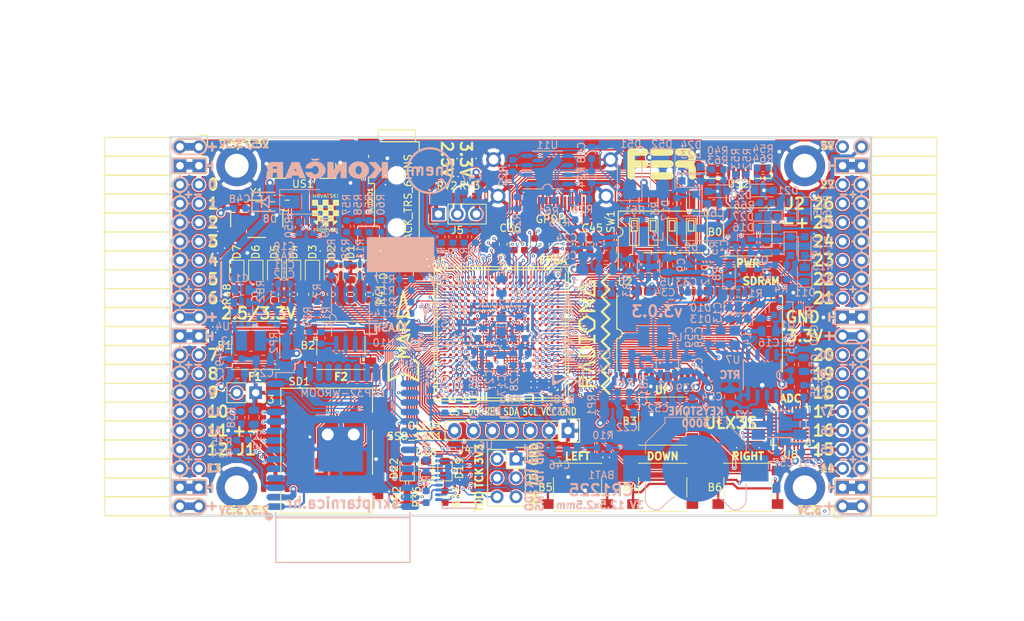
<source format=kicad_pcb>
(kicad_pcb (version 20171130) (host pcbnew 5.0.0+dfsg1-2)
  (layers (0 F.Cu signal) (1 In1.Cu signal) (2 In2.Cu signal) (31 B.Cu signal) (34 B.Paste user) (35 F.Paste user) (36 B.SilkS user) (37 F.SilkS user) (38 B.Mask user) (39 F.Mask user) (44 Edge.Cuts user))
  (net 0 "")
  (net 1 GND)
  (net 2 +5V)
  (net 3 /gpio/IN5V)
  (net 4 /gpio/OUT5V)
  (net 5 +3V3)
  (net 6 BTN_D)
  (net 7 BTN_F1)
  (net 8 BTN_F2)
  (net 9 BTN_L)
  (net 10 BTN_R)
  (net 11 BTN_U)
  (net 12 /power/FB1)
  (net 13 +2V5)
  (net 14 /power/PWREN)
  (net 15 /power/FB3)
  (net 16 /power/FB2)
  (net 17 /power/VBAT)
  (net 18 JTAG_TDI)
  (net 19 JTAG_TCK)
  (net 20 JTAG_TMS)
  (net 21 JTAG_TDO)
  (net 22 /power/WAKEUPn)
  (net 23 /power/WKUP)
  (net 24 /power/SHUT)
  (net 25 /power/WAKE)
  (net 26 /power/HOLD)
  (net 27 /power/WKn)
  (net 28 /power/OSCI_32k)
  (net 29 /power/OSCO_32k)
  (net 30 SHUTDOWN)
  (net 31 GPDI_SDA)
  (net 32 GPDI_SCL)
  (net 33 /gpdi/VREF2)
  (net 34 SD_CMD)
  (net 35 SD_CLK)
  (net 36 SD_D0)
  (net 37 SD_D1)
  (net 38 USB5V)
  (net 39 GPDI_CEC)
  (net 40 nRESET)
  (net 41 FTDI_nDTR)
  (net 42 SDRAM_CKE)
  (net 43 SDRAM_A7)
  (net 44 SDRAM_D15)
  (net 45 SDRAM_BA1)
  (net 46 SDRAM_D7)
  (net 47 SDRAM_A6)
  (net 48 SDRAM_CLK)
  (net 49 SDRAM_D13)
  (net 50 SDRAM_BA0)
  (net 51 SDRAM_D6)
  (net 52 SDRAM_A5)
  (net 53 SDRAM_D14)
  (net 54 SDRAM_A11)
  (net 55 SDRAM_D12)
  (net 56 SDRAM_D5)
  (net 57 SDRAM_A4)
  (net 58 SDRAM_A10)
  (net 59 SDRAM_D11)
  (net 60 SDRAM_A3)
  (net 61 SDRAM_D4)
  (net 62 SDRAM_D10)
  (net 63 SDRAM_D9)
  (net 64 SDRAM_A9)
  (net 65 SDRAM_D3)
  (net 66 SDRAM_D8)
  (net 67 SDRAM_A8)
  (net 68 SDRAM_A2)
  (net 69 SDRAM_A1)
  (net 70 SDRAM_A0)
  (net 71 SDRAM_D2)
  (net 72 SDRAM_D1)
  (net 73 SDRAM_D0)
  (net 74 SDRAM_DQM0)
  (net 75 SDRAM_nCS)
  (net 76 SDRAM_nRAS)
  (net 77 SDRAM_DQM1)
  (net 78 SDRAM_nCAS)
  (net 79 SDRAM_nWE)
  (net 80 /flash/FLASH_nWP)
  (net 81 /flash/FLASH_nHOLD)
  (net 82 /flash/FLASH_MOSI)
  (net 83 /flash/FLASH_MISO)
  (net 84 /flash/FLASH_SCK)
  (net 85 /flash/FLASH_nCS)
  (net 86 /flash/FPGA_PROGRAMN)
  (net 87 /flash/FPGA_DONE)
  (net 88 /flash/FPGA_INITN)
  (net 89 OLED_RES)
  (net 90 OLED_DC)
  (net 91 OLED_CS)
  (net 92 WIFI_EN)
  (net 93 FTDI_nRTS)
  (net 94 FTDI_TXD)
  (net 95 FTDI_RXD)
  (net 96 WIFI_RXD)
  (net 97 WIFI_GPIO0)
  (net 98 WIFI_TXD)
  (net 99 USB_FTDI_D+)
  (net 100 USB_FTDI_D-)
  (net 101 SD_D3)
  (net 102 AUDIO_L3)
  (net 103 AUDIO_L2)
  (net 104 AUDIO_L1)
  (net 105 AUDIO_L0)
  (net 106 AUDIO_R3)
  (net 107 AUDIO_R2)
  (net 108 AUDIO_R1)
  (net 109 AUDIO_R0)
  (net 110 OLED_CLK)
  (net 111 OLED_MOSI)
  (net 112 LED0)
  (net 113 LED1)
  (net 114 LED2)
  (net 115 LED3)
  (net 116 LED4)
  (net 117 LED5)
  (net 118 LED6)
  (net 119 LED7)
  (net 120 BTN_PWRn)
  (net 121 FTDI_nTXLED)
  (net 122 FTDI_nSLEEP)
  (net 123 /blinkey/LED_PWREN)
  (net 124 /blinkey/LED_TXLED)
  (net 125 /sdcard/SD3V3)
  (net 126 SD_D2)
  (net 127 CLK_25MHz)
  (net 128 /blinkey/BTNPUL)
  (net 129 /blinkey/BTNPUR)
  (net 130 USB_FPGA_D+)
  (net 131 /power/FTDI_nSUSPEND)
  (net 132 /blinkey/ALED0)
  (net 133 /blinkey/ALED1)
  (net 134 /blinkey/ALED2)
  (net 135 /blinkey/ALED3)
  (net 136 /blinkey/ALED4)
  (net 137 /blinkey/ALED5)
  (net 138 /blinkey/ALED6)
  (net 139 /blinkey/ALED7)
  (net 140 /usb/FTD-)
  (net 141 /usb/FTD+)
  (net 142 ADC_MISO)
  (net 143 ADC_MOSI)
  (net 144 ADC_CSn)
  (net 145 ADC_SCLK)
  (net 146 SW3)
  (net 147 SW2)
  (net 148 SW1)
  (net 149 USB_FPGA_D-)
  (net 150 /usb/FPD+)
  (net 151 /usb/FPD-)
  (net 152 WIFI_GPIO16)
  (net 153 /usb/ANT_433MHz)
  (net 154 PROG_DONE)
  (net 155 /power/P3V3)
  (net 156 /power/P2V5)
  (net 157 /power/L1)
  (net 158 /power/L3)
  (net 159 /power/L2)
  (net 160 FTDI_TXDEN)
  (net 161 SDRAM_A12)
  (net 162 /analog/AUDIO_V)
  (net 163 AUDIO_V3)
  (net 164 AUDIO_V2)
  (net 165 AUDIO_V1)
  (net 166 AUDIO_V0)
  (net 167 /blinkey/LED_WIFI)
  (net 168 /power/P1V1)
  (net 169 +1V1)
  (net 170 SW4)
  (net 171 /blinkey/SWPU)
  (net 172 /wifi/WIFIEN)
  (net 173 FT2V5)
  (net 174 GN0)
  (net 175 GP0)
  (net 176 GN1)
  (net 177 GP1)
  (net 178 GN2)
  (net 179 GP2)
  (net 180 GN3)
  (net 181 GP3)
  (net 182 GN4)
  (net 183 GP4)
  (net 184 GN5)
  (net 185 GP5)
  (net 186 GN6)
  (net 187 GP6)
  (net 188 GN14)
  (net 189 GP14)
  (net 190 GN15)
  (net 191 GP15)
  (net 192 GN16)
  (net 193 GP16)
  (net 194 GN17)
  (net 195 GP17)
  (net 196 GN18)
  (net 197 GP18)
  (net 198 GN19)
  (net 199 GP19)
  (net 200 GN20)
  (net 201 GP20)
  (net 202 GN21)
  (net 203 GP21)
  (net 204 GN22)
  (net 205 GP22)
  (net 206 GN23)
  (net 207 GP23)
  (net 208 GN24)
  (net 209 GP24)
  (net 210 GN25)
  (net 211 GP25)
  (net 212 GN26)
  (net 213 GP26)
  (net 214 GN27)
  (net 215 GP27)
  (net 216 GN7)
  (net 217 GP7)
  (net 218 GN8)
  (net 219 GP8)
  (net 220 GN9)
  (net 221 GP9)
  (net 222 GN10)
  (net 223 GP10)
  (net 224 GN11)
  (net 225 GP11)
  (net 226 GN12)
  (net 227 GP12)
  (net 228 GN13)
  (net 229 GP13)
  (net 230 WIFI_GPIO5)
  (net 231 WIFI_GPIO17)
  (net 232 USB_FPGA_PULL_D+)
  (net 233 USB_FPGA_PULL_D-)
  (net 234 "Net-(D23-Pad2)")
  (net 235 "Net-(D24-Pad1)")
  (net 236 "Net-(D25-Pad2)")
  (net 237 "Net-(D26-Pad1)")
  (net 238 /gpdi/GPDI_ETH+)
  (net 239 FPDI_ETH+)
  (net 240 /gpdi/GPDI_ETH-)
  (net 241 FPDI_ETH-)
  (net 242 /gpdi/GPDI_D2-)
  (net 243 FPDI_D2-)
  (net 244 /gpdi/GPDI_D1-)
  (net 245 FPDI_D1-)
  (net 246 /gpdi/GPDI_D0-)
  (net 247 FPDI_D0-)
  (net 248 /gpdi/GPDI_CLK-)
  (net 249 FPDI_CLK-)
  (net 250 /gpdi/GPDI_D2+)
  (net 251 FPDI_D2+)
  (net 252 /gpdi/GPDI_D1+)
  (net 253 FPDI_D1+)
  (net 254 /gpdi/GPDI_D0+)
  (net 255 FPDI_D0+)
  (net 256 /gpdi/GPDI_CLK+)
  (net 257 FPDI_CLK+)
  (net 258 FPDI_SDA)
  (net 259 FPDI_SCL)
  (net 260 /gpdi/FPDI_CEC)
  (net 261 2V5_3V3)
  (net 262 /usb/US2VBUS)
  (net 263 /power/SHD)
  (net 264 /power/RTCVDD)
  (net 265 "Net-(D27-Pad2)")
  (net 266 US2_ID)
  (net 267 /analog/AUDIO_L)
  (net 268 /analog/AUDIO_R)
  (net 269 /analog/ADC3V3)
  (net 270 PWRBTn)
  (net 271 USER_PROGRAMN)
  (module TSOP54:TSOP54 (layer F.Cu) (at 165.093 87.8 90)
    (fp_text reference U2 (at 6.98 -9.993 180) (layer F.SilkS))
    (fp_text value MT48LC16M16A2TG hide)
    (pad 28 smd oval (at 5.73 10.4 90) (size 1.2 0.56) (layers F.Cu F.Paste F.Mask) (net 1 GND))
    (pad 1 smd rect (at -5.73 -10.4 90) (size 1.2 0.56) (layers F.Cu F.Paste F.Mask) (net 5 +3V3))
    (pad 2 smd oval (at -5.73 -9.6 90) (size 1.2 0.56) (layers F.Cu F.Paste F.Mask) (net 73 SDRAM_D0))
    (pad 3 smd oval (at -5.73 -8.8 90) (size 1.2 0.56) (layers F.Cu F.Paste F.Mask) (net 5 +3V3))
    (pad 4 smd oval (at -5.73 -8 90) (size 1.2 0.56) (layers F.Cu F.Paste F.Mask) (net 72 SDRAM_D1))
    (pad 5 smd oval (at -5.73 -7.2 90) (size 1.2 0.56) (layers F.Cu F.Paste F.Mask) (net 71 SDRAM_D2))
    (pad 6 smd oval (at -5.73 -6.4 90) (size 1.2 0.56) (layers F.Cu F.Paste F.Mask) (net 1 GND))
    (pad 7 smd oval (at -5.73 -5.6 90) (size 1.2 0.56) (layers F.Cu F.Paste F.Mask) (net 65 SDRAM_D3))
    (pad 8 smd oval (at -5.73 -4.8 90) (size 1.2 0.56) (layers F.Cu F.Paste F.Mask) (net 61 SDRAM_D4))
    (pad 9 smd oval (at -5.73 -4 90) (size 1.2 0.56) (layers F.Cu F.Paste F.Mask) (net 5 +3V3))
    (pad 10 smd oval (at -5.73 -3.2 90) (size 1.2 0.56) (layers F.Cu F.Paste F.Mask) (net 56 SDRAM_D5))
    (pad 11 smd oval (at -5.73 -2.4 90) (size 1.2 0.56) (layers F.Cu F.Paste F.Mask) (net 51 SDRAM_D6))
    (pad 12 smd oval (at -5.73 -1.6 90) (size 1.2 0.56) (layers F.Cu F.Paste F.Mask) (net 1 GND))
    (pad 13 smd oval (at -5.73 -0.8 90) (size 1.2 0.56) (layers F.Cu F.Paste F.Mask) (net 46 SDRAM_D7))
    (pad 14 smd oval (at -5.73 0 90) (size 1.2 0.56) (layers F.Cu F.Paste F.Mask) (net 5 +3V3))
    (pad 15 smd oval (at -5.73 0.8 90) (size 1.2 0.56) (layers F.Cu F.Paste F.Mask) (net 74 SDRAM_DQM0))
    (pad 16 smd oval (at -5.73 1.6 90) (size 1.2 0.56) (layers F.Cu F.Paste F.Mask) (net 79 SDRAM_nWE))
    (pad 17 smd oval (at -5.73 2.4 90) (size 1.2 0.56) (layers F.Cu F.Paste F.Mask) (net 78 SDRAM_nCAS))
    (pad 18 smd oval (at -5.73 3.2 90) (size 1.2 0.56) (layers F.Cu F.Paste F.Mask) (net 76 SDRAM_nRAS))
    (pad 19 smd oval (at -5.73 4 90) (size 1.2 0.56) (layers F.Cu F.Paste F.Mask) (net 75 SDRAM_nCS))
    (pad 20 smd oval (at -5.73 4.8 90) (size 1.2 0.56) (layers F.Cu F.Paste F.Mask) (net 50 SDRAM_BA0))
    (pad 21 smd oval (at -5.73 5.6 90) (size 1.2 0.56) (layers F.Cu F.Paste F.Mask) (net 45 SDRAM_BA1))
    (pad 22 smd oval (at -5.73 6.4 90) (size 1.2 0.56) (layers F.Cu F.Paste F.Mask) (net 58 SDRAM_A10))
    (pad 23 smd oval (at -5.73 7.2 90) (size 1.2 0.56) (layers F.Cu F.Paste F.Mask) (net 70 SDRAM_A0))
    (pad 24 smd oval (at -5.73 8 90) (size 1.2 0.56) (layers F.Cu F.Paste F.Mask) (net 69 SDRAM_A1))
    (pad 25 smd oval (at -5.73 8.8 90) (size 1.2 0.56) (layers F.Cu F.Paste F.Mask) (net 68 SDRAM_A2))
    (pad 26 smd oval (at -5.73 9.6 90) (size 1.2 0.56) (layers F.Cu F.Paste F.Mask) (net 60 SDRAM_A3))
    (pad 27 smd oval (at -5.73 10.4 90) (size 1.2 0.56) (layers F.Cu F.Paste F.Mask) (net 5 +3V3))
    (pad 29 smd oval (at 5.73 9.6 90) (size 1.2 0.56) (layers F.Cu F.Paste F.Mask) (net 57 SDRAM_A4))
    (pad 30 smd oval (at 5.73 8.8 90) (size 1.2 0.56) (layers F.Cu F.Paste F.Mask) (net 52 SDRAM_A5))
    (pad 31 smd oval (at 5.73 8 90) (size 1.2 0.56) (layers F.Cu F.Paste F.Mask) (net 47 SDRAM_A6))
    (pad 32 smd oval (at 5.73 7.2 90) (size 1.2 0.56) (layers F.Cu F.Paste F.Mask) (net 43 SDRAM_A7))
    (pad 33 smd oval (at 5.73 6.4 90) (size 1.2 0.56) (layers F.Cu F.Paste F.Mask) (net 67 SDRAM_A8))
    (pad 34 smd oval (at 5.73 5.6 90) (size 1.2 0.56) (layers F.Cu F.Paste F.Mask) (net 64 SDRAM_A9))
    (pad 35 smd oval (at 5.73 4.8 90) (size 1.2 0.56) (layers F.Cu F.Paste F.Mask) (net 54 SDRAM_A11))
    (pad 36 smd oval (at 5.73 4 90) (size 1.2 0.56) (layers F.Cu F.Paste F.Mask) (net 161 SDRAM_A12))
    (pad 37 smd oval (at 5.73 3.2 90) (size 1.2 0.56) (layers F.Cu F.Paste F.Mask) (net 42 SDRAM_CKE))
    (pad 38 smd oval (at 5.73 2.4 90) (size 1.2 0.56) (layers F.Cu F.Paste F.Mask) (net 48 SDRAM_CLK))
    (pad 39 smd oval (at 5.73 1.6 90) (size 1.2 0.56) (layers F.Cu F.Paste F.Mask) (net 77 SDRAM_DQM1))
    (pad 40 smd oval (at 5.73 0.8 90) (size 1.2 0.56) (layers F.Cu F.Paste F.Mask))
    (pad 41 smd oval (at 5.73 0 90) (size 1.2 0.56) (layers F.Cu F.Paste F.Mask) (net 1 GND))
    (pad 42 smd oval (at 5.73 -0.8 90) (size 1.2 0.56) (layers F.Cu F.Paste F.Mask) (net 66 SDRAM_D8))
    (pad 43 smd oval (at 5.73 -1.6 90) (size 1.2 0.56) (layers F.Cu F.Paste F.Mask) (net 5 +3V3))
    (pad 44 smd oval (at 5.73 -2.4 90) (size 1.2 0.56) (layers F.Cu F.Paste F.Mask) (net 63 SDRAM_D9))
    (pad 45 smd oval (at 5.73 -3.2 90) (size 1.2 0.56) (layers F.Cu F.Paste F.Mask) (net 62 SDRAM_D10))
    (pad 46 smd oval (at 5.73 -4 90) (size 1.2 0.56) (layers F.Cu F.Paste F.Mask) (net 1 GND))
    (pad 47 smd oval (at 5.73 -4.8 90) (size 1.2 0.56) (layers F.Cu F.Paste F.Mask) (net 59 SDRAM_D11))
    (pad 48 smd oval (at 5.73 -5.6 90) (size 1.2 0.56) (layers F.Cu F.Paste F.Mask) (net 55 SDRAM_D12))
    (pad 49 smd oval (at 5.73 -6.4 90) (size 1.2 0.56) (layers F.Cu F.Paste F.Mask) (net 5 +3V3))
    (pad 50 smd oval (at 5.73 -7.2 90) (size 1.2 0.56) (layers F.Cu F.Paste F.Mask) (net 49 SDRAM_D13))
    (pad 51 smd oval (at 5.73 -8 90) (size 1.2 0.56) (layers F.Cu F.Paste F.Mask) (net 53 SDRAM_D14))
    (pad 52 smd oval (at 5.73 -8.8 90) (size 1.2 0.56) (layers F.Cu F.Paste F.Mask) (net 1 GND))
    (pad 53 smd oval (at 5.73 -9.6 90) (size 1.2 0.56) (layers F.Cu F.Paste F.Mask) (net 44 SDRAM_D15))
    (pad 54 smd oval (at 5.73 -10.4 90) (size 1.2 0.56) (layers F.Cu F.Paste F.Mask) (net 1 GND))
  )
  (module jumper:R_0805_2012Metric_Pad1.29x1.40mm_HandSolder_Jumper_NC (layer B.Cu) (at 109.609 89.632 270)
    (fp_text reference RP2 (at -0.635 1.651 270) (layer B.SilkS) (effects (justify mirror)))
    (fp_text value 0 hide)
    (fp_line (start -1 0) (end 1 0) (layer B.Cu) (width 1))
    (pad 2 smd roundrect (at 0.9675 0 270) (size 1.295 1.4) (layers B.Cu B.Mask) (net 13 +2V5))
    (pad 1 smd roundrect (at -0.9675 0 270) (size 1.295 1.4) (layers B.Cu B.Mask) (net 156 /power/P2V5))
  )
  (module jumper:R_0805_2012Metric_Pad1.29x1.40mm_HandSolder_Jumper_NC (layer B.Cu) (at 149.472 78.311 270)
    (fp_text reference RP3 (at 0 3.414 270) (layer B.SilkS) (effects (justify mirror)))
    (fp_text value 0 hide)
    (fp_line (start -1 0) (end 1 0) (layer B.Cu) (width 1))
    (pad 2 smd roundrect (at 0.9675 0 270) (size 1.295 1.4) (layers B.Cu B.Mask) (net 5 +3V3))
    (pad 1 smd roundrect (at -0.9675 0 270) (size 1.295 1.4) (layers B.Cu B.Mask) (net 155 /power/P3V3))
  )
  (module jumper:R_0805_2012Metric_Pad1.29x1.40mm_HandSolder_Jumper_NC (layer B.Cu) (at 152.281 97.361 270)
    (fp_text reference RP1 (at 0 1.65 270) (layer B.SilkS) (effects (justify mirror)))
    (fp_text value 0 hide)
    (fp_line (start -1 0) (end 1 0) (layer B.Cu) (width 1))
    (pad 2 smd roundrect (at 0.9675 0 270) (size 1.295 1.4) (layers B.Cu B.Mask) (net 169 +1V1))
    (pad 1 smd roundrect (at -0.9675 0 270) (size 1.295 1.4) (layers B.Cu B.Mask) (net 168 /power/P1V1))
  )
  (module jumper:D_SMA_Jumper_NC (layer B.Cu) (at 160.155 66.391 270)
    (fp_text reference D52 (at -4.064 0.127) (layer B.SilkS) (effects (justify mirror)))
    (fp_text value 0 hide)
    (fp_line (start -2 0) (end 2 0) (layer B.Cu) (width 1))
    (pad 2 smd roundrect (at 2 0 270) (size 2.5 1.8) (layers B.Cu B.Mask) (net 2 +5V))
    (pad 1 smd roundrect (at -2 0 270) (size 2.5 1.8) (layers B.Cu B.Mask) (net 4 /gpio/OUT5V))
  )
  (module jumper:D_SMA_Jumper_NC (layer B.Cu) (at 155.71 66.518 90)
    (fp_text reference D51 (at 4.191 0.127 180) (layer B.SilkS) (effects (justify mirror)))
    (fp_text value 0 hide)
    (fp_line (start -2 0) (end 2 0) (layer B.Cu) (width 1))
    (pad 2 smd roundrect (at 2 0 90) (size 2.5 1.8) (layers B.Cu B.Mask) (net 3 /gpio/IN5V))
    (pad 1 smd roundrect (at -2 0 90) (size 2.5 1.8) (layers B.Cu B.Mask) (net 2 +5V))
  )
  (module jumper:D_SMA_Jumper_NC (layer B.Cu) (at 164.854 73.63 180)
    (fp_text reference D9 (at 0.889 -2.54 180) (layer B.SilkS) (effects (justify mirror)))
    (fp_text value 0 hide)
    (fp_line (start -2 0) (end 2 0) (layer B.Cu) (width 1))
    (pad 2 smd roundrect (at 2 0 180) (size 2.5 1.8) (layers B.Cu B.Mask) (net 2 +5V))
    (pad 1 smd roundrect (at -2 0 180) (size 2.5 1.8) (layers B.Cu B.Mask) (net 262 /usb/US2VBUS))
  )
  (module lfe5bg381:BGA-381_pitch0.8mm_dia0.4mm (layer F.Cu) (at 138.48 87.8)
    (fp_text reference U1 (at -8.2 -9.8) (layer F.SilkS))
    (fp_text value LFE5U-85F-6BG381C hide)
    (pad Y19 smd circle (at 6.8 7.6) (size 0.4 0.4) (layers F.Cu F.Paste F.Mask) (net 1 GND))
    (pad Y17 smd circle (at 5.2 7.6) (size 0.4 0.4) (layers F.Cu F.Paste F.Mask) (net 1 GND))
    (pad Y16 smd circle (at 4.4 7.6) (size 0.4 0.4) (layers F.Cu F.Paste F.Mask) (net 1 GND))
    (pad Y15 smd circle (at 3.6 7.6) (size 0.4 0.4) (layers F.Cu F.Paste F.Mask) (net 1 GND))
    (pad Y14 smd circle (at 2.8 7.6) (size 0.4 0.4) (layers F.Cu F.Paste F.Mask) (net 1 GND))
    (pad Y12 smd circle (at 1.2 7.6) (size 0.4 0.4) (layers F.Cu F.Paste F.Mask) (net 1 GND))
    (pad Y11 smd circle (at 0.4 7.6) (size 0.4 0.4) (layers F.Cu F.Paste F.Mask) (net 1 GND))
    (pad Y8 smd circle (at -2 7.6) (size 0.4 0.4) (layers F.Cu F.Paste F.Mask) (net 1 GND))
    (pad Y7 smd circle (at -2.8 7.6) (size 0.4 0.4) (layers F.Cu F.Paste F.Mask) (net 1 GND))
    (pad Y6 smd circle (at -3.6 7.6) (size 0.4 0.4) (layers F.Cu F.Paste F.Mask) (net 1 GND))
    (pad Y5 smd circle (at -4.4 7.6) (size 0.4 0.4) (layers F.Cu F.Paste F.Mask) (net 1 GND))
    (pad Y3 smd circle (at -6 7.6) (size 0.4 0.4) (layers F.Cu F.Paste F.Mask) (net 87 /flash/FPGA_DONE))
    (pad Y2 smd circle (at -6.8 7.6) (size 0.4 0.4) (layers F.Cu F.Paste F.Mask) (net 80 /flash/FLASH_nWP))
    (pad W20 smd circle (at 7.6 6.8) (size 0.4 0.4) (layers F.Cu F.Paste F.Mask) (net 1 GND))
    (pad W19 smd circle (at 6.8 6.8) (size 0.4 0.4) (layers F.Cu F.Paste F.Mask) (net 1 GND))
    (pad W18 smd circle (at 6 6.8) (size 0.4 0.4) (layers F.Cu F.Paste F.Mask))
    (pad W17 smd circle (at 5.2 6.8) (size 0.4 0.4) (layers F.Cu F.Paste F.Mask))
    (pad W16 smd circle (at 4.4 6.8) (size 0.4 0.4) (layers F.Cu F.Paste F.Mask) (net 1 GND))
    (pad W15 smd circle (at 3.6 6.8) (size 0.4 0.4) (layers F.Cu F.Paste F.Mask) (net 1 GND))
    (pad W14 smd circle (at 2.8 6.8) (size 0.4 0.4) (layers F.Cu F.Paste F.Mask))
    (pad W13 smd circle (at 2 6.8) (size 0.4 0.4) (layers F.Cu F.Paste F.Mask))
    (pad W12 smd circle (at 1.2 6.8) (size 0.4 0.4) (layers F.Cu F.Paste F.Mask) (net 1 GND))
    (pad W11 smd circle (at 0.4 6.8) (size 0.4 0.4) (layers F.Cu F.Paste F.Mask))
    (pad W10 smd circle (at -0.4 6.8) (size 0.4 0.4) (layers F.Cu F.Paste F.Mask))
    (pad W9 smd circle (at -1.2 6.8) (size 0.4 0.4) (layers F.Cu F.Paste F.Mask))
    (pad W8 smd circle (at -2 6.8) (size 0.4 0.4) (layers F.Cu F.Paste F.Mask))
    (pad W7 smd circle (at -2.8 6.8) (size 0.4 0.4) (layers F.Cu F.Paste F.Mask) (net 1 GND))
    (pad W6 smd circle (at -3.6 6.8) (size 0.4 0.4) (layers F.Cu F.Paste F.Mask) (net 1 GND))
    (pad W5 smd circle (at -4.4 6.8) (size 0.4 0.4) (layers F.Cu F.Paste F.Mask))
    (pad W4 smd circle (at -5.2 6.8) (size 0.4 0.4) (layers F.Cu F.Paste F.Mask))
    (pad W3 smd circle (at -6 6.8) (size 0.4 0.4) (layers F.Cu F.Paste F.Mask) (net 86 /flash/FPGA_PROGRAMN))
    (pad W2 smd circle (at -6.8 6.8) (size 0.4 0.4) (layers F.Cu F.Paste F.Mask) (net 82 /flash/FLASH_MOSI))
    (pad W1 smd circle (at -7.6 6.8) (size 0.4 0.4) (layers F.Cu F.Paste F.Mask) (net 81 /flash/FLASH_nHOLD))
    (pad V20 smd circle (at 7.6 6) (size 0.4 0.4) (layers F.Cu F.Paste F.Mask) (net 1 GND))
    (pad V19 smd circle (at 6.8 6) (size 0.4 0.4) (layers F.Cu F.Paste F.Mask) (net 1 GND))
    (pad V18 smd circle (at 6 6) (size 0.4 0.4) (layers F.Cu F.Paste F.Mask) (net 1 GND))
    (pad V17 smd circle (at 5.2 6) (size 0.4 0.4) (layers F.Cu F.Paste F.Mask) (net 1 GND))
    (pad V16 smd circle (at 4.4 6) (size 0.4 0.4) (layers F.Cu F.Paste F.Mask) (net 1 GND))
    (pad V15 smd circle (at 3.6 6) (size 0.4 0.4) (layers F.Cu F.Paste F.Mask) (net 1 GND))
    (pad V14 smd circle (at 2.8 6) (size 0.4 0.4) (layers F.Cu F.Paste F.Mask) (net 1 GND))
    (pad V13 smd circle (at 2 6) (size 0.4 0.4) (layers F.Cu F.Paste F.Mask) (net 1 GND))
    (pad V12 smd circle (at 1.2 6) (size 0.4 0.4) (layers F.Cu F.Paste F.Mask) (net 1 GND))
    (pad V11 smd circle (at 0.4 6) (size 0.4 0.4) (layers F.Cu F.Paste F.Mask) (net 1 GND))
    (pad V10 smd circle (at -0.4 6) (size 0.4 0.4) (layers F.Cu F.Paste F.Mask) (net 1 GND))
    (pad V9 smd circle (at -1.2 6) (size 0.4 0.4) (layers F.Cu F.Paste F.Mask) (net 1 GND))
    (pad V8 smd circle (at -2 6) (size 0.4 0.4) (layers F.Cu F.Paste F.Mask) (net 1 GND))
    (pad V7 smd circle (at -2.8 6) (size 0.4 0.4) (layers F.Cu F.Paste F.Mask) (net 1 GND))
    (pad V6 smd circle (at -3.6 6) (size 0.4 0.4) (layers F.Cu F.Paste F.Mask) (net 1 GND))
    (pad V5 smd circle (at -4.4 6) (size 0.4 0.4) (layers F.Cu F.Paste F.Mask) (net 1 GND))
    (pad V4 smd circle (at -5.2 6) (size 0.4 0.4) (layers F.Cu F.Paste F.Mask) (net 21 JTAG_TDO))
    (pad V3 smd circle (at -6 6) (size 0.4 0.4) (layers F.Cu F.Paste F.Mask) (net 88 /flash/FPGA_INITN))
    (pad V2 smd circle (at -6.8 6) (size 0.4 0.4) (layers F.Cu F.Paste F.Mask) (net 83 /flash/FLASH_MISO))
    (pad V1 smd circle (at -7.6 6) (size 0.4 0.4) (layers F.Cu F.Paste F.Mask) (net 6 BTN_D))
    (pad U20 smd circle (at 7.6 5.2) (size 0.4 0.4) (layers F.Cu F.Paste F.Mask) (net 46 SDRAM_D7))
    (pad U19 smd circle (at 6.8 5.2) (size 0.4 0.4) (layers F.Cu F.Paste F.Mask) (net 74 SDRAM_DQM0))
    (pad U18 smd circle (at 6 5.2) (size 0.4 0.4) (layers F.Cu F.Paste F.Mask) (net 189 GP14))
    (pad U17 smd circle (at 5.2 5.2) (size 0.4 0.4) (layers F.Cu F.Paste F.Mask) (net 188 GN14))
    (pad U16 smd circle (at 4.4 5.2) (size 0.4 0.4) (layers F.Cu F.Paste F.Mask) (net 142 ADC_MISO))
    (pad U15 smd circle (at 3.6 5.2) (size 0.4 0.4) (layers F.Cu F.Paste F.Mask) (net 1 GND))
    (pad U14 smd circle (at 2.8 5.2) (size 0.4 0.4) (layers F.Cu F.Paste F.Mask) (net 1 GND))
    (pad U13 smd circle (at 2 5.2) (size 0.4 0.4) (layers F.Cu F.Paste F.Mask) (net 1 GND))
    (pad U12 smd circle (at 1.2 5.2) (size 0.4 0.4) (layers F.Cu F.Paste F.Mask) (net 1 GND))
    (pad U11 smd circle (at 0.4 5.2) (size 0.4 0.4) (layers F.Cu F.Paste F.Mask) (net 1 GND))
    (pad U10 smd circle (at -0.4 5.2) (size 0.4 0.4) (layers F.Cu F.Paste F.Mask) (net 1 GND))
    (pad U9 smd circle (at -1.2 5.2) (size 0.4 0.4) (layers F.Cu F.Paste F.Mask) (net 1 GND))
    (pad U8 smd circle (at -2 5.2) (size 0.4 0.4) (layers F.Cu F.Paste F.Mask) (net 1 GND))
    (pad U7 smd circle (at -2.8 5.2) (size 0.4 0.4) (layers F.Cu F.Paste F.Mask) (net 1 GND))
    (pad U6 smd circle (at -3.6 5.2) (size 0.4 0.4) (layers F.Cu F.Paste F.Mask) (net 1 GND))
    (pad U5 smd circle (at -4.4 5.2) (size 0.4 0.4) (layers F.Cu F.Paste F.Mask) (net 20 JTAG_TMS))
    (pad U4 smd circle (at -5.2 5.2) (size 0.4 0.4) (layers F.Cu F.Paste F.Mask) (net 1 GND))
    (pad U3 smd circle (at -6 5.2) (size 0.4 0.4) (layers F.Cu F.Paste F.Mask) (net 84 /flash/FLASH_SCK))
    (pad U2 smd circle (at -6.8 5.2) (size 0.4 0.4) (layers F.Cu F.Paste F.Mask) (net 5 +3V3))
    (pad U1 smd circle (at -7.6 5.2) (size 0.4 0.4) (layers F.Cu F.Paste F.Mask) (net 9 BTN_L))
    (pad T20 smd circle (at 7.6 4.4) (size 0.4 0.4) (layers F.Cu F.Paste F.Mask) (net 79 SDRAM_nWE))
    (pad T19 smd circle (at 6.8 4.4) (size 0.4 0.4) (layers F.Cu F.Paste F.Mask) (net 78 SDRAM_nCAS))
    (pad T18 smd circle (at 6 4.4) (size 0.4 0.4) (layers F.Cu F.Paste F.Mask) (net 56 SDRAM_D5))
    (pad T17 smd circle (at 5.2 4.4) (size 0.4 0.4) (layers F.Cu F.Paste F.Mask) (net 51 SDRAM_D6))
    (pad T16 smd circle (at 4.4 4.4) (size 0.4 0.4) (layers F.Cu F.Paste F.Mask))
    (pad T15 smd circle (at 3.6 4.4) (size 0.4 0.4) (layers F.Cu F.Paste F.Mask) (net 1 GND))
    (pad T14 smd circle (at 2.8 4.4) (size 0.4 0.4) (layers F.Cu F.Paste F.Mask) (net 1 GND))
    (pad T13 smd circle (at 2 4.4) (size 0.4 0.4) (layers F.Cu F.Paste F.Mask) (net 1 GND))
    (pad T12 smd circle (at 1.2 4.4) (size 0.4 0.4) (layers F.Cu F.Paste F.Mask) (net 1 GND))
    (pad T11 smd circle (at 0.4 4.4) (size 0.4 0.4) (layers F.Cu F.Paste F.Mask) (net 1 GND))
    (pad T10 smd circle (at -0.4 4.4) (size 0.4 0.4) (layers F.Cu F.Paste F.Mask) (net 1 GND))
    (pad T9 smd circle (at -1.2 4.4) (size 0.4 0.4) (layers F.Cu F.Paste F.Mask) (net 1 GND))
    (pad T8 smd circle (at -2 4.4) (size 0.4 0.4) (layers F.Cu F.Paste F.Mask) (net 1 GND))
    (pad T7 smd circle (at -2.8 4.4) (size 0.4 0.4) (layers F.Cu F.Paste F.Mask) (net 1 GND))
    (pad T6 smd circle (at -3.6 4.4) (size 0.4 0.4) (layers F.Cu F.Paste F.Mask) (net 1 GND))
    (pad T5 smd circle (at -4.4 4.4) (size 0.4 0.4) (layers F.Cu F.Paste F.Mask) (net 19 JTAG_TCK))
    (pad T4 smd circle (at -5.2 4.4) (size 0.4 0.4) (layers F.Cu F.Paste F.Mask) (net 5 +3V3))
    (pad T3 smd circle (at -6 4.4) (size 0.4 0.4) (layers F.Cu F.Paste F.Mask) (net 5 +3V3))
    (pad T2 smd circle (at -6.8 4.4) (size 0.4 0.4) (layers F.Cu F.Paste F.Mask) (net 5 +3V3))
    (pad T1 smd circle (at -7.6 4.4) (size 0.4 0.4) (layers F.Cu F.Paste F.Mask) (net 8 BTN_F2))
    (pad R20 smd circle (at 7.6 3.6) (size 0.4 0.4) (layers F.Cu F.Paste F.Mask) (net 76 SDRAM_nRAS))
    (pad R19 smd circle (at 6.8 3.6) (size 0.4 0.4) (layers F.Cu F.Paste F.Mask) (net 1 GND))
    (pad R18 smd circle (at 6 3.6) (size 0.4 0.4) (layers F.Cu F.Paste F.Mask) (net 11 BTN_U))
    (pad R17 smd circle (at 5.2 3.6) (size 0.4 0.4) (layers F.Cu F.Paste F.Mask) (net 144 ADC_CSn))
    (pad R16 smd circle (at 4.4 3.6) (size 0.4 0.4) (layers F.Cu F.Paste F.Mask) (net 143 ADC_MOSI))
    (pad R5 smd circle (at -4.4 3.6) (size 0.4 0.4) (layers F.Cu F.Paste F.Mask) (net 18 JTAG_TDI))
    (pad R4 smd circle (at -5.2 3.6) (size 0.4 0.4) (layers F.Cu F.Paste F.Mask) (net 1 GND))
    (pad R3 smd circle (at -6 3.6) (size 0.4 0.4) (layers F.Cu F.Paste F.Mask))
    (pad R2 smd circle (at -6.8 3.6) (size 0.4 0.4) (layers F.Cu F.Paste F.Mask) (net 85 /flash/FLASH_nCS))
    (pad R1 smd circle (at -7.6 3.6) (size 0.4 0.4) (layers F.Cu F.Paste F.Mask) (net 7 BTN_F1))
    (pad P20 smd circle (at 7.6 2.8) (size 0.4 0.4) (layers F.Cu F.Paste F.Mask) (net 75 SDRAM_nCS))
    (pad P19 smd circle (at 6.8 2.8) (size 0.4 0.4) (layers F.Cu F.Paste F.Mask) (net 50 SDRAM_BA0))
    (pad P18 smd circle (at 6 2.8) (size 0.4 0.4) (layers F.Cu F.Paste F.Mask) (net 61 SDRAM_D4))
    (pad P17 smd circle (at 5.2 2.8) (size 0.4 0.4) (layers F.Cu F.Paste F.Mask) (net 145 ADC_SCLK))
    (pad P16 smd circle (at 4.4 2.8) (size 0.4 0.4) (layers F.Cu F.Paste F.Mask) (net 190 GN15))
    (pad P15 smd circle (at 3.6 2.8) (size 0.4 0.4) (layers F.Cu F.Paste F.Mask) (net 13 +2V5))
    (pad P14 smd circle (at 2.8 2.8) (size 0.4 0.4) (layers F.Cu F.Paste F.Mask) (net 1 GND))
    (pad P13 smd circle (at 2 2.8) (size 0.4 0.4) (layers F.Cu F.Paste F.Mask) (net 1 GND))
    (pad P12 smd circle (at 1.2 2.8) (size 0.4 0.4) (layers F.Cu F.Paste F.Mask) (net 1 GND))
    (pad P11 smd circle (at 0.4 2.8) (size 0.4 0.4) (layers F.Cu F.Paste F.Mask) (net 1 GND))
    (pad P10 smd circle (at -0.4 2.8) (size 0.4 0.4) (layers F.Cu F.Paste F.Mask) (net 5 +3V3))
    (pad P9 smd circle (at -1.2 2.8) (size 0.4 0.4) (layers F.Cu F.Paste F.Mask) (net 5 +3V3))
    (pad P8 smd circle (at -2 2.8) (size 0.4 0.4) (layers F.Cu F.Paste F.Mask) (net 1 GND))
    (pad P7 smd circle (at -2.8 2.8) (size 0.4 0.4) (layers F.Cu F.Paste F.Mask) (net 1 GND))
    (pad P6 smd circle (at -3.6 2.8) (size 0.4 0.4) (layers F.Cu F.Paste F.Mask) (net 13 +2V5))
    (pad P5 smd circle (at -4.4 2.8) (size 0.4 0.4) (layers F.Cu F.Paste F.Mask))
    (pad P4 smd circle (at -5.2 2.8) (size 0.4 0.4) (layers F.Cu F.Paste F.Mask) (net 110 OLED_CLK))
    (pad P3 smd circle (at -6 2.8) (size 0.4 0.4) (layers F.Cu F.Paste F.Mask) (net 111 OLED_MOSI))
    (pad P2 smd circle (at -6.8 2.8) (size 0.4 0.4) (layers F.Cu F.Paste F.Mask) (net 89 OLED_RES))
    (pad P1 smd circle (at -7.6 2.8) (size 0.4 0.4) (layers F.Cu F.Paste F.Mask) (net 90 OLED_DC))
    (pad N20 smd circle (at 7.6 2) (size 0.4 0.4) (layers F.Cu F.Paste F.Mask) (net 45 SDRAM_BA1))
    (pad N19 smd circle (at 6.8 2) (size 0.4 0.4) (layers F.Cu F.Paste F.Mask) (net 58 SDRAM_A10))
    (pad N18 smd circle (at 6 2) (size 0.4 0.4) (layers F.Cu F.Paste F.Mask) (net 65 SDRAM_D3))
    (pad N17 smd circle (at 5.2 2) (size 0.4 0.4) (layers F.Cu F.Paste F.Mask) (net 191 GP15))
    (pad N16 smd circle (at 4.4 2) (size 0.4 0.4) (layers F.Cu F.Paste F.Mask) (net 193 GP16))
    (pad N15 smd circle (at 3.6 2) (size 0.4 0.4) (layers F.Cu F.Paste F.Mask) (net 1 GND))
    (pad N14 smd circle (at 2.8 2) (size 0.4 0.4) (layers F.Cu F.Paste F.Mask) (net 1 GND))
    (pad N13 smd circle (at 2 2) (size 0.4 0.4) (layers F.Cu F.Paste F.Mask) (net 169 +1V1))
    (pad N12 smd circle (at 1.2 2) (size 0.4 0.4) (layers F.Cu F.Paste F.Mask) (net 169 +1V1))
    (pad N11 smd circle (at 0.4 2) (size 0.4 0.4) (layers F.Cu F.Paste F.Mask) (net 169 +1V1))
    (pad N10 smd circle (at -0.4 2) (size 0.4 0.4) (layers F.Cu F.Paste F.Mask) (net 169 +1V1))
    (pad N9 smd circle (at -1.2 2) (size 0.4 0.4) (layers F.Cu F.Paste F.Mask) (net 169 +1V1))
    (pad N8 smd circle (at -2 2) (size 0.4 0.4) (layers F.Cu F.Paste F.Mask) (net 169 +1V1))
    (pad N7 smd circle (at -2.8 2) (size 0.4 0.4) (layers F.Cu F.Paste F.Mask) (net 1 GND))
    (pad N6 smd circle (at -3.6 2) (size 0.4 0.4) (layers F.Cu F.Paste F.Mask) (net 1 GND))
    (pad N5 smd circle (at -4.4 2) (size 0.4 0.4) (layers F.Cu F.Paste F.Mask))
    (pad N4 smd circle (at -5.2 2) (size 0.4 0.4) (layers F.Cu F.Paste F.Mask) (net 230 WIFI_GPIO5))
    (pad N3 smd circle (at -6 2) (size 0.4 0.4) (layers F.Cu F.Paste F.Mask) (net 231 WIFI_GPIO17))
    (pad N2 smd circle (at -6.8 2) (size 0.4 0.4) (layers F.Cu F.Paste F.Mask) (net 91 OLED_CS))
    (pad N1 smd circle (at -7.6 2) (size 0.4 0.4) (layers F.Cu F.Paste F.Mask) (net 41 FTDI_nDTR))
    (pad M20 smd circle (at 7.6 1.2) (size 0.4 0.4) (layers F.Cu F.Paste F.Mask) (net 70 SDRAM_A0))
    (pad M19 smd circle (at 6.8 1.2) (size 0.4 0.4) (layers F.Cu F.Paste F.Mask) (net 69 SDRAM_A1))
    (pad M18 smd circle (at 6 1.2) (size 0.4 0.4) (layers F.Cu F.Paste F.Mask) (net 71 SDRAM_D2))
    (pad M17 smd circle (at 5.2 1.2) (size 0.4 0.4) (layers F.Cu F.Paste F.Mask) (net 192 GN16))
    (pad M16 smd circle (at 4.4 1.2) (size 0.4 0.4) (layers F.Cu F.Paste F.Mask) (net 1 GND))
    (pad M15 smd circle (at 3.6 1.2) (size 0.4 0.4) (layers F.Cu F.Paste F.Mask) (net 5 +3V3))
    (pad M14 smd circle (at 2.8 1.2) (size 0.4 0.4) (layers F.Cu F.Paste F.Mask) (net 1 GND))
    (pad M13 smd circle (at 2 1.2) (size 0.4 0.4) (layers F.Cu F.Paste F.Mask) (net 169 +1V1))
    (pad M12 smd circle (at 1.2 1.2) (size 0.4 0.4) (layers F.Cu F.Paste F.Mask) (net 1 GND))
    (pad M11 smd circle (at 0.4 1.2) (size 0.4 0.4) (layers F.Cu F.Paste F.Mask) (net 1 GND))
    (pad M10 smd circle (at -0.4 1.2) (size 0.4 0.4) (layers F.Cu F.Paste F.Mask) (net 1 GND))
    (pad M9 smd circle (at -1.2 1.2) (size 0.4 0.4) (layers F.Cu F.Paste F.Mask) (net 1 GND))
    (pad M8 smd circle (at -2 1.2) (size 0.4 0.4) (layers F.Cu F.Paste F.Mask) (net 169 +1V1))
    (pad M7 smd circle (at -2.8 1.2) (size 0.4 0.4) (layers F.Cu F.Paste F.Mask) (net 1 GND))
    (pad M6 smd circle (at -3.6 1.2) (size 0.4 0.4) (layers F.Cu F.Paste F.Mask) (net 5 +3V3))
    (pad M5 smd circle (at -4.4 1.2) (size 0.4 0.4) (layers F.Cu F.Paste F.Mask))
    (pad M4 smd circle (at -5.2 1.2) (size 0.4 0.4) (layers F.Cu F.Paste F.Mask) (net 271 USER_PROGRAMN))
    (pad M3 smd circle (at -6 1.2) (size 0.4 0.4) (layers F.Cu F.Paste F.Mask) (net 93 FTDI_nRTS))
    (pad M2 smd circle (at -6.8 1.2) (size 0.4 0.4) (layers F.Cu F.Paste F.Mask) (net 1 GND))
    (pad M1 smd circle (at -7.6 1.2) (size 0.4 0.4) (layers F.Cu F.Paste F.Mask) (net 94 FTDI_TXD))
    (pad L20 smd circle (at 7.6 0.4) (size 0.4 0.4) (layers F.Cu F.Paste F.Mask) (net 68 SDRAM_A2))
    (pad L19 smd circle (at 6.8 0.4) (size 0.4 0.4) (layers F.Cu F.Paste F.Mask) (net 60 SDRAM_A3))
    (pad L18 smd circle (at 6 0.4) (size 0.4 0.4) (layers F.Cu F.Paste F.Mask) (net 72 SDRAM_D1))
    (pad L17 smd circle (at 5.2 0.4) (size 0.4 0.4) (layers F.Cu F.Paste F.Mask) (net 194 GN17))
    (pad L16 smd circle (at 4.4 0.4) (size 0.4 0.4) (layers F.Cu F.Paste F.Mask) (net 195 GP17))
    (pad L15 smd circle (at 3.6 0.4) (size 0.4 0.4) (layers F.Cu F.Paste F.Mask) (net 5 +3V3))
    (pad L14 smd circle (at 2.8 0.4) (size 0.4 0.4) (layers F.Cu F.Paste F.Mask) (net 5 +3V3))
    (pad L13 smd circle (at 2 0.4) (size 0.4 0.4) (layers F.Cu F.Paste F.Mask) (net 169 +1V1))
    (pad L12 smd circle (at 1.2 0.4) (size 0.4 0.4) (layers F.Cu F.Paste F.Mask) (net 1 GND))
    (pad L11 smd circle (at 0.4 0.4) (size 0.4 0.4) (layers F.Cu F.Paste F.Mask) (net 1 GND))
    (pad L10 smd circle (at -0.4 0.4) (size 0.4 0.4) (layers F.Cu F.Paste F.Mask) (net 1 GND))
    (pad L9 smd circle (at -1.2 0.4) (size 0.4 0.4) (layers F.Cu F.Paste F.Mask) (net 1 GND))
    (pad L8 smd circle (at -2 0.4) (size 0.4 0.4) (layers F.Cu F.Paste F.Mask) (net 169 +1V1))
    (pad L7 smd circle (at -2.8 0.4) (size 0.4 0.4) (layers F.Cu F.Paste F.Mask) (net 5 +3V3))
    (pad L6 smd circle (at -3.6 0.4) (size 0.4 0.4) (layers F.Cu F.Paste F.Mask) (net 5 +3V3))
    (pad L5 smd circle (at -4.4 0.4) (size 0.4 0.4) (layers F.Cu F.Paste F.Mask))
    (pad L4 smd circle (at -5.2 0.4) (size 0.4 0.4) (layers F.Cu F.Paste F.Mask) (net 95 FTDI_RXD))
    (pad L3 smd circle (at -6 0.4) (size 0.4 0.4) (layers F.Cu F.Paste F.Mask) (net 160 FTDI_TXDEN))
    (pad L2 smd circle (at -6.8 0.4) (size 0.4 0.4) (layers F.Cu F.Paste F.Mask) (net 97 WIFI_GPIO0))
    (pad L1 smd circle (at -7.6 0.4) (size 0.4 0.4) (layers F.Cu F.Paste F.Mask) (net 152 WIFI_GPIO16))
    (pad K20 smd circle (at 7.6 -0.4) (size 0.4 0.4) (layers F.Cu F.Paste F.Mask) (net 57 SDRAM_A4))
    (pad K19 smd circle (at 6.8 -0.4) (size 0.4 0.4) (layers F.Cu F.Paste F.Mask) (net 52 SDRAM_A5))
    (pad K18 smd circle (at 6 -0.4) (size 0.4 0.4) (layers F.Cu F.Paste F.Mask) (net 47 SDRAM_A6))
    (pad K17 smd circle (at 5.2 -0.4) (size 0.4 0.4) (layers F.Cu F.Paste F.Mask))
    (pad K16 smd circle (at 4.4 -0.4) (size 0.4 0.4) (layers F.Cu F.Paste F.Mask))
    (pad K15 smd circle (at 3.6 -0.4) (size 0.4 0.4) (layers F.Cu F.Paste F.Mask) (net 1 GND))
    (pad K14 smd circle (at 2.8 -0.4) (size 0.4 0.4) (layers F.Cu F.Paste F.Mask) (net 1 GND))
    (pad K13 smd circle (at 2 -0.4) (size 0.4 0.4) (layers F.Cu F.Paste F.Mask) (net 169 +1V1))
    (pad K12 smd circle (at 1.2 -0.4) (size 0.4 0.4) (layers F.Cu F.Paste F.Mask) (net 1 GND))
    (pad K11 smd circle (at 0.4 -0.4) (size 0.4 0.4) (layers F.Cu F.Paste F.Mask) (net 1 GND))
    (pad K10 smd circle (at -0.4 -0.4) (size 0.4 0.4) (layers F.Cu F.Paste F.Mask) (net 1 GND))
    (pad K9 smd circle (at -1.2 -0.4) (size 0.4 0.4) (layers F.Cu F.Paste F.Mask) (net 1 GND))
    (pad K8 smd circle (at -2 -0.4) (size 0.4 0.4) (layers F.Cu F.Paste F.Mask) (net 169 +1V1))
    (pad K7 smd circle (at -2.8 -0.4) (size 0.4 0.4) (layers F.Cu F.Paste F.Mask) (net 1 GND))
    (pad K6 smd circle (at -3.6 -0.4) (size 0.4 0.4) (layers F.Cu F.Paste F.Mask) (net 1 GND))
    (pad K5 smd circle (at -4.4 -0.4) (size 0.4 0.4) (layers F.Cu F.Paste F.Mask))
    (pad K4 smd circle (at -5.2 -0.4) (size 0.4 0.4) (layers F.Cu F.Paste F.Mask) (net 98 WIFI_TXD))
    (pad K3 smd circle (at -6 -0.4) (size 0.4 0.4) (layers F.Cu F.Paste F.Mask) (net 96 WIFI_RXD))
    (pad K2 smd circle (at -6.8 -0.4) (size 0.4 0.4) (layers F.Cu F.Paste F.Mask) (net 101 SD_D3))
    (pad K1 smd circle (at -7.6 -0.4) (size 0.4 0.4) (layers F.Cu F.Paste F.Mask) (net 126 SD_D2))
    (pad J20 smd circle (at 7.6 -1.2) (size 0.4 0.4) (layers F.Cu F.Paste F.Mask) (net 43 SDRAM_A7))
    (pad J19 smd circle (at 6.8 -1.2) (size 0.4 0.4) (layers F.Cu F.Paste F.Mask) (net 67 SDRAM_A8))
    (pad J18 smd circle (at 6 -1.2) (size 0.4 0.4) (layers F.Cu F.Paste F.Mask) (net 53 SDRAM_D14))
    (pad J17 smd circle (at 5.2 -1.2) (size 0.4 0.4) (layers F.Cu F.Paste F.Mask) (net 44 SDRAM_D15))
    (pad J16 smd circle (at 4.4 -1.2) (size 0.4 0.4) (layers F.Cu F.Paste F.Mask) (net 73 SDRAM_D0))
    (pad J15 smd circle (at 3.6 -1.2) (size 0.4 0.4) (layers F.Cu F.Paste F.Mask) (net 5 +3V3))
    (pad J14 smd circle (at 2.8 -1.2) (size 0.4 0.4) (layers F.Cu F.Paste F.Mask) (net 1 GND))
    (pad J13 smd circle (at 2 -1.2) (size 0.4 0.4) (layers F.Cu F.Paste F.Mask) (net 169 +1V1))
    (pad J12 smd circle (at 1.2 -1.2) (size 0.4 0.4) (layers F.Cu F.Paste F.Mask) (net 1 GND))
    (pad J11 smd circle (at 0.4 -1.2) (size 0.4 0.4) (layers F.Cu F.Paste F.Mask) (net 1 GND))
    (pad J10 smd circle (at -0.4 -1.2) (size 0.4 0.4) (layers F.Cu F.Paste F.Mask) (net 1 GND))
    (pad J9 smd circle (at -1.2 -1.2) (size 0.4 0.4) (layers F.Cu F.Paste F.Mask) (net 1 GND))
    (pad J8 smd circle (at -2 -1.2) (size 0.4 0.4) (layers F.Cu F.Paste F.Mask) (net 169 +1V1))
    (pad J7 smd circle (at -2.8 -1.2) (size 0.4 0.4) (layers F.Cu F.Paste F.Mask) (net 1 GND))
    (pad J6 smd circle (at -3.6 -1.2) (size 0.4 0.4) (layers F.Cu F.Paste F.Mask) (net 261 2V5_3V3))
    (pad J5 smd circle (at -4.4 -1.2) (size 0.4 0.4) (layers F.Cu F.Paste F.Mask))
    (pad J4 smd circle (at -5.2 -1.2) (size 0.4 0.4) (layers F.Cu F.Paste F.Mask))
    (pad J3 smd circle (at -6 -1.2) (size 0.4 0.4) (layers F.Cu F.Paste F.Mask) (net 36 SD_D0))
    (pad J2 smd circle (at -6.8 -1.2) (size 0.4 0.4) (layers F.Cu F.Paste F.Mask) (net 1 GND))
    (pad J1 smd circle (at -7.6 -1.2) (size 0.4 0.4) (layers F.Cu F.Paste F.Mask) (net 34 SD_CMD))
    (pad H20 smd circle (at 7.6 -2) (size 0.4 0.4) (layers F.Cu F.Paste F.Mask) (net 64 SDRAM_A9))
    (pad H19 smd circle (at 6.8 -2) (size 0.4 0.4) (layers F.Cu F.Paste F.Mask) (net 1 GND))
    (pad H18 smd circle (at 6 -2) (size 0.4 0.4) (layers F.Cu F.Paste F.Mask) (net 197 GP18))
    (pad H17 smd circle (at 5.2 -2) (size 0.4 0.4) (layers F.Cu F.Paste F.Mask) (net 196 GN18))
    (pad H16 smd circle (at 4.4 -2) (size 0.4 0.4) (layers F.Cu F.Paste F.Mask) (net 10 BTN_R))
    (pad H15 smd circle (at 3.6 -2) (size 0.4 0.4) (layers F.Cu F.Paste F.Mask) (net 5 +3V3))
    (pad H14 smd circle (at 2.8 -2) (size 0.4 0.4) (layers F.Cu F.Paste F.Mask) (net 5 +3V3))
    (pad H13 smd circle (at 2 -2) (size 0.4 0.4) (layers F.Cu F.Paste F.Mask) (net 169 +1V1))
    (pad H12 smd circle (at 1.2 -2) (size 0.4 0.4) (layers F.Cu F.Paste F.Mask) (net 169 +1V1))
    (pad H11 smd circle (at 0.4 -2) (size 0.4 0.4) (layers F.Cu F.Paste F.Mask) (net 169 +1V1))
    (pad H10 smd circle (at -0.4 -2) (size 0.4 0.4) (layers F.Cu F.Paste F.Mask) (net 169 +1V1))
    (pad H9 smd circle (at -1.2 -2) (size 0.4 0.4) (layers F.Cu F.Paste F.Mask) (net 169 +1V1))
    (pad H8 smd circle (at -2 -2) (size 0.4 0.4) (layers F.Cu F.Paste F.Mask) (net 169 +1V1))
    (pad H7 smd circle (at -2.8 -2) (size 0.4 0.4) (layers F.Cu F.Paste F.Mask) (net 261 2V5_3V3))
    (pad H6 smd circle (at -3.6 -2) (size 0.4 0.4) (layers F.Cu F.Paste F.Mask) (net 261 2V5_3V3))
    (pad H5 smd circle (at -4.4 -2) (size 0.4 0.4) (layers F.Cu F.Paste F.Mask) (net 166 AUDIO_V0))
    (pad H4 smd circle (at -5.2 -2) (size 0.4 0.4) (layers F.Cu F.Paste F.Mask) (net 229 GP13))
    (pad H3 smd circle (at -6 -2) (size 0.4 0.4) (layers F.Cu F.Paste F.Mask) (net 119 LED7))
    (pad H2 smd circle (at -6.8 -2) (size 0.4 0.4) (layers F.Cu F.Paste F.Mask) (net 35 SD_CLK))
    (pad H1 smd circle (at -7.6 -2) (size 0.4 0.4) (layers F.Cu F.Paste F.Mask) (net 37 SD_D1))
    (pad G20 smd circle (at 7.6 -2.8) (size 0.4 0.4) (layers F.Cu F.Paste F.Mask) (net 54 SDRAM_A11))
    (pad G19 smd circle (at 6.8 -2.8) (size 0.4 0.4) (layers F.Cu F.Paste F.Mask) (net 161 SDRAM_A12))
    (pad G18 smd circle (at 6 -2.8) (size 0.4 0.4) (layers F.Cu F.Paste F.Mask) (net 198 GN19))
    (pad G17 smd circle (at 5.2 -2.8) (size 0.4 0.4) (layers F.Cu F.Paste F.Mask) (net 1 GND))
    (pad G16 smd circle (at 4.4 -2.8) (size 0.4 0.4) (layers F.Cu F.Paste F.Mask) (net 30 SHUTDOWN))
    (pad G15 smd circle (at 3.6 -2.8) (size 0.4 0.4) (layers F.Cu F.Paste F.Mask) (net 1 GND))
    (pad G14 smd circle (at 2.8 -2.8) (size 0.4 0.4) (layers F.Cu F.Paste F.Mask) (net 1 GND))
    (pad G13 smd circle (at 2 -2.8) (size 0.4 0.4) (layers F.Cu F.Paste F.Mask) (net 1 GND))
    (pad G12 smd circle (at 1.2 -2.8) (size 0.4 0.4) (layers F.Cu F.Paste F.Mask) (net 1 GND))
    (pad G11 smd circle (at 0.4 -2.8) (size 0.4 0.4) (layers F.Cu F.Paste F.Mask) (net 1 GND))
    (pad G10 smd circle (at -0.4 -2.8) (size 0.4 0.4) (layers F.Cu F.Paste F.Mask) (net 1 GND))
    (pad G9 smd circle (at -1.2 -2.8) (size 0.4 0.4) (layers F.Cu F.Paste F.Mask) (net 1 GND))
    (pad G8 smd circle (at -2 -2.8) (size 0.4 0.4) (layers F.Cu F.Paste F.Mask) (net 1 GND))
    (pad G7 smd circle (at -2.8 -2.8) (size 0.4 0.4) (layers F.Cu F.Paste F.Mask) (net 1 GND))
    (pad G6 smd circle (at -3.6 -2.8) (size 0.4 0.4) (layers F.Cu F.Paste F.Mask) (net 1 GND))
    (pad G5 smd circle (at -4.4 -2.8) (size 0.4 0.4) (layers F.Cu F.Paste F.Mask) (net 228 GN13))
    (pad G4 smd circle (at -5.2 -2.8) (size 0.4 0.4) (layers F.Cu F.Paste F.Mask) (net 1 GND))
    (pad G3 smd circle (at -6 -2.8) (size 0.4 0.4) (layers F.Cu F.Paste F.Mask) (net 227 GP12))
    (pad G2 smd circle (at -6.8 -2.8) (size 0.4 0.4) (layers F.Cu F.Paste F.Mask) (net 127 CLK_25MHz))
    (pad G1 smd circle (at -7.6 -2.8) (size 0.4 0.4) (layers F.Cu F.Paste F.Mask) (net 153 /usb/ANT_433MHz))
    (pad F20 smd circle (at 7.6 -3.6) (size 0.4 0.4) (layers F.Cu F.Paste F.Mask) (net 42 SDRAM_CKE))
    (pad F19 smd circle (at 6.8 -3.6) (size 0.4 0.4) (layers F.Cu F.Paste F.Mask) (net 48 SDRAM_CLK))
    (pad F18 smd circle (at 6 -3.6) (size 0.4 0.4) (layers F.Cu F.Paste F.Mask) (net 49 SDRAM_D13))
    (pad F17 smd circle (at 5.2 -3.6) (size 0.4 0.4) (layers F.Cu F.Paste F.Mask) (net 199 GP19))
    (pad F16 smd circle (at 4.4 -3.6) (size 0.4 0.4) (layers F.Cu F.Paste F.Mask) (net 149 USB_FPGA_D-))
    (pad F15 smd circle (at 3.6 -3.6) (size 0.4 0.4) (layers F.Cu F.Paste F.Mask) (net 13 +2V5))
    (pad F14 smd circle (at 2.8 -3.6) (size 0.4 0.4) (layers F.Cu F.Paste F.Mask) (net 1 GND))
    (pad F13 smd circle (at 2 -3.6) (size 0.4 0.4) (layers F.Cu F.Paste F.Mask) (net 1 GND))
    (pad F12 smd circle (at 1.2 -3.6) (size 0.4 0.4) (layers F.Cu F.Paste F.Mask) (net 5 +3V3))
    (pad F11 smd circle (at 0.4 -3.6) (size 0.4 0.4) (layers F.Cu F.Paste F.Mask) (net 5 +3V3))
    (pad F10 smd circle (at -0.4 -3.6) (size 0.4 0.4) (layers F.Cu F.Paste F.Mask) (net 261 2V5_3V3))
    (pad F9 smd circle (at -1.2 -3.6) (size 0.4 0.4) (layers F.Cu F.Paste F.Mask) (net 261 2V5_3V3))
    (pad F8 smd circle (at -2 -3.6) (size 0.4 0.4) (layers F.Cu F.Paste F.Mask) (net 1 GND))
    (pad F7 smd circle (at -2.8 -3.6) (size 0.4 0.4) (layers F.Cu F.Paste F.Mask) (net 1 GND))
    (pad F6 smd circle (at -3.6 -3.6) (size 0.4 0.4) (layers F.Cu F.Paste F.Mask) (net 13 +2V5))
    (pad F5 smd circle (at -4.4 -3.6) (size 0.4 0.4) (layers F.Cu F.Paste F.Mask) (net 164 AUDIO_V2))
    (pad F4 smd circle (at -5.2 -3.6) (size 0.4 0.4) (layers F.Cu F.Paste F.Mask) (net 225 GP11))
    (pad F3 smd circle (at -6 -3.6) (size 0.4 0.4) (layers F.Cu F.Paste F.Mask) (net 226 GN12))
    (pad F2 smd circle (at -6.8 -3.6) (size 0.4 0.4) (layers F.Cu F.Paste F.Mask) (net 165 AUDIO_V1))
    (pad F1 smd circle (at -7.6 -3.6) (size 0.4 0.4) (layers F.Cu F.Paste F.Mask) (net 92 WIFI_EN))
    (pad E20 smd circle (at 7.6 -4.4) (size 0.4 0.4) (layers F.Cu F.Paste F.Mask) (net 77 SDRAM_DQM1))
    (pad E19 smd circle (at 6.8 -4.4) (size 0.4 0.4) (layers F.Cu F.Paste F.Mask) (net 66 SDRAM_D8))
    (pad E18 smd circle (at 6 -4.4) (size 0.4 0.4) (layers F.Cu F.Paste F.Mask) (net 55 SDRAM_D12))
    (pad E17 smd circle (at 5.2 -4.4) (size 0.4 0.4) (layers F.Cu F.Paste F.Mask) (net 200 GN20))
    (pad E16 smd circle (at 4.4 -4.4) (size 0.4 0.4) (layers F.Cu F.Paste F.Mask) (net 130 USB_FPGA_D+))
    (pad E15 smd circle (at 3.6 -4.4) (size 0.4 0.4) (layers F.Cu F.Paste F.Mask) (net 149 USB_FPGA_D-))
    (pad E14 smd circle (at 2.8 -4.4) (size 0.4 0.4) (layers F.Cu F.Paste F.Mask) (net 210 GN25))
    (pad E13 smd circle (at 2 -4.4) (size 0.4 0.4) (layers F.Cu F.Paste F.Mask) (net 214 GN27))
    (pad E12 smd circle (at 1.2 -4.4) (size 0.4 0.4) (layers F.Cu F.Paste F.Mask) (net 259 FPDI_SCL))
    (pad E11 smd circle (at 0.4 -4.4) (size 0.4 0.4) (layers F.Cu F.Paste F.Mask))
    (pad E10 smd circle (at -0.4 -4.4) (size 0.4 0.4) (layers F.Cu F.Paste F.Mask))
    (pad E9 smd circle (at -1.2 -4.4) (size 0.4 0.4) (layers F.Cu F.Paste F.Mask))
    (pad E8 smd circle (at -2 -4.4) (size 0.4 0.4) (layers F.Cu F.Paste F.Mask) (net 148 SW1))
    (pad E7 smd circle (at -2.8 -4.4) (size 0.4 0.4) (layers F.Cu F.Paste F.Mask) (net 170 SW4))
    (pad E6 smd circle (at -3.6 -4.4) (size 0.4 0.4) (layers F.Cu F.Paste F.Mask))
    (pad E5 smd circle (at -4.4 -4.4) (size 0.4 0.4) (layers F.Cu F.Paste F.Mask) (net 163 AUDIO_V3))
    (pad E4 smd circle (at -5.2 -4.4) (size 0.4 0.4) (layers F.Cu F.Paste F.Mask) (net 105 AUDIO_L0))
    (pad E3 smd circle (at -6 -4.4) (size 0.4 0.4) (layers F.Cu F.Paste F.Mask) (net 224 GN11))
    (pad E2 smd circle (at -6.8 -4.4) (size 0.4 0.4) (layers F.Cu F.Paste F.Mask) (net 117 LED5))
    (pad E1 smd circle (at -7.6 -4.4) (size 0.4 0.4) (layers F.Cu F.Paste F.Mask) (net 118 LED6))
    (pad D20 smd circle (at 7.6 -5.2) (size 0.4 0.4) (layers F.Cu F.Paste F.Mask) (net 63 SDRAM_D9))
    (pad D19 smd circle (at 6.8 -5.2) (size 0.4 0.4) (layers F.Cu F.Paste F.Mask) (net 62 SDRAM_D10))
    (pad D18 smd circle (at 6 -5.2) (size 0.4 0.4) (layers F.Cu F.Paste F.Mask) (net 201 GP20))
    (pad D17 smd circle (at 5.2 -5.2) (size 0.4 0.4) (layers F.Cu F.Paste F.Mask) (net 202 GN21))
    (pad D16 smd circle (at 4.4 -5.2) (size 0.4 0.4) (layers F.Cu F.Paste F.Mask) (net 208 GN24))
    (pad D15 smd circle (at 3.6 -5.2) (size 0.4 0.4) (layers F.Cu F.Paste F.Mask) (net 130 USB_FPGA_D+))
    (pad D14 smd circle (at 2.8 -5.2) (size 0.4 0.4) (layers F.Cu F.Paste F.Mask) (net 211 GP25))
    (pad D13 smd circle (at 2 -5.2) (size 0.4 0.4) (layers F.Cu F.Paste F.Mask) (net 215 GP27))
    (pad D12 smd circle (at 1.2 -5.2) (size 0.4 0.4) (layers F.Cu F.Paste F.Mask))
    (pad D11 smd circle (at 0.4 -5.2) (size 0.4 0.4) (layers F.Cu F.Paste F.Mask))
    (pad D10 smd circle (at -0.4 -5.2) (size 0.4 0.4) (layers F.Cu F.Paste F.Mask))
    (pad D9 smd circle (at -1.2 -5.2) (size 0.4 0.4) (layers F.Cu F.Paste F.Mask))
    (pad D8 smd circle (at -2 -5.2) (size 0.4 0.4) (layers F.Cu F.Paste F.Mask) (net 147 SW2))
    (pad D7 smd circle (at -2.8 -5.2) (size 0.4 0.4) (layers F.Cu F.Paste F.Mask) (net 146 SW3))
    (pad D6 smd circle (at -3.6 -5.2) (size 0.4 0.4) (layers F.Cu F.Paste F.Mask) (net 120 BTN_PWRn))
    (pad D5 smd circle (at -4.4 -5.2) (size 0.4 0.4) (layers F.Cu F.Paste F.Mask) (net 107 AUDIO_R2))
    (pad D4 smd circle (at -5.2 -5.2) (size 0.4 0.4) (layers F.Cu F.Paste F.Mask) (net 1 GND))
    (pad D3 smd circle (at -6 -5.2) (size 0.4 0.4) (layers F.Cu F.Paste F.Mask) (net 104 AUDIO_L1))
    (pad D2 smd circle (at -6.8 -5.2) (size 0.4 0.4) (layers F.Cu F.Paste F.Mask) (net 115 LED3))
    (pad D1 smd circle (at -7.6 -5.2) (size 0.4 0.4) (layers F.Cu F.Paste F.Mask) (net 116 LED4))
    (pad C20 smd circle (at 7.6 -6) (size 0.4 0.4) (layers F.Cu F.Paste F.Mask) (net 59 SDRAM_D11))
    (pad C19 smd circle (at 6.8 -6) (size 0.4 0.4) (layers F.Cu F.Paste F.Mask) (net 1 GND))
    (pad C18 smd circle (at 6 -6) (size 0.4 0.4) (layers F.Cu F.Paste F.Mask) (net 203 GP21))
    (pad C17 smd circle (at 5.2 -6) (size 0.4 0.4) (layers F.Cu F.Paste F.Mask) (net 206 GN23))
    (pad C16 smd circle (at 4.4 -6) (size 0.4 0.4) (layers F.Cu F.Paste F.Mask) (net 209 GP24))
    (pad C15 smd circle (at 3.6 -6) (size 0.4 0.4) (layers F.Cu F.Paste F.Mask) (net 204 GN22))
    (pad C14 smd circle (at 2.8 -6) (size 0.4 0.4) (layers F.Cu F.Paste F.Mask) (net 245 FPDI_D1-))
    (pad C13 smd circle (at 2 -6) (size 0.4 0.4) (layers F.Cu F.Paste F.Mask) (net 212 GN26))
    (pad C12 smd circle (at 1.2 -6) (size 0.4 0.4) (layers F.Cu F.Paste F.Mask) (net 233 USB_FPGA_PULL_D-))
    (pad C11 smd circle (at 0.4 -6) (size 0.4 0.4) (layers F.Cu F.Paste F.Mask) (net 174 GN0))
    (pad C10 smd circle (at -0.4 -6) (size 0.4 0.4) (layers F.Cu F.Paste F.Mask) (net 180 GN3))
    (pad C9 smd circle (at -1.2 -6) (size 0.4 0.4) (layers F.Cu F.Paste F.Mask))
    (pad C8 smd circle (at -2 -6) (size 0.4 0.4) (layers F.Cu F.Paste F.Mask) (net 185 GP5))
    (pad C7 smd circle (at -2.8 -6) (size 0.4 0.4) (layers F.Cu F.Paste F.Mask) (net 186 GN6))
    (pad C6 smd circle (at -3.6 -6) (size 0.4 0.4) (layers F.Cu F.Paste F.Mask) (net 187 GP6))
    (pad C5 smd circle (at -4.4 -6) (size 0.4 0.4) (layers F.Cu F.Paste F.Mask) (net 106 AUDIO_R3))
    (pad C4 smd circle (at -5.2 -6) (size 0.4 0.4) (layers F.Cu F.Paste F.Mask) (net 223 GP10))
    (pad C3 smd circle (at -6 -6) (size 0.4 0.4) (layers F.Cu F.Paste F.Mask) (net 103 AUDIO_L2))
    (pad C2 smd circle (at -6.8 -6) (size 0.4 0.4) (layers F.Cu F.Paste F.Mask) (net 113 LED1))
    (pad C1 smd circle (at -7.6 -6) (size 0.4 0.4) (layers F.Cu F.Paste F.Mask) (net 114 LED2))
    (pad B20 smd circle (at 7.6 -6.8) (size 0.4 0.4) (layers F.Cu F.Paste F.Mask) (net 241 FPDI_ETH-))
    (pad B19 smd circle (at 6.8 -6.8) (size 0.4 0.4) (layers F.Cu F.Paste F.Mask) (net 258 FPDI_SDA))
    (pad B18 smd circle (at 6 -6.8) (size 0.4 0.4) (layers F.Cu F.Paste F.Mask) (net 249 FPDI_CLK-))
    (pad B17 smd circle (at 5.2 -6.8) (size 0.4 0.4) (layers F.Cu F.Paste F.Mask) (net 207 GP23))
    (pad B16 smd circle (at 4.4 -6.8) (size 0.4 0.4) (layers F.Cu F.Paste F.Mask) (net 247 FPDI_D0-))
    (pad B15 smd circle (at 3.6 -6.8) (size 0.4 0.4) (layers F.Cu F.Paste F.Mask) (net 205 GP22))
    (pad B14 smd circle (at 2.8 -6.8) (size 0.4 0.4) (layers F.Cu F.Paste F.Mask) (net 1 GND))
    (pad B13 smd circle (at 2 -6.8) (size 0.4 0.4) (layers F.Cu F.Paste F.Mask) (net 213 GP26))
    (pad B12 smd circle (at 1.2 -6.8) (size 0.4 0.4) (layers F.Cu F.Paste F.Mask) (net 232 USB_FPGA_PULL_D+))
    (pad B11 smd circle (at 0.4 -6.8) (size 0.4 0.4) (layers F.Cu F.Paste F.Mask) (net 175 GP0))
    (pad B10 smd circle (at -0.4 -6.8) (size 0.4 0.4) (layers F.Cu F.Paste F.Mask) (net 178 GN2))
    (pad B9 smd circle (at -1.2 -6.8) (size 0.4 0.4) (layers F.Cu F.Paste F.Mask) (net 181 GP3))
    (pad B8 smd circle (at -2 -6.8) (size 0.4 0.4) (layers F.Cu F.Paste F.Mask) (net 184 GN5))
    (pad B7 smd circle (at -2.8 -6.8) (size 0.4 0.4) (layers F.Cu F.Paste F.Mask) (net 1 GND))
    (pad B6 smd circle (at -3.6 -6.8) (size 0.4 0.4) (layers F.Cu F.Paste F.Mask) (net 216 GN7))
    (pad B5 smd circle (at -4.4 -6.8) (size 0.4 0.4) (layers F.Cu F.Paste F.Mask) (net 108 AUDIO_R1))
    (pad B4 smd circle (at -5.2 -6.8) (size 0.4 0.4) (layers F.Cu F.Paste F.Mask) (net 222 GN10))
    (pad B3 smd circle (at -6 -6.8) (size 0.4 0.4) (layers F.Cu F.Paste F.Mask) (net 102 AUDIO_L3))
    (pad B2 smd circle (at -6.8 -6.8) (size 0.4 0.4) (layers F.Cu F.Paste F.Mask) (net 112 LED0))
    (pad B1 smd circle (at -7.6 -6.8) (size 0.4 0.4) (layers F.Cu F.Paste F.Mask) (net 220 GN9))
    (pad A19 smd circle (at 6.8 -7.6) (size 0.4 0.4) (layers F.Cu F.Paste F.Mask) (net 239 FPDI_ETH+))
    (pad A18 smd circle (at 6 -7.6) (size 0.4 0.4) (layers F.Cu F.Paste F.Mask) (net 260 /gpdi/FPDI_CEC))
    (pad A17 smd circle (at 5.2 -7.6) (size 0.4 0.4) (layers F.Cu F.Paste F.Mask) (net 257 FPDI_CLK+))
    (pad A16 smd circle (at 4.4 -7.6) (size 0.4 0.4) (layers F.Cu F.Paste F.Mask) (net 255 FPDI_D0+))
    (pad A15 smd circle (at 3.6 -7.6) (size 0.4 0.4) (layers F.Cu F.Paste F.Mask))
    (pad A14 smd circle (at 2.8 -7.6) (size 0.4 0.4) (layers F.Cu F.Paste F.Mask) (net 253 FPDI_D1+))
    (pad A13 smd circle (at 2 -7.6) (size 0.4 0.4) (layers F.Cu F.Paste F.Mask) (net 243 FPDI_D2-))
    (pad A12 smd circle (at 1.2 -7.6) (size 0.4 0.4) (layers F.Cu F.Paste F.Mask) (net 251 FPDI_D2+))
    (pad A11 smd circle (at 0.4 -7.6) (size 0.4 0.4) (layers F.Cu F.Paste F.Mask) (net 176 GN1))
    (pad A10 smd circle (at -0.4 -7.6) (size 0.4 0.4) (layers F.Cu F.Paste F.Mask) (net 177 GP1))
    (pad A9 smd circle (at -1.2 -7.6) (size 0.4 0.4) (layers F.Cu F.Paste F.Mask) (net 179 GP2))
    (pad A8 smd circle (at -2 -7.6) (size 0.4 0.4) (layers F.Cu F.Paste F.Mask) (net 182 GN4))
    (pad A7 smd circle (at -2.8 -7.6) (size 0.4 0.4) (layers F.Cu F.Paste F.Mask) (net 183 GP4))
    (pad A6 smd circle (at -3.6 -7.6) (size 0.4 0.4) (layers F.Cu F.Paste F.Mask) (net 217 GP7))
    (pad A5 smd circle (at -4.4 -7.6) (size 0.4 0.4) (layers F.Cu F.Paste F.Mask) (net 218 GN8))
    (pad A4 smd circle (at -5.2 -7.6) (size 0.4 0.4) (layers F.Cu F.Paste F.Mask) (net 219 GP8))
    (pad A3 smd circle (at -6 -7.6) (size 0.4 0.4) (layers F.Cu F.Paste F.Mask) (net 109 AUDIO_R0))
    (pad A2 smd circle (at -6.8 -7.6) (size 0.4 0.4) (layers F.Cu F.Paste F.Mask) (net 221 GP9))
    (pad X smd oval (at 8.5 -8.5) (size 0.127 0.508) (layers F.Cu F.Mask))
    (pad X smd oval (at 8.5 -8.5) (size 0.508 0.127) (layers F.Cu F.Mask))
    (pad X smd oval (at -8.5 8.5) (size 0.127 0.508) (layers F.Cu F.Mask))
    (pad X smd oval (at -8.5 8.5) (size 0.508 0.127) (layers F.Cu F.Mask))
    (pad X smd oval (at 8.5 8.5) (size 0.508 0.127) (layers F.Cu F.Mask))
    (pad X smd oval (at 8.5 8.5) (size 0.127 0.508) (layers F.Cu F.Mask))
  )
  (module max1112x-tqfn28:MAX1112x-TQFN-28-1EP_5x5mm_Pitch0.5mm (layer F.Cu) (at 177.285 100.155 180)
    (fp_text reference U8 (at 0 -3.875 180) (layer F.SilkS))
    (fp_text value MAX11125 hide)
    (pad 29 smd rect (at -0.8125 -0.8125 180) (size 1.625 1.625) (layers F.Cu F.Paste F.Mask) (net 1 GND))
    (pad 29 smd rect (at -0.8125 0.8125 180) (size 1.625 1.625) (layers F.Cu F.Paste F.Mask) (net 1 GND))
    (pad 29 smd rect (at 0.8125 -0.8125 180) (size 1.625 1.625) (layers F.Cu F.Paste F.Mask) (net 1 GND))
    (pad 29 smd rect (at 0.8125 0.8125 180) (size 1.625 1.625) (layers F.Cu F.Paste F.Mask) (net 1 GND))
    (pad 28 smd oval (at -1.5 -2.34 270) (size 0.95 0.3) (layers F.Cu F.Paste F.Mask) (net 190 GN15))
    (pad 27 smd oval (at -1 -2.34 270) (size 0.95 0.3) (layers F.Cu F.Paste F.Mask) (net 189 GP14))
    (pad 26 smd oval (at -0.5 -2.34 270) (size 0.95 0.3) (layers F.Cu F.Paste F.Mask) (net 188 GN14))
    (pad 25 smd oval (at 0 -2.34 270) (size 0.95 0.3) (layers F.Cu F.Paste F.Mask))
    (pad 24 smd oval (at 0.5 -2.34 270) (size 0.95 0.3) (layers F.Cu F.Paste F.Mask) (net 142 ADC_MISO))
    (pad 23 smd oval (at 1 -2.34 270) (size 0.95 0.3) (layers F.Cu F.Paste F.Mask) (net 269 /analog/ADC3V3))
    (pad 22 smd oval (at 1.5 -2.34 270) (size 0.95 0.3) (layers F.Cu F.Paste F.Mask) (net 1 GND))
    (pad 21 smd oval (at 2.34 -1.5 180) (size 0.95 0.3) (layers F.Cu F.Paste F.Mask) (net 143 ADC_MOSI))
    (pad 20 smd oval (at 2.34 -1 180) (size 0.95 0.3) (layers F.Cu F.Paste F.Mask) (net 144 ADC_CSn))
    (pad 19 smd oval (at 2.34 -0.5 180) (size 0.95 0.3) (layers F.Cu F.Paste F.Mask) (net 145 ADC_SCLK))
    (pad 18 smd oval (at 2.34 0 180) (size 0.95 0.3) (layers F.Cu F.Paste F.Mask) (net 269 /analog/ADC3V3))
    (pad 17 smd oval (at 2.34 0.5 180) (size 0.95 0.3) (layers F.Cu F.Paste F.Mask) (net 269 /analog/ADC3V3))
    (pad 16 smd oval (at 2.34 1 180) (size 0.95 0.3) (layers F.Cu F.Paste F.Mask) (net 1 GND))
    (pad 15 smd oval (at 2.34 1.5 180) (size 0.95 0.3) (layers F.Cu F.Paste F.Mask) (net 269 /analog/ADC3V3))
    (pad 14 smd oval (at 1.5 2.34 270) (size 0.95 0.3) (layers F.Cu F.Paste F.Mask) (net 1 GND))
    (pad 13 smd oval (at 1 2.34 270) (size 0.95 0.3) (layers F.Cu F.Paste F.Mask) (net 1 GND))
    (pad 12 smd oval (at 0.5 2.34 270) (size 0.95 0.3) (layers F.Cu F.Paste F.Mask))
    (pad 11 smd oval (at 0 2.34 270) (size 0.95 0.3) (layers F.Cu F.Paste F.Mask) (net 1 GND))
    (pad 10 smd oval (at -0.5 2.34 270) (size 0.95 0.3) (layers F.Cu F.Paste F.Mask) (net 1 GND))
    (pad 9 smd oval (at -1 2.34 270) (size 0.95 0.3) (layers F.Cu F.Paste F.Mask) (net 1 GND))
    (pad 8 smd oval (at -1.5 2.34 270) (size 0.95 0.3) (layers F.Cu F.Paste F.Mask) (net 1 GND))
    (pad 7 smd oval (at -2.34 1.5 180) (size 0.95 0.3) (layers F.Cu F.Paste F.Mask) (net 1 GND))
    (pad 6 smd oval (at -2.34 1 180) (size 0.95 0.3) (layers F.Cu F.Paste F.Mask) (net 1 GND))
    (pad 5 smd oval (at -2.34 0.5 180) (size 0.95 0.3) (layers F.Cu F.Paste F.Mask) (net 195 GP17))
    (pad 4 smd oval (at -2.34 0 180) (size 0.95 0.3) (layers F.Cu F.Paste F.Mask) (net 194 GN17))
    (pad 3 smd oval (at -2.34 -0.5 180) (size 0.95 0.3) (layers F.Cu F.Paste F.Mask) (net 193 GP16))
    (pad 2 smd oval (at -2.34 -1 180) (size 0.95 0.3) (layers F.Cu F.Paste F.Mask) (net 192 GN16))
    (pad 1 smd rect (at -2.34 -1.5 180) (size 0.95 0.3) (layers F.Cu F.Paste F.Mask) (net 191 GP15))
  )
  (module ft231x:FT231X-SSOP-20_4.4x6.5mm_Pitch0.65mm (layer B.Cu) (at 132.835 107.14 180)
    (fp_text reference U6 (at -3.556 4.318 180) (layer B.SilkS) (effects (justify mirror)))
    (fp_text value FT231XS hide)
    (pad 20 smd oval (at 2.7 2.925 180) (size 1.1 0.4) (layers B.Cu B.Paste B.Mask) (net 94 FTDI_TXD))
    (pad 19 smd oval (at 2.7 2.275 180) (size 1.1 0.4) (layers B.Cu B.Paste B.Mask) (net 122 FTDI_nSLEEP))
    (pad 18 smd oval (at 2.7 1.625 180) (size 1.1 0.4) (layers B.Cu B.Paste B.Mask) (net 160 FTDI_TXDEN))
    (pad 17 smd oval (at 2.7 0.975 180) (size 1.1 0.4) (layers B.Cu B.Paste B.Mask))
    (pad 16 smd oval (at 2.7 0.325 180) (size 1.1 0.4) (layers B.Cu B.Paste B.Mask) (net 1 GND))
    (pad 15 smd oval (at 2.7 -0.325 180) (size 1.1 0.4) (layers B.Cu B.Paste B.Mask) (net 38 USB5V))
    (pad 14 smd oval (at 2.7 -0.975 180) (size 1.1 0.4) (layers B.Cu B.Paste B.Mask) (net 40 nRESET))
    (pad 13 smd oval (at 2.7 -1.625 180) (size 1.1 0.4) (layers B.Cu B.Paste B.Mask) (net 173 FT2V5))
    (pad 12 smd oval (at 2.7 -2.275 180) (size 1.1 0.4) (layers B.Cu B.Paste B.Mask) (net 100 USB_FTDI_D-))
    (pad 11 smd oval (at 2.7 -2.925 180) (size 1.1 0.4) (layers B.Cu B.Paste B.Mask) (net 99 USB_FTDI_D+))
    (pad 10 smd oval (at -2.7 -2.925 180) (size 1.1 0.4) (layers B.Cu B.Paste B.Mask) (net 121 FTDI_nTXLED))
    (pad 9 smd oval (at -2.7 -2.275 180) (size 1.1 0.4) (layers B.Cu B.Paste B.Mask) (net 21 JTAG_TDO))
    (pad 8 smd oval (at -2.7 -1.625 180) (size 1.1 0.4) (layers B.Cu B.Paste B.Mask) (net 20 JTAG_TMS))
    (pad 7 smd oval (at -2.7 -0.975 180) (size 1.1 0.4) (layers B.Cu B.Paste B.Mask) (net 19 JTAG_TCK))
    (pad 6 smd oval (at -2.7 -0.325 180) (size 1.1 0.4) (layers B.Cu B.Paste B.Mask) (net 1 GND))
    (pad 5 smd oval (at -2.7 0.325 180) (size 1.1 0.4) (layers B.Cu B.Paste B.Mask) (net 18 JTAG_TDI))
    (pad 4 smd oval (at -2.7 0.975 180) (size 1.1 0.4) (layers B.Cu B.Paste B.Mask) (net 95 FTDI_RXD))
    (pad 3 smd oval (at -2.7 1.625 180) (size 1.1 0.4) (layers B.Cu B.Paste B.Mask) (net 173 FT2V5))
    (pad 2 smd oval (at -2.7 2.275 180) (size 1.1 0.4) (layers B.Cu B.Paste B.Mask) (net 93 FTDI_nRTS))
    (pad 1 smd rect (at -2.7 2.925 180) (size 1.1 0.4) (layers B.Cu B.Paste B.Mask) (net 41 FTDI_nDTR))
  )
  (module Capacitor_SMD:C_0603_1608Metric (layer F.Cu) (at 151.758 75.771 90)
    (fp_text reference C37 hide)
    (fp_text value 220nF hide)
    (pad 2 smd roundrect (at 0.7875 0 90) (size 0.875 0.95) (layers F.Cu F.Paste F.Mask) (net 240 /gpdi/GPDI_ETH-))
    (pad 1 smd roundrect (at -0.7875 0 90) (size 0.875 0.95) (layers F.Cu F.Paste F.Mask) (net 241 FPDI_ETH-))
  )
  (module Capacitor_SMD:C_0603_1608Metric (layer F.Cu) (at 150.361 75.771 90)
    (fp_text reference C36 (at 2.171 -10.681 180) (layer F.SilkS))
    (fp_text value 220nF hide)
    (pad 2 smd roundrect (at 0.7875 0 90) (size 0.875 0.95) (layers F.Cu F.Paste F.Mask) (net 238 /gpdi/GPDI_ETH+))
    (pad 1 smd roundrect (at -0.7875 0 90) (size 0.875 0.95) (layers F.Cu F.Paste F.Mask) (net 239 FPDI_ETH+))
  )
  (module Capacitor_SMD:C_0603_1608Metric (layer F.Cu) (at 148.964 75.771 90)
    (fp_text reference C41 hide)
    (fp_text value 220nF hide)
    (pad 2 smd roundrect (at 0.7875 0 90) (size 0.875 0.95) (layers F.Cu F.Paste F.Mask) (net 248 /gpdi/GPDI_CLK-))
    (pad 1 smd roundrect (at -0.7875 0 90) (size 0.875 0.95) (layers F.Cu F.Paste F.Mask) (net 249 FPDI_CLK-))
  )
  (module Capacitor_SMD:C_0603_1608Metric (layer F.Cu) (at 147.567 75.759 90)
    (fp_text reference C45 (at 2.159 3.113 180) (layer F.SilkS))
    (fp_text value 220nF hide)
    (pad 2 smd roundrect (at 0.7875 0 90) (size 0.875 0.95) (layers F.Cu F.Paste F.Mask) (net 256 /gpdi/GPDI_CLK+))
    (pad 1 smd roundrect (at -0.7875 0 90) (size 0.875 0.95) (layers F.Cu F.Paste F.Mask) (net 257 FPDI_CLK+))
  )
  (module Capacitor_SMD:C_0603_1608Metric (layer F.Cu) (at 145.789 75.771 90)
    (fp_text reference C40 hide)
    (fp_text value 220nF hide)
    (pad 2 smd roundrect (at 0.7875 0 90) (size 0.875 0.95) (layers F.Cu F.Paste F.Mask) (net 246 /gpdi/GPDI_D0-))
    (pad 1 smd roundrect (at -0.7875 0 90) (size 0.875 0.95) (layers F.Cu F.Paste F.Mask) (net 247 FPDI_D0-))
  )
  (module Capacitor_SMD:C_0603_1608Metric (layer F.Cu) (at 144.392 75.771 90)
    (fp_text reference C44 hide)
    (fp_text value 220nF hide)
    (pad 2 smd roundrect (at 0.7875 0 90) (size 0.875 0.95) (layers F.Cu F.Paste F.Mask) (net 254 /gpdi/GPDI_D0+))
    (pad 1 smd roundrect (at -0.7875 0 90) (size 0.875 0.95) (layers F.Cu F.Paste F.Mask) (net 255 FPDI_D0+))
  )
  (module Capacitor_SMD:C_0603_1608Metric (layer F.Cu) (at 142.995 75.771 90)
    (fp_text reference C39 hide)
    (fp_text value 220nF hide)
    (pad 2 smd roundrect (at 0.7875 0 90) (size 0.875 0.95) (layers F.Cu F.Paste F.Mask) (net 244 /gpdi/GPDI_D1-))
    (pad 1 smd roundrect (at -0.7875 0 90) (size 0.875 0.95) (layers F.Cu F.Paste F.Mask) (net 245 FPDI_D1-))
  )
  (module Capacitor_SMD:C_0603_1608Metric (layer F.Cu) (at 141.598 75.771 90)
    (fp_text reference C43 hide)
    (fp_text value 220nF hide)
    (pad 2 smd roundrect (at 0.7875 0 90) (size 0.875 0.95) (layers F.Cu F.Paste F.Mask) (net 252 /gpdi/GPDI_D1+))
    (pad 1 smd roundrect (at -0.7875 0 90) (size 0.875 0.95) (layers F.Cu F.Paste F.Mask) (net 253 FPDI_D1+))
  )
  (module Capacitor_SMD:C_0603_1608Metric (layer F.Cu) (at 140.201 75.771 90)
    (fp_text reference C38 hide)
    (fp_text value 220nF hide)
    (pad 2 smd roundrect (at 0.7875 0 90) (size 0.875 0.95) (layers F.Cu F.Paste F.Mask) (net 242 /gpdi/GPDI_D2-))
    (pad 1 smd roundrect (at -0.7875 0 90) (size 0.875 0.95) (layers F.Cu F.Paste F.Mask) (net 243 FPDI_D2-))
  )
  (module Capacitor_SMD:C_0603_1608Metric (layer F.Cu) (at 138.7428 75.7636 90)
    (fp_text reference C42 hide)
    (fp_text value 220nF hide)
    (pad 2 smd roundrect (at 0.7875 0 90) (size 0.875 0.95) (layers F.Cu F.Paste F.Mask) (net 250 /gpdi/GPDI_D2+))
    (pad 1 smd roundrect (at -0.7875 0 90) (size 0.875 0.95) (layers F.Cu F.Paste F.Mask) (net 251 FPDI_D2+))
  )
  (module Resistor_SMD:R_0603_1608Metric (layer F.Cu) (at 130.93 109.68 90)
    (fp_text reference R37 (at 0 1.539 90) (layer F.SilkS))
    (fp_text value 680 hide)
    (pad 2 smd roundrect (at 0.7875 0 90) (size 0.875 0.95) (layers F.Cu F.Paste F.Mask) (net 124 /blinkey/LED_TXLED))
    (pad 1 smd roundrect (at -0.7875 0 90) (size 0.875 0.95) (layers F.Cu F.Paste F.Mask) (net 121 FTDI_nTXLED))
  )
  (module Resistor_SMD:R_0603_1608Metric (layer F.Cu) (at 128.39 109.68 270)
    (fp_text reference R36 (at 0.018 1.255 90) (layer F.SilkS))
    (fp_text value 680 hide)
    (pad 2 smd roundrect (at 0.7875 0 270) (size 0.875 0.95) (layers F.Cu F.Paste F.Mask) (net 1 GND))
    (pad 1 smd roundrect (at -0.7875 0 270) (size 0.875 0.95) (layers F.Cu F.Paste F.Mask) (net 123 /blinkey/LED_PWREN))
  )
  (module Resistor_SMD:R_0603_1608Metric (layer F.Cu) (at 125.85 109.68 270)
    (fp_text reference R62 (at 0.018 1.382 270) (layer F.SilkS))
    (fp_text value 680 hide)
    (pad 2 smd roundrect (at 0.7875 0 270) (size 0.875 0.95) (layers F.Cu F.Paste F.Mask) (net 1 GND))
    (pad 1 smd roundrect (at -0.7875 0 270) (size 0.875 0.95) (layers F.Cu F.Paste F.Mask) (net 167 /blinkey/LED_WIFI))
  )
  (module LED_SMD:LED_0805_2012Metric (layer F.Cu) (at 130.93 105.87 90)
    (fp_text reference D19 (at 0 1.92 90) (layer F.SilkS))
    (fp_text value RED hide)
    (pad 2 smd roundrect (at 0.9375 0 90) (size 0.975 1.4) (layers F.Cu F.Paste F.Mask) (net 173 FT2V5))
    (pad 1 smd roundrect (at -0.9375 0 90) (size 0.975 1.4) (layers F.Cu F.Paste F.Mask) (net 124 /blinkey/LED_TXLED))
  )
  (module LED_SMD:LED_0805_2012Metric (layer F.Cu) (at 128.39 105.87 90)
    (fp_text reference D18 (at 2.141 0.015 180) (layer F.SilkS))
    (fp_text value GREEN hide)
    (pad 2 smd roundrect (at 0.9375 0 90) (size 0.975 1.4) (layers F.Cu F.Paste F.Mask) (net 122 FTDI_nSLEEP))
    (pad 1 smd roundrect (at -0.9375 0 90) (size 0.975 1.4) (layers F.Cu F.Paste F.Mask) (net 123 /blinkey/LED_PWREN))
  )
  (module LED_SMD:LED_0805_2012Metric (layer F.Cu) (at 125.85 105.87 90)
    (fp_text reference D22 (at -0.018 -1.763 90) (layer F.SilkS))
    (fp_text value BLUE hide)
    (pad 2 smd roundrect (at 0.9375 0 90) (size 0.975 1.4) (layers F.Cu F.Paste F.Mask) (net 230 WIFI_GPIO5))
    (pad 1 smd roundrect (at -0.9375 0 90) (size 0.975 1.4) (layers F.Cu F.Paste F.Mask) (net 167 /blinkey/LED_WIFI))
  )
  (module Resistor_SMD:R_0603_1608Metric (layer F.Cu) (at 120.77 82.502 90)
    (fp_text reference R41 (at 0 1.539 90) (layer F.SilkS))
    (fp_text value 680 hide)
    (pad 2 smd roundrect (at 0.7875 0 90) (size 0.875 0.95) (layers F.Cu F.Paste F.Mask) (net 132 /blinkey/ALED0))
    (pad 1 smd roundrect (at -0.7875 0 90) (size 0.875 0.95) (layers F.Cu F.Paste F.Mask) (net 112 LED0))
  )
  (module LED_SMD:LED_0805_2012Metric (layer F.Cu) (at 120.77 79.599 270)
    (fp_text reference D0 (at 0 -1.92 270) (layer F.SilkS))
    (fp_text value RED hide)
    (pad 2 smd roundrect (at 0.9375 0 270) (size 0.975 1.4) (layers F.Cu F.Paste F.Mask) (net 132 /blinkey/ALED0))
    (pad 1 smd roundrect (at -0.9375 0 270) (size 0.975 1.4) (layers F.Cu F.Paste F.Mask) (net 1 GND))
  )
  (module Resistor_SMD:R_0603_1608Metric (layer F.Cu) (at 118.23 82.502 90)
    (fp_text reference R42 hide)
    (fp_text value 680 hide)
    (pad 2 smd roundrect (at 0.7875 0 90) (size 0.875 0.95) (layers F.Cu F.Paste F.Mask) (net 133 /blinkey/ALED1))
    (pad 1 smd roundrect (at -0.7875 0 90) (size 0.875 0.95) (layers F.Cu F.Paste F.Mask) (net 113 LED1))
  )
  (module LED_SMD:LED_0805_2012Metric (layer F.Cu) (at 118.23 79.599 270)
    (fp_text reference D1 (at -2.794 -0.015 270) (layer F.SilkS))
    (fp_text value ORANGE hide)
    (pad 2 smd roundrect (at 0.9375 0 270) (size 0.975 1.4) (layers F.Cu F.Paste F.Mask) (net 133 /blinkey/ALED1))
    (pad 1 smd roundrect (at -0.9375 0 270) (size 0.975 1.4) (layers F.Cu F.Paste F.Mask) (net 1 GND))
  )
  (module Resistor_SMD:R_0603_1608Metric (layer F.Cu) (at 115.69 82.502 90)
    (fp_text reference R43 hide)
    (fp_text value 680 hide)
    (pad 2 smd roundrect (at 0.7875 0 90) (size 0.875 0.95) (layers F.Cu F.Paste F.Mask) (net 134 /blinkey/ALED2))
    (pad 1 smd roundrect (at -0.7875 0 90) (size 0.875 0.95) (layers F.Cu F.Paste F.Mask) (net 114 LED2))
  )
  (module LED_SMD:LED_0805_2012Metric (layer F.Cu) (at 115.69 79.599 270)
    (fp_text reference D2 (at -2.794 -0.015 270) (layer F.SilkS))
    (fp_text value GREEN hide)
    (pad 2 smd roundrect (at 0.9375 0 270) (size 0.975 1.4) (layers F.Cu F.Paste F.Mask) (net 134 /blinkey/ALED2))
    (pad 1 smd roundrect (at -0.9375 0 270) (size 0.975 1.4) (layers F.Cu F.Paste F.Mask) (net 1 GND))
  )
  (module Resistor_SMD:R_0603_1608Metric (layer F.Cu) (at 113.15 82.502 90)
    (fp_text reference R44 hide)
    (fp_text value 680 hide)
    (pad 2 smd roundrect (at 0.7875 0 90) (size 0.875 0.95) (layers F.Cu F.Paste F.Mask) (net 135 /blinkey/ALED3))
    (pad 1 smd roundrect (at -0.7875 0 90) (size 0.875 0.95) (layers F.Cu F.Paste F.Mask) (net 115 LED3))
  )
  (module LED_SMD:LED_0805_2012Metric (layer F.Cu) (at 113.15 79.599 270)
    (fp_text reference D3 (at -2.794 -0.015 270) (layer F.SilkS))
    (fp_text value BLUE hide)
    (pad 2 smd roundrect (at 0.9375 0 270) (size 0.975 1.4) (layers F.Cu F.Paste F.Mask) (net 135 /blinkey/ALED3))
    (pad 1 smd roundrect (at -0.9375 0 270) (size 0.975 1.4) (layers F.Cu F.Paste F.Mask) (net 1 GND))
  )
  (module Resistor_SMD:R_0603_1608Metric (layer F.Cu) (at 110.61 82.502 90)
    (fp_text reference R45 hide)
    (fp_text value 680 hide)
    (pad 2 smd roundrect (at 0.7875 0 90) (size 0.875 0.95) (layers F.Cu F.Paste F.Mask) (net 136 /blinkey/ALED4))
    (pad 1 smd roundrect (at -0.7875 0 90) (size 0.875 0.95) (layers F.Cu F.Paste F.Mask) (net 116 LED4))
  )
  (module LED_SMD:LED_0805_2012Metric (layer F.Cu) (at 110.61 79.599 270)
    (fp_text reference D4 (at -2.794 -0.015 270) (layer F.SilkS))
    (fp_text value RED hide)
    (pad 2 smd roundrect (at 0.9375 0 270) (size 0.975 1.4) (layers F.Cu F.Paste F.Mask) (net 136 /blinkey/ALED4))
    (pad 1 smd roundrect (at -0.9375 0 270) (size 0.975 1.4) (layers F.Cu F.Paste F.Mask) (net 1 GND))
  )
  (module Resistor_SMD:R_0603_1608Metric (layer F.Cu) (at 108.07 82.502 90)
    (fp_text reference R46 hide)
    (fp_text value 680 hide)
    (pad 2 smd roundrect (at 0.7875 0 90) (size 0.875 0.95) (layers F.Cu F.Paste F.Mask) (net 137 /blinkey/ALED5))
    (pad 1 smd roundrect (at -0.7875 0 90) (size 0.875 0.95) (layers F.Cu F.Paste F.Mask) (net 117 LED5))
  )
  (module LED_SMD:LED_0805_2012Metric (layer F.Cu) (at 108.07 79.599 270)
    (fp_text reference D5 (at -2.794 -0.015 270) (layer F.SilkS))
    (fp_text value ORANGE hide)
    (pad 2 smd roundrect (at 0.9375 0 270) (size 0.975 1.4) (layers F.Cu F.Paste F.Mask) (net 137 /blinkey/ALED5))
    (pad 1 smd roundrect (at -0.9375 0 270) (size 0.975 1.4) (layers F.Cu F.Paste F.Mask) (net 1 GND))
  )
  (module Resistor_SMD:R_0603_1608Metric (layer F.Cu) (at 105.53 82.502 90)
    (fp_text reference R47 hide)
    (fp_text value 680 hide)
    (pad 2 smd roundrect (at 0.7875 0 90) (size 0.875 0.95) (layers F.Cu F.Paste F.Mask) (net 138 /blinkey/ALED6))
    (pad 1 smd roundrect (at -0.7875 0 90) (size 0.875 0.95) (layers F.Cu F.Paste F.Mask) (net 118 LED6))
  )
  (module LED_SMD:LED_0805_2012Metric (layer F.Cu) (at 105.545 79.599 270)
    (fp_text reference D6 (at -2.794 0 270) (layer F.SilkS))
    (fp_text value GREEN hide)
    (pad 2 smd roundrect (at 0.9375 0 270) (size 0.975 1.4) (layers F.Cu F.Paste F.Mask) (net 138 /blinkey/ALED6))
    (pad 1 smd roundrect (at -0.9375 0 270) (size 0.975 1.4) (layers F.Cu F.Paste F.Mask) (net 1 GND))
  )
  (module Resistor_SMD:R_0603_1608Metric (layer F.Cu) (at 102.99 82.502 90)
    (fp_text reference R48 (at 0 -1.31 90) (layer F.SilkS))
    (fp_text value 680 hide)
    (pad 2 smd roundrect (at 0.7875 0 90) (size 0.875 0.95) (layers F.Cu F.Paste F.Mask) (net 139 /blinkey/ALED7))
    (pad 1 smd roundrect (at -0.7875 0 90) (size 0.875 0.95) (layers F.Cu F.Paste F.Mask) (net 119 LED7))
  )
  (module LED_SMD:LED_0805_2012Metric (layer F.Cu) (at 102.99 79.599 270)
    (fp_text reference D7 (at -2.794 -0.015 270) (layer F.SilkS))
    (fp_text value BLUE hide)
    (pad 2 smd roundrect (at 0.9375 0 270) (size 0.975 1.4) (layers F.Cu F.Paste F.Mask) (net 139 /blinkey/ALED7))
    (pad 1 smd roundrect (at -0.9375 0 270) (size 0.975 1.4) (layers F.Cu F.Paste F.Mask) (net 1 GND))
  )
  (module Capacitor_SMD:C_0805_2012Metric (layer B.Cu) (at 103.7035 81.885)
    (fp_text reference C1 (at -0.0635 -1.524) (layer B.SilkS) (effects (justify mirror)))
    (fp_text value 22uF hide)
    (pad 2 smd roundrect (at 0.9375 0) (size 0.975 1.4) (layers B.Cu B.Paste B.Mask) (net 1 GND))
    (pad 1 smd roundrect (at -0.9375 0) (size 0.975 1.4) (layers B.Cu B.Paste B.Mask) (net 2 +5V))
  )
  (module Resistor_SMD:R_0603_1608Metric (layer B.Cu) (at 128.39 109.68 270)
    (fp_text reference R9 (at -2.141 -0.015 90) (layer B.SilkS) (effects (font (size 1 0.75)) (justify mirror)))
    (fp_text value 15k hide)
    (pad 2 smd roundrect (at 0.7875 0 270) (size 0.875 0.95) (layers B.Cu B.Paste B.Mask) (net 173 FT2V5))
    (pad 1 smd roundrect (at -0.7875 0 270) (size 0.875 0.95) (layers B.Cu B.Paste B.Mask) (net 40 nRESET))
  )
  (module Resistor_SMD:R_0603_1608Metric (layer B.Cu) (at 128.39 105.446 90)
    (fp_text reference R56 (at 2.733 0.015 90) (layer B.SilkS) (effects (justify mirror)))
    (fp_text value 0 hide)
    (pad 2 smd roundrect (at 0.7875 0 90) (size 0.875 0.95) (layers B.Cu B.Paste B.Mask) (net 160 FTDI_TXDEN))
    (pad 1 smd roundrect (at -0.7875 0 90) (size 0.875 0.95) (layers B.Cu B.Paste B.Mask) (net 1 GND))
  )
  (module Resistor_SMD:R_0603_1608Metric (layer B.Cu) (at 134.74 97.615 270)
    (fp_text reference R55 (at -2.794 0 270) (layer B.SilkS) (effects (justify mirror)))
    (fp_text value 15k hide)
    (pad 2 smd roundrect (at 0.7875 0 270) (size 0.875 0.95) (layers B.Cu B.Paste B.Mask) (net 154 PROG_DONE))
    (pad 1 smd roundrect (at -0.7875 0 270) (size 0.875 0.95) (layers B.Cu B.Paste B.Mask) (net 87 /flash/FPGA_DONE))
  )
  (module Resistor_SMD:R_0603_1608Metric (layer B.Cu) (at 132.835 97.615 90)
    (fp_text reference R32 (at 2.776 0.015 90) (layer B.SilkS) (effects (justify mirror)))
    (fp_text value 15k hide)
    (pad 2 smd roundrect (at 0.7875 0 90) (size 0.875 0.95) (layers B.Cu B.Paste B.Mask) (net 87 /flash/FPGA_DONE))
    (pad 1 smd roundrect (at -0.7875 0 90) (size 0.875 0.95) (layers B.Cu B.Paste B.Mask) (net 5 +3V3))
  )
  (module Resistor_SMD:R_0603_1608Metric (layer B.Cu) (at 130.93 97.615 90)
    (fp_text reference R33 (at 2.776 0.015 90) (layer B.SilkS) (effects (justify mirror)))
    (fp_text value 15k hide)
    (pad 2 smd roundrect (at 0.7875 0 90) (size 0.875 0.95) (layers B.Cu B.Paste B.Mask) (net 88 /flash/FPGA_INITN))
    (pad 1 smd roundrect (at -0.7875 0 90) (size 0.875 0.95) (layers B.Cu B.Paste B.Mask) (net 5 +3V3))
  )
  (module Resistor_SMD:R_0603_1608Metric (layer B.Cu) (at 129.025 96.175 90)
    (fp_text reference R27 (at 2.86 0.015 90) (layer B.SilkS) (effects (justify mirror)))
    (fp_text value 15k hide)
    (pad 2 smd roundrect (at 0.7875 0 90) (size 0.875 0.95) (layers B.Cu B.Paste B.Mask) (net 82 /flash/FLASH_MOSI))
    (pad 1 smd roundrect (at -0.7875 0 90) (size 0.875 0.95) (layers B.Cu B.Paste B.Mask) (net 5 +3V3))
  )
  (module Resistor_SMD:R_0603_1608Metric (layer B.Cu) (at 167.506 65.738)
    (fp_text reference R40 (at 0.015 -2.522) (layer B.SilkS) (effects (justify mirror)))
    (fp_text value 1.2k hide)
    (pad 2 smd roundrect (at 0.7875 0) (size 0.875 0.95) (layers B.Cu B.Paste B.Mask) (net 130 USB_FPGA_D+))
    (pad 1 smd roundrect (at -0.7875 0) (size 0.875 0.95) (layers B.Cu B.Paste B.Mask) (net 235 "Net-(D24-Pad1)"))
  )
  (module Resistor_SMD:R_0603_1608Metric (layer B.Cu) (at 103.752 103.6)
    (fp_text reference R34 (at -2.779 0.256) (layer B.SilkS) (effects (justify mirror)))
    (fp_text value 15k hide)
    (pad 2 smd roundrect (at 0.7875 0) (size 0.875 0.95) (layers B.Cu B.Paste B.Mask) (net 92 WIFI_EN))
    (pad 1 smd roundrect (at -0.7875 0) (size 0.875 0.95) (layers B.Cu B.Paste B.Mask) (net 5 +3V3))
  )
  (module Resistor_SMD:R_0603_1608Metric (layer B.Cu) (at 103.752 102.06 180)
    (fp_text reference R35 (at 2.779 -0.272 180) (layer B.SilkS) (effects (justify mirror)))
    (fp_text value 680 hide)
    (pad 2 smd roundrect (at 0.7875 0 180) (size 0.875 0.95) (layers B.Cu B.Paste B.Mask) (net 172 /wifi/WIFIEN))
    (pad 1 smd roundrect (at -0.7875 0 180) (size 0.875 0.95) (layers B.Cu B.Paste B.Mask) (net 92 WIFI_EN))
  )
  (module Capacitor_SMD:C_0805_2012Metric (layer B.Cu) (at 105.276 99.012 90)
    (fp_text reference C15 (at -2.921 0.508 90) (layer B.SilkS) (effects (justify mirror)))
    (fp_text value 22uF hide)
    (pad 2 smd roundrect (at 0.9375 0 90) (size 0.975 1.4) (layers B.Cu B.Paste B.Mask) (net 1 GND))
    (pad 1 smd roundrect (at -0.9375 0 90) (size 0.975 1.4) (layers B.Cu B.Paste B.Mask) (net 125 /sdcard/SD3V3))
  )
  (module Resistor_SMD:R_0603_1608Metric (layer B.Cu) (at 103.5765 99.03 90)
    (fp_text reference R38 (at 0 -1.3335 90) (layer B.SilkS) (effects (justify mirror)))
    (fp_text value 0.47 hide)
    (pad 2 smd roundrect (at 0.7875 0 90) (size 0.875 0.95) (layers B.Cu B.Paste B.Mask) (net 5 +3V3))
    (pad 1 smd roundrect (at -0.7875 0 90) (size 0.875 0.95) (layers B.Cu B.Paste B.Mask) (net 125 /sdcard/SD3V3))
  )
  (module Capacitor_SMD:C_0805_2012Metric (layer B.Cu) (at 103.117 93.061)
    (fp_text reference C21 (at -2.413 0.635 90) (layer B.SilkS) (effects (justify mirror)))
    (fp_text value 22uF hide)
    (pad 2 smd roundrect (at 0.9375 0) (size 0.975 1.4) (layers B.Cu B.Paste B.Mask) (net 1 GND))
    (pad 1 smd roundrect (at -0.9375 0) (size 0.975 1.4) (layers B.Cu B.Paste B.Mask) (net 5 +3V3))
  )
  (module Capacitor_SMD:C_0603_1608Metric (layer B.Cu) (at 102.863 91.156)
    (fp_text reference C49 (at -2.159 -0.399 90) (layer B.SilkS) (effects (justify mirror)))
    (fp_text value 22nF hide)
    (pad 2 smd roundrect (at 0.7875 0) (size 0.875 0.95) (layers B.Cu B.Paste B.Mask) (net 1 GND))
    (pad 1 smd roundrect (at -0.7875 0) (size 0.875 0.95) (layers B.Cu B.Paste B.Mask) (net 261 2V5_3V3))
  )
  (module Capacitor_SMD:C_0805_2012Metric (layer B.Cu) (at 106.546 91.392 180)
    (fp_text reference C23 (at 0 -1.669 180) (layer B.SilkS) (effects (justify mirror)))
    (fp_text value 2.2uF hide)
    (pad 2 smd roundrect (at 0.9375 0 180) (size 0.975 1.4) (layers B.Cu B.Paste B.Mask) (net 1 GND))
    (pad 1 smd roundrect (at -0.9375 0 180) (size 0.975 1.4) (layers B.Cu B.Paste B.Mask) (net 156 /power/P2V5))
  )
  (module Resistor_SMD:R_0603_1608Metric (layer B.Cu) (at 106.165 84.915 90)
    (fp_text reference RB2 (at 2.903 0.015 90) (layer B.SilkS) (effects (justify mirror)))
    (fp_text value 4.7k hide)
    (pad 2 smd roundrect (at 0.7875 0 90) (size 0.875 0.95) (layers B.Cu B.Paste B.Mask) (net 16 /power/FB2))
    (pad 1 smd roundrect (at -0.7875 0 90) (size 0.875 0.95) (layers B.Cu B.Paste B.Mask) (net 1 GND))
  )
  (module Capacitor_SMD:C_0805_2012Metric (layer B.Cu) (at 109.34 86.185 180)
    (fp_text reference C12 (at -0.015 6.332 180) (layer B.SilkS) (effects (justify mirror)))
    (fp_text value 22uF hide)
    (pad 2 smd roundrect (at 0.9375 0 180) (size 0.975 1.4) (layers B.Cu B.Paste B.Mask) (net 1 GND))
    (pad 1 smd roundrect (at -0.9375 0 180) (size 0.975 1.4) (layers B.Cu B.Paste B.Mask) (net 156 /power/P2V5))
  )
  (module Capacitor_SMD:C_0805_2012Metric (layer B.Cu) (at 109.34 84.28 180)
    (fp_text reference C11 (at -0.015 5.697 180) (layer B.SilkS) (effects (justify mirror)))
    (fp_text value 22uF hide)
    (pad 2 smd roundrect (at 0.9375 0 180) (size 0.975 1.4) (layers B.Cu B.Paste B.Mask) (net 1 GND))
    (pad 1 smd roundrect (at -0.9375 0 180) (size 0.975 1.4) (layers B.Cu B.Paste B.Mask) (net 156 /power/P2V5))
  )
  (module Resistor_SMD:R_0603_1608Metric (layer B.Cu) (at 109.34 82.375 180)
    (fp_text reference RA2 (at -0.015 5.062 180) (layer B.SilkS) (effects (justify mirror)))
    (fp_text value 15k hide)
    (pad 2 smd roundrect (at 0.7875 0 180) (size 0.875 0.95) (layers B.Cu B.Paste B.Mask) (net 16 /power/FB2))
    (pad 1 smd roundrect (at -0.7875 0 180) (size 0.875 0.95) (layers B.Cu B.Paste B.Mask) (net 156 /power/P2V5))
  )
  (module Capacitor_SMD:C_0603_1608Metric (layer B.Cu) (at 109.34 81.105 180)
    (fp_text reference C10 (at -0.015 5.062 180) (layer B.SilkS) (effects (justify mirror)))
    (fp_text value 470pF hide)
    (pad 2 smd roundrect (at 0.7875 0 180) (size 0.875 0.95) (layers B.Cu B.Paste B.Mask) (net 16 /power/FB2))
    (pad 1 smd roundrect (at -0.7875 0 180) (size 0.875 0.95) (layers B.Cu B.Paste B.Mask) (net 156 /power/P2V5))
  )
  (module Resistor_SMD:R_0603_1608Metric (layer B.Cu) (at 112.784 88.344 90)
    (fp_text reference R29 (at 2.794 -0.269 90) (layer B.SilkS) (effects (justify mirror)))
    (fp_text value 1.2k hide)
    (pad 2 smd roundrect (at 0.7875 0 90) (size 0.875 0.95) (layers B.Cu B.Paste B.Mask) (net 84 /flash/FLASH_SCK))
    (pad 1 smd roundrect (at -0.7875 0 90) (size 0.875 0.95) (layers B.Cu B.Paste B.Mask) (net 5 +3V3))
  )
  (module Resistor_SMD:R_0603_1608Metric (layer B.Cu) (at 114.308 88.344 90)
    (fp_text reference R12 (at 2.794 0.747 90) (layer B.SilkS) (effects (justify mirror)))
    (fp_text value 15k hide)
    (pad 2 smd roundrect (at 0.7875 0 90) (size 0.875 0.95) (layers B.Cu B.Paste B.Mask) (net 81 /flash/FLASH_nHOLD))
    (pad 1 smd roundrect (at -0.7875 0 90) (size 0.875 0.95) (layers B.Cu B.Paste B.Mask) (net 5 +3V3))
  )
  (module Resistor_SMD:R_0603_1608Metric (layer B.Cu) (at 113.785 84.28 270)
    (fp_text reference R7 (at -2.286 0 270) (layer B.SilkS) (effects (justify mirror)))
    (fp_text value 150 hide)
    (pad 2 smd roundrect (at 0.7875 0 270) (size 0.875 0.95) (layers B.Cu B.Paste B.Mask) (net 128 /blinkey/BTNPUL))
    (pad 1 smd roundrect (at -0.7875 0 270) (size 0.875 0.95) (layers B.Cu B.Paste B.Mask) (net 5 +3V3))
  )
  (module Resistor_SMD:R_0603_1608Metric (layer B.Cu) (at 115.69 79.218 270)
    (fp_text reference R30 (at -2.776 -0.015 270) (layer B.SilkS) (effects (justify mirror)))
    (fp_text value 4.7k hide)
    (pad 2 smd roundrect (at 0.7875 0 270) (size 0.875 0.95) (layers B.Cu B.Paste B.Mask) (net 85 /flash/FLASH_nCS))
    (pad 1 smd roundrect (at -0.7875 0 270) (size 0.875 0.95) (layers B.Cu B.Paste B.Mask) (net 5 +3V3))
  )
  (module Resistor_SMD:R_0603_1608Metric (layer B.Cu) (at 117.595 79.218 270)
    (fp_text reference R28 (at -2.776 -0.015 270) (layer B.SilkS) (effects (justify mirror)))
    (fp_text value 15k hide)
    (pad 2 smd roundrect (at 0.7875 0 270) (size 0.875 0.95) (layers B.Cu B.Paste B.Mask) (net 83 /flash/FLASH_MISO))
    (pad 1 smd roundrect (at -0.7875 0 270) (size 0.875 0.95) (layers B.Cu B.Paste B.Mask) (net 5 +3V3))
  )
  (module Resistor_SMD:R_0603_1608Metric (layer B.Cu) (at 119.515 79.218 270)
    (fp_text reference R11 (at -2.776 -0.015 270) (layer B.SilkS) (effects (justify mirror)))
    (fp_text value 15k hide)
    (pad 2 smd roundrect (at 0.7875 0 270) (size 0.875 0.95) (layers B.Cu B.Paste B.Mask) (net 80 /flash/FLASH_nWP))
    (pad 1 smd roundrect (at -0.7875 0 270) (size 0.875 0.95) (layers B.Cu B.Paste B.Mask) (net 5 +3V3))
  )
  (module Resistor_SMD:R_0603_1608Metric (layer B.Cu) (at 125.596 80.47 180)
    (fp_text reference R17 (at 2.779 -0.018 180) (layer B.SilkS) (effects (justify mirror)))
    (fp_text value 150 hide)
    (pad 2 smd roundrect (at 0.7875 0 180) (size 0.875 0.95) (layers B.Cu B.Paste B.Mask) (net 267 /analog/AUDIO_L))
    (pad 1 smd roundrect (at -0.7875 0 180) (size 0.875 0.95) (layers B.Cu B.Paste B.Mask) (net 102 AUDIO_L3))
  )
  (module Resistor_SMD:R_0603_1608Metric (layer B.Cu) (at 125.596 82.012 180)
    (fp_text reference R16 (at 2.779 0 180) (layer B.SilkS) (effects (justify mirror)))
    (fp_text value 330 hide)
    (pad 2 smd roundrect (at 0.7875 0 180) (size 0.875 0.95) (layers B.Cu B.Paste B.Mask) (net 267 /analog/AUDIO_L))
    (pad 1 smd roundrect (at -0.7875 0 180) (size 0.875 0.95) (layers B.Cu B.Paste B.Mask) (net 103 AUDIO_L2))
  )
  (module Resistor_SMD:R_0603_1608Metric (layer B.Cu) (at 125.596 83.536 180)
    (fp_text reference R15 (at 2.779 0 180) (layer B.SilkS) (effects (justify mirror)))
    (fp_text value 680 hide)
    (pad 2 smd roundrect (at 0.7875 0 180) (size 0.875 0.95) (layers B.Cu B.Paste B.Mask) (net 267 /analog/AUDIO_L))
    (pad 1 smd roundrect (at -0.7875 0 180) (size 0.875 0.95) (layers B.Cu B.Paste B.Mask) (net 104 AUDIO_L1))
  )
  (module Resistor_SMD:R_0603_1608Metric (layer B.Cu) (at 125.596 85.06 180)
    (fp_text reference R14 (at 2.779 0 180) (layer B.SilkS) (effects (justify mirror)))
    (fp_text value 1.2k hide)
    (pad 2 smd roundrect (at 0.7875 0 180) (size 0.875 0.95) (layers B.Cu B.Paste B.Mask) (net 267 /analog/AUDIO_L))
    (pad 1 smd roundrect (at -0.7875 0 180) (size 0.875 0.95) (layers B.Cu B.Paste B.Mask) (net 105 AUDIO_L0))
  )
  (module Capacitor_SMD:C_0603_1608Metric (layer B.Cu) (at 103.371 70.963)
    (fp_text reference C48 (at 0.012 -1.27) (layer B.SilkS) (effects (justify mirror)))
    (fp_text value 22nF hide)
    (pad 2 smd roundrect (at 0.7875 0) (size 0.875 0.95) (layers B.Cu B.Paste B.Mask) (net 1 GND))
    (pad 1 smd roundrect (at -0.7875 0) (size 0.875 0.95) (layers B.Cu B.Paste B.Mask) (net 261 2V5_3V3))
  )
  (module Resistor_SMD:R_0603_1608Metric (layer B.Cu) (at 111.372 73.485 90)
    (fp_text reference R50 (at -0.018 -1.382 90) (layer B.SilkS) (effects (justify mirror)))
    (fp_text value 27 hide)
    (pad 2 smd roundrect (at 0.7875 0 90) (size 0.875 0.95) (layers B.Cu B.Paste B.Mask) (net 141 /usb/FTD+))
    (pad 1 smd roundrect (at -0.7875 0 90) (size 0.875 0.95) (layers B.Cu B.Paste B.Mask) (net 99 USB_FTDI_D+))
  )
  (module Resistor_SMD:R_0603_1608Metric (layer B.Cu) (at 113.277 73.485 90)
    (fp_text reference R49 (at -0.018 1.539 90) (layer B.SilkS) (effects (justify mirror)))
    (fp_text value 27 hide)
    (pad 2 smd roundrect (at 0.7875 0 90) (size 0.875 0.95) (layers B.Cu B.Paste B.Mask) (net 140 /usb/FTD-))
    (pad 1 smd roundrect (at -0.7875 0 90) (size 0.875 0.95) (layers B.Cu B.Paste B.Mask) (net 100 USB_FTDI_D-))
  )
  (module Resistor_SMD:R_0603_1608Metric (layer B.Cu) (at 117.722 73.358 90)
    (fp_text reference R57 (at 2.903 0.015 90) (layer B.SilkS) (effects (justify mirror)))
    (fp_text value 1.2k hide)
    (pad 2 smd roundrect (at 0.7875 0 90) (size 0.875 0.95) (layers B.Cu B.Paste B.Mask) (net 162 /analog/AUDIO_V))
    (pad 1 smd roundrect (at -0.7875 0 90) (size 0.875 0.95) (layers B.Cu B.Paste B.Mask) (net 166 AUDIO_V0))
  )
  (module Resistor_SMD:R_0603_1608Metric (layer B.Cu) (at 119.246 73.358 90)
    (fp_text reference R58 (at 2.903 0.015 90) (layer B.SilkS) (effects (justify mirror)))
    (fp_text value 680 hide)
    (pad 2 smd roundrect (at 0.7875 0 90) (size 0.875 0.95) (layers B.Cu B.Paste B.Mask) (net 162 /analog/AUDIO_V))
    (pad 1 smd roundrect (at -0.7875 0 90) (size 0.875 0.95) (layers B.Cu B.Paste B.Mask) (net 165 AUDIO_V1))
  )
  (module Resistor_SMD:R_0603_1608Metric (layer B.Cu) (at 120.77 73.358 90)
    (fp_text reference R59 (at 2.903 0.015 90) (layer B.SilkS) (effects (justify mirror)))
    (fp_text value 330 hide)
    (pad 2 smd roundrect (at 0.7875 0 90) (size 0.875 0.95) (layers B.Cu B.Paste B.Mask) (net 162 /analog/AUDIO_V))
    (pad 1 smd roundrect (at -0.7875 0 90) (size 0.875 0.95) (layers B.Cu B.Paste B.Mask) (net 164 AUDIO_V2))
  )
  (module Resistor_SMD:R_0603_1608Metric (layer B.Cu) (at 122.294 73.358 90)
    (fp_text reference R60 (at 2.903 0.015 90) (layer B.SilkS) (effects (justify mirror)))
    (fp_text value 150 hide)
    (pad 2 smd roundrect (at 0.7875 0 90) (size 0.875 0.95) (layers B.Cu B.Paste B.Mask) (net 162 /analog/AUDIO_V))
    (pad 1 smd roundrect (at -0.7875 0 90) (size 0.875 0.95) (layers B.Cu B.Paste B.Mask) (net 163 AUDIO_V3))
  )
  (module Resistor_SMD:R_0603_1608Metric (layer B.Cu) (at 130.422 74.773 90)
    (fp_text reference R18 (at -2.794 0.015 90) (layer B.SilkS) (effects (justify mirror)))
    (fp_text value 1.2k hide)
    (pad 2 smd roundrect (at 0.7875 0 90) (size 0.875 0.95) (layers B.Cu B.Paste B.Mask) (net 268 /analog/AUDIO_R))
    (pad 1 smd roundrect (at -0.7875 0 90) (size 0.875 0.95) (layers B.Cu B.Paste B.Mask) (net 109 AUDIO_R0))
  )
  (module Resistor_SMD:R_0603_1608Metric (layer B.Cu) (at 131.961 74.773 90)
    (fp_text reference R19 (at -2.794 0 90) (layer B.SilkS) (effects (justify mirror)))
    (fp_text value 680 hide)
    (pad 2 smd roundrect (at 0.7875 0 90) (size 0.875 0.95) (layers B.Cu B.Paste B.Mask) (net 268 /analog/AUDIO_R))
    (pad 1 smd roundrect (at -0.7875 0 90) (size 0.875 0.95) (layers B.Cu B.Paste B.Mask) (net 108 AUDIO_R1))
  )
  (module Resistor_SMD:R_0603_1608Metric (layer B.Cu) (at 133.485 74.773 90)
    (fp_text reference R20 (at -2.794 0 90) (layer B.SilkS) (effects (justify mirror)))
    (fp_text value 330 hide)
    (pad 2 smd roundrect (at 0.7875 0 90) (size 0.875 0.95) (layers B.Cu B.Paste B.Mask) (net 268 /analog/AUDIO_R))
    (pad 1 smd roundrect (at -0.7875 0 90) (size 0.875 0.95) (layers B.Cu B.Paste B.Mask) (net 107 AUDIO_R2))
  )
  (module Resistor_SMD:R_0603_1608Metric (layer B.Cu) (at 135.009 74.773 90)
    (fp_text reference R21 (at -2.794 0.127 90) (layer B.SilkS) (effects (justify mirror)))
    (fp_text value 150 hide)
    (pad 2 smd roundrect (at 0.7875 0 90) (size 0.875 0.95) (layers B.Cu B.Paste B.Mask) (net 268 /analog/AUDIO_R))
    (pad 1 smd roundrect (at -0.7875 0 90) (size 0.875 0.95) (layers B.Cu B.Paste B.Mask) (net 106 AUDIO_R3))
  )
  (module Capacitor_SMD:C_0805_2012Metric (layer B.Cu) (at 134.501 68.55)
    (fp_text reference C47 (at 0 -1.778) (layer B.SilkS) (effects (justify mirror)))
    (fp_text value 2.2uF hide)
    (pad 2 smd roundrect (at 0.9375 0) (size 0.975 1.4) (layers B.Cu B.Paste B.Mask) (net 1 GND))
    (pad 1 smd roundrect (at -0.9375 0) (size 0.975 1.4) (layers B.Cu B.Paste B.Mask) (net 261 2V5_3V3))
  )
  (module Capacitor_SMD:C_0603_1608Metric (layer B.Cu) (at 150.5896 63.484 90)
    (fp_text reference C18 (at 0.014 -1.3566 90) (layer B.SilkS) (effects (justify mirror)))
    (fp_text value 470pF hide)
    (pad 2 smd roundrect (at 0.7875 0 90) (size 0.875 0.95) (layers B.Cu B.Paste B.Mask) (net 1 GND))
    (pad 1 smd roundrect (at -0.7875 0 90) (size 0.875 0.95) (layers B.Cu B.Paste B.Mask) (net 33 /gpdi/VREF2))
  )
  (module Resistor_SMD:R_0603_1608Metric (layer B.Cu) (at 150.615 66.772 90)
    (fp_text reference R24 (at 0 -1.382 90) (layer B.SilkS) (effects (justify mirror)))
    (fp_text value 100k hide)
    (pad 2 smd roundrect (at 0.7875 0 90) (size 0.875 0.95) (layers B.Cu B.Paste B.Mask) (net 33 /gpdi/VREF2))
    (pad 1 smd roundrect (at -0.7875 0 90) (size 0.875 0.95) (layers B.Cu B.Paste B.Mask) (net 2 +5V))
  )
  (module Resistor_SMD:R_0603_1608Metric (layer B.Cu) (at 140.0255 65.23 90)
    (fp_text reference R22 (at -1.415 -1.3335 90) (layer B.SilkS) (effects (justify mirror)))
    (fp_text value 3.3k hide)
    (pad 2 smd roundrect (at 0.7875 0 90) (size 0.875 0.95) (layers B.Cu B.Paste B.Mask) (net 258 FPDI_SDA))
    (pad 1 smd roundrect (at -0.7875 0 90) (size 0.875 0.95) (layers B.Cu B.Paste B.Mask) (net 13 +2V5))
  )
  (module Resistor_SMD:R_0603_1608Metric (layer B.Cu) (at 140.597 70.201 270)
    (fp_text reference R23 (at 2.794 0 270) (layer B.SilkS) (effects (justify mirror)))
    (fp_text value 3.3k hide)
    (pad 2 smd roundrect (at 0.7875 0 270) (size 0.875 0.95) (layers B.Cu B.Paste B.Mask) (net 259 FPDI_SCL))
    (pad 1 smd roundrect (at -0.7875 0 270) (size 0.875 0.95) (layers B.Cu B.Paste B.Mask) (net 13 +2V5))
  )
  (module Resistor_SMD:R_0603_1608Metric (layer B.Cu) (at 144.78 69.9 180)
    (fp_text reference R61 (at -0.008 -1.444 180) (layer B.SilkS) (effects (justify mirror)))
    (fp_text value 680 hide)
    (pad 2 smd roundrect (at 0.7875 0 180) (size 0.875 0.95) (layers B.Cu B.Paste B.Mask) (net 260 /gpdi/FPDI_CEC))
    (pad 1 smd roundrect (at -0.7875 0 180) (size 0.875 0.95) (layers B.Cu B.Paste B.Mask) (net 39 GPDI_CEC))
  )
  (module Resistor_SMD:R_0603_1608Metric (layer B.Cu) (at 149.487 69.693 180)
    (fp_text reference R26 (at 0.127 -1.397 180) (layer B.SilkS) (effects (justify mirror)))
    (fp_text value 4.7k hide)
    (pad 2 smd roundrect (at 0.7875 0 180) (size 0.875 0.95) (layers B.Cu B.Paste B.Mask) (net 31 GPDI_SDA))
    (pad 1 smd roundrect (at -0.7875 0 180) (size 0.875 0.95) (layers B.Cu B.Paste B.Mask) (net 2 +5V))
  )
  (module Resistor_SMD:R_0603_1608Metric (layer B.Cu) (at 149.175 72.487 180)
    (fp_text reference R25 (at 2.863 -0.381 180) (layer B.SilkS) (effects (justify mirror)))
    (fp_text value 4.7k hide)
    (pad 2 smd roundrect (at 0.7875 0 180) (size 0.875 0.95) (layers B.Cu B.Paste B.Mask) (net 32 GPDI_SCL))
    (pad 1 smd roundrect (at -0.7875 0 180) (size 0.875 0.95) (layers B.Cu B.Paste B.Mask) (net 2 +5V))
  )
  (module Resistor_SMD:R_0603_1608Metric (layer B.Cu) (at 156.33 72.487 180)
    (fp_text reference R51 (at -0.015 1.27 180) (layer B.SilkS) (effects (justify mirror)))
    (fp_text value 150 hide)
    (pad 2 smd roundrect (at 0.7875 0 180) (size 0.875 0.95) (layers B.Cu B.Paste B.Mask) (net 171 /blinkey/SWPU))
    (pad 1 smd roundrect (at -0.7875 0 180) (size 0.875 0.95) (layers B.Cu B.Paste B.Mask) (net 261 2V5_3V3))
  )
  (module Capacitor_SMD:C_0805_2012Metric (layer B.Cu) (at 150.234 74.882 180)
    (fp_text reference C24 (at 2.9822 -0.018 180) (layer B.SilkS) (effects (justify mirror)))
    (fp_text value 2.2uF hide)
    (pad 2 smd roundrect (at 0.9375 0 180) (size 0.975 1.4) (layers B.Cu B.Paste B.Mask) (net 1 GND))
    (pad 1 smd roundrect (at -0.9375 0 180) (size 0.975 1.4) (layers B.Cu B.Paste B.Mask) (net 155 /power/P3V3))
  )
  (module Capacitor_SMD:C_0805_2012Metric (layer B.Cu) (at 160.775 78.565 90)
    (fp_text reference C9 (at 0 1.85 90) (layer B.SilkS) (effects (justify mirror)))
    (fp_text value 22uF hide)
    (pad 2 smd roundrect (at 0.9375 0 90) (size 0.975 1.4) (layers B.Cu B.Paste B.Mask) (net 1 GND))
    (pad 1 smd roundrect (at -0.9375 0 90) (size 0.975 1.4) (layers B.Cu B.Paste B.Mask) (net 2 +5V))
  )
  (module Capacitor_SMD:C_0603_1608Metric (layer B.Cu) (at 157.5 82.22 180)
    (fp_text reference C34 (at -2.894 -0.028 180) (layer B.SilkS) (effects (justify mirror)))
    (fp_text value 22nF hide)
    (pad 2 smd roundrect (at 0.7875 0 180) (size 0.875 0.95) (layers B.Cu B.Paste B.Mask) (net 1 GND))
    (pad 1 smd roundrect (at -0.7875 0 180) (size 0.875 0.95) (layers B.Cu B.Paste B.Mask) (net 5 +3V3))
  )
  (module Capacitor_SMD:C_0603_1608Metric (layer B.Cu) (at 164.3 82.22)
    (fp_text reference C33 (at -0.97 -1.351) (layer B.SilkS) (effects (justify mirror)))
    (fp_text value 22nF hide)
    (pad 2 smd roundrect (at 0.7875 0) (size 0.875 0.95) (layers B.Cu B.Paste B.Mask) (net 1 GND))
    (pad 1 smd roundrect (at -0.7875 0) (size 0.875 0.95) (layers B.Cu B.Paste B.Mask) (net 5 +3V3))
  )
  (module Resistor_SMD:R_0603_1608Metric (layer B.Cu) (at 143.63 98.25 180)
    (fp_text reference R31 (at -2.794 0 180) (layer B.SilkS) (effects (justify mirror)))
    (fp_text value 15k hide)
    (pad 2 smd roundrect (at 0.7875 0 180) (size 0.875 0.95) (layers B.Cu B.Paste B.Mask) (net 86 /flash/FPGA_PROGRAMN))
    (pad 1 smd roundrect (at -0.7875 0 180) (size 0.875 0.95) (layers B.Cu B.Paste B.Mask) (net 5 +3V3))
  )
  (module Capacitor_SMD:C_0805_2012Metric (layer B.Cu) (at 146.297 103.584)
    (fp_text reference C46 (at 0 1.85) (layer B.SilkS) (effects (justify mirror)))
    (fp_text value 2.2uF hide)
    (pad 2 smd roundrect (at 0.9375 0) (size 0.975 1.4) (layers B.Cu B.Paste B.Mask) (net 1 GND))
    (pad 1 smd roundrect (at -0.9375 0) (size 0.975 1.4) (layers B.Cu B.Paste B.Mask) (net 5 +3V3))
  )
  (module Resistor_SMD:R_0603_1608Metric (layer B.Cu) (at 152.139 103.076 180)
    (fp_text reference R10 (at 0 1.65 180) (layer B.SilkS) (effects (justify mirror)))
    (fp_text value 150 hide)
    (pad 2 smd roundrect (at 0.7875 0 180) (size 0.875 0.95) (layers B.Cu B.Paste B.Mask) (net 122 FTDI_nSLEEP))
    (pad 1 smd roundrect (at -0.7875 0 180) (size 0.875 0.95) (layers B.Cu B.Paste B.Mask) (net 131 /power/FTDI_nSUSPEND))
  )
  (module Capacitor_SMD:C_0805_2012Metric (layer B.Cu) (at 155.314 98.504)
    (fp_text reference C22 (at 0 1.85) (layer B.SilkS) (effects (justify mirror)))
    (fp_text value 2.2uF hide)
    (pad 2 smd roundrect (at 0.9375 0) (size 0.975 1.4) (layers B.Cu B.Paste B.Mask) (net 1 GND))
    (pad 1 smd roundrect (at -0.9375 0) (size 0.975 1.4) (layers B.Cu B.Paste B.Mask) (net 168 /power/P1V1))
  )
  (module Capacitor_SMD:C_0603_1608Metric (layer B.Cu) (at 154.86 96.91)
    (fp_text reference C2 (at 2.374 -0.039) (layer B.SilkS) (effects (justify mirror)))
    (fp_text value 470pF hide)
    (pad 2 smd roundrect (at 0.7875 0) (size 0.875 0.95) (layers B.Cu B.Paste B.Mask) (net 12 /power/FB1))
    (pad 1 smd roundrect (at -0.7875 0) (size 0.875 0.95) (layers B.Cu B.Paste B.Mask) (net 168 /power/P1V1))
  )
  (module Resistor_SMD:R_0603_1608Metric (layer B.Cu) (at 154.86 95.64)
    (fp_text reference RA1 (at 0 -1.309) (layer B.SilkS) (effects (justify mirror)))
    (fp_text value 15k hide)
    (pad 2 smd roundrect (at 0.7875 0) (size 0.875 0.95) (layers B.Cu B.Paste B.Mask) (net 12 /power/FB1))
    (pad 1 smd roundrect (at -0.7875 0) (size 0.875 0.95) (layers B.Cu B.Paste B.Mask) (net 168 /power/P1V1))
  )
  (module Capacitor_SMD:C_0805_2012Metric (layer B.Cu) (at 155.06 90.63)
    (fp_text reference C3 (at -2.78 0.018) (layer B.SilkS) (effects (justify mirror)))
    (fp_text value 22uF hide)
    (pad 2 smd roundrect (at 0.9375 0) (size 0.975 1.4) (layers B.Cu B.Paste B.Mask) (net 1 GND))
    (pad 1 smd roundrect (at -0.9375 0) (size 0.975 1.4) (layers B.Cu B.Paste B.Mask) (net 168 /power/P1V1))
  )
  (module Capacitor_SMD:C_0805_2012Metric (layer B.Cu) (at 155.06 92.535)
    (fp_text reference C4 (at -2.78 0.065) (layer B.SilkS) (effects (justify mirror)))
    (fp_text value 22uF hide)
    (pad 2 smd roundrect (at 0.9375 0) (size 0.975 1.4) (layers B.Cu B.Paste B.Mask) (net 1 GND))
    (pad 1 smd roundrect (at -0.9375 0) (size 0.975 1.4) (layers B.Cu B.Paste B.Mask) (net 168 /power/P1V1))
  )
  (module Resistor_SMD:R_0603_1608Metric (layer B.Cu) (at 158.235 91.9 270)
    (fp_text reference RB1 (at 2.812 0.62 270) (layer B.SilkS) (effects (justify mirror)))
    (fp_text value 18k hide)
    (pad 2 smd roundrect (at 0.7875 0 270) (size 0.875 0.95) (layers B.Cu B.Paste B.Mask) (net 12 /power/FB1))
    (pad 1 smd roundrect (at -0.7875 0 270) (size 0.875 0.95) (layers B.Cu B.Paste B.Mask) (net 1 GND))
  )
  (module Capacitor_SMD:C_0603_1608Metric (layer B.Cu) (at 159.52 96.49 180)
    (fp_text reference C52 (at 0 -1.31 180) (layer B.SilkS) (effects (justify mirror)))
    (fp_text value 22nF hide)
    (pad 2 smd roundrect (at 0.7875 0 180) (size 0.875 0.95) (layers B.Cu B.Paste B.Mask) (net 1 GND))
    (pad 1 smd roundrect (at -0.7875 0 180) (size 0.875 0.95) (layers B.Cu B.Paste B.Mask) (net 5 +3V3))
  )
  (module Resistor_SMD:R_0603_1608Metric (layer B.Cu) (at 163.315 96.345 180)
    (fp_text reference R39 (at -0.015 1.252 180) (layer B.SilkS) (effects (justify mirror)))
    (fp_text value 150 hide)
    (pad 2 smd roundrect (at 0.7875 0 180) (size 0.875 0.95) (layers B.Cu B.Paste B.Mask) (net 129 /blinkey/BTNPUR))
    (pad 1 smd roundrect (at -0.7875 0 180) (size 0.875 0.95) (layers B.Cu B.Paste B.Mask) (net 5 +3V3))
  )
  (module Capacitor_SMD:C_0805_2012Metric (layer B.Cu) (at 163.315 91.9 90)
    (fp_text reference C5 (at 0 1.666 90) (layer B.SilkS) (effects (justify mirror)))
    (fp_text value 22uF hide)
    (pad 2 smd roundrect (at 0.9375 0 90) (size 0.975 1.4) (layers B.Cu B.Paste B.Mask) (net 1 GND))
    (pad 1 smd roundrect (at -0.9375 0 90) (size 0.975 1.4) (layers B.Cu B.Paste B.Mask) (net 2 +5V))
  )
  (module Capacitor_SMD:C_0603_1608Metric (layer B.Cu) (at 166.251 88.362 90)
    (fp_text reference C59 (at 0.127 -2.54 90) (layer B.SilkS) (effects (justify mirror)))
    (fp_text value 220nF hide)
    (pad 2 smd roundrect (at 0.7875 0 90) (size 0.875 0.95) (layers B.Cu B.Paste B.Mask) (net 1 GND))
    (pad 1 smd roundrect (at -0.7875 0 90) (size 0.875 0.95) (layers B.Cu B.Paste B.Mask) (net 269 /analog/ADC3V3))
  )
  (module Capacitor_SMD:C_0805_2012Metric (layer B.Cu) (at 167.902 88.362 90)
    (fp_text reference C58 (at 0.127 -2.921 90) (layer B.SilkS) (effects (justify mirror)))
    (fp_text value 22uF hide)
    (pad 2 smd roundrect (at 0.9375 0 90) (size 0.975 1.4) (layers B.Cu B.Paste B.Mask) (net 1 GND))
    (pad 1 smd roundrect (at -0.9375 0 90) (size 0.975 1.4) (layers B.Cu B.Paste B.Mask) (net 269 /analog/ADC3V3))
  )
  (module Capacitor_SMD:C_0805_2012Metric (layer B.Cu) (at 169.172 96.236 90)
    (fp_text reference C54 (at 0 -2.413) (layer B.SilkS) (effects (justify mirror)))
    (fp_text value 22uF hide)
    (pad 2 smd roundrect (at 0.9375 0 90) (size 0.975 1.4) (layers B.Cu B.Paste B.Mask) (net 1 GND))
    (pad 1 smd roundrect (at -0.9375 0 90) (size 0.975 1.4) (layers B.Cu B.Paste B.Mask) (net 17 /power/VBAT))
  )
  (module Capacitor_SMD:C_0603_1608Metric (layer B.Cu) (at 176.284 103.711 180)
    (fp_text reference C57 (at 0 -1.397 180) (layer B.SilkS) (effects (justify mirror)))
    (fp_text value 3.3pF hide)
    (pad 2 smd roundrect (at 0.7875 0 180) (size 0.875 0.95) (layers B.Cu B.Paste B.Mask) (net 29 /power/OSCO_32k))
    (pad 1 smd roundrect (at -0.7875 0 180) (size 0.875 0.95) (layers B.Cu B.Paste B.Mask) (net 1 GND))
  )
  (module Capacitor_SMD:C_0603_1608Metric (layer B.Cu) (at 179.598 103.711 180)
    (fp_text reference C51 (at 0.012 -1.397 180) (layer B.SilkS) (effects (justify mirror)))
    (fp_text value 22nF hide)
    (pad 2 smd roundrect (at 0.7875 0 180) (size 0.875 0.95) (layers B.Cu B.Paste B.Mask) (net 1 GND))
    (pad 1 smd roundrect (at -0.7875 0 180) (size 0.875 0.95) (layers B.Cu B.Paste B.Mask) (net 5 +3V3))
  )
  (module Capacitor_SMD:C_0603_1608Metric (layer B.Cu) (at 177.3 94.9 270)
    (fp_text reference C35 (at 0.066 -3.302 270) (layer B.SilkS) (effects (justify mirror)))
    (fp_text value 22nF hide)
    (pad 2 smd roundrect (at 0.7875 0 270) (size 0.875 0.95) (layers B.Cu B.Paste B.Mask) (net 1 GND))
    (pad 1 smd roundrect (at -0.7875 0 270) (size 0.875 0.95) (layers B.Cu B.Paste B.Mask) (net 5 +3V3))
  )
  (module Capacitor_SMD:C_0603_1608Metric (layer B.Cu) (at 179.078 95.474 270)
    (fp_text reference C56 (at -0.127 -2.921 270) (layer B.SilkS) (effects (justify mirror)))
    (fp_text value 3.3pF hide)
    (pad 2 smd roundrect (at 0.7875 0 270) (size 0.875 0.95) (layers B.Cu B.Paste B.Mask) (net 28 /power/OSCI_32k))
    (pad 1 smd roundrect (at -0.7875 0 270) (size 0.875 0.95) (layers B.Cu B.Paste B.Mask) (net 1 GND))
  )
  (module Resistor_SMD:R_0603_1608Metric (layer B.Cu) (at 177.3 91.918 90)
    (fp_text reference R65 (at 2.794 0 90) (layer B.SilkS) (effects (justify mirror)))
    (fp_text value 680 hide)
    (pad 2 smd roundrect (at 0.7875 0 90) (size 0.875 0.95) (layers B.Cu B.Paste B.Mask) (net 264 /power/RTCVDD))
    (pad 1 smd roundrect (at -0.7875 0 90) (size 0.875 0.95) (layers B.Cu B.Paste B.Mask) (net 5 +3V3))
  )
  (module Capacitor_SMD:C_0805_2012Metric (layer B.Cu) (at 179.078 91.918 270)
    (fp_text reference C55 (at 0 -1.524 270) (layer B.SilkS) (effects (justify mirror)))
    (fp_text value 22uF hide)
    (pad 2 smd roundrect (at 0.9375 0 270) (size 0.975 1.4) (layers B.Cu B.Paste B.Mask) (net 1 GND))
    (pad 1 smd roundrect (at -0.9375 0 270) (size 0.975 1.4) (layers B.Cu B.Paste B.Mask) (net 264 /power/RTCVDD))
  )
  (module Capacitor_SMD:C_0603_1608Metric (layer B.Cu) (at 179.063 87.981 90)
    (fp_text reference C50 (at 0 1.397 90) (layer B.SilkS) (effects (justify mirror)))
    (fp_text value 22nF hide)
    (pad 2 smd roundrect (at 0.7875 0 90) (size 0.875 0.95) (layers B.Cu B.Paste B.Mask) (net 1 GND))
    (pad 1 smd roundrect (at -0.7875 0 90) (size 0.875 0.95) (layers B.Cu B.Paste B.Mask) (net 5 +3V3))
  )
  (module Capacitor_SMD:C_0805_2012Metric (layer B.Cu) (at 174.379 87.473)
    (fp_text reference C16 (at 0 1.524 180) (layer B.SilkS) (effects (justify mirror)))
    (fp_text value 2.2uF hide)
    (pad 2 smd roundrect (at 0.9375 0) (size 0.975 1.4) (layers B.Cu B.Paste B.Mask) (net 1 GND))
    (pad 1 smd roundrect (at -0.9375 0) (size 0.975 1.4) (layers B.Cu B.Paste B.Mask) (net 5 +3V3))
  )
  (module Capacitor_SMD:C_0805_2012Metric (layer B.Cu) (at 173.221 84.788 90)
    (fp_text reference C13 (at -0.145 -5.7 270) (layer B.SilkS) (effects (justify mirror)))
    (fp_text value 2.2uF hide)
    (pad 2 smd roundrect (at 0.9375 0 90) (size 0.975 1.4) (layers B.Cu B.Paste B.Mask) (net 23 /power/WKUP))
    (pad 1 smd roundrect (at -0.9375 0 90) (size 0.975 1.4) (layers B.Cu B.Paste B.Mask) (net 2 +5V))
  )
  (module Resistor_SMD:R_0603_1608Metric (layer B.Cu) (at 178.555 84.915 270)
    (fp_text reference R6 (at 0.018 -1.285 270) (layer B.SilkS) (effects (justify mirror)))
    (fp_text value 1.2k hide)
    (pad 2 smd roundrect (at 0.7875 0 270) (size 0.875 0.95) (layers B.Cu B.Paste B.Mask) (net 22 /power/WAKEUPn))
    (pad 1 smd roundrect (at -0.7875 0 270) (size 0.875 0.95) (layers B.Cu B.Paste B.Mask) (net 27 /power/WKn))
  )
  (module Resistor_SMD:R_0603_1608Metric (layer B.Cu) (at 170.935 79.835 90)
    (fp_text reference R8 (at 0.109 -3.541 90) (layer B.SilkS) (effects (justify mirror)))
    (fp_text value 1.2k hide)
    (pad 2 smd roundrect (at 0.7875 0 90) (size 0.875 0.95) (layers B.Cu B.Paste B.Mask) (net 263 /power/SHD))
    (pad 1 smd roundrect (at -0.7875 0 90) (size 0.875 0.95) (layers B.Cu B.Paste B.Mask) (net 14 /power/PWREN))
  )
  (module Resistor_SMD:R_0603_1608Metric (layer B.Cu) (at 172.84 79.835 90)
    (fp_text reference R2 (at 0 1.285 90) (layer B.SilkS) (effects (justify mirror)))
    (fp_text value 18k hide)
    (pad 2 smd roundrect (at 0.7875 0 90) (size 0.875 0.95) (layers B.Cu B.Paste B.Mask) (net 1 GND))
    (pad 1 smd roundrect (at -0.7875 0 90) (size 0.875 0.95) (layers B.Cu B.Paste B.Mask) (net 14 /power/PWREN))
  )
  (module Resistor_SMD:R_0603_1608Metric (layer B.Cu) (at 176.015 80.47 180)
    (fp_text reference R4 (at -0.015 -1.288 180) (layer B.SilkS) (effects (justify mirror)))
    (fp_text value 4.7k hide)
    (pad 2 smd roundrect (at 0.7875 0 180) (size 0.875 0.95) (layers B.Cu B.Paste B.Mask) (net 14 /power/PWREN))
    (pad 1 smd roundrect (at -0.7875 0 180) (size 0.875 0.95) (layers B.Cu B.Paste B.Mask) (net 26 /power/HOLD))
  )
  (module Resistor_SMD:R_0603_1608Metric (layer B.Cu) (at 176.015 78.565 180)
    (fp_text reference R13 (at -5.603 -0.145 180) (layer B.SilkS) (effects (justify mirror)))
    (fp_text value 15k hide)
    (pad 2 smd roundrect (at 0.7875 0 180) (size 0.875 0.95) (layers B.Cu B.Paste B.Mask) (net 1 GND))
    (pad 1 smd roundrect (at -0.7875 0 180) (size 0.875 0.95) (layers B.Cu B.Paste B.Mask) (net 30 SHUTDOWN))
  )
  (module LED_SMD:LED_0805_2012Metric (layer B.Cu) (at 179.19 79.835 90)
    (fp_text reference D11 (at -2.431 0.015 180) (layer B.SilkS) (effects (justify mirror)))
    (fp_text value RED hide)
    (pad 2 smd roundrect (at 0.9375 0 90) (size 0.975 1.4) (layers B.Cu B.Paste B.Mask) (net 5 +3V3))
    (pad 1 smd roundrect (at -0.9375 0 90) (size 0.975 1.4) (layers B.Cu B.Paste B.Mask) (net 26 /power/HOLD))
  )
  (module Package_TO_SOT_SMD:SOT-23 (layer B.Cu) (at 170.935 76.025 180)
    (fp_text reference Q2 (at -2.428 -1.923 180) (layer B.SilkS) (effects (justify mirror)))
    (fp_text value 2N7002 hide)
    (pad 3 smd rect (at 1 0 180) (size 0.9 0.8) (layers B.Cu B.Paste B.Mask) (net 263 /power/SHD))
    (pad 2 smd rect (at -1 -0.95 180) (size 0.9 0.8) (layers B.Cu B.Paste B.Mask) (net 1 GND))
    (pad 1 smd rect (at -1 0.95 180) (size 0.9 0.8) (layers B.Cu B.Paste B.Mask) (net 24 /power/SHUT))
  )
  (module Resistor_SMD:R_0603_1608Metric (layer B.Cu) (at 174.11 76.025 270)
    (fp_text reference R5 (at 0.272 7.097 270) (layer B.SilkS) (effects (justify mirror)))
    (fp_text value 2.2M hide)
    (pad 2 smd roundrect (at 0.7875 0 270) (size 0.875 0.95) (layers B.Cu B.Paste B.Mask) (net 1 GND))
    (pad 1 smd roundrect (at -0.7875 0 270) (size 0.875 0.95) (layers B.Cu B.Paste B.Mask) (net 24 /power/SHUT))
  )
  (module Capacitor_SMD:C_0603_1608Metric (layer B.Cu) (at 175.38 76.025 270)
    (fp_text reference C14 (at 0.526 6.97 270) (layer B.SilkS) (effects (justify mirror)))
    (fp_text value 220nF hide)
    (pad 2 smd roundrect (at 0.7875 0 270) (size 0.875 0.95) (layers B.Cu B.Paste B.Mask) (net 1 GND))
    (pad 1 smd roundrect (at -0.7875 0 270) (size 0.875 0.95) (layers B.Cu B.Paste B.Mask) (net 24 /power/SHUT))
  )
  (module Resistor_SMD:R_0603_1608Metric (layer B.Cu) (at 173.998 70.201)
    (fp_text reference R66 (at -2.936 0.363) (layer B.SilkS) (effects (justify mirror)))
    (fp_text value 1.2k hide)
    (pad 2 smd roundrect (at 0.7875 0) (size 0.875 0.95) (layers B.Cu B.Paste B.Mask) (net 265 "Net-(D27-Pad2)"))
    (pad 1 smd roundrect (at -0.7875 0) (size 0.875 0.95) (layers B.Cu B.Paste B.Mask) (net 266 US2_ID))
  )
  (module Resistor_SMD:R_0603_1608Metric (layer B.Cu) (at 173.6 66.899 180)
    (fp_text reference R64 (at 0 2.634 180) (layer B.SilkS) (effects (justify mirror)))
    (fp_text value 15k hide)
    (pad 2 smd roundrect (at 0.7875 0 180) (size 0.875 0.95) (layers B.Cu B.Paste B.Mask) (net 149 USB_FPGA_D-))
    (pad 1 smd roundrect (at -0.7875 0 180) (size 0.875 0.95) (layers B.Cu B.Paste B.Mask) (net 236 "Net-(D25-Pad2)"))
  )
  (module Resistor_SMD:R_0603_1608Metric (layer B.Cu) (at 173.602 65.502)
    (fp_text reference R54 (at 0 -2.522) (layer B.SilkS) (effects (justify mirror)))
    (fp_text value 1.2k hide)
    (pad 2 smd roundrect (at 0.7875 0) (size 0.875 0.95) (layers B.Cu B.Paste B.Mask) (net 237 "Net-(D26-Pad1)"))
    (pad 1 smd roundrect (at -0.7875 0) (size 0.875 0.95) (layers B.Cu B.Paste B.Mask) (net 149 USB_FPGA_D-))
  )
  (module Resistor_SMD:R_0603_1608Metric (layer B.Cu) (at 169.919 67.153 90)
    (fp_text reference R53 (at 2.86 0.015 90) (layer B.SilkS) (effects (justify mirror)))
    (fp_text value 27 hide)
    (pad 2 smd roundrect (at 0.7875 0 90) (size 0.875 0.95) (layers B.Cu B.Paste B.Mask) (net 150 /usb/FPD+))
    (pad 1 smd roundrect (at -0.7875 0 90) (size 0.875 0.95) (layers B.Cu B.Paste B.Mask) (net 130 USB_FPGA_D+))
  )
  (module Resistor_SMD:R_0603_1608Metric (layer B.Cu) (at 171.331 67.153 90)
    (fp_text reference R52 (at 2.86 0.142 90) (layer B.SilkS) (effects (justify mirror)))
    (fp_text value 27 hide)
    (pad 2 smd roundrect (at 0.7875 0 90) (size 0.875 0.95) (layers B.Cu B.Paste B.Mask) (net 151 /usb/FPD-))
    (pad 1 smd roundrect (at -0.7875 0 90) (size 0.875 0.95) (layers B.Cu B.Paste B.Mask) (net 149 USB_FPGA_D-))
  )
  (module Diode_SMD:D_SOD-323_HandSoldering (layer B.Cu) (at 163.95 65.357 180)
    (fp_text reference D24 (at 0 2.903 180) (layer B.SilkS) (effects (justify mirror)))
    (fp_text value 1N914 hide)
    (pad 2 smd rect (at 1.25 0 180) (size 1 1) (layers B.Cu B.Paste B.Mask) (net 232 USB_FPGA_PULL_D+))
    (pad 1 smd rect (at -1.25 0 180) (size 1 1) (layers B.Cu B.Paste B.Mask) (net 235 "Net-(D24-Pad1)"))
  )
  (module Resistor_SMD:R_0603_1608Metric (layer B.Cu) (at 167.506 67.135)
    (fp_text reference R63 (at 0.015 -2.649) (layer B.SilkS) (effects (justify mirror)))
    (fp_text value 15k hide)
    (pad 2 smd roundrect (at 0.7875 0) (size 0.875 0.95) (layers B.Cu B.Paste B.Mask) (net 130 USB_FPGA_D+))
    (pad 1 smd roundrect (at -0.7875 0) (size 0.875 0.95) (layers B.Cu B.Paste B.Mask) (net 234 "Net-(D23-Pad2)"))
  )
  (module Diode_SMD:D_SOD-323_HandSoldering (layer B.Cu) (at 167.506 68.659 180)
    (fp_text reference D20 (at -3.175 -0.508) (layer B.SilkS) (effects (justify mirror)))
    (fp_text value 3.6V hide)
    (pad 2 smd rect (at 1.25 0 180) (size 1 1) (layers B.Cu B.Paste B.Mask) (net 1 GND))
    (pad 1 smd rect (at -1.25 0 180) (size 1 1) (layers B.Cu B.Paste B.Mask) (net 130 USB_FPGA_D+))
  )
  (module Resistor_SMD:R_0603_1608Metric (layer B.Cu) (at 162.045 70.31 90)
    (fp_text reference R3 (at -0.653 -2.906 90) (layer B.SilkS) (effects (justify mirror)))
    (fp_text value 4.7k hide)
    (pad 2 smd roundrect (at 0.7875 0 90) (size 0.875 0.95) (layers B.Cu B.Paste B.Mask) (net 270 PWRBTn))
    (pad 1 smd roundrect (at -0.7875 0 90) (size 0.875 0.95) (layers B.Cu B.Paste B.Mask) (net 2 +5V))
  )
  (module Diode_SMD:D_SOD-323_HandSoldering (layer B.Cu) (at 164.585 70.31 270)
    (fp_text reference D17 (at 0.907 4.049 270) (layer B.SilkS) (effects (justify mirror)))
    (fp_text value 1N914 hide)
    (pad 2 smd rect (at 1.25 0 270) (size 1 1) (layers B.Cu B.Paste B.Mask) (net 120 BTN_PWRn))
    (pad 1 smd rect (at -1.25 0 270) (size 1 1) (layers B.Cu B.Paste B.Mask) (net 270 PWRBTn))
  )
  (module TSOT-25:TSOT-25 (layer B.Cu) (at 158.235 78.692)
    (fp_text reference U5 (at 2.4765 2.159) (layer B.SilkS) (effects (justify mirror)))
    (fp_text value TLV62569DBV hide)
    (pad 1 smd rect (at -0.95 -1.3) (size 0.7 1.2) (layers B.Cu B.Paste B.Mask) (net 14 /power/PWREN))
    (pad 2 smd rect (at 0 -1.3) (size 0.7 1.2) (layers B.Cu B.Paste B.Mask) (net 1 GND))
    (pad 3 smd rect (at 0.95 -1.3) (size 0.7 1.2) (layers B.Cu B.Paste B.Mask) (net 158 /power/L3))
    (pad 4 smd rect (at 0.95 1.3) (size 0.7 1.2) (layers B.Cu B.Paste B.Mask) (net 2 +5V))
    (pad 5 smd rect (at -0.95 1.3) (size 0.7 1.2) (layers B.Cu B.Paste B.Mask) (net 15 /power/FB3))
  )
  (module Resistor_SMD:R_0603_1608Metric (layer B.Cu) (at 155.695 78.565 270)
    (fp_text reference RB3 (at 2.812 0.366 270) (layer B.SilkS) (effects (justify mirror)))
    (fp_text value 3.3k hide)
    (pad 2 smd roundrect (at 0.7875 0 270) (size 0.875 0.95) (layers B.Cu B.Paste B.Mask) (net 15 /power/FB3))
    (pad 1 smd roundrect (at -0.7875 0 270) (size 0.875 0.95) (layers B.Cu B.Paste B.Mask) (net 1 GND))
  )
  (module Capacitor_SMD:C_0805_2012Metric (layer B.Cu) (at 152.52 77.295)
    (fp_text reference C8 (at -4.811 0.018) (layer B.SilkS) (effects (justify mirror)))
    (fp_text value 22uF hide)
    (pad 2 smd roundrect (at 0.9375 0) (size 0.975 1.4) (layers B.Cu B.Paste B.Mask) (net 1 GND))
    (pad 1 smd roundrect (at -0.9375 0) (size 0.975 1.4) (layers B.Cu B.Paste B.Mask) (net 155 /power/P3V3))
  )
  (module Capacitor_SMD:C_0805_2012Metric (layer B.Cu) (at 152.52 79.2)
    (fp_text reference C7 (at -4.811 -0.109) (layer B.SilkS) (effects (justify mirror)))
    (fp_text value 22uF hide)
    (pad 2 smd roundrect (at 0.9375 0) (size 0.975 1.4) (layers B.Cu B.Paste B.Mask) (net 1 GND))
    (pad 1 smd roundrect (at -0.9375 0) (size 0.975 1.4) (layers B.Cu B.Paste B.Mask) (net 155 /power/P3V3))
  )
  (module Resistor_SMD:R_0603_1608Metric (layer B.Cu) (at 152.52 81.105)
    (fp_text reference RA3 (at -3.16 0.018) (layer B.SilkS) (effects (justify mirror)))
    (fp_text value 15k hide)
    (pad 2 smd roundrect (at 0.7875 0) (size 0.875 0.95) (layers B.Cu B.Paste B.Mask) (net 15 /power/FB3))
    (pad 1 smd roundrect (at -0.7875 0) (size 0.875 0.95) (layers B.Cu B.Paste B.Mask) (net 155 /power/P3V3))
  )
  (module Capacitor_SMD:C_0603_1608Metric (layer B.Cu) (at 152.52 82.375)
    (fp_text reference C6 (at -2.779 0.018) (layer B.SilkS) (effects (justify mirror)))
    (fp_text value 470pF hide)
    (pad 2 smd roundrect (at 0.7875 0) (size 0.875 0.95) (layers B.Cu B.Paste B.Mask) (net 15 /power/FB3))
    (pad 1 smd roundrect (at -0.7875 0) (size 0.875 0.95) (layers B.Cu B.Paste B.Mask) (net 155 /power/P3V3))
  )
  (module Capacitor_SMD:C_0805_2012Metric (layer B.Cu) (at 138.5 81.42 90)
    (fp_text reference C19 (at 3.091 0.065 90) (layer B.SilkS) (effects (justify mirror)))
    (fp_text value 2.2uF hide)
    (pad 2 smd roundrect (at 0.9375 0 90) (size 0.975 1.4) (layers B.Cu B.Paste B.Mask) (net 1 GND))
    (pad 1 smd roundrect (at -0.9375 0 90) (size 0.975 1.4) (layers B.Cu B.Paste B.Mask) (net 13 +2V5))
  )
  (module Capacitor_SMD:C_0603_1608Metric (layer B.Cu) (at 133.7022 86.33 180)
    (fp_text reference C53 (at 2.8842 -0.127 180) (layer B.SilkS) (effects (justify mirror)))
    (fp_text value 22nF hide)
    (pad 2 smd roundrect (at 0.7875 0 180) (size 0.875 0.95) (layers B.Cu B.Paste B.Mask) (net 1 GND))
    (pad 1 smd roundrect (at -0.7875 0 180) (size 0.875 0.95) (layers B.Cu B.Paste B.Mask) (net 261 2V5_3V3))
  )
  (module Capacitor_SMD:C_0603_1608Metric (layer B.Cu) (at 136.1 86.22 270)
    (fp_text reference C26 (at -3.319 -0.052 270) (layer B.SilkS) (effects (justify mirror)))
    (fp_text value 22nF hide)
    (pad 2 smd roundrect (at 0.7875 0 270) (size 0.875 0.95) (layers B.Cu B.Paste B.Mask) (net 1 GND))
    (pad 1 smd roundrect (at -0.7875 0 270) (size 0.875 0.95) (layers B.Cu B.Paste B.Mask) (net 261 2V5_3V3))
  )
  (module Capacitor_SMD:C_0603_1608Metric (layer B.Cu) (at 140.9 86.22 270)
    (fp_text reference C25 (at -2.938 -0.078 270) (layer B.SilkS) (effects (justify mirror)))
    (fp_text value 22nF hide)
    (pad 2 smd roundrect (at 0.7875 0 270) (size 0.875 0.95) (layers B.Cu B.Paste B.Mask) (net 1 GND))
    (pad 1 smd roundrect (at -0.7875 0 270) (size 0.875 0.95) (layers B.Cu B.Paste B.Mask) (net 5 +3V3))
  )
  (module Capacitor_SMD:C_0805_2012Metric (layer B.Cu) (at 138.5 86.62 270)
    (fp_text reference C20 (at -2.83 -0.065) (layer B.SilkS) (effects (justify mirror)))
    (fp_text value 2.2uF hide)
    (pad 2 smd roundrect (at 0.9375 0 270) (size 0.975 1.4) (layers B.Cu B.Paste B.Mask) (net 1 GND))
    (pad 1 smd roundrect (at -0.9375 0 270) (size 0.975 1.4) (layers B.Cu B.Paste B.Mask) (net 5 +3V3))
  )
  (module Capacitor_SMD:C_0603_1608Metric (layer B.Cu) (at 134.9 91.02 270)
    (fp_text reference C30 (at 0.136 1.288 270) (layer B.SilkS) (effects (justify mirror)))
    (fp_text value 22nF hide)
    (pad 2 smd roundrect (at 0.7875 0 270) (size 0.875 0.95) (layers B.Cu B.Paste B.Mask) (net 1 GND))
    (pad 1 smd roundrect (at -0.7875 0 270) (size 0.875 0.95) (layers B.Cu B.Paste B.Mask) (net 13 +2V5))
  )
  (module Capacitor_SMD:C_0603_1608Metric (layer B.Cu) (at 136.9 91.22 270)
    (fp_text reference C27 (at 2.857 -0.014 270) (layer B.SilkS) (effects (justify mirror)))
    (fp_text value 22nF hide)
    (pad 2 smd roundrect (at 0.7875 0 270) (size 0.875 0.95) (layers B.Cu B.Paste B.Mask) (net 1 GND))
    (pad 1 smd roundrect (at -0.7875 0 270) (size 0.875 0.95) (layers B.Cu B.Paste B.Mask) (net 169 +1V1))
  )
  (module Capacitor_SMD:C_0805_2012Metric (layer B.Cu) (at 138.5 91.62 270)
    (fp_text reference C17 (at 3.074 -0.05 270) (layer B.SilkS) (effects (justify mirror)))
    (fp_text value 2.2uF hide)
    (pad 2 smd roundrect (at 0.9375 0 270) (size 0.975 1.4) (layers B.Cu B.Paste B.Mask) (net 1 GND))
    (pad 1 smd roundrect (at -0.9375 0 270) (size 0.975 1.4) (layers B.Cu B.Paste B.Mask) (net 169 +1V1))
  )
  (module Capacitor_SMD:C_0603_1608Metric (layer B.Cu) (at 140.1 91.22 270)
    (fp_text reference C28 (at 2.857 -0.116 270) (layer B.SilkS) (effects (justify mirror)))
    (fp_text value 22nF hide)
    (pad 2 smd roundrect (at 0.7875 0 270) (size 0.875 0.95) (layers B.Cu B.Paste B.Mask) (net 1 GND))
    (pad 1 smd roundrect (at -0.7875 0 270) (size 0.875 0.95) (layers B.Cu B.Paste B.Mask) (net 169 +1V1))
  )
  (module Capacitor_SMD:C_0603_1608Metric (layer B.Cu) (at 142.1 91.22 270)
    (fp_text reference C29 (at 0.063 -1.291 270) (layer B.SilkS) (effects (justify mirror)))
    (fp_text value 22nF hide)
    (pad 2 smd roundrect (at 0.7875 0 270) (size 0.875 0.95) (layers B.Cu B.Paste B.Mask) (net 1 GND))
    (pad 1 smd roundrect (at -0.7875 0 270) (size 0.875 0.95) (layers B.Cu B.Paste B.Mask) (net 13 +2V5))
  )
  (module Capacitor_SMD:C_0603_1608Metric (layer B.Cu) (at 140.9 88.42 180)
    (fp_text reference C32 (at -2.857 0.0125 180) (layer B.SilkS) (effects (justify mirror)))
    (fp_text value 22nF hide)
    (pad 2 smd roundrect (at 0.7875 0 180) (size 0.875 0.95) (layers B.Cu B.Paste B.Mask) (net 1 GND))
    (pad 1 smd roundrect (at -0.7875 0 180) (size 0.875 0.95) (layers B.Cu B.Paste B.Mask) (net 5 +3V3))
  )
  (module Capacitor_SMD:C_0603_1608Metric (layer B.Cu) (at 136.1 88.42)
    (fp_text reference C31 (at -2.869 -0.058) (layer B.SilkS) (effects (justify mirror)))
    (fp_text value 22nF hide)
    (pad 2 smd roundrect (at 0.7875 0) (size 0.875 0.95) (layers B.Cu B.Paste B.Mask) (net 1 GND))
    (pad 1 smd roundrect (at -0.7875 0) (size 0.875 0.95) (layers B.Cu B.Paste B.Mask) (net 5 +3V3))
  )
  (module dipswitch:SW_DIP_x4_W8.61mm_Slide_LowProfile (layer F.Cu) (at 160.14 74.12 90)
    (fp_text reference SW1 (at 1.379 -6.97 90) (layer F.SilkS))
    (fp_text value SW_DIP_x04 hide)
    (pad 8 smd rect (at 4.305 -3.81 90) (size 2.44 1.12) (layers F.Cu F.Paste F.Mask) (net 148 SW1))
    (pad 4 smd rect (at -4.305 3.81 90) (size 2.44 1.12) (layers F.Cu F.Paste F.Mask) (net 171 /blinkey/SWPU))
    (pad 7 smd rect (at 4.305 -1.27 90) (size 2.44 1.12) (layers F.Cu F.Paste F.Mask) (net 147 SW2))
    (pad 3 smd rect (at -4.305 1.27 90) (size 2.44 1.12) (layers F.Cu F.Paste F.Mask) (net 171 /blinkey/SWPU))
    (pad 6 smd rect (at 4.305 1.27 90) (size 2.44 1.12) (layers F.Cu F.Paste F.Mask) (net 146 SW3))
    (pad 2 smd rect (at -4.305 -1.27 90) (size 2.44 1.12) (layers F.Cu F.Paste F.Mask) (net 171 /blinkey/SWPU))
    (pad 5 smd rect (at 4.305 3.81 90) (size 2.44 1.12) (layers F.Cu F.Paste F.Mask) (net 170 SW4))
    (pad 1 smd rect (at -4.305 -3.81 90) (size 2.44 1.12) (layers F.Cu F.Paste F.Mask) (net 171 /blinkey/SWPU))
  )
  (module usb_otg:USB-MICRO-B-FCI-10118192-0001LF (layer F.Cu) (at 111.88 63.325 180)
    (fp_text reference US1 (at 0 -4.336 180) (layer F.SilkS))
    (fp_text value MICRO_USB hide)
    (pad 6 smd rect (at 3.8 0 180) (size 1.8 1.9) (layers F.Cu F.Paste F.Mask) (net 1 GND))
    (pad 6 smd rect (at -3.8 0 180) (size 1.8 1.9) (layers F.Cu F.Paste F.Mask) (net 1 GND))
    (pad 5 smd rect (at 1.3 -2.675 180) (size 0.4 1.35) (layers F.Cu F.Paste F.Mask) (net 1 GND))
    (pad 4 smd rect (at 0.65 -2.675 180) (size 0.4 1.35) (layers F.Cu F.Paste F.Mask))
    (pad 3 smd rect (at 0 -2.675 180) (size 0.4 1.35) (layers F.Cu F.Paste F.Mask) (net 141 /usb/FTD+))
    (pad 2 smd rect (at -0.65 -2.675 180) (size 0.4 1.35) (layers F.Cu F.Paste F.Mask) (net 140 /usb/FTD-))
    (pad 1 smd rect (at -1.3 -2.675 180) (size 0.4 1.35) (layers F.Cu F.Paste F.Mask) (net 38 USB5V))
    (pad 6 smd rect (at 1.2 0 180) (size 1.9 1.9) (layers F.Cu F.Paste F.Mask) (net 1 GND))
    (pad 6 smd rect (at -1.2 0 180) (size 1.9 1.9) (layers F.Cu F.Paste F.Mask) (net 1 GND))
    (pad 6 smd rect (at 3.1 -2.55 180) (size 2.1 1.6) (layers F.Cu F.Paste F.Mask) (net 1 GND))
    (pad 6 smd rect (at -3.1 -2.55 180) (size 2.1 1.6) (layers F.Cu F.Paste F.Mask) (net 1 GND))
  )
  (module audio-jack:CUI_SJ-43516-SMT (layer F.Cu) (at 124.468 69.518)
    (fp_text reference AUDIO1 (at -3.560502 0.28335 270) (layer F.SilkS) (effects (font (size 0.6096 0.6096) (thickness 0.1524))))
    (fp_text value JACK_TRS_6PINS (at 1.519498 0.28335 270) (layer F.SilkS))
    (pad 1 smd rect (at -3.8 -6.9 270) (size 2 2.8) (layers F.Cu F.Paste F.Mask) (net 1 GND))
    (pad 4 smd rect (at -3.8 -4.1 270) (size 2.2 2.8) (layers F.Cu F.Paste F.Mask) (net 162 /analog/AUDIO_V))
    (pad 2 smd rect (at -3.8 5.3 270) (size 2.8 2.8) (layers F.Cu F.Paste F.Mask) (net 267 /analog/AUDIO_L))
    (pad 5 smd rect (at 0.75 9.4 270) (size 2.8 2.8) (layers F.Cu F.Paste F.Mask))
    (pad 3 smd rect (at 3.8 -2.2 270) (size 2.2 2.8) (layers F.Cu F.Paste F.Mask) (net 268 /analog/AUDIO_R))
    (pad 6 smd rect (at 3.8 -5 270) (size 2 2.8) (layers F.Cu F.Paste F.Mask))
    (pad "" np_thru_hole circle (at 0 -3 270) (size 1.7 1.7) (drill 1.7) (layers *.Cu *.Mask F.SilkS) (clearance 0.4))
    (pad "" np_thru_hole circle (at 0 4 270) (size 1.7 1.7) (drill 1.7) (layers *.Cu *.Mask F.SilkS) (clearance 0.4))
  )
  (module conn-fci:CONN-10029449-111RLF (layer F.Cu) (at 145.296 69.312 180)
    (fp_text reference GPDI1 (at 0 -3.1115 180) (layer F.SilkS))
    (fp_text value GPDI-D hide)
    (pad 19 smd rect (at -4.25 -1 180) (size 0.3 1.9) (layers F.Cu F.Paste F.Mask) (net 240 /gpdi/GPDI_ETH-))
    (pad 18 smd rect (at -3.75 -1 180) (size 0.3 1.9) (layers F.Cu F.Paste F.Mask) (net 2 +5V))
    (pad 17 smd rect (at -3.25 -1 180) (size 0.3 1.9) (layers F.Cu F.Paste F.Mask) (net 1 GND))
    (pad 16 smd rect (at -2.75 -1 180) (size 0.3 1.9) (layers F.Cu F.Paste F.Mask) (net 31 GPDI_SDA))
    (pad 15 smd rect (at -2.25 -1 180) (size 0.3 1.9) (layers F.Cu F.Paste F.Mask) (net 32 GPDI_SCL))
    (pad 14 smd rect (at -1.75 -1 180) (size 0.3 1.9) (layers F.Cu F.Paste F.Mask) (net 238 /gpdi/GPDI_ETH+))
    (pad 13 smd rect (at -1.25 -1 180) (size 0.3 1.9) (layers F.Cu F.Paste F.Mask) (net 39 GPDI_CEC))
    (pad 12 smd rect (at -0.75 -1 180) (size 0.3 1.9) (layers F.Cu F.Paste F.Mask) (net 248 /gpdi/GPDI_CLK-))
    (pad 11 smd rect (at -0.25 -1 180) (size 0.3 1.9) (layers F.Cu F.Paste F.Mask) (net 1 GND))
    (pad 10 smd rect (at 0.25 -1 180) (size 0.3 1.9) (layers F.Cu F.Paste F.Mask) (net 256 /gpdi/GPDI_CLK+))
    (pad 9 smd rect (at 0.75 -1 180) (size 0.3 1.9) (layers F.Cu F.Paste F.Mask) (net 246 /gpdi/GPDI_D0-))
    (pad 8 smd rect (at 1.25 -1 180) (size 0.3 1.9) (layers F.Cu F.Paste F.Mask) (net 1 GND))
    (pad 7 smd rect (at 1.75 -1 180) (size 0.3 1.9) (layers F.Cu F.Paste F.Mask) (net 254 /gpdi/GPDI_D0+))
    (pad 6 smd rect (at 2.25 -1 180) (size 0.3 1.9) (layers F.Cu F.Paste F.Mask) (net 244 /gpdi/GPDI_D1-))
    (pad 5 smd rect (at 2.75 -1 180) (size 0.3 1.9) (layers F.Cu F.Paste F.Mask) (net 1 GND))
    (pad 4 smd rect (at 3.25 -1 180) (size 0.3 1.9) (layers F.Cu F.Paste F.Mask) (net 252 /gpdi/GPDI_D1+))
    (pad 3 smd rect (at 3.75 -1 180) (size 0.3 1.9) (layers F.Cu F.Paste F.Mask) (net 242 /gpdi/GPDI_D2-))
    (pad 2 smd rect (at 4.25 -1 180) (size 0.3 1.9) (layers F.Cu F.Paste F.Mask) (net 1 GND))
    (pad 1 smd rect (at 4.75 -1 180) (size 0.3 1.9) (layers F.Cu F.Paste F.Mask) (net 250 /gpdi/GPDI_D2+))
    (pad 0 thru_hole circle (at -7.25 0 180) (size 2 2) (drill 1.3) (layers *.Cu *.Mask F.Paste) (net 1 GND))
    (pad 0 thru_hole circle (at 7.25 0 180) (size 2 2) (drill 1.3) (layers *.Cu *.Mask F.Paste) (net 1 GND))
    (pad 0 thru_hole circle (at -7.85 4.9 180) (size 2 2) (drill 1.3) (layers *.Cu *.Mask F.Paste) (net 1 GND))
    (pad 0 thru_hole circle (at 7.85 4.9 180) (size 2 2) (drill 1.3) (layers *.Cu *.Mask F.Paste) (net 1 GND))
  )
  (module Keystone_3000_1x12mm-CoinCell:Keystone_3000_1x12mm-CoinCell (layer B.Cu) (at 164.585 105.87 90)
    (fp_text reference BAT1 (at -0.907 -12.685 180) (layer B.SilkS) (effects (justify mirror)))
    (fp_text value CR1225 hide)
    (pad 1 smd rect (at 0 7.9 180) (size 3.7 3.5) (layers B.Cu B.Paste B.Mask) (net 17 /power/VBAT) (clearance 0.7))
    (pad 1 smd rect (at 0 -7.9 180) (size 3.7 3.5) (layers B.Cu B.Paste B.Mask) (net 17 /power/VBAT) (clearance 0.7))
    (pad 2 smd circle (at 0 0 180) (size 9 9) (layers B.Cu B.Mask) (net 1 GND))
  )
  (module abs25:Crystal_SMD_ABS25 (layer B.Cu) (at 175.776 99.922 180)
    (fp_text reference Y2 (at 5.08 1.273 180) (layer B.SilkS) (effects (justify mirror)))
    (fp_text value 32768Hz hide)
    (pad 4 smd rect (at -2.8 1.4 180) (size 1.8 1.4) (layers B.Cu B.Paste B.Mask) (net 28 /power/OSCI_32k))
    (pad 3 smd rect (at 2.8 1.4 180) (size 1.8 1.4) (layers B.Cu B.Paste B.Mask))
    (pad 2 smd rect (at 2.8 -1.4 180) (size 1.8 1.4) (layers B.Cu B.Paste B.Mask))
    (pad 1 smd rect (at -2.8 -1.4 180) (size 1.8 1.4) (layers B.Cu B.Paste B.Mask) (net 29 /power/OSCO_32k))
  )
  (module micro-sd-schd3a0100:SCHD3A100 (layer F.Cu) (at 115.05 103.5 270)
    (fp_text reference SD1 (at -9.296 3.663 180) (layer F.SilkS))
    (fp_text value SCHD3A0100 hide)
    (pad 1 smd rect (at 1.75 -3.2) (size 0.7 1.5) (layers F.Cu F.Paste F.Mask) (net 126 SD_D2))
    (pad 2 smd rect (at 1.75 -2.1) (size 0.7 1.5) (layers F.Cu F.Paste F.Mask) (net 101 SD_D3))
    (pad 3 smd rect (at 1.75 -1) (size 0.7 1.5) (layers F.Cu F.Paste F.Mask) (net 34 SD_CMD))
    (pad 4 smd rect (at 1.75 0.1) (size 0.7 1.5) (layers F.Cu F.Paste F.Mask) (net 125 /sdcard/SD3V3))
    (pad 5 smd rect (at 1.75 1.2) (size 0.7 1.5) (layers F.Cu F.Paste F.Mask) (net 35 SD_CLK))
    (pad 6 smd rect (at 1.75 2.3) (size 0.7 1.5) (layers F.Cu F.Paste F.Mask) (net 1 GND))
    (pad 7 smd rect (at 1.75 3.4) (size 0.7 1.5) (layers F.Cu F.Paste F.Mask) (net 36 SD_D0))
    (pad 8 smd rect (at 1.75 4.5) (size 0.7 1.5) (layers F.Cu F.Paste F.Mask) (net 37 SD_D1))
    (pad 10 smd rect (at 6.05 -6.875) (size 1.45 0.9) (layers F.Cu F.Paste F.Mask) (net 1 GND))
    (pad 11 smd rect (at -5.65 6.875 90) (size 0.9 1.45) (layers F.Cu F.Paste F.Mask) (net 1 GND))
    (pad 9 smd rect (at 4.35 6.875) (size 1.45 2) (layers F.Cu F.Paste F.Mask) (net 1 GND))
    (pad 9 smd rect (at 4.35 -6.875) (size 1.45 2) (layers F.Cu F.Paste F.Mask) (net 1 GND))
    (pad 9 smd rect (at -3.95 -6.875) (size 1.45 2) (layers F.Cu F.Paste F.Mask) (net 1 GND))
    (pad 9 smd rect (at -3.95 6.875) (size 1.45 2) (layers F.Cu F.Paste F.Mask) (net 1 GND))
  )
  (module oscxo:Crystal_SMD_7050_4Pads (layer F.Cu) (at 105.672 72.36 180)
    (fp_text reference Y1 (at 0 3.556 180) (layer F.SilkS))
    (fp_text value FNETHE025 hide)
    (pad 1 smd rect (at -2.54 2.2 180) (size 2.2 1.8) (layers F.Cu F.Paste F.Mask) (net 5 +3V3))
    (pad 2 smd rect (at 2.54 2.2 180) (size 2.2 1.8) (layers F.Cu F.Paste F.Mask) (net 1 GND))
    (pad 3 smd rect (at 2.54 -2.2 180) (size 2.2 1.8) (layers F.Cu F.Paste F.Mask) (net 127 CLK_25MHz))
    (pad 4 smd rect (at -2.54 -2.2 180) (size 2.2 1.8) (layers F.Cu F.Paste F.Mask) (net 5 +3V3))
  )
  (module oled:oled_13xx (layer F.Cu) (at 139.82 100.79 180)
    (fp_text reference OLED1 (at 11.557 0.635 180) (layer F.SilkS))
    (fp_text value SSD_1331 (at 12.954 -0.762 180) (layer F.SilkS))
    (fp_text user CS (at 7.62 2.54 180) (layer F.SilkS) (effects (font (size 1 0.75))))
    (fp_text user DC (at 5.08 2.54 180) (layer F.SilkS) (effects (font (size 1 0.75))))
    (fp_text user RES (at 2.54 2.54 180) (layer F.SilkS) (effects (font (size 1 0.75))))
    (fp_text user SDA (at 0 2.54 180) (layer F.SilkS) (effects (font (size 1 0.75))))
    (fp_text user SCL (at -2.54 2.54 180) (layer F.SilkS) (effects (font (size 1 0.75))))
    (fp_text user VCC (at -5.08 2.54 180) (layer F.SilkS) (effects (font (size 1 0.75))))
    (fp_text user GND (at -7.62 2.54 180) (layer F.SilkS) (effects (font (size 1 0.75))))
    (pad 1 thru_hole rect (at -7.62 0 180) (size 1.7272 2.032) (drill 1.016) (layers *.Cu *.Mask) (net 1 GND))
    (pad 2 thru_hole oval (at -5.08 0 180) (size 1.7272 2.032) (drill 1.016) (layers *.Cu *.Mask) (net 5 +3V3))
    (pad 3 thru_hole oval (at -2.54 0 180) (size 1.7272 2.032) (drill 1.016) (layers *.Cu *.Mask) (net 110 OLED_CLK))
    (pad 4 thru_hole oval (at 0 0 180) (size 1.7272 2.032) (drill 1.016) (layers *.Cu *.Mask) (net 111 OLED_MOSI))
    (pad 5 thru_hole oval (at 2.54 0 180) (size 1.7272 2.032) (drill 1.016) (layers *.Cu *.Mask) (net 89 OLED_RES))
    (pad 6 thru_hole oval (at 5.08 0 180) (size 1.7272 2.032) (drill 1.016) (layers *.Cu *.Mask) (net 90 OLED_DC))
    (pad 7 thru_hole oval (at 7.62 0 180) (size 1.7272 2.032) (drill 1.016) (layers *.Cu *.Mask) (net 91 OLED_CS))
  )
  (module TSOT-25:TSOT-25 (layer B.Cu) (at 160.775 91.9)
    (fp_text reference U3 (at -0.295 2.9) (layer B.SilkS) (effects (justify mirror)))
    (fp_text value TLV62569DBV hide)
    (pad 1 smd rect (at -0.95 -1.3) (size 0.7 1.2) (layers B.Cu B.Paste B.Mask) (net 14 /power/PWREN))
    (pad 2 smd rect (at 0 -1.3) (size 0.7 1.2) (layers B.Cu B.Paste B.Mask) (net 1 GND))
    (pad 3 smd rect (at 0.95 -1.3) (size 0.7 1.2) (layers B.Cu B.Paste B.Mask) (net 157 /power/L1))
    (pad 4 smd rect (at 0.95 1.3) (size 0.7 1.2) (layers B.Cu B.Paste B.Mask) (net 2 +5V))
    (pad 5 smd rect (at -0.95 1.3) (size 0.7 1.2) (layers B.Cu B.Paste B.Mask) (net 12 /power/FB1))
  )
  (module TSOT-25:TSOT-25 (layer B.Cu) (at 103.625 84.915 180)
    (fp_text reference U4 (at 2.54 -1.905 180) (layer B.SilkS) (effects (justify mirror)))
    (fp_text value TLV62569DBV hide)
    (pad 1 smd rect (at -0.95 -1.3 180) (size 0.7 1.2) (layers B.Cu B.Paste B.Mask) (net 14 /power/PWREN))
    (pad 2 smd rect (at 0 -1.3 180) (size 0.7 1.2) (layers B.Cu B.Paste B.Mask) (net 1 GND))
    (pad 3 smd rect (at 0.95 -1.3 180) (size 0.7 1.2) (layers B.Cu B.Paste B.Mask) (net 159 /power/L2))
    (pad 4 smd rect (at 0.95 1.3 180) (size 0.7 1.2) (layers B.Cu B.Paste B.Mask) (net 2 +5V))
    (pad 5 smd rect (at -0.95 1.3 180) (size 0.7 1.2) (layers B.Cu B.Paste B.Mask) (net 16 /power/FB2))
  )
  (module SOT96-1:SOT96-1 (layer B.Cu) (at 173.49 93.315 90)
    (fp_text reference U7 (at 2.032 -3.937 180) (layer B.SilkS) (effects (justify mirror)))
    (fp_text value MCP7940NT hide)
    (pad 1 smd rect (at -2.7 1.905 90) (size 1.55 0.6) (layers B.Cu B.Paste B.Mask) (net 28 /power/OSCI_32k))
    (pad 2 smd oval (at -2.7 0.635 90) (size 1.55 0.6) (layers B.Cu B.Paste B.Mask) (net 29 /power/OSCO_32k))
    (pad 3 smd oval (at -2.7 -0.635 90) (size 1.55 0.6) (layers B.Cu B.Paste B.Mask) (net 17 /power/VBAT))
    (pad 4 smd oval (at -2.7 -1.905 90) (size 1.55 0.6) (layers B.Cu B.Paste B.Mask) (net 1 GND))
    (pad 5 smd oval (at 2.7 -1.905 90) (size 1.55 0.6) (layers B.Cu B.Paste B.Mask) (net 258 FPDI_SDA))
    (pad 6 smd oval (at 2.7 -0.635 90) (size 1.55 0.6) (layers B.Cu B.Paste B.Mask) (net 259 FPDI_SCL))
    (pad 7 smd oval (at 2.7 0.635 90) (size 1.55 0.6) (layers B.Cu B.Paste B.Mask) (net 22 /power/WAKEUPn))
    (pad 8 smd oval (at 2.7 1.905 90) (size 1.55 0.6) (layers B.Cu B.Paste B.Mask) (net 264 /power/RTCVDD))
  )
  (module SM8:SM8 (layer B.Cu) (at 144.68 65.8015 90)
    (fp_text reference U11 (at 3.3475 -0.019 -180) (layer B.SilkS) (effects (justify mirror)))
    (fp_text value PCA9306D hide)
    (pad 1 smd rect (at -1.905 -2.7) (size 1.55 0.6) (layers B.Cu B.Paste B.Mask) (net 1 GND))
    (pad 2 smd oval (at -0.635 -2.7) (size 1.55 0.6) (layers B.Cu B.Paste B.Mask) (net 13 +2V5))
    (pad 3 smd oval (at 0.635 -2.7) (size 1.55 0.6) (layers B.Cu B.Paste B.Mask) (net 259 FPDI_SCL))
    (pad 4 smd oval (at 1.905 -2.7) (size 1.55 0.6) (layers B.Cu B.Paste B.Mask) (net 258 FPDI_SDA))
    (pad 5 smd oval (at 1.905 2.7) (size 1.55 0.6) (layers B.Cu B.Paste B.Mask) (net 31 GPDI_SDA))
    (pad 6 smd oval (at 0.635 2.7) (size 1.55 0.6) (layers B.Cu B.Paste B.Mask) (net 32 GPDI_SCL))
    (pad 7 smd oval (at -0.635 2.7) (size 1.55 0.6) (layers B.Cu B.Paste B.Mask) (net 33 /gpdi/VREF2))
    (pad 8 smd oval (at -1.905 2.7) (size 1.55 0.6) (layers B.Cu B.Paste B.Mask) (net 5 +3V3))
  )
  (module SOA008-150mil:SOA008-150-208mil (layer B.Cu) (at 118.245 85.822 270)
    (fp_text reference U10 (at 3.175 -4.445) (layer B.SilkS) (effects (justify mirror)))
    (fp_text value IS25LP128F-JBLE hide)
    (pad 1 smd rect (at -3.302 1.905 270) (size 2.1 0.6) (layers B.Cu B.Paste B.Mask) (net 85 /flash/FLASH_nCS))
    (pad 2 smd oval (at -3.302 0.635 270) (size 2.1 0.6) (layers B.Cu B.Paste B.Mask) (net 83 /flash/FLASH_MISO))
    (pad 3 smd oval (at -3.302 -0.635 270) (size 2.1 0.6) (layers B.Cu B.Paste B.Mask) (net 80 /flash/FLASH_nWP))
    (pad 4 smd oval (at -3.302 -1.905 270) (size 2.1 0.6) (layers B.Cu B.Paste B.Mask) (net 1 GND))
    (pad 5 smd oval (at 3.302 -1.905 270) (size 2.1 0.6) (layers B.Cu B.Paste B.Mask) (net 82 /flash/FLASH_MOSI))
    (pad 6 smd oval (at 3.302 -0.635 270) (size 2.1 0.6) (layers B.Cu B.Paste B.Mask) (net 84 /flash/FLASH_SCK))
    (pad 7 smd oval (at 3.302 0.635 270) (size 2.1 0.6) (layers B.Cu B.Paste B.Mask) (net 81 /flash/FLASH_nHOLD))
    (pad 8 smd oval (at 3.302 1.905 270) (size 2.1 0.6) (layers B.Cu B.Paste B.Mask) (net 5 +3V3))
  )
  (module ESP32:ESP32-WROOM (layer B.Cu) (at 117.23 105.75 180)
    (fp_text reference U9 (at -8.366 13.85 180) (layer B.SilkS) (effects (justify mirror)))
    (fp_text value ESP-WROOM32 hide)
    (fp_text user ESP32-WROOM (at 0 10 180) (layer B.SilkS) (effects (justify mirror)))
    (pad 38 smd oval (at -9 -5.25 180) (size 2.5 0.9) (layers B.Cu B.Mask) (net 1 GND))
    (pad 37 smd oval (at -9 -3.98 180) (size 2.5 0.9) (layers B.Cu B.Mask) (net 18 JTAG_TDI))
    (pad 36 smd oval (at -9 -2.71 180) (size 2.5 0.9) (layers B.Cu B.Mask) (net 154 PROG_DONE))
    (pad 35 smd oval (at -9 -1.44 180) (size 2.5 0.9) (layers B.Cu B.Mask) (net 98 WIFI_TXD))
    (pad 34 smd oval (at -9 -0.17 180) (size 2.5 0.9) (layers B.Cu B.Mask) (net 96 WIFI_RXD))
    (pad 33 smd oval (at -9 1.1 180) (size 2.5 0.9) (layers B.Cu B.Mask) (net 20 JTAG_TMS))
    (pad 32 smd oval (at -9 2.37 180) (size 2.5 0.9) (layers B.Cu B.Mask))
    (pad 31 smd oval (at -9 3.64 180) (size 2.5 0.9) (layers B.Cu B.Mask) (net 21 JTAG_TDO))
    (pad 30 smd oval (at -9 4.91 180) (size 2.5 0.9) (layers B.Cu B.Mask) (net 19 JTAG_TCK))
    (pad 29 smd oval (at -9 6.18 180) (size 2.5 0.9) (layers B.Cu B.Mask) (net 230 WIFI_GPIO5))
    (pad 28 smd oval (at -9 7.45 180) (size 2.5 0.9) (layers B.Cu B.Mask) (net 231 WIFI_GPIO17))
    (pad 27 smd oval (at -9 8.72 180) (size 2.5 0.9) (layers B.Cu B.Mask) (net 152 WIFI_GPIO16))
    (pad 26 smd oval (at -9 9.99 180) (size 2.5 0.9) (layers B.Cu B.Mask) (net 37 SD_D1))
    (pad 25 smd oval (at -9 11.26 180) (size 2.5 0.9) (layers B.Cu B.Mask) (net 97 WIFI_GPIO0))
    (pad 24 smd oval (at -5.715 12.75 180) (size 0.9 2.5) (layers B.Cu B.Mask) (net 36 SD_D0))
    (pad 23 smd oval (at -4.445 12.75 180) (size 0.9 2.5) (layers B.Cu B.Mask) (net 34 SD_CMD))
    (pad 22 smd oval (at -3.175 12.75 180) (size 0.9 2.5) (layers B.Cu B.Mask))
    (pad 21 smd oval (at -1.905 12.75 180) (size 0.9 2.5) (layers B.Cu B.Mask))
    (pad 20 smd oval (at -0.635 12.75 180) (size 0.9 2.5) (layers B.Cu B.Mask))
    (pad 19 smd oval (at 0.635 12.75 180) (size 0.9 2.5) (layers B.Cu B.Mask))
    (pad 18 smd oval (at 1.905 12.75 180) (size 0.9 2.5) (layers B.Cu B.Mask))
    (pad 17 smd oval (at 3.175 12.75 180) (size 0.9 2.5) (layers B.Cu B.Mask))
    (pad 16 smd oval (at 4.445 12.75 180) (size 0.9 2.5) (layers B.Cu B.Mask) (net 101 SD_D3))
    (pad 15 smd oval (at 5.715 12.75 180) (size 0.9 2.5) (layers B.Cu B.Mask) (net 1 GND))
    (pad 14 smd oval (at 9 11.26 180) (size 2.5 0.9) (layers B.Cu B.Mask) (net 126 SD_D2))
    (pad 13 smd oval (at 9 9.99 180) (size 2.5 0.9) (layers B.Cu B.Mask) (net 35 SD_CLK))
    (pad 12 smd oval (at 9 8.72 180) (size 2.5 0.9) (layers B.Cu B.Mask))
    (pad 11 smd oval (at 9 7.45 180) (size 2.5 0.9) (layers B.Cu B.Mask) (net 225 GP11))
    (pad 10 smd oval (at 9 6.18 180) (size 2.5 0.9) (layers B.Cu B.Mask) (net 224 GN11))
    (pad 9 smd oval (at 9 4.91 180) (size 2.5 0.9) (layers B.Cu B.Mask) (net 227 GP12))
    (pad 8 smd oval (at 9 3.64 180) (size 2.5 0.9) (layers B.Cu B.Mask) (net 226 GN12))
    (pad 7 smd oval (at 9 2.37 180) (size 2.5 0.9) (layers B.Cu B.Mask) (net 229 GP13))
    (pad 6 smd oval (at 9 1.1 180) (size 2.5 0.9) (layers B.Cu B.Mask) (net 228 GN13))
    (pad 5 smd oval (at 9 -0.17 180) (size 2.5 0.9) (layers B.Cu B.Mask))
    (pad 4 smd oval (at 9 -1.44 180) (size 2.5 0.9) (layers B.Cu B.Mask))
    (pad 3 smd oval (at 9 -2.71 180) (size 2.5 0.9) (layers B.Cu B.Mask) (net 172 /wifi/WIFIEN))
    (pad 2 smd oval (at 9 -3.98 180) (size 2.5 0.9) (layers B.Cu B.Mask) (net 5 +3V3))
    (pad 1 smd oval (at 9 -5.25 180) (size 2.5 0.9) (layers B.Cu B.Mask) (net 1 GND))
    (pad 39 smd rect (at 0.3 2.45 180) (size 6 6) (layers B.Cu B.Mask) (net 1 GND))
  )
  (module inem:inem (layer B.Cu) (at 128.913 65.883)
    (fp_text reference REF** hide)
    (fp_text value inem hide)
    (fp_text user inem (at 0 -0.1) (layer B.SilkS) (effects (font (size 1.5 1.5) (thickness 0.3)) (justify mirror)))
  )
  (module fer:fer4mm6 (layer F.Cu) (at 159.901 64.994)
    (fp_text reference fer hide)
    (fp_text value fer hide)
  )
  (module Socket_Strips:Socket_Strip_Angled_2x20 (layer F.Cu) (at 97.91 62.69 270)
    (fp_text reference J1 (at 40.64 -6.35) (layer F.SilkS) (effects (font (size 1.5 1.5) (thickness 0.3))))
    (fp_text value CONN_02X20 hide)
    (pad 1 thru_hole oval (at 0 0 270) (size 1.7272 1.7272) (drill 1.016) (layers *.Cu *.Mask) (net 261 2V5_3V3))
    (pad 2 thru_hole oval (at 0 2.54 270) (size 1.7272 1.7272) (drill 1.016) (layers *.Cu *.Mask) (net 261 2V5_3V3))
    (pad 3 thru_hole rect (at 2.54 0 270) (size 1.7272 1.7272) (drill 1.016) (layers *.Cu *.Mask) (net 1 GND))
    (pad 4 thru_hole rect (at 2.54 2.54 270) (size 1.7272 1.7272) (drill 1.016) (layers *.Cu *.Mask) (net 1 GND))
    (pad 5 thru_hole oval (at 5.08 0 270) (size 1.7272 1.7272) (drill 1.016) (layers *.Cu *.Mask) (net 174 GN0))
    (pad 6 thru_hole oval (at 5.08 2.54 270) (size 1.7272 1.7272) (drill 1.016) (layers *.Cu *.Mask) (net 175 GP0))
    (pad 7 thru_hole oval (at 7.62 0 270) (size 1.7272 1.7272) (drill 1.016) (layers *.Cu *.Mask) (net 176 GN1))
    (pad 8 thru_hole oval (at 7.62 2.54 270) (size 1.7272 1.7272) (drill 1.016) (layers *.Cu *.Mask) (net 177 GP1))
    (pad 9 thru_hole oval (at 10.16 0 270) (size 1.7272 1.7272) (drill 1.016) (layers *.Cu *.Mask) (net 178 GN2))
    (pad 10 thru_hole oval (at 10.16 2.54 270) (size 1.7272 1.7272) (drill 1.016) (layers *.Cu *.Mask) (net 179 GP2))
    (pad 11 thru_hole oval (at 12.7 0 270) (size 1.7272 1.7272) (drill 1.016) (layers *.Cu *.Mask) (net 180 GN3))
    (pad 12 thru_hole oval (at 12.7 2.54 270) (size 1.7272 1.7272) (drill 1.016) (layers *.Cu *.Mask) (net 181 GP3))
    (pad 13 thru_hole oval (at 15.24 0 270) (size 1.7272 1.7272) (drill 1.016) (layers *.Cu *.Mask) (net 182 GN4))
    (pad 14 thru_hole oval (at 15.24 2.54 270) (size 1.7272 1.7272) (drill 1.016) (layers *.Cu *.Mask) (net 183 GP4))
    (pad 15 thru_hole oval (at 17.78 0 270) (size 1.7272 1.7272) (drill 1.016) (layers *.Cu *.Mask) (net 184 GN5))
    (pad 16 thru_hole oval (at 17.78 2.54 270) (size 1.7272 1.7272) (drill 1.016) (layers *.Cu *.Mask) (net 185 GP5))
    (pad 17 thru_hole oval (at 20.32 0 270) (size 1.7272 1.7272) (drill 1.016) (layers *.Cu *.Mask) (net 186 GN6))
    (pad 18 thru_hole oval (at 20.32 2.54 270) (size 1.7272 1.7272) (drill 1.016) (layers *.Cu *.Mask) (net 187 GP6))
    (pad 19 thru_hole oval (at 22.86 0 270) (size 1.7272 1.7272) (drill 1.016) (layers *.Cu *.Mask) (net 261 2V5_3V3))
    (pad 20 thru_hole oval (at 22.86 2.54 270) (size 1.7272 1.7272) (drill 1.016) (layers *.Cu *.Mask) (net 261 2V5_3V3))
    (pad 21 thru_hole rect (at 25.4 0 270) (size 1.7272 1.7272) (drill 1.016) (layers *.Cu *.Mask) (net 1 GND))
    (pad 22 thru_hole rect (at 25.4 2.54 270) (size 1.7272 1.7272) (drill 1.016) (layers *.Cu *.Mask) (net 1 GND))
    (pad 23 thru_hole oval (at 27.94 0 270) (size 1.7272 1.7272) (drill 1.016) (layers *.Cu *.Mask) (net 216 GN7))
    (pad 24 thru_hole oval (at 27.94 2.54 270) (size 1.7272 1.7272) (drill 1.016) (layers *.Cu *.Mask) (net 217 GP7))
    (pad 25 thru_hole oval (at 30.48 0 270) (size 1.7272 1.7272) (drill 1.016) (layers *.Cu *.Mask) (net 218 GN8))
    (pad 26 thru_hole oval (at 30.48 2.54 270) (size 1.7272 1.7272) (drill 1.016) (layers *.Cu *.Mask) (net 219 GP8))
    (pad 27 thru_hole oval (at 33.02 0 270) (size 1.7272 1.7272) (drill 1.016) (layers *.Cu *.Mask) (net 220 GN9))
    (pad 28 thru_hole oval (at 33.02 2.54 270) (size 1.7272 1.7272) (drill 1.016) (layers *.Cu *.Mask) (net 221 GP9))
    (pad 29 thru_hole oval (at 35.56 0 270) (size 1.7272 1.7272) (drill 1.016) (layers *.Cu *.Mask) (net 222 GN10))
    (pad 30 thru_hole oval (at 35.56 2.54 270) (size 1.7272 1.7272) (drill 1.016) (layers *.Cu *.Mask) (net 223 GP10))
    (pad 31 thru_hole oval (at 38.1 0 270) (size 1.7272 1.7272) (drill 1.016) (layers *.Cu *.Mask) (net 224 GN11))
    (pad 32 thru_hole oval (at 38.1 2.54 270) (size 1.7272 1.7272) (drill 1.016) (layers *.Cu *.Mask) (net 225 GP11))
    (pad 33 thru_hole oval (at 40.64 0 270) (size 1.7272 1.7272) (drill 1.016) (layers *.Cu *.Mask) (net 226 GN12))
    (pad 34 thru_hole oval (at 40.64 2.54 270) (size 1.7272 1.7272) (drill 1.016) (layers *.Cu *.Mask) (net 227 GP12))
    (pad 35 thru_hole oval (at 43.18 0 270) (size 1.7272 1.7272) (drill 1.016) (layers *.Cu *.Mask) (net 228 GN13))
    (pad 36 thru_hole oval (at 43.18 2.54 270) (size 1.7272 1.7272) (drill 1.016) (layers *.Cu *.Mask) (net 229 GP13))
    (pad 37 thru_hole rect (at 45.72 0 270) (size 1.7272 1.7272) (drill 1.016) (layers *.Cu *.Mask) (net 1 GND))
    (pad 38 thru_hole rect (at 45.72 2.54 270) (size 1.7272 1.7272) (drill 1.016) (layers *.Cu *.Mask) (net 1 GND))
    (pad 39 thru_hole oval (at 48.26 0 270) (size 1.7272 1.7272) (drill 1.016) (layers *.Cu *.Mask) (net 261 2V5_3V3))
    (pad 40 thru_hole oval (at 48.26 2.54 270) (size 1.7272 1.7272) (drill 1.016) (layers *.Cu *.Mask) (net 261 2V5_3V3))
  )
  (module Socket_Strips:Socket_Strip_Angled_2x20 (layer F.Cu) (at 184.27 110.95 90)
    (fp_text reference J2 (at 40.64 -6.35 180) (layer F.SilkS) (effects (font (size 1.5 1.5) (thickness 0.3))))
    (fp_text value CONN_02X20 hide)
    (pad 1 thru_hole oval (at 0 0 90) (size 1.7272 1.7272) (drill 1.016) (layers *.Cu *.Mask) (net 5 +3V3))
    (pad 2 thru_hole oval (at 0 2.54 90) (size 1.7272 1.7272) (drill 1.016) (layers *.Cu *.Mask) (net 5 +3V3))
    (pad 3 thru_hole rect (at 2.54 0 90) (size 1.7272 1.7272) (drill 1.016) (layers *.Cu *.Mask) (net 1 GND))
    (pad 4 thru_hole rect (at 2.54 2.54 90) (size 1.7272 1.7272) (drill 1.016) (layers *.Cu *.Mask) (net 1 GND))
    (pad 5 thru_hole oval (at 5.08 0 90) (size 1.7272 1.7272) (drill 1.016) (layers *.Cu *.Mask) (net 188 GN14))
    (pad 6 thru_hole oval (at 5.08 2.54 90) (size 1.7272 1.7272) (drill 1.016) (layers *.Cu *.Mask) (net 189 GP14))
    (pad 7 thru_hole oval (at 7.62 0 90) (size 1.7272 1.7272) (drill 1.016) (layers *.Cu *.Mask) (net 190 GN15))
    (pad 8 thru_hole oval (at 7.62 2.54 90) (size 1.7272 1.7272) (drill 1.016) (layers *.Cu *.Mask) (net 191 GP15))
    (pad 9 thru_hole oval (at 10.16 0 90) (size 1.7272 1.7272) (drill 1.016) (layers *.Cu *.Mask) (net 192 GN16))
    (pad 10 thru_hole oval (at 10.16 2.54 90) (size 1.7272 1.7272) (drill 1.016) (layers *.Cu *.Mask) (net 193 GP16))
    (pad 11 thru_hole oval (at 12.7 0 90) (size 1.7272 1.7272) (drill 1.016) (layers *.Cu *.Mask) (net 194 GN17))
    (pad 12 thru_hole oval (at 12.7 2.54 90) (size 1.7272 1.7272) (drill 1.016) (layers *.Cu *.Mask) (net 195 GP17))
    (pad 13 thru_hole oval (at 15.24 0 90) (size 1.7272 1.7272) (drill 1.016) (layers *.Cu *.Mask) (net 196 GN18))
    (pad 14 thru_hole oval (at 15.24 2.54 90) (size 1.7272 1.7272) (drill 1.016) (layers *.Cu *.Mask) (net 197 GP18))
    (pad 15 thru_hole oval (at 17.78 0 90) (size 1.7272 1.7272) (drill 1.016) (layers *.Cu *.Mask) (net 198 GN19))
    (pad 16 thru_hole oval (at 17.78 2.54 90) (size 1.7272 1.7272) (drill 1.016) (layers *.Cu *.Mask) (net 199 GP19))
    (pad 17 thru_hole oval (at 20.32 0 90) (size 1.7272 1.7272) (drill 1.016) (layers *.Cu *.Mask) (net 200 GN20))
    (pad 18 thru_hole oval (at 20.32 2.54 90) (size 1.7272 1.7272) (drill 1.016) (layers *.Cu *.Mask) (net 201 GP20))
    (pad 19 thru_hole oval (at 22.86 0 90) (size 1.7272 1.7272) (drill 1.016) (layers *.Cu *.Mask) (net 5 +3V3))
    (pad 20 thru_hole oval (at 22.86 2.54 90) (size 1.7272 1.7272) (drill 1.016) (layers *.Cu *.Mask) (net 5 +3V3))
    (pad 21 thru_hole rect (at 25.4 0 90) (size 1.7272 1.7272) (drill 1.016) (layers *.Cu *.Mask) (net 1 GND))
    (pad 22 thru_hole rect (at 25.4 2.54 90) (size 1.7272 1.7272) (drill 1.016) (layers *.Cu *.Mask) (net 1 GND))
    (pad 23 thru_hole oval (at 27.94 0 90) (size 1.7272 1.7272) (drill 1.016) (layers *.Cu *.Mask) (net 202 GN21))
    (pad 24 thru_hole oval (at 27.94 2.54 90) (size 1.7272 1.7272) (drill 1.016) (layers *.Cu *.Mask) (net 203 GP21))
    (pad 25 thru_hole oval (at 30.48 0 90) (size 1.7272 1.7272) (drill 1.016) (layers *.Cu *.Mask) (net 204 GN22))
    (pad 26 thru_hole oval (at 30.48 2.54 90) (size 1.7272 1.7272) (drill 1.016) (layers *.Cu *.Mask) (net 205 GP22))
    (pad 27 thru_hole oval (at 33.02 0 90) (size 1.7272 1.7272) (drill 1.016) (layers *.Cu *.Mask) (net 206 GN23))
    (pad 28 thru_hole oval (at 33.02 2.54 90) (size 1.7272 1.7272) (drill 1.016) (layers *.Cu *.Mask) (net 207 GP23))
    (pad 29 thru_hole oval (at 35.56 0 90) (size 1.7272 1.7272) (drill 1.016) (layers *.Cu *.Mask) (net 208 GN24))
    (pad 30 thru_hole oval (at 35.56 2.54 90) (size 1.7272 1.7272) (drill 1.016) (layers *.Cu *.Mask) (net 209 GP24))
    (pad 31 thru_hole oval (at 38.1 0 90) (size 1.7272 1.7272) (drill 1.016) (layers *.Cu *.Mask) (net 210 GN25))
    (pad 32 thru_hole oval (at 38.1 2.54 90) (size 1.7272 1.7272) (drill 1.016) (layers *.Cu *.Mask) (net 211 GP25))
    (pad 33 thru_hole oval (at 40.64 0 90) (size 1.7272 1.7272) (drill 1.016) (layers *.Cu *.Mask) (net 212 GN26))
    (pad 34 thru_hole oval (at 40.64 2.54 90) (size 1.7272 1.7272) (drill 1.016) (layers *.Cu *.Mask) (net 213 GP26))
    (pad 35 thru_hole oval (at 43.18 0 90) (size 1.7272 1.7272) (drill 1.016) (layers *.Cu *.Mask) (net 214 GN27))
    (pad 36 thru_hole oval (at 43.18 2.54 90) (size 1.7272 1.7272) (drill 1.016) (layers *.Cu *.Mask) (net 215 GP27))
    (pad 37 thru_hole rect (at 45.72 0 90) (size 1.7272 1.7272) (drill 1.016) (layers *.Cu *.Mask) (net 1 GND))
    (pad 38 thru_hole rect (at 45.72 2.54 90) (size 1.7272 1.7272) (drill 1.016) (layers *.Cu *.Mask) (net 1 GND))
    (pad 39 thru_hole oval (at 48.26 0 90) (size 1.7272 1.7272) (drill 1.016) (layers *.Cu *.Mask) (net 3 /gpio/IN5V))
    (pad 40 thru_hole oval (at 48.26 2.54 90) (size 1.7272 1.7272) (drill 1.016) (layers *.Cu *.Mask) (net 4 /gpio/OUT5V))
  )
  (module Mounting_Holes:MountingHole_3.2mm_M3_ISO14580_Pad (layer F.Cu) (at 102.99 108.41)
    (fp_text reference H1 hide)
    (fp_text value HOLE hide)
    (pad 1 thru_hole circle (at 0 0) (size 5.5 5.5) (drill 3.2) (layers *.Cu *.Mask) (net 1 GND))
  )
  (module Mounting_Holes:MountingHole_3.2mm_M3_ISO14580_Pad (layer F.Cu) (at 179.19 108.41)
    (fp_text reference H2 hide)
    (fp_text value HOLE hide)
    (pad 1 thru_hole circle (at 0 0) (size 5.5 5.5) (drill 3.2) (layers *.Cu *.Mask) (net 1 GND))
  )
  (module Mounting_Holes:MountingHole_3.2mm_M3_ISO14580_Pad (layer F.Cu) (at 179.19 65.23)
    (fp_text reference H3 hide)
    (fp_text value HOLE hide)
    (pad 1 thru_hole circle (at 0 0) (size 5.5 5.5) (drill 3.2) (layers *.Cu *.Mask) (net 1 GND))
  )
  (module Mounting_Holes:MountingHole_3.2mm_M3_ISO14580_Pad (layer F.Cu) (at 102.99 65.23)
    (fp_text reference H4 hide)
    (fp_text value HOLE hide)
    (pad 1 thru_hole circle (at 0 0) (size 5.5 5.5) (drill 3.2) (layers *.Cu *.Mask) (net 1 GND))
  )
  (module Socket_Strips:Socket_Strip_Straight_2x03 (layer F.Cu) (at 140.455 104.6 270)
    (fp_text reference J4 (at -1.252 6.843) (layer F.SilkS))
    (fp_text value CONN_02X03 hide)
    (pad 1 thru_hole rect (at 0 0 270) (size 1.7272 1.7272) (drill 1.016) (layers *.Cu *.Mask) (net 1 GND))
    (pad 2 thru_hole oval (at 0 2.54 270) (size 1.7272 1.7272) (drill 1.016) (layers *.Cu *.Mask) (net 5 +3V3))
    (pad 3 thru_hole oval (at 2.54 0 270) (size 1.7272 1.7272) (drill 1.016) (layers *.Cu *.Mask) (net 18 JTAG_TDI))
    (pad 4 thru_hole oval (at 2.54 2.54 270) (size 1.7272 1.7272) (drill 1.016) (layers *.Cu *.Mask) (net 19 JTAG_TCK))
    (pad 5 thru_hole oval (at 5.08 0 270) (size 1.7272 1.7272) (drill 1.016) (layers *.Cu *.Mask) (net 20 JTAG_TMS))
    (pad 6 thru_hole oval (at 5.08 2.54 270) (size 1.7272 1.7272) (drill 1.016) (layers *.Cu *.Mask) (net 21 JTAG_TDO))
  )
  (module radiona:radiona (layer F.Cu) (at 149.98 87.836 90)
    (fp_text reference radiona hide)
    (fp_text value radiona hide)
  )
  (module emard:emard12mm (layer B.Cu) (at 147.44 88.979 90)
    (fp_text reference REF** hide)
    (fp_text value emard12mm hide)
  )
  (module emard:emard12mm (layer F.Cu) (at 125.342 88.489 90)
    (fp_text reference REF** hide)
    (fp_text value emard12mm hide)
  )
  (module hrvatski_proizvod_veci:hrvatski (layer F.Cu) (at 114.9 71.598)
    (fp_text reference HR hide)
    (fp_text value HR hide)
    (fp_text user PROIZVOD (at 0 2.3) (layer F.SilkS) (effects (font (size 0.45 0.45) (thickness 0.075))))
    (fp_text user HRVATSKI (at 0 -2.3) (layer F.SilkS) (effects (font (size 0.5 0.5) (thickness 0.075))))
  )
  (module Diode_SMD:D_SOD-323_HandSoldering (layer B.Cu) (at 170.3 84.28)
    (fp_text reference D10 (at -5.065 0.018) (layer B.SilkS) (effects (justify mirror)))
    (fp_text value 1N914 hide)
    (pad 1 smd rect (at -1.25 0) (size 1 1) (layers B.Cu B.Paste B.Mask) (net 25 /power/WAKE))
    (pad 2 smd rect (at 1.25 0) (size 1 1) (layers B.Cu B.Paste B.Mask) (net 23 /power/WKUP))
  )
  (module Diode_SMD:D_SOD-323_HandSoldering (layer B.Cu) (at 169.03 79.835 90)
    (fp_text reference D12 (at -0.018 -3.16 90) (layer B.SilkS) (effects (justify mirror)))
    (fp_text value BAT54W hide)
    (pad 2 smd rect (at 1.25 0 90) (size 1 1) (layers B.Cu B.Paste B.Mask) (net 131 /power/FTDI_nSUSPEND))
    (pad 1 smd rect (at -1.25 0 90) (size 1 1) (layers B.Cu B.Paste B.Mask) (net 14 /power/PWREN))
  )
  (module Diode_SMD:D_SOD-323_HandSoldering (layer B.Cu) (at 170.3 85.804 180)
    (fp_text reference D13 (at 5.065 -0.018 180) (layer B.SilkS) (effects (justify mirror)))
    (fp_text value 1N914 hide)
    (pad 1 smd rect (at -1.25 0 180) (size 1 1) (layers B.Cu B.Paste B.Mask) (net 23 /power/WKUP))
    (pad 2 smd rect (at 1.25 0 180) (size 1 1) (layers B.Cu B.Paste B.Mask) (net 1 GND))
  )
  (module Diode_SMD:D_SOD-323_HandSoldering (layer B.Cu) (at 179.19 76.025 90)
    (fp_text reference D14 (at -0.018 3.19 270) (layer B.SilkS) (effects (justify mirror)))
    (fp_text value 1N914 hide)
    (pad 2 smd rect (at 1.25 0 90) (size 1 1) (layers B.Cu B.Paste B.Mask) (net 24 /power/SHUT))
    (pad 1 smd rect (at -1.25 0 90) (size 1 1) (layers B.Cu B.Paste B.Mask) (net 5 +3V3))
  )
  (module Diode_SMD:D_SOD-323_HandSoldering (layer B.Cu) (at 177.285 76.025 270)
    (fp_text reference D15 (at 0.018 -3.571 90) (layer B.SilkS) (effects (justify mirror)))
    (fp_text value BAT54W hide)
    (pad 2 smd rect (at 1.25 0 270) (size 1 1) (layers B.Cu B.Paste B.Mask) (net 30 SHUTDOWN))
    (pad 1 smd rect (at -1.25 0 270) (size 1 1) (layers B.Cu B.Paste B.Mask) (net 24 /power/SHUT))
  )
  (module Diode_SMD:D_SOD-323_HandSoldering (layer B.Cu) (at 174.237 73.503)
    (fp_text reference D16 (at -3.287 0) (layer B.SilkS) (effects (justify mirror)))
    (fp_text value 1N914 hide)
    (pad 1 smd rect (at -1.25 0) (size 1 1) (layers B.Cu B.Paste B.Mask) (net 270 PWRBTn))
    (pad 2 smd rect (at 1.25 0) (size 1 1) (layers B.Cu B.Paste B.Mask) (net 22 /power/WAKEUPn))
  )
  (module Diode_SMD:D_SOD-323_HandSoldering (layer B.Cu) (at 173.729 68.55)
    (fp_text reference D21 (at 3.19 0 180) (layer B.SilkS) (effects (justify mirror)))
    (fp_text value 3.6V hide)
    (pad 2 smd rect (at 1.25 0) (size 1 1) (layers B.Cu B.Paste B.Mask) (net 1 GND))
    (pad 1 smd rect (at -1.25 0) (size 1 1) (layers B.Cu B.Paste B.Mask) (net 149 USB_FPGA_D-))
  )
  (module Diode_SMD:D_SOD-323_HandSoldering (layer B.Cu) (at 163.95 67.262)
    (fp_text reference D23 (at 0 -3.538) (layer B.SilkS) (effects (justify mirror)))
    (fp_text value 1N914 hide)
    (pad 2 smd rect (at 1.25 0) (size 1 1) (layers B.Cu B.Paste B.Mask) (net 234 "Net-(D23-Pad2)"))
    (pad 1 smd rect (at -1.25 0) (size 1 1) (layers B.Cu B.Paste B.Mask) (net 232 USB_FPGA_PULL_D+))
  )
  (module Diode_SMD:D_SOD-323_HandSoldering (layer B.Cu) (at 177.285 71.344 90)
    (fp_text reference D25 (at 0.744 3.698 270) (layer B.SilkS) (effects (justify mirror)))
    (fp_text value 1N914 hide)
    (pad 1 smd rect (at -1.25 0 90) (size 1 1) (layers B.Cu B.Paste B.Mask) (net 233 USB_FPGA_PULL_D-))
    (pad 2 smd rect (at 1.25 0 90) (size 1 1) (layers B.Cu B.Paste B.Mask) (net 236 "Net-(D25-Pad2)"))
  )
  (module Diode_SMD:D_SOD-323_HandSoldering (layer B.Cu) (at 179.19 71.344 270)
    (fp_text reference D26 (at -0.744 -3.063 90) (layer B.SilkS) (effects (justify mirror)))
    (fp_text value 1N914 hide)
    (pad 1 smd rect (at -1.25 0 270) (size 1 1) (layers B.Cu B.Paste B.Mask) (net 237 "Net-(D26-Pad1)"))
    (pad 2 smd rect (at 1.25 0 270) (size 1 1) (layers B.Cu B.Paste B.Mask) (net 233 USB_FPGA_PULL_D-))
  )
  (module TestPoint:TestPoint_Pad_D1.0mm (layer B.Cu) (at 181.872 111.603)
    (fp_text reference AE1 hide)
    (fp_text value 433MHz hide)
    (pad 1 smd circle (at 0 0) (size 0.3 0.3) (layers B.Cu B.Mask) (net 153 /usb/ANT_433MHz))
  )
  (module Connector_PinHeader_2.54mm:PinHeader_1x02_P2.54mm_Vertical (layer F.Cu) (at 105.53 95.71 270)
    (fp_text reference J3 (at 0.907 -1.666) (layer F.SilkS))
    (fp_text value WIFI_OFF hide)
    (pad 1 thru_hole rect (at 0 0 270) (size 1.7 1.7) (drill 1) (layers *.Cu *.Mask) (net 1 GND))
    (pad 2 thru_hole oval (at 0 2.54 270) (size 1.7 1.7) (drill 1) (layers *.Cu *.Mask) (net 172 /wifi/WIFIEN))
  )
  (module Connector_PinHeader_2.54mm:PinHeader_1x03_P2.54mm_Vertical (layer F.Cu) (at 130.056 71.725 90)
    (fp_text reference J5 (at -2.159 2.54 180) (layer F.SilkS))
    (fp_text value VJ1 hide)
    (pad 1 thru_hole rect (at 0 0 90) (size 1.7 1.7) (drill 1) (layers *.Cu *.Mask) (net 13 +2V5))
    (pad 2 thru_hole oval (at 0 2.54 90) (size 1.7 1.7) (drill 1) (layers *.Cu *.Mask) (net 261 2V5_3V3))
    (pad 3 thru_hole oval (at 0 5.08 90) (size 1.7 1.7) (drill 1) (layers *.Cu *.Mask) (net 5 +3V3))
  )
  (module L_1008_1210:L_1008_1210 (layer B.Cu) (at 158.87 88.09 180)
    (fp_text reference L1 (at -3.063 -0.145 180) (layer B.SilkS) (effects (justify mirror)))
    (fp_text value 2.2uH hide)
    (pad 1 smd rect (at -1.27 0 180) (size 1.5 2.7) (layers B.Cu B.Paste B.Mask) (net 157 /power/L1))
    (pad 2 smd rect (at 1.27 0 180) (size 1.5 2.7) (layers B.Cu B.Paste B.Mask) (net 168 /power/P1V1))
  )
  (module L_1008_1210:L_1008_1210 (layer B.Cu) (at 104.895 88.725)
    (fp_text reference L2 (at -3.16 0.018) (layer B.SilkS) (effects (justify mirror)))
    (fp_text value 2.2uH hide)
    (pad 1 smd rect (at -1.27 0) (size 1.5 2.7) (layers B.Cu B.Paste B.Mask) (net 159 /power/L2))
    (pad 2 smd rect (at 1.27 0) (size 1.5 2.7) (layers B.Cu B.Paste B.Mask) (net 156 /power/P2V5))
  )
  (module L_1008_1210:L_1008_1210 (layer B.Cu) (at 156.33 74.755 180)
    (fp_text reference L3 (at -3.19 -0.018 180) (layer B.SilkS) (effects (justify mirror)))
    (fp_text value 2.2uH hide)
    (pad 2 smd rect (at 1.27 0 180) (size 1.5 2.7) (layers B.Cu B.Paste B.Mask) (net 155 /power/P3V3))
    (pad 1 smd rect (at -1.27 0 180) (size 1.5 2.7) (layers B.Cu B.Paste B.Mask) (net 158 /power/L3))
  )
  (module Resistor_SMD:R_0603_1608Metric (layer B.Cu) (at 170.3 82.375)
    (fp_text reference R1 (at 2.301 0.018) (layer B.SilkS) (effects (justify mirror)))
    (fp_text value 4.7k hide)
    (pad 2 smd rect (at 0.875 0) (size 0.67 1) (layers B.Cu B.Paste B.Mask) (net 14 /power/PWREN))
    (pad 1 smd rect (at -0.875 0) (size 0.67 1) (layers B.Cu B.Paste B.Mask) (net 25 /power/WAKE))
  )
  (module Resistor_SMD:R_0805_2012Metric_Pad1.29x1.40mm_HandSolder (layer F.Cu) (at 130.564 69.566)
    (fp_text reference RV2 (at 0.635 -1.651) (layer F.SilkS))
    (fp_text value 0 hide)
    (pad 2 smd rect (at 0.9675 0) (size 1.295 1.4) (layers F.Cu F.Paste F.Mask) (net 261 2V5_3V3))
    (pad 1 smd rect (at -0.9675 0) (size 1.295 1.4) (layers F.Cu F.Paste F.Mask) (net 13 +2V5))
  )
  (module Resistor_SMD:R_0805_2012Metric_Pad1.29x1.40mm_HandSolder (layer F.Cu) (at 134.247 69.566)
    (fp_text reference RV3 (at 0 -1.65) (layer F.SilkS))
    (fp_text value 0 hide)
    (pad 1 smd rect (at -0.9675 0) (size 1.295 1.4) (layers F.Cu F.Paste F.Mask) (net 261 2V5_3V3))
    (pad 2 smd rect (at 0.9675 0) (size 1.295 1.4) (layers F.Cu F.Paste F.Mask) (net 5 +3V3))
  )
  (module Diode_SMD:D_SMA (layer B.Cu) (at 112.149 70.074)
    (fp_text reference D8 (at -4.699 2.286) (layer B.SilkS) (effects (justify mirror)))
    (fp_text value STPS2L30AF hide)
    (pad 1 smd rect (at -2 0) (size 2.5 1.8) (layers B.Cu B.Paste B.Mask) (net 2 +5V))
    (pad 2 smd rect (at 2 0) (size 2.5 1.8) (layers B.Cu B.Paste B.Mask) (net 38 USB5V))
  )
  (module Package_TO_SOT_SMD:SOT-23 (layer B.Cu) (at 176.015 84.28 90)
    (fp_text reference Q1 (at -2.304 0.889 180) (layer B.SilkS) (effects (justify mirror)))
    (fp_text value BC857 hide)
    (pad 3 smd rect (at 1 0 90) (size 0.9 0.8) (layers B.Cu B.Paste B.Mask) (net 23 /power/WKUP))
    (pad 2 smd rect (at -1 -0.95 90) (size 0.9 0.8) (layers B.Cu B.Paste B.Mask) (net 2 +5V))
    (pad 1 smd rect (at -1 0.95 90) (size 0.9 0.8) (layers B.Cu B.Paste B.Mask) (net 27 /power/WKn))
  )
  (module usb_otg:USB-MICRO-B-FCI-10118192-0001LF (layer F.Cu) (at 170.3 63.325 180)
    (fp_text reference US2 (at 0 -4.336 180) (layer F.SilkS))
    (fp_text value MICRO_USB hide)
    (pad 6 smd rect (at -3.1 -2.55 180) (size 2.1 1.6) (layers F.Cu F.Paste F.Mask) (net 1 GND))
    (pad 6 smd rect (at 3.1 -2.55 180) (size 2.1 1.6) (layers F.Cu F.Paste F.Mask) (net 1 GND))
    (pad 6 smd rect (at -1.2 0 180) (size 1.9 1.9) (layers F.Cu F.Paste F.Mask) (net 1 GND))
    (pad 6 smd rect (at 1.2 0 180) (size 1.9 1.9) (layers F.Cu F.Paste F.Mask) (net 1 GND))
    (pad 1 smd rect (at -1.3 -2.675 180) (size 0.4 1.35) (layers F.Cu F.Paste F.Mask) (net 262 /usb/US2VBUS))
    (pad 2 smd rect (at -0.65 -2.675 180) (size 0.4 1.35) (layers F.Cu F.Paste F.Mask) (net 151 /usb/FPD-))
    (pad 3 smd rect (at 0 -2.675 180) (size 0.4 1.35) (layers F.Cu F.Paste F.Mask) (net 150 /usb/FPD+))
    (pad 4 smd rect (at 0.65 -2.675 180) (size 0.4 1.35) (layers F.Cu F.Paste F.Mask) (net 266 US2_ID))
    (pad 5 smd rect (at 1.3 -2.675 180) (size 0.4 1.35) (layers F.Cu F.Paste F.Mask) (net 1 GND))
    (pad 6 smd rect (at -3.8 0 180) (size 1.8 1.9) (layers F.Cu F.Paste F.Mask) (net 1 GND))
    (pad 6 smd rect (at 3.8 0 180) (size 1.8 1.9) (layers F.Cu F.Paste F.Mask) (net 1 GND))
  )
  (module koncar:koncar (layer B.Cu) (at 115.07 65.629 180)
    (fp_text reference svg2mod hide)
    (fp_text value G*** hide)
  )
  (module Diode_SMD:D_SOD-323_HandSoldering (layer B.Cu) (at 174.252 72.106 180)
    (fp_text reference D27 (at 3.302 0 180) (layer B.SilkS) (effects (justify mirror)))
    (fp_text value 1N914 hide)
    (pad 1 smd rect (at -1.25 0 180) (size 1 1) (layers B.Cu B.Paste B.Mask) (net 22 /power/WAKEUPn))
    (pad 2 smd rect (at 1.25 0 180) (size 1 1) (layers B.Cu B.Paste B.Mask) (net 265 "Net-(D27-Pad2)"))
  )
  (module Inductor_SMD:L_0805_2012Metric_Pad1.29x1.40mm_HandSolder (layer B.Cu) (at 169.807 88.362 270)
    (fp_text reference L4 (at 0.127 -1.651 270) (layer B.SilkS) (effects (justify mirror)))
    (fp_text value 33uH hide)
    (pad 1 smd rect (at -0.9675 0 270) (size 1.295 1.4) (layers B.Cu B.Paste B.Mask) (net 5 +3V3))
    (pad 2 smd rect (at 0.9675 0 270) (size 1.295 1.4) (layers B.Cu B.Paste B.Mask) (net 269 /analog/ADC3V3))
  )
  (module Button_Switch_SMD:SW_SPST_PTS645 (layer F.Cu) (at 171.57 74.12 180)
    (fp_text reference B0 (at 4.43 -0.018 180) (layer F.SilkS))
    (fp_text value PTS645 hide)
    (pad 2 smd rect (at -3.98 2.25 180) (size 1.55 1.3) (layers F.Cu F.Paste F.Mask) (net 1 GND))
    (pad 1 smd rect (at -3.98 -2.25 180) (size 1.55 1.3) (layers F.Cu F.Paste F.Mask) (net 270 PWRBTn))
    (pad 1 smd rect (at 3.98 -2.25 180) (size 1.55 1.3) (layers F.Cu F.Paste F.Mask) (net 270 PWRBTn))
    (pad 2 smd rect (at 3.98 2.25 180) (size 1.55 1.3) (layers F.Cu F.Paste F.Mask) (net 1 GND))
  )
  (module Button_Switch_SMD:SW_SPST_PTS645 (layer F.Cu) (at 105.53 89.36)
    (fp_text reference B1 (at -4.176 0) (layer F.SilkS))
    (fp_text value PTS645 hide)
    (pad 2 smd rect (at 3.98 2.25) (size 1.55 1.3) (layers F.Cu F.Paste F.Mask) (net 7 BTN_F1))
    (pad 1 smd rect (at 3.98 -2.25) (size 1.55 1.3) (layers F.Cu F.Paste F.Mask) (net 128 /blinkey/BTNPUL))
    (pad 1 smd rect (at -3.98 -2.25) (size 1.55 1.3) (layers F.Cu F.Paste F.Mask) (net 128 /blinkey/BTNPUL))
    (pad 2 smd rect (at -3.98 2.25) (size 1.55 1.3) (layers F.Cu F.Paste F.Mask) (net 7 BTN_F1))
  )
  (module Button_Switch_SMD:SW_SPST_PTS645 (layer F.Cu) (at 116.96 89.36)
    (fp_text reference B2 (at -4.43 0) (layer F.SilkS))
    (fp_text value PTS645 hide)
    (pad 2 smd rect (at -3.98 2.25) (size 1.55 1.3) (layers F.Cu F.Paste F.Mask) (net 8 BTN_F2))
    (pad 1 smd rect (at -3.98 -2.25) (size 1.55 1.3) (layers F.Cu F.Paste F.Mask) (net 128 /blinkey/BTNPUL))
    (pad 1 smd rect (at 3.98 -2.25) (size 1.55 1.3) (layers F.Cu F.Paste F.Mask) (net 128 /blinkey/BTNPUL))
    (pad 2 smd rect (at 3.98 2.25) (size 1.55 1.3) (layers F.Cu F.Paste F.Mask) (net 8 BTN_F2))
  )
  (module Button_Switch_SMD:SW_SPST_PTS645 (layer F.Cu) (at 160.14 99.52)
    (fp_text reference B3 (at -4.43 0) (layer F.SilkS))
    (fp_text value PTS645 hide)
    (pad 2 smd rect (at 3.98 2.25) (size 1.55 1.3) (layers F.Cu F.Paste F.Mask) (net 11 BTN_U))
    (pad 1 smd rect (at 3.98 -2.25) (size 1.55 1.3) (layers F.Cu F.Paste F.Mask) (net 129 /blinkey/BTNPUR))
    (pad 1 smd rect (at -3.98 -2.25) (size 1.55 1.3) (layers F.Cu F.Paste F.Mask) (net 129 /blinkey/BTNPUR))
    (pad 2 smd rect (at -3.98 2.25) (size 1.55 1.3) (layers F.Cu F.Paste F.Mask) (net 11 BTN_U))
  )
  (module Button_Switch_SMD:SW_SPST_PTS645 (layer F.Cu) (at 160.14 108.41 180)
    (fp_text reference B4 (at 4.43 0 180) (layer F.SilkS))
    (fp_text value PTS645 hide)
    (pad 2 smd rect (at -3.98 2.25 180) (size 1.55 1.3) (layers F.Cu F.Paste F.Mask) (net 6 BTN_D))
    (pad 1 smd rect (at -3.98 -2.25 180) (size 1.55 1.3) (layers F.Cu F.Paste F.Mask) (net 129 /blinkey/BTNPUR))
    (pad 1 smd rect (at 3.98 -2.25 180) (size 1.55 1.3) (layers F.Cu F.Paste F.Mask) (net 129 /blinkey/BTNPUR))
    (pad 2 smd rect (at 3.98 2.25 180) (size 1.55 1.3) (layers F.Cu F.Paste F.Mask) (net 6 BTN_D))
  )
  (module Button_Switch_SMD:SW_SPST_PTS645 (layer F.Cu) (at 148.71 108.41 180)
    (fp_text reference B5 (at 4.303 0 180) (layer F.SilkS))
    (fp_text value PTS645 hide)
    (pad 2 smd rect (at 3.98 2.25 180) (size 1.55 1.3) (layers F.Cu F.Paste F.Mask) (net 9 BTN_L))
    (pad 1 smd rect (at 3.98 -2.25 180) (size 1.55 1.3) (layers F.Cu F.Paste F.Mask) (net 129 /blinkey/BTNPUR))
    (pad 1 smd rect (at -3.98 -2.25 180) (size 1.55 1.3) (layers F.Cu F.Paste F.Mask) (net 129 /blinkey/BTNPUR))
    (pad 2 smd rect (at -3.98 2.25 180) (size 1.55 1.3) (layers F.Cu F.Paste F.Mask) (net 9 BTN_L))
  )
  (module Button_Switch_SMD:SW_SPST_PTS645 (layer F.Cu) (at 171.57 108.41 180)
    (fp_text reference B6 (at 4.43 0 180) (layer F.SilkS))
    (fp_text value PTS645 hide)
    (pad 2 smd rect (at -3.98 2.25 180) (size 1.55 1.3) (layers F.Cu F.Paste F.Mask) (net 10 BTN_R))
    (pad 1 smd rect (at -3.98 -2.25 180) (size 1.55 1.3) (layers F.Cu F.Paste F.Mask) (net 129 /blinkey/BTNPUR))
    (pad 1 smd rect (at 3.98 -2.25 180) (size 1.55 1.3) (layers F.Cu F.Paste F.Mask) (net 129 /blinkey/BTNPUR))
    (pad 2 smd rect (at 3.98 2.25 180) (size 1.55 1.3) (layers F.Cu F.Paste F.Mask) (net 10 BTN_R))
  )
  (module Diode_SMD:D_SOD-323_HandSoldering (layer B.Cu) (at 143.376 96.599 180)
    (fp_text reference D28 (at -3.556 0 180) (layer B.SilkS) (effects (justify mirror)))
    (fp_text value 1N914 hide)
    (pad 1 smd rect (at -1.25 0 180) (size 1 1) (layers B.Cu B.Paste B.Mask) (net 270 PWRBTn))
    (pad 2 smd rect (at 1.25 0 180) (size 1 1) (layers B.Cu B.Paste B.Mask) (net 86 /flash/FPGA_PROGRAMN))
  )
  (module Diode_SMD:D_SOD-323_HandSoldering (layer B.Cu) (at 140.201 98.25)
    (fp_text reference D29 (at -3.409 0) (layer B.SilkS) (effects (justify mirror)))
    (fp_text value 1N914 hide)
    (pad 1 smd rect (at -1.25 0) (size 1 1) (layers B.Cu B.Paste B.Mask) (net 271 USER_PROGRAMN))
    (pad 2 smd rect (at 1.25 0) (size 1 1) (layers B.Cu B.Paste B.Mask) (net 86 /flash/FPGA_PROGRAMN))
  )
  (module Capacitor_SMD:C_0603_1608Metric (layer B.Cu) (at 166.998 70.31)
    (fp_text reference C60 (at 0 1.27) (layer B.SilkS) (effects (justify mirror)))
    (fp_text value 220nF hide)
    (pad 1 smd roundrect (at -0.7875 0) (size 0.875 0.95) (layers B.Cu B.Paste B.Mask) (net 270 PWRBTn))
    (pad 2 smd roundrect (at 0.7875 0) (size 0.875 0.95) (layers B.Cu B.Paste B.Mask) (net 1 GND))
  )
  (gr_text skriptarnica.hr (at 117.23 110.5) (layer B.SilkS) (effects (font (size 1.5 1.4) (thickness 0.3)) (justify mirror)))
  (gr_poly (pts (xy 129.406 74.882) (xy 120.516 74.882) (xy 120.516 79.454) (xy 129.406 79.454)) (layer B.SilkS) (width 0.15))
  (gr_line (start 185.54 72.85) (end 185.794 72.85) (layer B.SilkS) (width 0.2))
  (gr_text PRG (at 139.693 96.599) (layer B.SilkS) (effects (font (size 1 1)) (justify mirror)))
  (gr_text F2 (at 116.975 93.569) (layer F.SilkS) (effects (font (size 1 1) (thickness 0.25))))
  (gr_text F1 (at 105.418 93.569) (layer F.SilkS) (effects (font (size 1 1) (thickness 0.25))))
  (gr_text RIGHT (at 171.57 104.237) (layer F.SilkS) (effects (font (size 1 1) (thickness 0.25))))
  (gr_text UP (at 160.14 95.347) (layer F.SilkS) (effects (font (size 1 1) (thickness 0.25))))
  (gr_text DOWN (at 160.14 104.237) (layer F.SilkS) (effects (font (size 1 1) (thickness 0.25))))
  (gr_text LEFT (at 148.71 104.237) (layer F.SilkS) (effects (font (size 1 1) (thickness 0.25))))
  (gr_text PWR (at 171.585 78.329) (layer F.SilkS) (effects (font (size 1 1) (thickness 0.25))))
  (gr_line (start 136.66 80.742) (end 135.644 80.742) (layer B.SilkS) (width 0.2))
  (gr_line (start 137.422 82.393) (end 136.66 80.742) (layer B.SilkS) (width 0.2))
  (gr_line (start 138.057 84.679) (end 134.628 84.679) (layer B.SilkS) (width 0.2))
  (gr_line (start 138.311 84.933) (end 138.057 84.679) (layer B.SilkS) (width 0.2))
  (gr_line (start 138.057 89.378) (end 138.438 89.886) (layer B.SilkS) (width 0.2))
  (gr_line (start 132.342 89.378) (end 138.057 89.378) (layer B.SilkS) (width 0.2))
  (gr_text 9 (at 99.703 95.728) (layer B.SilkS) (effects (font (size 1 1) (thickness 0.25)) (justify mirror)))
  (gr_text 11 (at 99.957 100.808) (layer B.SilkS) (effects (font (size 1 1) (thickness 0.25)) (justify mirror)))
  (gr_line (start 105.037 68.804) (end 108.085 68.804) (layer B.SilkS) (width 0.2))
  (gr_line (start 105.037 71.344) (end 105.037 68.804) (layer B.SilkS) (width 0.2))
  (gr_line (start 108.085 71.344) (end 105.037 71.344) (layer B.SilkS) (width 0.2))
  (gr_line (start 107.323 70.074) (end 108.085 70.074) (layer B.SilkS) (width 0.2))
  (gr_line (start 106.307 70.074) (end 105.545 70.074) (layer B.SilkS) (width 0.2))
  (gr_line (start 106.307 70.836) (end 106.307 70.074) (layer B.SilkS) (width 0.2))
  (gr_line (start 106.307 69.312) (end 106.307 70.836) (layer B.SilkS) (width 0.2))
  (gr_line (start 107.323 69.312) (end 107.323 70.836) (layer B.SilkS) (width 0.2))
  (gr_line (start 106.307 70.074) (end 107.323 69.312) (layer B.SilkS) (width 0.2))
  (gr_line (start 107.323 70.836) (end 106.307 70.074) (layer B.SilkS) (width 0.2))
  (gr_text 25 (at 182.126 72.868) (layer B.SilkS) (effects (font (size 1 1) (thickness 0.25)) (justify mirror)))
  (gr_text 22 (at 182.126 80.488) (layer B.SilkS) (effects (font (size 1 1) (thickness 0.25)) (justify mirror)))
  (gr_text 21 (at 182.126 83.028) (layer B.SilkS) (effects (font (size 1 1) (thickness 0.25)) (justify mirror)))
  (gr_text 20 (at 182.126 90.648) (layer B.SilkS) (effects (font (size 1 1) (thickness 0.25)) (justify mirror)))
  (gr_text 19 (at 182.126 93.188) (layer B.SilkS) (effects (font (size 1 1) (thickness 0.25)) (justify mirror)))
  (gr_text FLASH (at 123.579 86.965) (layer B.SilkS) (effects (font (size 1 1) (thickness 0.25)) (justify mirror)))
  (gr_text "3V 12.5x2.5mm" (at 151.68 110.8) (layer B.SilkS) (effects (font (size 1 1) (thickness 0.25)) (justify mirror)))
  (gr_text 3.3V (at 133.739 64.359 270) (layer F.SilkS) (effects (font (size 1.5 1.5) (thickness 0.3))))
  (gr_text 2.5V (at 131.199 64.359 270) (layer F.SilkS) (effects (font (size 1.5 1.5) (thickness 0.3))))
  (gr_text +- (at 104.26 100.79) (layer F.SilkS) (effects (font (size 1.5 1.5) (thickness 0.3))))
  (gr_text v3.0.3 (at 159.378 84.788) (layer B.SilkS) (effects (font (size 1.5 1.5) (thickness 0.3)) (justify mirror)))
  (gr_text "KEYSTONE\n3000" (at 164.585 99) (layer B.SilkS) (effects (font (size 1 1) (thickness 0.25)) (justify mirror)))
  (gr_line (start 182.492 87.582) (end 182.492 88.598) (layer F.SilkS) (width 0.3))
  (gr_line (start 181.984 88.09) (end 183.254 88.09) (layer F.SilkS) (width 0.3))
  (gr_line (start 182.492 87.582) (end 182.492 88.598) (layer B.SilkS) (width 0.3))
  (gr_line (start 183.254 88.09) (end 181.984 88.09) (layer B.SilkS) (width 0.3))
  (gr_line (start 182.492 110.442) (end 182.492 111.458) (layer B.SilkS) (width 0.3))
  (gr_line (start 183.254 110.95) (end 181.984 110.95) (layer B.SilkS) (width 0.3))
  (gr_line (start 182.492 110.442) (end 182.492 111.458) (layer F.SilkS) (width 0.3))
  (gr_line (start 183.254 110.95) (end 181.984 110.95) (layer F.SilkS) (width 0.3))
  (gr_line (start 99.688 110.442) (end 99.688 111.458) (layer F.SilkS) (width 0.3))
  (gr_line (start 98.926 110.95) (end 100.196 110.95) (layer F.SilkS) (width 0.3))
  (gr_line (start 99.688 62.182) (end 99.688 63.198) (layer B.SilkS) (width 0.3))
  (gr_line (start 98.926 62.69) (end 100.196 62.69) (layer B.SilkS) (width 0.3))
  (gr_line (start 99.688 110.442) (end 99.688 111.458) (layer B.SilkS) (width 0.3))
  (gr_line (start 98.926 110.95) (end 100.196 110.95) (layer B.SilkS) (width 0.3))
  (gr_line (start 99.688 85.042) (end 99.688 86.058) (layer B.SilkS) (width 0.3))
  (gr_line (start 98.926 85.55) (end 100.196 85.55) (layer B.SilkS) (width 0.3))
  (gr_line (start 99.688 62.182) (end 99.688 63.198) (layer F.SilkS) (width 0.3))
  (gr_line (start 98.926 62.69) (end 100.196 62.69) (layer F.SilkS) (width 0.3))
  (gr_line (start 99.688 85.042) (end 99.688 86.058) (layer F.SilkS) (width 0.3))
  (gr_line (start 98.926 85.55) (end 100.196 85.55) (layer F.SilkS) (width 0.3))
  (gr_arc (start 97.91 62.69) (end 97.91 61.674) (angle 180) (layer F.SilkS) (width 0.2))
  (gr_circle (center 186.81 62.69) (end 186.81 63.706) (layer B.SilkS) (width 0.2))
  (gr_line (start 184.27 87.074) (end 186.81 87.074) (layer B.SilkS) (width 0.2))
  (gr_line (start 184.27 89.106) (end 186.81 89.106) (layer B.SilkS) (width 0.2))
  (gr_arc (start 184.27 88.09) (end 184.27 89.106) (angle 180) (layer B.SilkS) (width 0.2))
  (gr_arc (start 186.81 88.09) (end 186.81 87.074) (angle 180) (layer B.SilkS) (width 0.2))
  (gr_arc (start 184.27 110.95) (end 184.27 111.966) (angle 180) (layer F.SilkS) (width 0.2))
  (gr_line (start 184.27 111.966) (end 186.81 111.966) (layer B.SilkS) (width 0.2))
  (gr_line (start 184.27 109.934) (end 186.81 109.934) (layer B.SilkS) (width 0.2))
  (gr_arc (start 184.27 110.95) (end 184.27 111.966) (angle 180) (layer B.SilkS) (width 0.2))
  (gr_arc (start 186.81 110.95) (end 186.81 109.934) (angle 180) (layer B.SilkS) (width 0.2))
  (gr_arc (start 97.91 62.69) (end 97.91 61.674) (angle 180) (layer B.SilkS) (width 0.2))
  (gr_line (start 95.37 61.674) (end 97.91 61.674) (layer B.SilkS) (width 0.2))
  (gr_line (start 95.37 63.706) (end 97.91 63.706) (layer B.SilkS) (width 0.2))
  (gr_arc (start 95.37 62.69) (end 95.37 63.706) (angle 180) (layer B.SilkS) (width 0.2))
  (gr_line (start 95.37 86.566) (end 97.91 86.566) (layer B.SilkS) (width 0.2))
  (gr_line (start 95.37 84.534) (end 97.91 84.534) (layer B.SilkS) (width 0.2))
  (gr_arc (start 95.37 85.55) (end 95.37 86.566) (angle 180) (layer B.SilkS) (width 0.2))
  (gr_arc (start 97.91 85.55) (end 97.91 84.534) (angle 180) (layer B.SilkS) (width 0.2))
  (gr_line (start 95.37 111.966) (end 97.91 111.966) (layer B.SilkS) (width 0.2))
  (gr_line (start 95.37 109.934) (end 97.91 109.934) (layer B.SilkS) (width 0.2))
  (gr_arc (start 95.37 110.95) (end 95.37 111.966) (angle 180) (layer B.SilkS) (width 0.2))
  (gr_arc (start 97.91 110.95) (end 97.91 109.934) (angle 180) (layer B.SilkS) (width 0.2))
  (gr_line (start 95.37 111.966) (end 97.91 111.966) (layer F.SilkS) (width 0.2))
  (gr_line (start 95.37 109.934) (end 97.91 109.934) (layer F.SilkS) (width 0.2))
  (gr_arc (start 97.91 110.95) (end 97.91 109.934) (angle 180) (layer F.SilkS) (width 0.2))
  (gr_arc (start 95.37 110.95) (end 95.37 111.966) (angle 180) (layer F.SilkS) (width 0.2))
  (gr_line (start 95.37 61.674) (end 97.91 61.674) (layer F.SilkS) (width 0.2))
  (gr_line (start 95.37 63.706) (end 97.91 63.706) (layer F.SilkS) (width 0.2))
  (gr_arc (start 95.37 62.69) (end 95.37 63.706) (angle 180) (layer F.SilkS) (width 0.2))
  (gr_line (start 95.37 84.534) (end 97.91 84.534) (layer F.SilkS) (width 0.2))
  (gr_line (start 95.37 86.566) (end 97.91 86.566) (layer F.SilkS) (width 0.2))
  (gr_arc (start 95.37 85.55) (end 95.37 86.566) (angle 180) (layer F.SilkS) (width 0.2))
  (gr_arc (start 97.91 85.55) (end 97.91 84.534) (angle 180) (layer F.SilkS) (width 0.2))
  (gr_circle (center 186.81 62.69) (end 187.826 62.69) (layer F.SilkS) (width 0.2))
  (gr_line (start 184.27 89.106) (end 186.81 89.106) (layer F.SilkS) (width 0.2))
  (gr_line (start 184.27 87.074) (end 186.81 87.074) (layer F.SilkS) (width 0.2))
  (gr_arc (start 184.27 88.09) (end 184.27 89.106) (angle 180) (layer F.SilkS) (width 0.2))
  (gr_arc (start 186.81 88.09) (end 186.81 87.074) (angle 180) (layer F.SilkS) (width 0.2))
  (gr_line (start 186.81 111.966) (end 184.27 111.966) (layer F.SilkS) (width 0.2))
  (gr_line (start 186.81 109.934) (end 184.27 109.934) (layer F.SilkS) (width 0.2))
  (gr_arc (start 186.81 110.95) (end 186.81 109.934) (angle 180) (layer F.SilkS) (width 0.2))
  (gr_line (start 98.926 107.394) (end 94.354 107.394) (layer B.SilkS) (width 0.2))
  (gr_line (start 98.926 109.426) (end 98.926 107.394) (layer B.SilkS) (width 0.2))
  (gr_line (start 94.354 109.426) (end 98.926 109.426) (layer B.SilkS) (width 0.2))
  (gr_line (start 94.354 107.394) (end 94.354 109.426) (layer B.SilkS) (width 0.2))
  (gr_line (start 187.826 107.394) (end 183.254 107.394) (layer B.SilkS) (width 0.2))
  (gr_line (start 187.826 109.426) (end 187.826 107.394) (layer B.SilkS) (width 0.2))
  (gr_line (start 183.254 109.426) (end 187.826 109.426) (layer B.SilkS) (width 0.2))
  (gr_line (start 183.254 107.394) (end 183.254 109.426) (layer B.SilkS) (width 0.2))
  (gr_line (start 187.826 84.534) (end 183.254 84.534) (layer B.SilkS) (width 0.2))
  (gr_line (start 187.826 86.566) (end 187.826 84.534) (layer B.SilkS) (width 0.2))
  (gr_line (start 183.254 86.566) (end 187.826 86.566) (layer B.SilkS) (width 0.2))
  (gr_line (start 183.254 84.534) (end 183.254 86.566) (layer B.SilkS) (width 0.2))
  (gr_line (start 187.826 64.214) (end 183.254 64.214) (layer B.SilkS) (width 0.2))
  (gr_line (start 187.826 66.246) (end 187.826 64.214) (layer B.SilkS) (width 0.2))
  (gr_line (start 183.254 66.246) (end 187.826 66.246) (layer B.SilkS) (width 0.2))
  (gr_line (start 183.254 64.214) (end 183.254 66.246) (layer B.SilkS) (width 0.2))
  (gr_line (start 98.926 64.214) (end 94.354 64.214) (layer B.SilkS) (width 0.2))
  (gr_line (start 98.926 66.246) (end 98.926 64.214) (layer B.SilkS) (width 0.2))
  (gr_line (start 94.354 66.246) (end 98.926 66.246) (layer B.SilkS) (width 0.2))
  (gr_line (start 94.354 64.214) (end 94.354 66.246) (layer B.SilkS) (width 0.2))
  (gr_line (start 98.926 87.074) (end 94.354 87.074) (layer B.SilkS) (width 0.2))
  (gr_line (start 98.926 89.106) (end 98.926 87.074) (layer B.SilkS) (width 0.2))
  (gr_line (start 94.354 89.106) (end 98.926 89.106) (layer B.SilkS) (width 0.2))
  (gr_line (start 94.354 87.074) (end 94.354 89.106) (layer B.SilkS) (width 0.2))
  (gr_line (start 94.354 66.246) (end 94.354 64.214) (layer F.SilkS) (width 0.2))
  (gr_line (start 98.926 66.246) (end 94.354 66.246) (layer F.SilkS) (width 0.2))
  (gr_line (start 98.926 64.214) (end 98.926 66.246) (layer F.SilkS) (width 0.2))
  (gr_line (start 94.354 64.214) (end 98.926 64.214) (layer F.SilkS) (width 0.2))
  (gr_line (start 94.354 87.074) (end 98.926 87.074) (layer F.SilkS) (width 0.2))
  (gr_line (start 94.354 89.106) (end 94.354 87.074) (layer F.SilkS) (width 0.2))
  (gr_line (start 98.926 89.106) (end 94.354 89.106) (layer F.SilkS) (width 0.2))
  (gr_line (start 98.926 87.074) (end 98.926 89.106) (layer F.SilkS) (width 0.2))
  (gr_line (start 94.354 109.426) (end 98.926 109.426) (layer F.SilkS) (width 0.2))
  (gr_line (start 94.354 107.394) (end 94.354 109.426) (layer F.SilkS) (width 0.2))
  (gr_line (start 98.926 107.394) (end 94.354 107.394) (layer F.SilkS) (width 0.2))
  (gr_line (start 98.926 109.426) (end 98.926 107.394) (layer F.SilkS) (width 0.2))
  (gr_line (start 183.254 109.426) (end 187.826 109.426) (layer F.SilkS) (width 0.2))
  (gr_line (start 183.254 107.394) (end 183.254 109.426) (layer F.SilkS) (width 0.2))
  (gr_line (start 187.826 107.394) (end 187.826 109.426) (layer F.SilkS) (width 0.2))
  (gr_line (start 183.254 107.394) (end 187.826 107.394) (layer F.SilkS) (width 0.2))
  (gr_line (start 183.254 66.246) (end 187.826 66.246) (layer F.SilkS) (width 0.2))
  (gr_line (start 183.254 64.214) (end 183.254 66.246) (layer F.SilkS) (width 0.2))
  (gr_line (start 187.826 64.214) (end 183.254 64.214) (layer F.SilkS) (width 0.2))
  (gr_line (start 187.826 66.246) (end 187.826 64.214) (layer F.SilkS) (width 0.2))
  (gr_line (start 183.254 84.534) (end 187.826 84.534) (layer F.SilkS) (width 0.2))
  (gr_line (start 183.254 86.566) (end 183.254 84.534) (layer F.SilkS) (width 0.2))
  (gr_line (start 187.826 86.566) (end 183.254 86.566) (layer F.SilkS) (width 0.2))
  (gr_line (start 187.826 84.534) (end 187.826 86.566) (layer F.SilkS) (width 0.2))
  (gr_text +- (at 185.032 91.9) (layer B.SilkS) (effects (font (size 1 1) (thickness 0.25)) (justify mirror)))
  (gr_text +- (at 185.032 69.04) (layer B.SilkS) (effects (font (size 1 1) (thickness 0.25)) (justify mirror)))
  (gr_text +- (at 185.032 81.74) (layer B.SilkS) (effects (font (size 1 1) (thickness 0.25)) (justify mirror)))
  (gr_text +- (at 185.032 104.6) (layer B.SilkS) (effects (font (size 1 1) (thickness 0.25)) (justify mirror)))
  (gr_text -+ (at 97.148 104.6) (layer B.SilkS) (effects (font (size 1 1) (thickness 0.25)) (justify mirror)))
  (gr_text -+ (at 97.148 91.9) (layer B.SilkS) (effects (font (size 1 1) (thickness 0.25)) (justify mirror)))
  (gr_text -+ (at 97.148 81.74) (layer B.SilkS) (effects (font (size 1 1) (thickness 0.25)) (justify mirror)))
  (gr_text -+ (at 97.148 69.04) (layer B.SilkS) (effects (font (size 1 1) (thickness 0.25)) (justify mirror)))
  (gr_text +- (at 97.148 69.04) (layer F.SilkS) (effects (font (size 1 1) (thickness 0.25))))
  (gr_text +- (at 97.148 81.74) (layer F.SilkS) (effects (font (size 1 1) (thickness 0.25))))
  (gr_text +- (at 97.148 91.9) (layer F.SilkS) (effects (font (size 1 1) (thickness 0.25))))
  (gr_text +- (at 97.148 104.6) (layer F.SilkS) (effects (font (size 1 1) (thickness 0.25))))
  (gr_text -+ (at 185.032 104.6) (layer F.SilkS) (effects (font (size 1 1) (thickness 0.25))))
  (gr_text -+ (at 185.032 91.9) (layer F.SilkS) (effects (font (size 1 1) (thickness 0.25))))
  (gr_text -+ (at 185.032 81.74) (layer F.SilkS) (effects (font (size 1 1) (thickness 0.25))))
  (gr_text -+ (at 185.032 69.04) (layer F.SilkS) (effects (font (size 1 1) (thickness 0.25))))
  (gr_line (start 182.492 107.902) (end 182.492 108.918) (layer B.SilkS) (width 0.3))
  (gr_line (start 183.254 108.41) (end 182.492 108.41) (layer B.SilkS) (width 0.3))
  (gr_line (start 95.37 96.726) (end 95.37 97.234) (layer B.SilkS) (width 0.2))
  (gr_line (start 96.386 95.71) (end 96.64 95.71) (layer B.SilkS) (width 0.2))
  (gr_line (start 94.354 95.71) (end 94.1 95.71) (layer B.SilkS) (width 0.2))
  (gr_line (start 187.826 98.25) (end 188.08 98.25) (layer B.SilkS) (width 0.2))
  (gr_line (start 187.826 83.01) (end 188.08 83.01) (layer B.SilkS) (width 0.2))
  (gr_text -+ (at 177.92 72.85) (layer F.SilkS) (effects (font (size 1.5 1.5) (thickness 0.3))))
  (gr_line (start 95.37 107.14) (end 95.37 106.886) (layer B.SilkS) (width 0.2))
  (gr_line (start 96.386 105.87) (end 96.64 105.87) (layer B.SilkS) (width 0.2))
  (gr_line (start 94.354 105.87) (end 94.1 105.87) (layer B.SilkS) (width 0.2))
  (gr_line (start 94.354 103.33) (end 94.1 103.33) (layer B.SilkS) (width 0.2))
  (gr_line (start 95.37 104.346) (end 95.37 104.854) (layer B.SilkS) (width 0.2))
  (gr_line (start 96.386 103.33) (end 96.64 103.33) (layer B.SilkS) (width 0.2))
  (gr_line (start 94.354 100.79) (end 94.1 100.79) (layer B.SilkS) (width 0.2))
  (gr_line (start 95.37 102.314) (end 95.37 101.806) (layer B.SilkS) (width 0.2))
  (gr_line (start 96.386 100.79) (end 96.64 100.79) (layer B.SilkS) (width 0.2))
  (gr_line (start 95.37 99.266) (end 95.37 99.774) (layer B.SilkS) (width 0.2))
  (gr_line (start 94.354 98.25) (end 94.1 98.25) (layer B.SilkS) (width 0.2))
  (gr_line (start 96.386 98.25) (end 96.64 98.25) (layer B.SilkS) (width 0.2))
  (gr_line (start 95.37 94.186) (end 95.37 94.694) (layer B.SilkS) (width 0.2))
  (gr_line (start 96.386 93.17) (end 96.64 93.17) (layer B.SilkS) (width 0.2))
  (gr_line (start 94.354 93.17) (end 94.1 93.17) (layer B.SilkS) (width 0.2))
  (gr_line (start 94.354 90.63) (end 94.1 90.63) (layer B.SilkS) (width 0.2))
  (gr_line (start 95.37 91.646) (end 95.37 92.154) (layer B.SilkS) (width 0.2))
  (gr_line (start 96.64 90.63) (end 96.386 90.63) (layer B.SilkS) (width 0.2))
  (gr_line (start 95.37 89.36) (end 95.37 89.614) (layer B.SilkS) (width 0.2))
  (gr_line (start 94.354 83.01) (end 94.1 83.01) (layer B.SilkS) (width 0.2))
  (gr_line (start 95.37 84.28) (end 95.37 84.026) (layer B.SilkS) (width 0.2))
  (gr_line (start 96.386 83.01) (end 96.64 83.01) (layer B.SilkS) (width 0.2))
  (gr_line (start 95.37 81.486) (end 95.37 81.994) (layer B.SilkS) (width 0.2))
  (gr_line (start 94.354 80.47) (end 94.1 80.47) (layer B.SilkS) (width 0.2))
  (gr_line (start 96.64 80.47) (end 96.386 80.47) (layer B.SilkS) (width 0.2))
  (gr_line (start 95.37 78.946) (end 95.37 79.454) (layer B.SilkS) (width 0.2))
  (gr_line (start 96.386 77.93) (end 96.64 77.93) (layer B.SilkS) (width 0.2))
  (gr_line (start 94.354 77.93) (end 94.1 77.93) (layer B.SilkS) (width 0.2))
  (gr_line (start 95.37 76.406) (end 95.37 76.914) (layer B.SilkS) (width 0.2))
  (gr_line (start 94.354 75.39) (end 94.1 75.39) (layer B.SilkS) (width 0.2))
  (gr_line (start 96.386 75.39) (end 96.64 75.39) (layer B.SilkS) (width 0.2))
  (gr_line (start 95.37 73.866) (end 95.37 74.374) (layer B.SilkS) (width 0.2))
  (gr_line (start 96.386 72.85) (end 96.64 72.85) (layer B.SilkS) (width 0.2))
  (gr_line (start 94.1 72.85) (end 94.354 72.85) (layer B.SilkS) (width 0.2))
  (gr_line (start 94.354 70.31) (end 94.1 70.31) (layer B.SilkS) (width 0.2))
  (gr_line (start 96.64 70.31) (end 96.386 70.31) (layer B.SilkS) (width 0.2))
  (gr_line (start 95.37 71.326) (end 95.37 71.834) (layer B.SilkS) (width 0.2))
  (gr_line (start 95.37 68.786) (end 95.37 69.294) (layer B.SilkS) (width 0.2))
  (gr_line (start 96.386 67.77) (end 96.64 67.77) (layer B.SilkS) (width 0.2))
  (gr_line (start 94.354 67.77) (end 94.1 67.77) (layer B.SilkS) (width 0.2))
  (gr_line (start 95.37 66.5) (end 95.37 66.754) (layer B.SilkS) (width 0.2))
  (gr_line (start 187.826 105.87) (end 188.08 105.87) (layer B.SilkS) (width 0.2))
  (gr_line (start 186.81 107.14) (end 186.81 106.886) (layer B.SilkS) (width 0.2))
  (gr_line (start 185.54 105.87) (end 185.794 105.87) (layer B.SilkS) (width 0.2))
  (gr_line (start 186.81 104.346) (end 186.81 104.854) (layer B.SilkS) (width 0.2))
  (gr_line (start 187.826 103.33) (end 188.08 103.33) (layer B.SilkS) (width 0.2))
  (gr_line (start 185.54 103.33) (end 185.794 103.33) (layer B.SilkS) (width 0.2))
  (gr_line (start 186.81 101.806) (end 186.81 102.314) (layer B.SilkS) (width 0.2))
  (gr_line (start 187.826 100.79) (end 188.08 100.79) (layer B.SilkS) (width 0.2))
  (gr_line (start 185.54 100.79) (end 185.794 100.79) (layer B.SilkS) (width 0.2))
  (gr_line (start 186.81 99.266) (end 186.81 99.774) (layer B.SilkS) (width 0.2))
  (gr_line (start 185.54 98.25) (end 185.794 98.25) (layer B.SilkS) (width 0.2))
  (gr_line (start 186.81 97.234) (end 186.81 96.726) (layer B.SilkS) (width 0.2))
  (gr_line (start 187.826 95.71) (end 188.08 95.71) (layer B.SilkS) (width 0.2))
  (gr_line (start 185.54 95.71) (end 185.794 95.71) (layer B.SilkS) (width 0.2))
  (gr_line (start 186.81 94.694) (end 186.81 94.186) (layer B.SilkS) (width 0.2))
  (gr_line (start 187.826 93.17) (end 188.08 93.17) (layer B.SilkS) (width 0.2))
  (gr_line (start 185.54 93.17) (end 185.794 93.17) (layer B.SilkS) (width 0.2))
  (gr_line (start 186.81 92.154) (end 186.81 91.646) (layer B.SilkS) (width 0.2))
  (gr_line (start 187.826 90.63) (end 188.08 90.63) (layer B.SilkS) (width 0.2))
  (gr_line (start 185.54 90.63) (end 185.794 90.63) (layer B.SilkS) (width 0.2))
  (gr_line (start 186.81 89.36) (end 186.81 89.614) (layer B.SilkS) (width 0.2))
  (gr_line (start 186.81 84.28) (end 186.81 84.026) (layer B.SilkS) (width 0.2))
  (gr_line (start 185.54 83.01) (end 185.794 83.01) (layer B.SilkS) (width 0.2))
  (gr_line (start 186.81 81.994) (end 186.81 81.486) (layer B.SilkS) (width 0.2))
  (gr_line (start 185.794 80.47) (end 185.54 80.47) (layer B.SilkS) (width 0.2))
  (gr_line (start 187.826 80.47) (end 188.08 80.47) (layer B.SilkS) (width 0.2))
  (gr_line (start 186.81 78.946) (end 186.81 79.454) (layer B.SilkS) (width 0.2))
  (gr_line (start 185.794 77.93) (end 185.54 77.93) (layer B.SilkS) (width 0.2))
  (gr_line (start 187.826 77.93) (end 188.08 77.93) (layer B.SilkS) (width 0.2))
  (gr_line (start 186.81 76.406) (end 186.81 76.914) (layer B.SilkS) (width 0.2))
  (gr_line (start 186.81 73.866) (end 186.81 74.374) (layer B.SilkS) (width 0.2))
  (gr_line (start 185.794 75.39) (end 185.54 75.39) (layer B.SilkS) (width 0.2))
  (gr_line (start 187.826 75.39) (end 188.08 75.39) (layer B.SilkS) (width 0.2))
  (gr_line (start 187.826 72.85) (end 188.08 72.85) (layer B.SilkS) (width 0.2))
  (gr_line (start 186.81 71.834) (end 186.81 71.326) (layer B.SilkS) (width 0.2))
  (gr_line (start 187.826 70.31) (end 188.08 70.31) (layer B.SilkS) (width 0.2))
  (gr_line (start 185.54 70.31) (end 185.794 70.31) (layer B.SilkS) (width 0.2))
  (gr_line (start 187.826 67.77) (end 188.08 67.77) (layer B.SilkS) (width 0.2))
  (gr_line (start 186.81 68.786) (end 186.81 69.294) (layer B.SilkS) (width 0.2))
  (gr_line (start 185.54 67.77) (end 185.794 67.77) (layer B.SilkS) (width 0.2))
  (gr_line (start 186.81 66.5) (end 186.81 66.754) (layer B.SilkS) (width 0.2))
  (gr_circle (center 186.81 67.77) (end 187.826 67.77) (layer B.SilkS) (width 0.2))
  (gr_circle (center 186.81 70.31) (end 187.826 70.31) (layer B.SilkS) (width 0.2))
  (gr_circle (center 186.81 72.85) (end 187.826 72.85) (layer B.SilkS) (width 0.2))
  (gr_circle (center 186.81 75.39) (end 187.826 75.39) (layer B.SilkS) (width 0.2))
  (gr_circle (center 186.81 77.93) (end 187.826 77.93) (layer B.SilkS) (width 0.2))
  (gr_circle (center 186.81 80.47) (end 187.826 80.47) (layer B.SilkS) (width 0.2))
  (gr_circle (center 186.81 83.01) (end 187.826 83.01) (layer B.SilkS) (width 0.2))
  (gr_circle (center 186.81 90.63) (end 187.826 90.63) (layer B.SilkS) (width 0.2))
  (gr_circle (center 186.81 93.17) (end 187.826 93.17) (layer B.SilkS) (width 0.2))
  (gr_circle (center 186.81 95.71) (end 187.826 95.71) (layer B.SilkS) (width 0.2))
  (gr_circle (center 186.81 98.25) (end 187.826 98.25) (layer B.SilkS) (width 0.2))
  (gr_circle (center 186.81 100.79) (end 187.826 100.79) (layer B.SilkS) (width 0.2))
  (gr_circle (center 186.81 103.33) (end 187.826 103.33) (layer B.SilkS) (width 0.2))
  (gr_circle (center 186.81 105.87) (end 187.826 105.87) (layer B.SilkS) (width 0.2))
  (gr_circle (center 186.81 67.77) (end 187.826 67.77) (layer F.SilkS) (width 0.2))
  (gr_circle (center 186.81 70.31) (end 187.826 70.31) (layer F.SilkS) (width 0.2))
  (gr_circle (center 186.81 72.85) (end 187.826 72.85) (layer F.SilkS) (width 0.2))
  (gr_circle (center 186.81 75.39) (end 187.826 75.39) (layer F.SilkS) (width 0.2))
  (gr_circle (center 186.81 77.93) (end 187.826 77.93) (layer F.SilkS) (width 0.2))
  (gr_circle (center 186.81 80.47) (end 187.826 80.47) (layer F.SilkS) (width 0.2))
  (gr_circle (center 186.81 83.01) (end 187.826 83.01) (layer F.SilkS) (width 0.2))
  (gr_circle (center 186.81 90.63) (end 187.826 90.63) (layer F.SilkS) (width 0.2))
  (gr_circle (center 186.81 93.17) (end 187.826 93.17) (layer F.SilkS) (width 0.2))
  (gr_circle (center 186.81 95.71) (end 187.826 95.71) (layer F.SilkS) (width 0.2))
  (gr_circle (center 186.81 98.25) (end 187.826 98.25) (layer F.SilkS) (width 0.2))
  (gr_circle (center 186.81 100.79) (end 187.826 100.79) (layer F.SilkS) (width 0.2))
  (gr_circle (center 186.81 103.33) (end 187.826 103.33) (layer F.SilkS) (width 0.2))
  (gr_circle (center 186.81 105.87) (end 187.826 105.87) (layer F.SilkS) (width 0.2))
  (gr_circle (center 95.37 105.87) (end 96.386 105.87) (layer F.SilkS) (width 0.2))
  (gr_circle (center 95.37 103.33) (end 96.386 103.33) (layer F.SilkS) (width 0.2))
  (gr_circle (center 95.37 100.79) (end 96.386 100.79) (layer F.SilkS) (width 0.2))
  (gr_circle (center 95.37 98.25) (end 96.386 98.25) (layer F.SilkS) (width 0.2))
  (gr_circle (center 95.37 95.71) (end 96.386 95.71) (layer F.SilkS) (width 0.2))
  (gr_circle (center 95.37 93.17) (end 96.386 93.17) (layer F.SilkS) (width 0.2))
  (gr_circle (center 95.37 90.63) (end 96.386 90.63) (layer F.SilkS) (width 0.2))
  (gr_circle (center 95.37 83.01) (end 96.386 83.01) (layer F.SilkS) (width 0.2))
  (gr_circle (center 95.37 80.47) (end 96.386 80.47) (layer F.SilkS) (width 0.2))
  (gr_circle (center 95.37 77.93) (end 96.386 77.93) (layer F.SilkS) (width 0.2))
  (gr_circle (center 95.37 75.39) (end 96.386 75.39) (layer F.SilkS) (width 0.2))
  (gr_circle (center 95.37 72.85) (end 96.386 72.85) (layer F.SilkS) (width 0.2))
  (gr_circle (center 95.37 70.31) (end 96.386 70.31) (layer F.SilkS) (width 0.2))
  (gr_circle (center 95.37 67.77) (end 96.386 67.77) (layer F.SilkS) (width 0.2))
  (gr_circle (center 95.37 105.87) (end 96.386 105.87) (layer B.SilkS) (width 0.2))
  (gr_circle (center 95.37 103.33) (end 96.386 103.33) (layer B.SilkS) (width 0.2))
  (gr_circle (center 95.37 100.79) (end 96.386 100.79) (layer B.SilkS) (width 0.2))
  (gr_circle (center 95.37 98.25) (end 96.386 98.25) (layer B.SilkS) (width 0.2))
  (gr_circle (center 95.37 95.71) (end 96.386 95.71) (layer B.SilkS) (width 0.2))
  (gr_circle (center 95.37 93.17) (end 96.386 93.17) (layer B.SilkS) (width 0.2))
  (gr_circle (center 95.37 90.63) (end 96.386 90.63) (layer B.SilkS) (width 0.2))
  (gr_circle (center 95.37 83.01) (end 96.386 83.01) (layer B.SilkS) (width 0.2))
  (gr_circle (center 95.37 80.47) (end 96.386 80.47) (layer B.SilkS) (width 0.2))
  (gr_circle (center 95.37 77.93) (end 96.386 77.93) (layer B.SilkS) (width 0.2))
  (gr_circle (center 95.37 75.39) (end 96.386 75.39) (layer B.SilkS) (width 0.2))
  (gr_circle (center 95.37 72.85) (end 96.386 72.85) (layer B.SilkS) (width 0.2))
  (gr_circle (center 95.37 70.31) (end 96.386 70.31) (layer B.SilkS) (width 0.2))
  (gr_circle (center 95.37 67.77) (end 96.386 67.77) (layer B.SilkS) (width 0.2))
  (gr_text 5V (at 182.238 62.563) (layer B.SilkS) (effects (font (size 1 1) (thickness 0.25)) (justify mirror)))
  (gr_line (start 182.492 64.722) (end 182.492 65.738) (layer B.SilkS) (width 0.3))
  (gr_line (start 183.254 65.23) (end 182.492 65.23) (layer B.SilkS) (width 0.3))
  (gr_text 27 (at 182.238 67.77) (layer B.SilkS) (effects (font (size 1 1) (thickness 0.25)) (justify mirror)))
  (gr_line (start 182.492 85.042) (end 182.492 86.058) (layer B.SilkS) (width 0.3))
  (gr_line (start 183.254 85.55) (end 182.492 85.55) (layer B.SilkS) (width 0.3))
  (gr_text 17 (at 182.238 98.25) (layer B.SilkS) (effects (font (size 1 1) (thickness 0.25)) (justify mirror)))
  (gr_text 16 (at 182.238 100.79) (layer B.SilkS) (effects (font (size 1 1) (thickness 0.25)) (justify mirror)))
  (gr_text 15 (at 182.238 103.33) (layer B.SilkS) (effects (font (size 1 1) (thickness 0.25)) (justify mirror)))
  (gr_text 14 (at 182.238 105.87) (layer B.SilkS) (effects (font (size 1 1) (thickness 0.25)) (justify mirror)))
  (gr_text 3.3V (at 181.618 111.476) (layer B.SilkS) (effects (font (size 1 1) (thickness 0.25)) (justify left mirror)))
  (gr_line (start 99.688 108.918) (end 99.688 107.902) (layer B.SilkS) (width 0.3))
  (gr_line (start 98.926 108.41) (end 99.688 108.41) (layer B.SilkS) (width 0.3))
  (gr_line (start 99.688 88.598) (end 99.688 87.582) (layer B.SilkS) (width 0.3))
  (gr_line (start 98.926 88.09) (end 99.688 88.09) (layer B.SilkS) (width 0.3))
  (gr_line (start 99.688 64.722) (end 99.688 65.738) (layer B.SilkS) (width 0.3))
  (gr_line (start 98.926 65.23) (end 99.688 65.23) (layer B.SilkS) (width 0.3))
  (gr_text 2.5/3.3V (at 100.465 111.476) (layer B.SilkS) (effects (font (size 1 1) (thickness 0.25)) (justify right mirror)))
  (gr_text 13 (at 99.942 105.87) (layer B.SilkS) (effects (font (size 1 1) (thickness 0.25)) (justify mirror)))
  (gr_text 10 (at 99.957 98.268) (layer B.SilkS) (effects (font (size 1 1) (thickness 0.25)) (justify mirror)))
  (gr_text 6 (at 99.703 83.01) (layer B.SilkS) (effects (font (size 1 1) (thickness 0.25)) (justify mirror)))
  (gr_text 5 (at 99.703 80.47) (layer B.SilkS) (effects (font (size 1 1) (thickness 0.25)) (justify mirror)))
  (gr_text 4 (at 99.703 77.93) (layer B.SilkS) (effects (font (size 1 1) (thickness 0.25)) (justify mirror)))
  (gr_text 3 (at 99.688 75.39) (layer B.SilkS) (effects (font (size 1 1) (thickness 0.25)) (justify mirror)))
  (gr_text 2 (at 99.688 72.85) (layer B.SilkS) (effects (font (size 1 1) (thickness 0.25)) (justify mirror)))
  (gr_text 1 (at 99.688 70.31) (layer B.SilkS) (effects (font (size 1 1) (thickness 0.25)) (justify mirror)))
  (gr_text 0 (at 99.703 67.77) (layer B.SilkS) (effects (font (size 1 1) (thickness 0.25)) (justify mirror)))
  (gr_text 2.5/3.3V (at 100.465 62.327) (layer B.SilkS) (effects (font (size 1 1) (thickness 0.25)) (justify right mirror)))
  (gr_text GND (at 178.936 85.55) (layer F.SilkS) (effects (font (size 1.5 1.5) (thickness 0.3))))
  (gr_line (start 182.492 86.058) (end 182.492 85.042) (layer F.SilkS) (width 0.3))
  (gr_line (start 183.254 85.55) (end 182.492 85.55) (layer F.SilkS) (width 0.3))
  (gr_line (start 182.492 107.902) (end 182.492 108.918) (layer F.SilkS) (width 0.3))
  (gr_line (start 182.492 108.41) (end 183.254 108.41) (layer F.SilkS) (width 0.3))
  (gr_text 14 (at 182.238 105.87) (layer F.SilkS) (effects (font (size 1 1) (thickness 0.25))))
  (gr_text 27 (at 182.238 67.77) (layer F.SilkS) (effects (font (size 1 1) (thickness 0.25))))
  (gr_line (start 182.492 64.722) (end 182.492 65.738) (layer F.SilkS) (width 0.3))
  (gr_line (start 182.492 65.23) (end 183.254 65.23) (layer F.SilkS) (width 0.3))
  (gr_line (start 99.688 107.902) (end 99.688 108.918) (layer F.SilkS) (width 0.3))
  (gr_line (start 98.926 108.41) (end 99.688 108.41) (layer F.SilkS) (width 0.3))
  (gr_text 3 (at 99.815 75.39) (layer F.SilkS) (effects (font (size 1.5 1.5) (thickness 0.3))))
  (gr_text 4 (at 99.815 77.93) (layer F.SilkS) (effects (font (size 1.5 1.5) (thickness 0.3))))
  (gr_text 5 (at 99.815 80.47) (layer F.SilkS) (effects (font (size 1.5 1.5) (thickness 0.3))))
  (gr_text 13 (at 99.942 105.87) (layer F.SilkS) (effects (font (size 1 1) (thickness 0.25))))
  (gr_text 7 (at 99.815 90.63) (layer F.SilkS) (effects (font (size 1.5 1.5) (thickness 0.3))))
  (gr_line (start 99.688 87.582) (end 99.688 88.598) (layer F.SilkS) (width 0.3))
  (gr_line (start 98.926 88.09) (end 99.688 88.09) (layer F.SilkS) (width 0.3))
  (gr_line (start 99.688 64.722) (end 99.688 65.738) (layer F.SilkS) (width 0.3))
  (gr_line (start 98.926 65.23) (end 99.688 65.23) (layer F.SilkS) (width 0.3))
  (gr_text 2.5/3.3V (at 100.465 62.327) (layer F.SilkS) (effects (font (size 1 1) (thickness 0.25)) (justify left)))
  (gr_text 3.3V (at 181.618 111.458) (layer F.SilkS) (effects (font (size 1 1) (thickness 0.25)) (justify right)))
  (gr_text 2.5/3.3V (at 100.719 85.06) (layer F.SilkS) (effects (font (size 1.5 1.5) (thickness 0.3)) (justify left)))
  (gr_text 2.5/3.3V (at 100.465 111.476) (layer F.SilkS) (effects (font (size 1 1) (thickness 0.25)) (justify left)))
  (gr_text 5V (at 182.238 62.563) (layer F.SilkS) (effects (font (size 1 1) (thickness 0.25))))
  (gr_text 26 (at 181.73 70.31) (layer F.SilkS) (effects (font (size 1.5 1.5) (thickness 0.3))))
  (gr_text 25 (at 181.73 72.85) (layer F.SilkS) (effects (font (size 1.5 1.5) (thickness 0.3))))
  (gr_text 24 (at 181.73 75.39) (layer F.SilkS) (effects (font (size 1.5 1.5) (thickness 0.3))))
  (gr_text 23 (at 181.73 77.93) (layer F.SilkS) (effects (font (size 1.5 1.5) (thickness 0.3))))
  (gr_text 22 (at 181.73 80.47) (layer F.SilkS) (effects (font (size 1.5 1.5) (thickness 0.3))))
  (gr_text 21 (at 181.73 83.01) (layer F.SilkS) (effects (font (size 1.5 1.5) (thickness 0.3))))
  (gr_text 3.3V (at 179.19 88.09) (layer F.SilkS) (effects (font (size 1.5 1.5) (thickness 0.3))))
  (gr_text 20 (at 181.73 90.63) (layer F.SilkS) (effects (font (size 1.5 1.5) (thickness 0.3))))
  (gr_text 19 (at 181.73 93.17) (layer F.SilkS) (effects (font (size 1.5 1.5) (thickness 0.3))))
  (gr_text 18 (at 181.73 95.71) (layer F.SilkS) (effects (font (size 1.5 1.5) (thickness 0.3))))
  (gr_text 17 (at 181.73 98.25) (layer F.SilkS) (effects (font (size 1.5 1.5) (thickness 0.3))))
  (gr_text 16 (at 181.73 100.79) (layer F.SilkS) (effects (font (size 1.5 1.5) (thickness 0.3))))
  (gr_text 15 (at 181.73 103.33) (layer F.SilkS) (effects (font (size 1.5 1.5) (thickness 0.3))))
  (gr_line (start 186.81 66.5) (end 186.81 66.754) (layer F.SilkS) (width 0.2))
  (gr_line (start 187.826 67.77) (end 188.08 67.77) (layer F.SilkS) (width 0.2))
  (gr_line (start 185.54 67.77) (end 185.794 67.77) (layer F.SilkS) (width 0.2))
  (gr_line (start 186.81 69.294) (end 186.81 68.786) (layer F.SilkS) (width 0.2))
  (gr_line (start 187.826 70.31) (end 188.08 70.31) (layer F.SilkS) (width 0.2))
  (gr_line (start 185.54 70.31) (end 185.794 70.31) (layer F.SilkS) (width 0.2))
  (gr_line (start 186.81 71.326) (end 186.81 71.834) (layer F.SilkS) (width 0.2))
  (gr_line (start 187.826 72.85) (end 188.08 72.85) (layer F.SilkS) (width 0.2))
  (gr_line (start 185.54 72.85) (end 185.794 72.85) (layer F.SilkS) (width 0.2))
  (gr_line (start 186.81 73.866) (end 186.81 74.374) (layer F.SilkS) (width 0.2))
  (gr_line (start 187.826 75.39) (end 188.08 75.39) (layer F.SilkS) (width 0.2))
  (gr_line (start 185.54 75.39) (end 185.794 75.39) (layer F.SilkS) (width 0.2))
  (gr_line (start 186.81 76.406) (end 186.81 76.914) (layer F.SilkS) (width 0.2))
  (gr_line (start 187.826 77.93) (end 188.08 77.93) (layer F.SilkS) (width 0.2))
  (gr_line (start 185.54 77.93) (end 185.794 77.93) (layer F.SilkS) (width 0.2))
  (gr_line (start 186.81 79.454) (end 186.81 78.946) (layer F.SilkS) (width 0.2))
  (gr_line (start 187.826 80.47) (end 188.08 80.47) (layer F.SilkS) (width 0.2))
  (gr_line (start 185.54 80.47) (end 185.794 80.47) (layer F.SilkS) (width 0.2))
  (gr_line (start 186.81 81.994) (end 186.81 81.486) (layer F.SilkS) (width 0.2))
  (gr_line (start 187.826 83.01) (end 188.08 83.01) (layer F.SilkS) (width 0.2))
  (gr_line (start 185.54 83.01) (end 185.794 83.01) (layer F.SilkS) (width 0.2))
  (gr_line (start 186.81 84.026) (end 186.81 84.28) (layer F.SilkS) (width 0.2))
  (gr_line (start 186.81 89.36) (end 186.81 89.614) (layer F.SilkS) (width 0.2))
  (gr_line (start 187.826 90.63) (end 188.08 90.63) (layer F.SilkS) (width 0.2))
  (gr_line (start 185.54 90.63) (end 185.794 90.63) (layer F.SilkS) (width 0.2))
  (gr_line (start 186.81 91.646) (end 186.81 92.154) (layer F.SilkS) (width 0.2))
  (gr_line (start 187.826 93.17) (end 188.08 93.17) (layer F.SilkS) (width 0.2))
  (gr_line (start 185.54 93.17) (end 185.794 93.17) (layer F.SilkS) (width 0.2))
  (gr_line (start 186.81 94.186) (end 186.81 94.694) (layer F.SilkS) (width 0.2))
  (gr_line (start 187.826 95.71) (end 188.08 95.71) (layer F.SilkS) (width 0.2))
  (gr_line (start 185.54 95.71) (end 185.794 95.71) (layer F.SilkS) (width 0.2))
  (gr_line (start 186.81 97.234) (end 186.81 96.726) (layer F.SilkS) (width 0.2))
  (gr_line (start 187.826 98.25) (end 188.08 98.25) (layer F.SilkS) (width 0.2))
  (gr_line (start 185.54 98.25) (end 185.794 98.25) (layer F.SilkS) (width 0.2))
  (gr_line (start 187.826 100.79) (end 188.08 100.79) (layer F.SilkS) (width 0.2))
  (gr_line (start 185.54 100.79) (end 185.794 100.79) (layer F.SilkS) (width 0.2))
  (gr_line (start 186.81 99.266) (end 186.81 99.774) (layer F.SilkS) (width 0.2))
  (gr_line (start 186.81 102.314) (end 186.81 101.806) (layer F.SilkS) (width 0.2))
  (gr_line (start 187.826 103.33) (end 188.08 103.33) (layer F.SilkS) (width 0.2))
  (gr_line (start 185.54 103.33) (end 185.794 103.33) (layer F.SilkS) (width 0.2))
  (gr_line (start 186.81 104.346) (end 186.81 104.854) (layer F.SilkS) (width 0.2))
  (gr_line (start 185.54 105.87) (end 185.794 105.87) (layer F.SilkS) (width 0.2))
  (gr_line (start 187.826 105.87) (end 188.08 105.87) (layer F.SilkS) (width 0.2))
  (gr_line (start 186.81 106.886) (end 186.81 107.14) (layer F.SilkS) (width 0.2))
  (gr_line (start 95.37 66.754) (end 95.37 66.5) (layer F.SilkS) (width 0.2))
  (gr_line (start 96.386 67.77) (end 96.64 67.77) (layer F.SilkS) (width 0.2))
  (gr_line (start 94.1 67.77) (end 94.354 67.77) (layer F.SilkS) (width 0.2))
  (gr_line (start 95.37 68.786) (end 95.37 69.294) (layer F.SilkS) (width 0.2))
  (gr_line (start 96.386 70.31) (end 96.64 70.31) (layer F.SilkS) (width 0.2))
  (gr_line (start 94.1 70.31) (end 94.354 70.31) (layer F.SilkS) (width 0.2))
  (gr_line (start 95.37 71.326) (end 95.37 71.834) (layer F.SilkS) (width 0.2))
  (gr_line (start 96.386 72.85) (end 96.64 72.85) (layer F.SilkS) (width 0.2))
  (gr_line (start 94.1 72.85) (end 94.354 72.85) (layer F.SilkS) (width 0.2))
  (gr_line (start 95.37 73.866) (end 95.37 74.374) (layer F.SilkS) (width 0.2))
  (gr_line (start 96.386 75.39) (end 96.64 75.39) (layer F.SilkS) (width 0.2))
  (gr_line (start 95.37 76.406) (end 95.37 76.914) (layer F.SilkS) (width 0.2))
  (gr_line (start 96.386 77.93) (end 96.64 77.93) (layer F.SilkS) (width 0.2))
  (gr_line (start 94.1 77.93) (end 94.354 77.93) (layer F.SilkS) (width 0.2))
  (gr_line (start 95.37 79.454) (end 95.37 78.946) (layer F.SilkS) (width 0.2))
  (gr_line (start 96.386 80.47) (end 96.64 80.47) (layer F.SilkS) (width 0.2))
  (gr_line (start 94.1 80.47) (end 94.354 80.47) (layer F.SilkS) (width 0.2))
  (gr_line (start 95.37 81.486) (end 95.37 81.994) (layer F.SilkS) (width 0.2))
  (gr_line (start 96.386 83.01) (end 96.64 83.01) (layer F.SilkS) (width 0.2))
  (gr_line (start 95.37 84.026) (end 95.37 84.28) (layer F.SilkS) (width 0.2))
  (gr_line (start 94.1 83.01) (end 94.354 83.01) (layer F.SilkS) (width 0.2))
  (gr_line (start 95.37 106.886) (end 95.37 107.14) (layer F.SilkS) (width 0.2))
  (gr_line (start 95.37 89.36) (end 95.37 89.614) (layer F.SilkS) (width 0.2))
  (gr_line (start 96.386 93.17) (end 96.64 93.17) (layer F.SilkS) (width 0.2))
  (gr_line (start 94.1 93.17) (end 94.354 93.17) (layer F.SilkS) (width 0.2))
  (gr_line (start 95.37 94.186) (end 95.37 94.694) (layer F.SilkS) (width 0.2))
  (gr_line (start 94.1 90.63) (end 94.354 90.63) (layer F.SilkS) (width 0.2))
  (gr_line (start 96.386 90.63) (end 96.64 90.63) (layer F.SilkS) (width 0.2))
  (gr_line (start 95.37 92.154) (end 95.37 91.646) (layer F.SilkS) (width 0.2))
  (gr_line (start 96.386 95.71) (end 96.64 95.71) (layer F.SilkS) (width 0.2))
  (gr_line (start 94.1 95.71) (end 94.354 95.71) (layer F.SilkS) (width 0.2))
  (gr_line (start 96.386 98.25) (end 96.64 98.25) (layer F.SilkS) (width 0.2))
  (gr_line (start 94.354 98.25) (end 94.1 98.25) (layer F.SilkS) (width 0.2))
  (gr_line (start 95.37 96.726) (end 95.37 97.234) (layer F.SilkS) (width 0.2))
  (gr_line (start 95.37 99.266) (end 95.37 99.774) (layer F.SilkS) (width 0.2))
  (gr_line (start 94.1 100.79) (end 94.354 100.79) (layer F.SilkS) (width 0.2))
  (gr_line (start 96.386 100.79) (end 96.64 100.79) (layer F.SilkS) (width 0.2))
  (gr_line (start 94.1 103.33) (end 94.354 103.33) (layer F.SilkS) (width 0.2))
  (gr_line (start 96.386 103.33) (end 96.64 103.33) (layer F.SilkS) (width 0.2))
  (gr_line (start 95.37 101.806) (end 95.37 102.314) (layer F.SilkS) (width 0.2))
  (gr_line (start 95.37 104.346) (end 95.37 104.854) (layer F.SilkS) (width 0.2))
  (gr_line (start 96.386 105.87) (end 96.64 105.87) (layer F.SilkS) (width 0.2))
  (gr_line (start 94.1 105.87) (end 94.354 105.87) (layer F.SilkS) (width 0.2))
  (gr_text 12 (at 100.45 103.33) (layer F.SilkS) (effects (font (size 1.5 1.5) (thickness 0.3))))
  (gr_text 11 (at 100.45 100.79) (layer F.SilkS) (effects (font (size 1.5 1.5) (thickness 0.3))))
  (gr_text 10 (at 100.45 98.25) (layer F.SilkS) (effects (font (size 1.5 1.5) (thickness 0.3))))
  (gr_text 9 (at 99.815 95.71) (layer F.SilkS) (effects (font (size 1.5 1.5) (thickness 0.3))))
  (gr_text 8 (at 99.815 93.17) (layer F.SilkS) (effects (font (size 1.5 1.5) (thickness 0.3))))
  (gr_text 6 (at 99.815 83.01) (layer F.SilkS) (effects (font (size 1.5 1.5) (thickness 0.3))))
  (gr_text 2 (at 99.815 72.85) (layer F.SilkS) (effects (font (size 1.5 1.5) (thickness 0.3))))
  (gr_text 1 (at 99.815 70.31) (layer F.SilkS) (effects (font (size 1.5 1.5) (thickness 0.3))))
  (gr_text 0 (at 99.815 67.77) (layer F.SilkS) (effects (font (size 1.5 1.5) (thickness 0.3))))
  (gr_text CR1225 (at 151.885 108.8) (layer B.SilkS) (effects (font (size 1.5 1.5) (thickness 0.3)) (justify mirror)))
  (gr_text +2.5V (at 132.088 80.615) (layer B.SilkS) (effects (font (size 1.5 1.5) (thickness 0.3)) (justify mirror)))
  (gr_text +3.3V (at 131.072 84.552) (layer B.SilkS) (effects (font (size 1.5 1.5) (thickness 0.3)) (justify mirror)))
  (gr_text +1.1V (at 128.786 89.251) (layer B.SilkS) (effects (font (size 1.5 1.5) (thickness 0.3)) (justify mirror)))
  (gr_text TCK (at 142.233 107.14 90) (layer B.SilkS) (effects (font (size 1 1) (thickness 0.25)) (justify mirror)))
  (gr_text 3V3 (at 142.233 103.965 90) (layer B.SilkS) (effects (font (size 1 1) (thickness 0.25)) (justify mirror)))
  (gr_text TDO (at 142.233 110.188 90) (layer B.SilkS) (effects (font (size 1 1) (thickness 0.25)) (justify mirror)))
  (gr_text GND (at 143.63 103.838 90) (layer B.SilkS) (effects (font (size 1 1) (thickness 0.25)) (justify mirror)))
  (gr_text TDI (at 143.63 107.14 90) (layer B.SilkS) (effects (font (size 1 1) (thickness 0.25)) (justify mirror)))
  (gr_text TMS (at 143.63 110.188 90) (layer B.SilkS) (effects (font (size 1 1) (thickness 0.25)) (justify mirror)))
  (gr_text RTC (at 169.172 93.315) (layer B.SilkS) (effects (font (size 1 1) (thickness 0.25)) (justify mirror)))
  (gr_text ULX3S (at 169.284 99.774) (layer F.SilkS) (effects (font (size 1.5 1.5) (thickness 0.3))))
  (gr_text FPGA (at 145.423 77.948) (layer F.SilkS) (effects (font (size 1 1) (thickness 0.25))))
  (gr_text SDRAM (at 173.348 80.724) (layer F.SilkS) (effects (font (size 1 1) (thickness 0.25))))
  (gr_text ADC (at 177.3 96.49) (layer F.SilkS) (effects (font (size 1 1) (thickness 0.25))))
  (gr_text TMS (at 142.883 110.188 90) (layer F.SilkS) (effects (font (size 1 1) (thickness 0.25))))
  (gr_text TDI (at 142.883 107.14 90) (layer F.SilkS) (effects (font (size 1 1) (thickness 0.25))))
  (gr_text GND (at 142.883 103.965 90) (layer F.SilkS) (effects (font (size 1 1) (thickness 0.25))))
  (gr_text TDO (at 135.517 110.315 90) (layer F.SilkS) (effects (font (size 1 1) (thickness 0.25))))
  (gr_text TCK (at 135.517 107.14 90) (layer F.SilkS) (effects (font (size 1 1) (thickness 0.25))))
  (gr_text 3V3 (at 135.517 103.965 90) (layer F.SilkS) (effects (font (size 1 1) (thickness 0.25))))
  (gr_line (start 94.1 61.42) (end 94.1 112.22) (layer Edge.Cuts) (width 0.3))
  (gr_line (start 188.08 61.42) (end 94.1 61.42) (layer Edge.Cuts) (width 0.3))
  (gr_line (start 188.08 112.22) (end 188.08 61.42) (layer Edge.Cuts) (width 0.3))
  (gr_line (start 94.1 112.22) (end 188.08 112.22) (layer Edge.Cuts) (width 0.3))
  (via (at 118.6895 101.316) (size 2) (drill 1.6) (layers F.Cu B.Cu) (net 1))
  (segment (start 153.146 64.412) (end 151.466 64.412) (width 0.3) (layer F.Cu) (net 1))
  (segment (start 151.466 64.412) (end 151.392 64.486) (width 0.3) (layer F.Cu) (net 1))
  (segment (start 118.23 78.644) (end 120.77 78.644) (width 0.3) (layer F.Cu) (net 1))
  (segment (start 115.69 78.644) (end 118.23 78.644) (width 0.3) (layer F.Cu) (net 1))
  (segment (start 113.15 78.644) (end 115.69 78.644) (width 0.3) (layer F.Cu) (net 1))
  (segment (start 110.61 78.644) (end 113.15 78.644) (width 0.3) (layer F.Cu) (net 1))
  (segment (start 108.07 78.644) (end 110.61 78.644) (width 0.3) (layer F.Cu) (net 1))
  (segment (start 105.545 78.644) (end 108.07 78.644) (width 0.3) (layer F.Cu) (net 1))
  (segment (start 102.99 78.644) (end 105.545 78.644) (width 0.3) (layer F.Cu) (net 1))
  (via (at 152.408 72.1695) (size 0.419) (drill 0.2) (layers F.Cu B.Cu) (net 1))
  (segment (start 144.046 70.312) (end 144.046 68.951) (width 0.3) (layer F.Cu) (net 1))
  (segment (start 145.546 70.312) (end 145.546 69.062) (width 0.3) (layer F.Cu) (net 1))
  (segment (start 145.546 69.062) (end 145.55 69.058) (width 0.3) (layer F.Cu) (net 1))
  (segment (start 142.5655 69.3755) (end 142.5655 69.058) (width 0.3) (layer F.Cu) (net 1))
  (segment (start 142.546 70.312) (end 142.546 69.395) (width 0.3) (layer F.Cu) (net 1))
  (segment (start 142.546 69.395) (end 142.5655 69.3755) (width 0.3) (layer F.Cu) (net 1))
  (segment (start 140.08 92.2) (end 140.08 92.6) (width 0.127) (layer F.Cu) (net 1))
  (segment (start 135.28 87) (end 136.07 87) (width 0.3) (layer B.Cu) (net 1))
  (segment (start 136.07 87) (end 136.1 86.97) (width 0.3) (layer B.Cu) (net 1))
  (via (at 135.28 87) (size 0.419) (drill 0.2) (layers F.Cu B.Cu) (net 1))
  (segment (start 133.68 91) (end 132.88 91.8) (width 0.3) (layer B.Cu) (net 1))
  (segment (start 134.45 91.77) (end 133.68 91) (width 0.3) (layer B.Cu) (net 1))
  (segment (start 134.9 91.77) (end 134.45 91.77) (width 0.3) (layer B.Cu) (net 1))
  (segment (start 177.3 95.85) (end 177.3 96.766645) (width 0.3) (layer B.Cu) (net 1))
  (segment (start 177.3 96.766645) (end 177.287984 96.778661) (width 0.3) (layer B.Cu) (net 1))
  (segment (start 177.285 96.781645) (end 177.287984 96.778661) (width 0.3) (layer F.Cu) (net 1))
  (via (at 177.287984 96.778661) (size 0.419) (drill 0.2) (layers F.Cu B.Cu) (net 1))
  (segment (start 184.23 85.55) (end 182.920003 84.240003) (width 0.5) (layer F.Cu) (net 1))
  (segment (start 182.920003 84.240003) (end 182.920003 84.225534) (width 0.5) (layer F.Cu) (net 1))
  (segment (start 184.27 85.55) (end 184.23 85.55) (width 0.3) (layer F.Cu) (net 1))
  (segment (start 184.27 85.61) (end 182.952738 86.927262) (width 0.5) (layer F.Cu) (net 1))
  (segment (start 182.952738 86.927262) (end 182.916738 86.927262) (width 0.5) (layer F.Cu) (net 1))
  (segment (start 184.27 85.55) (end 184.27 85.61) (width 0.3) (layer F.Cu) (net 1))
  (segment (start 97.91 88.09) (end 99.203955 86.796045) (width 0.5) (layer F.Cu) (net 1))
  (segment (start 99.203955 86.796045) (end 99.203955 86.791266) (width 0.5) (layer F.Cu) (net 1))
  (segment (start 139.16386 75.537864) (end 137.472985 77.228739) (width 0.3) (layer B.Cu) (net 1))
  (segment (start 139.16386 73.73386) (end 139.16386 75.537864) (width 0.3) (layer B.Cu) (net 1))
  (segment (start 137.472985 77.228739) (end 137.472985 78.092985) (width 0.3) (layer B.Cu) (net 1))
  (segment (start 137.68 71.55) (end 137.68 72.25) (width 0.3) (layer B.Cu) (net 1))
  (segment (start 137.68 72.25) (end 139.16386 73.73386) (width 0.3) (layer B.Cu) (net 1))
  (segment (start 138.5 79.12) (end 138.5 80.17) (width 0.3) (layer B.Cu) (net 1))
  (segment (start 137.472985 78.092985) (end 138.5 79.12) (width 0.3) (layer B.Cu) (net 1))
  (segment (start 105.276 97.762) (end 105.276 95.964) (width 0.4) (layer B.Cu) (net 1))
  (segment (start 105.276 95.964) (end 105.53 95.71) (width 0.4) (layer B.Cu) (net 1))
  (segment (start 139.28 88.6) (end 139.23 88.6) (width 0.3) (layer B.Cu) (net 1))
  (segment (start 147.547 100.897) (end 147.44 100.79) (width 0.3) (layer B.Cu) (net 1))
  (segment (start 136.11099 86.995403) (end 136.11099 87.288031) (width 0.3) (layer B.Cu) (net 1))
  (via (at 177.658444 82.281349) (size 1) (drill 0.5) (layers F.Cu B.Cu) (net 1))
  (segment (start 121.925 107.45) (end 121.925 109.15) (width 0.3) (layer F.Cu) (net 1))
  (via (at 163.203 94.966) (size 1) (drill 0.5) (layers F.Cu B.Cu) (net 1))
  (via (at 158.539988 94.868772) (size 1) (drill 0.5) (layers F.Cu B.Cu) (net 1))
  (via (at 123.437 108.972) (size 0.6) (drill 0.3) (layers F.Cu B.Cu) (net 1))
  (segment (start 184.27 108.41) (end 186.81 108.41) (width 1) (layer B.Cu) (net 1))
  (segment (start 184.27 85.55) (end 186.81 85.55) (width 1) (layer B.Cu) (net 1))
  (segment (start 184.27 65.23) (end 186.81 65.23) (width 1) (layer B.Cu) (net 1))
  (segment (start 95.37 65.23) (end 97.91 65.23) (width 1) (layer B.Cu) (net 1))
  (segment (start 95.37 88.09) (end 97.91 88.09) (width 1) (layer B.Cu) (net 1))
  (segment (start 95.37 108.41) (end 97.91 108.41) (width 1) (layer B.Cu) (net 1))
  (segment (start 184.27 65.23) (end 186.81 65.23) (width 1) (layer F.Cu) (net 1))
  (segment (start 184.27 85.55) (end 186.81 85.55) (width 1) (layer F.Cu) (net 1))
  (segment (start 184.27 108.41) (end 186.81 108.41) (width 1) (layer F.Cu) (net 1))
  (segment (start 95.37 108.41) (end 97.91 108.41) (width 1) (layer F.Cu) (net 1))
  (segment (start 97.91 88.09) (end 99.01359 89.19359) (width 0.5) (layer F.Cu) (net 1))
  (segment (start 99.01359 89.19359) (end 99.060056 89.19359) (width 0.3) (layer F.Cu) (net 1))
  (segment (start 95.37 88.09) (end 97.91 88.09) (width 1) (layer F.Cu) (net 1))
  (segment (start 95.37 65.23) (end 97.91 65.23) (width 1) (layer F.Cu) (net 1))
  (via (at 170.309539 85.441529) (size 0.419) (drill 0.2) (layers F.Cu B.Cu) (net 1))
  (via (at 137.68 88.6) (size 0.419) (drill 0.2) (layers F.Cu B.Cu) (net 1))
  (via (at 142.48 95) (size 0.419) (drill 0.2) (layers F.Cu B.Cu) (net 1))
  (segment (start 142.48 94.6) (end 142.48 95) (width 0.127) (layer F.Cu) (net 1))
  (segment (start 141.68 92.2) (end 141.68 92.6) (width 0.127) (layer F.Cu) (net 1))
  (segment (start 143.590561 93.8) (end 143.68 93.8) (width 0.3) (layer F.Cu) (net 1))
  (segment (start 138.55 92.769) (end 138.649 92.769) (width 0.3) (layer B.Cu) (net 1))
  (segment (start 138.55 92.769) (end 138.311 92.769) (width 0.3) (layer B.Cu) (net 1))
  (via (at 116.880503 64.80294) (size 1) (drill 0.5) (layers F.Cu B.Cu) (net 1))
  (via (at 106.974809 64.953974) (size 1) (drill 0.5) (layers F.Cu B.Cu) (net 1))
  (segment (start 175.495631 72.230631) (end 175.495631 71.740274) (width 0.3) (layer F.Cu) (net 1))
  (segment (start 175.535 72.27) (end 175.495631 72.230631) (width 0.3) (layer F.Cu) (net 1))
  (segment (start 178.785 97.705) (end 178.785 98.655) (width 0.19) (layer F.Cu) (net 1))
  (segment (start 175.785 102.605) (end 175.785 101.655) (width 0.19) (layer F.Cu) (net 1))
  (segment (start 175.785 101.655) (end 176.4475 100.9925) (width 0.19) (layer F.Cu) (net 1))
  (segment (start 178.1225 99.3175) (end 178.1225 100.9925) (width 0.3) (layer F.Cu) (net 1))
  (segment (start 176.4475 99.3175) (end 178.1225 99.3175) (width 0.3) (layer F.Cu) (net 1))
  (segment (start 176.4475 100.9925) (end 178.1225 100.9925) (width 0.3) (layer F.Cu) (net 1))
  (segment (start 178.285 99.155) (end 179.735 99.155) (width 0.19) (layer F.Cu) (net 1))
  (segment (start 175.785 97.705) (end 175.785 98.655) (width 0.19) (layer F.Cu) (net 1))
  (segment (start 175.785 98.655) (end 176.4475 99.3175) (width 0.19) (layer F.Cu) (net 1))
  (segment (start 174.835 99.155) (end 176.285 99.155) (width 0.19) (layer F.Cu) (net 1))
  (segment (start 103.625 86.215) (end 103.625 84.915) (width 0.3) (layer B.Cu) (net 1))
  (segment (start 175.23 77.125) (end 175.38 76.975) (width 0.3) (layer B.Cu) (net 1))
  (segment (start 173.96 76.975) (end 174.11 77.125) (width 0.3) (layer B.Cu) (net 1))
  (via (at 142.48 94.2) (size 0.419) (drill 0.2) (layers F.Cu B.Cu) (net 1))
  (segment (start 142.48 93.8) (end 142.48 94.2) (width 0.127) (layer F.Cu) (net 1))
  (via (at 140.88 93.4) (size 0.419) (drill 0.2) (layers F.Cu B.Cu) (net 1))
  (segment (start 140.88 93) (end 140.88 93.4) (width 0.127) (layer F.Cu) (net 1))
  (via (at 139.28 93.4) (size 0.419) (drill 0.2) (layers F.Cu B.Cu) (net 1))
  (segment (start 139.28 93) (end 139.28 93.4) (width 0.127) (layer F.Cu) (net 1))
  (via (at 137.68 93.4) (size 0.419) (drill 0.2) (layers F.Cu B.Cu) (net 1))
  (segment (start 137.68 93) (end 137.68 93.4) (width 0.127) (layer F.Cu) (net 1))
  (via (at 135.28 92.6) (size 0.419) (drill 0.2) (layers F.Cu B.Cu) (net 1))
  (segment (start 133.28 91.4) (end 132.88 91.8) (width 0.127) (layer F.Cu) (net 1))
  (via (at 132.88 91.8) (size 0.419) (drill 0.2) (layers F.Cu B.Cu) (net 1))
  (via (at 132.88 93.4) (size 0.419) (drill 0.2) (layers F.Cu B.Cu) (net 1))
  (segment (start 133.28 93) (end 132.88 93.4) (width 0.127) (layer F.Cu) (net 1))
  (segment (start 158.235 77.235) (end 158.235 78.365) (width 0.3) (layer B.Cu) (net 1))
  (segment (start 163.315 90.65) (end 163.315 90.834602) (width 0.3) (layer B.Cu) (net 1))
  (segment (start 163.315 90.834602) (end 162.249602 91.9) (width 0.3) (layer B.Cu) (net 1))
  (segment (start 162.249602 91.9) (end 160.775 91.9) (width 0.3) (layer B.Cu) (net 1))
  (segment (start 106.165 85.944374) (end 106.165 86.015) (width 0.3) (layer B.Cu) (net 1))
  (segment (start 160.775 90.6) (end 160.775 91.9) (width 0.3) (layer B.Cu) (net 1))
  (segment (start 108.07 84.26) (end 108.09 84.28) (width 0.3) (layer B.Cu) (net 1))
  (via (at 136.08 84.6) (size 0.419) (drill 0.2) (layers F.Cu B.Cu) (net 1))
  (via (at 139.28 88.6) (size 0.419) (drill 0.2) (layers F.Cu B.Cu) (net 1))
  (segment (start 109.555 66) (end 109.28 65.725) (width 0.3) (layer F.Cu) (net 1))
  (segment (start 167.975 66) (end 167.7 65.725) (width 0.3) (layer F.Cu) (net 1))
  (segment (start 172.84 78.96) (end 172.84 77.087) (width 0.3) (layer B.Cu) (net 1))
  (via (at 175.776 63.343) (size 1) (drill 0.5) (layers F.Cu B.Cu) (net 1))
  (segment (start 175.068894 63.343) (end 164.854 63.343) (width 0.3) (layer B.Cu) (net 1))
  (segment (start 175.776 63.343) (end 175.068894 63.343) (width 0.3) (layer B.Cu) (net 1))
  (via (at 164.854 63.343) (size 1) (drill 0.5) (layers F.Cu B.Cu) (net 1))
  (segment (start 158.645 96.49) (end 158.645 98.635) (width 0.3) (layer B.Cu) (net 1))
  (via (at 158.645 98.635) (size 1) (drill 0.5) (layers F.Cu B.Cu) (net 1))
  (via (at 104.402 76.932) (size 1) (drill 0.5) (layers F.Cu B.Cu) (net 1))
  (via (at 123.198 64.232) (size 1) (drill 0.5) (layers F.Cu B.Cu) (net 1))
  (via (at 170.061 103.094) (size 0.419) (drill 0.2) (layers F.Cu B.Cu) (net 1))
  (via (at 173.109 103.094) (size 0.419) (drill 0.2) (layers F.Cu B.Cu) (net 1))
  (via (at 166.632 96.363) (size 1) (drill 0.5) (layers F.Cu B.Cu) (net 1))
  (via (at 173.49 94.694) (size 1) (drill 0.6) (layers F.Cu B.Cu) (net 1))
  (via (at 122.944 67.788) (size 0.419) (drill 0.2) (layers F.Cu B.Cu) (net 1))
  (via (at 118.245 67.534) (size 1) (drill 0.5) (layers F.Cu B.Cu) (net 1))
  (via (at 114.181 76.678) (size 0.419) (drill 0.2) (layers F.Cu B.Cu) (net 1))
  (via (at 111.006 76.551) (size 0.419) (drill 0.2) (layers F.Cu B.Cu) (net 1))
  (via (at 107.435 76.787) (size 0.419) (drill 0.2) (layers F.Cu B.Cu) (net 1))
  (via (at 101.354 76.297) (size 0.419) (drill 0.2) (layers F.Cu B.Cu) (net 1))
  (via (at 121.674 104.618) (size 1) (drill 0.5) (layers F.Cu B.Cu) (net 1))
  (via (at 108.339 71.852) (size 1) (drill 0.5) (layers F.Cu B.Cu) (net 1))
  (via (at 147.455 107.031) (size 1) (drill 0.5) (layers F.Cu B.Cu) (net 1))
  (via (at 149.741 108.809) (size 1) (drill 0.5) (layers F.Cu B.Cu) (net 1))
  (via (at 152.408 92.9975) (size 0.6) (drill 0.3) (layers F.Cu B.Cu) (net 1))
  (via (at 180.221 94.712) (size 1) (drill 0.4) (layers F.Cu B.Cu) (net 1))
  (segment (start 161.08 82.27) (end 161.044 82.234) (width 0.3) (layer F.Cu) (net 1))
  (via (at 115.197 101.316) (size 2) (drill 1.6) (layers F.Cu B.Cu) (net 1))
  (segment (start 153.117 64.412) (end 153.146 64.412) (width 0.3) (layer F.Cu) (net 1))
  (segment (start 153.146 64.412) (end 152.99 64.412) (width 0.3) (layer F.Cu) (net 1))
  (segment (start 152.99 64.412) (end 152.154 65.248) (width 0.3) (layer F.Cu) (net 1))
  (segment (start 152.154 65.248) (end 152.027 65.375) (width 0.3) (layer F.Cu) (net 1))
  (segment (start 152.027 65.375) (end 151.519 65.375) (width 0.3) (layer F.Cu) (net 1))
  (via (at 180.46 74.374) (size 0.419) (drill 0.2) (layers F.Cu B.Cu) (net 1))
  (via (at 116.452 74.247) (size 0.419) (drill 0.2) (layers F.Cu B.Cu) (net 1))
  (via (at 100.45 103.838) (size 0.419) (drill 0.2) (layers F.Cu B.Cu) (net 1))
  (segment (start 105.355 91.156) (end 105.591 91.392) (width 0.6) (layer B.Cu) (net 1))
  (segment (start 131.28 89.4) (end 131.68 89) (width 0.127) (layer F.Cu) (net 1))
  (via (at 131.28 89.4) (size 0.419) (drill 0.2) (layers F.Cu B.Cu) (net 1))
  (segment (start 131.28 86.2) (end 131.68 86.6) (width 0.127) (layer F.Cu) (net 1))
  (via (at 131.28 86.2) (size 0.419) (drill 0.2) (layers F.Cu B.Cu) (net 1))
  (segment (start 132.88 82.2) (end 133.28 82.6) (width 0.127) (layer F.Cu) (net 1))
  (via (at 132.88 82.2) (size 0.419) (drill 0.2) (layers F.Cu B.Cu) (net 1))
  (segment (start 135.28 80.6) (end 135.68 81) (width 0.127) (layer F.Cu) (net 1))
  (via (at 135.28 80.6) (size 0.419) (drill 0.2) (layers F.Cu B.Cu) (net 1))
  (segment (start 132.88 84.6) (end 133.28 85) (width 0.127) (layer F.Cu) (net 1))
  (via (at 132.88 84.6) (size 0.419) (drill 0.2) (layers F.Cu B.Cu) (net 1))
  (via (at 134.48 94.2) (size 0.419) (drill 0.2) (layers F.Cu B.Cu) (net 1))
  (via (at 135.28 94.2) (size 0.419) (drill 0.2) (layers F.Cu B.Cu) (net 1))
  (segment (start 135.28 94.2) (end 135.288625 94.191375) (width 0.3) (layer F.Cu) (net 1))
  (via (at 135.28 95) (size 0.419) (drill 0.2) (layers F.Cu B.Cu) (net 1))
  (segment (start 135.28 95) (end 135.284627 95.004627) (width 0.3) (layer F.Cu) (net 1))
  (via (at 136.08 93.4) (size 0.419) (drill 0.2) (layers F.Cu B.Cu) (net 1))
  (segment (start 136.08 93.4) (end 136.095958 93.384042) (width 0.3) (layer F.Cu) (net 1))
  (via (at 145.68 94.2) (size 0.419) (drill 0.2) (layers F.Cu B.Cu) (net 1))
  (segment (start 145.68 94.2) (end 145.691238 94.188762) (width 0.3) (layer F.Cu) (net 1))
  (segment (start 145.68 85.4) (end 145.28 85.8) (width 0.127) (layer F.Cu) (net 1))
  (via (at 145.68 85.4) (size 0.419) (drill 0.2) (layers F.Cu B.Cu) (net 1))
  (segment (start 145.68 81.4) (end 145.28 81.8) (width 0.127) (layer F.Cu) (net 1))
  (via (at 145.68 81.4) (size 0.419) (drill 0.2) (layers F.Cu B.Cu) (net 1))
  (segment (start 144.08 84.6) (end 143.68 85) (width 0.127) (layer F.Cu) (net 1))
  (via (at 144.08 84.6) (size 0.419) (drill 0.2) (layers F.Cu B.Cu) (net 1))
  (via (at 140.88 81.4) (size 0.419) (drill 0.2) (layers F.Cu B.Cu) (net 1))
  (segment (start 140.88 81.4) (end 141.28 81) (width 0.127) (layer F.Cu) (net 1))
  (segment (start 145.68 91) (end 145.28 91.4) (width 0.127) (layer F.Cu) (net 1))
  (via (at 145.68 91) (size 0.419) (drill 0.2) (layers F.Cu B.Cu) (net 1))
  (via (at 140.88 84.6) (size 0.419) (drill 0.2) (layers F.Cu B.Cu) (net 1))
  (segment (start 139.28 91.8) (end 139.264636 91.784636) (width 0.3) (layer F.Cu) (net 1))
  (segment (start 139.28 91.8) (end 139.264636 91.815364) (width 0.3) (layer B.Cu) (net 1))
  (via (at 139.28 91.8) (size 0.419) (drill 0.2) (layers F.Cu B.Cu) (net 1))
  (segment (start 139.93 91.8) (end 140.1 91.97) (width 0.3) (layer B.Cu) (net 1))
  (segment (start 140.48 90.6) (end 140.48 91) (width 0.127) (layer F.Cu) (net 1))
  (segment (start 139.68 91) (end 139.28 91) (width 0.127) (layer F.Cu) (net 1))
  (segment (start 139.68 90.6) (end 139.68 91) (width 0.127) (layer F.Cu) (net 1))
  (segment (start 140.88 91.4) (end 140.48 91.4) (width 0.127) (layer F.Cu) (net 1))
  (via (at 140.88 91.4) (size 0.419) (drill 0.2) (layers F.Cu B.Cu) (net 1))
  (via (at 141.48 68.8) (size 0.419) (drill 0.2) (layers F.Cu B.Cu) (net 1))
  (segment (start 141.28 68.828) (end 141.046 69.062) (width 0.3) (layer F.Cu) (net 1))
  (segment (start 141.046 69.062) (end 141.046 70.312) (width 0.3) (layer F.Cu) (net 1))
  (segment (start 141.48 68.8) (end 141.28 68.8) (width 0.3) (layer F.Cu) (net 1))
  (segment (start 141.28 68.8) (end 141.28 68.828) (width 0.3) (layer F.Cu) (net 1))
  (segment (start 148.546 69.062) (end 148.546 70.312) (width 0.3) (layer F.Cu) (net 1))
  (via (at 174.313117 71.127457) (size 0.419) (drill 0.2) (layers F.Cu B.Cu) (net 1))
  (segment (start 175.55 71.87) (end 174.475 71.87) (width 0.3) (layer F.Cu) (net 1))
  (segment (start 174.313117 71.423734) (end 174.313117 71.127457) (width 0.3) (layer F.Cu) (net 1))
  (segment (start 174.475 71.87) (end 174.313117 71.708117) (width 0.3) (layer F.Cu) (net 1))
  (segment (start 174.313117 71.708117) (end 174.313117 71.423734) (width 0.3) (layer F.Cu) (net 1))
  (via (at 180.435 70.61) (size 0.6) (drill 0.3) (layers F.Cu B.Cu) (net 1))
  (segment (start 169.947068 85.804) (end 170.309539 85.441529) (width 0.3) (layer B.Cu) (net 1))
  (segment (start 169.05 85.804) (end 169.947068 85.804) (width 0.3) (layer B.Cu) (net 1))
  (via (at 105.149 71.72701) (size 1) (drill 0.5) (layers F.Cu B.Cu) (net 1))
  (via (at 180.714 91.9) (size 1) (drill 0.5) (layers F.Cu B.Cu) (net 1))
  (via (at 154.567 79.178521) (size 0.6) (drill 0.3) (layers F.Cu B.Cu) (net 1))
  (via (at 101.847 100.79) (size 1) (drill 0.5) (layers F.Cu B.Cu) (net 1))
  (via (at 181.705 85.596) (size 1) (drill 0.5) (layers F.Cu B.Cu) (net 1))
  (via (at 159.266 72.205935) (size 1) (drill 0.5) (layers F.Cu B.Cu) (net 1))
  (segment (start 160.775 75.52) (end 159.266 74.011) (width 0.3) (layer B.Cu) (net 1))
  (segment (start 159.266 72.913041) (end 159.266 72.205935) (width 0.3) (layer B.Cu) (net 1))
  (segment (start 160.775 77.61) (end 160.775 75.52) (width 0.3) (layer B.Cu) (net 1))
  (segment (start 159.266 74.011) (end 159.266 72.913041) (width 0.3) (layer B.Cu) (net 1))
  (via (at 173.0305 77.212479) (size 0.8) (drill 0.4) (layers F.Cu B.Cu) (net 1))
  (via (at 112.794578 101.644078) (size 0.8) (drill 0.4) (layers F.Cu B.Cu) (net 1))
  (segment (start 112.75 101.688656) (end 112.794578 101.644078) (width 0.7) (layer F.Cu) (net 1))
  (segment (start 112.75 105.25) (end 112.75 101.688656) (width 0.7) (layer F.Cu) (net 1))
  (via (at 101.974 88.7885) (size 0.419) (drill 0.2) (layers F.Cu B.Cu) (net 1))
  (via (at 100.0055 79.962) (size 0.419) (drill 0.2) (layers F.Cu B.Cu) (net 1))
  (segment (start 142.48 95) (end 142.88 95) (width 0.127) (layer F.Cu) (net 1))
  (segment (start 142.88 95.4) (end 142.88 95) (width 0.127) (layer F.Cu) (net 1))
  (segment (start 142.48 95) (end 142.08 95) (width 0.127) (layer F.Cu) (net 1))
  (segment (start 142.08 95.4) (end 142.08 95) (width 0.127) (layer F.Cu) (net 1))
  (segment (start 142.48 94.2) (end 142.88 94.2) (width 0.127) (layer F.Cu) (net 1))
  (segment (start 142.88 94.2) (end 142.88 93.8) (width 0.127) (layer F.Cu) (net 1))
  (segment (start 142.48 94.2) (end 142.08 94.2) (width 0.127) (layer F.Cu) (net 1))
  (segment (start 142.48 94.2) (end 142.48 94.6) (width 0.127) (layer F.Cu) (net 1))
  (segment (start 135.28 92.6) (end 135.28 92.2) (width 0.127) (layer F.Cu) (net 1))
  (segment (start 136.88 92.6) (end 136.88 92.2) (width 0.127) (layer F.Cu) (net 1))
  (segment (start 136.88 92.6) (end 137.28 92.6) (width 0.127) (layer F.Cu) (net 1))
  (segment (start 138.48 92.6) (end 138.48 93) (width 0.127) (layer F.Cu) (net 1))
  (segment (start 138.48 92.6) (end 138.88 92.6) (width 0.127) (layer F.Cu) (net 1))
  (segment (start 138.88 92.6) (end 138.88 93) (width 0.127) (layer F.Cu) (net 1))
  (segment (start 138.48 92.6) (end 138.08 92.6) (width 0.127) (layer F.Cu) (net 1))
  (segment (start 138.08 92.2) (end 138.08 92.6) (width 0.127) (layer F.Cu) (net 1))
  (segment (start 138.08 92.6) (end 138.08 93) (width 0.127) (layer F.Cu) (net 1))
  (segment (start 139.28 91.8) (end 139.28 92.2) (width 0.127) (layer F.Cu) (net 1))
  (segment (start 139.28 91.8) (end 139.68 91.8) (width 0.127) (layer F.Cu) (net 1))
  (segment (start 139.68 91.8) (end 139.68 92.2) (width 0.127) (layer F.Cu) (net 1))
  (segment (start 140.08 92.6) (end 140.48 92.6) (width 0.127) (layer F.Cu) (net 1))
  (segment (start 140.48 93) (end 140.48 92.6) (width 0.127) (layer F.Cu) (net 1))
  (segment (start 140.08 92.6) (end 139.68 92.6) (width 0.127) (layer F.Cu) (net 1))
  (segment (start 139.68 92.6) (end 139.68 93) (width 0.127) (layer F.Cu) (net 1))
  (segment (start 140.88 93.4) (end 140.48 93.4) (width 0.127) (layer F.Cu) (net 1))
  (segment (start 140.88 93.4) (end 141.28 93.4) (width 0.127) (layer F.Cu) (net 1))
  (segment (start 141.28 93.4) (end 141.28 93.8) (width 0.127) (layer F.Cu) (net 1))
  (segment (start 140.88 93.4) (end 140.88 93.8) (width 0.127) (layer F.Cu) (net 1))
  (segment (start 141.28 93) (end 141.28 92.6) (width 0.127) (layer F.Cu) (net 1))
  (segment (start 141.68 92.6) (end 141.28 92.6) (width 0.127) (layer F.Cu) (net 1))
  (segment (start 140.48 85) (end 140.48 84.6) (width 0.127) (layer F.Cu) (net 1))
  (segment (start 140.88 84.6) (end 140.48 84.6) (width 0.127) (layer F.Cu) (net 1))
  (segment (start 140.48 84.6) (end 140.48 84.2) (width 0.127) (layer F.Cu) (net 1))
  (segment (start 140.88 84.6) (end 140.88 85) (width 0.127) (layer F.Cu) (net 1))
  (segment (start 135.68 84.2) (end 135.68 85) (width 0.127) (layer F.Cu) (net 1))
  (segment (start 136.08 84.6) (end 136.08 85) (width 0.127) (layer F.Cu) (net 1))
  (segment (start 136.08 84.6) (end 136.48 84.6) (width 0.127) (layer F.Cu) (net 1))
  (segment (start 136.48 84.2) (end 136.48 84.6) (width 0.127) (layer F.Cu) (net 1))
  (segment (start 136.08 84.6) (end 135.68 84.6) (width 0.127) (layer F.Cu) (net 1))
  (segment (start 141.28 86.6) (end 141.28 87) (width 0.127) (layer F.Cu) (net 1))
  (segment (start 141.28 87) (end 141.28 87.4) (width 0.127) (layer F.Cu) (net 1))
  (via (at 135.28 89.4) (size 0.419) (drill 0.2) (layers F.Cu B.Cu) (net 1))
  (segment (start 135.28 89.4) (end 135.28 89.8) (width 0.127) (layer F.Cu) (net 1))
  (segment (start 135.28 89.4) (end 135.68 89.4) (width 0.127) (layer F.Cu) (net 1))
  (segment (start 135.68 89) (end 135.68 89.4) (width 0.127) (layer F.Cu) (net 1))
  (segment (start 135.68 89.4) (end 135.68 89.8) (width 0.127) (layer F.Cu) (net 1))
  (segment (start 135.68 87.4) (end 135.68 87) (width 0.127) (layer F.Cu) (net 1))
  (segment (start 135.68 87) (end 135.68 86.6) (width 0.127) (layer F.Cu) (net 1))
  (segment (start 137.68 87) (end 138.08 87) (width 0.127) (layer F.Cu) (net 1))
  (segment (start 138.08 87) (end 138.08 86.6) (width 0.127) (layer F.Cu) (net 1))
  (segment (start 138.88 86.6) (end 138.88 87) (width 0.127) (layer F.Cu) (net 1))
  (segment (start 138.48 87) (end 138.88 87) (width 0.127) (layer F.Cu) (net 1))
  (segment (start 138.08 87) (end 138.48 87) (width 0.127) (layer F.Cu) (net 1))
  (segment (start 138.48 87) (end 138.48 87.4) (width 0.127) (layer F.Cu) (net 1))
  (segment (start 139.28 87) (end 138.88 87) (width 0.127) (layer F.Cu) (net 1))
  (segment (start 139.28 87) (end 139.28 87.4) (width 0.127) (layer F.Cu) (net 1))
  (segment (start 139.28 87.4) (end 139.68 87.4) (width 0.127) (layer F.Cu) (net 1))
  (segment (start 137.28 87.4) (end 137.68 87.4) (width 0.127) (layer F.Cu) (net 1))
  (segment (start 137.68 87.8) (end 138.08 87.8) (width 0.127) (layer F.Cu) (net 1))
  (segment (start 138.48 87.4) (end 138.48 87.8) (width 0.127) (layer F.Cu) (net 1))
  (segment (start 138.08 87.8) (end 138.48 87.8) (width 0.127) (layer F.Cu) (net 1))
  (segment (start 138.48 87.8) (end 138.88 87.8) (width 0.127) (layer F.Cu) (net 1))
  (segment (start 138.48 87.8) (end 138.48 88.2) (width 0.127) (layer F.Cu) (net 1))
  (segment (start 139.28 87.4) (end 139.28 87.8) (width 0.127) (layer F.Cu) (net 1))
  (segment (start 139.28 87.8) (end 139.28 88.2) (width 0.127) (layer F.Cu) (net 1))
  (segment (start 137.68 88.6) (end 137.68 88.2) (width 0.127) (layer F.Cu) (net 1))
  (segment (start 137.68 88.6) (end 138.08 88.6) (width 0.127) (layer F.Cu) (net 1))
  (segment (start 138.08 89) (end 138.08 88.6) (width 0.127) (layer F.Cu) (net 1))
  (segment (start 138.08 88.6) (end 138.48 88.6) (width 0.127) (layer F.Cu) (net 1))
  (segment (start 138.88 88.6) (end 138.88 89) (width 0.127) (layer F.Cu) (net 1))
  (segment (start 138.48 88.2) (end 138.48 88.6) (width 0.127) (layer F.Cu) (net 1))
  (segment (start 139.28 88.6) (end 139.28 88.2) (width 0.127) (layer F.Cu) (net 1))
  (segment (start 139.28 88.6) (end 138.88 88.6) (width 0.127) (layer F.Cu) (net 1))
  (segment (start 145.68 94.2) (end 145.68 94.6) (width 0.127) (layer F.Cu) (net 1))
  (segment (start 145.28 94.2) (end 145.68 94.2) (width 0.127) (layer F.Cu) (net 1))
  (segment (start 145.28 93.8) (end 145.28 94.2) (width 0.127) (layer F.Cu) (net 1))
  (segment (start 142.88 95) (end 143.28 95) (width 0.127) (layer F.Cu) (net 1))
  (segment (start 141.68 95) (end 142.08 95) (width 0.127) (layer F.Cu) (net 1))
  (segment (start 140.88 95) (end 140.88 95.4) (width 0.127) (layer F.Cu) (net 1))
  (segment (start 140.08 95) (end 140.08 95.4) (width 0.127) (layer F.Cu) (net 1))
  (segment (start 139.68 95) (end 140.08 95) (width 0.127) (layer F.Cu) (net 1))
  (segment (start 139.68 94.2) (end 140.08 94.2) (width 0.127) (layer F.Cu) (net 1))
  (segment (start 140.08 95) (end 140.08 94.2) (width 0.127) (layer F.Cu) (net 1))
  (segment (start 139.68 94.2) (end 139.68 94.6) (width 0.127) (layer F.Cu) (net 1))
  (segment (start 134.48 94.2) (end 134.88 94.2) (width 0.127) (layer F.Cu) (net 1))
  (segment (start 135.28 94.2) (end 135.28 94.6) (width 0.127) (layer F.Cu) (net 1))
  (segment (start 135.28 94.2) (end 134.88 94.2) (width 0.127) (layer F.Cu) (net 1))
  (segment (start 135.28 94.2) (end 135.68 94.2) (width 0.127) (layer F.Cu) (net 1))
  (segment (start 135.28 94.6) (end 135.28 95) (width 0.127) (layer F.Cu) (net 1))
  (segment (start 135.28 95) (end 134.88 95) (width 0.127) (layer F.Cu) (net 1))
  (segment (start 134.88 95) (end 134.88 95.4) (width 0.127) (layer F.Cu) (net 1))
  (segment (start 135.28 95) (end 135.68 95) (width 0.127) (layer F.Cu) (net 1))
  (segment (start 135.68 95.4) (end 135.68 95) (width 0.127) (layer F.Cu) (net 1))
  (segment (start 134.48 95) (end 134.88 95) (width 0.127) (layer F.Cu) (net 1))
  (segment (start 135.28 84.6) (end 135.68 84.6) (width 0.127) (layer F.Cu) (net 1))
  (segment (start 136.48 84.6) (end 136.88 84.6) (width 0.127) (layer F.Cu) (net 1))
  (segment (start 140.08 84.6) (end 140.48 84.6) (width 0.127) (layer F.Cu) (net 1))
  (segment (start 137.68 95) (end 137.68 95.4) (width 0.127) (layer F.Cu) (net 1))
  (segment (start 135.68 95) (end 136.08 95) (width 0.127) (layer F.Cu) (net 1))
  (segment (start 139.28 95) (end 139.68 95) (width 0.127) (layer F.Cu) (net 1))
  (segment (start 137.28 95) (end 137.28 95.4) (width 0.127) (layer F.Cu) (net 1))
  (segment (start 136.88 95.4) (end 137.28 95.4) (width 0.127) (layer F.Cu) (net 1))
  (segment (start 137.28 95.4) (end 137.68 95.4) (width 0.127) (layer F.Cu) (net 1))
  (segment (start 137.28 95) (end 137.68 95) (width 0.127) (layer F.Cu) (net 1))
  (segment (start 136.88 95) (end 137.28 95) (width 0.127) (layer F.Cu) (net 1))
  (segment (start 138.08 95) (end 138.08 95.4) (width 0.127) (layer F.Cu) (net 1))
  (segment (start 137.68 95.4) (end 138.08 95.4) (width 0.127) (layer F.Cu) (net 1))
  (segment (start 138.08 95) (end 138.48 95) (width 0.127) (layer F.Cu) (net 1))
  (segment (start 138.08 95.4) (end 138.48 95.4) (width 0.127) (layer F.Cu) (net 1))
  (segment (start 137.68 95) (end 138.08 95) (width 0.127) (layer F.Cu) (net 1))
  (segment (start 140.48 95) (end 140.48 95.4) (width 0.127) (layer F.Cu) (net 1))
  (segment (start 140.48 95.4) (end 140.88 95.4) (width 0.127) (layer F.Cu) (net 1))
  (segment (start 140.08 95.4) (end 140.48 95.4) (width 0.127) (layer F.Cu) (net 1))
  (segment (start 140.48 95) (end 140.88 95) (width 0.127) (layer F.Cu) (net 1))
  (segment (start 140.08 95) (end 140.48 95) (width 0.127) (layer F.Cu) (net 1))
  (segment (start 140.48 91) (end 140.88 91) (width 0.127) (layer F.Cu) (net 1))
  (segment (start 140.48 91) (end 140.48 91.4) (width 0.127) (layer F.Cu) (net 1))
  (segment (start 139.68 91.62047) (end 139.68 91.8) (width 0.127) (layer F.Cu) (net 1))
  (segment (start 140.08 91) (end 140.48 91) (width 0.127) (layer F.Cu) (net 1))
  (segment (start 139.68 91) (end 140.08 91) (width 0.127) (layer F.Cu) (net 1))
  (segment (start 140.88 84.6) (end 141.25953 84.6) (width 0.127) (layer F.Cu) (net 1))
  (segment (start 141.28 84.57953) (end 141.28 84.2) (width 0.127) (layer F.Cu) (net 1))
  (segment (start 141.25953 84.6) (end 141.28 84.57953) (width 0.127) (layer F.Cu) (net 1))
  (segment (start 141.28 84.62047) (end 141.28 85) (width 0.127) (layer F.Cu) (net 1))
  (segment (start 141.25953 84.6) (end 141.28 84.62047) (width 0.127) (layer F.Cu) (net 1))
  (segment (start 141.25953 84.6) (end 141.68 84.6) (width 0.127) (layer F.Cu) (net 1))
  (segment (start 136.08 93.4) (end 136.08 93.8) (width 0.127) (layer F.Cu) (net 1))
  (segment (start 136.45953 93.4) (end 136.48 93.42047) (width 0.127) (layer F.Cu) (net 1))
  (segment (start 136.08 93.4) (end 136.45953 93.4) (width 0.127) (layer F.Cu) (net 1))
  (segment (start 136.48 93.42047) (end 136.48 93.8) (width 0.127) (layer F.Cu) (net 1))
  (segment (start 137.68 93.4) (end 137.68 93.8) (width 0.127) (layer F.Cu) (net 1))
  (segment (start 137.68 93.4) (end 137.28 93.4) (width 0.127) (layer F.Cu) (net 1))
  (segment (start 137.28 93.8) (end 137.28 93.4) (width 0.127) (layer F.Cu) (net 1))
  (segment (start 138.08 93.8) (end 138.08 93.4) (width 0.127) (layer F.Cu) (net 1))
  (segment (start 137.68 93.4) (end 138.08 93.4) (width 0.127) (layer F.Cu) (net 1))
  (segment (start 139.28 93.4) (end 138.88 93.4) (width 0.127) (layer F.Cu) (net 1))
  (segment (start 138.88 93.4) (end 138.88 93.8) (width 0.127) (layer F.Cu) (net 1))
  (segment (start 139.28 93.4) (end 139.28 93.8) (width 0.127) (layer F.Cu) (net 1))
  (segment (start 139.28 93.4) (end 139.68 93.4) (width 0.127) (layer F.Cu) (net 1))
  (segment (start 139.68 93.8) (end 139.68 93.4) (width 0.127) (layer F.Cu) (net 1))
  (segment (start 135.28 87) (end 135.68 87) (width 0.127) (layer F.Cu) (net 1))
  (segment (start 140.88 91.4) (end 140.88 91) (width 0.127) (layer F.Cu) (net 1))
  (segment (start 138.48 88.6) (end 138.88 88.6) (width 0.127) (layer F.Cu) (net 1))
  (via (at 138.48 88.6) (size 0.419) (drill 0.2) (layers F.Cu B.Cu) (net 1))
  (via (at 169.2205 79.6445) (size 0.6) (drill 0.3) (layers F.Cu B.Cu) (net 1))
  (via (at 174.11 79.581) (size 0.8) (drill 0.4) (layers F.Cu B.Cu) (net 1))
  (via (at 135.28 84.6) (size 0.419) (drill 0.2) (layers F.Cu B.Cu) (net 1))
  (via (at 136.88 84.6) (size 0.419) (drill 0.2) (layers F.Cu B.Cu) (net 1))
  (via (at 140.08 84.6) (size 0.419) (drill 0.2) (layers F.Cu B.Cu) (net 1))
  (via (at 141.68 84.6) (size 0.419) (drill 0.2) (layers F.Cu B.Cu) (net 1))
  (via (at 141.68 89.4) (size 0.419) (drill 0.2) (layers F.Cu B.Cu) (net 1))
  (via (at 134.48 95) (size 0.419) (drill 0.2) (layers F.Cu B.Cu) (net 1))
  (via (at 136.88 95) (size 0.419) (drill 0.2) (layers F.Cu B.Cu) (net 1))
  (segment (start 138.48 95) (end 138.526247 95) (width 0.127) (layer F.Cu) (net 1))
  (via (at 137.68 95) (size 0.419) (drill 0.2) (layers F.Cu B.Cu) (net 1))
  (via (at 138.48 95) (size 0.419) (drill 0.2) (layers F.Cu B.Cu) (net 1))
  (segment (start 138.48 95) (end 138.48 95.4) (width 0.127) (layer F.Cu) (net 1))
  (via (at 139.28 95) (size 0.419) (drill 0.2) (layers F.Cu B.Cu) (net 1))
  (via (at 140.08 95) (size 0.419) (drill 0.2) (layers F.Cu B.Cu) (net 1))
  (via (at 143.28 95) (size 0.419) (drill 0.2) (layers F.Cu B.Cu) (net 1))
  (segment (start 145.68 94.6) (end 145.68 95) (width 0.127) (layer F.Cu) (net 1))
  (via (at 145.68 95) (size 0.419) (drill 0.2) (layers F.Cu B.Cu) (net 1))
  (segment (start 145.68 95) (end 145.28 95) (width 0.127) (layer F.Cu) (net 1))
  (segment (start 145.28 95) (end 145.28 95.4) (width 0.127) (layer F.Cu) (net 1))
  (segment (start 134.48 94.2) (end 134.48 94.6) (width 0.127) (layer F.Cu) (net 1))
  (segment (start 134.48 94.6) (end 134.48 95) (width 0.127) (layer F.Cu) (net 1))
  (segment (start 142.88 94.2) (end 143.28 94.2) (width 0.127) (layer F.Cu) (net 1))
  (segment (start 144.88 94.2) (end 145.28 94.2) (width 0.127) (layer F.Cu) (net 1))
  (via (at 144.88 94.2) (size 0.419) (drill 0.2) (layers F.Cu B.Cu) (net 1))
  (segment (start 144.88 94.2) (end 144.88 94.6) (width 0.127) (layer F.Cu) (net 1))
  (via (at 144.88 95) (size 0.419) (drill 0.2) (layers F.Cu B.Cu) (net 1))
  (segment (start 144.88 94.6) (end 144.88 95) (width 0.127) (layer F.Cu) (net 1))
  (segment (start 145.28 95) (end 144.88 95) (width 0.127) (layer F.Cu) (net 1))
  (segment (start 147.44 100.6376) (end 147.44 100.79) (width 0.127) (layer B.Cu) (net 1))
  (via (at 143.28 94.2) (size 0.419) (drill 0.2) (layers F.Cu B.Cu) (net 1))
  (segment (start 144.08 94.2) (end 144.08 95) (width 0.127) (layer F.Cu) (net 1))
  (segment (start 144.08 95) (end 144.08 95.4) (width 0.127) (layer F.Cu) (net 1))
  (segment (start 144.88 95) (end 144.88 95.4) (width 0.127) (layer F.Cu) (net 1))
  (segment (start 136.88 84.6) (end 136.88 85) (width 0.127) (layer F.Cu) (net 1))
  (segment (start 138.48 92.6) (end 138.48 92.6) (width 0.19) (layer F.Cu) (net 1))
  (segment (start 135.68 94.2) (end 136.08 94.2) (width 0.127) (layer F.Cu) (net 1))
  (segment (start 136.88 95) (end 136.88 94.2) (width 0.127) (layer F.Cu) (net 1))
  (segment (start 137.68 95) (end 137.68 94.2) (width 0.127) (layer F.Cu) (net 1))
  (segment (start 137.68 94.2) (end 137.68 93.8) (width 0.127) (layer F.Cu) (net 1))
  (segment (start 138.48 95) (end 138.48 94.2) (width 0.127) (layer F.Cu) (net 1))
  (segment (start 139.28 95) (end 139.28 94.2) (width 0.127) (layer F.Cu) (net 1))
  (segment (start 139.28 94.2) (end 139.28 93.8) (width 0.127) (layer F.Cu) (net 1))
  (segment (start 139.28 94.2) (end 139.68 94.2) (width 0.127) (layer F.Cu) (net 1))
  (segment (start 140.88 95) (end 140.88 94.2) (width 0.127) (layer F.Cu) (net 1))
  (segment (start 140.88 94.2) (end 140.88 93.8) (width 0.127) (layer F.Cu) (net 1))
  (segment (start 141.68 94.2) (end 141.68 95) (width 0.127) (layer F.Cu) (net 1))
  (segment (start 141.68 94.2) (end 142.08 94.2) (width 0.127) (layer F.Cu) (net 1))
  (segment (start 136.08 94.2) (end 136.48 94.2) (width 0.127) (layer F.Cu) (net 1))
  (segment (start 136.48 94.2) (end 136.88 94.2) (width 0.127) (layer F.Cu) (net 1))
  (segment (start 136.88 94.2) (end 137.28 94.2) (width 0.127) (layer F.Cu) (net 1))
  (segment (start 137.28 94.2) (end 137.68 94.2) (width 0.127) (layer F.Cu) (net 1))
  (segment (start 137.68 94.2) (end 138.08 94.2) (width 0.127) (layer F.Cu) (net 1))
  (segment (start 138.08 94.2) (end 138.48 94.2) (width 0.127) (layer F.Cu) (net 1))
  (segment (start 138.48 94.2) (end 138.88 94.2) (width 0.127) (layer F.Cu) (net 1))
  (segment (start 138.88 94.2) (end 139.28 94.2) (width 0.127) (layer F.Cu) (net 1))
  (segment (start 140.08 94.2) (end 140.48 94.2) (width 0.127) (layer F.Cu) (net 1))
  (segment (start 140.48 94.2) (end 140.88 94.2) (width 0.127) (layer F.Cu) (net 1))
  (segment (start 140.88 94.2) (end 141.28 94.2) (width 0.127) (layer F.Cu) (net 1))
  (segment (start 141.28 94.2) (end 141.68 94.2) (width 0.127) (layer F.Cu) (net 1))
  (segment (start 136.08 95) (end 136.48 95) (width 0.127) (layer F.Cu) (net 1))
  (segment (start 136.48 95) (end 136.88 95) (width 0.127) (layer F.Cu) (net 1))
  (segment (start 138.48 95) (end 138.88 95) (width 0.127) (layer F.Cu) (net 1))
  (segment (start 138.88 95) (end 139.28 95) (width 0.127) (layer F.Cu) (net 1))
  (segment (start 140.88 95) (end 141.28 95) (width 0.127) (layer F.Cu) (net 1))
  (segment (start 141.28 95) (end 141.68 95) (width 0.127) (layer F.Cu) (net 1))
  (segment (start 143.68 95.4) (end 143.68 95) (width 0.127) (layer F.Cu) (net 1))
  (segment (start 143.28 95) (end 143.68 95) (width 0.127) (layer F.Cu) (net 1))
  (segment (start 143.68 95) (end 144.08 95) (width 0.127) (layer F.Cu) (net 1))
  (segment (start 143.68 93.8) (end 143.68 94.2) (width 0.127) (layer F.Cu) (net 1))
  (segment (start 143.28 94.2) (end 143.68 94.2) (width 0.127) (layer F.Cu) (net 1))
  (segment (start 144.48 93.8) (end 144.48 94.2) (width 0.127) (layer F.Cu) (net 1))
  (segment (start 143.68 94.2) (end 144.48 94.2) (width 0.127) (layer F.Cu) (net 1))
  (segment (start 144.48 94.2) (end 144.88 94.2) (width 0.127) (layer F.Cu) (net 1))
  (segment (start 144.08 95.4) (end 144.48 95.4) (width 0.127) (layer F.Cu) (net 1))
  (segment (start 144.48 95) (end 144.88 95) (width 0.127) (layer F.Cu) (net 1))
  (segment (start 144.48 95) (end 144.48 95.4) (width 0.127) (layer F.Cu) (net 1))
  (segment (start 144.48 95.4) (end 144.88 95.4) (width 0.127) (layer F.Cu) (net 1))
  (segment (start 144.08 95) (end 144.48 95) (width 0.127) (layer F.Cu) (net 1))
  (segment (start 136.08 95) (end 136.08 94.6) (width 0.127) (layer F.Cu) (net 1))
  (segment (start 136.08 94.6) (end 136.08 93.8) (width 0.127) (layer F.Cu) (net 1))
  (segment (start 139.28 87.8) (end 138.88 87.8) (width 0.127) (layer F.Cu) (net 1))
  (segment (start 137.68 87.8) (end 137.68 87.4) (width 0.127) (layer F.Cu) (net 1))
  (segment (start 137.68 87.8) (end 137.68 88.2) (width 0.127) (layer F.Cu) (net 1))
  (segment (start 135.28 89.8) (end 135.28 90.2) (width 0.127) (layer F.Cu) (net 1))
  (segment (start 140.778941 87) (end 141.383723 87) (width 0.3) (layer B.Cu) (net 1))
  (segment (start 140.773938 86.994997) (end 140.778941 87) (width 0.3) (layer B.Cu) (net 1))
  (via (at 141.68 87) (size 0.419) (drill 0.2) (layers F.Cu B.Cu) (net 1))
  (segment (start 141.675979 87.004021) (end 141.68 87) (width 0.3) (layer F.Cu) (net 1))
  (segment (start 141.383723 87) (end 141.68 87) (width 0.3) (layer B.Cu) (net 1))
  (segment (start 143.28 94.2) (end 143.28 94.6) (width 0.127) (layer F.Cu) (net 1))
  (segment (start 143.28 94.6) (end 143.28 95) (width 0.127) (layer F.Cu) (net 1))
  (segment (start 135.68 91) (end 136.08 91) (width 0.127) (layer F.Cu) (net 1))
  (segment (start 136.08 91) (end 136.08 90.6) (width 0.127) (layer F.Cu) (net 1))
  (segment (start 135.68 91) (end 135.68 91.4) (width 0.127) (layer F.Cu) (net 1))
  (segment (start 136.08 91) (end 136.48 91) (width 0.127) (layer F.Cu) (net 1))
  (segment (start 135.68 91.8) (end 136.08 91.8) (width 0.127) (layer F.Cu) (net 1))
  (segment (start 135.68 91.8) (end 135.68 92.2) (width 0.127) (layer F.Cu) (net 1))
  (segment (start 135.68 91.4) (end 135.68 91.8) (width 0.127) (layer F.Cu) (net 1))
  (segment (start 136.08 91.8) (end 136.48 91.8) (width 0.127) (layer F.Cu) (net 1))
  (segment (start 136.48 91.4) (end 136.48 91.8) (width 0.127) (layer F.Cu) (net 1))
  (segment (start 136.48 91.8) (end 136.48 92.2) (width 0.127) (layer F.Cu) (net 1))
  (segment (start 139.68 91.4) (end 139.68 91.62047) (width 0.127) (layer F.Cu) (net 1))
  (segment (start 139.68 91.4) (end 140.08 91.4) (width 0.127) (layer F.Cu) (net 1))
  (segment (start 140.08 91) (end 140.08 91.4) (width 0.127) (layer F.Cu) (net 1))
  (segment (start 139.68 91) (end 139.68 91.4) (width 0.127) (layer F.Cu) (net 1))
  (segment (start 140.08 91.4) (end 140.48 91.4) (width 0.127) (layer F.Cu) (net 1))
  (segment (start 139.68 91.8) (end 140.08 91.8) (width 0.127) (layer F.Cu) (net 1))
  (segment (start 140.08 91.8) (end 140.08 92.2) (width 0.127) (layer F.Cu) (net 1))
  (segment (start 140.08 91.8) (end 140.48 91.8) (width 0.127) (layer F.Cu) (net 1))
  (segment (start 140.48 91.8) (end 140.48 92.2) (width 0.127) (layer F.Cu) (net 1))
  (segment (start 136.48 91) (end 136.48 91.4) (width 0.127) (layer F.Cu) (net 1))
  (segment (start 140.48 91.4) (end 140.48 91.8) (width 0.127) (layer F.Cu) (net 1))
  (segment (start 138.88 90.6) (end 138.88 91) (width 0.127) (layer F.Cu) (net 1))
  (segment (start 138.88 91) (end 139.28 91) (width 0.127) (layer F.Cu) (net 1))
  (segment (start 135.28 90.2) (end 135.28 90.6) (width 0.127) (layer F.Cu) (net 1))
  (segment (start 138.519 92.8) (end 138.55 92.769) (width 0.3) (layer B.Cu) (net 1))
  (segment (start 137.08 88.315) (end 136.975 88.42) (width 0.127) (layer B.Cu) (net 1))
  (segment (start 136.11099 86.995403) (end 137.08 86.995403) (width 0.3) (layer B.Cu) (net 1))
  (segment (start 139.88 88.275) (end 140.025 88.42) (width 0.127) (layer B.Cu) (net 1))
  (segment (start 139.88 87) (end 141.68 87) (width 0.3) (layer B.Cu) (net 1))
  (segment (start 139.88 87.8) (end 139.88 88.275) (width 0.3) (layer B.Cu) (net 1))
  (segment (start 132.88 93.4) (end 133.68 94.2) (width 0.127) (layer B.Cu) (net 1))
  (segment (start 132.88 93.4) (end 132.48 93) (width 0.127) (layer B.Cu) (net 1))
  (segment (start 132.48 93) (end 132.48 92.2) (width 0.127) (layer B.Cu) (net 1))
  (segment (start 132.48 92.2) (end 132.88 91.8) (width 0.127) (layer B.Cu) (net 1))
  (segment (start 132.88 93.4) (end 133.28 93) (width 0.127) (layer B.Cu) (net 1))
  (segment (start 133.28 93) (end 133.28 92.2) (width 0.127) (layer B.Cu) (net 1))
  (segment (start 133.28 92.2) (end 132.88 91.8) (width 0.127) (layer B.Cu) (net 1))
  (segment (start 108.385 84.015) (end 109.3 83.1) (width 0.3) (layer B.Cu) (net 1))
  (segment (start 108.385 84.28) (end 108.385 84.015) (width 0.3) (layer B.Cu) (net 1))
  (segment (start 135.28 91.8) (end 135.28 92.2) (width 0.127) (layer F.Cu) (net 1))
  (segment (start 135.28 91.8) (end 135.68 91.8) (width 0.127) (layer F.Cu) (net 1))
  (segment (start 135.28 91.4) (end 135.28 91.8) (width 0.127) (layer F.Cu) (net 1))
  (segment (start 135.28 91.4) (end 135.68 91.4) (width 0.127) (layer F.Cu) (net 1))
  (segment (start 135.68 91) (end 135.28 91) (width 0.127) (layer F.Cu) (net 1))
  (segment (start 135.28 90.6) (end 135.28 91) (width 0.127) (layer F.Cu) (net 1))
  (segment (start 135.28 91) (end 135.28 91.4) (width 0.127) (layer F.Cu) (net 1))
  (segment (start 136.88 92.2) (end 136.88 91.8) (width 0.127) (layer F.Cu) (net 1))
  (segment (start 136.88 91.8) (end 136.48 91.8) (width 0.127) (layer F.Cu) (net 1))
  (segment (start 136.48 91.4) (end 136.88 91.4) (width 0.127) (layer F.Cu) (net 1))
  (segment (start 136.88 91.4) (end 136.88 91.8) (width 0.127) (layer F.Cu) (net 1))
  (segment (start 136.88 91.8) (end 137.28 91.8) (width 0.127) (layer F.Cu) (net 1))
  (segment (start 137.28 91.8) (end 137.28 92.2) (width 0.127) (layer F.Cu) (net 1))
  (segment (start 138.88 91.8) (end 139.28 91.8) (width 0.127) (layer F.Cu) (net 1))
  (segment (start 139.28 91.8) (end 139.28 91.4) (width 0.127) (layer F.Cu) (net 1))
  (segment (start 139.28 91.4) (end 139.68 91.4) (width 0.127) (layer F.Cu) (net 1))
  (segment (start 139.28 91.4) (end 139.28 91) (width 0.127) (layer F.Cu) (net 1))
  (segment (start 139.28 91.4) (end 138.88 91.4) (width 0.127) (layer F.Cu) (net 1))
  (segment (start 138.88 91.8) (end 138.88 91.4) (width 0.127) (layer F.Cu) (net 1))
  (segment (start 138.88 91.4) (end 138.88 91) (width 0.127) (layer F.Cu) (net 1))
  (segment (start 140.48 91.8) (end 140.88 91.8) (width 0.127) (layer F.Cu) (net 1))
  (segment (start 140.88 91.4) (end 140.88 91.8) (width 0.127) (layer F.Cu) (net 1))
  (segment (start 140.88 91.8) (end 140.88 92.2) (width 0.127) (layer F.Cu) (net 1))
  (segment (start 140.88 91.8) (end 141.28 91.8) (width 0.127) (layer F.Cu) (net 1))
  (segment (start 141.28 91.8) (end 141.28 92.2) (width 0.127) (layer F.Cu) (net 1))
  (segment (start 141.68 92.2) (end 141.68 91.8) (width 0.127) (layer F.Cu) (net 1))
  (segment (start 141.28 91.8) (end 141.68 91.8) (width 0.127) (layer F.Cu) (net 1))
  (via (at 179.8 83.183) (size 0.419) (drill 0.2) (layers F.Cu B.Cu) (net 1))
  (via (at 135.096 64.26) (size 0.419) (drill 0.2) (layers F.Cu B.Cu) (net 1))
  (via (at 132.556 64.26) (size 0.419) (drill 0.2) (layers F.Cu B.Cu) (net 1))
  (via (at 132.683 66.673) (size 0.419) (drill 0.2) (layers F.Cu B.Cu) (net 1))
  (via (at 117.57 71.245) (size 0.419) (drill 0.2) (layers F.Cu B.Cu) (net 1))
  (via (at 100.425 74.039) (size 0.419) (drill 0.2) (layers F.Cu B.Cu) (net 1))
  (via (at 100.425 76.96) (size 0.419) (drill 0.2) (layers F.Cu B.Cu) (net 1))
  (via (at 100.171 87.628) (size 0.419) (drill 0.2) (layers F.Cu B.Cu) (net 1))
  (via (at 99.79 86.866) (size 0.419) (drill 0.2) (layers F.Cu B.Cu) (net 1))
  (via (at 152.114 104.392) (size 0.419) (drill 0.2) (layers F.Cu B.Cu) (net 1))
  (via (at 153.003 104.392) (size 0.419) (drill 0.2) (layers F.Cu B.Cu) (net 1))
  (via (at 178.022 89.66) (size 0.419) (drill 0.2) (layers F.Cu B.Cu) (net 1))
  (via (at 153.13 101.09) (size 0.419) (drill 0.2) (layers F.Cu B.Cu) (net 1))
  (via (at 111.474 94.994) (size 0.419) (drill 0.2) (layers F.Cu B.Cu) (net 1))
  (segment (start 164.585 105.87) (end 164.585 105.743) (width 0.127) (layer B.Cu) (net 1))
  (segment (start 164.585 105.743) (end 168.268 102.06) (width 0.127) (layer B.Cu) (net 1))
  (segment (start 169.027 102.06) (end 170.061 103.094) (width 0.127) (layer B.Cu) (net 1))
  (segment (start 168.268 102.06) (end 169.027 102.06) (width 0.127) (layer B.Cu) (net 1))
  (segment (start 158.435 78.565) (end 158.235 78.365) (width 0.3) (layer B.Cu) (net 1))
  (segment (start 159.65 78.565) (end 158.435 78.565) (width 0.3) (layer B.Cu) (net 1))
  (segment (start 160.775 77.315) (end 160.775 77.44) (width 0.3) (layer B.Cu) (net 1))
  (segment (start 160.775 77.44) (end 159.65 78.565) (width 0.3) (layer B.Cu) (net 1))
  (segment (start 134.9685 91.9635) (end 134.9 91.895) (width 0.3) (layer B.Cu) (net 1))
  (segment (start 136.88 95) (end 136.88 95.4) (width 0.127) (layer F.Cu) (net 1))
  (segment (start 134.9 93.78) (end 134.88 93.8) (width 0.127) (layer F.Cu) (net 1))
  (segment (start 134.9 93.4) (end 134.9 93.78) (width 0.127) (layer F.Cu) (net 1))
  (segment (start 134.9 93.4) (end 134.48 93.4) (width 0.127) (layer F.Cu) (net 1))
  (segment (start 135.68 93.42) (end 135.7 93.4) (width 0.127) (layer F.Cu) (net 1))
  (segment (start 135.68 93.8) (end 135.68 93.42) (width 0.127) (layer F.Cu) (net 1))
  (segment (start 136.08 93.4) (end 135.7 93.4) (width 0.127) (layer F.Cu) (net 1))
  (segment (start 135.28 93.42) (end 135.3 93.4) (width 0.127) (layer F.Cu) (net 1))
  (segment (start 135.28 94.2) (end 135.28 93.42) (width 0.127) (layer F.Cu) (net 1))
  (segment (start 135.7 93.4) (end 135.3 93.4) (width 0.127) (layer F.Cu) (net 1))
  (segment (start 135.3 93.4) (end 134.9 93.4) (width 0.127) (layer F.Cu) (net 1))
  (segment (start 136.50047 93.4) (end 136.48 93.42047) (width 0.127) (layer F.Cu) (net 1))
  (segment (start 136.9 93.4) (end 136.50047 93.4) (width 0.127) (layer F.Cu) (net 1))
  (segment (start 137.28 93.4) (end 136.9 93.4) (width 0.127) (layer F.Cu) (net 1))
  (segment (start 136.88 93.42) (end 136.9 93.4) (width 0.127) (layer F.Cu) (net 1))
  (segment (start 136.88 94.2) (end 136.88 93.42) (width 0.127) (layer F.Cu) (net 1))
  (segment (start 138.48 94.2) (end 138.48 93.42) (width 0.127) (layer F.Cu) (net 1))
  (segment (start 138.88 93.4) (end 138.5 93.4) (width 0.127) (layer F.Cu) (net 1))
  (segment (start 138.48 93.42) (end 138.5 93.4) (width 0.127) (layer F.Cu) (net 1))
  (segment (start 138.5 93.4) (end 138.08 93.4) (width 0.127) (layer F.Cu) (net 1))
  (segment (start 138.48 93.42) (end 138.48 93) (width 0.127) (layer F.Cu) (net 1))
  (segment (start 142.08 93.42) (end 142.1 93.4) (width 0.127) (layer F.Cu) (net 1))
  (segment (start 142.08 93.8) (end 142.08 93.42) (width 0.127) (layer F.Cu) (net 1))
  (segment (start 142.1 93.4) (end 142.48 93.4) (width 0.127) (layer F.Cu) (net 1))
  (segment (start 139.68 93.4) (end 140.1 93.4) (width 0.127) (layer F.Cu) (net 1))
  (segment (start 140.08 93.42) (end 140.1 93.4) (width 0.127) (layer F.Cu) (net 1))
  (segment (start 140.08 94.2) (end 140.08 93.42) (width 0.127) (layer F.Cu) (net 1))
  (segment (start 140.1 93.4) (end 140.48 93.4) (width 0.127) (layer F.Cu) (net 1))
  (segment (start 140.48 93.4) (end 140.48 93.8) (width 0.127) (layer F.Cu) (net 1))
  (segment (start 141.68 94.2) (end 141.68 93.42) (width 0.127) (layer F.Cu) (net 1))
  (segment (start 141.28 93.4) (end 141.7 93.4) (width 0.127) (layer F.Cu) (net 1))
  (segment (start 141.68 93.42) (end 141.7 93.4) (width 0.127) (layer F.Cu) (net 1))
  (segment (start 141.7 93.4) (end 142.1 93.4) (width 0.127) (layer F.Cu) (net 1))
  (segment (start 142.48 93.8) (end 142.48 93.4) (width 0.127) (layer F.Cu) (net 1))
  (segment (start 137.28 93) (end 137.28 92.6) (width 0.127) (layer F.Cu) (net 1))
  (segment (start 137.7 92.6) (end 138.08 92.6) (width 0.127) (layer F.Cu) (net 1))
  (segment (start 137.28 92.6) (end 137.7 92.6) (width 0.127) (layer F.Cu) (net 1))
  (segment (start 139.28 93) (end 139.28 92.64) (width 0.127) (layer F.Cu) (net 1))
  (segment (start 139.28 92.64) (end 139.3 92.62) (width 0.127) (layer F.Cu) (net 1))
  (segment (start 139.28 92.6) (end 139.28 92.2) (width 0.127) (layer F.Cu) (net 1))
  (segment (start 139.28 92.6) (end 139.3 92.62) (width 0.127) (layer F.Cu) (net 1))
  (segment (start 138.88 92.6) (end 139.28 92.6) (width 0.127) (layer F.Cu) (net 1))
  (segment (start 139.28 92.6) (end 139.68 92.6) (width 0.127) (layer F.Cu) (net 1))
  (segment (start 140.48 92.6) (end 140.88 92.6) (width 0.127) (layer F.Cu) (net 1))
  (segment (start 141.28 92.6) (end 140.88 92.6) (width 0.127) (layer F.Cu) (net 1))
  (segment (start 140.88 92.6) (end 140.88 93) (width 0.127) (layer F.Cu) (net 1))
  (segment (start 140.88 92.6) (end 140.88 92.2) (width 0.127) (layer F.Cu) (net 1))
  (segment (start 138.88 92.6) (end 138.88 92.2) (width 0.127) (layer F.Cu) (net 1))
  (segment (start 141.3 89.02) (end 141.28 89) (width 0.127) (layer F.Cu) (net 1))
  (segment (start 137.68 85.4) (end 138.08 85.4) (width 0.127) (layer F.Cu) (net 1))
  (segment (start 137.28 85.4) (end 137.68 85.4) (width 0.127) (layer F.Cu) (net 1))
  (segment (start 136.48 85.4) (end 136.88 85.4) (width 0.127) (layer F.Cu) (net 1))
  (segment (start 136.88 85) (end 136.88 85.4) (width 0.127) (layer F.Cu) (net 1))
  (segment (start 136.88 85.4) (end 137.28 85.4) (width 0.127) (layer F.Cu) (net 1))
  (segment (start 138.48 85.4) (end 138.88 85.4) (width 0.127) (layer F.Cu) (net 1))
  (segment (start 138.08 85.4) (end 138.48 85.4) (width 0.127) (layer F.Cu) (net 1))
  (segment (start 138.88 85.4) (end 139.68 85.4) (width 0.127) (layer F.Cu) (net 1))
  (segment (start 140.48 85.4) (end 140.88 85.4) (width 0.127) (layer F.Cu) (net 1))
  (segment (start 140.88 85.4) (end 140.88 85) (width 0.127) (layer F.Cu) (net 1))
  (segment (start 136.48 85.4) (end 136.08 85.4) (width 0.127) (layer F.Cu) (net 1))
  (segment (start 136.08 85) (end 136.08 85.4) (width 0.127) (layer F.Cu) (net 1))
  (segment (start 139.28 88.2) (end 139.68 88.2) (width 0.127) (layer F.Cu) (net 1))
  (segment (start 134.08 93.8) (end 134.48 93.8) (width 0.127) (layer F.Cu) (net 1))
  (segment (start 134.48 94.2) (end 134.48 93.8) (width 0.127) (layer F.Cu) (net 1))
  (segment (start 134.48 93.8) (end 134.48 93.4) (width 0.127) (layer F.Cu) (net 1))
  (segment (start 146.08 94.6) (end 145.68 94.6) (width 0.127) (layer F.Cu) (net 1))
  (segment (start 145.28 94.6) (end 144.88 94.6) (width 0.127) (layer F.Cu) (net 1))
  (segment (start 142.88 94.6) (end 143.28 94.6) (width 0.127) (layer F.Cu) (net 1))
  (segment (start 142.08 94.6) (end 142.48 94.6) (width 0.127) (layer F.Cu) (net 1))
  (segment (start 134.88 94.6) (end 135.28 94.6) (width 0.127) (layer F.Cu) (net 1))
  (segment (start 135.68 94.6) (end 136.08 94.6) (width 0.127) (layer F.Cu) (net 1))
  (segment (start 136.48 95.4) (end 136.88 95.4) (width 0.127) (layer F.Cu) (net 1))
  (segment (start 138.48 95.4) (end 138.88 95.4) (width 0.127) (layer F.Cu) (net 1))
  (segment (start 137.68 92.62) (end 137.68 93) (width 0.127) (layer F.Cu) (net 1))
  (segment (start 137.7 92.6) (end 137.68 92.62) (width 0.127) (layer F.Cu) (net 1))
  (segment (start 135.68 90.6) (end 135.68 91) (width 0.127) (layer F.Cu) (net 1))
  (segment (start 136.48 90.6) (end 136.48 91) (width 0.127) (layer F.Cu) (net 1))
  (segment (start 136.08 90.6) (end 136.08 90.2) (width 0.127) (layer F.Cu) (net 1))
  (segment (start 136.08 90.2) (end 135.68 90.2) (width 0.127) (layer F.Cu) (net 1))
  (segment (start 135.68 90.2) (end 135.28 90.2) (width 0.127) (layer F.Cu) (net 1))
  (segment (start 137.68 88.6) (end 137.28 89) (width 0.127) (layer F.Cu) (net 1))
  (segment (start 139.28 88.6) (end 139.68 89) (width 0.127) (layer F.Cu) (net 1))
  (segment (start 139.28 87) (end 139.68 86.6) (width 0.127) (layer F.Cu) (net 1))
  (segment (start 137.68 87) (end 137.28 86.6) (width 0.127) (layer F.Cu) (net 1))
  (segment (start 137.28 88.2) (end 137.68 88.2) (width 0.127) (layer F.Cu) (net 1))
  (segment (start 138.279999 88.000001) (end 138.48 87.8) (width 0.127) (layer F.Cu) (net 1))
  (segment (start 138.08 88.2) (end 138.279999 88.000001) (width 0.127) (layer F.Cu) (net 1))
  (segment (start 138.48 87.8) (end 138.08 87.4) (width 0.127) (layer F.Cu) (net 1))
  (segment (start 138.48 87.8) (end 138.88 87.4) (width 0.127) (layer F.Cu) (net 1))
  (segment (start 138.48 87.8) (end 138.88 88.2) (width 0.127) (layer F.Cu) (net 1))
  (segment (start 139.68 85.4) (end 140.08 85.4) (width 0.127) (layer F.Cu) (net 1))
  (segment (start 140.08 85.4) (end 140.48 85.4) (width 0.127) (layer F.Cu) (net 1))
  (segment (start 134.08 95.4) (end 134.48 95) (width 0.127) (layer F.Cu) (net 1))
  (segment (start 145.68 94.2) (end 146.08 93.8) (width 0.127) (layer F.Cu) (net 1))
  (segment (start 135.3 93.4) (end 135.28 93.38) (width 0.127) (layer F.Cu) (net 1))
  (segment (start 136.88 93.42) (end 136.88 92.6) (width 0.127) (layer F.Cu) (net 1))
  (segment (start 140.08 93.38) (end 140.1 93.4) (width 0.127) (layer F.Cu) (net 1))
  (segment (start 140.08 92.6) (end 140.08 93.38) (width 0.127) (layer F.Cu) (net 1))
  (segment (start 141.68 93.38) (end 141.7 93.4) (width 0.127) (layer F.Cu) (net 1))
  (segment (start 134.88 89.8) (end 135.28 89.8) (width 0.127) (layer F.Cu) (net 1))
  (segment (start 135.28 87) (end 134.88 87.4) (width 0.127) (layer F.Cu) (net 1))
  (segment (start 135.28 84.6) (end 134.88 85) (width 0.127) (layer F.Cu) (net 1))
  (segment (start 141.68 84.6) (end 142.08 85) (width 0.127) (layer F.Cu) (net 1))
  (segment (start 141.68 87) (end 142.08 87.4) (width 0.127) (layer F.Cu) (net 1))
  (segment (start 141.68 89.4) (end 141.28 89) (width 0.127) (layer F.Cu) (net 1))
  (segment (start 141.28 89.8) (end 141.68 89.8) (width 0.127) (layer F.Cu) (net 1))
  (segment (start 141.68 89.4) (end 141.68 89.8) (width 0.127) (layer F.Cu) (net 1))
  (segment (start 141.68 89.8) (end 142.08 89.8) (width 0.127) (layer F.Cu) (net 1))
  (segment (start 135.28 93.38) (end 135.28 93) (width 0.127) (layer F.Cu) (net 1))
  (segment (start 134.88 93) (end 135.28 93) (width 0.127) (layer F.Cu) (net 1))
  (segment (start 135.28 93) (end 135.28 92.6) (width 0.127) (layer F.Cu) (net 1))
  (segment (start 142.08 93) (end 141.68 93) (width 0.127) (layer F.Cu) (net 1))
  (segment (start 141.68 92.6) (end 141.68 93) (width 0.127) (layer F.Cu) (net 1))
  (segment (start 141.68 93) (end 141.68 93.38) (width 0.127) (layer F.Cu) (net 1))
  (segment (start 134.88 92.2) (end 135.28 92.2) (width 0.127) (layer F.Cu) (net 1))
  (segment (start 142.08 92.2) (end 141.68 92.2) (width 0.127) (layer F.Cu) (net 1))
  (segment (start 136.08 84.6) (end 136.08 83.8) (width 0.127) (layer F.Cu) (net 1))
  (segment (start 136.08 83.8) (end 136.88 83.8) (width 0.127) (layer F.Cu) (net 1))
  (segment (start 136.88 83.8) (end 136.88 84.6) (width 0.127) (layer F.Cu) (net 1))
  (segment (start 136.88 83.8) (end 138.48 83.8) (width 0.127) (layer F.Cu) (net 1))
  (segment (start 138.48 83.8) (end 138.48 85.4) (width 0.127) (layer F.Cu) (net 1))
  (segment (start 138.48 83.8) (end 140.08 83.8) (width 0.127) (layer F.Cu) (net 1))
  (segment (start 140.08 83.8) (end 140.08 84.6) (width 0.127) (layer F.Cu) (net 1))
  (segment (start 140.08 83.8) (end 140.88 83.8) (width 0.127) (layer F.Cu) (net 1))
  (segment (start 140.88 83.8) (end 140.88 84.6) (width 0.127) (layer F.Cu) (net 1))
  (segment (start 136.48 84.6) (end 136.48 85) (width 0.127) (layer F.Cu) (net 1))
  (segment (start 137.28 85) (end 136.88 85) (width 0.127) (layer F.Cu) (net 1))
  (segment (start 139.68 85) (end 140.08 85) (width 0.127) (layer F.Cu) (net 1))
  (segment (start 140.08 84.6) (end 140.08 85) (width 0.127) (layer F.Cu) (net 1))
  (segment (start 140.08 85) (end 140.08 85.4) (width 0.127) (layer F.Cu) (net 1))
  (segment (start 138.08 85) (end 138.48 85) (width 0.127) (layer F.Cu) (net 1))
  (segment (start 138.48 85) (end 138.88 85) (width 0.127) (layer F.Cu) (net 1))
  (segment (start 178.785 96.829) (end 178.785 97.705) (width 0.19) (layer F.Cu) (net 1))
  (segment (start 178.734661 96.778661) (end 178.785 96.829) (width 0.19) (layer F.Cu) (net 1))
  (segment (start 178.285 96.794661) (end 178.301 96.778661) (width 0.127) (layer F.Cu) (net 1))
  (segment (start 178.285 97.705) (end 178.285 96.794661) (width 0.19) (layer F.Cu) (net 1))
  (segment (start 178.301 96.778661) (end 178.734661 96.778661) (width 0.19) (layer F.Cu) (net 1))
  (segment (start 177.287984 96.778661) (end 177.793 96.778661) (width 0.19) (layer F.Cu) (net 1))
  (segment (start 177.785 96.786661) (end 177.793 96.778661) (width 0.127) (layer F.Cu) (net 1))
  (segment (start 177.785 97.705) (end 177.785 96.786661) (width 0.19) (layer F.Cu) (net 1))
  (segment (start 177.793 96.778661) (end 178.301 96.778661) (width 0.19) (layer F.Cu) (net 1))
  (segment (start 178.785 98.655) (end 178.1225 99.3175) (width 0.19) (layer F.Cu) (net 1))
  (segment (start 179.735 98.655) (end 178.785 98.655) (width 0.19) (layer F.Cu) (net 1))
  (segment (start 176.285 99.155) (end 176.4475 99.3175) (width 0.19) (layer F.Cu) (net 1))
  (segment (start 176.285 97.705) (end 176.285 99.155) (width 0.19) (layer F.Cu) (net 1))
  (segment (start 136.08 92.6) (end 136.08 93.4) (width 0.127) (layer F.Cu) (net 1))
  (segment (start 136.08 92.6) (end 136.48 92.6) (width 0.127) (layer F.Cu) (net 1))
  (segment (start 136.48 92.6) (end 136.88 92.6) (width 0.127) (layer F.Cu) (net 1))
  (segment (start 136.08 92.6) (end 136.08 91.8) (width 0.127) (layer F.Cu) (net 1))
  (segment (start 135.28 92.6) (end 135.68 92.6) (width 0.127) (layer F.Cu) (net 1))
  (segment (start 135.68 93) (end 135.68 92.6) (width 0.127) (layer F.Cu) (net 1))
  (segment (start 135.68 92.6) (end 136.08 92.6) (width 0.127) (layer F.Cu) (net 1))
  (segment (start 136.48 93) (end 136.48 92.6) (width 0.127) (layer F.Cu) (net 1))
  (segment (start 140.08 91.4) (end 140.08 91.8) (width 0.127) (layer F.Cu) (net 1))
  (segment (start 137.68 87.4) (end 137.68 87) (width 0.127) (layer F.Cu) (net 1))
  (segment (start 139.68 95.4) (end 139.68 95) (width 0.127) (layer F.Cu) (net 1))
  (segment (start 141.28 95.4) (end 141.28 95) (width 0.127) (layer F.Cu) (net 1))
  (segment (start 135.68 91.4) (end 136.08 91.4) (width 0.127) (layer F.Cu) (net 1))
  (segment (start 136.08 91.8) (end 136.08 91.4) (width 0.127) (layer F.Cu) (net 1))
  (segment (start 136.08 91.4) (end 136.08 91) (width 0.127) (layer F.Cu) (net 1))
  (segment (start 136.08 91.4) (end 136.48 91.4) (width 0.127) (layer F.Cu) (net 1))
  (segment (start 178.285 99.155) (end 178.1225 99.3175) (width 0.19) (layer F.Cu) (net 1))
  (segment (start 178.285 97.705) (end 178.285 99.155) (width 0.19) (layer F.Cu) (net 1))
  (segment (start 175.785 97.705) (end 175.785 96.829) (width 0.19) (layer F.Cu) (net 1))
  (segment (start 175.785 96.829) (end 175.835339 96.778661) (width 0.19) (layer F.Cu) (net 1))
  (segment (start 175.835339 96.778661) (end 176.396 96.778661) (width 0.19) (layer F.Cu) (net 1))
  (segment (start 176.396 96.778661) (end 177.287984 96.778661) (width 0.19) (layer F.Cu) (net 1))
  (segment (start 177.785 98.98) (end 178.1225 99.3175) (width 0.19) (layer F.Cu) (net 1))
  (segment (start 177.785 97.705) (end 177.785 98.98) (width 0.19) (layer F.Cu) (net 1))
  (segment (start 110.58 66) (end 110.58 67.232) (width 0.3) (layer F.Cu) (net 1))
  (segment (start 169 66) (end 169 67.546) (width 0.3) (layer F.Cu) (net 1))
  (segment (start 176.285 96.837) (end 176.3325 96.7895) (width 0.19) (layer F.Cu) (net 1))
  (segment (start 176.285 97.705) (end 176.285 96.837) (width 0.19) (layer F.Cu) (net 1))
  (segment (start 180.2535 99.155) (end 179.735 99.155) (width 0.19) (layer F.Cu) (net 1))
  (segment (start 179.735 98.655) (end 180.7535 98.655) (width 0.19) (layer F.Cu) (net 1))
  (segment (start 180.7535 98.655) (end 180.2535 99.155) (width 0.19) (layer F.Cu) (net 1))
  (segment (start 142.48 89.4) (end 142.88 89) (width 0.127) (layer F.Cu) (net 1))
  (segment (start 141.68 89.4) (end 142.48 89.4) (width 0.127) (layer F.Cu) (net 1))
  (segment (start 141.68 87) (end 141.28 87) (width 0.127) (layer F.Cu) (net 1))
  (segment (start 177.7215 99.3175) (end 178.1225 99.3175) (width 0.19) (layer F.Cu) (net 1))
  (segment (start 177.285 96.781645) (end 177.285 98.881) (width 0.19) (layer F.Cu) (net 1))
  (segment (start 177.285 98.881) (end 177.7215 99.3175) (width 0.19) (layer F.Cu) (net 1))
  (segment (start 129.081 106.815) (end 129.935 106.815) (width 0.19) (layer B.Cu) (net 1))
  (segment (start 128.39 106.321) (end 128.587 106.321) (width 0.19) (layer B.Cu) (net 1))
  (segment (start 128.587 106.321) (end 129.081 106.815) (width 0.19) (layer B.Cu) (net 1))
  (via (at 155.949 81.249578) (size 0.419) (drill 0.2) (layers F.Cu B.Cu) (net 1))
  (segment (start 156.158499 81.459077) (end 155.949 81.249578) (width 0.3) (layer F.Cu) (net 1))
  (segment (start 155.958522 81.240056) (end 155.949 81.249578) (width 0.3) (layer B.Cu) (net 1))
  (segment (start 156.28 82.27) (end 156.28 81.580578) (width 0.3) (layer F.Cu) (net 1))
  (segment (start 156.28 81.580578) (end 156.158499 81.459077) (width 0.3) (layer F.Cu) (net 1))
  (segment (start 155.952645 81.5495) (end 155.957056 81.5495) (width 0.127) (layer B.Cu) (net 1))
  (segment (start 155.949 81.545855) (end 155.952645 81.5495) (width 0.127) (layer B.Cu) (net 1))
  (segment (start 155.949 81.249578) (end 155.949 81.545855) (width 0.3) (layer B.Cu) (net 1))
  (via (at 161.3465 81.105) (size 0.5) (drill 0.25) (layers F.Cu B.Cu) (net 1))
  (segment (start 140.88 91.4) (end 141.1535 91.1265) (width 0.3) (layer B.Cu) (net 1))
  (segment (start 141.1535 89.9265) (end 141.68 89.4) (width 0.3) (layer B.Cu) (net 1))
  (segment (start 141.1535 91.1265) (end 141.1535 89.9265) (width 0.3) (layer B.Cu) (net 1))
  (segment (start 135.883 92.0905) (end 135.8875 92.095) (width 0.127) (layer B.Cu) (net 1))
  (segment (start 135.883 89.5505) (end 135.883 92.0905) (width 0.3) (layer B.Cu) (net 1))
  (segment (start 135.28 89.4) (end 135.7325 89.4) (width 0.3) (layer B.Cu) (net 1))
  (segment (start 135.7325 89.4) (end 135.883 89.5505) (width 0.3) (layer B.Cu) (net 1))
  (segment (start 109.3 83.1) (end 109.34 83.06) (width 0.127) (layer B.Cu) (net 1))
  (segment (start 158.235 90.8) (end 158.235 91.0745) (width 0.3) (layer B.Cu) (net 1))
  (segment (start 159.0605 91.9) (end 160.775 91.9) (width 0.3) (layer B.Cu) (net 1))
  (segment (start 158.235 91.0745) (end 159.0605 91.9) (width 0.3) (layer B.Cu) (net 1))
  (segment (start 156.457 78.565) (end 155.695 77.803) (width 0.3) (layer B.Cu) (net 1))
  (segment (start 158.235 78.365) (end 158.035 78.565) (width 0.3) (layer B.Cu) (net 1))
  (segment (start 158.035 78.565) (end 156.457 78.565) (width 0.3) (layer B.Cu) (net 1))
  (segment (start 107.689 84.28) (end 108.4025 84.28) (width 0.3) (layer B.Cu) (net 1))
  (segment (start 103.625 84.915) (end 107.054 84.915) (width 0.3) (layer B.Cu) (net 1))
  (segment (start 107.054 84.915) (end 107.689 84.28) (width 0.3) (layer B.Cu) (net 1))
  (via (at 132.912468 107.435302) (size 0.419) (drill 0.2) (layers F.Cu B.Cu) (net 1))
  (segment (start 135.735 107.465) (end 135.705302 107.435302) (width 0.19) (layer B.Cu) (net 1))
  (segment (start 132.292166 106.815) (end 132.912468 107.435302) (width 0.19) (layer B.Cu) (net 1))
  (segment (start 130.135 106.815) (end 132.292166 106.815) (width 0.19) (layer B.Cu) (net 1))
  (segment (start 132.942166 107.465) (end 132.912468 107.435302) (width 0.19) (layer B.Cu) (net 1))
  (segment (start 135.535 107.465) (end 132.942166 107.465) (width 0.19) (layer B.Cu) (net 1))
  (segment (start 108.23 111) (end 111.449 111) (width 0.3) (layer B.Cu) (net 1))
  (segment (start 111.449 111) (end 112.007 110.442) (width 0.3) (layer B.Cu) (net 1))
  (segment (start 112.007 110.442) (end 112.007 108.283) (width 0.3) (layer B.Cu) (net 1))
  (segment (start 123.437 109.007) (end 123.437 108.972) (width 0.127) (layer B.Cu) (net 1))
  (segment (start 123.437 110.061) (end 123.437 109.007) (width 0.3) (layer B.Cu) (net 1))
  (segment (start 126.23 111) (end 124.376 111) (width 0.3) (layer B.Cu) (net 1))
  (segment (start 124.376 111) (end 123.437 110.061) (width 0.3) (layer B.Cu) (net 1))
  (segment (start 124.907 110.442) (end 123.437 108.972) (width 0.3) (layer F.Cu) (net 1))
  (segment (start 128.112 110.442) (end 124.907 110.442) (width 0.3) (layer F.Cu) (net 1))
  (segment (start 128.39 110.555) (end 128.225 110.555) (width 0.3) (layer F.Cu) (net 1))
  (segment (start 128.225 110.555) (end 128.112 110.442) (width 0.3) (layer F.Cu) (net 1))
  (segment (start 123.437 108.547736) (end 123.437 108.972) (width 0.3) (layer F.Cu) (net 1))
  (segment (start 123.437 108.156) (end 123.437 108.547736) (width 0.3) (layer F.Cu) (net 1))
  (segment (start 121.925 107.85) (end 123.131 107.85) (width 0.3) (layer F.Cu) (net 1))
  (segment (start 123.131 107.85) (end 123.437 108.156) (width 0.3) (layer F.Cu) (net 1))
  (segment (start 137.68 88.6) (end 138.48 88.6) (width 0.3) (layer B.Cu) (net 1))
  (segment (start 138.48 88.6) (end 139.28 88.6) (width 0.3) (layer B.Cu) (net 1))
  (segment (start 133.68 91) (end 133.28 90.6) (width 0.127) (layer B.Cu) (net 1))
  (segment (start 132.9147 87.8347) (end 132.9147 86.33) (width 0.127) (layer B.Cu) (net 1))
  (segment (start 133.28 88.2) (end 132.9147 87.8347) (width 0.127) (layer B.Cu) (net 1))
  (segment (start 133.28 90.6) (end 133.28 88.2) (width 0.127) (layer B.Cu) (net 1))
  (via (at 140.88 92.6) (size 0.419) (drill 0.2) (layers F.Cu B.Cu) (net 1))
  (segment (start 141.065 93.153) (end 141.089499 93.177499) (width 0.127) (layer B.Cu) (net 1))
  (segment (start 140.88 91.444) (end 141.065 91.629) (width 0.3) (layer B.Cu) (net 1))
  (segment (start 141.089499 93.190501) (end 140.88 93.4) (width 0.3) (layer B.Cu) (net 1))
  (segment (start 141.089499 93.177499) (end 141.089499 93.190501) (width 0.127) (layer B.Cu) (net 1))
  (segment (start 140.88 91.4) (end 140.88 91.444) (width 0.127) (layer B.Cu) (net 1))
  (segment (start 141.02 92.6) (end 141.065 92.645) (width 0.3) (layer B.Cu) (net 1))
  (segment (start 140.88 92.6) (end 141.02 92.6) (width 0.3) (layer B.Cu) (net 1))
  (segment (start 141.065 91.629) (end 141.065 92.645) (width 0.3) (layer B.Cu) (net 1))
  (segment (start 141.065 92.645) (end 141.065 93.153) (width 0.3) (layer B.Cu) (net 1))
  (segment (start 140.88 90.2) (end 141.28 89.8) (width 0.127) (layer F.Cu) (net 1))
  (segment (start 140.893 90.6) (end 141.28 90.6) (width 0.127) (layer F.Cu) (net 1))
  (segment (start 140.88 90.613) (end 140.893 90.6) (width 0.127) (layer F.Cu) (net 1))
  (segment (start 140.88 90.613) (end 140.88 90.2) (width 0.127) (layer F.Cu) (net 1))
  (segment (start 140.88 91) (end 140.88 90.613) (width 0.127) (layer F.Cu) (net 1))
  (segment (start 135.883 92.906723) (end 135.883 92.0905) (width 0.3) (layer B.Cu) (net 1))
  (segment (start 136.08 93.103723) (end 135.883 92.906723) (width 0.3) (layer B.Cu) (net 1))
  (segment (start 136.08 93.4) (end 136.08 93.103723) (width 0.3) (layer B.Cu) (net 1))
  (segment (start 137.08 86.995403) (end 137.08 86.978) (width 0.127) (layer B.Cu) (net 1))
  (segment (start 137.08 86.978) (end 137.382 86.676) (width 0.3) (layer B.Cu) (net 1))
  (segment (start 139.556 86.676) (end 139.88 87) (width 0.3) (layer B.Cu) (net 1))
  (segment (start 137.382 86.676) (end 138.525 86.676) (width 0.3) (layer B.Cu) (net 1))
  (segment (start 138.525 86.676) (end 139.556 86.676) (width 0.3) (layer B.Cu) (net 1))
  (segment (start 138.525 87.565) (end 138.525 86.676) (width 0.3) (layer B.Cu) (net 1))
  (segment (start 138.5 87.5575) (end 138.5175 87.5575) (width 0.3) (layer B.Cu) (net 1))
  (segment (start 138.5175 87.5575) (end 138.525 87.565) (width 0.3) (layer B.Cu) (net 1))
  (segment (start 138.48 87.5775) (end 138.5 87.5575) (width 0.3) (layer B.Cu) (net 1))
  (segment (start 138.48 88.6) (end 138.48 87.5775) (width 0.3) (layer B.Cu) (net 1))
  (segment (start 137.68 88.165) (end 137.08 87.565) (width 0.127) (layer B.Cu) (net 1))
  (segment (start 137.68 88.6) (end 137.68 88.165) (width 0.127) (layer B.Cu) (net 1))
  (segment (start 137.08 86.995403) (end 137.08 87.565) (width 0.3) (layer B.Cu) (net 1))
  (segment (start 137.08 87.565) (end 137.08 88.315) (width 0.3) (layer B.Cu) (net 1))
  (segment (start 139.88 87) (end 139.88 87.565) (width 0.3) (layer B.Cu) (net 1))
  (segment (start 139.88 87.565) (end 139.88 87.8) (width 0.3) (layer B.Cu) (net 1))
  (segment (start 139.414 88.031) (end 139.88 87.565) (width 0.127) (layer B.Cu) (net 1))
  (segment (start 139.28 88.6) (end 139.414 88.466) (width 0.127) (layer B.Cu) (net 1))
  (segment (start 139.414 88.466) (end 139.414 88.031) (width 0.127) (layer B.Cu) (net 1))
  (via (at 137.68 89.4) (size 0.419) (drill 0.2) (layers F.Cu B.Cu) (net 1))
  (via (at 139.28 89.4) (size 0.419) (drill 0.2) (layers F.Cu B.Cu) (net 1))
  (via (at 138.48 89.4) (size 0.419) (drill 0.2) (layers F.Cu B.Cu) (net 1))
  (segment (start 138.48 88.6) (end 138.48 89.4) (width 0.127) (layer F.Cu) (net 1))
  (segment (start 137.68 89.4) (end 137.68 88.6) (width 0.127) (layer F.Cu) (net 1))
  (segment (start 139.28 89.4) (end 139.28 88.6) (width 0.127) (layer F.Cu) (net 1))
  (via (at 176.396 87.201) (size 0.8) (drill 0.4) (layers F.Cu B.Cu) (net 1))
  (via (at 154.044 81.74) (size 0.5) (drill 0.25) (layers F.Cu B.Cu) (net 1))
  (segment (start 154.693 82.77) (end 154.693 82.07) (width 0.3) (layer F.Cu) (net 1))
  (segment (start 156.293 82.07) (end 156.293 82.793) (width 0.3) (layer F.Cu) (net 1))
  (segment (start 154.933 83.01) (end 154.693 82.77) (width 0.3) (layer F.Cu) (net 1))
  (segment (start 156.076 83.01) (end 154.933 83.01) (width 0.3) (layer F.Cu) (net 1))
  (segment (start 156.293 82.793) (end 156.076 83.01) (width 0.3) (layer F.Cu) (net 1))
  (segment (start 103.77 91.156) (end 105.355 91.156) (width 0.5) (layer B.Cu) (net 1))
  (segment (start 103.752 91.138) (end 103.77 91.156) (width 0.5) (layer B.Cu) (net 1))
  (segment (start 175.38 76.8125) (end 176.1165 76.8125) (width 0.3) (layer B.Cu) (net 1))
  (segment (start 176.1165 76.8125) (end 176.7425 76.1865) (width 0.3) (layer B.Cu) (net 1))
  (segment (start 109.34 83.06) (end 109.34 81.74) (width 0.3) (layer B.Cu) (net 1))
  (segment (start 109.34 80.2795) (end 109.34 81.74) (width 0.3) (layer B.Cu) (net 1))
  (via (at 109.34 81.74) (size 0.419) (drill 0.2) (layers F.Cu B.Cu) (net 1))
  (segment (start 111.515 92.2) (end 111.499 92.184) (width 0.127) (layer B.Cu) (net 1))
  (segment (start 111.515 93) (end 111.515 92.2) (width 0.127) (layer B.Cu) (net 1))
  (segment (start 111.499 91.265) (end 111.753 91.011) (width 0.3) (layer B.Cu) (net 1))
  (segment (start 110.229 92.027) (end 110.991 91.265) (width 0.3) (layer B.Cu) (net 1))
  (segment (start 110.991 91.265) (end 111.499 91.265) (width 0.3) (layer B.Cu) (net 1))
  (segment (start 111.515 93) (end 110.567 93) (width 0.3) (layer B.Cu) (net 1))
  (segment (start 110.567 93) (end 110.229 92.662) (width 0.3) (layer B.Cu) (net 1))
  (segment (start 110.229 92.662) (end 110.229 92.027) (width 0.3) (layer B.Cu) (net 1))
  (via (at 173.729 68.532) (size 1) (drill 0.5) (layers F.Cu B.Cu) (net 1))
  (segment (start 167.473 68.692) (end 167.506 68.659) (width 0.3) (layer B.Cu) (net 1))
  (via (at 167.506 68.659) (size 0.8) (drill 0.4) (layers F.Cu B.Cu) (net 1))
  (segment (start 135.059 92.6) (end 135.28 92.6) (width 0.3) (layer B.Cu) (net 1))
  (segment (start 134.9 91.8075) (end 134.9 92.441) (width 0.3) (layer B.Cu) (net 1))
  (segment (start 134.9 92.441) (end 135.059 92.6) (width 0.3) (layer B.Cu) (net 1))
  (segment (start 104.6585 81.885) (end 104.6585 81.6305) (width 0.3) (layer B.Cu) (net 1))
  (segment (start 103.625 80.597) (end 103.625 84.915) (width 0.3) (layer B.Cu) (net 1))
  (segment (start 153.4575 79.2) (end 152.52 80.1375) (width 0.3) (layer B.Cu) (net 1))
  (segment (start 152.52 80.1375) (end 152.52 83.264) (width 0.3) (layer B.Cu) (net 1))
  (via (at 157.6 78.946) (size 0.5) (drill 0.25) (layers F.Cu B.Cu) (net 1))
  (segment (start 145.546 68.534) (end 145.546 69.062) (width 0.3) (layer F.Cu) (net 1))
  (segment (start 145.929 68.151) (end 145.546 68.534) (width 0.3) (layer F.Cu) (net 1))
  (segment (start 152.546 69.312) (end 151.385 68.151) (width 0.3) (layer F.Cu) (net 1))
  (segment (start 148.546 68.188) (end 148.583 68.151) (width 0.3) (layer F.Cu) (net 1))
  (segment (start 148.546 69.062) (end 148.546 68.188) (width 0.3) (layer F.Cu) (net 1))
  (segment (start 151.385 68.151) (end 148.583 68.151) (width 0.3) (layer F.Cu) (net 1))
  (segment (start 148.583 68.151) (end 145.929 68.151) (width 0.3) (layer F.Cu) (net 1))
  (segment (start 160.742 79.52) (end 160.536 79.726) (width 0.3) (layer B.Cu) (net 2))
  (segment (start 160.775 79.52) (end 160.742 79.52) (width 0.3) (layer B.Cu) (net 2))
  (segment (start 155.695 69) (end 157.8 69) (width 1) (layer B.Cu) (net 2))
  (segment (start 157.8 69) (end 160.14 69) (width 1) (layer B.Cu) (net 2))
  (segment (start 157.807568 68.376375) (end 157.8 68.383943) (width 0.3) (layer B.Cu) (net 2))
  (segment (start 157.8 68.383943) (end 157.8 69) (width 1) (layer B.Cu) (net 2))
  (via (at 166.284693 95.025145) (size 1) (drill 0.5) (layers F.Cu B.Cu) (net 2))
  (segment (start 101.684316 83.665) (end 101.913492 83.435824) (width 0.3) (layer B.Cu) (net 2))
  (segment (start 160.79 79.8) (end 160.775 79.815) (width 0.3) (layer B.Cu) (net 2))
  (segment (start 160.755 79.835) (end 160.775 79.815) (width 0.3) (layer B.Cu) (net 2))
  (segment (start 163.265 93.2) (end 163.315 93.15) (width 0.3) (layer B.Cu) (net 2))
  (segment (start 102.625 83.665) (end 102.675 83.615) (width 0.3) (layer B.Cu) (net 2))
  (segment (start 102.025 83.615) (end 102.675 83.615) (width 0.7) (layer B.Cu) (net 2))
  (segment (start 101.913492 83.503492) (end 102.025 83.615) (width 0.3) (layer B.Cu) (net 2))
  (segment (start 101.913492 83.435824) (end 101.913492 83.503492) (width 0.3) (layer B.Cu) (net 2))
  (segment (start 160.155 68.985) (end 160.14 69) (width 0.3) (layer B.Cu) (net 2))
  (segment (start 160.155 67.3585) (end 160.155 68.985) (width 1) (layer B.Cu) (net 2))
  (segment (start 155.71 68.985) (end 155.695 69) (width 0.3) (layer B.Cu) (net 2))
  (segment (start 155.71 67.4855) (end 155.71 68.985) (width 1) (layer B.Cu) (net 2))
  (segment (start 174.602 85.743) (end 175.065 85.28) (width 0.3) (layer B.Cu) (net 2))
  (segment (start 174.379 85.743) (end 174.602 85.743) (width 0.3) (layer B.Cu) (net 2))
  (via (at 174.379 85.743) (size 0.419) (drill 0.2) (layers F.Cu B.Cu) (net 2))
  (segment (start 173.221 85.743) (end 174.379 85.743) (width 0.3) (layer B.Cu) (net 2))
  (segment (start 166.284693 94.494693) (end 166.284693 95.025145) (width 0.8) (layer B.Cu) (net 2))
  (segment (start 163.3785 92.8525) (end 164.6425 92.8525) (width 0.6) (layer B.Cu) (net 2))
  (segment (start 164.6425 92.8525) (end 166.284693 94.494693) (width 0.8) (layer B.Cu) (net 2))
  (segment (start 166.316527 79.52) (end 166.363006 79.473521) (width 1) (layer B.Cu) (net 2))
  (via (at 166.363006 79.473521) (size 1) (drill 0.5) (layers F.Cu B.Cu) (net 2))
  (segment (start 160.775 79.52) (end 166.316527 79.52) (width 0.6) (layer B.Cu) (net 2))
  (via (at 165.982 76.801043) (size 1) (drill 0.5) (layers F.Cu B.Cu) (net 2))
  (segment (start 101.466 82.502) (end 101.811871 82.502) (width 0.3) (layer B.Cu) (net 2))
  (via (at 101.466 82.502) (size 1) (drill 0.5) (layers F.Cu B.Cu) (net 2))
  (segment (start 101.466 82.9465) (end 101.466 82.502) (width 1) (layer B.Cu) (net 2))
  (segment (start 101.913492 83.435824) (end 101.913492 83.393992) (width 1) (layer B.Cu) (net 2))
  (segment (start 101.913492 83.393992) (end 101.466 82.9465) (width 1) (layer B.Cu) (net 2))
  (segment (start 101.611 81.885) (end 102.7485 81.885) (width 0.5) (layer B.Cu) (net 2))
  (segment (start 101.593 81.867) (end 101.611 81.885) (width 1) (layer B.Cu) (net 2))
  (segment (start 150.362 69.693) (end 150.249 69.806) (width 0.3) (layer B.Cu) (net 2))
  (segment (start 165.482001 76.301044) (end 165.982 76.801043) (width 1) (layer B.Cu) (net 2))
  (segment (start 163.981044 76.301044) (end 165.482001 76.301044) (width 1) (layer B.Cu) (net 2))
  (segment (start 160.8005 71.0975) (end 160.14 70.437) (width 0.6) (layer B.Cu) (net 2))
  (segment (start 162.045 71.0975) (end 160.8005 71.0975) (width 0.3) (layer B.Cu) (net 2))
  (segment (start 160.155 70.422) (end 160.155 68.391) (width 0.6) (layer B.Cu) (net 2))
  (segment (start 160.14 70.437) (end 160.155 70.422) (width 0.3) (layer B.Cu) (net 2))
  (segment (start 101.48 77.760786) (end 106.8 72.440786) (width 1) (layer B.Cu) (net 2))
  (segment (start 101.48 81.488185) (end 101.48 77.760786) (width 1) (layer B.Cu) (net 2))
  (segment (start 101.466 82.502) (end 101.466 81.502185) (width 1) (layer B.Cu) (net 2))
  (segment (start 101.466 81.502185) (end 101.48 81.488185) (width 1) (layer B.Cu) (net 2))
  (segment (start 110.149 70.074) (end 107.199 70.074) (width 1) (layer B.Cu) (net 2))
  (via (at 107.435 67.516) (size 1) (drill 0.5) (layers F.Cu B.Cu) (net 2))
  (segment (start 107.435 68.223106) (end 107.435 67.516) (width 1) (layer B.Cu) (net 2))
  (segment (start 107.435 69.04) (end 107.435 68.223106) (width 1) (layer B.Cu) (net 2))
  (segment (start 107.435 69.838) (end 107.199 70.074) (width 1) (layer B.Cu) (net 2))
  (segment (start 107.435 69.04) (end 107.435 69.838) (width 1) (layer B.Cu) (net 2))
  (segment (start 106.8 70.473) (end 107.199 70.074) (width 1) (layer B.Cu) (net 2))
  (segment (start 106.8 72.440786) (end 106.8 70.473) (width 1) (layer B.Cu) (net 2))
  (segment (start 162.426 92.8525) (end 162.807 92.8525) (width 0.6) (layer B.Cu) (net 2))
  (segment (start 161.918 93.17) (end 162.1085 93.17) (width 0.6) (layer B.Cu) (net 2))
  (segment (start 162.1085 93.17) (end 162.426 92.8525) (width 0.6) (layer B.Cu) (net 2))
  (segment (start 160.7115 79.5175) (end 159.886 79.5175) (width 0.5) (layer B.Cu) (net 2))
  (segment (start 159.4415 79.962) (end 159.3145 79.962) (width 0.5) (layer B.Cu) (net 2))
  (segment (start 159.886 79.5175) (end 159.4415 79.962) (width 0.5) (layer B.Cu) (net 2))
  (segment (start 163.981044 76.301044) (end 163.972044 76.301044) (width 0.3) (layer B.Cu) (net 2))
  (segment (start 162.854 75.183) (end 162.854 73.63) (width 0.6) (layer B.Cu) (net 2))
  (segment (start 163.972044 76.301044) (end 162.854 75.183) (width 0.6) (layer B.Cu) (net 2))
  (segment (start 162.045 71.834) (end 162.045 71.41) (width 0.3) (layer B.Cu) (net 2))
  (segment (start 162.854 73.63) (end 162.854 72.63) (width 0.6) (layer B.Cu) (net 2))
  (segment (start 162.058 71.834) (end 162.854 72.63) (width 0.3) (layer B.Cu) (net 2))
  (segment (start 162.045 71.834) (end 162.058 71.834) (width 0.3) (layer B.Cu) (net 2))
  (segment (start 157.807568 68.376375) (end 157.807561 68.376375) (width 1) (layer B.Cu) (net 2))
  (segment (start 157.624607 68.193421) (end 157.624607 67.486315) (width 1) (layer B.Cu) (net 2))
  (segment (start 157.807561 68.376375) (end 157.624607 68.193421) (width 1) (layer B.Cu) (net 2))
  (via (at 157.624607 67.486315) (size 1) (drill 0.5) (layers F.Cu B.Cu) (net 2))
  (segment (start 154.71 68.518) (end 155.71 68.518) (width 0.3) (layer B.Cu) (net 2))
  (segment (start 153.817978 68.518) (end 154.71 68.518) (width 0.3) (layer B.Cu) (net 2))
  (segment (start 150.615 67.5595) (end 152.859478 67.5595) (width 0.3) (layer B.Cu) (net 2))
  (segment (start 152.859478 67.5595) (end 153.817978 68.518) (width 0.3) (layer B.Cu) (net 2))
  (segment (start 150.615 67.5595) (end 150.615 68.6285) (width 0.3) (layer B.Cu) (net 2))
  (segment (start 150.615 68.6285) (end 150.4435 68.8) (width 0.3) (layer B.Cu) (net 2))
  (segment (start 150.2745 68.8405) (end 150.234 68.8) (width 0.3) (layer B.Cu) (net 2))
  (segment (start 150.2745 69.693) (end 150.2745 68.8405) (width 0.3) (layer B.Cu) (net 2))
  (segment (start 150.4435 68.8) (end 150.234 68.8) (width 0.3) (layer B.Cu) (net 2))
  (segment (start 149.232 68.8) (end 149.091 68.659) (width 0.3) (layer B.Cu) (net 2))
  (segment (start 150.234 68.8) (end 149.232 68.8) (width 0.3) (layer B.Cu) (net 2))
  (segment (start 149.046 68.704) (end 149.046 70.312) (width 0.3) (layer F.Cu) (net 2))
  (via (at 149.091 68.659) (size 0.419) (drill 0.2) (layers F.Cu B.Cu) (net 2))
  (segment (start 149.091 68.659) (end 149.046 68.704) (width 0.3) (layer F.Cu) (net 2))
  (segment (start 149.98 70.945) (end 149.98 72.469) (width 0.3) (layer B.Cu) (net 2))
  (segment (start 150.2745 69.693) (end 150.2745 70.6505) (width 0.3) (layer B.Cu) (net 2))
  (segment (start 150.2745 70.6505) (end 149.98 70.945) (width 0.3) (layer B.Cu) (net 2))
  (via (at 157.107 63.216) (size 1) (drill 0.5) (layers F.Cu B.Cu) (net 3))
  (segment (start 155.71 65.5505) (end 155.71 64.613) (width 1) (layer B.Cu) (net 3))
  (segment (start 155.71 64.613) (end 156.607001 63.715999) (width 1) (layer B.Cu) (net 3))
  (segment (start 156.607001 63.715999) (end 157.107 63.216) (width 1) (layer B.Cu) (net 3))
  (segment (start 185.54 63.96) (end 186.81 62.69) (width 0.5) (layer B.Cu) (net 4))
  (segment (start 183 63.96) (end 185.54 63.96) (width 0.5) (layer B.Cu) (net 4))
  (segment (start 186.81 62.877865) (end 186.81 62.69) (width 0.3) (layer F.Cu) (net 4))
  (segment (start 183 63.96) (end 182.906 63.96) (width 0.3) (layer B.Cu) (net 4))
  (via (at 158.376998 64.105) (size 1) (drill 0.5) (layers F.Cu B.Cu) (net 4))
  (segment (start 160.155 64.476) (end 159.784 64.105) (width 0.3) (layer B.Cu) (net 4))
  (segment (start 159.869 64.105) (end 160.155 64.391) (width 1) (layer B.Cu) (net 4))
  (segment (start 158.376998 64.105) (end 159.869 64.105) (width 1) (layer B.Cu) (net 4))
  (via (at 180.444709 69.29244) (size 1) (drill 0.5) (layers F.Cu B.Cu) (net 4))
  (segment (start 180.944708 68.792441) (end 180.444709 69.29244) (width 0.5) (layer B.Cu) (net 4))
  (segment (start 182.906 63.96) (end 182.906 66.831149) (width 0.5) (layer B.Cu) (net 4))
  (segment (start 182.906 66.831149) (end 180.944708 68.792441) (width 0.5) (layer B.Cu) (net 4))
  (segment (start 156.28 93.33) (end 156.28 94.396) (width 0.3) (layer F.Cu) (net 5))
  (segment (start 156.28 94.396) (end 156.091 94.585) (width 0.3) (layer F.Cu) (net 5))
  (segment (start 154.693 94.457) (end 154.694 94.458) (width 0.3) (layer F.Cu) (net 5))
  (segment (start 154.693 93.33) (end 154.693 94.457) (width 0.3) (layer F.Cu) (net 5))
  (segment (start 154.694 94.458) (end 154.593901 94.558099) (width 0.3) (layer F.Cu) (net 5))
  (segment (start 154.593901 94.558099) (end 154.593901 94.607945) (width 0.3) (layer F.Cu) (net 5))
  (segment (start 144.9 99.523) (end 144.505 99.128) (width 0.3) (layer B.Cu) (net 5))
  (segment (start 144.9 100.79) (end 144.9 99.523) (width 0.3) (layer B.Cu) (net 5))
  (segment (start 144.505 99.128) (end 144.505 98.25) (width 0.3) (layer B.Cu) (net 5))
  (segment (start 144.73 100.62) (end 144.9 100.79) (width 0.3) (layer B.Cu) (net 5))
  (segment (start 129.025 98.522) (end 129.025 98.8) (width 0.3) (layer B.Cu) (net 5))
  (segment (start 129.025 97.275) (end 129.025 98.522) (width 0.3) (layer B.Cu) (net 5))
  (segment (start 130.93 98.49) (end 129.057 98.49) (width 0.3) (layer B.Cu) (net 5))
  (segment (start 129.057 98.49) (end 129.025 98.522) (width 0.3) (layer B.Cu) (net 5))
  (segment (start 132.835 98.49) (end 130.93 98.49) (width 0.3) (layer B.Cu) (net 5))
  (via (at 119.692151 77.49412) (size 0.419) (drill 0.2) (layers F.Cu B.Cu) (net 5))
  (via (at 156.091 94.585) (size 0.6) (drill 0.3) (layers F.Cu B.Cu) (net 5))
  (segment (start 135.0317 71.6207) (end 135.136 71.725) (width 0.3) (layer F.Cu) (net 5))
  (segment (start 142.08 85.8) (end 142.08 86.2) (width 0.127) (layer F.Cu) (net 5))
  (segment (start 142.08 86.2) (end 142.08 86.6) (width 0.127) (layer F.Cu) (net 5))
  (segment (start 141.68 86.2) (end 142.08 86.2) (width 0.127) (layer F.Cu) (net 5))
  (via (at 181.155918 104.980708) (size 0.6) (drill 0.3) (layers F.Cu B.Cu) (net 5))
  (segment (start 135.105588 71.694588) (end 135.136 71.725) (width 0.3) (layer F.Cu) (net 5))
  (segment (start 149.080093 79.019093) (end 149.472 79.411) (width 0.3) (layer B.Cu) (net 5))
  (segment (start 141.68 85.4) (end 140.9 85.4) (width 0.4) (layer B.Cu) (net 5))
  (segment (start 140.5 85.47) (end 140.83 85.47) (width 0.3) (layer B.Cu) (net 5))
  (segment (start 140.83 85.47) (end 140.9 85.4) (width 0.3) (layer B.Cu) (net 5))
  (segment (start 138.43 85.44) (end 138.5 85.37) (width 0.3) (layer B.Cu) (net 5))
  (segment (start 138.53 85.4) (end 138.5 85.37) (width 0.3) (layer B.Cu) (net 5))
  (segment (start 113.785 83.138366) (end 114.313936 82.60943) (width 0.3) (layer B.Cu) (net 5))
  (segment (start 113.785 83.18) (end 113.785 83.138366) (width 0.3) (layer B.Cu) (net 5))
  (segment (start 114.313936 82.60943) (end 114.513935 82.409431) (width 0.3) (layer B.Cu) (net 5))
  (via (at 114.513935 82.409431) (size 0.419) (drill 0.2) (layers F.Cu B.Cu) (net 5))
  (segment (start 179.19 78.735) (end 179.19 77.275) (width 0.3) (layer B.Cu) (net 5))
  (via (at 165.803369 97.344883) (size 0.419) (drill 0.2) (layers F.Cu B.Cu) (net 5))
  (via (at 154.593901 94.607945) (size 0.6) (drill 0.3) (layers F.Cu B.Cu) (net 5))
  (segment (start 165.08 93.33) (end 165.125729 93.375729) (width 0.3) (layer F.Cu) (net 5))
  (via (at 164.62573 94.982471) (size 1) (drill 0.5) (layers F.Cu B.Cu) (net 5))
  (segment (start 110.593913 109.202143) (end 110.593913 108.636458) (width 0.8) (layer B.Cu) (net 5))
  (segment (start 110.593913 109.476859) (end 110.593913 109.202143) (width 0.8) (layer B.Cu) (net 5))
  (segment (start 110.310434 109.760338) (end 110.593913 109.476859) (width 0.8) (layer B.Cu) (net 5))
  (segment (start 108.260434 109.760338) (end 110.310434 109.760338) (width 0.8) (layer B.Cu) (net 5))
  (via (at 110.593913 108.636458) (size 0.8) (drill 0.4) (layers F.Cu B.Cu) (net 5))
  (segment (start 184.27 110.95) (end 186.81 110.95) (width 1) (layer B.Cu) (net 5))
  (segment (start 184.27 88.09) (end 186.81 88.09) (width 1) (layer B.Cu) (net 5))
  (segment (start 184.27 88.09) (end 186.81 88.09) (width 1) (layer F.Cu) (net 5))
  (segment (start 184.27 110.95) (end 186.81 110.95) (width 1) (layer F.Cu) (net 5))
  (segment (start 129.025 98.8) (end 129.025 100.155) (width 0.3) (layer B.Cu) (net 5))
  (segment (start 129.025 100.155) (end 129.005202 100.174798) (width 0.3) (layer B.Cu) (net 5))
  (via (at 129.005202 100.174798) (size 0.419) (drill 0.2) (layers F.Cu B.Cu) (net 5))
  (segment (start 129.025 97.275) (end 129.025 98.175) (width 0.3) (layer B.Cu) (net 5))
  (segment (start 142.08 88.6) (end 142.08 89) (width 0.127) (layer F.Cu) (net 5))
  (segment (start 142.08 88.2) (end 142.08 88.6) (width 0.127) (layer F.Cu) (net 5))
  (via (at 141.68 86.2) (size 0.419) (drill 0.2) (layers F.Cu B.Cu) (net 5))
  (segment (start 141.68 85.8) (end 141.68 86.2) (width 0.127) (layer F.Cu) (net 5))
  (via (at 132.88 92.6) (size 0.419) (drill 0.2) (layers F.Cu B.Cu) (net 5))
  (via (at 141.68 85.4) (size 0.419) (drill 0.2) (layers F.Cu B.Cu) (net 5))
  (segment (start 141.68 85.8) (end 141.68 85.4) (width 0.127) (layer F.Cu) (net 5))
  (segment (start 103.5765 98.155) (end 103.5625 98.141) (width 0.7) (layer B.Cu) (net 5))
  (segment (start 119.515 77.671271) (end 119.692151 77.49412) (width 0.3) (layer B.Cu) (net 5))
  (segment (start 119.515 78.343) (end 119.515 77.671271) (width 0.3) (layer B.Cu) (net 5))
  (segment (start 119.515 78.343) (end 117.595 78.343) (width 0.3) (layer B.Cu) (net 5))
  (segment (start 117.595 78.343) (end 115.69 78.343) (width 0.3) (layer B.Cu) (net 5))
  (segment (start 109.612 70.16) (end 110.117 70.665) (width 0.3) (layer F.Cu) (net 5))
  (segment (start 108.212 70.16) (end 109.612 70.16) (width 0.3) (layer F.Cu) (net 5))
  (segment (start 109.612 74.56) (end 110.117 74.055) (width 0.3) (layer F.Cu) (net 5))
  (segment (start 108.212 74.56) (end 109.612 74.56) (width 0.3) (layer F.Cu) (net 5))
  (via (at 110.117 71.852) (size 0.419) (drill 0.2) (layers F.Cu B.Cu) (net 5))
  (segment (start 110.117 74.055) (end 110.117 71.852) (width 0.3) (layer F.Cu) (net 5))
  (segment (start 110.117 71.852) (end 110.117 70.665) (width 0.3) (layer F.Cu) (net 5))
  (segment (start 169.7585 87.473) (end 169.68 87.3945) (width 0.3) (layer B.Cu) (net 5))
  (segment (start 114.784 89.124) (end 114.689 89.219) (width 0.3) (layer B.Cu) (net 5))
  (segment (start 116.34 89.124) (end 114.784 89.124) (width 0.3) (layer B.Cu) (net 5))
  (segment (start 113.926996 89.218996) (end 113.927 89.219) (width 0.3) (layer B.Cu) (net 5))
  (segment (start 114.689 89.219) (end 113.927 89.219) (width 0.3) (layer B.Cu) (net 5))
  (segment (start 113.546 89.219) (end 113.165 89.219) (width 0.3) (layer B.Cu) (net 5))
  (segment (start 113.927 89.219) (end 113.546 89.219) (width 0.3) (layer B.Cu) (net 5))
  (segment (start 184.27 88.09) (end 181.353 88.09) (width 0.5) (layer B.Cu) (net 5))
  (segment (start 180.46 104.28479) (end 181.155918 104.980708) (width 0.6) (layer B.Cu) (net 5))
  (segment (start 180.46 103.711) (end 180.46 104.28479) (width 0.6) (layer B.Cu) (net 5))
  (via (at 102.101 103.838) (size 0.419) (drill 0.2) (layers F.Cu B.Cu) (net 5))
  (segment (start 102.877 103.6) (end 102.242 103.6) (width 0.3) (layer B.Cu) (net 5))
  (segment (start 102.101 103.741) (end 102.101 103.838) (width 0.3) (layer B.Cu) (net 5))
  (segment (start 102.242 103.6) (end 102.101 103.741) (width 0.3) (layer B.Cu) (net 5))
  (segment (start 165.60337 97.13477) (end 164.8136 96.345) (width 0.3) (layer B.Cu) (net 5))
  (segment (start 165.60337 97.144884) (end 165.60337 97.13477) (width 0.3) (layer B.Cu) (net 5))
  (segment (start 165.803369 97.344883) (end 165.60337 97.144884) (width 0.3) (layer B.Cu) (net 5))
  (segment (start 164.415 96.345) (end 164.8136 96.345) (width 0.3) (layer B.Cu) (net 5))
  (via (at 132.08 92.6) (size 0.419) (drill 0.2) (layers F.Cu B.Cu) (net 5))
  (segment (start 132.08 92.6) (end 132.110753 92.569247) (width 0.3) (layer F.Cu) (net 5))
  (segment (start 135.263 88.333) (end 135.35 88.42) (width 0.3) (layer B.Cu) (net 5))
  (segment (start 139.28 84.6) (end 139.272517 84.592517) (width 0.3) (layer F.Cu) (net 5))
  (segment (start 138.851 85.314) (end 138.5 85.665) (width 0.3) (layer B.Cu) (net 5))
  (via (at 139.28 84.6) (size 0.419) (drill 0.2) (layers F.Cu B.Cu) (net 5))
  (segment (start 147.38 67.7065) (end 148.573506 67.7065) (width 0.3) (layer B.Cu) (net 5))
  (segment (start 148.573506 67.7065) (end 148.680006 67.6) (width 0.3) (layer B.Cu) (net 5))
  (via (at 148.680006 67.6) (size 0.419) (drill 0.2) (layers F.Cu B.Cu) (net 5))
  (segment (start 102.101 93.678) (end 101.394499 94.384501) (width 0.8) (layer B.Cu) (net 5))
  (segment (start 101.394499 94.384501) (end 100.8945 94.8845) (width 0.8) (layer B.Cu) (net 5))
  (via (at 100.8945 94.8845) (size 1) (drill 0.5) (layers F.Cu B.Cu) (net 5))
  (segment (start 102.101 93.043) (end 102.101 93.678) (width 0.8) (layer B.Cu) (net 5))
  (segment (start 113.546 89.219) (end 113.546 88.559731) (width 0.3) (layer B.Cu) (net 5))
  (via (at 113.546 88.559731) (size 0.419) (drill 0.2) (layers F.Cu B.Cu) (net 5))
  (via (at 180.255508 77.402208) (size 0.419) (drill 0.2) (layers F.Cu B.Cu) (net 5))
  (segment (start 179.19 77.075) (end 179.517208 77.402208) (width 0.3) (layer B.Cu) (net 5))
  (segment (start 179.517208 77.402208) (end 179.959231 77.402208) (width 0.3) (layer B.Cu) (net 5))
  (segment (start 179.959231 77.402208) (end 180.255508 77.402208) (width 0.3) (layer B.Cu) (net 5))
  (segment (start 149.472 79.2735) (end 149.354521 79.156021) (width 1) (layer B.Cu) (net 5))
  (segment (start 149.354521 79.156021) (end 148.975493 79.156021) (width 1) (layer B.Cu) (net 5))
  (segment (start 148.975493 79.156021) (end 148.268387 79.156021) (width 1) (layer B.Cu) (net 5))
  (via (at 148.268387 79.156021) (size 1) (drill 0.5) (layers F.Cu B.Cu) (net 5))
  (segment (start 141.68 88.6) (end 142.08 88.6) (width 0.127) (layer F.Cu) (net 5))
  (segment (start 141.68 88.6) (end 141.68 88.2) (width 0.127) (layer F.Cu) (net 5))
  (segment (start 132.110753 92.569247) (end 132.08 92.538494) (width 0.127) (layer F.Cu) (net 5))
  (segment (start 135.246 88.2) (end 135.28 88.2) (width 0.127) (layer F.Cu) (net 5))
  (segment (start 135.28 88.6) (end 135.28 88.2) (width 0.127) (layer F.Cu) (net 5))
  (segment (start 132.08 92.6) (end 132.48 92.6) (width 0.127) (layer F.Cu) (net 5))
  (segment (start 132.48 92.6) (end 132.88 92.6) (width 0.127) (layer F.Cu) (net 5))
  (segment (start 137.88 91.6) (end 137.68 91.4) (width 0.3) (layer F.Cu) (net 5))
  (via (at 137.88 91.6) (size 0.419) (drill 0.2) (layers F.Cu B.Cu) (net 5))
  (segment (start 137.68 91.4) (end 137.68 91) (width 0.3) (layer F.Cu) (net 5))
  (via (at 160.900006 95.02) (size 1) (drill 0.5) (layers F.Cu B.Cu) (net 5))
  (segment (start 132.48 92.2) (end 132.48 92.6) (width 0.127) (layer F.Cu) (net 5))
  (segment (start 131.68 92.2) (end 132.08 92.6) (width 0.127) (layer F.Cu) (net 5))
  (segment (start 131.68 93) (end 132.08 92.6) (width 0.127) (layer F.Cu) (net 5))
  (segment (start 132.88 92.6) (end 133.28 92.2) (width 0.127) (layer F.Cu) (net 5))
  (segment (start 135.28 88.6) (end 134.88 89) (width 0.127) (layer F.Cu) (net 5))
  (segment (start 139.28 84.6) (end 138.88 84.2) (width 0.127) (layer F.Cu) (net 5))
  (segment (start 139.28 84.6) (end 139.68 84.2) (width 0.127) (layer F.Cu) (net 5))
  (segment (start 141.28 85.8) (end 141.68 85.8) (width 0.127) (layer F.Cu) (net 5))
  (segment (start 137.28 90.6) (end 137.68 91) (width 0.127) (layer F.Cu) (net 5))
  (segment (start 138.08 90.6) (end 137.68 91) (width 0.127) (layer F.Cu) (net 5))
  (segment (start 141.28 88.2) (end 141.68 88.2) (width 0.127) (layer F.Cu) (net 5))
  (segment (start 134.88 88.2) (end 135.28 88.2) (width 0.127) (layer F.Cu) (net 5))
  (segment (start 135.28 88.2) (end 135.68 88.2) (width 0.127) (layer F.Cu) (net 5))
  (segment (start 158.6795 81.592764) (end 158.6795 81.1685) (width 0.3) (layer F.Cu) (net 5))
  (segment (start 158.68 82.27) (end 158.6795 82.2695) (width 0.3) (layer F.Cu) (net 5))
  (segment (start 158.6795 82.2695) (end 158.6795 81.592764) (width 0.3) (layer F.Cu) (net 5))
  (via (at 158.6795 81.1685) (size 0.5) (drill 0.25) (layers F.Cu B.Cu) (net 5))
  (segment (start 163.35 82.22) (end 163.5055 82.0645) (width 0.3) (layer B.Cu) (net 5))
  (segment (start 163.5055 81.592764) (end 163.5055 81.1685) (width 0.3) (layer F.Cu) (net 5))
  (segment (start 163.5055 82.2445) (end 163.5055 81.592764) (width 0.3) (layer F.Cu) (net 5))
  (segment (start 163.48 82.27) (end 163.5055 82.2445) (width 0.3) (layer F.Cu) (net 5))
  (segment (start 163.5055 82.0645) (end 163.5055 81.592764) (width 0.5) (layer B.Cu) (net 5))
  (via (at 163.5055 81.1685) (size 0.5) (drill 0.25) (layers F.Cu B.Cu) (net 5))
  (segment (start 163.5055 81.592764) (end 163.5055 81.1685) (width 0.5) (layer B.Cu) (net 5))
  (segment (start 160.900006 94.441994) (end 160.900006 95.02) (width 0.3) (layer F.Cu) (net 5))
  (segment (start 161.08 93.636243) (end 161.08 94.262) (width 0.3) (layer F.Cu) (net 5))
  (segment (start 161.08 94.262) (end 160.900006 94.441994) (width 0.3) (layer F.Cu) (net 5))
  (via (at 176.142 94.567) (size 1) (drill 0.5) (layers F.Cu B.Cu) (net 5))
  (segment (start 175.522 93.947) (end 175.642001 94.067001) (width 0.3) (layer F.Cu) (net 5))
  (segment (start 175.642001 94.067001) (end 176.142 94.567) (width 0.3) (layer F.Cu) (net 5))
  (segment (start 175.522 93.442) (end 175.522 93.947) (width 0.3) (layer F.Cu) (net 5))
  (segment (start 165.093 94.515201) (end 164.62573 94.982471) (width 0.3) (layer F.Cu) (net 5))
  (segment (start 165.093 93.53) (end 165.093 94.515201) (width 0.3) (layer F.Cu) (net 5))
  (via (at 134.480008 87.8) (size 0.419) (drill 0.2) (layers F.Cu B.Cu) (net 5))
  (segment (start 134.480008 87.800008) (end 134.480008 87.8) (width 0.127) (layer F.Cu) (net 5))
  (segment (start 134.88 88.2) (end 134.480008 87.800008) (width 0.127) (layer F.Cu) (net 5))
  (segment (start 142.08 88.2) (end 142.48 87.8) (width 0.127) (layer F.Cu) (net 5))
  (via (at 142.48 87.8) (size 0.419) (drill 0.2) (layers F.Cu B.Cu) (net 5))
  (segment (start 141.86 88.42) (end 142.48 87.8) (width 0.3) (layer B.Cu) (net 5))
  (segment (start 141.6875 88.42) (end 141.86 88.42) (width 0.3) (layer B.Cu) (net 5))
  (segment (start 138.5 85.6825) (end 138.5 84.796) (width 0.5) (layer B.Cu) (net 5))
  (segment (start 138.696 84.6) (end 139.28 84.6) (width 0.3) (layer B.Cu) (net 5))
  (segment (start 138.5 84.796) (end 138.696 84.6) (width 0.3) (layer B.Cu) (net 5))
  (segment (start 140.1125 85.4325) (end 140.9 85.4325) (width 0.3) (layer B.Cu) (net 5))
  (segment (start 139.28 84.6) (end 140.1125 85.4325) (width 0.3) (layer B.Cu) (net 5))
  (segment (start 144.9 102.06) (end 144.9 100.79) (width 0.5) (layer B.Cu) (net 5))
  (segment (start 145.3595 103.584) (end 145.3595 102.5195) (width 0.5) (layer B.Cu) (net 5))
  (segment (start 145.3595 102.5195) (end 144.9 102.06) (width 0.5) (layer B.Cu) (net 5))
  (segment (start 177.3 93.424) (end 177.3 94.025) (width 0.3) (layer B.Cu) (net 5))
  (segment (start 177.3 92.793) (end 177.3 93.424) (width 0.3) (layer B.Cu) (net 5))
  (segment (start 135.2145 71.6465) (end 135.136 71.725) (width 0.6) (layer F.Cu) (net 5))
  (segment (start 135.2145 69.566) (end 135.2145 71.6465) (width 0.6) (layer F.Cu) (net 5))
  (segment (start 173.406 87.455) (end 172.262685 87.455) (width 0.6) (layer B.Cu) (net 5))
  (segment (start 173.424 87.473) (end 173.406 87.455) (width 0.3) (layer B.Cu) (net 5))
  (segment (start 172.262685 87.455) (end 171.697 87.455) (width 0.6) (layer B.Cu) (net 5))
  (via (at 171.697 87.455) (size 0.8) (drill 0.4) (layers F.Cu B.Cu) (net 5))
  (segment (start 171.6365 87.3945) (end 171.697 87.455) (width 0.3) (layer B.Cu) (net 5))
  (segment (start 169.807 87.3945) (end 171.6365 87.3945) (width 0.3) (layer B.Cu) (net 5))
  (segment (start 180.6745 88.7685) (end 181.353 88.09) (width 0.5) (layer B.Cu) (net 5))
  (segment (start 179.063 88.7685) (end 180.6745 88.7685) (width 0.5) (layer B.Cu) (net 5))
  (segment (start 103.5765 98.2425) (end 102.4895 98.2425) (width 0.4) (layer B.Cu) (net 5))
  (via (at 102.482 98.25) (size 0.7) (drill 0.35) (layers F.Cu B.Cu) (net 5))
  (segment (start 102.4895 98.2425) (end 102.482 98.25) (width 0.6) (layer B.Cu) (net 5))
  (segment (start 176.142 93.043) (end 176.142 93.551) (width 0.3) (layer B.Cu) (net 5))
  (segment (start 177.3 92.7055) (end 176.4795 92.7055) (width 0.3) (layer B.Cu) (net 5))
  (segment (start 176.142 93.551) (end 176.142 94.567) (width 0.3) (layer B.Cu) (net 5))
  (segment (start 176.4795 92.7055) (end 176.142 93.043) (width 0.3) (layer B.Cu) (net 5))
  (segment (start 176.5965 94.1125) (end 176.142 94.567) (width 0.3) (layer B.Cu) (net 5))
  (segment (start 177.3 94.1125) (end 176.5965 94.1125) (width 0.3) (layer B.Cu) (net 5))
  (segment (start 159.3145 82.0575) (end 159.3145 81.8035) (width 0.5) (layer B.Cu) (net 5))
  (segment (start 159.3145 81.8035) (end 158.6795 81.1685) (width 0.5) (layer B.Cu) (net 5))
  (segment (start 158.2875 82.22) (end 159.152 82.22) (width 0.5) (layer B.Cu) (net 5))
  (segment (start 159.152 82.22) (end 159.3145 82.0575) (width 0.5) (layer B.Cu) (net 5))
  (segment (start 158.2875 82.22) (end 158.2875 81.5605) (width 0.5) (layer B.Cu) (net 5))
  (segment (start 158.2875 81.5605) (end 158.6795 81.1685) (width 0.5) (layer B.Cu) (net 5))
  (via (at 177.92 104.854) (size 1) (drill 0.5) (layers F.Cu B.Cu) (net 5))
  (segment (start 135.100008 88.42) (end 134.480008 87.8) (width 0.3) (layer B.Cu) (net 5))
  (segment (start 135.3125 88.42) (end 135.100008 88.42) (width 0.3) (layer B.Cu) (net 5))
  (segment (start 135.043696 66.872988) (end 135.105588 66.811096) (width 0.3) (layer F.Cu) (net 5))
  (segment (start 135.105588 66.811096) (end 135.105588 66.10399) (width 0.3) (layer F.Cu) (net 5))
  (segment (start 135.2145 69.566) (end 135.2145 66.212902) (width 0.6) (layer F.Cu) (net 5))
  (segment (start 135.2145 66.212902) (end 135.105588 66.10399) (width 0.6) (layer F.Cu) (net 5))
  (segment (start 135.037757 66.872988) (end 135.043696 66.872988) (width 0.3) (layer F.Cu) (net 5))
  (via (at 135.105588 66.10399) (size 1) (drill 0.5) (layers F.Cu B.Cu) (net 5))
  (segment (start 162.7435 81.1685) (end 163.5055 81.1685) (width 0.5) (layer B.Cu) (net 5))
  (segment (start 162.553 81.359) (end 162.7435 81.1685) (width 0.5) (layer B.Cu) (net 5))
  (segment (start 162.553 81.994) (end 162.553 81.359) (width 0.5) (layer B.Cu) (net 5))
  (segment (start 163.5125 82.22) (end 162.779 82.22) (width 0.5) (layer B.Cu) (net 5))
  (segment (start 162.779 82.22) (end 162.553 81.994) (width 0.5) (layer B.Cu) (net 5))
  (segment (start 160.3075 95.612506) (end 160.900006 95.02) (width 0.5) (layer B.Cu) (net 5))
  (segment (start 160.3075 96.49) (end 160.3075 95.612506) (width 0.5) (layer B.Cu) (net 5))
  (segment (start 160.3075 96.49) (end 160.267 97.742) (width 0.5) (layer B.Cu) (net 5))
  (segment (start 144.392 103.33) (end 144.392 102.568) (width 0.5) (layer B.Cu) (net 5))
  (segment (start 144.392 102.568) (end 144.9 102.06) (width 0.5) (layer B.Cu) (net 5))
  (segment (start 145.3595 103.584) (end 144.646 103.584) (width 0.5) (layer B.Cu) (net 5))
  (segment (start 144.646 103.584) (end 144.392 103.33) (width 0.5) (layer B.Cu) (net 5))
  (segment (start 156.16 106.16) (end 156.16 105.210986) (width 0.19) (layer F.Cu) (net 6))
  (segment (start 156.16 105.210986) (end 156.218 105.152986) (width 0.19) (layer F.Cu) (net 6))
  (segment (start 157.996 106.16) (end 164.12 106.16) (width 0.19) (layer F.Cu) (net 6))
  (segment (start 156.69 106.56) (end 156.355014 106.56) (width 0.19) (layer F.Cu) (net 6))
  (segment (start 157.219 106.033) (end 157.346 106.16) (width 0.19) (layer F.Cu) (net 6))
  (segment (start 157.219 105.152986) (end 157.219 106.033) (width 0.19) (layer F.Cu) (net 6))
  (segment (start 157.346 106.16) (end 157.996 106.16) (width 0.19) (layer F.Cu) (net 6))
  (segment (start 156.16 106.16) (end 157.346 106.16) (width 0.19) (layer F.Cu) (net 6))
  (segment (start 156.218 105.152986) (end 157.219 105.152986) (width 0.19) (layer F.Cu) (net 6))
  (segment (start 131.48 97.2) (end 129.730953 95.450953) (width 0.19) (layer F.Cu) (net 6))
  (segment (start 135.22928 96.85072) (end 134.88 97.2) (width 0.19) (layer F.Cu) (net 6))
  (segment (start 136.009197 96.85072) (end 135.22928 96.85072) (width 0.19) (layer F.Cu) (net 6))
  (segment (start 154.948 105.152986) (end 148.153982 98.358968) (width 0.19) (layer F.Cu) (net 6))
  (segment (start 134.88 97.2) (end 131.48 97.2) (width 0.19) (layer F.Cu) (net 6))
  (segment (start 156.218 105.152986) (end 154.948 105.152986) (width 0.19) (layer F.Cu) (net 6))
  (segment (start 148.153982 98.358968) (end 145.980952 98.358968) (width 0.19) (layer F.Cu) (net 6))
  (segment (start 145.980952 98.358968) (end 144.481958 96.859974) (width 0.19) (layer F.Cu) (net 6))
  (segment (start 144.481958 96.859974) (end 136.018451 96.859974) (width 0.19) (layer F.Cu) (net 6))
  (segment (start 136.018451 96.859974) (end 136.009197 96.85072) (width 0.19) (layer F.Cu) (net 6))
  (segment (start 130.680001 93.999999) (end 130.88 93.8) (width 0.127) (layer F.Cu) (net 6))
  (segment (start 130.680001 94.240452) (end 130.680001 93.999999) (width 0.127) (layer F.Cu) (net 6))
  (segment (start 129.730953 95.450953) (end 129.730953 95.1895) (width 0.19) (layer F.Cu) (net 6))
  (segment (start 129.730953 95.1895) (end 130.680001 94.240452) (width 0.127) (layer F.Cu) (net 6))
  (segment (start 109.51 91.61) (end 108.085 91.61) (width 0.19) (layer F.Cu) (net 7))
  (segment (start 108.085 91.61) (end 101.55 91.61) (width 0.19) (layer F.Cu) (net 7))
  (segment (start 110.641664 91.626664) (end 110.625 91.61) (width 0.127) (layer F.Cu) (net 7))
  (segment (start 109.51 91.61) (end 110.625 91.61) (width 0.19) (layer F.Cu) (net 7))
  (segment (start 130.301999 91.533001) (end 130.0925 91.7425) (width 0.127) (layer F.Cu) (net 7))
  (segment (start 130.88 91.4) (end 130.489025 91.4) (width 0.127) (layer F.Cu) (net 7))
  (via (at 130.0925 91.7425) (size 0.419) (drill 0.2) (layers F.Cu B.Cu) (net 7))
  (segment (start 130.356024 91.533001) (end 130.301999 91.533001) (width 0.127) (layer F.Cu) (net 7))
  (segment (start 130.489025 91.4) (end 130.356024 91.533001) (width 0.127) (layer F.Cu) (net 7))
  (via (at 122.520963 90.982169) (size 0.419) (drill 0.2) (layers F.Cu B.Cu) (net 7))
  (segment (start 121.787794 90.249) (end 122.311464 90.77267) (width 0.19) (layer F.Cu) (net 7))
  (segment (start 110.625 91.61) (end 111.06 91.61) (width 0.19) (layer F.Cu) (net 7))
  (segment (start 122.311464 90.77267) (end 122.520963 90.982169) (width 0.19) (layer F.Cu) (net 7))
  (segment (start 112.421 90.249) (end 121.787794 90.249) (width 0.19) (layer F.Cu) (net 7))
  (segment (start 111.06 91.61) (end 112.421 90.249) (width 0.19) (layer F.Cu) (net 7))
  (segment (start 110.641664 92.536336) (end 110.641664 91.626664) (width 0.19) (layer F.Cu) (net 7))
  (segment (start 108.339 92.553) (end 108.367 92.581) (width 0.19) (layer F.Cu) (net 7))
  (segment (start 110.597 92.581) (end 110.641664 92.536336) (width 0.19) (layer F.Cu) (net 7))
  (segment (start 108.085 91.61) (end 108.339 91.61) (width 0.19) (layer F.Cu) (net 7))
  (segment (start 108.367 92.581) (end 110.597 92.581) (width 0.19) (layer F.Cu) (net 7))
  (segment (start 108.339 91.61) (end 108.339 92.553) (width 0.19) (layer F.Cu) (net 7))
  (segment (start 119.642 90.648) (end 119.657 90.663) (width 0.19) (layer F.Cu) (net 8))
  (via (at 130.283002 92.694998) (size 0.419) (drill 0.2) (layers F.Cu B.Cu) (net 8))
  (segment (start 130.88 92.2) (end 130.385002 92.694998) (width 0.127) (layer F.Cu) (net 8))
  (segment (start 130.385002 92.694998) (end 130.283002 92.694998) (width 0.19) (layer F.Cu) (net 8))
  (via (at 122.116566 91.386566) (size 0.419) (drill 0.2) (layers F.Cu B.Cu) (net 8))
  (segment (start 119.729 90.735) (end 119.642 90.648) (width 0.19) (layer F.Cu) (net 8))
  (segment (start 120.94 91.61) (end 119.729 91.61) (width 0.19) (layer F.Cu) (net 8))
  (segment (start 119.729 91.61) (end 119.729 90.735) (width 0.19) (layer F.Cu) (net 8))
  (segment (start 119.624 90.63) (end 119.642 90.648) (width 0.19) (layer F.Cu) (net 8))
  (segment (start 112.98 91.61) (end 112.98 90.77) (width 0.19) (layer F.Cu) (net 8))
  (segment (start 113.12 90.63) (end 119.624 90.63) (width 0.19) (layer F.Cu) (net 8))
  (segment (start 112.98 90.77) (end 113.12 90.63) (width 0.19) (layer F.Cu) (net 8))
  (segment (start 120.94 91.61) (end 120.94 90.7775) (width 0.19) (layer F.Cu) (net 8))
  (segment (start 120.94 90.673) (end 120.897 90.63) (width 0.19) (layer F.Cu) (net 8))
  (segment (start 120.94 90.7775) (end 120.94 90.673) (width 0.19) (layer F.Cu) (net 8))
  (segment (start 119.624 90.63) (end 120.897 90.63) (width 0.19) (layer F.Cu) (net 8))
  (segment (start 121.9765 91.2465) (end 122.116566 91.386566) (width 0.19) (layer F.Cu) (net 8))
  (segment (start 121.9765 90.9475) (end 121.9765 91.2465) (width 0.19) (layer F.Cu) (net 8))
  (segment (start 120.897 90.63) (end 121.659 90.63) (width 0.19) (layer F.Cu) (net 8))
  (segment (start 121.659 90.63) (end 121.9765 90.9475) (width 0.19) (layer F.Cu) (net 8))
  (segment (start 151.170694 104.872) (end 151.170694 106.127306) (width 0.19) (layer F.Cu) (net 9))
  (segment (start 144.73 106.16) (end 151.138 106.16) (width 0.19) (layer F.Cu) (net 9))
  (segment (start 151.138 106.16) (end 152.69 106.16) (width 0.19) (layer F.Cu) (net 9))
  (segment (start 151.170694 106.127306) (end 151.138 106.16) (width 0.19) (layer F.Cu) (net 9))
  (segment (start 130.88 93) (end 130.6765 93) (width 0.127) (layer F.Cu) (net 9))
  (segment (start 129.749856 93.926644) (end 129.749856 94.073465) (width 0.127) (layer F.Cu) (net 9))
  (segment (start 130.6765 93) (end 129.749856 93.926644) (width 0.127) (layer F.Cu) (net 9))
  (segment (start 152.69 105.154) (end 152.69 106.16) (width 0.19) (layer F.Cu) (net 9))
  (segment (start 151.225 105.154) (end 152.69 105.154) (width 0.19) (layer F.Cu) (net 9))
  (segment (start 151.170694 104.872) (end 151.170694 105.099694) (width 0.19) (layer F.Cu) (net 9))
  (segment (start 151.170694 105.099694) (end 151.225 105.154) (width 0.19) (layer F.Cu) (net 9))
  (segment (start 129.958679 97.6) (end 135.040496 97.6) (width 0.19) (layer F.Cu) (net 9))
  (segment (start 129.749856 94.073465) (end 129.152489 94.670832) (width 0.19) (layer F.Cu) (net 9))
  (segment (start 135.040496 97.6) (end 135.463511 97.176985) (width 0.19) (layer F.Cu) (net 9))
  (segment (start 135.463511 97.176985) (end 144.350648 97.176985) (width 0.19) (layer F.Cu) (net 9))
  (segment (start 129.152489 94.670832) (end 129.152489 96.79381) (width 0.19) (layer F.Cu) (net 9))
  (segment (start 145.849642 98.675979) (end 148.022673 98.675979) (width 0.19) (layer F.Cu) (net 9))
  (segment (start 144.350648 97.176985) (end 145.849642 98.675979) (width 0.19) (layer F.Cu) (net 9))
  (segment (start 151.170694 101.824) (end 151.170694 104.872) (width 0.19) (layer F.Cu) (net 9))
  (segment (start 129.152489 96.79381) (end 129.958679 97.6) (width 0.19) (layer F.Cu) (net 9))
  (segment (start 148.022673 98.675979) (end 151.170694 101.824) (width 0.19) (layer F.Cu) (net 9))
  (via (at 143.28 86.2) (size 0.419) (drill 0.2) (layers F.Cu B.Cu) (net 10))
  (segment (start 142.88 85.8) (end 143.28 86.2) (width 0.127) (layer F.Cu) (net 10))
  (via (at 146.48 85.4) (size 0.419) (drill 0.2) (layers F.Cu B.Cu) (net 10))
  (via (at 181.68 93.2) (size 0.419) (drill 0.2) (layers F.Cu B.Cu) (net 10))
  (segment (start 174.455 106.16) (end 174.28 106.16) (width 0.127) (layer F.Cu) (net 10))
  (via (at 175.507 105.108) (size 0.419) (drill 0.2) (layers F.Cu B.Cu) (net 10))
  (segment (start 175.55 105.151) (end 175.55 106.16) (width 0.19) (layer F.Cu) (net 10))
  (segment (start 174.28 106.16) (end 174.618 106.16) (width 0.19) (layer F.Cu) (net 10))
  (segment (start 174.618 106.16) (end 175.55 106.16) (width 0.19) (layer F.Cu) (net 10))
  (segment (start 175.507 105.108) (end 175.55 105.151) (width 0.19) (layer F.Cu) (net 10))
  (segment (start 174.491 105.108) (end 174.491 106.124) (width 0.19) (layer F.Cu) (net 10))
  (segment (start 175.507 105.108) (end 174.491 105.108) (width 0.19) (layer F.Cu) (net 10))
  (segment (start 173.8715 106.5685) (end 174.28 106.16) (width 0.19) (layer F.Cu) (net 10))
  (segment (start 169.03 106.5685) (end 173.8715 106.5685) (width 0.19) (layer F.Cu) (net 10))
  (segment (start 167.59 106.16) (end 168.6215 106.16) (width 0.19) (layer F.Cu) (net 10))
  (segment (start 168.6215 106.16) (end 169.03 106.5685) (width 0.19) (layer F.Cu) (net 10))
  (segment (start 157.488 101.77) (end 156.16 101.77) (width 0.19) (layer F.Cu) (net 11))
  (segment (start 157.742 101.77) (end 157.488 101.77) (width 0.19) (layer F.Cu) (net 11))
  (segment (start 154.821 101.77) (end 156.16 101.77) (width 0.19) (layer F.Cu) (net 11))
  (segment (start 164.12 101.77) (end 157.742 101.77) (width 0.19) (layer F.Cu) (net 11))
  (via (at 144.88 91.8) (size 0.419) (drill 0.2) (layers F.Cu B.Cu) (net 11))
  (segment (start 144.88 91.8) (end 144.48 91.4) (width 0.127) (layer F.Cu) (net 11))
  (via (at 147.047006 97.267) (size 0.419) (drill 0.2) (layers F.Cu B.Cu) (net 11))
  (segment (start 150.318 97.267) (end 147.343283 97.267) (width 0.19) (layer F.Cu) (net 11))
  (segment (start 147.343283 97.267) (end 147.047006 97.267) (width 0.19) (layer F.Cu) (net 11))
  (segment (start 154.821 101.77) (end 150.318 97.267) (width 0.19) (layer F.Cu) (net 11))
  (via (at 147.7 93.76849) (size 0.419) (drill 0.2) (layers F.Cu B.Cu) (net 11))
  (segment (start 147.490501 93.977989) (end 147.7 93.76849) (width 0.127) (layer B.Cu) (net 11))
  (segment (start 146.88 94.58849) (end 147.490501 93.977989) (width 0.127) (layer B.Cu) (net 11))
  (segment (start 147.047006 97.267) (end 146.88 97.099994) (width 0.127) (layer B.Cu) (net 11))
  (segment (start 146.88 97.099994) (end 146.88 94.58849) (width 0.127) (layer B.Cu) (net 11))
  (segment (start 157.366 101.77) (end 157.488 101.77) (width 0.19) (layer F.Cu) (net 11))
  (segment (start 154.821 101.77) (end 154.866 101.725) (width 0.19) (layer F.Cu) (net 11))
  (segment (start 155.035 101.725) (end 155.035 100.709) (width 0.19) (layer F.Cu) (net 11))
  (segment (start 155.035 100.709) (end 157.321 100.709) (width 0.19) (layer F.Cu) (net 11))
  (segment (start 157.321 100.709) (end 157.321 101.725) (width 0.19) (layer F.Cu) (net 11))
  (segment (start 154.866 101.725) (end 155.035 101.725) (width 0.19) (layer F.Cu) (net 11))
  (segment (start 157.321 101.725) (end 157.366 101.77) (width 0.19) (layer F.Cu) (net 11))
  (segment (start 159.625 93) (end 159.825 93.2) (width 0.3) (layer B.Cu) (net 12))
  (segment (start 157.92 93) (end 158.235 93) (width 0.3) (layer B.Cu) (net 12))
  (segment (start 155.735 95.64) (end 156.687 95.64) (width 0.3) (layer B.Cu) (net 12))
  (segment (start 155.6475 96.91) (end 155.6475 95.64) (width 0.3) (layer B.Cu) (net 12))
  (segment (start 155.6475 96.91) (end 156.5905 96.91) (width 0.3) (layer B.Cu) (net 12))
  (segment (start 156.687 96.8135) (end 156.687 95.64) (width 0.3) (layer B.Cu) (net 12))
  (segment (start 156.5905 96.91) (end 156.687 96.8135) (width 0.3) (layer B.Cu) (net 12))
  (segment (start 159.281 93.2) (end 159.825 93.2) (width 0.3) (layer B.Cu) (net 12))
  (segment (start 159.281 93.2) (end 159.221 93.2) (width 0.3) (layer B.Cu) (net 12))
  (segment (start 159.221 93.0985) (end 159.221 93.2) (width 0.3) (layer B.Cu) (net 12))
  (segment (start 158.81 92.6875) (end 159.221 93.0985) (width 0.3) (layer B.Cu) (net 12))
  (segment (start 158.235 92.6875) (end 158.81 92.6875) (width 0.3) (layer B.Cu) (net 12))
  (segment (start 157.145126 92.862874) (end 157.145126 95.181874) (width 0.3) (layer B.Cu) (net 12))
  (segment (start 157.145126 95.181874) (end 156.687 95.64) (width 0.3) (layer B.Cu) (net 12))
  (segment (start 158.235 92.6875) (end 157.3205 92.6875) (width 0.3) (layer B.Cu) (net 12))
  (segment (start 157.3205 92.6875) (end 157.145126 92.862874) (width 0.3) (layer B.Cu) (net 12))
  (segment (start 141.98 66.435) (end 141.612 66.435) (width 0.3) (layer B.Cu) (net 13))
  (segment (start 142.521001 89.778999) (end 142.48 89.82) (width 0.4) (layer B.Cu) (net 13))
  (segment (start 142.679999 89.620001) (end 142.521001 89.778999) (width 0.4) (layer B.Cu) (net 13))
  (segment (start 138.5 82.375) (end 138.5 83.75) (width 0.5) (layer B.Cu) (net 13))
  (segment (start 138.5 83.75) (end 138.55 83.8) (width 0.3) (layer B.Cu) (net 13))
  (segment (start 134.48 83.8) (end 134.48 85.1445) (width 0.4) (layer B.Cu) (net 13))
  (segment (start 134.48 85.1445) (end 134.3105 85.314) (width 0.4) (layer B.Cu) (net 13))
  (segment (start 142.48 89.82) (end 142.280331 90.019669) (width 0.4) (layer B.Cu) (net 13))
  (segment (start 142.65 89.42) (end 142.65 89.65) (width 0.3) (layer B.Cu) (net 13))
  (segment (start 142.65 89.65) (end 142.48 89.82) (width 0.3) (layer B.Cu) (net 13))
  (segment (start 138.55 83.8) (end 142.48 83.8) (width 0.4) (layer B.Cu) (net 13))
  (segment (start 142.254999 84.025001) (end 142.48 83.8) (width 0.127) (layer F.Cu) (net 13))
  (via (at 142.48 83.8) (size 0.419) (drill 0.2) (layers F.Cu B.Cu) (net 13))
  (segment (start 142.08 84.2) (end 142.254999 84.025001) (width 0.127) (layer F.Cu) (net 13))
  (via (at 134.48 83.8) (size 0.419) (drill 0.2) (layers F.Cu B.Cu) (net 13))
  (segment (start 134.88 84.2) (end 134.48 83.8) (width 0.127) (layer F.Cu) (net 13))
  (via (at 134.48 91) (size 0.419) (drill 0.2) (layers F.Cu B.Cu) (net 13))
  (segment (start 134.88 90.6) (end 134.48 91) (width 0.127) (layer F.Cu) (net 13))
  (segment (start 140.0255 66.33) (end 140.026862 66.518) (width 0.3) (layer B.Cu) (net 13))
  (via (at 139.2 66.137) (size 0.419) (drill 0.2) (layers F.Cu B.Cu) (net 13))
  (segment (start 140.0255 66.105) (end 139.232 66.105) (width 0.3) (layer B.Cu) (net 13))
  (segment (start 139.232 66.105) (end 139.2 66.137) (width 0.3) (layer B.Cu) (net 13))
  (segment (start 129.7235 71.3925) (end 130.056 71.725) (width 0.8) (layer F.Cu) (net 13))
  (segment (start 129.7235 69.566) (end 129.7235 71.3925) (width 0.6) (layer F.Cu) (net 13))
  (via (at 111.0251 90.4131) (size 1) (drill 0.5) (layers F.Cu B.Cu) (net 13))
  (segment (start 140.03243 67.28693) (end 140.026862 66.518) (width 0.3) (layer B.Cu) (net 13))
  (segment (start 140.597 69.326) (end 140.597 67.915) (width 0.3) (layer B.Cu) (net 13))
  (segment (start 140.03243 67.35043) (end 140.03243 67.28693) (width 0.3) (layer B.Cu) (net 13))
  (segment (start 140.597 67.915) (end 140.03243 67.35043) (width 0.3) (layer B.Cu) (net 13))
  (segment (start 140.0369 66.0936) (end 140.0255 66.105) (width 0.3) (layer B.Cu) (net 13))
  (segment (start 141.98 66.4365) (end 141.0265 66.4365) (width 0.3) (layer B.Cu) (net 13))
  (segment (start 140.6836 66.0936) (end 140.0369 66.0936) (width 0.3) (layer B.Cu) (net 13))
  (segment (start 141.0265 66.4365) (end 140.6836 66.0936) (width 0.3) (layer B.Cu) (net 13))
  (segment (start 134.48 83.8) (end 138.55 83.8) (width 0.4) (layer B.Cu) (net 13))
  (segment (start 134.296398 85.383602) (end 134.296398 85.314) (width 0.127) (layer B.Cu) (net 13))
  (segment (start 134.9 90.145) (end 134.825 90.145) (width 0.127) (layer B.Cu) (net 13))
  (segment (start 134.825 90.145) (end 134.08 89.4) (width 0.4) (layer B.Cu) (net 13))
  (via (at 133.68 90.2) (size 0.419) (drill 0.2) (layers F.Cu B.Cu) (net 13))
  (segment (start 134.08 89.8) (end 134.08 89.4) (width 0.4) (layer B.Cu) (net 13))
  (segment (start 133.68 90.2) (end 134.08 89.8) (width 0.4) (layer B.Cu) (net 13))
  (segment (start 133.7185 86) (end 133.68 86) (width 0.19) (layer B.Cu) (net 13))
  (segment (start 134.296398 85.383602) (end 134.296398 85.422102) (width 0.19) (layer B.Cu) (net 13))
  (segment (start 134.296398 85.422102) (end 133.7185 86) (width 0.19) (layer B.Cu) (net 13))
  (segment (start 133.68 87) (end 133.68 86) (width 0.4) (layer B.Cu) (net 13))
  (segment (start 134.08 89.4) (end 133.68 89) (width 0.4) (layer B.Cu) (net 13))
  (segment (start 133.68 89) (end 133.68 87) (width 0.4) (layer B.Cu) (net 13))
  (segment (start 142.679999 88.4) (end 142.68 88.4) (width 0.127) (layer B.Cu) (net 13))
  (segment (start 142.679999 88.4) (end 142.679999 89.620001) (width 0.4) (layer B.Cu) (net 13))
  (segment (start 142.679999 83.999999) (end 142.48 83.8) (width 0.4) (layer B.Cu) (net 13))
  (segment (start 142.679999 87.199999) (end 142.679999 83.999999) (width 0.4) (layer B.Cu) (net 13))
  (segment (start 142.68 88.4) (end 143.28 87.8) (width 0.4) (layer B.Cu) (net 13))
  (segment (start 143.28 87.8) (end 142.679999 87.199999) (width 0.4) (layer B.Cu) (net 13))
  (via (at 141.64 91.107) (size 0.419) (drill 0.2) (layers F.Cu B.Cu) (net 13))
  (segment (start 141.573 91.107) (end 141.64 91.107) (width 0.127) (layer F.Cu) (net 13))
  (segment (start 142.08 90.6) (end 141.64 91.107) (width 0.127) (layer F.Cu) (net 13))
  (segment (start 142.1 90.97) (end 142.1 90.4325) (width 0.19) (layer B.Cu) (net 13))
  (segment (start 109.7954 90.4131) (end 110.317994 90.4131) (width 1) (layer B.Cu) (net 13))
  (segment (start 109.609 90.5995) (end 109.7954 90.4131) (width 1) (layer B.Cu) (net 13))
  (segment (start 110.317994 90.4131) (end 111.0251 90.4131) (width 1) (layer B.Cu) (net 13))
  (segment (start 134.751 91) (end 134.48 91) (width 0.3) (layer B.Cu) (net 13))
  (segment (start 134.9 90.2325) (end 134.9 90.851) (width 0.3) (layer B.Cu) (net 13))
  (segment (start 134.9 90.851) (end 134.751 91) (width 0.3) (layer B.Cu) (net 13))
  (segment (start 141.963 91.107) (end 141.64 91.107) (width 0.19) (layer B.Cu) (net 13))
  (segment (start 142.1 90.97) (end 141.963 91.107) (width 0.19) (layer B.Cu) (net 13))
  (segment (start 130.941 68.169) (end 131.890614 68.169) (width 0.3) (layer F.Cu) (net 13))
  (segment (start 131.890614 68.169) (end 134.732626 65.326988) (width 0.3) (layer F.Cu) (net 13))
  (segment (start 135.47855 65.326988) (end 136.288562 66.137) (width 0.3) (layer F.Cu) (net 13))
  (segment (start 138.903723 66.137) (end 139.2 66.137) (width 0.3) (layer F.Cu) (net 13))
  (segment (start 129.5965 69.566) (end 129.5965 69.5135) (width 0.3) (layer F.Cu) (net 13))
  (segment (start 136.288562 66.137) (end 138.903723 66.137) (width 0.3) (layer F.Cu) (net 13))
  (segment (start 129.5965 69.5135) (end 130.941 68.169) (width 0.3) (layer F.Cu) (net 13))
  (segment (start 134.732626 65.326988) (end 135.47855 65.326988) (width 0.3) (layer F.Cu) (net 13))
  (segment (start 157.156 77.235) (end 156.319773 76.398773) (width 0.3) (layer B.Cu) (net 14))
  (segment (start 157.285 77.235) (end 157.156 77.235) (width 0.3) (layer B.Cu) (net 14))
  (segment (start 156.319773 71.574763) (end 156.33 71.564536) (width 0.3) (layer B.Cu) (net 14))
  (segment (start 171.175 81.602) (end 171.175 82.375) (width 0.3) (layer B.Cu) (net 14))
  (segment (start 174.157 80.71) (end 174.397 80.47) (width 0.3) (layer B.Cu) (net 14))
  (segment (start 174.397 80.47) (end 175.14 80.47) (width 0.3) (layer B.Cu) (net 14))
  (segment (start 172.84 80.71) (end 174.157 80.71) (width 0.5) (layer B.Cu) (net 14))
  (segment (start 169.718 81.085) (end 170.093 80.71) (width 0.3) (layer B.Cu) (net 14))
  (segment (start 169.03 81.085) (end 169.718 81.085) (width 0.3) (layer B.Cu) (net 14))
  (segment (start 170.093 80.71) (end 170.935 80.71) (width 0.3) (layer B.Cu) (net 14))
  (via (at 122.926177 66.532317) (size 0.419) (drill 0.2) (layers F.Cu B.Cu) (net 14))
  (segment (start 156.319773 70.353227) (end 156.345 70.328) (width 0.3) (layer B.Cu) (net 14))
  (segment (start 156.319773 71.725) (end 156.319773 71.574763) (width 0.3) (layer B.Cu) (net 14))
  (segment (start 156.319773 71.725) (end 156.319773 70.353227) (width 0.3) (layer B.Cu) (net 14))
  (segment (start 156.319773 76.398773) (end 156.319773 71.725) (width 0.3) (layer B.Cu) (net 14))
  (segment (start 104.575 86.215) (end 105.225 86.215) (width 0.3) (layer B.Cu) (net 14))
  (segment (start 105.4545 86.4445) (end 105.4545 86.599) (width 0.3) (layer B.Cu) (net 14))
  (via (at 105.4545 86.599) (size 0.419) (drill 0.2) (layers F.Cu B.Cu) (net 14))
  (segment (start 105.225 86.215) (end 105.4545 86.4445) (width 0.3) (layer B.Cu) (net 14))
  (segment (start 120.664983 71.140233) (end 120.664983 71.43651) (width 0.3) (layer B.Cu) (net 14))
  (segment (start 122.926177 66.532317) (end 120.664983 68.793511) (width 0.3) (layer B.Cu) (net 14))
  (via (at 120.664983 71.43651) (size 0.419) (drill 0.2) (layers F.Cu B.Cu) (net 14))
  (segment (start 120.664983 68.793511) (end 120.664983 71.140233) (width 0.3) (layer B.Cu) (net 14))
  (segment (start 166.66774 78.396548) (end 167.18355 78.912358) (width 0.3) (layer B.Cu) (net 14))
  (segment (start 160.79 74.519) (end 164.667548 78.396548) (width 0.3) (layer B.Cu) (net 14))
  (segment (start 156.345 70.328) (end 158.758 70.328) (width 0.3) (layer B.Cu) (net 14))
  (segment (start 158.758 70.328) (end 160.79 72.36) (width 0.3) (layer B.Cu) (net 14))
  (segment (start 160.79 72.36) (end 160.79 74.519) (width 0.3) (layer B.Cu) (net 14))
  (segment (start 167.18355 78.912358) (end 167.18355 81.105) (width 0.3) (layer B.Cu) (net 14))
  (segment (start 164.667548 78.396548) (end 166.66774 78.396548) (width 0.3) (layer B.Cu) (net 14))
  (segment (start 159.348 90.6) (end 159.825 90.6) (width 0.3) (layer B.Cu) (net 14))
  (segment (start 167.18355 81.105) (end 167.18355 82.68145) (width 0.3) (layer B.Cu) (net 14))
  (segment (start 167.18355 82.68145) (end 166.265 83.6) (width 0.3) (layer B.Cu) (net 14))
  (segment (start 166.265 83.6) (end 161.08 83.6) (width 0.3) (layer B.Cu) (net 14))
  (segment (start 161.08 83.6) (end 158.88 85.8) (width 0.3) (layer B.Cu) (net 14))
  (segment (start 158.88 90.132) (end 159.348 90.6) (width 0.3) (layer B.Cu) (net 14))
  (segment (start 158.88 85.8) (end 158.88 90.132) (width 0.3) (layer B.Cu) (net 14))
  (segment (start 171.824 80.71) (end 171.824 80.953) (width 0.3) (layer B.Cu) (net 14))
  (segment (start 171.824 80.953) (end 171.175 81.602) (width 0.3) (layer B.Cu) (net 14))
  (segment (start 171.824 80.71) (end 172.84 80.71) (width 0.5) (layer B.Cu) (net 14))
  (segment (start 170.935 80.71) (end 171.824 80.71) (width 0.3) (layer B.Cu) (net 14))
  (segment (start 167.20355 81.085) (end 167.18355 81.105) (width 0.3) (layer B.Cu) (net 14))
  (segment (start 169.03 81.085) (end 167.20355 81.085) (width 0.3) (layer B.Cu) (net 14))
  (via (at 154.298 69.167) (size 0.419) (drill 0.2) (layers F.Cu B.Cu) (net 14))
  (segment (start 154.298 69.802) (end 154.298 69.167) (width 0.3) (layer B.Cu) (net 14))
  (segment (start 156.345 70.328) (end 154.824 70.328) (width 0.3) (layer B.Cu) (net 14))
  (segment (start 154.824 70.328) (end 154.298 69.802) (width 0.3) (layer B.Cu) (net 14))
  (segment (start 157.115 79.665) (end 157.285 79.835) (width 0.3) (layer B.Cu) (net 15))
  (segment (start 153.409 82.314) (end 153.47 82.375) (width 0.3) (layer B.Cu) (net 15))
  (segment (start 153.62 81.105) (end 153.409 81.316) (width 0.3) (layer B.Cu) (net 15))
  (segment (start 153.409 81.316) (end 153.409 82.314) (width 0.3) (layer B.Cu) (net 15))
  (segment (start 154.0695 80.343) (end 153.3075 81.105) (width 0.3) (layer B.Cu) (net 15))
  (segment (start 155.695 79.3525) (end 155.2885 79.3525) (width 0.3) (layer B.Cu) (net 15))
  (segment (start 154.298 80.343) (end 154.0695 80.343) (width 0.3) (layer B.Cu) (net 15))
  (segment (start 155.2885 79.3525) (end 154.298 80.343) (width 0.3) (layer B.Cu) (net 15))
  (segment (start 156.741 79.992) (end 157.285 79.992) (width 0.3) (layer B.Cu) (net 15))
  (segment (start 155.695 79.3525) (end 156.1015 79.3525) (width 0.3) (layer B.Cu) (net 15))
  (segment (start 156.1015 79.3525) (end 156.741 79.992) (width 0.3) (layer B.Cu) (net 15))
  (segment (start 108.465 82.375) (end 108.465 81.105) (width 0.3) (layer B.Cu) (net 16))
  (segment (start 107.83 82.375) (end 108.465 82.375) (width 0.3) (layer B.Cu) (net 16))
  (segment (start 104.575 83.615) (end 105.74 83.615) (width 0.5) (layer B.Cu) (net 16))
  (segment (start 105.74 83.615) (end 106.165 84.04) (width 0.5) (layer B.Cu) (net 16))
  (segment (start 107.83 82.375) (end 106.165 84.04) (width 0.3) (layer B.Cu) (net 16))
  (segment (start 104.775 83.815) (end 104.575 83.615) (width 0.3) (layer B.Cu) (net 16))
  (segment (start 170.619505 97.676005) (end 171.566133 97.676005) (width 0.3) (layer B.Cu) (net 17))
  (segment (start 172.855 96.015) (end 172.855 97.011291) (width 0.3) (layer B.Cu) (net 17))
  (segment (start 172.855 97.011291) (end 172.567532 97.298759) (width 0.3) (layer B.Cu) (net 17))
  (segment (start 172.567532 97.298759) (end 171.943379 97.298759) (width 0.3) (layer B.Cu) (net 17))
  (segment (start 171.943379 97.298759) (end 171.566133 97.676005) (width 0.3) (layer B.Cu) (net 17))
  (segment (start 171.566133 97.676005) (end 171.566133 103.001133) (width 0.3) (layer B.Cu) (net 17))
  (segment (start 172.485 103.92) (end 172.485 105.87) (width 0.3) (layer B.Cu) (net 17))
  (segment (start 171.566133 103.001133) (end 172.485 103.92) (width 0.3) (layer B.Cu) (net 17))
  (segment (start 172.585 105.87) (end 172.485 105.87) (width 0.3) (layer B.Cu) (net 17))
  (via (at 156.725998 108.301) (size 0.419) (drill 0.2) (layers F.Cu B.Cu) (net 17))
  (segment (start 156.685 108.260002) (end 156.725998 108.301) (width 0.3) (layer B.Cu) (net 17))
  (segment (start 156.685 105.87) (end 156.685 108.260002) (width 0.3) (layer B.Cu) (net 17))
  (via (at 170.426996 107.8385) (size 0.419) (drill 0.2) (layers F.Cu B.Cu) (net 17))
  (segment (start 170.000496 107.412) (end 170.217497 107.629001) (width 0.3) (layer F.Cu) (net 17))
  (segment (start 170.217497 107.629001) (end 170.426996 107.8385) (width 0.3) (layer F.Cu) (net 17))
  (segment (start 157.614998 107.412) (end 170.000496 107.412) (width 0.3) (layer F.Cu) (net 17))
  (segment (start 156.725998 108.301) (end 157.614998 107.412) (width 0.3) (layer F.Cu) (net 17))
  (segment (start 172.395496 105.87) (end 170.636495 107.629001) (width 0.3) (layer B.Cu) (net 17))
  (segment (start 172.485 105.87) (end 172.395496 105.87) (width 0.3) (layer B.Cu) (net 17))
  (segment (start 170.636495 107.629001) (end 170.426996 107.8385) (width 0.3) (layer B.Cu) (net 17))
  (segment (start 169.172 97.1735) (end 169.172 98.235) (width 0.5) (layer B.Cu) (net 17))
  (segment (start 169.314 98.377) (end 169.172 98.235) (width 0.3) (layer B.Cu) (net 17))
  (segment (start 170.619505 97.676005) (end 170.619505 98.184495) (width 0.3) (layer B.Cu) (net 17))
  (segment (start 170.427 98.377) (end 169.314 98.377) (width 0.3) (layer B.Cu) (net 17))
  (segment (start 170.619505 98.184495) (end 170.427 98.377) (width 0.3) (layer B.Cu) (net 17))
  (segment (start 170.117 97.1735) (end 170.619505 97.676005) (width 0.5) (layer B.Cu) (net 17))
  (segment (start 169.172 97.1735) (end 170.117 97.1735) (width 0.5) (layer B.Cu) (net 17))
  (via (at 132.708 109.68) (size 0.419) (drill 0.2) (layers F.Cu B.Cu) (net 18))
  (segment (start 137.254415 105.873269) (end 139.188269 105.873269) (width 0.19) (layer B.Cu) (net 18))
  (segment (start 139.188269 105.873269) (end 140.455 107.14) (width 0.19) (layer B.Cu) (net 18))
  (via (at 133.68 91.8) (size 0.419) (drill 0.2) (layers F.Cu B.Cu) (net 18))
  (segment (start 134.08 91.4) (end 133.68 91.8) (width 0.127) (layer F.Cu) (net 18))
  (via (at 136.28 98.2) (size 0.419) (drill 0.2) (layers F.Cu B.Cu) (net 18))
  (segment (start 133.879999 91.999999) (end 133.68 91.8) (width 0.127) (layer B.Cu) (net 18))
  (segment (start 135.059378 93.301878) (end 133.879999 92.122499) (width 0.127) (layer B.Cu) (net 18))
  (segment (start 133.879999 92.122499) (end 133.879999 91.999999) (width 0.127) (layer B.Cu) (net 18))
  (segment (start 135.181878 93.301878) (end 135.059378 93.301878) (width 0.127) (layer B.Cu) (net 18))
  (segment (start 136.28 98.2) (end 136.28 94.4) (width 0.127) (layer B.Cu) (net 18))
  (segment (start 136.28 94.4) (end 135.181878 93.301878) (width 0.127) (layer B.Cu) (net 18))
  (segment (start 137.254415 105.873269) (end 137.206731 105.873269) (width 0.127) (layer B.Cu) (net 18))
  (via (at 127.882014 109.68) (size 0.419) (drill 0.2) (layers F.Cu B.Cu) (net 18))
  (segment (start 127.107096 109.807) (end 127.234096 109.68) (width 0.19) (layer B.Cu) (net 18))
  (segment (start 127.585737 109.68) (end 127.882014 109.68) (width 0.19) (layer B.Cu) (net 18))
  (segment (start 127.234096 109.68) (end 127.585737 109.68) (width 0.19) (layer B.Cu) (net 18))
  (via (at 134.359 106.759) (size 0.419) (drill 0.2) (layers F.Cu B.Cu) (net 18))
  (segment (start 137.206731 105.873269) (end 136.321 106.759) (width 0.19) (layer B.Cu) (net 18))
  (segment (start 134.415 106.815) (end 134.359 106.759) (width 0.19) (layer B.Cu) (net 18))
  (segment (start 135.535 106.815) (end 134.415 106.815) (width 0.19) (layer B.Cu) (net 18))
  (segment (start 136.265 106.815) (end 136.321 106.759) (width 0.19) (layer B.Cu) (net 18))
  (segment (start 135.535 106.815) (end 136.265 106.815) (width 0.19) (layer B.Cu) (net 18))
  (segment (start 134.149501 106.968499) (end 134.359 106.759) (width 0.19) (layer F.Cu) (net 18))
  (segment (start 132.708 109.383723) (end 132.911499 109.180224) (width 0.19) (layer F.Cu) (net 18))
  (segment (start 132.911499 108.206501) (end 134.149501 106.968499) (width 0.19) (layer F.Cu) (net 18))
  (segment (start 132.911499 109.180224) (end 132.911499 108.206501) (width 0.19) (layer F.Cu) (net 18))
  (segment (start 132.708 109.68) (end 132.708 109.383723) (width 0.19) (layer F.Cu) (net 18))
  (segment (start 133.449289 102.232615) (end 131.722624 102.232615) (width 0.19) (layer B.Cu) (net 19))
  (segment (start 127.700434 100.870338) (end 126.260434 100.870338) (width 0.19) (layer B.Cu) (net 19))
  (segment (start 131.722624 102.232615) (end 130.360347 100.870338) (width 0.19) (layer B.Cu) (net 19))
  (segment (start 130.360347 100.870338) (end 127.700434 100.870338) (width 0.19) (layer B.Cu) (net 19))
  (via (at 133.449289 102.232615) (size 0.454) (drill 0.254) (layers F.Cu B.Cu) (net 19))
  (via (at 133.68 92.6) (size 0.419) (drill 0.2) (layers F.Cu B.Cu) (net 19))
  (segment (start 134.08 92.2) (end 133.68 92.6) (width 0.127) (layer F.Cu) (net 19))
  (segment (start 134.88 93.8) (end 133.68 92.6) (width 0.127) (layer B.Cu) (net 19))
  (segment (start 134.88 94.4) (end 134.88 93.8) (width 0.127) (layer B.Cu) (net 19))
  (segment (start 135.08 94.6) (end 134.88 94.4) (width 0.127) (layer B.Cu) (net 19))
  (segment (start 135.516999 94.6) (end 135.08 94.6) (width 0.127) (layer B.Cu) (net 19))
  (segment (start 135.716999 94.8) (end 135.516999 94.6) (width 0.127) (layer B.Cu) (net 19))
  (via (at 135.68 97.8) (size 0.419) (drill 0.2) (layers F.Cu B.Cu) (net 19))
  (segment (start 135.68 97.8) (end 135.716999 97.763001) (width 0.127) (layer B.Cu) (net 19))
  (segment (start 135.716999 97.763001) (end 135.716999 94.8) (width 0.127) (layer B.Cu) (net 19))
  (segment (start 137.051401 108.003599) (end 137.915 107.14) (width 0.19) (layer B.Cu) (net 19))
  (segment (start 136.94 108.115) (end 137.051401 108.003599) (width 0.19) (layer B.Cu) (net 19))
  (segment (start 135.535 108.115) (end 136.94 108.115) (width 0.19) (layer B.Cu) (net 19))
  (via (at 134.420353 108.024504) (size 0.419) (drill 0.2) (layers F.Cu B.Cu) (net 19))
  (segment (start 134.510849 108.115) (end 134.420353 108.024504) (width 0.19) (layer B.Cu) (net 19))
  (segment (start 135.535 108.115) (end 134.510849 108.115) (width 0.19) (layer B.Cu) (net 19))
  (segment (start 126.816481 104.680338) (end 127.219092 104.277727) (width 0.19) (layer B.Cu) (net 20))
  (segment (start 127.219092 104.277727) (end 127.419091 104.077728) (width 0.19) (layer B.Cu) (net 20))
  (segment (start 126.260434 104.680338) (end 126.816481 104.680338) (width 0.19) (layer B.Cu) (net 20))
  (via (at 127.419091 104.077728) (size 0.419) (drill 0.2) (layers F.Cu B.Cu) (net 20))
  (segment (start 133.68 93.4) (end 134.08 93) (width 0.127) (layer F.Cu) (net 20))
  (via (at 133.68 93.4) (size 0.419) (drill 0.2) (layers F.Cu B.Cu) (net 20))
  (segment (start 132.665508 103.6805) (end 132.615997 103.630989) (width 0.19) (layer F.Cu) (net 20))
  (segment (start 132.95 103.6805) (end 132.665508 103.6805) (width 0.19) (layer F.Cu) (net 20))
  (via (at 132.95 103.6805) (size 0.419) (drill 0.2) (layers F.Cu B.Cu) (net 20))
  (segment (start 127.86583 103.630989) (end 127.419091 104.077728) (width 0.19) (layer F.Cu) (net 20))
  (segment (start 132.615997 103.630989) (end 127.86583 103.630989) (width 0.19) (layer F.Cu) (net 20))
  (segment (start 139.207011 108.432011) (end 140.455 109.68) (width 0.19) (layer B.Cu) (net 20))
  (segment (start 137.130989 108.432011) (end 139.207011 108.432011) (width 0.19) (layer B.Cu) (net 20))
  (segment (start 135.535 108.765) (end 136.798 108.765) (width 0.19) (layer B.Cu) (net 20))
  (segment (start 136.798 108.765) (end 137.130989 108.432011) (width 0.19) (layer B.Cu) (net 20))
  (via (at 134.232 108.537) (size 0.419) (drill 0.2) (layers F.Cu B.Cu) (net 20))
  (segment (start 134.46 108.765) (end 134.441499 108.746499) (width 0.19) (layer B.Cu) (net 20))
  (segment (start 134.441499 108.746499) (end 134.232 108.537) (width 0.19) (layer B.Cu) (net 20))
  (segment (start 135.535 108.765) (end 134.46 108.765) (width 0.19) (layer B.Cu) (net 20))
  (segment (start 126.260434 102.140338) (end 130.99241 102.140338) (width 0.19) (layer B.Cu) (net 21))
  (segment (start 130.99241 102.140338) (end 131.039072 102.187) (width 0.19) (layer B.Cu) (net 21))
  (via (at 131.039072 102.187) (size 0.419) (drill 0.2) (layers F.Cu B.Cu) (net 21))
  (segment (start 132.88 94.2) (end 133.28 93.8) (width 0.127) (layer F.Cu) (net 21))
  (via (at 132.88 94.2) (size 0.419) (drill 0.2) (layers F.Cu B.Cu) (net 21))
  (via (at 131.9975 96.505) (size 0.419) (drill 0.2) (layers F.Cu B.Cu) (net 21))
  (segment (start 131.9975 96.0395) (end 131.9975 96.208723) (width 0.19) (layer B.Cu) (net 21))
  (segment (start 132.88 94.2) (end 132.88 95.157) (width 0.19) (layer B.Cu) (net 21))
  (segment (start 131.9975 96.208723) (end 131.9975 96.505) (width 0.19) (layer B.Cu) (net 21))
  (segment (start 132.88 95.157) (end 131.9975 96.0395) (width 0.19) (layer B.Cu) (net 21))
  (via (at 133.343 108.664) (size 0.419) (drill 0.2) (layers F.Cu B.Cu) (net 21))
  (segment (start 133.552499 108.873499) (end 133.343 108.664) (width 0.19) (layer B.Cu) (net 21))
  (segment (start 137.915 109.68) (end 136.693686 109.68) (width 0.19) (layer B.Cu) (net 21))
  (segment (start 133.901501 109.222501) (end 133.552499 108.873499) (width 0.19) (layer B.Cu) (net 21))
  (segment (start 136.477 109.68) (end 136.693686 109.68) (width 0.19) (layer B.Cu) (net 21))
  (segment (start 136.212 109.415) (end 136.477 109.68) (width 0.19) (layer B.Cu) (net 21))
  (segment (start 135.535 109.415) (end 136.212 109.415) (width 0.19) (layer B.Cu) (net 21))
  (segment (start 135.535 109.415) (end 134.094 109.415) (width 0.19) (layer B.Cu) (net 21))
  (segment (start 134.094 109.415) (end 133.901501 109.222501) (width 0.19) (layer B.Cu) (net 21))
  (segment (start 175.502 73.488) (end 175.487 73.503) (width 0.3) (layer B.Cu) (net 22))
  (segment (start 175.502 72.106) (end 175.502 73.488) (width 0.3) (layer B.Cu) (net 22))
  (segment (start 178.555 85.79) (end 178.555 85.804) (width 0.3) (layer B.Cu) (net 22))
  (segment (start 181.7 74.42) (end 181.7 82.72) (width 0.3) (layer B.Cu) (net 22))
  (segment (start 180.91 73.63) (end 181.7 74.42) (width 0.3) (layer B.Cu) (net 22))
  (segment (start 175.487 73.503) (end 175.614 73.63) (width 0.3) (layer B.Cu) (net 22))
  (segment (start 181.7 82.72) (end 178.555 85.865) (width 0.3) (layer B.Cu) (net 22))
  (segment (start 175.614 73.63) (end 180.91 73.63) (width 0.3) (layer B.Cu) (net 22))
  (segment (start 177.781 86.4765) (end 178.555 85.7025) (width 0.3) (layer B.Cu) (net 22))
  (segment (start 177.781 89.012) (end 177.781 86.4765) (width 0.3) (layer B.Cu) (net 22))
  (segment (start 177.368623 89.424377) (end 177.781 89.012) (width 0.3) (layer B.Cu) (net 22))
  (segment (start 174.840623 89.424377) (end 177.368623 89.424377) (width 0.3) (layer B.Cu) (net 22))
  (segment (start 174.125 90.615) (end 174.125 90.14) (width 0.3) (layer B.Cu) (net 22))
  (segment (start 174.125 90.14) (end 174.840623 89.424377) (width 0.3) (layer B.Cu) (net 22))
  (segment (start 171.984 84.28) (end 172.431 83.833) (width 0.3) (layer B.Cu) (net 23))
  (segment (start 171.55 84.28) (end 171.984 84.28) (width 0.3) (layer B.Cu) (net 23))
  (segment (start 172.431 83.833) (end 173.221 83.833) (width 0.3) (layer B.Cu) (net 23))
  (segment (start 171.55 84.28) (end 171.55 85.804) (width 0.3) (layer B.Cu) (net 23))
  (segment (start 173.774 83.28) (end 173.221 83.833) (width 0.3) (layer B.Cu) (net 23))
  (segment (start 176.015 83.28) (end 173.774 83.28) (width 0.3) (layer B.Cu) (net 23))
  (segment (start 177.285 74.775) (end 179.19 74.775) (width 0.3) (layer B.Cu) (net 24))
  (segment (start 174.11 75.15) (end 175.38 75.15) (width 0.5) (layer B.Cu) (net 24))
  (segment (start 174.035 75.075) (end 174.11 75.15) (width 0.3) (layer B.Cu) (net 24))
  (segment (start 172.01 75.15) (end 171.935 75.075) (width 0.3) (layer B.Cu) (net 24))
  (segment (start 174.11 75.15) (end 172.01 75.15) (width 0.5) (layer B.Cu) (net 24))
  (segment (start 176.5665 74.775) (end 177.285 74.775) (width 0.3) (layer B.Cu) (net 24))
  (segment (start 175.38 75.15) (end 176.1915 75.15) (width 0.5) (layer B.Cu) (net 24))
  (segment (start 176.1915 75.15) (end 176.5665 74.775) (width 0.3) (layer B.Cu) (net 24))
  (segment (start 169.05 83.404) (end 169.425 83.029) (width 0.3) (layer B.Cu) (net 25))
  (segment (start 169.05 84.28) (end 169.05 83.404) (width 0.3) (layer B.Cu) (net 25))
  (segment (start 169.425 83.029) (end 169.425 82.375) (width 0.3) (layer B.Cu) (net 25))
  (segment (start 177.9685 80.7725) (end 179.19 80.7725) (width 0.3) (layer B.Cu) (net 26))
  (segment (start 176.8025 80.47) (end 177.666 80.47) (width 0.3) (layer B.Cu) (net 26))
  (segment (start 177.666 80.47) (end 177.9685 80.7725) (width 0.3) (layer B.Cu) (net 26))
  (segment (start 178.169 84.026) (end 178.5296 84.026) (width 0.3) (layer B.Cu) (net 27))
  (segment (start 176.965 85.23) (end 178.169 84.026) (width 0.3) (layer B.Cu) (net 27))
  (segment (start 179.332 98.87) (end 179.344 98.882) (width 0.3) (layer B.Cu) (net 28))
  (segment (start 179.078 98.02) (end 178.576 98.522) (width 0.3) (layer B.Cu) (net 28))
  (segment (start 179.078 96.274) (end 179.078 98.02) (width 0.5) (layer B.Cu) (net 28))
  (segment (start 176.967958 98.522) (end 178.576 98.522) (width 0.3) (layer B.Cu) (net 28))
  (segment (start 175.395 96.015) (end 175.395 96.949042) (width 0.3) (layer B.Cu) (net 28))
  (segment (start 175.395 96.949042) (end 176.967958 98.522) (width 0.3) (layer B.Cu) (net 28))
  (segment (start 178.576 101.322) (end 175.363 101.322) (width 0.5) (layer B.Cu) (net 29))
  (segment (start 175.363 101.322) (end 175.357 101.316) (width 0.3) (layer B.Cu) (net 29))
  (segment (start 174.125 96.995) (end 174.125 96.015) (width 0.3) (layer B.Cu) (net 29))
  (segment (start 175.357 101.316) (end 175.357 98.227) (width 0.3) (layer B.Cu) (net 29))
  (segment (start 175.357 98.227) (end 174.125 96.995) (width 0.3) (layer B.Cu) (net 29))
  (segment (start 175.357 103.6626) (end 175.357 101.316) (width 0.5) (layer B.Cu) (net 29))
  (segment (start 175.38 103.6856) (end 175.357 103.6626) (width 0.3) (layer B.Cu) (net 29))
  (via (at 143.26 84.62) (size 0.419) (drill 0.2) (layers F.Cu B.Cu) (net 30))
  (segment (start 142.88 85) (end 143.26 84.62) (width 0.127) (layer F.Cu) (net 30))
  (via (at 175.761 84.28) (size 0.419) (drill 0.2) (layers F.Cu B.Cu) (net 30))
  (segment (start 176.523 81.486) (end 176.1 81.063) (width 0.19) (layer B.Cu) (net 30))
  (via (at 176.523 81.486) (size 0.419) (drill 0.2) (layers F.Cu B.Cu) (net 30))
  (segment (start 176.8025 79.14) (end 176.3615 79.581) (width 0.3) (layer B.Cu) (net 30))
  (segment (start 176.8025 78.565) (end 176.8025 79.14) (width 0.3) (layer B.Cu) (net 30))
  (segment (start 176.8025 77.7575) (end 177.285 77.275) (width 0.3) (layer B.Cu) (net 30))
  (segment (start 176.8025 78.565) (end 176.8025 77.7575) (width 0.3) (layer B.Cu) (net 30))
  (segment (start 176.1075 79.835) (end 176.3615 79.581) (width 0.19) (layer B.Cu) (net 30))
  (segment (start 176.1 79.835) (end 176.1075 79.835) (width 0.127) (layer B.Cu) (net 30))
  (segment (start 176.1 81.063) (end 176.1 79.835) (width 0.19) (layer B.Cu) (net 30))
  (segment (start 148.3975 69.566) (end 148.5245 69.693) (width 0.19) (layer B.Cu) (net 31))
  (segment (start 147.948 68.659) (end 148.308 68.659) (width 0.3) (layer B.Cu) (net 31))
  (segment (start 148.6995 70.4475) (end 148.6995 69.693) (width 0.3) (layer B.Cu) (net 31))
  (segment (start 148.583 70.564) (end 148.6995 70.4475) (width 0.3) (layer B.Cu) (net 31))
  (segment (start 147.821 70.564) (end 148.583 70.564) (width 0.3) (layer B.Cu) (net 31))
  (segment (start 148.046 68.757) (end 148.046 70.312) (width 0.19) (layer F.Cu) (net 31))
  (segment (start 147.694 68.913) (end 147.694 70.437) (width 0.3) (layer B.Cu) (net 31))
  (via (at 147.948 68.659) (size 0.419) (drill 0.2) (layers F.Cu B.Cu) (net 31))
  (segment (start 147.948 68.659) (end 148.046 68.757) (width 0.19) (layer F.Cu) (net 31))
  (segment (start 147.948 68.659) (end 147.694 68.913) (width 0.3) (layer B.Cu) (net 31))
  (segment (start 148.6995 69.0505) (end 148.6995 69.693) (width 0.3) (layer B.Cu) (net 31))
  (segment (start 148.308 68.659) (end 148.6995 69.0505) (width 0.3) (layer B.Cu) (net 31))
  (segment (start 147.694 70.437) (end 147.821 70.564) (width 0.3) (layer B.Cu) (net 31))
  (segment (start 148.01 63.895) (end 147.38 63.895) (width 0.19) (layer B.Cu) (net 31))
  (segment (start 148.608485 64.493485) (end 148.01 63.895) (width 0.19) (layer B.Cu) (net 31))
  (segment (start 148.608485 65.471704) (end 148.608485 64.493485) (width 0.19) (layer B.Cu) (net 31))
  (segment (start 147.059 68.659) (end 146.058 67.658) (width 0.19) (layer B.Cu) (net 31))
  (segment (start 147.948 68.659) (end 147.059 68.659) (width 0.19) (layer B.Cu) (net 31))
  (segment (start 146.058 66.264) (end 146.566 65.756) (width 0.19) (layer B.Cu) (net 31))
  (segment (start 146.566 65.756) (end 148.324189 65.756) (width 0.19) (layer B.Cu) (net 31))
  (segment (start 146.058 67.658) (end 146.058 66.264) (width 0.19) (layer B.Cu) (net 31))
  (segment (start 148.324189 65.756) (end 148.608485 65.471704) (width 0.19) (layer B.Cu) (net 31))
  (segment (start 146.708679 65.165) (end 145.740989 66.13269) (width 0.19) (layer B.Cu) (net 32))
  (segment (start 147.546 70.312) (end 147.546 71.526521) (width 0.19) (layer F.Cu) (net 32))
  (segment (start 145.740989 66.13269) (end 145.740989 67.78931) (width 0.19) (layer B.Cu) (net 32))
  (segment (start 147.38 65.165) (end 146.708679 65.165) (width 0.19) (layer B.Cu) (net 32))
  (segment (start 147.582 71.6815) (end 147.582 71.562521) (width 0.3) (layer B.Cu) (net 32))
  (segment (start 148.3875 72.487) (end 147.582 71.6815) (width 0.3) (layer B.Cu) (net 32))
  (segment (start 147.546 71.526521) (end 147.582 71.562521) (width 0.19) (layer F.Cu) (net 32))
  (via (at 147.582 71.562521) (size 0.419) (drill 0.2) (layers F.Cu B.Cu) (net 32))
  (segment (start 146.737679 70.7182) (end 147.582 71.562521) (width 0.19) (layer B.Cu) (net 32))
  (segment (start 146.737679 68.786) (end 146.737679 70.7182) (width 0.19) (layer B.Cu) (net 32))
  (segment (start 145.740989 67.78931) (end 146.737679 68.786) (width 0.19) (layer B.Cu) (net 32))
  (segment (start 150.615 64.3844) (end 150.5896 64.359) (width 0.3) (layer B.Cu) (net 33))
  (segment (start 148.455 66.4365) (end 147.38 66.4365) (width 0.3) (layer B.Cu) (net 33))
  (segment (start 149.0275 66.4365) (end 148.455 66.4365) (width 0.3) (layer B.Cu) (net 33))
  (segment (start 150.615 65.9845) (end 149.4795 65.9845) (width 0.3) (layer B.Cu) (net 33))
  (segment (start 149.4795 65.9845) (end 149.0275 66.4365) (width 0.3) (layer B.Cu) (net 33))
  (segment (start 150.5896 65.9591) (end 150.615 65.9845) (width 0.3) (layer B.Cu) (net 33))
  (segment (start 150.5896 64.2715) (end 150.5896 65.9591) (width 0.3) (layer B.Cu) (net 33))
  (segment (start 121.728001 95.655001) (end 121.928 95.855) (width 0.19) (layer B.Cu) (net 34))
  (via (at 121.928 95.855) (size 0.419) (drill 0.2) (layers F.Cu B.Cu) (net 34))
  (segment (start 121.675 95.602) (end 121.728001 95.655001) (width 0.127) (layer B.Cu) (net 34))
  (segment (start 121.675 93) (end 121.675 95.602) (width 0.19) (layer B.Cu) (net 34))
  (segment (start 127.305616 88.00166) (end 126.567266 88.00166) (width 0.127) (layer F.Cu) (net 34))
  (segment (start 122.224277 95.855) (end 121.928 95.855) (width 0.127) (layer F.Cu) (net 34))
  (segment (start 126.567266 88.00166) (end 125.951891 88.617035) (width 0.127) (layer F.Cu) (net 34))
  (segment (start 123.182956 92.342718) (end 123.182956 95.078142) (width 0.127) (layer F.Cu) (net 34))
  (segment (start 123.182956 95.078142) (end 122.406098 95.855) (width 0.127) (layer F.Cu) (net 34))
  (segment (start 127.564081 88.260126) (end 127.305616 88.00166) (width 0.127) (layer F.Cu) (net 34))
  (segment (start 125.09074 88.617035) (end 123.682997 90.024778) (width 0.127) (layer F.Cu) (net 34))
  (segment (start 122.406098 95.855) (end 122.224277 95.855) (width 0.127) (layer F.Cu) (net 34))
  (segment (start 128.257179 87.960534) (end 127.957587 88.260126) (width 0.127) (layer F.Cu) (net 34))
  (segment (start 130.88 86.6) (end 130.393051 86.6) (width 0.127) (layer F.Cu) (net 34))
  (segment (start 123.682997 91.842678) (end 123.182956 92.342718) (width 0.127) (layer F.Cu) (net 34))
  (segment (start 129.032517 87.960534) (end 128.257179 87.960534) (width 0.127) (layer F.Cu) (net 34))
  (segment (start 127.957587 88.260126) (end 127.564081 88.260126) (width 0.127) (layer F.Cu) (net 34))
  (segment (start 130.393051 86.6) (end 129.032517 87.960534) (width 0.127) (layer F.Cu) (net 34))
  (segment (start 125.951891 88.617035) (end 125.09074 88.617035) (width 0.127) (layer F.Cu) (net 34))
  (segment (start 123.682997 90.024778) (end 123.682997 91.842678) (width 0.127) (layer F.Cu) (net 34))
  (segment (start 121.631723 95.855) (end 121.928 95.855) (width 0.19) (layer F.Cu) (net 34))
  (segment (start 118.614 95.855) (end 121.631723 95.855) (width 0.19) (layer F.Cu) (net 34))
  (segment (start 116.05 102.622) (end 116.832989 101.839011) (width 0.19) (layer F.Cu) (net 34))
  (segment (start 116.05 105.25) (end 116.05 102.622) (width 0.19) (layer F.Cu) (net 34))
  (segment (start 116.832989 101.839011) (end 116.832989 98.621157) (width 0.19) (layer F.Cu) (net 34))
  (segment (start 118.2935 96.1755) (end 118.614 95.855) (width 0.19) (layer F.Cu) (net 34))
  (segment (start 116.832989 98.621157) (end 118.2935 97.160646) (width 0.19) (layer F.Cu) (net 34))
  (segment (start 118.2935 97.160646) (end 118.2935 96.1755) (width 0.19) (layer F.Cu) (net 34))
  (segment (start 108.260434 95.790338) (end 107.460434 95.790338) (width 0.127) (layer B.Cu) (net 35))
  (segment (start 108.23 95.76) (end 110.279 95.76) (width 0.19) (layer B.Cu) (net 35))
  (segment (start 112.896 98.377) (end 114.949223 98.377) (width 0.19) (layer B.Cu) (net 35))
  (segment (start 115.2455 98.080723) (end 115.2455 98.377) (width 0.19) (layer F.Cu) (net 35))
  (via (at 115.2455 98.377) (size 0.419) (drill 0.2) (layers F.Cu B.Cu) (net 35))
  (segment (start 114.949223 98.377) (end 115.2455 98.377) (width 0.19) (layer B.Cu) (net 35))
  (segment (start 110.279 95.76) (end 112.896 98.377) (width 0.19) (layer B.Cu) (net 35))
  (segment (start 115.2455 97.244753) (end 115.2455 98.080723) (width 0.19) (layer F.Cu) (net 35))
  (segment (start 120.837557 94.340844) (end 118.149409 94.340844) (width 0.19) (layer F.Cu) (net 35))
  (segment (start 118.149409 94.340844) (end 115.2455 97.244753) (width 0.19) (layer F.Cu) (net 35))
  (segment (start 116.438522 99.025478) (end 116.438522 98.673277) (width 0.19) (layer F.Cu) (net 35))
  (segment (start 115.957479 99.506521) (end 116.438522 99.025478) (width 0.19) (layer F.Cu) (net 35))
  (segment (start 113.85 100.471) (end 114.814479 99.506521) (width 0.19) (layer F.Cu) (net 35))
  (segment (start 113.85 105.25) (end 113.85 100.471) (width 0.19) (layer F.Cu) (net 35))
  (segment (start 115.2455 98.377) (end 116.438522 98.377) (width 0.19) (layer B.Cu) (net 35))
  (via (at 116.438522 98.377) (size 0.419) (drill 0.2) (layers F.Cu B.Cu) (net 35))
  (segment (start 116.438522 98.673277) (end 116.438522 98.377) (width 0.19) (layer F.Cu) (net 35))
  (segment (start 114.814479 99.506521) (end 115.957479 99.506521) (width 0.19) (layer F.Cu) (net 35))
  (segment (start 120.837557 94.340844) (end 121.250156 94.340844) (width 0.19) (layer F.Cu) (net 35))
  (segment (start 122.920966 89.709135) (end 124.775098 87.855003) (width 0.127) (layer F.Cu) (net 35))
  (segment (start 131.480001 85.600001) (end 131.68 85.8) (width 0.127) (layer F.Cu) (net 35))
  (segment (start 122.920965 91.527036) (end 122.920966 89.709135) (width 0.127) (layer F.Cu) (net 35))
  (segment (start 126.285148 87.206105) (end 128.888176 87.206105) (width 0.127) (layer F.Cu) (net 35))
  (segment (start 128.888176 87.206105) (end 130.69428 85.4) (width 0.127) (layer F.Cu) (net 35))
  (segment (start 130.69428 85.4) (end 131.28 85.4) (width 0.127) (layer F.Cu) (net 35))
  (segment (start 125.636249 87.855003) (end 126.285148 87.206105) (width 0.127) (layer F.Cu) (net 35))
  (segment (start 121.250156 94.340844) (end 121.250156 93.197844) (width 0.127) (layer F.Cu) (net 35))
  (segment (start 131.28 85.4) (end 131.480001 85.600001) (width 0.127) (layer F.Cu) (net 35))
  (segment (start 121.250156 93.197844) (end 122.920965 91.527036) (width 0.127) (layer F.Cu) (net 35))
  (segment (start 124.775098 87.855003) (end 125.636249 87.855003) (width 0.127) (layer F.Cu) (net 35))
  (segment (start 122.945 94.711) (end 122.309 95.347) (width 0.19) (layer B.Cu) (net 36))
  (segment (start 122.945 93) (end 122.945 94.711) (width 0.19) (layer B.Cu) (net 36))
  (via (at 122.309 95.347) (size 0.419) (drill 0.2) (layers F.Cu B.Cu) (net 36))
  (segment (start 132.08 86.2) (end 132.48 86.6) (width 0.127) (layer F.Cu) (net 36))
  (via (at 132.08 86.2) (size 0.419) (drill 0.2) (layers F.Cu B.Cu) (net 36))
  (segment (start 118.466 95.347) (end 122.012723 95.347) (width 0.19) (layer F.Cu) (net 36))
  (segment (start 116.00701 97.80599) (end 118.466 95.347) (width 0.19) (layer F.Cu) (net 36))
  (segment (start 115.63949 99.18951) (end 116.00701 98.82199) (width 0.19) (layer F.Cu) (net 36))
  (segment (start 113.79799 99.18951) (end 115.63949 99.18951) (width 0.19) (layer F.Cu) (net 36))
  (segment (start 122.012723 95.347) (end 122.309 95.347) (width 0.19) (layer F.Cu) (net 36))
  (segment (start 111.65 105.25) (end 111.65 101.3375) (width 0.19) (layer F.Cu) (net 36))
  (segment (start 111.65 101.3375) (end 113.79799 99.18951) (width 0.19) (layer F.Cu) (net 36))
  (segment (start 116.00701 98.82199) (end 116.00701 97.80599) (width 0.19) (layer F.Cu) (net 36))
  (via (at 127.747678 87.860116) (size 0.419) (drill 0.2) (layers F.Cu B.Cu) (net 36))
  (segment (start 128.043955 87.860116) (end 127.747678 87.860116) (width 0.127) (layer B.Cu) (net 36))
  (segment (start 130.419884 87.860116) (end 128.043955 87.860116) (width 0.127) (layer B.Cu) (net 36))
  (segment (start 132.08 86.2) (end 130.419884 87.860116) (width 0.127) (layer B.Cu) (net 36))
  (segment (start 122.928945 92.237504) (end 123.428986 91.737464) (width 0.127) (layer F.Cu) (net 36))
  (segment (start 124.985526 88.363024) (end 125.846678 88.363024) (width 0.127) (layer F.Cu) (net 36))
  (segment (start 122.309 95.347) (end 122.928945 94.727055) (width 0.127) (layer F.Cu) (net 36))
  (segment (start 123.428986 89.919564) (end 124.985526 88.363024) (width 0.127) (layer F.Cu) (net 36))
  (segment (start 123.428986 91.737464) (end 123.428986 89.919564) (width 0.127) (layer F.Cu) (net 36))
  (segment (start 122.928945 94.727055) (end 122.928945 92.237504) (width 0.127) (layer F.Cu) (net 36))
  (segment (start 126.462052 87.747649) (end 127.635211 87.747649) (width 0.127) (layer F.Cu) (net 36))
  (segment (start 127.635211 87.747649) (end 127.747678 87.860116) (width 0.127) (layer F.Cu) (net 36))
  (segment (start 125.846678 88.363024) (end 126.462052 87.747649) (width 0.127) (layer F.Cu) (net 36))
  (via (at 122.203636 94.585375) (size 0.419) (drill 0.2) (layers F.Cu B.Cu) (net 37))
  (segment (start 110.55 105.25) (end 110.55 101.989179) (width 0.19) (layer F.Cu) (net 37))
  (segment (start 110.55 101.989179) (end 113.666678 98.872501) (width 0.19) (layer F.Cu) (net 37))
  (segment (start 115.69 97.488) (end 118.383126 94.794874) (width 0.19) (layer F.Cu) (net 37))
  (segment (start 115.69 98.588002) (end 115.69 97.488) (width 0.19) (layer F.Cu) (net 37))
  (segment (start 115.405501 98.872501) (end 115.69 98.588002) (width 0.19) (layer F.Cu) (net 37))
  (segment (start 118.383126 94.794874) (end 121.994137 94.794874) (width 0.19) (layer F.Cu) (net 37))
  (segment (start 121.994137 94.794874) (end 122.203636 94.585375) (width 0.19) (layer F.Cu) (net 37))
  (segment (start 113.666678 98.872501) (end 115.405501 98.872501) (width 0.19) (layer F.Cu) (net 37))
  (segment (start 126.23 95.76) (end 124.757 95.76) (width 0.127) (layer B.Cu) (net 37))
  (segment (start 124.757 95.76) (end 124.707 95.71) (width 0.127) (layer B.Cu) (net 37))
  (via (at 124.707 95.71) (size 0.419) (drill 0.2) (layers F.Cu B.Cu) (net 37))
  (segment (start 124.880312 88.109013) (end 125.741463 88.109013) (width 0.127) (layer F.Cu) (net 37))
  (segment (start 126.390362 87.460115) (end 128.99339 87.460115) (width 0.127) (layer F.Cu) (net 37))
  (segment (start 123.174975 89.81435) (end 124.880312 88.109013) (width 0.127) (layer F.Cu) (net 37))
  (segment (start 123.174975 91.63225) (end 123.174975 89.81435) (width 0.127) (layer F.Cu) (net 37))
  (segment (start 122.203636 94.585375) (end 122.203636 92.603589) (width 0.127) (layer F.Cu) (net 37))
  (segment (start 122.203636 92.603589) (end 123.174975 91.63225) (width 0.127) (layer F.Cu) (net 37))
  (segment (start 130.453506 85.999999) (end 130.680001 85.999999) (width 0.127) (layer F.Cu) (net 37))
  (segment (start 128.99339 87.460115) (end 130.453506 85.999999) (width 0.127) (layer F.Cu) (net 37))
  (segment (start 125.741463 88.109013) (end 126.390362 87.460115) (width 0.127) (layer F.Cu) (net 37))
  (segment (start 130.680001 85.999999) (end 130.88 85.8) (width 0.127) (layer F.Cu) (net 37))
  (segment (start 113.15725 69.68225) (end 113.15725 67.626471) (width 0.3) (layer B.Cu) (net 38))
  (segment (start 113.277 69.802) (end 113.15725 69.68225) (width 0.3) (layer B.Cu) (net 38))
  (via (at 113.15725 67.343629) (size 0.419) (drill 0.2) (layers F.Cu B.Cu) (net 38))
  (segment (start 113.15725 67.060787) (end 113.15725 67.343629) (width 0.3) (layer F.Cu) (net 38))
  (segment (start 113.15725 66.65775) (end 113.15725 67.060787) (width 0.3) (layer F.Cu) (net 38))
  (segment (start 113.18 66.635) (end 113.15725 66.65775) (width 0.3) (layer F.Cu) (net 38))
  (segment (start 113.15725 67.626471) (end 113.15725 67.343629) (width 0.3) (layer B.Cu) (net 38))
  (segment (start 127.786602 107.675045) (end 127.586603 107.875044) (width 0.19) (layer B.Cu) (net 38))
  (segment (start 129.935 107.465) (end 127.996647 107.465) (width 0.19) (layer B.Cu) (net 38))
  (segment (start 127.996647 107.465) (end 127.786602 107.675045) (width 0.19) (layer B.Cu) (net 38))
  (via (at 127.586603 107.875044) (size 0.419) (drill 0.2) (layers F.Cu B.Cu) (net 38))
  (segment (start 115.88 73.503723) (end 115.88 73.8) (width 0.3) (layer B.Cu) (net 38))
  (segment (start 115.88 70.921) (end 115.88 73.503723) (width 0.3) (layer B.Cu) (net 38))
  (segment (start 114.761 69.802) (end 115.88 70.921) (width 0.3) (layer B.Cu) (net 38))
  (via (at 115.88 73.8) (size 0.419) (drill 0.2) (layers F.Cu B.Cu) (net 38))
  (segment (start 145.655 69.9) (end 145.655 69.21) (width 0.19) (layer B.Cu) (net 39))
  (segment (start 146.174 68.8) (end 146.08 68.8) (width 0.19) (layer F.Cu) (net 39))
  (segment (start 146.546 70.312) (end 146.546 69.172) (width 0.19) (layer F.Cu) (net 39))
  (segment (start 146.546 69.172) (end 146.174 68.8) (width 0.19) (layer F.Cu) (net 39))
  (segment (start 145.655 69.21) (end 146.065 68.8) (width 0.19) (layer B.Cu) (net 39))
  (via (at 146.08 68.8) (size 0.419) (drill 0.2) (layers F.Cu B.Cu) (net 39))
  (segment (start 146.065 68.8) (end 146.08 68.8) (width 0.19) (layer B.Cu) (net 39))
  (segment (start 128.670831 108.637169) (end 128.373228 108.637169) (width 0.19) (layer B.Cu) (net 40))
  (segment (start 129.935 108.115) (end 129.193 108.115) (width 0.19) (layer B.Cu) (net 40))
  (segment (start 129.193 108.115) (end 128.670831 108.637169) (width 0.19) (layer B.Cu) (net 40))
  (via (at 131.299 103.1725) (size 0.419) (drill 0.2) (layers F.Cu B.Cu) (net 41))
  (segment (start 130.212653 89.8) (end 130.597158 89.8) (width 0.127) (layer F.Cu) (net 41))
  (segment (start 129.652708 90.359945) (end 130.212653 89.8) (width 0.127) (layer F.Cu) (net 41))
  (segment (start 127.28 92.162996) (end 129.083051 90.359945) (width 0.127) (layer F.Cu) (net 41))
  (segment (start 130.597158 89.8) (end 130.88 89.8) (width 0.127) (layer F.Cu) (net 41))
  (segment (start 127.28 93.285978) (end 127.28 92.162996) (width 0.127) (layer F.Cu) (net 41))
  (segment (start 127.194489 93.371489) (end 127.28 93.285978) (width 0.127) (layer F.Cu) (net 41))
  (segment (start 129.083051 90.359945) (end 129.652708 90.359945) (width 0.127) (layer F.Cu) (net 41))
  (segment (start 127.12 93.445978) (end 127.194489 93.371489) (width 0.19) (layer F.Cu) (net 41))
  (segment (start 127.12 98.9935) (end 127.12 93.445978) (width 0.19) (layer F.Cu) (net 41))
  (segment (start 131.299 103.1725) (end 127.12 98.9935) (width 0.19) (layer F.Cu) (net 41))
  (segment (start 131.463208 103.008292) (end 131.299 103.1725) (width 0.19) (layer B.Cu) (net 41))
  (segment (start 133.402292 103.008292) (end 131.463208 103.008292) (width 0.19) (layer B.Cu) (net 41))
  (segment (start 135.735 104.215) (end 134.609 104.215) (width 0.19) (layer B.Cu) (net 41))
  (segment (start 134.609 104.215) (end 133.402292 103.008292) (width 0.19) (layer B.Cu) (net 41))
  (segment (start 146.08 84.2) (end 146.9955 84.2) (width 0.127) (layer F.Cu) (net 42))
  (segment (start 146.9955 84.2) (end 147.994812 84.2) (width 0.19) (layer F.Cu) (net 42))
  (segment (start 147.994812 84.2) (end 147.995 84.2) (width 0.127) (layer F.Cu) (net 42))
  (segment (start 148.901543 84.979543) (end 166.679457 84.979543) (width 0.19) (layer F.Cu) (net 42))
  (segment (start 147.995 84.2) (end 148.122 84.2) (width 0.19) (layer F.Cu) (net 42))
  (segment (start 166.679457 84.979543) (end 168.28 83.379) (width 0.19) (layer F.Cu) (net 42))
  (segment (start 148.122 84.2) (end 148.901543 84.979543) (width 0.19) (layer F.Cu) (net 42))
  (segment (start 168.28 83.379) (end 168.28 82.27) (width 0.19) (layer F.Cu) (net 42))
  (segment (start 168.306506 86.566) (end 147.567 86.566) (width 0.19) (layer F.Cu) (net 43))
  (segment (start 172.293 82.847) (end 172.293 82.27) (width 0.19) (layer F.Cu) (net 43))
  (segment (start 168.574 86.566) (end 172.293 82.847) (width 0.19) (layer F.Cu) (net 43))
  (segment (start 168.306506 86.566) (end 168.574 86.566) (width 0.19) (layer F.Cu) (net 43))
  (segment (start 147.533 86.6) (end 147.567 86.566) (width 0.127) (layer F.Cu) (net 43))
  (segment (start 146.08 86.6) (end 147.533 86.6) (width 0.127) (layer F.Cu) (net 43))
  (via (at 144.08 86.2) (size 0.419) (drill 0.2) (layers F.Cu B.Cu) (net 44))
  (segment (start 143.68 86.6) (end 144.08 86.2) (width 0.127) (layer F.Cu) (net 44))
  (segment (start 150.252999 84.017034) (end 150.252999 82.182276) (width 0.127) (layer B.Cu) (net 44))
  (segment (start 148.470033 85.8) (end 150.252999 84.017034) (width 0.127) (layer B.Cu) (net 44))
  (segment (start 144.08 86.2) (end 144.48 85.8) (width 0.127) (layer B.Cu) (net 44))
  (segment (start 144.48 85.8) (end 148.470033 85.8) (width 0.127) (layer B.Cu) (net 44))
  (via (at 150.107 81.74) (size 0.419) (drill 0.2) (layers F.Cu B.Cu) (net 44))
  (segment (start 150.252999 82.182276) (end 150.107 82.036277) (width 0.127) (layer B.Cu) (net 44))
  (segment (start 150.107 82.036277) (end 150.107 81.74) (width 0.127) (layer B.Cu) (net 44))
  (segment (start 150.618622 81.74) (end 150.403277 81.74) (width 0.19) (layer F.Cu) (net 44))
  (segment (start 155.48 81.528622) (end 155.086423 81.135045) (width 0.19) (layer F.Cu) (net 44))
  (segment (start 150.403277 81.74) (end 150.107 81.74) (width 0.19) (layer F.Cu) (net 44))
  (segment (start 155.086423 81.135045) (end 151.223577 81.135045) (width 0.19) (layer F.Cu) (net 44))
  (segment (start 155.48 82.27) (end 155.48 81.528622) (width 0.19) (layer F.Cu) (net 44))
  (segment (start 151.223577 81.135045) (end 150.618622 81.74) (width 0.19) (layer F.Cu) (net 44))
  (segment (start 147.118875 89.8) (end 147.228392 89.690483) (width 0.127) (layer F.Cu) (net 45))
  (segment (start 146.08 89.8) (end 147.118875 89.8) (width 0.127) (layer F.Cu) (net 45))
  (segment (start 147.228392 89.690483) (end 150.614913 89.690483) (width 0.127) (layer F.Cu) (net 45))
  (segment (start 150.614913 89.690483) (end 150.754361 89.551035) (width 0.127) (layer F.Cu) (net 45))
  (segment (start 150.754361 89.551035) (end 168.075035 89.551035) (width 0.19) (layer F.Cu) (net 45))
  (segment (start 170.693 92.169) (end 168.075035 89.551035) (width 0.19) (layer F.Cu) (net 45))
  (segment (start 170.693 93.53) (end 170.693 92.169) (width 0.19) (layer F.Cu) (net 45))
  (segment (start 146.08 93) (end 146.881538 93) (width 0.127) (layer F.Cu) (net 46))
  (segment (start 151.673531 91.770112) (end 150.887353 92.55629) (width 0.19) (layer F.Cu) (net 46))
  (segment (start 150.887353 92.55629) (end 147.32525 92.55629) (width 0.19) (layer F.Cu) (net 46))
  (segment (start 163.375612 91.770112) (end 151.673531 91.770112) (width 0.19) (layer F.Cu) (net 46))
  (segment (start 164.293 93.53) (end 164.293 92.6875) (width 0.19) (layer F.Cu) (net 46))
  (segment (start 147.32525 92.55629) (end 146.881538 93) (width 0.19) (layer F.Cu) (net 46))
  (segment (start 164.293 92.6875) (end 163.375612 91.770112) (width 0.19) (layer F.Cu) (net 46))
  (via (at 144.88 87) (size 0.419) (drill 0.2) (layers F.Cu B.Cu) (net 47))
  (segment (start 144.88 87) (end 144.48 87.4) (width 0.127) (layer F.Cu) (net 47))
  (via (at 149.575498 87.09301) (size 0.419) (drill 0.2) (layers F.Cu B.Cu) (net 47))
  (segment (start 149.365999 86.883511) (end 149.575498 87.09301) (width 0.127) (layer B.Cu) (net 47))
  (segment (start 149.668498 87.00001) (end 149.575498 87.09301) (width 0.127) (layer F.Cu) (net 47))
  (segment (start 144.88 87) (end 145.28 86.6) (width 0.127) (layer B.Cu) (net 47))
  (segment (start 145.28 86.6) (end 149.082488 86.6) (width 0.127) (layer B.Cu) (net 47))
  (segment (start 149.082488 86.6) (end 149.365999 86.883511) (width 0.127) (layer B.Cu) (net 47))
  (segment (start 149.785008 86.8835) (end 149.668498 87.00001) (width 0.19) (layer F.Cu) (net 47))
  (segment (start 169.665 86.8835) (end 149.785008 86.8835) (width 0.19) (layer F.Cu) (net 47))
  (segment (start 173.093 82.27) (end 173.093 83.4555) (width 0.19) (layer F.Cu) (net 47))
  (segment (start 173.093 83.4555) (end 169.665 86.8835) (width 0.19) (layer F.Cu) (net 47))
  (segment (start 145.28 84.2) (end 145.677833 83.802167) (width 0.127) (layer F.Cu) (net 48))
  (segment (start 145.677833 83.802167) (end 146.9955 83.802167) (width 0.127) (layer F.Cu) (net 48))
  (segment (start 167.493 83.285) (end 167.493 82.27) (width 0.19) (layer F.Cu) (net 48))
  (segment (start 166.115468 84.662532) (end 167.493 83.285) (width 0.19) (layer F.Cu) (net 48))
  (segment (start 149.085089 84.662532) (end 166.115468 84.662532) (width 0.19) (layer F.Cu) (net 48))
  (segment (start 146.9955 83.802167) (end 148.224724 83.802167) (width 0.19) (layer F.Cu) (net 48))
  (segment (start 148.224724 83.802167) (end 149.085089 84.662532) (width 0.19) (layer F.Cu) (net 48))
  (segment (start 144.88 83.8) (end 144.48 84.2) (width 0.127) (layer F.Cu) (net 49))
  (via (at 144.88 83.8) (size 0.419) (drill 0.2) (layers F.Cu B.Cu) (net 49))
  (via (at 150.013807 81.172725) (size 0.419) (drill 0.2) (layers F.Cu B.Cu) (net 49))
  (segment (start 149.804308 81.382224) (end 150.013807 81.172725) (width 0.127) (layer B.Cu) (net 49))
  (segment (start 149.364001 81.822531) (end 149.804308 81.382224) (width 0.127) (layer B.Cu) (net 49))
  (segment (start 149.364001 83.646501) (end 149.364001 81.822531) (width 0.127) (layer B.Cu) (net 49))
  (segment (start 149.210502 83.8) (end 149.364001 83.646501) (width 0.127) (layer B.Cu) (net 49))
  (segment (start 144.88 83.8) (end 149.210502 83.8) (width 0.127) (layer B.Cu) (net 49))
  (segment (start 157.893 82.07) (end 157.893 81.33) (width 0.19) (layer F.Cu) (net 49))
  (segment (start 157.893 81.33) (end 157.064023 80.501023) (width 0.19) (layer F.Cu) (net 49))
  (segment (start 157.064023 80.501023) (end 150.389232 80.501023) (width 0.19) (layer F.Cu) (net 49))
  (segment (start 150.389232 80.501023) (end 150.013807 80.876448) (width 0.19) (layer F.Cu) (net 49))
  (segment (start 150.013807 80.876448) (end 150.013807 81.172725) (width 0.19) (layer F.Cu) (net 49))
  (segment (start 147.228392 90.654224) (end 150.099493 90.654224) (width 0.127) (layer F.Cu) (net 50))
  (segment (start 145.678604 90.201396) (end 146.775564 90.201396) (width 0.127) (layer F.Cu) (net 50))
  (segment (start 145.28 90.6) (end 145.678604 90.201396) (width 0.127) (layer F.Cu) (net 50))
  (segment (start 150.099493 90.654224) (end 150.885671 89.868046) (width 0.127) (layer F.Cu) (net 50))
  (segment (start 146.775564 90.201396) (end 147.228392 90.654224) (width 0.127) (layer F.Cu) (net 50))
  (segment (start 167.569546 89.868046) (end 150.885671 89.868046) (width 0.19) (layer F.Cu) (net 50))
  (segment (start 169.893 93.53) (end 169.893 92.1915) (width 0.19) (layer F.Cu) (net 50))
  (segment (start 169.893 92.1915) (end 167.569546 89.868046) (width 0.19) (layer F.Cu) (net 50))
  (segment (start 151.018663 92.873301) (end 147.687716 92.873301) (width 0.19) (layer F.Cu) (net 51))
  (segment (start 151.804841 92.087123) (end 151.018663 92.873301) (width 0.19) (layer F.Cu) (net 51))
  (segment (start 147.687716 92.873301) (end 147.57089 92.990127) (width 0.19) (layer F.Cu) (net 51))
  (segment (start 147.57089 92.990127) (end 147.343891 93.217126) (width 0.19) (layer F.Cu) (net 51))
  (segment (start 162.235543 92.087123) (end 151.804841 92.087123) (width 0.19) (layer F.Cu) (net 51))
  (via (at 147.343891 93.217126) (size 0.419) (drill 0.2) (layers F.Cu B.Cu) (net 51))
  (via (at 144.08 92.6) (size 0.419) (drill 0.2) (layers F.Cu B.Cu) (net 51))
  (segment (start 144.08 92.6) (end 143.68 92.2) (width 0.127) (layer F.Cu) (net 51))
  (segment (start 147.022865 93.217126) (end 147.343891 93.217126) (width 0.127) (layer B.Cu) (net 51))
  (segment (start 146.805739 93) (end 147.022865 93.217126) (width 0.127) (layer B.Cu) (net 51))
  (segment (start 144.08 92.6) (end 144.48 93) (width 0.127) (layer B.Cu) (net 51))
  (segment (start 144.48 93) (end 146.805739 93) (width 0.127) (layer B.Cu) (net 51))
  (segment (start 162.693 92.54458) (end 162.235543 92.087123) (width 0.19) (layer F.Cu) (net 51))
  (segment (start 162.693 93.53) (end 162.693 92.54458) (width 0.19) (layer F.Cu) (net 51))
  (segment (start 149.813991 87.493012) (end 150.106003 87.201) (width 0.127) (layer F.Cu) (net 52))
  (segment (start 145.68 87) (end 147.536772 87) (width 0.127) (layer F.Cu) (net 52))
  (segment (start 145.28 87.4) (end 145.68 87) (width 0.127) (layer F.Cu) (net 52))
  (segment (start 147.536772 87) (end 147.589761 86.947011) (width 0.127) (layer F.Cu) (net 52))
  (segment (start 147.589761 86.947011) (end 148.837495 86.947011) (width 0.127) (layer F.Cu) (net 52))
  (segment (start 150.106003 87.201) (end 150.107 87.201) (width 0.127) (layer F.Cu) (net 52))
  (segment (start 148.837495 86.947011) (end 149.383496 87.493012) (width 0.127) (layer F.Cu) (net 52))
  (segment (start 149.383496 87.493012) (end 149.813991 87.493012) (width 0.127) (layer F.Cu) (net 52))
  (segment (start 173.893 83.354) (end 173.893 82.27) (width 0.19) (layer F.Cu) (net 52))
  (segment (start 150.107 87.201) (end 170.046 87.201) (width 0.19) (layer F.Cu) (net 52))
  (segment (start 170.046 87.201) (end 173.893 83.354) (width 0.19) (layer F.Cu) (net 52))
  (segment (start 144.88 86.2) (end 144.48 86.6) (width 0.127) (layer F.Cu) (net 53))
  (via (at 144.88 86.2) (size 0.419) (drill 0.2) (layers F.Cu B.Cu) (net 53))
  (segment (start 150.559802 84.207423) (end 150.559802 81.464712) (width 0.127) (layer B.Cu) (net 53))
  (segment (start 150.559802 81.464712) (end 150.559802 81.168435) (width 0.127) (layer B.Cu) (net 53))
  (segment (start 144.88 86.2) (end 148.567225 86.2) (width 0.127) (layer B.Cu) (net 53))
  (via (at 150.559802 81.168435) (size 0.419) (drill 0.2) (layers F.Cu B.Cu) (net 53))
  (segment (start 148.567225 86.2) (end 150.559802 84.207423) (width 0.127) (layer B.Cu) (net 53))
  (segment (start 156.581034 80.818034) (end 150.910203 80.818034) (width 0.19) (layer F.Cu) (net 53))
  (segment (start 157.093 81.33) (end 156.581034 80.818034) (width 0.19) (layer F.Cu) (net 53))
  (segment (start 157.093 82.07) (end 157.093 81.33) (width 0.19) (layer F.Cu) (net 53))
  (segment (start 150.910203 80.818034) (end 150.769301 80.958936) (width 0.19) (layer F.Cu) (net 53))
  (segment (start 150.769301 80.958936) (end 150.559802 81.168435) (width 0.19) (layer F.Cu) (net 53))
  (segment (start 148.614509 85.581509) (end 148.6465 85.6135) (width 0.127) (layer F.Cu) (net 54))
  (segment (start 148.591737 85.581509) (end 148.614509 85.581509) (width 0.127) (layer F.Cu) (net 54))
  (segment (start 146.981501 84.865499) (end 147.875727 84.865499) (width 0.127) (layer F.Cu) (net 54))
  (segment (start 147.875727 84.865499) (end 148.591737 85.581509) (width 0.127) (layer F.Cu) (net 54))
  (segment (start 146.847 85) (end 146.981501 84.865499) (width 0.127) (layer F.Cu) (net 54))
  (segment (start 146.08 85) (end 146.847 85) (width 0.127) (layer F.Cu) (net 54))
  (segment (start 148.6465 85.6135) (end 148.646565 85.613565) (width 0.19) (layer F.Cu) (net 54))
  (segment (start 148.646565 85.613565) (end 167.282718 85.613565) (width 0.19) (layer F.Cu) (net 54))
  (segment (start 169.88 83.016283) (end 169.88 82.27) (width 0.19) (layer F.Cu) (net 54))
  (segment (start 167.282718 85.613565) (end 169.88 83.016283) (width 0.19) (layer F.Cu) (net 54))
  (via (at 144.88 83) (size 0.419) (drill 0.2) (layers F.Cu B.Cu) (net 55))
  (segment (start 144.88 83) (end 144.48 83.4) (width 0.127) (layer F.Cu) (net 55))
  (via (at 149.471988 81.105) (size 0.419) (drill 0.2) (layers F.Cu B.Cu) (net 55))
  (segment (start 148.233 83) (end 148.964 82.269) (width 0.127) (layer B.Cu) (net 55))
  (segment (start 144.88 83) (end 148.233 83) (width 0.127) (layer B.Cu) (net 55))
  (segment (start 148.964 82.269) (end 148.964 81.612988) (width 0.127) (layer B.Cu) (net 55))
  (segment (start 149.262489 81.314499) (end 149.471988 81.105) (width 0.127) (layer B.Cu) (net 55))
  (segment (start 148.964 81.612988) (end 149.262489 81.314499) (width 0.127) (layer B.Cu) (net 55))
  (segment (start 159.493 80.835748) (end 158.841264 80.184012) (width 0.19) (layer F.Cu) (net 55))
  (segment (start 158.841264 80.184012) (end 150.096699 80.184012) (width 0.19) (layer F.Cu) (net 55))
  (segment (start 150.096699 80.184012) (end 149.471988 80.808723) (width 0.19) (layer F.Cu) (net 55))
  (segment (start 149.471988 80.808723) (end 149.471988 81.105) (width 0.19) (layer F.Cu) (net 55))
  (segment (start 159.493 82.07) (end 159.493 80.835748) (width 0.19) (layer F.Cu) (net 55))
  (segment (start 148.670036 93.322307) (end 148.34901 93.322307) (width 0.19) (layer F.Cu) (net 56))
  (segment (start 161.88 92.661103) (end 161.623031 92.404134) (width 0.19) (layer F.Cu) (net 56))
  (segment (start 161.88 93.33) (end 161.88 92.661103) (width 0.19) (layer F.Cu) (net 56))
  (segment (start 151.017978 93.322307) (end 148.670036 93.322307) (width 0.19) (layer F.Cu) (net 56))
  (segment (start 151.936151 92.404134) (end 151.017978 93.322307) (width 0.19) (layer F.Cu) (net 56))
  (segment (start 161.623031 92.404134) (end 151.936151 92.404134) (width 0.19) (layer F.Cu) (net 56))
  (via (at 148.34901 93.322307) (size 0.419) (drill 0.2) (layers F.Cu B.Cu) (net 56))
  (segment (start 148.122011 93.095308) (end 148.34901 93.322307) (width 0.127) (layer B.Cu) (net 56))
  (segment (start 144.88 92.6) (end 147.626703 92.6) (width 0.127) (layer B.Cu) (net 56))
  (via (at 144.88 92.6) (size 0.419) (drill 0.2) (layers F.Cu B.Cu) (net 56))
  (segment (start 147.626703 92.6) (end 148.122011 93.095308) (width 0.127) (layer B.Cu) (net 56))
  (segment (start 144.88 92.6) (end 144.48 92.2) (width 0.127) (layer F.Cu) (net 56))
  (segment (start 147.789251 87.201452) (end 148.732711 87.201452) (width 0.127) (layer F.Cu) (net 57))
  (segment (start 147.590703 87.4) (end 147.789251 87.201452) (width 0.127) (layer F.Cu) (net 57))
  (segment (start 149.963752 87.747023) (end 150.061806 87.648969) (width 0.127) (layer F.Cu) (net 57))
  (segment (start 146.08 87.4) (end 147.590703 87.4) (width 0.127) (layer F.Cu) (net 57))
  (segment (start 148.732711 87.201452) (end 149.278282 87.747023) (width 0.127) (layer F.Cu) (net 57))
  (segment (start 149.278282 87.747023) (end 149.963752 87.747023) (width 0.127) (layer F.Cu) (net 57))
  (segment (start 150.061806 87.648969) (end 150.128775 87.582) (width 0.127) (layer F.Cu) (net 57))
  (segment (start 174.693 82.847) (end 174.693 82.27) (width 0.19) (layer F.Cu) (net 57))
  (segment (start 174.693 83.316) (end 174.693 82.847) (width 0.19) (layer F.Cu) (net 57))
  (segment (start 170.4905 87.5185) (end 174.693 83.316) (width 0.19) (layer F.Cu) (net 57))
  (segment (start 150.128775 87.582) (end 150.192275 87.5185) (width 0.127) (layer F.Cu) (net 57))
  (segment (start 150.192275 87.5185) (end 170.4905 87.5185) (width 0.19) (layer F.Cu) (net 57))
  (segment (start 145.28 89.8) (end 145.68 89.4) (width 0.127) (layer F.Cu) (net 58))
  (segment (start 145.68 89.4) (end 147.070554 89.4) (width 0.127) (layer F.Cu) (net 58))
  (segment (start 150.483603 89.373472) (end 147.097082 89.373472) (width 0.19) (layer F.Cu) (net 58))
  (segment (start 150.623051 89.234024) (end 150.483603 89.373472) (width 0.19) (layer F.Cu) (net 58))
  (segment (start 168.520024 89.234024) (end 150.623051 89.234024) (width 0.19) (layer F.Cu) (net 58))
  (segment (start 171.493 93.53) (end 171.493 92.207) (width 0.19) (layer F.Cu) (net 58))
  (segment (start 147.097082 89.373472) (end 147.070554 89.4) (width 0.19) (layer F.Cu) (net 58))
  (segment (start 171.493 92.207) (end 168.520024 89.234024) (width 0.19) (layer F.Cu) (net 58))
  (segment (start 146.08 81.8) (end 148.001978 79.878022) (width 0.127) (layer F.Cu) (net 59))
  (segment (start 160.28 81.63) (end 160.28 82.27) (width 0.19) (layer F.Cu) (net 59))
  (segment (start 159.447001 79.867001) (end 160.28 80.7) (width 0.19) (layer F.Cu) (net 59))
  (segment (start 160.28 80.7) (end 160.28 81.63) (width 0.19) (layer F.Cu) (net 59))
  (segment (start 148.001978 79.878022) (end 148.614948 79.878022) (width 0.19) (layer F.Cu) (net 59))
  (segment (start 148.625969 79.867001) (end 159.447001 79.867001) (width 0.19) (layer F.Cu) (net 59))
  (segment (start 148.614948 79.878022) (end 148.625969 79.867001) (width 0.19) (layer F.Cu) (net 59))
  (segment (start 145.28 88.2) (end 145.68 87.8) (width 0.127) (layer F.Cu) (net 60))
  (segment (start 145.68 87.8) (end 147.28307 87.8) (width 0.127) (layer F.Cu) (net 60))
  (segment (start 147.28307 87.8) (end 147.588498 88.105428) (width 0.127) (layer F.Cu) (net 60))
  (segment (start 147.588498 88.105428) (end 150.002912 88.105428) (width 0.127) (layer F.Cu) (net 60))
  (segment (start 150.14534 87.963) (end 150.002912 88.105428) (width 0.127) (layer F.Cu) (net 60))
  (segment (start 150.4245 87.963) (end 150.14534 87.963) (width 0.127) (layer F.Cu) (net 60))
  (segment (start 174.693 92.1655) (end 174.693 93.53) (width 0.19) (layer F.Cu) (net 60))
  (segment (start 150.4245 87.963) (end 170.4905 87.963) (width 0.19) (layer F.Cu) (net 60))
  (segment (start 170.4905 87.963) (end 174.693 92.1655) (width 0.19) (layer F.Cu) (net 60))
  (segment (start 160.28 93.33) (end 160.28 94.645645) (width 0.19) (layer F.Cu) (net 61))
  (via (at 149.091 95.964) (size 0.419) (drill 0.2) (layers F.Cu B.Cu) (net 61))
  (segment (start 149.524999 96.397999) (end 149.290999 96.163999) (width 0.19) (layer F.Cu) (net 61))
  (segment (start 149.290999 96.163999) (end 149.091 95.964) (width 0.19) (layer F.Cu) (net 61))
  (segment (start 160.28 94.645645) (end 158.527646 96.397999) (width 0.19) (layer F.Cu) (net 61))
  (segment (start 158.527646 96.397999) (end 149.524999 96.397999) (width 0.19) (layer F.Cu) (net 61))
  (segment (start 144.88 91) (end 144.48 90.6) (width 0.127) (layer F.Cu) (net 61))
  (via (at 144.88 91) (size 0.419) (drill 0.2) (layers F.Cu B.Cu) (net 61))
  (segment (start 148.891001 95.764001) (end 149.091 95.964) (width 0.127) (layer B.Cu) (net 61))
  (segment (start 145.298647 91.418647) (end 148.291913 91.418647) (width 0.127) (layer B.Cu) (net 61))
  (segment (start 148.637001 94.147161) (end 148.637001 95.510001) (width 0.127) (layer B.Cu) (net 61))
  (segment (start 148.291913 91.418647) (end 149.115023 92.241757) (width 0.127) (layer B.Cu) (net 61))
  (segment (start 149.115023 92.241757) (end 149.115023 93.669139) (width 0.127) (layer B.Cu) (net 61))
  (segment (start 148.637001 95.510001) (end 148.891001 95.764001) (width 0.127) (layer B.Cu) (net 61))
  (segment (start 144.88 91) (end 145.298647 91.418647) (width 0.127) (layer B.Cu) (net 61))
  (segment (start 149.115023 93.669139) (end 148.637001 94.147161) (width 0.127) (layer B.Cu) (net 61))
  (segment (start 145.28 82.6) (end 145.682999 82.197001) (width 0.127) (layer F.Cu) (net 62))
  (segment (start 151.244978 83.385978) (end 161.669022 83.385978) (width 0.19) (layer F.Cu) (net 62))
  (segment (start 149.928757 82.197001) (end 150.056001 82.197001) (width 0.19) (layer F.Cu) (net 62))
  (segment (start 150.056001 82.197001) (end 151.244978 83.385978) (width 0.19) (layer F.Cu) (net 62))
  (segment (start 161.88 82.816264) (end 161.88 82.27) (width 0.19) (layer F.Cu) (net 62))
  (segment (start 161.88 83.175) (end 161.88 82.816264) (width 0.19) (layer F.Cu) (net 62))
  (segment (start 161.669022 83.385978) (end 161.88 83.175) (width 0.19) (layer F.Cu) (net 62))
  (segment (start 145.682999 82.197001) (end 147.3765 82.197001) (width 0.127) (layer F.Cu) (net 62))
  (segment (start 147.3765 82.197001) (end 149.928757 82.197001) (width 0.19) (layer F.Cu) (net 62))
  (segment (start 162.68 83.139269) (end 162.68 82.27) (width 0.19) (layer F.Cu) (net 63))
  (segment (start 149.927984 82.6) (end 149.972531 82.6) (width 0.19) (layer F.Cu) (net 63))
  (segment (start 149.972531 82.6) (end 151.07552 83.702989) (width 0.19) (layer F.Cu) (net 63))
  (segment (start 151.07552 83.702989) (end 162.11628 83.702989) (width 0.19) (layer F.Cu) (net 63))
  (segment (start 162.11628 83.702989) (end 162.68 83.139269) (width 0.19) (layer F.Cu) (net 63))
  (segment (start 146.08 82.6) (end 147.3765 82.6) (width 0.127) (layer F.Cu) (net 63))
  (segment (start 147.3765 82.6) (end 149.927984 82.6) (width 0.19) (layer F.Cu) (net 63))
  (segment (start 170.693 82.9345) (end 170.693 82.27) (width 0.19) (layer F.Cu) (net 64))
  (segment (start 167.6965 85.931) (end 170.693 82.9345) (width 0.19) (layer F.Cu) (net 64))
  (segment (start 147.6305 85.931) (end 167.6965 85.931) (width 0.19) (layer F.Cu) (net 64))
  (segment (start 147.4995 85.8) (end 147.6305 85.931) (width 0.127) (layer F.Cu) (net 64))
  (segment (start 146.08 85.8) (end 147.4995 85.8) (width 0.127) (layer F.Cu) (net 64))
  (segment (start 144.88 90.2) (end 144.48 89.8) (width 0.127) (layer F.Cu) (net 65))
  (via (at 144.88 90.2) (size 0.419) (drill 0.2) (layers F.Cu B.Cu) (net 65))
  (segment (start 144.88 90.2) (end 144.886085 90.193915) (width 0.19) (layer B.Cu) (net 65))
  (segment (start 158.380626 96.080988) (end 150.686978 96.080988) (width 0.19) (layer F.Cu) (net 65))
  (segment (start 149.977489 95.371499) (end 149.77749 95.1715) (width 0.19) (layer F.Cu) (net 65))
  (segment (start 144.886085 90.193915) (end 146.768083 90.193915) (width 0.127) (layer B.Cu) (net 65))
  (segment (start 149.77749 94.888658) (end 149.77749 95.1715) (width 0.127) (layer B.Cu) (net 65))
  (segment (start 146.768083 90.193915) (end 147.228392 90.654224) (width 0.127) (layer B.Cu) (net 65))
  (segment (start 148.424131 90.654224) (end 149.749045 91.979138) (width 0.127) (layer B.Cu) (net 65))
  (segment (start 149.749045 94.860213) (end 149.77749 94.888658) (width 0.127) (layer B.Cu) (net 65))
  (segment (start 149.749045 91.979138) (end 149.749045 94.860213) (width 0.127) (layer B.Cu) (net 65))
  (segment (start 150.686978 96.080988) (end 149.977489 95.371499) (width 0.19) (layer F.Cu) (net 65))
  (segment (start 147.228392 90.654224) (end 148.424131 90.654224) (width 0.127) (layer B.Cu) (net 65))
  (via (at 149.77749 95.1715) (size 0.419) (drill 0.2) (layers F.Cu B.Cu) (net 65))
  (segment (start 158.380626 96.050076) (end 159.493 94.937702) (width 0.19) (layer F.Cu) (net 65))
  (segment (start 158.380626 96.080988) (end 158.380626 96.050076) (width 0.127) (layer F.Cu) (net 65))
  (segment (start 159.493 93.53) (end 159.493 94.937702) (width 0.19) (layer F.Cu) (net 65))
  (segment (start 164.28 83.169703) (end 164.28 82.27) (width 0.19) (layer F.Cu) (net 66))
  (segment (start 149.88471 82.960499) (end 150.944211 84.02) (width 0.19) (layer F.Cu) (net 66))
  (segment (start 163.429703 84.02) (end 164.28 83.169703) (width 0.19) (layer F.Cu) (net 66))
  (segment (start 150.944211 84.02) (end 163.429703 84.02) (width 0.19) (layer F.Cu) (net 66))
  (segment (start 147.320001 83.002999) (end 147.395501 82.927499) (width 0.127) (layer F.Cu) (net 66))
  (segment (start 145.28 83.4) (end 145.677001 83.002999) (width 0.127) (layer F.Cu) (net 66))
  (segment (start 149.85171 82.927499) (end 149.88471 82.960499) (width 0.127) (layer F.Cu) (net 66))
  (segment (start 147.395501 82.927499) (end 149.85171 82.927499) (width 0.19) (layer F.Cu) (net 66))
  (segment (start 145.677001 83.002999) (end 147.320001 83.002999) (width 0.127) (layer F.Cu) (net 66))
  (segment (start 147.388501 86.197001) (end 147.44 86.2485) (width 0.127) (layer F.Cu) (net 67))
  (segment (start 145.28 86.6) (end 145.682999 86.197001) (width 0.127) (layer F.Cu) (net 67))
  (segment (start 145.682999 86.197001) (end 147.388501 86.197001) (width 0.127) (layer F.Cu) (net 67))
  (segment (start 147.44 86.2485) (end 168.1545 86.2485) (width 0.19) (layer F.Cu) (net 67))
  (segment (start 171.493 82.91) (end 171.493 82.27) (width 0.19) (layer F.Cu) (net 67))
  (segment (start 168.1545 86.2485) (end 171.493 82.91) (width 0.19) (layer F.Cu) (net 67))
  (segment (start 146.327487 88.2) (end 146.08 88.2) (width 0.127) (layer F.Cu) (net 68))
  (segment (start 147.234749 88.2) (end 146.327487 88.2) (width 0.127) (layer F.Cu) (net 68))
  (segment (start 150.231612 88.2805) (end 150.089673 88.422439) (width 0.19) (layer F.Cu) (net 68))
  (segment (start 150.089673 88.422439) (end 147.457188 88.422439) (width 0.19) (layer F.Cu) (net 68))
  (segment (start 169.919 88.2805) (end 150.231612 88.2805) (width 0.19) (layer F.Cu) (net 68))
  (segment (start 147.457188 88.422439) (end 147.234749 88.2) (width 0.19) (layer F.Cu) (net 68))
  (segment (start 173.893 93.53) (end 173.893 92.2545) (width 0.19) (layer F.Cu) (net 68))
  (segment (start 173.893 92.2545) (end 169.919 88.2805) (width 0.19) (layer F.Cu) (net 68))
  (segment (start 145.28 89) (end 145.68 88.6) (width 0.127) (layer F.Cu) (net 69))
  (segment (start 145.68 88.6) (end 147.186428 88.6) (width 0.127) (layer F.Cu) (net 69))
  (segment (start 169.413002 88.600002) (end 173.093 92.28) (width 0.19) (layer F.Cu) (net 69))
  (segment (start 150.360431 88.600002) (end 169.413002 88.600002) (width 0.19) (layer F.Cu) (net 69))
  (segment (start 150.220983 88.73945) (end 150.360431 88.600002) (width 0.19) (layer F.Cu) (net 69))
  (segment (start 173.093 92.28) (end 173.093 93.53) (width 0.19) (layer F.Cu) (net 69))
  (segment (start 147.186428 88.6) (end 147.325878 88.73945) (width 0.19) (layer F.Cu) (net 69))
  (segment (start 147.325878 88.73945) (end 150.220983 88.73945) (width 0.19) (layer F.Cu) (net 69))
  (segment (start 146.08 89) (end 146.327487 89) (width 0.127) (layer F.Cu) (net 70))
  (segment (start 146.88 89) (end 146.936461 89.056461) (width 0.19) (layer F.Cu) (net 70))
  (segment (start 146.327487 89) (end 146.88 89) (width 0.127) (layer F.Cu) (net 70))
  (segment (start 146.936461 89.056461) (end 150.352293 89.056461) (width 0.19) (layer F.Cu) (net 70))
  (segment (start 150.352293 89.056461) (end 150.491741 88.917013) (width 0.19) (layer F.Cu) (net 70))
  (segment (start 150.491741 88.917013) (end 168.965013 88.917013) (width 0.19) (layer F.Cu) (net 70))
  (segment (start 172.293 92.245) (end 168.965013 88.917013) (width 0.19) (layer F.Cu) (net 70))
  (segment (start 172.293 93.53) (end 172.293 92.245) (width 0.19) (layer F.Cu) (net 70))
  (via (at 144.88 89.4) (size 0.419) (drill 0.2) (layers F.Cu B.Cu) (net 71))
  (segment (start 144.88 89.4) (end 144.48 89) (width 0.127) (layer F.Cu) (net 71))
  (segment (start 150.259189 95.040253) (end 150.390436 95.1715) (width 0.19) (layer B.Cu) (net 71))
  (via (at 150.476 95.1715) (size 0.419) (drill 0.2) (layers F.Cu B.Cu) (net 71))
  (segment (start 150.390436 95.1715) (end 150.476 95.1715) (width 0.19) (layer B.Cu) (net 71))
  (segment (start 150.028441 91.810214) (end 150.028441 94.780999) (width 0.127) (layer B.Cu) (net 71))
  (segment (start 150.259189 95.011747) (end 150.259189 95.040253) (width 0.127) (layer B.Cu) (net 71))
  (segment (start 144.88 89.4) (end 147.618227 89.4) (width 0.127) (layer B.Cu) (net 71))
  (segment (start 150.028441 94.780999) (end 150.259189 95.011747) (width 0.127) (layer B.Cu) (net 71))
  (segment (start 147.618227 89.4) (end 150.028441 91.810214) (width 0.127) (layer B.Cu) (net 71))
  (segment (start 150.675999 95.371499) (end 150.476 95.1715) (width 0.19) (layer F.Cu) (net 71))
  (segment (start 151.068477 95.763977) (end 150.675999 95.371499) (width 0.19) (layer F.Cu) (net 71))
  (segment (start 156.466523 95.763977) (end 151.068477 95.763977) (width 0.19) (layer F.Cu) (net 71))
  (segment (start 157.893 94.3375) (end 157.893 93.53) (width 0.19) (layer F.Cu) (net 71))
  (segment (start 156.466523 95.763977) (end 157.893 94.3375) (width 0.19) (layer F.Cu) (net 71))
  (segment (start 144.88 88.6) (end 144.48 88.2) (width 0.127) (layer F.Cu) (net 72))
  (via (at 144.88 88.6) (size 0.419) (drill 0.2) (layers F.Cu B.Cu) (net 72))
  (via (at 150.5395 94.346) (size 0.419) (drill 0.2) (layers F.Cu B.Cu) (net 72))
  (segment (start 147.266548 88.6) (end 150.5395 91.872952) (width 0.127) (layer B.Cu) (net 72))
  (segment (start 150.5395 94.049723) (end 150.5395 94.346) (width 0.127) (layer B.Cu) (net 72))
  (segment (start 150.5395 91.872952) (end 150.5395 94.049723) (width 0.127) (layer B.Cu) (net 72))
  (segment (start 144.88 88.6) (end 147.266548 88.6) (width 0.127) (layer B.Cu) (net 72))
  (segment (start 150.748999 94.819935) (end 150.748999 94.555499) (width 0.19) (layer F.Cu) (net 72))
  (segment (start 150.748999 94.555499) (end 150.5395 94.346) (width 0.19) (layer F.Cu) (net 72))
  (segment (start 156.170669 95.446966) (end 151.37603 95.446966) (width 0.19) (layer F.Cu) (net 72))
  (segment (start 151.37603 95.446966) (end 150.748999 94.819935) (width 0.19) (layer F.Cu) (net 72))
  (segment (start 157.093 94.524635) (end 157.093 93.53) (width 0.19) (layer F.Cu) (net 72))
  (segment (start 156.170669 95.446966) (end 157.093 94.524635) (width 0.19) (layer F.Cu) (net 72))
  (via (at 143.28 87) (size 0.419) (drill 0.2) (layers F.Cu B.Cu) (net 73))
  (segment (start 142.88 86.6) (end 143.28 87) (width 0.127) (layer F.Cu) (net 73))
  (segment (start 151.669268 95.129955) (end 151.399658 94.860345) (width 0.19) (layer F.Cu) (net 73))
  (segment (start 151.399658 94.860345) (end 151.190159 94.650846) (width 0.19) (layer F.Cu) (net 73))
  (via (at 151.190159 94.650846) (size 0.419) (drill 0.2) (layers F.Cu B.Cu) (net 73))
  (segment (start 155.003244 95.129955) (end 151.669268 95.129955) (width 0.19) (layer F.Cu) (net 73))
  (segment (start 151.190159 94.354569) (end 151.190159 94.650846) (width 0.127) (layer B.Cu) (net 73))
  (segment (start 143.68 87.4) (end 146.88 87.4) (width 0.127) (layer B.Cu) (net 73))
  (segment (start 147.335594 86.944406) (end 148.834892 86.944406) (width 0.127) (layer B.Cu) (net 73))
  (segment (start 151.190159 89.299673) (end 151.190159 94.354569) (width 0.127) (layer B.Cu) (net 73))
  (segment (start 143.28 87) (end 143.68 87.4) (width 0.127) (layer B.Cu) (net 73))
  (segment (start 148.834892 86.944406) (end 151.190159 89.299673) (width 0.127) (layer B.Cu) (net 73))
  (segment (start 146.88 87.4) (end 147.335594 86.944406) (width 0.127) (layer B.Cu) (net 73))
  (segment (start 155.493 94.640199) (end 155.493 93.53) (width 0.19) (layer F.Cu) (net 73))
  (segment (start 155.003244 95.129955) (end 155.493 94.640199) (width 0.19) (layer F.Cu) (net 73))
  (segment (start 145.68 92.6) (end 146.833217 92.6) (width 0.127) (layer F.Cu) (net 74))
  (segment (start 145.28 93) (end 145.68 92.6) (width 0.127) (layer F.Cu) (net 74))
  (segment (start 146.833217 92.6) (end 147.19394 92.239279) (width 0.127) (layer F.Cu) (net 74))
  (segment (start 165.88 92.7955) (end 165.88 93.33) (width 0.19) (layer F.Cu) (net 74))
  (segment (start 164.537601 91.453101) (end 165.88 92.7955) (width 0.19) (layer F.Cu) (net 74))
  (segment (start 151.542221 91.453101) (end 164.537601 91.453101) (width 0.19) (layer F.Cu) (net 74))
  (segment (start 147.19394 92.239279) (end 150.756043 92.239279) (width 0.19) (layer F.Cu) (net 74))
  (segment (start 150.756043 92.239279) (end 151.542221 91.453101) (width 0.19) (layer F.Cu) (net 74))
  (segment (start 166.277659 90.185057) (end 169.08 92.987398) (width 0.19) (layer F.Cu) (net 75))
  (segment (start 151.016981 90.185057) (end 166.277659 90.185057) (width 0.19) (layer F.Cu) (net 75))
  (segment (start 146.08 90.6) (end 146.451235 90.971235) (width 0.127) (layer F.Cu) (net 75))
  (segment (start 169.08 92.987398) (end 169.08 93.33) (width 0.19) (layer F.Cu) (net 75))
  (segment (start 146.451235 90.971235) (end 150.230803 90.971235) (width 0.19) (layer F.Cu) (net 75))
  (segment (start 150.230803 90.971235) (end 151.016981 90.185057) (width 0.19) (layer F.Cu) (net 75))
  (segment (start 146.08 91.4) (end 146.327487 91.4) (width 0.127) (layer F.Cu) (net 76))
  (segment (start 146.439241 91.288246) (end 150.362113 91.288246) (width 0.19) (layer F.Cu) (net 76))
  (segment (start 151.148291 90.502068) (end 165.79467 90.502068) (width 0.19) (layer F.Cu) (net 76))
  (segment (start 146.327487 91.4) (end 146.439241 91.288246) (width 0.127) (layer F.Cu) (net 76))
  (segment (start 165.79467 90.502068) (end 168.28 92.987398) (width 0.19) (layer F.Cu) (net 76))
  (segment (start 150.362113 91.288246) (end 151.148291 90.502068) (width 0.19) (layer F.Cu) (net 76))
  (segment (start 168.28 92.987398) (end 168.28 93.33) (width 0.19) (layer F.Cu) (net 76))
  (segment (start 146.08 83.4) (end 146.9955 83.4) (width 0.127) (layer F.Cu) (net 77))
  (segment (start 148.270878 83.4) (end 149.216399 84.345521) (width 0.19) (layer F.Cu) (net 77))
  (segment (start 146.9955 83.4) (end 148.270878 83.4) (width 0.19) (layer F.Cu) (net 77))
  (segment (start 149.216399 84.345521) (end 165.601965 84.345521) (width 0.19) (layer F.Cu) (net 77))
  (segment (start 165.601965 84.345521) (end 166.68 83.267486) (width 0.19) (layer F.Cu) (net 77))
  (segment (start 166.68 83.267486) (end 166.68 82.27) (width 0.19) (layer F.Cu) (net 77))
  (segment (start 146.93132 91.605257) (end 150.493423 91.605257) (width 0.19) (layer F.Cu) (net 78))
  (segment (start 167.48 92.987398) (end 167.48 93.33) (width 0.19) (layer F.Cu) (net 78))
  (segment (start 151.279601 90.819079) (end 165.311681 90.819079) (width 0.19) (layer F.Cu) (net 78))
  (segment (start 150.493423 91.605257) (end 151.279601 90.819079) (width 0.19) (layer F.Cu) (net 78))
  (segment (start 165.311681 90.819079) (end 167.48 92.987398) (width 0.19) (layer F.Cu) (net 78))
  (segment (start 146.736576 91.8) (end 146.93132 91.605257) (width 0.19) (layer F.Cu) (net 78))
  (segment (start 145.68 91.8) (end 146.736576 91.8) (width 0.127) (layer F.Cu) (net 78))
  (segment (start 145.28 92.2) (end 145.68 91.8) (width 0.127) (layer F.Cu) (net 78))
  (segment (start 147.06263 91.922268) (end 150.624733 91.922268) (width 0.19) (layer F.Cu) (net 79))
  (segment (start 166.68 92.987398) (end 166.68 93.33) (width 0.19) (layer F.Cu) (net 79))
  (segment (start 151.410911 91.13609) (end 164.828692 91.13609) (width 0.19) (layer F.Cu) (net 79))
  (segment (start 146.08 92.2) (end 146.784897 92.2) (width 0.127) (layer F.Cu) (net 79))
  (segment (start 146.784897 92.2) (end 147.06263 91.922268) (width 0.19) (layer F.Cu) (net 79))
  (segment (start 164.828692 91.13609) (end 166.68 92.987398) (width 0.19) (layer F.Cu) (net 79))
  (segment (start 150.624733 91.922268) (end 151.410911 91.13609) (width 0.19) (layer F.Cu) (net 79))
  (segment (start 131.68 95.4) (end 131.68 95.42047) (width 0.19) (layer F.Cu) (net 80))
  (segment (start 131.68 95.42047) (end 131.5337 95.56677) (width 0.127) (layer F.Cu) (net 80))
  (segment (start 131.5337 95.56677) (end 131.087306 95.56677) (width 0.127) (layer F.Cu) (net 80))
  (segment (start 131.087306 95.56677) (end 131.084713 95.564177) (width 0.19) (layer F.Cu) (net 80))
  (via (at 131.084713 95.564177) (size 0.419) (drill 0.2) (layers F.Cu B.Cu) (net 80))
  (segment (start 119.515 80.093) (end 119.515 80.615) (width 0.19) (layer B.Cu) (net 80))
  (segment (start 119.515 80.645) (end 119.515 80.615) (width 0.19) (layer B.Cu) (net 80))
  (segment (start 118.88 81.28) (end 119.515 80.645) (width 0.19) (layer B.Cu) (net 80))
  (segment (start 118.88 82.52) (end 118.88 81.28) (width 0.19) (layer B.Cu) (net 80))
  (segment (start 122.551332 85.822) (end 126.866998 90.137666) (width 0.19) (layer B.Cu) (net 80))
  (via (at 129.861888 93.188963) (size 0.419) (drill 0.2) (layers F.Cu B.Cu) (net 80))
  (segment (start 129.495253 92.822328) (end 129.652389 92.979464) (width 0.19) (layer B.Cu) (net 80))
  (segment (start 126.866998 90.137666) (end 126.866998 90.933616) (width 0.19) (layer B.Cu) (net 80))
  (segment (start 129.652389 92.979464) (end 129.861888 93.188963) (width 0.19) (layer B.Cu) (net 80))
  (segment (start 128.75571 92.822328) (end 129.495253 92.822328) (width 0.19) (layer B.Cu) (net 80))
  (segment (start 126.866998 90.933616) (end 128.75571 92.822328) (width 0.19) (layer B.Cu) (net 80))
  (segment (start 121.432 85.822) (end 122.551332 85.822) (width 0.19) (layer B.Cu) (net 80))
  (segment (start 118.88 83.27) (end 121.432 85.822) (width 0.19) (layer B.Cu) (net 80))
  (segment (start 118.88 82.52) (end 118.88 83.27) (width 0.19) (layer B.Cu) (net 80))
  (segment (start 117.61 87.854) (end 117.61 89.124) (width 0.19) (layer B.Cu) (net 81))
  (segment (start 114.689 87.469) (end 117.225 87.469) (width 0.19) (layer B.Cu) (net 81))
  (segment (start 117.225 87.469) (end 117.61 87.854) (width 0.19) (layer B.Cu) (net 81))
  (segment (start 130.88 94.6) (end 130.405479 95.074521) (width 0.127) (layer F.Cu) (net 81))
  (segment (start 130.405479 95.074521) (end 130.405479 95.16803) (width 0.19) (layer F.Cu) (net 81))
  (via (at 130.405479 95.464307) (size 0.419) (drill 0.2) (layers F.Cu B.Cu) (net 81))
  (segment (start 130.405479 95.16803) (end 130.405479 95.464307) (width 0.19) (layer F.Cu) (net 81))
  (segment (start 120.178438 90.884) (end 121.006026 90.056412) (width 0.19) (layer B.Cu) (net 81))
  (segment (start 117.595 88.115) (end 117.595 90.379) (width 0.19) (layer B.Cu) (net 81))
  (segment (start 125.281943 90.794216) (end 125.281943 91.590174) (width 0.19) (layer B.Cu) (net 81))
  (segment (start 125.281943 91.590174) (end 128.136 94.444231) (width 0.19) (layer B.Cu) (net 81))
  (segment (start 118.1 90.884) (end 120.178438 90.884) (width 0.19) (layer B.Cu) (net 81))
  (segment (start 121.006026 90.056412) (end 124.544139 90.056412) (width 0.19) (layer B.Cu) (net 81))
  (segment (start 128.136 94.444231) (end 128.136 95.964) (width 0.19) (layer B.Cu) (net 81))
  (segment (start 130.19598 95.673806) (end 130.405479 95.464307) (width 0.19) (layer B.Cu) (net 81))
  (segment (start 117.595 90.379) (end 118.1 90.884) (width 0.19) (layer B.Cu) (net 81))
  (segment (start 129.651786 96.218) (end 130.19598 95.673806) (width 0.19) (layer B.Cu) (net 81))
  (segment (start 128.136 95.964) (end 128.39 96.218) (width 0.19) (layer B.Cu) (net 81))
  (segment (start 128.39 96.218) (end 129.651786 96.218) (width 0.19) (layer B.Cu) (net 81))
  (segment (start 124.544139 90.056412) (end 125.281943 90.794216) (width 0.19) (layer B.Cu) (net 81))
  (segment (start 131.28 95) (end 131.68 94.6) (width 0.127) (layer F.Cu) (net 82))
  (via (at 131.28 95) (size 0.419) (drill 0.2) (layers F.Cu B.Cu) (net 82))
  (segment (start 120.64 89.124) (end 120.15 89.124) (width 0.19) (layer B.Cu) (net 82))
  (segment (start 124.060048 89.124) (end 120.64 89.124) (width 0.19) (layer B.Cu) (net 82))
  (segment (start 129.025 94.88491) (end 125.598954 91.458864) (width 0.19) (layer B.Cu) (net 82))
  (segment (start 125.598954 91.458864) (end 125.598954 90.662906) (width 0.19) (layer B.Cu) (net 82))
  (segment (start 125.598954 90.662906) (end 124.060048 89.124) (width 0.19) (layer B.Cu) (net 82))
  (segment (start 129.025 94.88491) (end 129.025 95.3) (width 0.19) (layer B.Cu) (net 82))
  (segment (start 129.9255 95) (end 131.28 95) (width 0.19) (layer B.Cu) (net 82))
  (segment (start 129.025 95.3) (end 129.6255 95.3) (width 0.19) (layer B.Cu) (net 82))
  (segment (start 129.6255 95.3) (end 129.9255 95) (width 0.19) (layer B.Cu) (net 82))
  (segment (start 117.595 82.505) (end 117.61 82.52) (width 0.19) (layer B.Cu) (net 83))
  (segment (start 117.595 80.093) (end 117.595 82.505) (width 0.19) (layer B.Cu) (net 83))
  (segment (start 130.38568 93.716267) (end 130.38568 93.942771) (width 0.127) (layer F.Cu) (net 83))
  (via (at 130.176181 94.15227) (size 0.419) (drill 0.2) (layers F.Cu B.Cu) (net 83))
  (segment (start 130.701947 93.4) (end 130.38568 93.716267) (width 0.127) (layer F.Cu) (net 83))
  (segment (start 117.61 82.52) (end 117.61 83.27) (width 0.19) (layer B.Cu) (net 83))
  (segment (start 120.543 86.203) (end 122.484011 86.203) (width 0.19) (layer B.Cu) (net 83))
  (segment (start 122.484011 86.203) (end 126.549987 90.268976) (width 0.19) (layer B.Cu) (net 83))
  (segment (start 130.38568 93.942771) (end 130.176181 94.15227) (width 0.127) (layer F.Cu) (net 83))
  (segment (start 131.28 93.4) (end 130.701947 93.4) (width 0.127) (layer F.Cu) (net 83))
  (segment (start 131.68 93.8) (end 131.28 93.4) (width 0.127) (layer F.Cu) (net 83))
  (segment (start 129.966682 93.942771) (end 130.176181 94.15227) (width 0.19) (layer B.Cu) (net 83))
  (segment (start 129.966682 93.904006) (end 129.966682 93.942771) (width 0.19) (layer B.Cu) (net 83))
  (segment (start 126.549987 90.268976) (end 126.549987 91.064934) (width 0.19) (layer B.Cu) (net 83))
  (segment (start 117.61 83.27) (end 120.543 86.203) (width 0.19) (layer B.Cu) (net 83))
  (segment (start 129.50704 93.444364) (end 129.966682 93.904006) (width 0.19) (layer B.Cu) (net 83))
  (segment (start 128.929417 93.444364) (end 129.50704 93.444364) (width 0.19) (layer B.Cu) (net 83))
  (segment (start 126.549987 91.064934) (end 128.929417 93.444364) (width 0.19) (layer B.Cu) (net 83))
  (segment (start 118.865 88.235) (end 118.865 89.52) (width 0.19) (layer B.Cu) (net 84))
  (segment (start 118.865 89.52) (end 118.865 89.045) (width 0.19) (layer B.Cu) (net 84))
  (segment (start 118.865 87.869) (end 118.865 88.235) (width 0.19) (layer B.Cu) (net 84))
  (segment (start 118.865 86.98) (end 118.88 86.965) (width 0.19) (layer B.Cu) (net 84))
  (segment (start 118.865 88.235) (end 118.865 86.98) (width 0.19) (layer B.Cu) (net 84))
  (via (at 132.08 93.4) (size 0.419) (drill 0.2) (layers F.Cu B.Cu) (net 84))
  (segment (start 132.08 93.4) (end 132.48 93) (width 0.127) (layer F.Cu) (net 84))
  (segment (start 130.8165 94.6635) (end 129.251911 94.6635) (width 0.19) (layer B.Cu) (net 84))
  (segment (start 129.251911 94.6635) (end 125.915965 91.327554) (width 0.19) (layer B.Cu) (net 84))
  (segment (start 125.915965 91.327554) (end 125.915965 90.531596) (width 0.19) (layer B.Cu) (net 84))
  (segment (start 125.915965 90.531596) (end 122.349369 86.965) (width 0.19) (layer B.Cu) (net 84))
  (segment (start 122.349369 86.965) (end 118.88 86.965) (width 0.19) (layer B.Cu) (net 84))
  (segment (start 132.08 93.4) (end 130.8165 94.6635) (width 0.19) (layer B.Cu) (net 84))
  (segment (start 112.784 86.936) (end 112.784 87.469) (width 0.19) (layer B.Cu) (net 84))
  (segment (start 113.1 86.62) (end 112.784 86.936) (width 0.19) (layer B.Cu) (net 84))
  (segment (start 117.646 86.62) (end 113.1 86.62) (width 0.19) (layer B.Cu) (net 84))
  (segment (start 118.88 86.965) (end 117.991 86.965) (width 0.19) (layer B.Cu) (net 84))
  (segment (start 117.991 86.965) (end 117.646 86.62) (width 0.19) (layer B.Cu) (net 84))
  (segment (start 131.68 91.4) (end 131.28 91.8) (width 0.127) (layer F.Cu) (net 85))
  (segment (start 115.69 80.6) (end 115.69 80.093) (width 0.19) (layer B.Cu) (net 85))
  (segment (start 116.34 82.52) (end 116.34 81.25) (width 0.19) (layer B.Cu) (net 85))
  (segment (start 116.34 81.25) (end 115.69 80.6) (width 0.19) (layer B.Cu) (net 85))
  (segment (start 129.711344 92.729259) (end 129.318354 93.122249) (width 0.19) (layer F.Cu) (net 85))
  (segment (start 130.176441 92.174002) (end 129.711344 92.639099) (width 0.19) (layer F.Cu) (net 85))
  (segment (start 129.711344 92.639099) (end 129.711344 92.729259) (width 0.19) (layer F.Cu) (net 85))
  (via (at 129.318354 93.878451) (size 0.419) (drill 0.2) (layers F.Cu B.Cu) (net 85))
  (segment (start 129.022077 93.878451) (end 129.318354 93.878451) (width 0.19) (layer B.Cu) (net 85))
  (segment (start 119.654 86.584) (end 122.41669 86.584) (width 0.19) (layer B.Cu) (net 85))
  (segment (start 126.232976 91.196244) (end 128.915183 93.878451) (width 0.19) (layer B.Cu) (net 85))
  (segment (start 128.915183 93.878451) (end 129.022077 93.878451) (width 0.19) (layer B.Cu) (net 85))
  (segment (start 129.318354 93.122249) (end 129.318354 93.582174) (width 0.19) (layer F.Cu) (net 85))
  (segment (start 126.232976 90.400286) (end 126.232976 91.196244) (width 0.19) (layer B.Cu) (net 85))
  (segment (start 129.318354 93.582174) (end 129.318354 93.878451) (width 0.19) (layer F.Cu) (net 85))
  (segment (start 116.34 83.27) (end 119.654 86.584) (width 0.19) (layer B.Cu) (net 85))
  (segment (start 116.34 82.52) (end 116.34 83.27) (width 0.19) (layer B.Cu) (net 85))
  (segment (start 122.41669 86.584) (end 126.232976 90.400286) (width 0.19) (layer B.Cu) (net 85))
  (segment (start 130.299622 92.174002) (end 130.176441 92.174002) (width 0.19) (layer F.Cu) (net 85))
  (segment (start 130.578266 91.895358) (end 130.299622 92.174002) (width 0.127) (layer F.Cu) (net 85))
  (segment (start 130.584642 91.895358) (end 130.68 91.8) (width 0.127) (layer F.Cu) (net 85))
  (segment (start 130.578266 91.895358) (end 130.584642 91.895358) (width 0.127) (layer F.Cu) (net 85))
  (segment (start 131.28 91.8) (end 130.68 91.8) (width 0.127) (layer F.Cu) (net 85))
  (segment (start 141.872 97.936) (end 141.558 98.25) (width 0.19) (layer B.Cu) (net 86))
  (segment (start 141.872 96.345) (end 142.126 96.599) (width 0.19) (layer B.Cu) (net 86))
  (via (at 139.439 96.345) (size 0.419) (drill 0.2) (layers F.Cu B.Cu) (net 86))
  (segment (start 139.439 96.345) (end 141.872 96.345) (width 0.19) (layer B.Cu) (net 86))
  (via (at 133.88 96) (size 0.419) (drill 0.2) (layers F.Cu B.Cu) (net 86))
  (segment (start 133.88 96) (end 132.48 94.6) (width 0.127) (layer F.Cu) (net 86))
  (segment (start 141.558 98.25) (end 142.1695 98.25) (width 0.19) (layer B.Cu) (net 86))
  (segment (start 142.1695 98.25) (end 142.755 98.25) (width 0.19) (layer B.Cu) (net 86))
  (segment (start 142.1695 97.488) (end 142.1695 98.25) (width 0.19) (layer B.Cu) (net 86))
  (segment (start 142.126 96.599) (end 142.1695 96.6425) (width 0.19) (layer B.Cu) (net 86))
  (segment (start 142.1695 96.6425) (end 142.1695 97.488) (width 0.19) (layer B.Cu) (net 86))
  (segment (start 134.12 96.74) (end 134.74 96.74) (width 0.19) (layer B.Cu) (net 87))
  (segment (start 133.997 96.617) (end 134.12 96.74) (width 0.19) (layer B.Cu) (net 87))
  (via (at 133.68 96.6) (size 0.419) (drill 0.2) (layers F.Cu B.Cu) (net 87))
  (segment (start 133.68 96.6) (end 133.54 96.74) (width 0.19) (layer B.Cu) (net 87))
  (segment (start 133.54 96.74) (end 132.835 96.74) (width 0.19) (layer B.Cu) (net 87))
  (segment (start 133.68 96.6) (end 132.48 95.4) (width 0.127) (layer F.Cu) (net 87))
  (segment (start 133.68 96.6) (end 133.697 96.617) (width 0.19) (layer B.Cu) (net 87))
  (segment (start 133.697 96.617) (end 133.997 96.617) (width 0.19) (layer B.Cu) (net 87))
  (segment (start 132.08 94.2) (end 132.08 95.400986) (width 0.19) (layer B.Cu) (net 88))
  (segment (start 132.08 95.400986) (end 130.965986 96.515) (width 0.19) (layer B.Cu) (net 88))
  (segment (start 130.965986 96.515) (end 130.93 96.515) (width 0.19) (layer B.Cu) (net 88))
  (via (at 132.08 94.2) (size 0.419) (drill 0.2) (layers F.Cu B.Cu) (net 88))
  (segment (start 132.48 93.8) (end 132.08 94.2) (width 0.127) (layer F.Cu) (net 88))
  (segment (start 130.434659 90.997087) (end 131.282913 90.997087) (width 0.127) (layer F.Cu) (net 89))
  (segment (start 131.505001 90.774999) (end 131.68 90.6) (width 0.127) (layer F.Cu) (net 89))
  (segment (start 131.282913 90.997087) (end 131.505001 90.774999) (width 0.127) (layer F.Cu) (net 89))
  (segment (start 137.28 100.6376) (end 136.2264 99.584) (width 0.19) (layer F.Cu) (net 89))
  (segment (start 130.120768 91.310978) (end 130.434659 90.997087) (width 0.19) (layer F.Cu) (net 89))
  (segment (start 129.432434 91.310978) (end 130.120768 91.310978) (width 0.19) (layer F.Cu) (net 89))
  (segment (start 128.199533 97.185817) (end 128.199533 92.543879) (width 0.19) (layer F.Cu) (net 89))
  (segment (start 135.400617 99.584) (end 134.956106 99.139489) (width 0.19) (layer F.Cu) (net 89))
  (segment (start 128.199533 92.543879) (end 129.432434 91.310978) (width 0.19) (layer F.Cu) (net 89))
  (segment (start 134.956106 99.139489) (end 130.153205 99.139489) (width 0.19) (layer F.Cu) (net 89))
  (segment (start 136.2264 99.584) (end 135.400617 99.584) (width 0.19) (layer F.Cu) (net 89))
  (segment (start 137.28 100.79) (end 137.28 100.6376) (width 0.19) (layer F.Cu) (net 89))
  (segment (start 130.153205 99.139489) (end 128.199533 97.185817) (width 0.19) (layer F.Cu) (net 89))
  (segment (start 130.309295 90.6) (end 130.597158 90.6) (width 0.127) (layer F.Cu) (net 90))
  (segment (start 130.597158 90.6) (end 130.88 90.6) (width 0.127) (layer F.Cu) (net 90))
  (segment (start 129.301124 90.993967) (end 129.915328 90.993967) (width 0.19) (layer F.Cu) (net 90))
  (segment (start 129.915328 90.993967) (end 130.101029 90.808266) (width 0.19) (layer F.Cu) (net 90))
  (segment (start 127.882522 92.412569) (end 129.301124 90.993967) (width 0.19) (layer F.Cu) (net 90))
  (segment (start 133.5589 99.4565) (end 130.021895 99.4565) (width 0.19) (layer F.Cu) (net 90))
  (segment (start 134.74 100.79) (end 134.74 100.6376) (width 0.19) (layer F.Cu) (net 90))
  (segment (start 130.021895 99.4565) (end 127.882522 97.317127) (width 0.19) (layer F.Cu) (net 90))
  (segment (start 134.74 100.6376) (end 133.5589 99.4565) (width 0.19) (layer F.Cu) (net 90))
  (segment (start 130.101029 90.808266) (end 130.309295 90.6) (width 0.19) (layer F.Cu) (net 90))
  (segment (start 127.882522 97.317127) (end 127.882522 92.412569) (width 0.19) (layer F.Cu) (net 90))
  (segment (start 131.68 89.8) (end 131.277001 90.202999) (width 0.127) (layer F.Cu) (net 91))
  (segment (start 131.277001 90.202999) (end 130.257975 90.202999) (width 0.127) (layer F.Cu) (net 91))
  (segment (start 131.1464 100.79) (end 132.2 100.79) (width 0.19) (layer F.Cu) (net 91))
  (segment (start 130.907074 100.79) (end 131.1464 100.79) (width 0.19) (layer F.Cu) (net 91))
  (segment (start 127.565511 92.281259) (end 127.565511 97.448437) (width 0.19) (layer F.Cu) (net 91))
  (segment (start 130.257975 90.202999) (end 129.784018 90.676956) (width 0.19) (layer F.Cu) (net 91))
  (segment (start 129.169812 90.676956) (end 127.565511 92.281259) (width 0.19) (layer F.Cu) (net 91))
  (segment (start 127.565511 97.448437) (end 130.907074 100.79) (width 0.19) (layer F.Cu) (net 91))
  (segment (start 129.784018 90.676956) (end 129.169812 90.676956) (width 0.19) (layer F.Cu) (net 91))
  (segment (start 104.627 102.06) (end 104.627 103.6) (width 0.3) (layer B.Cu) (net 92))
  (via (at 105.53 103.584) (size 0.419) (drill 0.2) (layers F.Cu B.Cu) (net 92))
  (segment (start 105.514 103.6) (end 105.53 103.584) (width 0.127) (layer B.Cu) (net 92))
  (segment (start 104.627 103.6) (end 105.514 103.6) (width 0.19) (layer B.Cu) (net 92))
  (segment (start 129.671818 84.724382) (end 128.997417 84.724382) (width 0.127) (layer F.Cu) (net 92))
  (via (at 128.70114 84.724382) (size 0.419) (drill 0.2) (layers F.Cu B.Cu) (net 92))
  (segment (start 128.997417 84.724382) (end 128.70114 84.724382) (width 0.127) (layer F.Cu) (net 92))
  (segment (start 130.142099 84.254101) (end 129.671818 84.724382) (width 0.127) (layer F.Cu) (net 92))
  (segment (start 130.543057 84.254101) (end 130.142099 84.254101) (width 0.127) (layer F.Cu) (net 92))
  (segment (start 130.597158 84.2) (end 130.543057 84.254101) (width 0.127) (layer F.Cu) (net 92))
  (segment (start 130.88 84.2) (end 130.597158 84.2) (width 0.127) (layer F.Cu) (net 92))
  (via (at 129.449238 89.937935) (size 0.419) (drill 0.2) (layers F.Cu B.Cu) (net 93))
  (segment (start 129.73208 89.937935) (end 129.449238 89.937935) (width 0.127) (layer B.Cu) (net 93))
  (segment (start 132.08 89.4) (end 132.48 89) (width 0.127) (layer F.Cu) (net 93))
  (segment (start 131.542065 89.937935) (end 129.73208 89.937935) (width 0.127) (layer B.Cu) (net 93))
  (via (at 132.08 89.4) (size 0.419) (drill 0.2) (layers F.Cu B.Cu) (net 93))
  (segment (start 132.08 89.4) (end 131.542065 89.937935) (width 0.127) (layer B.Cu) (net 93))
  (via (at 130.537 103.109) (size 0.419) (drill 0.2) (layers F.Cu B.Cu) (net 93))
  (segment (start 133.45415 104.865) (end 135.735 104.865) (width 0.19) (layer B.Cu) (net 93))
  (segment (start 132.670562 104.081412) (end 133.45415 104.865) (width 0.19) (layer B.Cu) (net 93))
  (segment (start 130.537 103.109) (end 131.509412 104.081412) (width 0.19) (layer B.Cu) (net 93))
  (segment (start 131.509412 104.081412) (end 132.670562 104.081412) (width 0.19) (layer B.Cu) (net 93))
  (segment (start 127.025989 93.054011) (end 127.025989 92.057782) (width 0.127) (layer F.Cu) (net 93))
  (segment (start 127.025989 92.057782) (end 129.145836 89.937935) (width 0.127) (layer F.Cu) (net 93))
  (segment (start 129.145836 89.937935) (end 129.152961 89.937935) (width 0.127) (layer F.Cu) (net 93))
  (segment (start 126.8025 93.2775) (end 127.025989 93.054011) (width 0.127) (layer F.Cu) (net 93))
  (segment (start 129.152961 89.937935) (end 129.449238 89.937935) (width 0.127) (layer F.Cu) (net 93))
  (segment (start 126.8025 99.3745) (end 126.8025 93.2775) (width 0.19) (layer F.Cu) (net 93))
  (segment (start 130.537 103.109) (end 126.8025 99.3745) (width 0.19) (layer F.Cu) (net 93))
  (segment (start 128.806823 103.386823) (end 128.806823 103.1859) (width 0.19) (layer B.Cu) (net 94))
  (segment (start 129.635 104.215) (end 128.806823 103.386823) (width 0.19) (layer B.Cu) (net 94))
  (segment (start 129.935 104.215) (end 129.635 104.215) (width 0.19) (layer B.Cu) (net 94))
  (via (at 128.806823 103.1859) (size 0.419) (drill 0.2) (layers F.Cu B.Cu) (net 94))
  (segment (start 130.88 89) (end 130.373855 89.506145) (width 0.127) (layer F.Cu) (net 94))
  (segment (start 129.173855 89.506145) (end 128.239641 90.440359) (width 0.127) (layer F.Cu) (net 94))
  (segment (start 130.373855 89.506145) (end 129.173855 89.506145) (width 0.127) (layer F.Cu) (net 94))
  (segment (start 126.484022 100.566822) (end 128.806823 102.889623) (width 0.19) (layer F.Cu) (net 94))
  (segment (start 126.726051 91.953948) (end 126.726051 92.753949) (width 0.19) (layer F.Cu) (net 94))
  (segment (start 128.239641 90.440359) (end 126.726051 91.953948) (width 0.19) (layer F.Cu) (net 94))
  (segment (start 126.484022 92.995978) (end 126.484022 100.566822) (width 0.19) (layer F.Cu) (net 94))
  (segment (start 126.726051 92.753949) (end 126.484022 92.995978) (width 0.19) (layer F.Cu) (net 94))
  (segment (start 128.806823 102.889623) (end 128.806823 103.1859) (width 0.19) (layer F.Cu) (net 94))
  (segment (start 135.798078 106.180319) (end 135.792529 106.185868) (width 0.19) (layer B.Cu) (net 95))
  (via (at 132.162861 106.185868) (size 0.419) (drill 0.2) (layers F.Cu B.Cu) (net 95))
  (via (at 132.88 88.6) (size 0.419) (drill 0.2) (layers F.Cu B.Cu) (net 95))
  (segment (start 133.28 88.2) (end 132.88 88.6) (width 0.127) (layer F.Cu) (net 95))
  (via (at 128.132185 89.930183) (size 0.419) (drill 0.2) (layers F.Cu B.Cu) (net 95))
  (segment (start 132.48 89) (end 129.062368 89) (width 0.127) (layer B.Cu) (net 95))
  (segment (start 128.341684 89.720684) (end 128.132185 89.930183) (width 0.127) (layer B.Cu) (net 95))
  (segment (start 132.88 88.6) (end 132.48 89) (width 0.127) (layer B.Cu) (net 95))
  (segment (start 129.062368 89) (end 128.341684 89.720684) (width 0.127) (layer B.Cu) (net 95))
  (segment (start 127.642765 90.123326) (end 127.835908 89.930183) (width 0.19) (layer F.Cu) (net 95))
  (segment (start 126.941521 102.311342) (end 125.85 101.219821) (width 0.19) (layer F.Cu) (net 95))
  (segment (start 127.374 105.87) (end 126.941521 105.437521) (width 0.19) (layer F.Cu) (net 95))
  (segment (start 126.0459 92.385589) (end 126.0459 91.1704) (width 0.19) (layer F.Cu) (net 95))
  (segment (start 131.846993 105.87) (end 127.374 105.87) (width 0.19) (layer F.Cu) (net 95))
  (segment (start 127.40523 90.123326) (end 127.642765 90.123326) (width 0.19) (layer F.Cu) (net 95))
  (segment (start 127.401056 90.1275) (end 127.40523 90.123326) (width 0.19) (layer F.Cu) (net 95))
  (segment (start 125.85 101.219821) (end 125.85 92.581489) (width 0.19) (layer F.Cu) (net 95))
  (segment (start 132.162861 106.185868) (end 131.846993 105.87) (width 0.19) (layer F.Cu) (net 95))
  (segment (start 126.941521 105.437521) (end 126.941521 102.311342) (width 0.19) (layer F.Cu) (net 95))
  (segment (start 125.85 92.581489) (end 126.0459 92.385589) (width 0.19) (layer F.Cu) (net 95))
  (segment (start 126.0459 91.1704) (end 127.088799 90.127501) (width 0.19) (layer F.Cu) (net 95))
  (segment (start 127.088799 90.127501) (end 127.401056 90.1275) (width 0.19) (layer F.Cu) (net 95))
  (segment (start 127.835908 89.930183) (end 128.132185 89.930183) (width 0.19) (layer F.Cu) (net 95))
  (segment (start 132.183729 106.165) (end 132.162861 106.185868) (width 0.19) (layer B.Cu) (net 95))
  (segment (start 135.535 106.165) (end 132.183729 106.165) (width 0.19) (layer B.Cu) (net 95))
  (via (at 132.08 87) (size 0.419) (drill 0.2) (layers F.Cu B.Cu) (net 96))
  (segment (start 132.48 87.4) (end 132.08 87) (width 0.127) (layer F.Cu) (net 96))
  (segment (start 127.219563 88.929791) (end 126.923286 88.929791) (width 0.127) (layer B.Cu) (net 96))
  (segment (start 128.066678 88.151034) (end 127.287921 88.929791) (width 0.127) (layer B.Cu) (net 96))
  (segment (start 132.08 87) (end 130.928966 88.151034) (width 0.127) (layer B.Cu) (net 96))
  (segment (start 130.928966 88.151034) (end 128.066678 88.151034) (width 0.127) (layer B.Cu) (net 96))
  (via (at 126.923286 88.929791) (size 0.419) (drill 0.2) (layers F.Cu B.Cu) (net 96))
  (segment (start 127.287921 88.929791) (end 127.219563 88.929791) (width 0.127) (layer B.Cu) (net 96))
  (via (at 123.802408 105.9665) (size 0.419) (drill 0.2) (layers F.Cu B.Cu) (net 96))
  (segment (start 123.848908 105.92) (end 123.802408 105.9665) (width 0.19) (layer B.Cu) (net 96))
  (segment (start 126.23 105.92) (end 123.848908 105.92) (width 0.19) (layer B.Cu) (net 96))
  (segment (start 124.99103 90.655572) (end 124.99103 91.637746) (width 0.127) (layer F.Cu) (net 96))
  (segment (start 123.944989 92.683786) (end 123.944989 105.527642) (width 0.127) (layer F.Cu) (net 96))
  (segment (start 123.802408 105.670223) (end 123.802408 105.9665) (width 0.127) (layer F.Cu) (net 96))
  (segment (start 123.944989 105.527642) (end 123.802408 105.670223) (width 0.127) (layer F.Cu) (net 96))
  (segment (start 124.99103 91.637746) (end 123.944989 92.683786) (width 0.127) (layer F.Cu) (net 96))
  (segment (start 126.923286 88.929791) (end 126.71681 88.929791) (width 0.127) (layer F.Cu) (net 96))
  (segment (start 126.71681 88.929791) (end 124.99103 90.655572) (width 0.127) (layer F.Cu) (net 96))
  (segment (start 131.280204 88.599796) (end 130.63486 88.599796) (width 0.127) (layer F.Cu) (net 97))
  (segment (start 125.437489 93.247501) (end 125.29149 93.3935) (width 0.127) (layer F.Cu) (net 97))
  (segment (start 128.483658 89.530181) (end 127.633349 89.530181) (width 0.127) (layer F.Cu) (net 97))
  (segment (start 128.78325 89.230589) (end 128.483658 89.530181) (width 0.127) (layer F.Cu) (net 97))
  (segment (start 131.68 88.2) (end 131.280204 88.599796) (width 0.127) (layer F.Cu) (net 97))
  (segment (start 125.753065 90.971212) (end 125.753065 92.274651) (width 0.127) (layer F.Cu) (net 97))
  (via (at 125.29149 93.3935) (size 0.419) (drill 0.2) (layers F.Cu B.Cu) (net 97))
  (segment (start 130.63486 88.599796) (end 130.004067 89.230589) (width 0.127) (layer F.Cu) (net 97))
  (segment (start 125.753065 92.274651) (end 125.437489 92.590227) (width 0.127) (layer F.Cu) (net 97))
  (segment (start 126.882287 89.84199) (end 125.753065 90.971212) (width 0.127) (layer F.Cu) (net 97))
  (segment (start 130.004067 89.230589) (end 128.78325 89.230589) (width 0.127) (layer F.Cu) (net 97))
  (segment (start 126.260434 94.520338) (end 126.260434 94.362444) (width 0.127) (layer B.Cu) (net 97))
  (segment (start 127.32154 89.84199) (end 126.882287 89.84199) (width 0.127) (layer F.Cu) (net 97))
  (segment (start 127.633349 89.530181) (end 127.32154 89.84199) (width 0.127) (layer F.Cu) (net 97))
  (segment (start 125.437489 92.590227) (end 125.437489 93.247501) (width 0.127) (layer F.Cu) (net 97))
  (segment (start 125.2785 93.40649) (end 125.29149 93.3935) (width 0.19) (layer B.Cu) (net 97))
  (segment (start 125.2785 93.9955) (end 125.2785 93.40649) (width 0.19) (layer B.Cu) (net 97))
  (segment (start 126.260434 94.362444) (end 125.645444 94.362444) (width 0.19) (layer B.Cu) (net 97))
  (segment (start 125.645444 94.362444) (end 125.2785 93.9955) (width 0.19) (layer B.Cu) (net 97))
  (segment (start 126.260434 107.220338) (end 124.215117 107.220338) (width 0.19) (layer B.Cu) (net 98))
  (segment (start 124.215117 107.220338) (end 124.202418 107.207639) (width 0.19) (layer B.Cu) (net 98))
  (via (at 124.202418 107.207639) (size 0.419) (drill 0.2) (layers F.Cu B.Cu) (net 98))
  (segment (start 133.080001 87.599999) (end 133.28 87.4) (width 0.127) (layer F.Cu) (net 98))
  (segment (start 132.88 87.8) (end 133.080001 87.599999) (width 0.127) (layer F.Cu) (net 98))
  (segment (start 129.615447 88.722567) (end 130.538014 87.8) (width 0.127) (layer F.Cu) (net 98))
  (segment (start 128.572821 88.722567) (end 129.615447 88.722567) (width 0.127) (layer F.Cu) (net 98))
  (segment (start 128.273229 89.022159) (end 128.572821 88.722567) (width 0.127) (layer F.Cu) (net 98))
  (segment (start 127.422922 89.022159) (end 128.273229 89.022159) (width 0.127) (layer F.Cu) (net 98))
  (segment (start 126.676034 89.329793) (end 127.115288 89.329793) (width 0.127) (layer F.Cu) (net 98))
  (segment (start 125.245041 91.742959) (end 125.245041 90.760786) (width 0.127) (layer F.Cu) (net 98))
  (segment (start 124.199 92.789) (end 125.245041 91.742959) (width 0.127) (layer F.Cu) (net 98))
  (segment (start 124.199 95.876164) (end 124.199 92.789) (width 0.127) (layer F.Cu) (net 98))
  (segment (start 124.202418 95.879582) (end 124.199 95.876164) (width 0.127) (layer F.Cu) (net 98))
  (segment (start 130.538014 87.8) (end 132.88 87.8) (width 0.127) (layer F.Cu) (net 98))
  (segment (start 125.245041 90.760786) (end 126.676034 89.329793) (width 0.127) (layer F.Cu) (net 98))
  (segment (start 127.115288 89.329793) (end 127.422922 89.022159) (width 0.127) (layer F.Cu) (net 98))
  (segment (start 124.202418 107.207639) (end 124.202418 95.879582) (width 0.127) (layer F.Cu) (net 98))
  (segment (start 111.372 74.585) (end 110.603467 74.585) (width 0.19) (layer B.Cu) (net 99))
  (segment (start 110.603467 74.585) (end 110.599084 74.589383) (width 0.19) (layer B.Cu) (net 99))
  (via (at 110.599084 74.589383) (size 0.419) (drill 0.2) (layers F.Cu B.Cu) (net 99))
  (via (at 131.8825 109.7435) (size 0.419) (drill 0.2) (layers F.Cu B.Cu) (net 99))
  (segment (start 131.682501 109.943499) (end 131.8825 109.7435) (width 0.19) (layer B.Cu) (net 99))
  (segment (start 131.561 110.065) (end 131.682501 109.943499) (width 0.19) (layer B.Cu) (net 99))
  (segment (start 130.135 110.065) (end 131.561 110.065) (width 0.19) (layer B.Cu) (net 99))
  (segment (start 114.076884 74.585) (end 114.10408 74.612196) (width 0.19) (layer B.Cu) (net 100))
  (segment (start 113.277 74.585) (end 114.076884 74.585) (width 0.19) (layer B.Cu) (net 100))
  (via (at 114.10408 74.612196) (size 0.419) (drill 0.2) (layers F.Cu B.Cu) (net 100))
  (via (at 132.275111 109.182963) (size 0.419) (drill 0.2) (layers F.Cu B.Cu) (net 100))
  (segment (start 131.300037 109.182963) (end 131.992269 109.182963) (width 0.19) (layer B.Cu) (net 100))
  (segment (start 131.992269 109.182963) (end 132.275111 109.182963) (width 0.19) (layer B.Cu) (net 100))
  (segment (start 129.935 109.415) (end 131.068 109.415) (width 0.19) (layer B.Cu) (net 100))
  (segment (start 131.068 109.415) (end 131.300037 109.182963) (width 0.19) (layer B.Cu) (net 100))
  (via (at 118.804124 96.541124) (size 0.419) (drill 0.2) (layers F.Cu B.Cu) (net 101))
  (segment (start 117.15 98.752467) (end 118.804124 97.098343) (width 0.19) (layer F.Cu) (net 101))
  (segment (start 118.804124 96.837401) (end 118.804124 96.541124) (width 0.19) (layer F.Cu) (net 101))
  (segment (start 117.15 105.25) (end 117.15 98.752467) (width 0.19) (layer F.Cu) (net 101))
  (segment (start 118.804124 97.098343) (end 118.804124 96.837401) (width 0.19) (layer F.Cu) (net 101))
  (segment (start 114.679624 96.541124) (end 118.507847 96.541124) (width 0.19) (layer B.Cu) (net 101))
  (segment (start 112.785 93) (end 112.785 94.6465) (width 0.19) (layer B.Cu) (net 101))
  (segment (start 118.507847 96.541124) (end 118.804124 96.541124) (width 0.19) (layer B.Cu) (net 101))
  (segment (start 112.785 94.6465) (end 114.679624 96.541124) (width 0.19) (layer B.Cu) (net 101))
  (segment (start 123.436967 95.183356) (end 122.079199 96.541124) (width 0.127) (layer F.Cu) (net 101))
  (segment (start 123.937008 91.973318) (end 123.436967 92.473358) (width 0.127) (layer F.Cu) (net 101))
  (segment (start 127.200402 88.255671) (end 126.67248 88.255671) (width 0.127) (layer F.Cu) (net 101))
  (segment (start 127.458866 88.514136) (end 127.200402 88.255671) (width 0.127) (layer F.Cu) (net 101))
  (segment (start 128.062801 88.514137) (end 127.458866 88.514136) (width 0.127) (layer F.Cu) (net 101))
  (segment (start 128.362393 88.214545) (end 128.062801 88.514137) (width 0.127) (layer F.Cu) (net 101))
  (segment (start 129.137731 88.214545) (end 128.362393 88.214545) (width 0.127) (layer F.Cu) (net 101))
  (segment (start 119.100401 96.541124) (end 118.804124 96.541124) (width 0.19) (layer F.Cu) (net 101))
  (segment (start 131.28 87) (end 130.352276 87) (width 0.127) (layer F.Cu) (net 101))
  (segment (start 123.436967 92.473358) (end 123.436967 95.183356) (width 0.127) (layer F.Cu) (net 101))
  (segment (start 126.67248 88.255671) (end 126.057106 88.871046) (width 0.127) (layer F.Cu) (net 101))
  (segment (start 123.937008 90.129992) (end 123.937008 91.973318) (width 0.127) (layer F.Cu) (net 101))
  (segment (start 126.057106 88.871046) (end 125.195954 88.871046) (width 0.127) (layer F.Cu) (net 101))
  (segment (start 131.68 87.4) (end 131.28 87) (width 0.127) (layer F.Cu) (net 101))
  (segment (start 125.195954 88.871046) (end 123.937008 90.129992) (width 0.127) (layer F.Cu) (net 101))
  (segment (start 130.352276 87) (end 129.137731 88.214545) (width 0.127) (layer F.Cu) (net 101))
  (segment (start 122.079199 96.541124) (end 119.100401 96.541124) (width 0.19) (layer F.Cu) (net 101))
  (segment (start 132.48 81) (end 132.082999 80.602999) (width 0.127) (layer F.Cu) (net 102))
  (via (at 131.297848 79.823446) (size 0.419) (drill 0.2) (layers F.Cu B.Cu) (net 102))
  (segment (start 131.869607 79.774765) (end 131.346529 79.774765) (width 0.127) (layer F.Cu) (net 102))
  (segment (start 132.082999 79.988157) (end 131.869607 79.774765) (width 0.127) (layer F.Cu) (net 102))
  (segment (start 131.346529 79.774765) (end 131.297848 79.823446) (width 0.127) (layer F.Cu) (net 102))
  (segment (start 132.082999 80.602999) (end 132.082999 79.988157) (width 0.127) (layer F.Cu) (net 102))
  (segment (start 131.001571 79.823446) (end 131.297848 79.823446) (width 0.127) (layer B.Cu) (net 102))
  (segment (start 126.696 80.47) (end 127.159502 80.933502) (width 0.127) (layer B.Cu) (net 102))
  (segment (start 127.159502 80.933502) (end 129.63205 80.933502) (width 0.127) (layer B.Cu) (net 102))
  (segment (start 129.63205 80.933502) (end 130.742106 79.823446) (width 0.127) (layer B.Cu) (net 102))
  (segment (start 130.742106 79.823446) (end 131.001571 79.823446) (width 0.127) (layer B.Cu) (net 102))
  (via (at 132.08 81.4) (size 0.419) (drill 0.2) (layers F.Cu B.Cu) (net 103))
  (segment (start 132.48 81.8) (end 132.08 81.4) (width 0.127) (layer F.Cu) (net 103))
  (segment (start 127.630498 81.314502) (end 126.933 82.012) (width 0.127) (layer B.Cu) (net 103))
  (segment (start 126.933 82.012) (end 126.471 82.012) (width 0.127) (layer B.Cu) (net 103))
  (segment (start 130.039498 81.314502) (end 127.630498 81.314502) (width 0.127) (layer B.Cu) (net 103))
  (segment (start 132.08 81.4) (end 130.124996 81.4) (width 0.127) (layer B.Cu) (net 103))
  (segment (start 130.124996 81.4) (end 130.039498 81.314502) (width 0.127) (layer B.Cu) (net 103))
  (segment (start 132.08 82.2) (end 132.48 82.6) (width 0.127) (layer F.Cu) (net 104))
  (via (at 132.08 82.2) (size 0.419) (drill 0.2) (layers F.Cu B.Cu) (net 104))
  (segment (start 132.08 82.2) (end 130.565771 82.2) (width 0.127) (layer B.Cu) (net 104))
  (segment (start 128.216782 81.625218) (end 126.471 83.371) (width 0.127) (layer B.Cu) (net 104))
  (segment (start 126.471 83.371) (end 126.471 83.536) (width 0.127) (layer B.Cu) (net 104))
  (segment (start 130.565771 82.2) (end 129.990989 81.625218) (width 0.127) (layer B.Cu) (net 104))
  (segment (start 129.990989 81.625218) (end 128.216782 81.625218) (width 0.127) (layer B.Cu) (net 104))
  (segment (start 132.88 83) (end 133.28 83.4) (width 0.127) (layer F.Cu) (net 105))
  (via (at 132.88 83) (size 0.419) (drill 0.2) (layers F.Cu B.Cu) (net 105))
  (segment (start 130.490837 82.6) (end 129.770066 81.879229) (width 0.127) (layer B.Cu) (net 105))
  (segment (start 127.100999 83.325999) (end 127.100999 84.265001) (width 0.127) (layer B.Cu) (net 105))
  (segment (start 129.770066 81.879229) (end 128.547769 81.879229) (width 0.127) (layer B.Cu) (net 105))
  (segment (start 128.547769 81.879229) (end 127.100999 83.325999) (width 0.127) (layer B.Cu) (net 105))
  (segment (start 132.48 82.6) (end 130.490837 82.6) (width 0.127) (layer B.Cu) (net 105))
  (segment (start 132.88 83) (end 132.48 82.6) (width 0.127) (layer B.Cu) (net 105))
  (segment (start 126.471 84.895) (end 126.471 85.06) (width 0.127) (layer B.Cu) (net 105))
  (segment (start 127.100999 84.265001) (end 126.471 84.895) (width 0.127) (layer B.Cu) (net 105))
  (segment (start 133.664491 81.384491) (end 133.664491 76.973509) (width 0.127) (layer B.Cu) (net 106))
  (segment (start 133.664491 76.973509) (end 134.99 75.648) (width 0.127) (layer B.Cu) (net 106))
  (segment (start 133.68 81.4) (end 133.664491 81.384491) (width 0.127) (layer B.Cu) (net 106))
  (via (at 133.68 81.4) (size 0.419) (drill 0.2) (layers F.Cu B.Cu) (net 106))
  (segment (start 134.99 75.648) (end 135.009 75.648) (width 0.127) (layer B.Cu) (net 106))
  (segment (start 133.68 81.4) (end 134.08 81.8) (width 0.127) (layer F.Cu) (net 106))
  (segment (start 133.68 82.2) (end 134.08 82.6) (width 0.127) (layer F.Cu) (net 107))
  (via (at 133.68 82.2) (size 0.419) (drill 0.2) (layers F.Cu B.Cu) (net 107))
  (segment (start 133.485 76.137) (end 133.485 75.648) (width 0.127) (layer B.Cu) (net 107))
  (segment (start 133.68 82.2) (end 133.28 81.8) (width 0.127) (layer B.Cu) (net 107))
  (segment (start 133.28 76.342) (end 133.485 76.137) (width 0.127) (layer B.Cu) (net 107))
  (segment (start 133.28 81.8) (end 133.28 76.342) (width 0.127) (layer B.Cu) (net 107))
  (segment (start 131.961 76.65201) (end 131.495154 77.117856) (width 0.127) (layer B.Cu) (net 108))
  (segment (start 133.677001 80.597001) (end 133.677001 79.718701) (width 0.127) (layer F.Cu) (net 108))
  (segment (start 131.495154 77.536854) (end 131.285655 77.327355) (width 0.127) (layer F.Cu) (net 108))
  (segment (start 134.08 81) (end 133.677001 80.597001) (width 0.127) (layer F.Cu) (net 108))
  (segment (start 131.961 75.648) (end 131.961 76.65201) (width 0.127) (layer B.Cu) (net 108))
  (segment (start 131.495154 77.117856) (end 131.285655 77.327355) (width 0.127) (layer B.Cu) (net 108))
  (via (at 131.285655 77.327355) (size 0.419) (drill 0.2) (layers F.Cu B.Cu) (net 108))
  (segment (start 133.677001 79.718701) (end 131.495154 77.536854) (width 0.127) (layer F.Cu) (net 108))
  (segment (start 130.314001 76.217999) (end 130.314001 78.297418) (width 0.127) (layer B.Cu) (net 109))
  (segment (start 130.422 76.11) (end 130.314001 76.217999) (width 0.127) (layer B.Cu) (net 109))
  (segment (start 130.422 75.648) (end 130.422 76.11) (width 0.127) (layer B.Cu) (net 109))
  (segment (start 132.48 79.9695) (end 131.933945 79.423445) (width 0.127) (layer F.Cu) (net 109))
  (segment (start 131.081855 79.423445) (end 130.492552 78.834142) (width 0.127) (layer F.Cu) (net 109))
  (segment (start 130.492552 78.834142) (end 130.283053 78.624643) (width 0.127) (layer F.Cu) (net 109))
  (via (at 130.283053 78.624643) (size 0.419) (drill 0.2) (layers F.Cu B.Cu) (net 109))
  (segment (start 132.48 80.2) (end 132.48 79.9695) (width 0.127) (layer F.Cu) (net 109))
  (segment (start 130.283053 78.328366) (end 130.283053 78.624643) (width 0.127) (layer B.Cu) (net 109))
  (segment (start 130.314001 78.297418) (end 130.283053 78.328366) (width 0.127) (layer B.Cu) (net 109))
  (segment (start 131.933945 79.423445) (end 131.081855 79.423445) (width 0.127) (layer F.Cu) (net 109))
  (segment (start 133.28 90.6) (end 132.88 91) (width 0.127) (layer F.Cu) (net 110))
  (via (at 132.88 91) (size 0.419) (drill 0.2) (layers F.Cu B.Cu) (net 110))
  (segment (start 132.88 91) (end 131.737499 92.142501) (width 0.127) (layer B.Cu) (net 110))
  (segment (start 129.753777 92.1235) (end 129.4575 92.1235) (width 0.127) (layer B.Cu) (net 110))
  (via (at 129.4575 92.1235) (size 0.419) (drill 0.2) (layers F.Cu B.Cu) (net 110))
  (segment (start 129.772778 92.142501) (end 129.753777 92.1235) (width 0.127) (layer B.Cu) (net 110))
  (segment (start 131.737499 92.142501) (end 129.772778 92.142501) (width 0.127) (layer B.Cu) (net 110))
  (segment (start 129.4575 92.419777) (end 129.4575 92.1235) (width 0.19) (layer F.Cu) (net 110))
  (segment (start 129.394333 92.482944) (end 129.4575 92.419777) (width 0.19) (layer F.Cu) (net 110))
  (segment (start 130.415825 98.505467) (end 128.833555 96.923197) (width 0.19) (layer F.Cu) (net 110))
  (segment (start 140.521401 98.799001) (end 135.51226 98.799001) (width 0.19) (layer F.Cu) (net 110))
  (segment (start 128.833555 96.923197) (end 128.833555 93.158727) (width 0.19) (layer F.Cu) (net 110))
  (segment (start 135.218726 98.505467) (end 130.415825 98.505467) (width 0.19) (layer F.Cu) (net 110))
  (segment (start 135.51226 98.799001) (end 135.218726 98.505467) (width 0.19) (layer F.Cu) (net 110))
  (segment (start 142.36 100.79) (end 142.36 100.6376) (width 0.19) (layer F.Cu) (net 110))
  (segment (start 142.36 100.6376) (end 140.521401 98.799001) (width 0.19) (layer F.Cu) (net 110))
  (segment (start 128.833555 93.158727) (end 129.394333 92.597949) (width 0.19) (layer F.Cu) (net 110))
  (segment (start 129.394333 92.597949) (end 129.394333 92.482944) (width 0.19) (layer F.Cu) (net 110))
  (via (at 132.077338 91.00201) (size 0.419) (drill 0.2) (layers F.Cu B.Cu) (net 111))
  (segment (start 132.48 90.6) (end 132.07799 91.00201) (width 0.127) (layer F.Cu) (net 111))
  (segment (start 132.07799 91.00201) (end 132.077338 91.00201) (width 0.19) (layer F.Cu) (net 111))
  (segment (start 139.82 100.79) (end 139.82 100.9424) (width 0.19) (layer F.Cu) (net 111))
  (segment (start 128.962831 92.046894) (end 128.962831 92.09455) (width 0.127) (layer B.Cu) (net 111))
  (segment (start 128.962831 92.09455) (end 128.962831 92.390827) (width 0.127) (layer B.Cu) (net 111))
  (via (at 128.962831 92.390827) (size 0.419) (drill 0.2) (layers F.Cu B.Cu) (net 111))
  (segment (start 130.007715 91.00201) (end 128.962831 92.046894) (width 0.127) (layer B.Cu) (net 111))
  (segment (start 132.077338 91.00201) (end 130.007715 91.00201) (width 0.127) (layer B.Cu) (net 111))
  (segment (start 139.82 100.6376) (end 138.298412 99.116012) (width 0.19) (layer F.Cu) (net 111))
  (segment (start 128.753332 92.600326) (end 128.962831 92.390827) (width 0.19) (layer F.Cu) (net 111))
  (segment (start 128.516544 92.837114) (end 128.753332 92.600326) (width 0.19) (layer F.Cu) (net 111))
  (segment (start 128.516544 97.054507) (end 128.516544 92.837114) (width 0.19) (layer F.Cu) (net 111))
  (segment (start 130.284515 98.822478) (end 128.516544 97.054507) (width 0.19) (layer F.Cu) (net 111))
  (segment (start 135.087416 98.822478) (end 130.284515 98.822478) (width 0.19) (layer F.Cu) (net 111))
  (segment (start 138.298412 99.116012) (end 135.38095 99.116012) (width 0.19) (layer F.Cu) (net 111))
  (segment (start 135.38095 99.116012) (end 135.087416 98.822478) (width 0.19) (layer F.Cu) (net 111))
  (segment (start 139.82 100.79) (end 139.82 100.6376) (width 0.19) (layer F.Cu) (net 111))
  (via (at 131.28 80.623627) (size 0.419) (drill 0.2) (layers F.Cu B.Cu) (net 112))
  (segment (start 131.68 81) (end 131.303627 80.623627) (width 0.127) (layer F.Cu) (net 112))
  (segment (start 131.303627 80.623627) (end 131.28 80.623627) (width 0.19) (layer F.Cu) (net 112))
  (segment (start 130.504499 80.768501) (end 130.295 80.978) (width 0.19) (layer B.Cu) (net 112))
  (segment (start 131.28 80.623627) (end 130.649373 80.623627) (width 0.19) (layer B.Cu) (net 112))
  (segment (start 130.649373 80.623627) (end 130.504499 80.768501) (width 0.19) (layer B.Cu) (net 112))
  (via (at 130.295 80.978) (size 0.419) (drill 0.2) (layers F.Cu B.Cu) (net 112))
  (segment (start 128.362495 80.857375) (end 128.36887 80.851) (width 0.19) (layer F.Cu) (net 112))
  (segment (start 120.77 83.377) (end 124.213 83.377) (width 0.19) (layer F.Cu) (net 112))
  (segment (start 128.36887 80.851) (end 130.168 80.851) (width 0.19) (layer F.Cu) (net 112))
  (segment (start 130.168 80.851) (end 130.295 80.978) (width 0.19) (layer F.Cu) (net 112))
  (segment (start 126.732625 80.857375) (end 128.362495 80.857375) (width 0.19) (layer F.Cu) (net 112))
  (segment (start 124.213 83.377) (end 126.732625 80.857375) (width 0.19) (layer F.Cu) (net 112))
  (segment (start 129.8505 81.1685) (end 130.060001 81.378001) (width 0.127) (layer F.Cu) (net 113))
  (segment (start 130.680059 81.378001) (end 130.692559 81.390501) (width 0.127) (layer F.Cu) (net 113))
  (segment (start 130.692559 81.390501) (end 131.270501 81.390501) (width 0.127) (layer F.Cu) (net 113))
  (segment (start 131.270501 81.390501) (end 131.480001 81.600001) (width 0.127) (layer F.Cu) (net 113))
  (segment (start 130.060001 81.378001) (end 130.680059 81.378001) (width 0.127) (layer F.Cu) (net 113))
  (segment (start 131.480001 81.600001) (end 131.68 81.8) (width 0.127) (layer F.Cu) (net 113))
  (segment (start 119.561922 84.018922) (end 118.92 83.377) (width 0.19) (layer F.Cu) (net 113))
  (segment (start 124.34431 83.694008) (end 124.321388 83.694008) (width 0.19) (layer F.Cu) (net 113))
  (segment (start 126.863933 81.174387) (end 124.34431 83.694008) (width 0.19) (layer F.Cu) (net 113))
  (segment (start 128.493772 81.174387) (end 126.863933 81.174387) (width 0.19) (layer F.Cu) (net 113))
  (segment (start 128.499659 81.1685) (end 128.493772 81.174387) (width 0.19) (layer F.Cu) (net 113))
  (segment (start 129.8505 81.1685) (end 128.499659 81.1685) (width 0.19) (layer F.Cu) (net 113))
  (segment (start 123.989396 84.026) (end 122.818849 84.026) (width 0.19) (layer F.Cu) (net 113))
  (segment (start 118.92 83.377) (end 118.23 83.377) (width 0.19) (layer F.Cu) (net 113))
  (segment (start 122.811771 84.018922) (end 119.561922 84.018922) (width 0.19) (layer F.Cu) (net 113))
  (segment (start 122.818849 84.026) (end 122.811771 84.018922) (width 0.19) (layer F.Cu) (net 113))
  (segment (start 124.321388 83.694008) (end 123.989396 84.026) (width 0.19) (layer F.Cu) (net 113))
  (segment (start 130.742833 81.8) (end 130.88 81.8) (width 0.127) (layer F.Cu) (net 114))
  (segment (start 129.812823 81.632012) (end 130.574845 81.632012) (width 0.127) (layer F.Cu) (net 114))
  (segment (start 130.574845 81.632012) (end 130.742834 81.8) (width 0.127) (layer F.Cu) (net 114))
  (segment (start 129.666811 81.486) (end 129.812823 81.632012) (width 0.127) (layer F.Cu) (net 114))
  (segment (start 130.742834 81.8) (end 130.88 81.8) (width 0.127) (layer F.Cu) (net 114))
  (segment (start 122.680461 84.335933) (end 122.687539 84.343011) (width 0.19) (layer F.Cu) (net 114))
  (segment (start 128.625131 81.491398) (end 128.630529 81.486) (width 0.19) (layer F.Cu) (net 114))
  (segment (start 128.630529 81.486) (end 129.666811 81.486) (width 0.19) (layer F.Cu) (net 114))
  (segment (start 126.995243 81.491398) (end 128.625131 81.491398) (width 0.19) (layer F.Cu) (net 114))
  (segment (start 124.14363 84.343011) (end 126.995243 81.491398) (width 0.19) (layer F.Cu) (net 114))
  (segment (start 122.687539 84.343011) (end 124.14363 84.343011) (width 0.19) (layer F.Cu) (net 114))
  (segment (start 116.648933 84.335933) (end 122.680461 84.335933) (width 0.19) (layer F.Cu) (net 114))
  (segment (start 115.69 83.377) (end 116.648933 84.335933) (width 0.19) (layer F.Cu) (net 114))
  (segment (start 129.556117 81.8035) (end 129.63864 81.886023) (width 0.127) (layer F.Cu) (net 115))
  (segment (start 131.277001 82.197001) (end 131.480001 82.400001) (width 0.127) (layer F.Cu) (net 115))
  (segment (start 130.40064 81.886023) (end 130.711618 82.197001) (width 0.127) (layer F.Cu) (net 115))
  (segment (start 130.711618 82.197001) (end 131.277001 82.197001) (width 0.127) (layer F.Cu) (net 115))
  (segment (start 129.63864 81.886023) (end 130.40064 81.886023) (width 0.127) (layer F.Cu) (net 115))
  (segment (start 131.480001 82.400001) (end 131.68 82.6) (width 0.127) (layer F.Cu) (net 115))
  (segment (start 122.556229 84.660022) (end 122.549151 84.652944) (width 0.19) (layer F.Cu) (net 115))
  (segment (start 127.126553 81.808409) (end 124.27494 84.660022) (width 0.19) (layer F.Cu) (net 115))
  (segment (start 124.27494 84.660022) (end 122.556229 84.660022) (width 0.19) (layer F.Cu) (net 115))
  (segment (start 122.549151 84.652944) (end 115.300944 84.652944) (width 0.19) (layer F.Cu) (net 115))
  (segment (start 115.300944 84.652944) (end 114.025 83.377) (width 0.19) (layer F.Cu) (net 115))
  (segment (start 114.025 83.377) (end 113.84 83.377) (width 0.19) (layer F.Cu) (net 115))
  (segment (start 113.84 83.377) (end 113.15 83.377) (width 0.19) (layer F.Cu) (net 115))
  (segment (start 128.75646 81.808409) (end 127.126553 81.808409) (width 0.19) (layer F.Cu) (net 115))
  (segment (start 129.556117 81.8035) (end 128.761369 81.8035) (width 0.19) (layer F.Cu) (net 115))
  (segment (start 128.761369 81.8035) (end 128.75646 81.808409) (width 0.19) (layer F.Cu) (net 115))
  (segment (start 130.88 82.6) (end 130.672941 82.6) (width 0.127) (layer F.Cu) (net 116))
  (segment (start 130.597158 82.6) (end 130.88 82.6) (width 0.127) (layer F.Cu) (net 116))
  (segment (start 129.247031 82.121) (end 129.266065 82.140034) (width 0.127) (layer F.Cu) (net 116))
  (segment (start 129.266065 82.140034) (end 130.137192 82.140034) (width 0.127) (layer F.Cu) (net 116))
  (segment (start 130.137192 82.140034) (end 130.597158 82.6) (width 0.127) (layer F.Cu) (net 116))
  (segment (start 122.417841 84.969955) (end 115.169634 84.969955) (width 0.19) (layer F.Cu) (net 116))
  (segment (start 111.4495 84.2165) (end 110.61 83.377) (width 0.19) (layer F.Cu) (net 116))
  (segment (start 127.257841 82.125442) (end 124.40625 84.977033) (width 0.19) (layer F.Cu) (net 116))
  (segment (start 124.40625 84.977033) (end 122.424919 84.977033) (width 0.19) (layer F.Cu) (net 116))
  (segment (start 114.416179 84.2165) (end 111.4495 84.2165) (width 0.19) (layer F.Cu) (net 116))
  (segment (start 129.247031 82.121) (end 128.892222 82.121) (width 0.19) (layer F.Cu) (net 116))
  (segment (start 115.169634 84.969955) (end 114.416179 84.2165) (width 0.19) (layer F.Cu) (net 116))
  (segment (start 122.424919 84.977033) (end 122.417841 84.969955) (width 0.19) (layer F.Cu) (net 116))
  (segment (start 128.88778 82.125442) (end 127.257841 82.125442) (width 0.19) (layer F.Cu) (net 116))
  (segment (start 128.892222 82.121) (end 128.88778 82.125442) (width 0.19) (layer F.Cu) (net 116))
  (segment (start 131.277001 82.997001) (end 131.480001 83.200001) (width 0.127) (layer F.Cu) (net 117))
  (segment (start 129.999276 82.4385) (end 130.557777 82.997001) (width 0.127) (layer F.Cu) (net 117))
  (segment (start 129.09678 82.4385) (end 129.999276 82.4385) (width 0.127) (layer F.Cu) (net 117))
  (segment (start 131.480001 83.200001) (end 131.68 83.4) (width 0.127) (layer F.Cu) (net 117))
  (segment (start 130.557777 82.997001) (end 131.277001 82.997001) (width 0.127) (layer F.Cu) (net 117))
  (segment (start 129.092827 82.442453) (end 127.389151 82.442453) (width 0.19) (layer F.Cu) (net 117))
  (segment (start 114.412358 84.661) (end 109.354 84.661) (width 0.19) (layer F.Cu) (net 117))
  (segment (start 109.354 84.661) (end 108.07 83.377) (width 0.19) (layer F.Cu) (net 117))
  (segment (start 124.53756 85.294044) (end 122.293609 85.294044) (width 0.19) (layer F.Cu) (net 117))
  (segment (start 115.038324 85.286966) (end 114.412358 84.661) (width 0.19) (layer F.Cu) (net 117))
  (segment (start 122.293609 85.294044) (end 122.286531 85.286966) (width 0.19) (layer F.Cu) (net 117))
  (segment (start 122.286531 85.286966) (end 115.038324 85.286966) (width 0.19) (layer F.Cu) (net 117))
  (segment (start 127.389151 82.442453) (end 124.53756 85.294044) (width 0.19) (layer F.Cu) (net 117))
  (segment (start 129.09678 82.4385) (end 129.092827 82.442453) (width 0.19) (layer F.Cu) (net 117))
  (segment (start 130.597158 83.4) (end 130.88 83.4) (width 0.127) (layer F.Cu) (net 118))
  (segment (start 128.610002 83.4) (end 128.644 83.4) (width 0.127) (layer F.Cu) (net 118))
  (segment (start 128.644 83.4) (end 130.597158 83.4) (width 0.127) (layer F.Cu) (net 118))
  (segment (start 128.635 83.391) (end 128.644 83.4) (width 0.127) (layer F.Cu) (net 118))
  (segment (start 127.425704 83.3275) (end 127.489204 83.391) (width 0.127) (layer F.Cu) (net 118))
  (segment (start 127.489204 83.391) (end 128.635 83.391) (width 0.127) (layer F.Cu) (net 118))
  (segment (start 122.155221 85.603977) (end 122.162299 85.611055) (width 0.19) (layer F.Cu) (net 118))
  (segment (start 122.162299 85.611055) (end 125.142149 85.611055) (width 0.19) (layer F.Cu) (net 118))
  (segment (start 114.907014 85.603977) (end 122.155221 85.603977) (width 0.19) (layer F.Cu) (net 118))
  (segment (start 114.281537 84.9785) (end 114.907014 85.603977) (width 0.19) (layer F.Cu) (net 118))
  (segment (start 125.142149 85.611055) (end 127.425704 83.3275) (width 0.19) (layer F.Cu) (net 118))
  (segment (start 107.1315 84.9785) (end 114.281537 84.9785) (width 0.19) (layer F.Cu) (net 118))
  (segment (start 105.53 83.377) (end 107.1315 84.9785) (width 0.19) (layer F.Cu) (net 118))
  (via (at 132.08 85.414999) (size 0.419) (drill 0.2) (layers F.Cu B.Cu) (net 119))
  (segment (start 132.094999 85.414999) (end 132.08 85.414999) (width 0.127) (layer F.Cu) (net 119))
  (segment (start 132.48 85.8) (end 132.094999 85.414999) (width 0.127) (layer F.Cu) (net 119))
  (via (at 127.374 86.058) (size 0.419) (drill 0.2) (layers F.Cu B.Cu) (net 119))
  (segment (start 130.049001 85.414999) (end 128.984019 86.479981) (width 0.127) (layer B.Cu) (net 119))
  (segment (start 132.08 85.414999) (end 130.049001 85.414999) (width 0.127) (layer B.Cu) (net 119))
  (segment (start 128.984019 86.479981) (end 127.795981 86.479981) (width 0.127) (layer B.Cu) (net 119))
  (segment (start 127.583499 86.267499) (end 127.374 86.058) (width 0.127) (layer B.Cu) (net 119))
  (segment (start 127.795981 86.479981) (end 127.583499 86.267499) (width 0.127) (layer B.Cu) (net 119))
  (segment (start 102.99 83.377) (end 104.940811 85.327811) (width 0.19) (layer F.Cu) (net 119))
  (segment (start 104.940811 85.327811) (end 114.182527 85.327811) (width 0.19) (layer F.Cu) (net 119))
  (segment (start 114.182527 85.327811) (end 114.775704 85.920988) (width 0.19) (layer F.Cu) (net 119))
  (segment (start 122.023911 85.920988) (end 122.160923 86.058) (width 0.19) (layer F.Cu) (net 119))
  (segment (start 122.160923 86.058) (end 127.077723 86.058) (width 0.19) (layer F.Cu) (net 119))
  (segment (start 127.077723 86.058) (end 127.374 86.058) (width 0.19) (layer F.Cu) (net 119))
  (segment (start 114.775704 85.920988) (end 122.023911 85.920988) (width 0.19) (layer F.Cu) (net 119))
  (segment (start 134.48 82.2) (end 134.88 82.6) (width 0.127) (layer F.Cu) (net 120))
  (via (at 134.48 82.2) (size 0.419) (drill 0.2) (layers F.Cu B.Cu) (net 120))
  (via (at 146.565997 71.97799) (size 0.419) (drill 0.2) (layers F.Cu B.Cu) (net 120))
  (segment (start 134.08 78.424372) (end 134.250196 78.254176) (width 0.127) (layer B.Cu) (net 120))
  (segment (start 134.08 81.8) (end 134.08 78.424372) (width 0.127) (layer B.Cu) (net 120))
  (via (at 134.250196 78.254176) (size 0.419) (drill 0.2) (layers F.Cu B.Cu) (net 120))
  (segment (start 134.48 82.2) (end 134.08 81.8) (width 0.127) (layer B.Cu) (net 120))
  (segment (start 163.987178 71.416935) (end 163.690901 71.416935) (width 0.127) (layer B.Cu) (net 120))
  (segment (start 164.585 71.36) (end 164.528065 71.416935) (width 0.127) (layer B.Cu) (net 120))
  (segment (start 164.528065 71.416935) (end 163.987178 71.416935) (width 0.127) (layer B.Cu) (net 120))
  (via (at 163.690901 71.416935) (size 0.419) (drill 0.2) (layers F.Cu B.Cu) (net 120))
  (segment (start 135.656559 110.32787) (end 135.656559 110.610712) (width 0.19) (layer B.Cu) (net 121))
  (segment (start 135.815 110.065) (end 135.656559 110.223441) (width 0.19) (layer B.Cu) (net 121))
  (segment (start 135.656559 110.223441) (end 135.656559 110.32787) (width 0.19) (layer B.Cu) (net 121))
  (via (at 135.656559 110.610712) (size 0.419) (drill 0.2) (layers F.Cu B.Cu) (net 121))
  (segment (start 135.487847 110.442) (end 135.656559 110.610712) (width 0.19) (layer F.Cu) (net 121))
  (segment (start 130.93 110.442) (end 135.487847 110.442) (width 0.19) (layer F.Cu) (net 121))
  (segment (start 149.822128 103.076) (end 149.77728 103.120848) (width 0.19) (layer B.Cu) (net 122))
  (segment (start 151.039 103.076) (end 149.822128 103.076) (width 0.3) (layer B.Cu) (net 122))
  (segment (start 149.294439 103.320847) (end 149.577281 103.320847) (width 0.3) (layer F.Cu) (net 122))
  (segment (start 135.053034 103.320847) (end 149.294439 103.320847) (width 0.3) (layer F.Cu) (net 122))
  (segment (start 134.805677 103.568204) (end 135.053034 103.320847) (width 0.3) (layer F.Cu) (net 122))
  (segment (start 149.77728 103.120848) (end 149.577281 103.320847) (width 0.3) (layer B.Cu) (net 122))
  (via (at 149.577281 103.320847) (size 0.419) (drill 0.2) (layers F.Cu B.Cu) (net 122))
  (segment (start 132.207264 104.867736) (end 129.931513 104.867736) (width 0.19) (layer B.Cu) (net 122))
  (segment (start 132.442 104.633) (end 132.207264 104.867736) (width 0.19) (layer B.Cu) (net 122))
  (segment (start 133.740881 104.633) (end 134.805677 103.568204) (width 0.19) (layer F.Cu) (net 122))
  (segment (start 132.442 104.633) (end 132.442 104.477412) (width 0.19) (layer F.Cu) (net 122))
  (via (at 132.442 104.633) (size 0.419) (drill 0.2) (layers F.Cu B.Cu) (net 122))
  (segment (start 132.442 104.477412) (end 131.912587 103.947999) (width 0.19) (layer F.Cu) (net 122))
  (segment (start 132.442 104.633) (end 133.740881 104.633) (width 0.19) (layer F.Cu) (net 122))
  (segment (start 131.912587 103.947999) (end 129.262981 103.947999) (width 0.19) (layer F.Cu) (net 122))
  (segment (start 129.262981 103.947999) (end 128.39 104.82098) (width 0.19) (layer F.Cu) (net 122))
  (segment (start 128.39 106.91902) (end 128.39 108.58) (width 0.3) (layer F.Cu) (net 123))
  (segment (start 130.93 108.58) (end 130.93 107.17302) (width 0.3) (layer F.Cu) (net 124))
  (segment (start 104.872 99.858) (end 105.276 100.262) (width 0.3) (layer B.Cu) (net 125))
  (segment (start 114.95 105.25) (end 114.943 102.967) (width 0.7) (layer F.Cu) (net 125))
  (segment (start 105.276 101.792974) (end 105.276 101.538974) (width 0.7) (layer F.Cu) (net 125))
  (segment (start 105.276 101.538974) (end 105.276 101.044) (width 0.7) (layer F.Cu) (net 125))
  (segment (start 114.873 106.777) (end 110.260026 106.777) (width 0.7) (layer F.Cu) (net 125))
  (segment (start 114.95 106.7) (end 114.873 106.777) (width 0.7) (layer F.Cu) (net 125))
  (segment (start 114.95 105.25) (end 114.95 106.7) (width 0.7) (layer F.Cu) (net 125))
  (segment (start 110.260026 106.777) (end 105.276 101.792974) (width 0.7) (layer F.Cu) (net 125))
  (via (at 105.276 101.044) (size 0.7) (drill 0.3) (layers F.Cu B.Cu) (net 125))
  (segment (start 105.276 101.044) (end 105.276 99.9495) (width 0.4) (layer B.Cu) (net 125))
  (segment (start 105.276 101.044) (end 103.752 101.044) (width 0.4) (layer B.Cu) (net 125))
  (segment (start 103.5765 100.8685) (end 103.5765 99.8175) (width 0.4) (layer B.Cu) (net 125))
  (segment (start 103.752 101.044) (end 103.5765 100.8685) (width 0.4) (layer B.Cu) (net 125))
  (segment (start 118.25 105.25) (end 118.25 102.845) (width 0.19) (layer F.Cu) (net 126))
  (segment (start 118.25 102.845) (end 118.372 102.723) (width 0.19) (layer F.Cu) (net 126))
  (segment (start 118.372 102.723) (end 119.886 102.723) (width 0.19) (layer F.Cu) (net 126))
  (segment (start 119.886 102.723) (end 120.277 102.332) (width 0.19) (layer F.Cu) (net 126))
  (segment (start 123.535 96.345) (end 122.755 97.125) (width 0.19) (layer F.Cu) (net 126))
  (segment (start 127.353654 88.768148) (end 127.109069 88.523563) (width 0.127) (layer F.Cu) (net 126))
  (segment (start 128.168015 88.768148) (end 127.353654 88.768148) (width 0.127) (layer F.Cu) (net 126))
  (segment (start 129.242945 88.468556) (end 128.467607 88.468556) (width 0.127) (layer F.Cu) (net 126))
  (segment (start 124.737019 90.550358) (end 124.737019 91.532533) (width 0.127) (layer F.Cu) (net 126))
  (segment (start 127.109069 88.523563) (end 126.763814 88.523563) (width 0.127) (layer F.Cu) (net 126))
  (segment (start 130.311501 87.4) (end 129.242945 88.468556) (width 0.127) (layer F.Cu) (net 126))
  (segment (start 128.467607 88.468556) (end 128.168015 88.768148) (width 0.127) (layer F.Cu) (net 126))
  (segment (start 123.690978 96.189022) (end 123.535 96.345) (width 0.127) (layer F.Cu) (net 126))
  (segment (start 130.88 87.4) (end 130.311501 87.4) (width 0.127) (layer F.Cu) (net 126))
  (segment (start 126.763814 88.523563) (end 124.737019 90.550358) (width 0.127) (layer F.Cu) (net 126))
  (segment (start 124.737019 91.532533) (end 123.690978 92.578572) (width 0.127) (layer F.Cu) (net 126))
  (segment (start 123.690978 92.578572) (end 123.690978 96.189022) (width 0.127) (layer F.Cu) (net 126))
  (segment (start 108.23 94.49) (end 109.898 94.49) (width 0.19) (layer B.Cu) (net 126))
  (via (at 119.5 97.82) (size 0.419) (drill 0.2) (layers F.Cu B.Cu) (net 126))
  (segment (start 113.228 97.82) (end 119.203723 97.82) (width 0.19) (layer B.Cu) (net 126))
  (segment (start 119.203723 97.82) (end 119.5 97.82) (width 0.19) (layer B.Cu) (net 126))
  (segment (start 109.898 94.49) (end 113.228 97.82) (width 0.19) (layer B.Cu) (net 126))
  (segment (start 119.5 97.82) (end 120.277 97.82) (width 0.19) (layer F.Cu) (net 126))
  (segment (start 120.277 102.332) (end 120.277 97.82) (width 0.19) (layer F.Cu) (net 126))
  (segment (start 122.6915 97.1885) (end 122.755 97.125) (width 0.19) (layer F.Cu) (net 126))
  (segment (start 120.277 97.4115) (end 120.5 97.1885) (width 0.19) (layer F.Cu) (net 126))
  (segment (start 120.277 97.42) (end 120.277 97.4115) (width 0.127) (layer F.Cu) (net 126))
  (segment (start 120.5 97.1885) (end 122.6915 97.1885) (width 0.19) (layer F.Cu) (net 126))
  (segment (start 120.277 97.82) (end 120.277 97.42) (width 0.19) (layer F.Cu) (net 126))
  (segment (start 131.282999 84.602999) (end 130.427442 84.602999) (width 0.127) (layer F.Cu) (net 127))
  (segment (start 131.68 85) (end 131.282999 84.602999) (width 0.127) (layer F.Cu) (net 127))
  (segment (start 114.006822 85.644822) (end 103.378892 85.644822) (width 0.19) (layer F.Cu) (net 127))
  (segment (start 121.892601 86.237999) (end 114.599999 86.237999) (width 0.19) (layer F.Cu) (net 127))
  (segment (start 114.599999 86.237999) (end 114.006822 85.644822) (width 0.19) (layer F.Cu) (net 127))
  (segment (start 103.378892 85.644822) (end 100.718726 82.984656) (width 0.19) (layer F.Cu) (net 127))
  (segment (start 100.718726 78.063274) (end 103.132 75.65) (width 0.19) (layer F.Cu) (net 127))
  (segment (start 128.536859 86.493582) (end 122.148184 86.493582) (width 0.19) (layer F.Cu) (net 127))
  (segment (start 100.718726 82.984656) (end 100.718726 78.063274) (width 0.19) (layer F.Cu) (net 127))
  (segment (start 122.148184 86.493582) (end 121.892601 86.237999) (width 0.19) (layer F.Cu) (net 127))
  (segment (start 103.132 75.65) (end 103.132 74.56) (width 0.19) (layer F.Cu) (net 127))
  (segment (start 130.427442 84.602999) (end 128.536859 86.493582) (width 0.19) (layer F.Cu) (net 127))
  (segment (start 107.704 87.11) (end 101.55 87.11) (width 0.3) (layer F.Cu) (net 128))
  (segment (start 109.51 87.11) (end 107.704 87.11) (width 0.3) (layer F.Cu) (net 128))
  (segment (start 114.689 87.11) (end 112.98 87.11) (width 0.3) (layer F.Cu) (net 128))
  (segment (start 120.94 87.11) (end 114.689 87.11) (width 0.3) (layer F.Cu) (net 128))
  (segment (start 111.895217 86.25379) (end 111.133 86.25379) (width 0.3) (layer F.Cu) (net 128))
  (segment (start 111.133 86.25379) (end 110.36621 86.25379) (width 0.3) (layer F.Cu) (net 128))
  (segment (start 111.905 87.11) (end 111.133 87.11) (width 0.3) (layer F.Cu) (net 128))
  (segment (start 111.133 87.11) (end 109.51 87.11) (width 0.3) (layer F.Cu) (net 128))
  (segment (start 111.133 86.25379) (end 111.133 87.11) (width 0.3) (layer F.Cu) (net 128))
  (segment (start 110.36621 86.25379) (end 109.51 87.11) (width 0.3) (layer F.Cu) (net 128))
  (segment (start 111.895217 86.25379) (end 112.12379 86.25379) (width 0.3) (layer F.Cu) (net 128))
  (segment (start 112.12379 86.25379) (end 112.98 87.11) (width 0.3) (layer F.Cu) (net 128))
  (via (at 111.895217 86.25379) (size 0.419) (drill 0.2) (layers F.Cu B.Cu) (net 128))
  (segment (start 112.98 87.11) (end 111.905 87.11) (width 0.3) (layer F.Cu) (net 128))
  (segment (start 101.520779 87.11) (end 101.485717 87.145062) (width 0.3) (layer F.Cu) (net 128))
  (segment (start 112.949007 85.2) (end 112.095216 86.053791) (width 0.3) (layer B.Cu) (net 128))
  (segment (start 112.095216 86.053791) (end 111.895217 86.25379) (width 0.3) (layer B.Cu) (net 128))
  (segment (start 113.605 85.2) (end 112.949007 85.2) (width 0.3) (layer B.Cu) (net 128))
  (segment (start 162.441 97.27) (end 156.16 97.27) (width 0.3) (layer F.Cu) (net 129))
  (segment (start 164.12 97.27) (end 162.441 97.27) (width 0.3) (layer F.Cu) (net 129))
  (segment (start 162.44 97.269) (end 162.441 97.27) (width 0.3) (layer B.Cu) (net 129))
  (segment (start 162.44 96.345) (end 162.44 97.269) (width 0.3) (layer B.Cu) (net 129))
  (via (at 162.441 97.27) (size 0.419) (drill 0.2) (layers F.Cu B.Cu) (net 129))
  (segment (start 162.215 96.345) (end 162.365 96.345) (width 0.3) (layer B.Cu) (net 129))
  (segment (start 167.59 108.063726) (end 167.48 107.953726) (width 0.3) (layer F.Cu) (net 129))
  (segment (start 152.69 110.66) (end 152.69 107.993726) (width 0.3) (layer F.Cu) (net 129))
  (segment (start 152.69 107.993726) (end 152.73 107.953726) (width 0.3) (layer F.Cu) (net 129))
  (segment (start 152.73 107.953726) (end 148.447328 107.953726) (width 0.3) (layer F.Cu) (net 129))
  (segment (start 145.23 107.95) (end 144.73 108.45) (width 0.3) (layer F.Cu) (net 129))
  (segment (start 144.73 108.45) (end 144.73 110.66) (width 0.3) (layer F.Cu) (net 129))
  (segment (start 148.443602 107.95) (end 145.23 107.95) (width 0.3) (layer F.Cu) (net 129))
  (segment (start 148.447328 107.953726) (end 148.443602 107.95) (width 0.3) (layer F.Cu) (net 129))
  (segment (start 167.59 110.66) (end 167.59 108.809) (width 0.3) (layer F.Cu) (net 129))
  (segment (start 167.590002 108.808998) (end 167.59 108.809) (width 0.3) (layer F.Cu) (net 129))
  (segment (start 167.59 108.809) (end 167.59 108.063726) (width 0.3) (layer F.Cu) (net 129))
  (segment (start 152.73 107.953726) (end 156.013998 107.953726) (width 0.3) (layer F.Cu) (net 129))
  (segment (start 156.013998 107.953726) (end 156.16 108.099728) (width 0.3) (layer F.Cu) (net 129))
  (segment (start 156.16 109.063) (end 157.234 109.063) (width 0.3) (layer F.Cu) (net 129))
  (segment (start 156.16 109.063) (end 156.16 108.099728) (width 0.3) (layer F.Cu) (net 129))
  (segment (start 156.16 110.66) (end 156.16 109.063) (width 0.3) (layer F.Cu) (net 129))
  (segment (start 157.234 109.063) (end 158.343274 107.953726) (width 0.3) (layer F.Cu) (net 129))
  (segment (start 164.12 110.66) (end 164.12 107.981726) (width 0.3) (layer F.Cu) (net 129))
  (segment (start 164.12 107.981726) (end 164.092 107.953726) (width 0.3) (layer F.Cu) (net 129))
  (segment (start 158.343274 107.953726) (end 164.092 107.953726) (width 0.3) (layer F.Cu) (net 129))
  (segment (start 164.092 107.953726) (end 167.48 107.953726) (width 0.3) (layer F.Cu) (net 129))
  (segment (start 162.441 97.9325) (end 162.441 98.011) (width 0.3) (layer F.Cu) (net 129))
  (segment (start 162.441 97.9325) (end 162.441 97.27) (width 0.3) (layer F.Cu) (net 129))
  (segment (start 162.934 98.504) (end 164.12 98.504) (width 0.3) (layer F.Cu) (net 129))
  (segment (start 162.441 98.011) (end 162.934 98.504) (width 0.3) (layer F.Cu) (net 129))
  (segment (start 164.12 97.27) (end 164.12 98.504) (width 0.3) (layer F.Cu) (net 129))
  (segment (start 170.191999 108.556001) (end 169.589724 107.953726) (width 0.3) (layer F.Cu) (net 129))
  (segment (start 175.55 110.66) (end 175.55 108.834) (width 0.3) (layer F.Cu) (net 129))
  (segment (start 169.589724 107.953726) (end 167.48 107.953726) (width 0.3) (layer F.Cu) (net 129))
  (segment (start 175.272001 108.556001) (end 170.191999 108.556001) (width 0.3) (layer F.Cu) (net 129))
  (segment (start 175.55 108.834) (end 175.272001 108.556001) (width 0.3) (layer F.Cu) (net 129))
  (via (at 175.244514 107.267) (size 0.419) (drill 0.2) (layers F.Cu B.Cu) (net 129))
  (segment (start 175.244514 108.528514) (end 175.244514 107.563277) (width 0.3) (layer F.Cu) (net 129))
  (segment (start 175.244514 107.563277) (end 175.244514 107.267) (width 0.3) (layer F.Cu) (net 129))
  (segment (start 175.272001 108.556001) (end 175.244514 108.528514) (width 0.3) (layer F.Cu) (net 129))
  (via (at 169.725488 105.743002) (size 0.419) (drill 0.2) (layers F.Cu B.Cu) (net 129))
  (segment (start 169.725488 105.446725) (end 169.725488 105.743002) (width 0.3) (layer F.Cu) (net 129))
  (segment (start 169.725488 104.109488) (end 169.725488 105.446725) (width 0.3) (layer F.Cu) (net 129))
  (segment (start 164.12 98.504) (end 169.725488 104.109488) (width 0.3) (layer F.Cu) (net 129))
  (segment (start 169.813 68.659) (end 168.756 68.659) (width 0.19) (layer B.Cu) (net 130))
  (segment (start 168.381 67.135) (end 168.381 67.915) (width 0.3) (layer B.Cu) (net 130))
  (segment (start 168.381 67.915) (end 168.381 68.284) (width 0.3) (layer B.Cu) (net 130))
  (segment (start 168.381 67.915) (end 168.456 67.84) (width 0.19) (layer B.Cu) (net 130))
  (segment (start 168.456 67.84) (end 169.919 67.84) (width 0.19) (layer B.Cu) (net 130))
  (segment (start 168.381 68.284) (end 168.756 68.659) (width 0.127) (layer B.Cu) (net 130))
  (segment (start 168.381 65.738) (end 168.381 67.135) (width 0.3) (layer B.Cu) (net 130))
  (segment (start 142.48 82.2) (end 142.08 82.6) (width 0.127) (layer F.Cu) (net 130))
  (via (at 142.48 82.2) (size 0.419) (drill 0.2) (layers F.Cu B.Cu) (net 130))
  (via (at 143.28 83) (size 0.419) (drill 0.2) (layers F.Cu B.Cu) (net 130))
  (segment (start 143.28 83) (end 142.88 83.4) (width 0.127) (layer F.Cu) (net 130))
  (via (at 168.903 74.755) (size 0.419) (drill 0.2) (layers F.Cu B.Cu) (net 130))
  (segment (start 170.260999 72.635001) (end 170.260999 68.894999) (width 0.19) (layer B.Cu) (net 130))
  (segment (start 168.903 74.755) (end 168.903 73.993) (width 0.19) (layer B.Cu) (net 130))
  (segment (start 168.903 73.993) (end 170.260999 72.635001) (width 0.19) (layer B.Cu) (net 130))
  (segment (start 170.025 68.659) (end 170.260999 68.894999) (width 0.19) (layer B.Cu) (net 130))
  (segment (start 169.813 68.659) (end 169.919 68.659) (width 0.19) (layer B.Cu) (net 130))
  (segment (start 169.919 67.9405) (end 169.919 68.659) (width 0.19) (layer B.Cu) (net 130))
  (segment (start 169.919 68.659) (end 170.025 68.659) (width 0.19) (layer B.Cu) (net 130))
  (segment (start 154.337346 103.076) (end 154.42558 102.987766) (width 0.3) (layer B.Cu) (net 131))
  (segment (start 153.239 103.076) (end 154.337346 103.076) (width 0.3) (layer B.Cu) (net 131))
  (via (at 154.42558 102.987766) (size 0.419) (drill 0.2) (layers F.Cu B.Cu) (net 131))
  (via (at 168.014 79.327) (size 0.419) (drill 0.2) (layers F.Cu B.Cu) (net 131))
  (segment (start 168.488 79.327) (end 168.310277 79.327) (width 0.3) (layer B.Cu) (net 131))
  (segment (start 169.03 78.785) (end 168.488 79.327) (width 0.3) (layer B.Cu) (net 131))
  (segment (start 168.310277 79.327) (end 168.014 79.327) (width 0.3) (layer B.Cu) (net 131))
  (segment (start 120.77 80.935) (end 120.77 81.752) (width 0.3) (layer F.Cu) (net 132))
  (segment (start 118.23 80.935) (end 118.23 81.752) (width 0.3) (layer F.Cu) (net 133))
  (segment (start 115.69 80.935) (end 115.69 81.752) (width 0.3) (layer F.Cu) (net 134))
  (segment (start 113.15 80.935) (end 113.15 81.752) (width 0.3) (layer F.Cu) (net 135))
  (segment (start 110.61 80.935) (end 110.61 81.752) (width 0.3) (layer F.Cu) (net 136))
  (segment (start 108.07 80.935) (end 108.07 81.752) (width 0.3) (layer F.Cu) (net 137))
  (segment (start 105.53 80.935) (end 105.53 81.752) (width 0.3) (layer F.Cu) (net 138))
  (segment (start 102.99 80.935) (end 102.99 81.752) (width 0.3) (layer F.Cu) (net 139))
  (segment (start 112.53 73.076735) (end 112.7055 73.252235) (width 0.3) (layer F.Cu) (net 140))
  (segment (start 112.7055 73.252235) (end 112.7055 73.548512) (width 0.3) (layer F.Cu) (net 140))
  (segment (start 112.53 66.635) (end 112.53 73.076735) (width 0.3) (layer F.Cu) (net 140))
  (via (at 112.7055 73.548512) (size 0.419) (drill 0.2) (layers F.Cu B.Cu) (net 140))
  (segment (start 112.769012 73.485) (end 112.7055 73.548512) (width 0.3) (layer B.Cu) (net 140))
  (segment (start 113.023 73.485) (end 112.769012 73.485) (width 0.3) (layer B.Cu) (net 140))
  (segment (start 113.277 72.6595) (end 113.277 73.231) (width 0.3) (layer B.Cu) (net 140))
  (segment (start 113.277 73.231) (end 113.023 73.485) (width 0.3) (layer B.Cu) (net 140))
  (segment (start 111.88 66.635) (end 111.88 73.548496) (width 0.3) (layer F.Cu) (net 141))
  (via (at 111.88 73.548496) (size 0.419) (drill 0.2) (layers F.Cu B.Cu) (net 141))
  (segment (start 111.88 73.548496) (end 111.689496 73.548496) (width 0.3) (layer B.Cu) (net 141))
  (segment (start 111.372 73.231) (end 111.372 72.6975) (width 0.3) (layer B.Cu) (net 141))
  (segment (start 111.689496 73.548496) (end 111.372 73.231) (width 0.3) (layer B.Cu) (net 141))
  (via (at 143.28 93.4) (size 0.419) (drill 0.2) (layers F.Cu B.Cu) (net 142))
  (segment (start 143.28 93.4) (end 142.88 93) (width 0.127) (layer F.Cu) (net 142))
  (segment (start 176.785 103.957) (end 176.478499 104.263501) (width 0.19) (layer F.Cu) (net 142))
  (segment (start 176.785 102.605) (end 176.785 103.957) (width 0.19) (layer F.Cu) (net 142))
  (segment (start 176.478499 104.263501) (end 176.269 104.473) (width 0.19) (layer F.Cu) (net 142))
  (via (at 176.269 104.473) (size 0.419) (drill 0.2) (layers F.Cu B.Cu) (net 142))
  (segment (start 142.88 91.4) (end 143.28 91.8) (width 0.127) (layer F.Cu) (net 143))
  (via (at 143.28 91.8) (size 0.419) (drill 0.2) (layers F.Cu B.Cu) (net 143))
  (via (at 171.05 101.62849) (size 0.419) (drill 0.2) (layers F.Cu B.Cu) (net 143))
  (segment (start 171.07651 101.655) (end 171.05 101.62849) (width 0.19) (layer F.Cu) (net 143))
  (segment (start 174.835 101.655) (end 171.07651 101.655) (width 0.19) (layer F.Cu) (net 143))
  (segment (start 144.08 91.8) (end 143.68 91.4) (width 0.127) (layer F.Cu) (net 144))
  (via (at 144.08 91.8) (size 0.419) (drill 0.2) (layers F.Cu B.Cu) (net 144))
  (via (at 170.8595 101.077) (size 0.419) (drill 0.2) (layers F.Cu B.Cu) (net 144))
  (segment (start 170.9375 101.155) (end 174.835 101.155) (width 0.19) (layer F.Cu) (net 144))
  (segment (start 170.8595 101.077) (end 170.9375 101.155) (width 0.19) (layer F.Cu) (net 144))
  (segment (start 144.08 91) (end 143.68 90.6) (width 0.127) (layer F.Cu) (net 145))
  (via (at 144.08 91) (size 0.419) (drill 0.2) (layers F.Cu B.Cu) (net 145))
  (segment (start 171.263 100.655) (end 174.835 100.655) (width 0.19) (layer F.Cu) (net 145))
  (via (at 171.05 100.442) (size 0.419) (drill 0.2) (layers F.Cu B.Cu) (net 145))
  (segment (start 171.05 100.442) (end 171.263 100.655) (width 0.19) (layer F.Cu) (net 145))
  (via (at 135.28 82.2) (size 0.419) (drill 0.2) (layers F.Cu B.Cu) (net 146))
  (segment (start 135.28 82.2) (end 135.68 82.6) (width 0.127) (layer F.Cu) (net 146))
  (via (at 135.591505 78.376591) (size 0.419) (drill 0.2) (layers F.Cu B.Cu) (net 146))
  (segment (start 137.485989 67.597011) (end 136.655692 68.427308) (width 0.127) (layer F.Cu) (net 146))
  (segment (start 137.548511 71.27619) (end 137.548511 73.114847) (width 0.127) (layer F.Cu) (net 146))
  (segment (start 136.655692 70.383371) (end 137.548511 71.27619) (width 0.127) (layer F.Cu) (net 146))
  (segment (start 135.591505 78.080314) (end 135.591505 78.376591) (width 0.127) (layer F.Cu) (net 146))
  (segment (start 140.279989 67.597011) (end 137.485989 67.597011) (width 0.127) (layer F.Cu) (net 146))
  (segment (start 135.309997 77.568001) (end 135.591505 77.849509) (width 0.127) (layer F.Cu) (net 146))
  (segment (start 136.655692 68.427308) (end 136.655692 70.383371) (width 0.127) (layer F.Cu) (net 146))
  (segment (start 155.768299 66.264978) (end 141.612022 66.264978) (width 0.127) (layer F.Cu) (net 146))
  (segment (start 134.530498 76.9155) (end 135.182999 77.568001) (width 0.127) (layer F.Cu) (net 146))
  (segment (start 141.612022 66.264978) (end 140.279989 67.597011) (width 0.127) (layer F.Cu) (net 146))
  (segment (start 134.530498 76.13286) (end 134.530498 76.9155) (width 0.127) (layer F.Cu) (net 146))
  (segment (start 135.591505 77.849509) (end 135.591505 78.080314) (width 0.127) (layer F.Cu) (net 146))
  (segment (start 135.182999 77.568001) (end 135.309997 77.568001) (width 0.127) (layer F.Cu) (net 146))
  (segment (start 158.306111 66.732076) (end 156.235397 66.732076) (width 0.127) (layer F.Cu) (net 146))
  (segment (start 161.382213 69.808178) (end 158.306111 66.732076) (width 0.127) (layer F.Cu) (net 146))
  (segment (start 137.548511 73.114847) (end 134.530498 76.13286) (width 0.127) (layer F.Cu) (net 146))
  (segment (start 156.235397 66.732076) (end 155.768299 66.264978) (width 0.127) (layer F.Cu) (net 146))
  (segment (start 136.08 82.2) (end 136.48 82.6) (width 0.127) (layer F.Cu) (net 147))
  (via (at 136.08 82.2) (size 0.419) (drill 0.2) (layers F.Cu B.Cu) (net 147))
  (via (at 134.993992 76.7235) (size 0.419) (drill 0.2) (layers F.Cu B.Cu) (net 147))
  (segment (start 139.644989 71.46669) (end 134.993992 76.117687) (width 0.19) (layer F.Cu) (net 147))
  (segment (start 158.87 69.815) (end 155.636989 66.581989) (width 0.19) (layer F.Cu) (net 147))
  (segment (start 155.636989 66.581989) (end 141.86269 66.581989) (width 0.19) (layer F.Cu) (net 147))
  (segment (start 134.993992 76.427223) (end 134.993992 76.7235) (width 0.19) (layer F.Cu) (net 147))
  (segment (start 139.644989 68.79969) (end 139.644989 71.46669) (width 0.19) (layer F.Cu) (net 147))
  (segment (start 141.86269 66.581989) (end 139.644989 68.79969) (width 0.19) (layer F.Cu) (net 147))
  (segment (start 134.993992 76.117687) (end 134.993992 76.427223) (width 0.19) (layer F.Cu) (net 147))
  (via (at 136.08 83) (size 0.419) (drill 0.2) (layers F.Cu B.Cu) (net 148))
  (segment (start 136.48 83.4) (end 136.08 83) (width 0.19) (layer F.Cu) (net 148))
  (segment (start 135.861777 77.168) (end 135.5655 77.168) (width 0.127) (layer B.Cu) (net 148))
  (segment (start 136.472596 77.470758) (end 136.169838 77.168) (width 0.127) (layer B.Cu) (net 148))
  (segment (start 136.655341 78.267325) (end 136.472596 78.08458) (width 0.127) (layer B.Cu) (net 148))
  (segment (start 136.08 83) (end 136.655341 82.424659) (width 0.127) (layer B.Cu) (net 148))
  (segment (start 136.169838 77.168) (end 135.861777 77.168) (width 0.127) (layer B.Cu) (net 148))
  (segment (start 136.655341 82.424659) (end 136.655341 78.267325) (width 0.127) (layer B.Cu) (net 148))
  (segment (start 136.472596 78.08458) (end 136.472596 77.470758) (width 0.127) (layer B.Cu) (net 148))
  (via (at 135.5655 77.168) (size 0.419) (drill 0.2) (layers F.Cu B.Cu) (net 148))
  (segment (start 135.5655 76.871723) (end 135.5655 77.168) (width 0.19) (layer F.Cu) (net 148))
  (segment (start 156.33 68.405) (end 154.824 66.899) (width 0.19) (layer F.Cu) (net 148))
  (segment (start 139.962 71.598) (end 135.5655 75.9945) (width 0.19) (layer F.Cu) (net 148))
  (segment (start 135.5655 75.9945) (end 135.5655 76.871723) (width 0.19) (layer F.Cu) (net 148))
  (segment (start 156.33 69.815) (end 156.33 68.405) (width 0.19) (layer F.Cu) (net 148))
  (segment (start 154.824 66.899) (end 141.994 66.899) (width 0.19) (layer F.Cu) (net 148))
  (segment (start 141.994 66.899) (end 139.962 68.931) (width 0.19) (layer F.Cu) (net 148))
  (segment (start 139.962 68.931) (end 139.962 71.598) (width 0.19) (layer F.Cu) (net 148))
  (segment (start 171.331 68.677) (end 171.331 68.028) (width 0.19) (layer B.Cu) (net 149))
  (segment (start 172.479 68.659) (end 171.349 68.659) (width 0.19) (layer B.Cu) (net 149))
  (segment (start 171.349 68.659) (end 171.331 68.677) (width 0.127) (layer B.Cu) (net 149))
  (segment (start 172.725 67.915) (end 172.725 68.413) (width 0.3) (layer B.Cu) (net 149))
  (segment (start 172.725 67.12) (end 172.725 67.915) (width 0.3) (layer B.Cu) (net 149))
  (segment (start 171.316 67.84) (end 172.65 67.84) (width 0.19) (layer B.Cu) (net 149))
  (segment (start 172.65 67.84) (end 172.725 67.915) (width 0.127) (layer B.Cu) (net 149))
  (segment (start 172.725 68.413) (end 172.479 68.659) (width 0.19) (layer B.Cu) (net 149))
  (segment (start 172.727 65.738) (end 172.727 67.118) (width 0.3) (layer B.Cu) (net 149))
  (segment (start 172.727 67.118) (end 172.725 67.12) (width 0.127) (layer B.Cu) (net 149))
  (via (at 142.46 83.02) (size 0.419) (drill 0.2) (layers F.Cu B.Cu) (net 149))
  (segment (start 142.08 83.4) (end 142.46 83.02) (width 0.127) (layer F.Cu) (net 149))
  (via (at 143.28 83.8) (size 0.419) (drill 0.2) (layers F.Cu B.Cu) (net 149))
  (segment (start 142.88 84.2) (end 143.28 83.8) (width 0.127) (layer F.Cu) (net 149))
  (segment (start 172.852 67.118) (end 172.85 67.12) (width 0.127) (layer B.Cu) (net 149))
  (segment (start 171.331 73.949) (end 171.331 68.677) (width 0.19) (layer B.Cu) (net 149))
  (segment (start 170.68 74.6) (end 171.331 73.949) (width 0.19) (layer B.Cu) (net 149))
  (via (at 170.68 74.6) (size 0.419) (drill 0.2) (layers F.Cu B.Cu) (net 149))
  (via (at 142.785835 77.336599) (size 0.419) (drill 0.2) (layers F.Cu B.Cu) (net 149))
  (segment (start 170.3 66) (end 170.3 67.008) (width 0.3) (layer F.Cu) (net 150))
  (segment (start 170.3 67.008) (end 170.173 67.135) (width 0.3) (layer F.Cu) (net 150))
  (via (at 170.173 67.135) (size 0.419) (drill 0.2) (layers F.Cu B.Cu) (net 150))
  (segment (start 170.046 67.135) (end 170.173 67.135) (width 0.3) (layer B.Cu) (net 150))
  (segment (start 169.919 66.3655) (end 169.919 67.008) (width 0.3) (layer B.Cu) (net 150))
  (segment (start 169.919 67.008) (end 170.046 67.135) (width 0.3) (layer B.Cu) (net 150))
  (segment (start 170.95 66) (end 170.95 67.12) (width 0.3) (layer F.Cu) (net 151))
  (via (at 170.935 67.135) (size 0.419) (drill 0.2) (layers F.Cu B.Cu) (net 151))
  (segment (start 170.95 67.12) (end 170.935 67.135) (width 0.3) (layer F.Cu) (net 151))
  (segment (start 171.331 66.993) (end 171.331 66.3655) (width 0.3) (layer B.Cu) (net 151))
  (segment (start 170.935 67.135) (end 171.189 67.135) (width 0.3) (layer B.Cu) (net 151))
  (segment (start 171.189 67.135) (end 171.331 66.993) (width 0.3) (layer B.Cu) (net 151))
  (segment (start 130.88 88.2) (end 130.586335 88.2) (width 0.127) (layer F.Cu) (net 152))
  (segment (start 128.678035 88.976578) (end 128.378443 89.27617) (width 0.127) (layer F.Cu) (net 152))
  (segment (start 127.528135 89.27617) (end 127.216326 89.587979) (width 0.127) (layer F.Cu) (net 152))
  (segment (start 130.586335 88.2) (end 129.809757 88.976578) (width 0.127) (layer F.Cu) (net 152))
  (segment (start 128.378443 89.27617) (end 127.528135 89.27617) (width 0.127) (layer F.Cu) (net 152))
  (segment (start 124.963994 92.570853) (end 124.963994 92.660331) (width 0.127) (layer F.Cu) (net 152))
  (segment (start 124.963994 92.660331) (end 124.963994 92.956608) (width 0.127) (layer F.Cu) (net 152))
  (via (at 124.963994 92.956608) (size 0.419) (drill 0.2) (layers F.Cu B.Cu) (net 152))
  (segment (start 127.216326 89.587979) (end 126.777072 89.587979) (width 0.127) (layer F.Cu) (net 152))
  (segment (start 126.777072 89.587979) (end 125.499054 90.865998) (width 0.127) (layer F.Cu) (net 152))
  (segment (start 129.809757 88.976578) (end 128.678035 88.976578) (width 0.127) (layer F.Cu) (net 152))
  (segment (start 125.499054 92.035793) (end 124.963994 92.570853) (width 0.127) (layer F.Cu) (net 152))
  (segment (start 125.499054 90.865998) (end 125.499054 92.035793) (width 0.127) (layer F.Cu) (net 152))
  (segment (start 126.260434 97.060338) (end 125.310214 97.060338) (width 0.127) (layer B.Cu) (net 152))
  (segment (start 124.211998 95.962122) (end 124.211998 95.375878) (width 0.19) (layer B.Cu) (net 152))
  (segment (start 124.2625 93.658102) (end 124.754495 93.166107) (width 0.19) (layer B.Cu) (net 152))
  (segment (start 125.310214 97.060338) (end 124.211998 95.962122) (width 0.19) (layer B.Cu) (net 152))
  (segment (start 124.211998 95.375878) (end 124.2625 95.325376) (width 0.19) (layer B.Cu) (net 152))
  (segment (start 124.754495 93.166107) (end 124.963994 92.956608) (width 0.19) (layer B.Cu) (net 152))
  (segment (start 124.2625 95.325376) (end 124.2625 93.658102) (width 0.19) (layer B.Cu) (net 152))
  (via (at 181.872 111.603) (size 0.419) (drill 0.2) (layers F.Cu B.Cu) (net 153))
  (via (at 125.488374 87.410874) (size 0.419) (drill 0.2) (layers F.Cu B.Cu) (net 153))
  (segment (start 126.033655 86.865593) (end 125.697873 87.201375) (width 0.3) (layer F.Cu) (net 153))
  (segment (start 128.731565 86.865593) (end 126.033655 86.865593) (width 0.3) (layer F.Cu) (net 153))
  (segment (start 130.597158 85) (end 128.731565 86.865593) (width 0.127) (layer F.Cu) (net 153))
  (segment (start 130.88 85) (end 130.597158 85) (width 0.127) (layer F.Cu) (net 153))
  (segment (start 125.697873 87.201375) (end 125.488374 87.410874) (width 0.3) (layer F.Cu) (net 153))
  (via (at 129.66 100.155) (size 0.419) (drill 0.2) (layers F.Cu B.Cu) (net 154))
  (via (at 123.425447 101.564351) (size 0.419) (drill 0.2) (layers F.Cu B.Cu) (net 154))
  (segment (start 124.025338 108.490338) (end 123.215948 107.680948) (width 0.3) (layer B.Cu) (net 154))
  (segment (start 126.260434 108.490338) (end 124.025338 108.490338) (width 0.3) (layer B.Cu) (net 154))
  (segment (start 123.215948 101.77385) (end 123.425447 101.564351) (width 0.3) (layer B.Cu) (net 154))
  (segment (start 123.215948 107.680948) (end 123.215948 101.77385) (width 0.3) (layer B.Cu) (net 154))
  (segment (start 134.575 98.49) (end 134.74 98.49) (width 0.19) (layer B.Cu) (net 154))
  (segment (start 133.7355 99.3295) (end 134.575 98.49) (width 0.19) (layer B.Cu) (net 154))
  (segment (start 129.66 100.155) (end 130.4855 99.3295) (width 0.19) (layer B.Cu) (net 154))
  (segment (start 130.4855 99.3295) (end 133.7355 99.3295) (width 0.19) (layer B.Cu) (net 154))
  (segment (start 153.03 74.755) (end 154.33 74.755) (width 0.6) (layer B.Cu) (net 155))
  (segment (start 151.645 82.375) (end 151.645 81.105) (width 0.3) (layer B.Cu) (net 155))
  (segment (start 151.645 79.28) (end 151.565 79.2) (width 0.3) (layer B.Cu) (net 155))
  (segment (start 151.645 81.105) (end 151.645 79.28) (width 0.3) (layer B.Cu) (net 155))
  (segment (start 151.565 79.2) (end 151.565 77.295) (width 0.5) (layer B.Cu) (net 155))
  (segment (start 151.1715 75.9465) (end 151.1715 74.882) (width 0.6) (layer B.Cu) (net 155))
  (segment (start 151.5825 77.295) (end 151.5825 76.3575) (width 0.6) (layer B.Cu) (net 155))
  (segment (start 151.5825 76.3575) (end 151.1715 75.9465) (width 0.6) (layer B.Cu) (net 155))
  (segment (start 152.903 74.882) (end 153.03 74.755) (width 0.6) (layer B.Cu) (net 155))
  (segment (start 151.1715 74.882) (end 152.903 74.882) (width 0.6) (layer B.Cu) (net 155))
  (segment (start 151.5825 79.2) (end 151.5825 78.961) (width 0.3) (layer B.Cu) (net 155))
  (segment (start 150.2825 77.3435) (end 149.472 77.3435) (width 0.3) (layer B.Cu) (net 155))
  (segment (start 150.615 77.211) (end 150.615 78.946) (width 0.3) (layer B.Cu) (net 155))
  (segment (start 150.615 77.211) (end 151.186 77.211) (width 0.6) (layer B.Cu) (net 155))
  (segment (start 149.472 77.211) (end 150.615 77.211) (width 0.6) (layer B.Cu) (net 155))
  (segment (start 150.869 79.2) (end 151.5825 79.2) (width 0.3) (layer B.Cu) (net 155))
  (segment (start 150.615 78.946) (end 150.869 79.2) (width 0.3) (layer B.Cu) (net 155))
  (segment (start 107.53 91.126) (end 107.796 91.392) (width 0.3) (layer B.Cu) (net 156))
  (segment (start 110.07 86.705) (end 110.59 86.185) (width 0.3) (layer B.Cu) (net 156))
  (segment (start 110.215 81.105) (end 110.215 82.375) (width 0.3) (layer B.Cu) (net 156))
  (segment (start 110.215 84.2) (end 110.295 84.28) (width 0.3) (layer B.Cu) (net 156))
  (segment (start 110.215 82.375) (end 110.215 84.2) (width 0.3) (layer B.Cu) (net 156))
  (segment (start 110.295 84.28) (end 110.295 86.185) (width 0.6) (layer B.Cu) (net 156))
  (segment (start 109.609 87.8845) (end 109.609 88.6645) (width 0.6) (layer B.Cu) (net 156))
  (segment (start 110.295 86.185) (end 110.295 87.1985) (width 0.6) (layer B.Cu) (net 156))
  (segment (start 110.295 87.1985) (end 109.609 87.8845) (width 0.6) (layer B.Cu) (net 156))
  (segment (start 107.94 88.6645) (end 109.609 88.6645) (width 0.6) (layer B.Cu) (net 156))
  (segment (start 107.9 88.7045) (end 107.94 88.6645) (width 0.3) (layer B.Cu) (net 156))
  (segment (start 107.937 88.6615) (end 107.94 88.6645) (width 0.6) (layer B.Cu) (net 156))
  (segment (start 106.165 88.725) (end 106.2285 88.6615) (width 0.6) (layer B.Cu) (net 156))
  (segment (start 106.2285 88.6615) (end 107.937 88.6615) (width 0.6) (layer B.Cu) (net 156))
  (segment (start 107.53 90.281) (end 107.53 91.126) (width 0.6) (layer B.Cu) (net 156))
  (segment (start 107.9 88.7045) (end 107.9 89.911) (width 0.6) (layer B.Cu) (net 156))
  (segment (start 107.9 89.911) (end 107.53 90.281) (width 0.6) (layer B.Cu) (net 156))
  (segment (start 161.725 88.532) (end 161.725 90.6) (width 0.6) (layer B.Cu) (net 157))
  (segment (start 160.87 88.09) (end 161.283 88.09) (width 0.6) (layer B.Cu) (net 157))
  (segment (start 161.283 88.09) (end 161.725 88.532) (width 0.6) (layer B.Cu) (net 157))
  (segment (start 158.743 74.755) (end 158.33 74.755) (width 0.5) (layer B.Cu) (net 158))
  (segment (start 159.185 77.235) (end 159.185 75.197) (width 0.5) (layer B.Cu) (net 158))
  (segment (start 159.185 75.197) (end 158.743 74.755) (width 0.5) (layer B.Cu) (net 158))
  (segment (start 103.1 88.295) (end 103.53 88.725) (width 0.5) (layer B.Cu) (net 159))
  (segment (start 103.1 87.692) (end 103.1 88.295) (width 0.5) (layer B.Cu) (net 159))
  (segment (start 102.675 86.215) (end 102.675 87.267) (width 0.5) (layer B.Cu) (net 159))
  (segment (start 102.675 87.267) (end 103.1 87.692) (width 0.5) (layer B.Cu) (net 159))
  (segment (start 132.08 88.6) (end 132.48 88.2) (width 0.127) (layer F.Cu) (net 160))
  (via (at 132.08 88.6) (size 0.419) (drill 0.2) (layers F.Cu B.Cu) (net 160))
  (via (at 128.1875 103.109) (size 0.419) (drill 0.2) (layers F.Cu B.Cu) (net 160))
  (segment (start 128.39 103.3115) (end 128.39 105.136) (width 0.19) (layer B.Cu) (net 160))
  (segment (start 128.1875 103.109) (end 128.39 103.3115) (width 0.19) (layer B.Cu) (net 160))
  (segment (start 128.39 105.136) (end 128.769 105.515) (width 0.19) (layer B.Cu) (net 160))
  (segment (start 128.769 105.515) (end 129.935 105.515) (width 0.19) (layer B.Cu) (net 160))
  (segment (start 128.522988 88.6) (end 127.438343 89.684645) (width 0.19) (layer B.Cu) (net 160))
  (segment (start 127.438343 90.261119) (end 127.438343 90.557396) (width 0.19) (layer B.Cu) (net 160))
  (segment (start 132.08 88.6) (end 128.522988 88.6) (width 0.19) (layer B.Cu) (net 160))
  (segment (start 127.438343 89.684645) (end 127.438343 90.261119) (width 0.19) (layer B.Cu) (net 160))
  (via (at 127.438343 90.557396) (size 0.419) (drill 0.2) (layers F.Cu B.Cu) (net 160))
  (segment (start 126.362911 92.516899) (end 126.362911 91.632828) (width 0.19) (layer F.Cu) (net 160))
  (segment (start 126.362911 91.632828) (end 127.228844 90.766895) (width 0.19) (layer F.Cu) (net 160))
  (segment (start 128.1875 103.109) (end 126.167011 101.088511) (width 0.19) (layer F.Cu) (net 160))
  (segment (start 126.167011 101.088511) (end 126.167011 92.712799) (width 0.19) (layer F.Cu) (net 160))
  (segment (start 126.167011 92.712799) (end 126.362911 92.516899) (width 0.19) (layer F.Cu) (net 160))
  (segment (start 127.228844 90.766895) (end 127.438343 90.557396) (width 0.19) (layer F.Cu) (net 160))
  (segment (start 145.28 85) (end 145.68 84.6) (width 0.127) (layer F.Cu) (net 161))
  (segment (start 145.68 84.6) (end 146.9955 84.6) (width 0.127) (layer F.Cu) (net 161))
  (segment (start 146.9955 84.6) (end 148.014 84.6) (width 0.14) (layer F.Cu) (net 161))
  (segment (start 148.710554 85.296554) (end 166.997446 85.296554) (width 0.19) (layer F.Cu) (net 161))
  (segment (start 169.08 83.214) (end 169.08 82.27) (width 0.19) (layer F.Cu) (net 161))
  (segment (start 166.997446 85.296554) (end 169.08 83.214) (width 0.19) (layer F.Cu) (net 161))
  (segment (start 148.014 84.6) (end 148.710554 85.296554) (width 0.19) (layer F.Cu) (net 161))
  (segment (start 120.008 67.008) (end 120.008 72.468) (width 0.3) (layer B.Cu) (net 162))
  (segment (start 120.008 67.008) (end 120.008 66.312) (width 0.3) (layer F.Cu) (net 162))
  (segment (start 120.008 66.312) (end 120.88 65.44) (width 0.3) (layer F.Cu) (net 162))
  (via (at 120.008 67.008) (size 0.419) (drill 0.2) (layers F.Cu B.Cu) (net 162))
  (segment (start 117.722 72.5705) (end 119.246 72.5705) (width 0.3) (layer B.Cu) (net 162))
  (segment (start 120.77 72.5705) (end 122.294 72.5705) (width 0.3) (layer B.Cu) (net 162))
  (segment (start 120.008 72.468) (end 120.008 72.5705) (width 0.3) (layer B.Cu) (net 162))
  (segment (start 119.246 72.5705) (end 120.008 72.5705) (width 0.3) (layer B.Cu) (net 162))
  (segment (start 120.008 72.5705) (end 120.77 72.5705) (width 0.3) (layer B.Cu) (net 162))
  (via (at 133.68 83) (size 0.419) (drill 0.2) (layers F.Cu B.Cu) (net 163))
  (segment (start 134.08 83.4) (end 133.68 83) (width 0.127) (layer F.Cu) (net 163))
  (via (at 129.947106 80.044312) (size 0.419) (drill 0.2) (layers F.Cu B.Cu) (net 163))
  (segment (start 127.470934 78.082989) (end 128.728433 79.340488) (width 0.19) (layer B.Cu) (net 163))
  (segment (start 129.243282 79.340488) (end 129.737607 79.834813) (width 0.19) (layer B.Cu) (net 163))
  (segment (start 125.918989 78.082989) (end 127.470934 78.082989) (width 0.19) (layer B.Cu) (net 163))
  (segment (start 128.728433 79.340488) (end 129.243282 79.340488) (width 0.19) (layer B.Cu) (net 163))
  (segment (start 129.737607 79.834813) (end 129.947106 80.044312) (width 0.19) (layer B.Cu) (net 163))
  (segment (start 122.294 74.458) (end 125.918989 78.082989) (width 0.19) (layer B.Cu) (net 163))
  (via (at 133.68 83.8) (size 0.419) (drill 0.2) (layers F.Cu B.Cu) (net 164))
  (segment (start 134.08 84.2) (end 133.68 83.8) (width 0.127) (layer F.Cu) (net 164))
  (via (at 129.507513 80.4065) (size 0.419) (drill 0.2) (layers F.Cu B.Cu) (net 164))
  (segment (start 129.054789 79.657499) (end 129.507513 80.110223) (width 0.19) (layer B.Cu) (net 164))
  (segment (start 128.593501 79.657499) (end 129.054789 79.657499) (width 0.19) (layer B.Cu) (net 164))
  (segment (start 120.77 74.458) (end 121.297978 74.985978) (width 0.19) (layer B.Cu) (net 164))
  (segment (start 121.297978 74.985978) (end 122.36262 74.985978) (width 0.19) (layer B.Cu) (net 164))
  (segment (start 125.77664 78.4) (end 127.336002 78.4) (width 0.19) (layer B.Cu) (net 164))
  (segment (start 127.336002 78.4) (end 128.593501 79.657499) (width 0.19) (layer B.Cu) (net 164))
  (segment (start 129.507513 80.110223) (end 129.507513 80.4065) (width 0.19) (layer B.Cu) (net 164))
  (segment (start 122.36262 74.985978) (end 125.77664 78.4) (width 0.19) (layer B.Cu) (net 164))
  (via (at 130.3341 83.8541) (size 0.419) (drill 0.2) (layers F.Cu B.Cu) (net 165))
  (segment (start 130.684477 83.8) (end 130.630377 83.8541) (width 0.127) (layer F.Cu) (net 165))
  (segment (start 131.68 84.2) (end 131.28 83.8) (width 0.127) (layer F.Cu) (net 165))
  (segment (start 130.630377 83.8541) (end 130.3341 83.8541) (width 0.127) (layer F.Cu) (net 165))
  (segment (start 131.28 83.8) (end 130.684477 83.8) (width 0.127) (layer F.Cu) (net 165))
  (via (at 128.8345 80.089) (size 0.419) (drill 0.2) (layers F.Cu B.Cu) (net 165))
  (segment (start 119.246 74.2724) (end 120.276589 75.302989) (width 0.19) (layer B.Cu) (net 165))
  (segment (start 120.276589 75.302989) (end 122.23131 75.302989) (width 0.19) (layer B.Cu) (net 165))
  (segment (start 128.720498 79.974998) (end 128.8345 80.089) (width 0.19) (layer B.Cu) (net 165))
  (segment (start 122.23131 75.302989) (end 125.661788 78.733468) (width 0.19) (layer B.Cu) (net 165))
  (segment (start 127.213468 78.733468) (end 128.454998 79.974998) (width 0.19) (layer B.Cu) (net 165))
  (segment (start 125.661788 78.733468) (end 127.213468 78.733468) (width 0.19) (layer B.Cu) (net 165))
  (segment (start 128.454998 79.974998) (end 128.720498 79.974998) (width 0.19) (layer B.Cu) (net 165))
  (via (at 133.68 85.4) (size 0.419) (drill 0.2) (layers F.Cu B.Cu) (net 166))
  (segment (start 133.68 85.4) (end 134.08 85.8) (width 0.127) (layer F.Cu) (net 166))
  (via (at 128.4535 83.899) (size 0.419) (drill 0.2) (layers F.Cu B.Cu) (net 166))
  (via (at 128.39 80.4065) (size 0.419) (drill 0.2) (layers F.Cu B.Cu) (net 166))
  (segment (start 128.4535 83.899) (end 128.244001 84.108499) (width 0.127) (layer F.Cu) (net 166))
  (via (at 128.340716 86.062072) (size 0.419) (drill 0.2) (layers F.Cu B.Cu) (net 166))
  (segment (start 128.550215 85.852573) (end 128.340716 86.062072) (width 0.127) (layer B.Cu) (net 166))
  (segment (start 128.244001 85.965357) (end 128.340716 86.062072) (width 0.127) (layer F.Cu) (net 166))
  (segment (start 128.244001 84.108499) (end 128.244001 85.965357) (width 0.127) (layer F.Cu) (net 166))
  (segment (start 129.402788 85) (end 128.550215 85.852573) (width 0.127) (layer B.Cu) (net 166))
  (segment (start 133.28 85) (end 129.402788 85) (width 0.127) (layer B.Cu) (net 166))
  (segment (start 133.68 85.4) (end 133.28 85) (width 0.127) (layer B.Cu) (net 166))
  (segment (start 127.2035 79.22) (end 128.180501 80.197001) (width 0.19) (layer B.Cu) (net 166))
  (segment (start 125.7 79.22) (end 127.2035 79.22) (width 0.19) (layer B.Cu) (net 166))
  (segment (start 119.0696 75.62) (end 122.1 75.62) (width 0.19) (layer B.Cu) (net 166))
  (segment (start 128.180501 80.197001) (end 128.39 80.4065) (width 0.19) (layer B.Cu) (net 166))
  (segment (start 122.1 75.62) (end 125.7 79.22) (width 0.19) (layer B.Cu) (net 166))
  (segment (start 117.722 74.2724) (end 119.0696 75.62) (width 0.19) (layer B.Cu) (net 166))
  (segment (start 125.85 106.97) (end 125.85 108.58) (width 0.3) (layer F.Cu) (net 167))
  (segment (start 152.281 95.822) (end 153.620686 94.482314) (width 0.8) (layer B.Cu) (net 168))
  (segment (start 152.281 96.3935) (end 152.281 95.822) (width 0.8) (layer B.Cu) (net 168))
  (segment (start 153.620686 94.482314) (end 153.620686 93.783814) (width 0.6) (layer B.Cu) (net 168))
  (segment (start 154.0725 95.64) (end 154.0725 96.91) (width 0.3) (layer B.Cu) (net 168))
  (segment (start 154.3765 97.757) (end 154.3765 98.504) (width 0.5) (layer B.Cu) (net 168))
  (segment (start 154.0725 96.91) (end 154.0725 97.453) (width 0.5) (layer B.Cu) (net 168))
  (segment (start 154.0725 97.453) (end 154.3765 97.757) (width 0.5) (layer B.Cu) (net 168))
  (segment (start 155.187 88.09) (end 156.87 88.09) (width 0.8) (layer B.Cu) (net 168))
  (segment (start 154.1075 89.1695) (end 155.187 88.09) (width 0.6) (layer B.Cu) (net 168))
  (segment (start 154.1075 89.2965) (end 154.171 89.233) (width 0.6) (layer B.Cu) (net 168))
  (segment (start 153.620686 93.783814) (end 154.1075 93.297) (width 0.6) (layer B.Cu) (net 168))
  (segment (start 154.1075 93.297) (end 154.1075 89.2965) (width 0.6) (layer B.Cu) (net 168))
  (segment (start 152.281 96.076) (end 152.281 96.3935) (width 0.3) (layer B.Cu) (net 168))
  (segment (start 152.717 95.64) (end 152.281 96.076) (width 0.3) (layer B.Cu) (net 168))
  (segment (start 153.282 95.64) (end 153.282 96.853) (width 0.3) (layer B.Cu) (net 168))
  (segment (start 153.282 95.64) (end 152.717 95.64) (width 0.3) (layer B.Cu) (net 168))
  (segment (start 154.0725 95.64) (end 153.282 95.64) (width 0.3) (layer B.Cu) (net 168))
  (segment (start 153.339 96.91) (end 154.0725 96.91) (width 0.3) (layer B.Cu) (net 168))
  (segment (start 153.282 96.853) (end 153.339 96.91) (width 0.3) (layer B.Cu) (net 168))
  (segment (start 154.3765 98.504) (end 154.3765 100.2335) (width 0.5) (layer B.Cu) (net 168))
  (via (at 136.08 87.8) (size 0.419) (drill 0.2) (layers F.Cu B.Cu) (net 169))
  (via (at 140.08 89.4) (size 0.419) (drill 0.2) (layers F.Cu B.Cu) (net 169))
  (via (at 136.88 89.4) (size 0.419) (drill 0.2) (layers F.Cu B.Cu) (net 169))
  (segment (start 138.6 90.47) (end 138.5 90.37) (width 0.3) (layer B.Cu) (net 169))
  (segment (start 138.4 90.47) (end 138.5 90.37) (width 0.3) (layer B.Cu) (net 169))
  (via (at 151.758 99.774) (size 1) (drill 0.5) (layers F.Cu B.Cu) (net 169))
  (via (at 136.88 86.2) (size 0.419) (drill 0.2) (layers F.Cu B.Cu) (net 169))
  (via (at 140.08 86.2) (size 0.419) (drill 0.2) (layers F.Cu B.Cu) (net 169))
  (segment (start 140.08 89.4) (end 140.08 89.8) (width 0.127) (layer F.Cu) (net 169))
  (segment (start 140.08 89.8) (end 140.08 90.2) (width 0.127) (layer F.Cu) (net 169))
  (segment (start 136.48 87.8) (end 136.88 87.8) (width 0.127) (layer F.Cu) (net 169))
  (segment (start 136.88 89.8) (end 136.88 90.2) (width 0.127) (layer F.Cu) (net 169))
  (segment (start 136.08 87.8) (end 136.48 87.8) (width 0.127) (layer F.Cu) (net 169))
  (segment (start 140.08 87.8) (end 140.48 87.8) (width 0.127) (layer F.Cu) (net 169))
  (segment (start 136.88 89.4) (end 136.88 89.8) (width 0.127) (layer F.Cu) (net 169))
  (segment (start 136.48 89) (end 136.88 89) (width 0.127) (layer F.Cu) (net 169))
  (segment (start 136.88 89.4) (end 136.88 89) (width 0.127) (layer F.Cu) (net 169))
  (segment (start 136.88 89) (end 136.88 88.6) (width 0.127) (layer F.Cu) (net 169))
  (segment (start 136.88 88.6) (end 136.88 88.2) (width 0.127) (layer F.Cu) (net 169))
  (segment (start 136.88 88.2) (end 136.88 87.8) (width 0.127) (layer F.Cu) (net 169))
  (segment (start 136.88 87.8) (end 136.88 87.4) (width 0.127) (layer F.Cu) (net 169))
  (segment (start 136.88 87.4) (end 136.88 87) (width 0.127) (layer F.Cu) (net 169))
  (segment (start 136.48 86.6) (end 136.88 86.6) (width 0.127) (layer F.Cu) (net 169))
  (segment (start 136.88 87) (end 136.88 86.6) (width 0.127) (layer F.Cu) (net 169))
  (segment (start 136.88 86.6) (end 136.88 86.2) (width 0.127) (layer F.Cu) (net 169))
  (segment (start 136.88 86.2) (end 137.28 86.2) (width 0.127) (layer F.Cu) (net 169))
  (segment (start 137.28 85.8) (end 137.28 86.2) (width 0.127) (layer F.Cu) (net 169))
  (segment (start 137.28 86.2) (end 137.68 86.2) (width 0.127) (layer F.Cu) (net 169))
  (segment (start 137.68 86.2) (end 138.08 86.2) (width 0.127) (layer F.Cu) (net 169))
  (segment (start 138.08 85.8) (end 138.08 86.2) (width 0.127) (layer F.Cu) (net 169))
  (segment (start 138.08 86.2) (end 138.48 86.2) (width 0.127) (layer F.Cu) (net 169))
  (segment (start 138.88 85.8) (end 138.88 86.2) (width 0.127) (layer F.Cu) (net 169))
  (segment (start 138.48 86.2) (end 138.88 86.2) (width 0.127) (layer F.Cu) (net 169))
  (segment (start 138.88 86.2) (end 139.28 86.2) (width 0.127) (layer F.Cu) (net 169))
  (segment (start 139.28 86.2) (end 139.68 86.2) (width 0.127) (layer F.Cu) (net 169))
  (segment (start 139.68 85.8) (end 139.68 86.2) (width 0.127) (layer F.Cu) (net 169))
  (segment (start 139.68 86.2) (end 140.08 86.2) (width 0.127) (layer F.Cu) (net 169))
  (segment (start 140.48 86.6) (end 140.08 86.6) (width 0.127) (layer F.Cu) (net 169))
  (segment (start 140.08 86.2) (end 140.08 86.6) (width 0.127) (layer F.Cu) (net 169))
  (segment (start 140.08 86.6) (end 140.08 87) (width 0.127) (layer F.Cu) (net 169))
  (segment (start 140.08 87) (end 140.08 87.4) (width 0.127) (layer F.Cu) (net 169))
  (segment (start 140.08 87.4) (end 140.08 87.8) (width 0.127) (layer F.Cu) (net 169))
  (segment (start 140.08 87.8) (end 140.08 88.2) (width 0.127) (layer F.Cu) (net 169))
  (segment (start 140.08 88.2) (end 140.08 88.6) (width 0.127) (layer F.Cu) (net 169))
  (segment (start 140.48 89) (end 140.08 89) (width 0.127) (layer F.Cu) (net 169))
  (segment (start 140.08 88.6) (end 140.08 89) (width 0.127) (layer F.Cu) (net 169))
  (segment (start 140.08 89) (end 140.08 89.4) (width 0.127) (layer F.Cu) (net 169))
  (segment (start 140.88 87.8) (end 140.48 87.8) (width 0.127) (layer F.Cu) (net 169))
  (via (at 140.88 87.8) (size 0.419) (drill 0.2) (layers F.Cu B.Cu) (net 169))
  (segment (start 136.08 88.6) (end 136.88 88.6) (width 0.127) (layer F.Cu) (net 169))
  (segment (start 136.08 88.6) (end 136.08 89.4) (width 0.127) (layer F.Cu) (net 169))
  (segment (start 136.08 89.4) (end 136.88 89.4) (width 0.127) (layer F.Cu) (net 169))
  (segment (start 136.08 87) (end 136.88 87) (width 0.127) (layer F.Cu) (net 169))
  (segment (start 136.08 87) (end 136.08 86.2) (width 0.127) (layer F.Cu) (net 169))
  (segment (start 140.88 86.2) (end 140.88 87) (width 0.127) (layer F.Cu) (net 169))
  (segment (start 140.88 87) (end 140.08 87) (width 0.127) (layer F.Cu) (net 169))
  (segment (start 140.88 88.6) (end 140.08 88.6) (width 0.127) (layer F.Cu) (net 169))
  (segment (start 140.88 89.4) (end 140.08 89.4) (width 0.127) (layer F.Cu) (net 169))
  (segment (start 136.48 85.8) (end 136.48 86.2) (width 0.127) (layer F.Cu) (net 169))
  (segment (start 136.08 86.2) (end 136.48 86.2) (width 0.127) (layer F.Cu) (net 169))
  (segment (start 136.48 86.2) (end 136.88 86.2) (width 0.127) (layer F.Cu) (net 169))
  (segment (start 140.48 85.8) (end 140.48 86.2) (width 0.127) (layer F.Cu) (net 169))
  (segment (start 140.08 86.2) (end 140.48 86.2) (width 0.127) (layer F.Cu) (net 169))
  (segment (start 140.48 86.2) (end 140.88 86.2) (width 0.127) (layer F.Cu) (net 169))
  (segment (start 136.48 89.8) (end 136.88 89.8) (width 0.127) (layer F.Cu) (net 169))
  (segment (start 140.48 89.8) (end 140.08 89.8) (width 0.127) (layer F.Cu) (net 169))
  (segment (start 136.48 87.4) (end 136.08 87.4) (width 0.127) (layer F.Cu) (net 169))
  (segment (start 136.08 87.8) (end 136.08 87.4) (width 0.127) (layer F.Cu) (net 169))
  (segment (start 136.08 87.4) (end 136.08 87) (width 0.127) (layer F.Cu) (net 169))
  (segment (start 136.48 88.2) (end 136.08 88.2) (width 0.127) (layer F.Cu) (net 169))
  (segment (start 136.08 87.8) (end 136.08 88.2) (width 0.127) (layer F.Cu) (net 169))
  (segment (start 136.08 88.2) (end 136.08 88.6) (width 0.127) (layer F.Cu) (net 169))
  (segment (start 140.48 88.2) (end 140.88 88.2) (width 0.127) (layer F.Cu) (net 169))
  (segment (start 140.88 87.8) (end 140.88 88.2) (width 0.127) (layer F.Cu) (net 169))
  (segment (start 140.88 88.2) (end 140.88 88.6) (width 0.127) (layer F.Cu) (net 169))
  (segment (start 140.88 88.6) (end 140.88 89) (width 0.127) (layer F.Cu) (net 169))
  (segment (start 140.88 89) (end 140.88 89.4) (width 0.127) (layer F.Cu) (net 169))
  (segment (start 140.88 87) (end 140.88 87.4) (width 0.127) (layer F.Cu) (net 169))
  (segment (start 140.48 87.4) (end 140.88 87.4) (width 0.127) (layer F.Cu) (net 169))
  (segment (start 140.88 87.4) (end 140.88 87.8) (width 0.127) (layer F.Cu) (net 169))
  (segment (start 136.88 90.4125) (end 136.9 90.4325) (width 0.127) (layer B.Cu) (net 169))
  (segment (start 136.88 89.4) (end 136.88 90.4125) (width 0.3) (layer B.Cu) (net 169))
  (segment (start 138.48 90.6625) (end 138.5 90.6825) (width 0.127) (layer B.Cu) (net 169))
  (segment (start 140.08 90.4125) (end 140.1 90.4325) (width 0.127) (layer B.Cu) (net 169))
  (segment (start 140.08 89.4) (end 140.08 90.4125) (width 0.3) (layer B.Cu) (net 169))
  (segment (start 137.68 90.451) (end 137.661 90.47) (width 0.127) (layer B.Cu) (net 169))
  (segment (start 136.9 90.47) (end 137.661 90.47) (width 0.3) (layer B.Cu) (net 169))
  (segment (start 137.661 90.47) (end 138.4 90.47) (width 0.3) (layer B.Cu) (net 169))
  (segment (start 139.28 90.311) (end 139.439 90.47) (width 0.127) (layer B.Cu) (net 169))
  (segment (start 140.1 90.47) (end 139.439 90.47) (width 0.3) (layer B.Cu) (net 169))
  (segment (start 139.439 90.47) (end 138.6 90.47) (width 0.3) (layer B.Cu) (net 169))
  (segment (start 138.48 90.2) (end 139.28 90.2) (width 0.127) (layer F.Cu) (net 169))
  (segment (start 139.28 90.2) (end 140.08 90.2) (width 0.127) (layer F.Cu) (net 169))
  (segment (start 138.08 89.8) (end 138.08 90.2) (width 0.127) (layer F.Cu) (net 169))
  (segment (start 137.68 90.2) (end 138.08 90.2) (width 0.127) (layer F.Cu) (net 169))
  (segment (start 138.08 90.2) (end 138.48 90.2) (width 0.127) (layer F.Cu) (net 169))
  (segment (start 138.88 89.8) (end 138.88 90.2) (width 0.127) (layer F.Cu) (net 169))
  (segment (start 136.88 90.2) (end 137.28 90.2) (width 0.127) (layer F.Cu) (net 169))
  (segment (start 137.28 90.2) (end 137.68 90.2) (width 0.127) (layer F.Cu) (net 169))
  (segment (start 137.28 89.8) (end 136.88 89.8) (width 0.127) (layer F.Cu) (net 169))
  (segment (start 139.68 89.8) (end 140.08 89.8) (width 0.127) (layer F.Cu) (net 169))
  (segment (start 152.281 99.251) (end 151.758 99.774) (width 1) (layer B.Cu) (net 169))
  (segment (start 152.281 98.3285) (end 152.281 99.251) (width 1) (layer B.Cu) (net 169))
  (via (at 135.02132 79.02495) (size 0.419) (drill 0.2) (layers F.Cu B.Cu) (net 170))
  (segment (start 135.28 83) (end 135.68 83.4) (width 0.127) (layer F.Cu) (net 170))
  (via (at 135.28 83) (size 0.419) (drill 0.2) (layers F.Cu B.Cu) (net 170))
  (segment (start 134.821321 79.224949) (end 135.02132 79.02495) (width 0.127) (layer B.Cu) (net 170))
  (segment (start 134.821321 80.733884) (end 134.821321 79.224949) (width 0.127) (layer B.Cu) (net 170))
  (segment (start 135.28 83) (end 134.88 82.6) (width 0.127) (layer B.Cu) (net 170))
  (segment (start 134.88 80.792563) (end 134.821321 80.733884) (width 0.127) (layer B.Cu) (net 170))
  (segment (start 134.88 82.6) (end 134.88 80.792563) (width 0.127) (layer B.Cu) (net 170))
  (segment (start 134.68375 77.47425) (end 134.68375 78.68738) (width 0.127) (layer F.Cu) (net 170))
  (segment (start 141.294033 65.947967) (end 139.962 67.28) (width 0.127) (layer F.Cu) (net 170))
  (segment (start 134.68375 78.68738) (end 134.811821 78.815451) (width 0.127) (layer F.Cu) (net 170))
  (segment (start 134.255328 75.959709) (end 134.255328 77.045828) (width 0.127) (layer F.Cu) (net 170))
  (segment (start 152.428129 65.951012) (end 152.425084 65.947967) (width 0.127) (layer F.Cu) (net 170))
  (segment (start 155.902654 65.951012) (end 152.428129 65.951012) (width 0.127) (layer F.Cu) (net 170))
  (segment (start 163.95 69.155) (end 161.059 66.264) (width 0.127) (layer F.Cu) (net 170))
  (segment (start 137.295 67.28) (end 136.279 68.296) (width 0.127) (layer F.Cu) (net 170))
  (segment (start 139.962 67.28) (end 137.295 67.28) (width 0.127) (layer F.Cu) (net 170))
  (segment (start 163.95 69.815) (end 163.95 69.155) (width 0.127) (layer F.Cu) (net 170))
  (segment (start 134.255328 77.045828) (end 134.68375 77.47425) (width 0.127) (layer F.Cu) (net 170))
  (segment (start 161.059 66.264) (end 156.215642 66.264) (width 0.127) (layer F.Cu) (net 170))
  (segment (start 152.425084 65.947967) (end 141.294033 65.947967) (width 0.127) (layer F.Cu) (net 170))
  (segment (start 136.279 68.296) (end 136.279 70.455) (width 0.127) (layer F.Cu) (net 170))
  (segment (start 136.279 70.455) (end 137.2315 71.4075) (width 0.127) (layer F.Cu) (net 170))
  (segment (start 137.2315 72.983537) (end 134.255328 75.959709) (width 0.127) (layer F.Cu) (net 170))
  (segment (start 137.2315 71.4075) (end 137.2315 72.983537) (width 0.127) (layer F.Cu) (net 170))
  (segment (start 134.811821 78.815451) (end 135.02132 79.02495) (width 0.127) (layer F.Cu) (net 170))
  (segment (start 156.215642 66.264) (end 155.902654 65.951012) (width 0.127) (layer F.Cu) (net 170))
  (segment (start 154.893999 72.686999) (end 154.694 72.487) (width 0.3) (layer F.Cu) (net 171))
  (segment (start 156.33 74.123) (end 154.893999 72.686999) (width 0.3) (layer F.Cu) (net 171))
  (segment (start 155.455 72.487) (end 154.694 72.487) (width 0.3) (layer B.Cu) (net 171))
  (via (at 154.694 72.487) (size 0.419) (drill 0.2) (layers F.Cu B.Cu) (net 171))
  (segment (start 156.33 76.406) (end 156.33 74.123) (width 0.3) (layer F.Cu) (net 171))
  (segment (start 156.33 78.425) (end 156.33 76.406) (width 0.3) (layer F.Cu) (net 171))
  (segment (start 163.95 76.406) (end 163.95 78.425) (width 0.3) (layer F.Cu) (net 171))
  (segment (start 158.87 76.905) (end 158.87 76.406) (width 0.3) (layer F.Cu) (net 171))
  (segment (start 158.87 78.425) (end 158.87 76.905) (width 0.3) (layer F.Cu) (net 171))
  (segment (start 156.33 76.406) (end 158.87 76.406) (width 0.3) (layer F.Cu) (net 171))
  (segment (start 161.41 76.905) (end 161.41 76.406) (width 0.3) (layer F.Cu) (net 171))
  (segment (start 158.87 76.406) (end 161.41 76.406) (width 0.3) (layer F.Cu) (net 171))
  (segment (start 161.41 78.425) (end 161.41 76.905) (width 0.3) (layer F.Cu) (net 171))
  (segment (start 161.41 76.406) (end 163.95 76.406) (width 0.3) (layer F.Cu) (net 171))
  (segment (start 107.460434 108.490338) (end 108.260434 108.490338) (width 0.19) (layer B.Cu) (net 172))
  (segment (start 109.060434 108.490338) (end 108.260434 108.490338) (width 0.19) (layer B.Cu) (net 172))
  (via (at 100.45 101.044) (size 0.419) (drill 0.2) (layers F.Cu B.Cu) (net 172))
  (segment (start 101.372 95.71) (end 102.99 95.71) (width 0.3) (layer F.Cu) (net 172))
  (segment (start 100.45 101.044) (end 100.45 96.632) (width 0.3) (layer F.Cu) (net 172))
  (segment (start 100.45 96.632) (end 101.372 95.71) (width 0.3) (layer F.Cu) (net 172))
  (segment (start 101.466 102.06) (end 100.45 101.044) (width 0.3) (layer B.Cu) (net 172))
  (segment (start 102.877 102.06) (end 101.466 102.06) (width 0.3) (layer B.Cu) (net 172))
  (segment (start 103.752 102.822) (end 102.99 102.06) (width 0.3) (layer B.Cu) (net 172))
  (segment (start 103.752 104.092) (end 103.752 102.822) (width 0.3) (layer B.Cu) (net 172))
  (segment (start 102.99 102.06) (end 102.877 102.06) (width 0.3) (layer B.Cu) (net 172))
  (segment (start 104.874765 104.452765) (end 104.112765 104.452765) (width 0.3) (layer B.Cu) (net 172))
  (segment (start 106.94 108.46) (end 106.380588 107.900588) (width 0.3) (layer B.Cu) (net 172))
  (segment (start 108.23 108.46) (end 106.94 108.46) (width 0.3) (layer B.Cu) (net 172))
  (segment (start 106.380588 107.900588) (end 106.380588 105.958588) (width 0.3) (layer B.Cu) (net 172))
  (segment (start 106.380588 105.958588) (end 104.874765 104.452765) (width 0.3) (layer B.Cu) (net 172))
  (segment (start 104.112765 104.452765) (end 103.752 104.092) (width 0.3) (layer B.Cu) (net 172))
  (segment (start 130.93 104.77) (end 131.83 104.77) (width 0.3) (layer F.Cu) (net 173))
  (segment (start 131.83 104.77) (end 132.612318 105.552318) (width 0.3) (layer F.Cu) (net 173))
  (segment (start 132.612318 105.552318) (end 132.835 105.552318) (width 0.3) (layer F.Cu) (net 173))
  (segment (start 135.728447 105.508447) (end 135.735 105.515) (width 0.3) (layer B.Cu) (net 173))
  (segment (start 129.935 108.765) (end 129.386398 108.765) (width 0.2) (layer B.Cu) (net 173))
  (segment (start 129.386398 108.765) (end 129.14 109.011398) (width 0.2) (layer B.Cu) (net 173))
  (segment (start 129.14 109.011398) (end 129.14 109.88) (width 0.2) (layer B.Cu) (net 173))
  (segment (start 129.14 109.88) (end 128.39 110.63) (width 0.2) (layer B.Cu) (net 173))
  (segment (start 135.798078 105.537513) (end 135.769012 105.508447) (width 0.3) (layer B.Cu) (net 173))
  (via (at 132.442 108.5065) (size 0.419) (drill 0.2) (layers F.Cu B.Cu) (net 173))
  (segment (start 131.713168 108.769832) (end 129.908439 108.769832) (width 0.19) (layer B.Cu) (net 173))
  (segment (start 131.946 108.537) (end 131.713168 108.769832) (width 0.19) (layer B.Cu) (net 173))
  (segment (start 132.442 108.5065) (end 132.4115 108.537) (width 0.3) (layer B.Cu) (net 173))
  (segment (start 132.4115 108.537) (end 131.946 108.537) (width 0.19) (layer B.Cu) (net 173))
  (segment (start 132.835 105.552318) (end 132.898318 105.489) (width 0.3) (layer F.Cu) (net 173))
  (segment (start 135.728447 105.508447) (end 135.709 105.489) (width 0.19) (layer B.Cu) (net 173))
  (via (at 134.232 105.489) (size 0.419) (drill 0.2) (layers F.Cu B.Cu) (net 173))
  (segment (start 133.935723 105.489) (end 134.232 105.489) (width 0.3) (layer F.Cu) (net 173))
  (segment (start 132.898318 105.489) (end 133.935723 105.489) (width 0.3) (layer F.Cu) (net 173))
  (segment (start 132.835 106.792748) (end 132.835 105.552318) (width 0.3) (layer F.Cu) (net 173))
  (segment (start 132.232501 107.395247) (end 132.835 106.792748) (width 0.3) (layer F.Cu) (net 173))
  (segment (start 132.232501 108.297001) (end 132.232501 107.395247) (width 0.3) (layer F.Cu) (net 173))
  (segment (start 132.442 108.5065) (end 132.232501 108.297001) (width 0.3) (layer F.Cu) (net 173))
  (segment (start 134.258 105.515) (end 134.232 105.489) (width 0.19) (layer B.Cu) (net 173))
  (segment (start 135.535 105.515) (end 134.258 105.515) (width 0.19) (layer B.Cu) (net 173))
  (segment (start 139.28 81.4) (end 138.88 81.8) (width 0.127) (layer F.Cu) (net 174))
  (via (at 139.28 81.4) (size 0.419) (drill 0.2) (layers F.Cu B.Cu) (net 174))
  (segment (start 139.277001 79.700499) (end 139.344501 79.632999) (width 0.127) (layer F.Cu) (net 175))
  (via (at 139.554 79.4235) (size 0.419) (drill 0.2) (layers F.Cu B.Cu) (net 175))
  (segment (start 138.88 81) (end 139.277001 80.602999) (width 0.127) (layer F.Cu) (net 175))
  (segment (start 139.277001 80.602999) (end 139.277001 79.700499) (width 0.127) (layer F.Cu) (net 175))
  (segment (start 139.344501 79.632999) (end 139.554 79.4235) (width 0.127) (layer F.Cu) (net 175))
  (segment (start 139.046 78.9155) (end 138.88 79.0815) (width 0.127) (layer F.Cu) (net 176))
  (via (at 139.046 78.9155) (size 0.419) (drill 0.2) (layers F.Cu B.Cu) (net 176))
  (segment (start 138.88 79.0815) (end 138.88 80.2) (width 0.127) (layer F.Cu) (net 176))
  (segment (start 138.7285 78.2805) (end 138.584652 78.424348) (width 0.127) (layer F.Cu) (net 177))
  (segment (start 138.08 79.093524) (end 138.08 80.2) (width 0.127) (layer F.Cu) (net 177))
  (via (at 138.7285 78.2805) (size 0.419) (drill 0.2) (layers F.Cu B.Cu) (net 177))
  (segment (start 138.584652 78.424348) (end 138.584652 78.588872) (width 0.127) (layer F.Cu) (net 177))
  (segment (start 138.584652 78.588872) (end 138.08 79.093524) (width 0.127) (layer F.Cu) (net 177))
  (segment (start 138.267641 77.689817) (end 138.405916 77.551542) (width 0.127) (layer F.Cu) (net 178))
  (segment (start 137.68263 79.042572) (end 138.267641 78.457562) (width 0.127) (layer F.Cu) (net 178))
  (segment (start 138.08 81) (end 137.68263 80.60263) (width 0.127) (layer F.Cu) (net 178))
  (segment (start 138.267641 78.457562) (end 138.267641 77.689817) (width 0.127) (layer F.Cu) (net 178))
  (segment (start 137.68263 80.60263) (end 137.68263 79.042572) (width 0.127) (layer F.Cu) (net 178))
  (via (at 138.405916 77.551542) (size 0.419) (drill 0.2) (layers F.Cu B.Cu) (net 178))
  (segment (start 137.95063 76.1192) (end 137.95063 78.326252) (width 0.127) (layer F.Cu) (net 179))
  (segment (start 137.28 78.996882) (end 137.28 80.2) (width 0.127) (layer F.Cu) (net 179))
  (segment (start 137.95063 78.326252) (end 137.28 78.996882) (width 0.127) (layer F.Cu) (net 179))
  (segment (start 137.95063 76.1192) (end 137.95063 75.47063) (width 0.127) (layer F.Cu) (net 179))
  (via (at 137.48 75) (size 0.419) (drill 0.2) (layers F.Cu B.Cu) (net 179))
  (segment (start 137.95063 75.47063) (end 137.48 75) (width 0.127) (layer F.Cu) (net 179))
  (segment (start 137.68 81.4) (end 138.08 81.8) (width 0.127) (layer F.Cu) (net 180))
  (via (at 137.68 81.4) (size 0.419) (drill 0.2) (layers F.Cu B.Cu) (net 180))
  (via (at 136.742593 75.579407) (size 0.419) (drill 0.2) (layers F.Cu B.Cu) (net 181))
  (segment (start 137.28 81) (end 136.880115 80.600115) (width 0.127) (layer F.Cu) (net 181))
  (segment (start 136.880115 80.600115) (end 136.880115 78.948446) (width 0.127) (layer F.Cu) (net 181))
  (segment (start 137.633619 78.194942) (end 137.633619 76.470433) (width 0.127) (layer F.Cu) (net 181))
  (segment (start 136.942592 75.779406) (end 136.742593 75.579407) (width 0.127) (layer F.Cu) (net 181))
  (segment (start 137.633619 76.470433) (end 136.942592 75.779406) (width 0.127) (layer F.Cu) (net 181))
  (segment (start 136.880115 78.948446) (end 137.633619 78.194942) (width 0.127) (layer F.Cu) (net 181))
  (via (at 137.174375 76.624866) (size 0.419) (drill 0.2) (layers F.Cu B.Cu) (net 182))
  (segment (start 136.48 78.90024) (end 137.316608 78.063632) (width 0.127) (layer F.Cu) (net 182))
  (segment (start 137.316608 77.049941) (end 137.174375 76.907708) (width 0.127) (layer F.Cu) (net 182))
  (segment (start 137.316608 78.063632) (end 137.316608 77.049941) (width 0.127) (layer F.Cu) (net 182))
  (segment (start 137.174375 76.907708) (end 137.174375 76.624866) (width 0.127) (layer F.Cu) (net 182))
  (segment (start 136.48 80.2) (end 136.48 78.90024) (width 0.127) (layer F.Cu) (net 182))
  (via (at 136.8632 77.2876) (size 0.419) (drill 0.2) (layers F.Cu B.Cu) (net 183))
  (segment (start 135.68 78.880098) (end 136.472595 78.087503) (width 0.127) (layer F.Cu) (net 183))
  (segment (start 136.472595 78.087503) (end 136.472595 77.678205) (width 0.127) (layer F.Cu) (net 183))
  (segment (start 136.472595 77.678205) (end 136.653701 77.497099) (width 0.127) (layer F.Cu) (net 183))
  (segment (start 136.653701 77.497099) (end 136.8632 77.2876) (width 0.127) (layer F.Cu) (net 183))
  (segment (start 135.68 80.2) (end 135.68 78.880098) (width 0.127) (layer F.Cu) (net 183))
  (via (at 136.894606 77.86107) (size 0.419) (drill 0.2) (layers F.Cu B.Cu) (net 184))
  (segment (start 136.48 81) (end 136.077561 80.597561) (width 0.127) (layer F.Cu) (net 184))
  (segment (start 136.894606 78.024716) (end 136.894606 77.86107) (width 0.127) (layer F.Cu) (net 184))
  (segment (start 136.077561 78.841761) (end 136.894606 78.024716) (width 0.127) (layer F.Cu) (net 184))
  (segment (start 136.077561 80.597561) (end 136.077561 78.841761) (width 0.127) (layer F.Cu) (net 184))
  (via (at 136.048819 77.645502) (size 0.419) (drill 0.2) (layers F.Cu B.Cu) (net 185))
  (segment (start 136.08 81.4) (end 136.48 81.8) (width 0.127) (layer F.Cu) (net 185))
  (via (at 136.08 81.4) (size 0.419) (drill 0.2) (layers F.Cu B.Cu) (net 185))
  (segment (start 136.048819 77.928344) (end 136.048819 77.645502) (width 0.127) (layer B.Cu) (net 185))
  (segment (start 136.08 81.4) (end 136.08 77.959525) (width 0.127) (layer B.Cu) (net 185))
  (segment (start 136.08 77.959525) (end 136.048819 77.928344) (width 0.127) (layer B.Cu) (net 185))
  (segment (start 135.28 81.4) (end 135.68 81.8) (width 0.127) (layer F.Cu) (net 186))
  (via (at 135.28 81.4) (size 0.419) (drill 0.2) (layers F.Cu B.Cu) (net 186))
  (segment (start 135.1725 78.555892) (end 135.1725 78.322777) (width 0.127) (layer B.Cu) (net 186))
  (segment (start 135.68 81) (end 135.68 79.063392) (width 0.127) (layer B.Cu) (net 186))
  (segment (start 135.1725 78.322777) (end 135.1725 78.0265) (width 0.127) (layer B.Cu) (net 186))
  (segment (start 135.68 79.063392) (end 135.1725 78.555892) (width 0.127) (layer B.Cu) (net 186))
  (segment (start 135.28 81.4) (end 135.68 81) (width 0.127) (layer B.Cu) (net 186))
  (via (at 135.1725 78.0265) (size 0.419) (drill 0.2) (layers F.Cu B.Cu) (net 186))
  (segment (start 134.48 81.4) (end 134.88 81.8) (width 0.127) (layer F.Cu) (net 187))
  (via (at 134.48 81.4) (size 0.419) (drill 0.2) (layers F.Cu B.Cu) (net 187))
  (segment (start 134.672178 78.23672) (end 134.649499 78.214041) (width 0.127) (layer B.Cu) (net 187))
  (segment (start 134.672178 78.456368) (end 134.672178 78.23672) (width 0.127) (layer B.Cu) (net 187))
  (segment (start 134.649499 78.021815) (end 134.421133 77.793449) (width 0.127) (layer B.Cu) (net 187))
  (segment (start 134.48 81.4) (end 134.48 78.648546) (width 0.127) (layer B.Cu) (net 187))
  (segment (start 134.649499 78.214041) (end 134.649499 78.021815) (width 0.127) (layer B.Cu) (net 187))
  (segment (start 134.421133 77.793449) (end 134.211634 77.58395) (width 0.127) (layer B.Cu) (net 187))
  (via (at 134.211634 77.58395) (size 0.419) (drill 0.2) (layers F.Cu B.Cu) (net 187))
  (segment (start 134.48 78.648546) (end 134.672178 78.456368) (width 0.127) (layer B.Cu) (net 187))
  (segment (start 182.873 105.87) (end 184.27 105.87) (width 0.5) (layer F.Cu) (net 188))
  (segment (start 143.68 93) (end 144.08 93.4) (width 0.127) (layer F.Cu) (net 188))
  (via (at 144.08 93.4) (size 0.419) (drill 0.2) (layers F.Cu B.Cu) (net 188))
  (segment (start 181.43625 104.43325) (end 182.873 105.87) (width 0.19) (layer F.Cu) (net 188))
  (segment (start 177.785 102.605) (end 177.785 103.449) (width 0.19) (layer F.Cu) (net 188))
  (segment (start 178.76925 104.43325) (end 181.43625 104.43325) (width 0.19) (layer F.Cu) (net 188))
  (segment (start 177.785 103.449) (end 178.76925 104.43325) (width 0.19) (layer F.Cu) (net 188))
  (via (at 147.7 96.62) (size 0.419) (drill 0.2) (layers F.Cu B.Cu) (net 188))
  (via (at 144.88 93.4) (size 0.419) (drill 0.2) (layers F.Cu B.Cu) (net 189))
  (segment (start 185.946401 105.006401) (end 186.81 105.87) (width 0.5) (layer F.Cu) (net 189))
  (segment (start 182.873 104.6) (end 185.54 104.6) (width 0.5) (layer F.Cu) (net 189))
  (segment (start 185.54 104.6) (end 185.946401 105.006401) (width 0.5) (layer F.Cu) (net 189))
  (segment (start 144.48 93) (end 144.88 93.4) (width 0.127) (layer F.Cu) (net 189))
  (segment (start 182.139239 103.993239) (end 182.746 104.6) (width 0.19) (layer F.Cu) (net 189))
  (segment (start 179.027739 103.993239) (end 182.139239 103.993239) (width 0.19) (layer F.Cu) (net 189))
  (segment (start 178.285 102.605) (end 178.285 103.2505) (width 0.19) (layer F.Cu) (net 189))
  (segment (start 178.285 103.2505) (end 179.027739 103.993239) (width 0.19) (layer F.Cu) (net 189))
  (segment (start 143.28 91) (end 142.88 90.6) (width 0.127) (layer F.Cu) (net 190))
  (via (at 143.28 91) (size 0.419) (drill 0.2) (layers F.Cu B.Cu) (net 190))
  (segment (start 182.873 103.33) (end 184.27 103.33) (width 0.5) (layer F.Cu) (net 190))
  (via (at 147.956791 95.311091) (size 0.419) (drill 0.2) (layers F.Cu B.Cu) (net 190))
  (segment (start 144.28 91.4) (end 144.48 91.6) (width 0.127) (layer B.Cu) (net 190))
  (segment (start 143.68 91.4) (end 144.28 91.4) (width 0.127) (layer B.Cu) (net 190))
  (segment (start 144.48 91.6) (end 144.48 92) (width 0.127) (layer B.Cu) (net 190))
  (segment (start 144.48 92) (end 144.68 92.2) (width 0.127) (layer B.Cu) (net 190))
  (segment (start 148.798012 93.106785) (end 148.798012 93.537829) (width 0.127) (layer B.Cu) (net 190))
  (segment (start 144.68 92.2) (end 147.891227 92.2) (width 0.127) (layer B.Cu) (net 190))
  (segment (start 147.891227 92.2) (end 148.798012 93.106785) (width 0.127) (layer B.Cu) (net 190))
  (segment (start 143.28 91) (end 143.68 91.4) (width 0.127) (layer B.Cu) (net 190))
  (segment (start 147.956791 94.37905) (end 147.956791 95.014814) (width 0.127) (layer B.Cu) (net 190))
  (segment (start 148.798012 93.537829) (end 147.956791 94.37905) (width 0.127) (layer B.Cu) (net 190))
  (segment (start 147.956791 95.014814) (end 147.956791 95.311091) (width 0.127) (layer B.Cu) (net 190))
  (segment (start 178.936 103.33) (end 182.873 103.33) (width 0.19) (layer F.Cu) (net 190))
  (segment (start 178.785 102.605) (end 178.785 103.179) (width 0.19) (layer F.Cu) (net 190))
  (segment (start 178.785 103.179) (end 178.936 103.33) (width 0.19) (layer F.Cu) (net 190))
  (segment (start 144.08 90.2) (end 143.68 89.8) (width 0.127) (layer F.Cu) (net 191))
  (via (at 144.08 90.2) (size 0.419) (drill 0.2) (layers F.Cu B.Cu) (net 191))
  (via (at 149.206 95.362) (size 0.419) (drill 0.2) (layers F.Cu B.Cu) (net 191))
  (segment (start 144.08 90.2) (end 144.48 90.6) (width 0.127) (layer B.Cu) (net 191))
  (segment (start 146.676866 90.6) (end 147.048101 90.971235) (width 0.127) (layer B.Cu) (net 191))
  (segment (start 144.48 90.6) (end 146.676866 90.6) (width 0.127) (layer B.Cu) (net 191))
  (segment (start 149.432034 92.110448) (end 149.432034 93.800449) (width 0.127) (layer B.Cu) (net 191))
  (segment (start 149.432034 93.800449) (end 149.206 94.026483) (width 0.127) (layer B.Cu) (net 191))
  (segment (start 149.206 94.026483) (end 149.206 95.079158) (width 0.127) (layer B.Cu) (net 191))
  (segment (start 149.206 95.079158) (end 149.206 95.362) (width 0.127) (layer B.Cu) (net 191))
  (segment (start 147.048101 90.971235) (end 148.292821 90.971235) (width 0.127) (layer B.Cu) (net 191))
  (segment (start 148.292821 90.971235) (end 149.432034 92.110448) (width 0.127) (layer B.Cu) (net 191))
  (segment (start 185.946401 102.466401) (end 186.81 103.33) (width 0.5) (layer F.Cu) (net 191))
  (segment (start 185.54 102.06) (end 185.946401 102.466401) (width 0.5) (layer F.Cu) (net 191))
  (segment (start 182.873 102.06) (end 185.54 102.06) (width 0.5) (layer F.Cu) (net 191))
  (segment (start 181.857 102.06) (end 182.873 102.06) (width 0.19) (layer F.Cu) (net 191))
  (segment (start 179.735 101.655) (end 181.452 101.655) (width 0.19) (layer F.Cu) (net 191))
  (segment (start 181.452 101.655) (end 181.857 102.06) (width 0.19) (layer F.Cu) (net 191))
  (via (at 144.08 89.4) (size 0.419) (drill 0.2) (layers F.Cu B.Cu) (net 192))
  (segment (start 144.08 89.4) (end 143.68 89) (width 0.127) (layer F.Cu) (net 192))
  (segment (start 182.873 100.79) (end 184.27 100.79) (width 0.5) (layer F.Cu) (net 192))
  (segment (start 181.43349 101.15001) (end 181.7935 100.79) (width 0.19) (layer F.Cu) (net 192))
  (segment (start 181.7935 100.79) (end 182.873 100.79) (width 0.19) (layer F.Cu) (net 192))
  (segment (start 179.735 101.155) (end 179.73999 101.15001) (width 0.19) (layer F.Cu) (net 192))
  (segment (start 179.73999 101.15001) (end 181.43349 101.15001) (width 0.19) (layer F.Cu) (net 192))
  (segment (start 144.48 89.8) (end 146.997932 89.8) (width 0.127) (layer B.Cu) (net 192))
  (segment (start 146.997932 89.8) (end 147.221454 90.023522) (width 0.127) (layer B.Cu) (net 192))
  (via (at 147.430953 90.233021) (size 0.419) (drill 0.2) (layers F.Cu B.Cu) (net 192))
  (segment (start 147.221454 90.023522) (end 147.430953 90.233021) (width 0.127) (layer B.Cu) (net 192))
  (segment (start 144.08 89.4) (end 144.48 89.8) (width 0.127) (layer B.Cu) (net 192))
  (segment (start 143.28 90.2) (end 142.88 89.8) (width 0.19) (layer F.Cu) (net 193))
  (via (at 143.28 90.2) (size 0.419) (drill 0.2) (layers F.Cu B.Cu) (net 193))
  (segment (start 185.946401 99.926401) (end 186.81 100.79) (width 0.5) (layer F.Cu) (net 193))
  (segment (start 182.873 99.52) (end 185.54 99.52) (width 0.5) (layer F.Cu) (net 193))
  (segment (start 185.54 99.52) (end 185.946401 99.926401) (width 0.5) (layer F.Cu) (net 193))
  (segment (start 182.111 99.52) (end 182.873 99.52) (width 0.19) (layer F.Cu) (net 193))
  (segment (start 179.735 100.655) (end 180.976 100.655) (width 0.19) (layer F.Cu) (net 193))
  (segment (start 180.976 100.655) (end 182.111 99.52) (width 0.19) (layer F.Cu) (net 193))
  (via (at 147.910791 87.683418) (size 0.419) (drill 0.2) (layers F.Cu B.Cu) (net 194))
  (segment (start 147.710792 87.883417) (end 147.910791 87.683418) (width 0.127) (layer B.Cu) (net 194))
  (segment (start 144.50201 88.17799) (end 147.416219 88.17799) (width 0.127) (layer B.Cu) (net 194))
  (segment (start 144.08 88.6) (end 144.50201 88.17799) (width 0.127) (layer B.Cu) (net 194))
  (via (at 144.08 88.6) (size 0.419) (drill 0.2) (layers F.Cu B.Cu) (net 194))
  (segment (start 147.416219 88.17799) (end 147.710792 87.883417) (width 0.127) (layer B.Cu) (net 194))
  (segment (start 144.08 88.6) (end 143.68 88.2) (width 0.127) (layer F.Cu) (net 194))
  (segment (start 182.873 98.25) (end 184.27 98.25) (width 0.5) (layer F.Cu) (net 194))
  (segment (start 180.587 100.155) (end 179.735 100.155) (width 0.19) (layer F.Cu) (net 194))
  (segment (start 182.873 98.25) (end 182.492 98.25) (width 0.19) (layer F.Cu) (net 194))
  (segment (start 182.492 98.25) (end 180.587 100.155) (width 0.19) (layer F.Cu) (net 194))
  (via (at 148.483539 87.623462) (size 0.419) (drill 0.2) (layers F.Cu B.Cu) (net 195))
  (segment (start 143.28 88.6) (end 142.88 88.2) (width 0.127) (layer F.Cu) (net 195))
  (via (at 143.28 88.6) (size 0.419) (drill 0.2) (layers F.Cu B.Cu) (net 195))
  (segment (start 148.28354 87.423463) (end 148.483539 87.623462) (width 0.127) (layer B.Cu) (net 195))
  (segment (start 148.121494 87.261417) (end 148.28354 87.423463) (width 0.127) (layer B.Cu) (net 195))
  (segment (start 147.618583 87.261417) (end 148.121494 87.261417) (width 0.127) (layer B.Cu) (net 195))
  (segment (start 147.08 87.8) (end 147.618583 87.261417) (width 0.127) (layer B.Cu) (net 195))
  (segment (start 143.28 88.6) (end 144.08 87.8) (width 0.127) (layer B.Cu) (net 195))
  (segment (start 144.08 87.8) (end 147.08 87.8) (width 0.127) (layer B.Cu) (net 195))
  (segment (start 185.54 96.98) (end 182.873 96.98) (width 0.5) (layer F.Cu) (net 195))
  (segment (start 186.81 98.25) (end 185.54 96.98) (width 0.5) (layer F.Cu) (net 195))
  (segment (start 182.873 97.0435) (end 182.873 96.98) (width 0.19) (layer F.Cu) (net 195))
  (segment (start 180.2695 99.647) (end 182.873 97.0435) (width 0.19) (layer F.Cu) (net 195))
  (segment (start 179.772 99.647) (end 180.2695 99.647) (width 0.19) (layer F.Cu) (net 195))
  (segment (start 179.735 99.655) (end 179.735 99.61) (width 0.19) (layer F.Cu) (net 195))
  (segment (start 179.735 99.61) (end 179.772 99.647) (width 0.19) (layer F.Cu) (net 195))
  (segment (start 144.08 85.4) (end 143.68 85.8) (width 0.127) (layer F.Cu) (net 196))
  (via (at 144.08 85.4) (size 0.419) (drill 0.2) (layers F.Cu B.Cu) (net 196))
  (via (at 144.88 85.4) (size 0.419) (drill 0.2) (layers F.Cu B.Cu) (net 197))
  (segment (start 144.88 85.4) (end 144.48 85.8) (width 0.127) (layer F.Cu) (net 197))
  (segment (start 147.31436 84.974061) (end 147.402655 85.062356) (width 0.127) (layer B.Cu) (net 197))
  (segment (start 144.88 85.4) (end 145.305939 84.974061) (width 0.127) (layer B.Cu) (net 197))
  (segment (start 147.402655 85.062356) (end 147.612154 85.271855) (width 0.127) (layer B.Cu) (net 197))
  (segment (start 145.305939 84.974061) (end 147.31436 84.974061) (width 0.127) (layer B.Cu) (net 197))
  (via (at 147.612154 85.271855) (size 0.419) (drill 0.2) (layers F.Cu B.Cu) (net 197))
  (segment (start 144.88 84.6) (end 144.48 85) (width 0.127) (layer F.Cu) (net 198))
  (via (at 144.88 84.6) (size 0.419) (drill 0.2) (layers F.Cu B.Cu) (net 198))
  (via (at 149.764011 83.91402) (size 0.419) (drill 0.2) (layers F.Cu B.Cu) (net 198))
  (segment (start 149.554512 84.123519) (end 149.764011 83.91402) (width 0.127) (layer B.Cu) (net 198))
  (segment (start 149.078031 84.6) (end 149.554512 84.123519) (width 0.127) (layer B.Cu) (net 198))
  (segment (start 144.88 84.6) (end 149.078031 84.6) (width 0.127) (layer B.Cu) (net 198))
  (via (at 144.08 83.8) (size 0.419) (drill 0.2) (layers F.Cu B.Cu) (net 199))
  (segment (start 144.08 83.8) (end 143.68 84.2) (width 0.127) (layer F.Cu) (net 199))
  (segment (start 148.667723 83.39101) (end 148.964 83.39101) (width 0.127) (layer B.Cu) (net 199))
  (segment (start 144.08 83.8) (end 144.48 83.4) (width 0.127) (layer B.Cu) (net 199))
  (via (at 148.964 83.39101) (size 0.419) (drill 0.2) (layers F.Cu B.Cu) (net 199))
  (segment (start 144.48 83.4) (end 148.658733 83.4) (width 0.127) (layer B.Cu) (net 199))
  (segment (start 148.658733 83.4) (end 148.667723 83.39101) (width 0.127) (layer B.Cu) (net 199))
  (via (at 144.08 83) (size 0.419) (drill 0.2) (layers F.Cu B.Cu) (net 200))
  (segment (start 144.08 83) (end 143.68 83.4) (width 0.127) (layer F.Cu) (net 200))
  (segment (start 148.5195 81.74) (end 147.6595 82.6) (width 0.127) (layer B.Cu) (net 200))
  (segment (start 147.6595 82.6) (end 144.48 82.6) (width 0.127) (layer B.Cu) (net 200))
  (via (at 148.5195 81.74) (size 0.419) (drill 0.2) (layers F.Cu B.Cu) (net 200))
  (segment (start 144.48 82.6) (end 144.08 83) (width 0.127) (layer B.Cu) (net 200))
  (segment (start 144.88 82.2) (end 144.48 82.6) (width 0.127) (layer F.Cu) (net 201))
  (via (at 144.88 82.2) (size 0.419) (drill 0.2) (layers F.Cu B.Cu) (net 201))
  (segment (start 144.08 82.2) (end 143.68 82.6) (width 0.127) (layer F.Cu) (net 202))
  (via (at 144.08 82.2) (size 0.419) (drill 0.2) (layers F.Cu B.Cu) (net 202))
  (via (at 148.202 80.343) (size 0.419) (drill 0.2) (layers F.Cu B.Cu) (net 202))
  (segment (start 147.567 81.74) (end 147.507 81.8) (width 0.127) (layer B.Cu) (net 202))
  (segment (start 147.580927 81.74) (end 147.567 81.74) (width 0.127) (layer B.Cu) (net 202))
  (segment (start 147.507 81.8) (end 144.48 81.8) (width 0.127) (layer B.Cu) (net 202))
  (segment (start 148.202 80.343) (end 148.202 81.118927) (width 0.127) (layer B.Cu) (net 202))
  (segment (start 144.48 81.8) (end 144.08 82.2) (width 0.127) (layer B.Cu) (net 202))
  (segment (start 148.202 81.118927) (end 147.580927 81.74) (width 0.127) (layer B.Cu) (net 202))
  (via (at 144.88 81.4) (size 0.419) (drill 0.2) (layers F.Cu B.Cu) (net 203))
  (segment (start 144.88 81.4) (end 144.48 81.8) (width 0.127) (layer F.Cu) (net 203))
  (segment (start 147.301 81.265) (end 146.8565 80.8205) (width 0.127) (layer B.Cu) (net 203))
  (segment (start 144.88 81.339696) (end 144.88 81.4) (width 0.127) (layer B.Cu) (net 203))
  (via (at 147.301 81.265) (size 0.419) (drill 0.2) (layers F.Cu B.Cu) (net 203))
  (segment (start 146.8565 80.8205) (end 145.399196 80.8205) (width 0.127) (layer B.Cu) (net 203))
  (segment (start 145.399196 80.8205) (end 144.88 81.339696) (width 0.127) (layer B.Cu) (net 203))
  (segment (start 142.48 81.4) (end 142.08 81.8) (width 0.127) (layer F.Cu) (net 204))
  (via (at 142.48 81.4) (size 0.419) (drill 0.2) (layers F.Cu B.Cu) (net 204))
  (via (at 142.773292 78.438) (size 0.419) (drill 0.2) (layers F.Cu B.Cu) (net 204))
  (segment (start 142.48 81.4) (end 142.991011 80.888989) (width 0.127) (layer B.Cu) (net 204))
  (segment (start 142.982791 78.647499) (end 142.773292 78.438) (width 0.127) (layer B.Cu) (net 204))
  (segment (start 142.991011 78.655719) (end 142.982791 78.647499) (width 0.127) (layer B.Cu) (net 204))
  (segment (start 142.991011 80.888989) (end 142.991011 78.655719) (width 0.127) (layer B.Cu) (net 204))
  (segment (start 142.08 81) (end 142.48 80.6) (width 0.127) (layer F.Cu) (net 205))
  (via (at 142.463773 79.031095) (size 0.419) (drill 0.2) (layers F.Cu B.Cu) (net 205))
  (segment (start 142.48 79.014868) (end 142.463773 79.031095) (width 0.127) (layer F.Cu) (net 205))
  (segment (start 142.48 79) (end 142.48 79.014868) (width 0.127) (layer F.Cu) (net 205))
  (segment (start 142.48 80.6) (end 142.463773 79.031095) (width 0.127) (layer F.Cu) (net 205))
  (segment (start 144.08 81.4) (end 143.68 81.8) (width 0.127) (layer F.Cu) (net 206))
  (via (at 144.08 81.4) (size 0.419) (drill 0.2) (layers F.Cu B.Cu) (net 206))
  (segment (start 144.08 81.4) (end 144.08 78.5595) (width 0.127) (layer B.Cu) (net 206))
  (segment (start 144.309501 78.329999) (end 144.519 78.1205) (width 0.127) (layer B.Cu) (net 206))
  (segment (start 144.08 78.5595) (end 144.309501 78.329999) (width 0.127) (layer B.Cu) (net 206))
  (via (at 144.519 78.1205) (size 0.419) (drill 0.2) (layers F.Cu B.Cu) (net 206))
  (segment (start 143.68 81) (end 144.082999 80.597001) (width 0.127) (layer F.Cu) (net 207))
  (segment (start 144.082999 80.597001) (end 144.082999 79.590698) (width 0.127) (layer F.Cu) (net 207))
  (segment (start 145.008001 78.456999) (end 145.008001 78.329999) (width 0.127) (layer F.Cu) (net 207))
  (segment (start 145.008001 78.329999) (end 145.2175 78.1205) (width 0.127) (layer F.Cu) (net 207))
  (via (at 145.2175 78.1205) (size 0.419) (drill 0.2) (layers F.Cu B.Cu) (net 207))
  (segment (start 144.233999 79.231001) (end 145.008001 78.456999) (width 0.127) (layer F.Cu) (net 207))
  (segment (start 144.233999 79.439698) (end 144.233999 79.231001) (width 0.127) (layer F.Cu) (net 207))
  (segment (start 144.082999 79.590698) (end 144.233999 79.439698) (width 0.127) (layer F.Cu) (net 207))
  (via (at 143.28 82.2) (size 0.419) (drill 0.2) (layers F.Cu B.Cu) (net 208))
  (segment (start 143.28 82.2) (end 142.88 82.6) (width 0.127) (layer F.Cu) (net 208))
  (via (at 146.70029 76.35502) (size 0.419) (drill 0.2) (layers F.Cu B.Cu) (net 208))
  (segment (start 143.28 82.2) (end 143.68 81.8) (width 0.127) (layer B.Cu) (net 208))
  (segment (start 145.690324 76.35502) (end 146.404013 76.35502) (width 0.127) (layer B.Cu) (net 208))
  (segment (start 146.404013 76.35502) (end 146.70029 76.35502) (width 0.127) (layer B.Cu) (net 208))
  (segment (start 143.68 81.8) (end 143.68 78.365344) (width 0.127) (layer B.Cu) (net 208))
  (segment (start 143.68 78.365344) (end 145.690324 76.35502) (width 0.127) (layer B.Cu) (net 208))
  (via (at 146.8685 75.7075) (size 0.419) (drill 0.2) (layers F.Cu B.Cu) (net 209))
  (segment (start 145.804394 75.7075) (end 146.572223 75.7075) (width 0.127) (layer B.Cu) (net 209))
  (segment (start 146.572223 75.7075) (end 146.8685 75.7075) (width 0.127) (layer B.Cu) (net 209))
  (segment (start 145.804 75.707894) (end 145.804394 75.7075) (width 0.127) (layer B.Cu) (net 209))
  (segment (start 145.79407 75.7181) (end 145.804 75.7181) (width 0.127) (layer B.Cu) (net 209))
  (segment (start 143.28 78.23217) (end 145.79407 75.7181) (width 0.127) (layer B.Cu) (net 209))
  (segment (start 143.28 81.4) (end 143.28 78.23217) (width 0.127) (layer B.Cu) (net 209))
  (via (at 143.28 81.4) (size 0.419) (drill 0.2) (layers F.Cu B.Cu) (net 209))
  (segment (start 143.28 81.4) (end 142.88 81.8) (width 0.127) (layer F.Cu) (net 209))
  (via (at 143.708879 75.8173) (size 0.419) (drill 0.2) (layers F.Cu B.Cu) (net 210))
  (segment (start 142.363825 77.162354) (end 143.50888 76.017299) (width 0.127) (layer B.Cu) (net 210))
  (segment (start 142.363825 78.248374) (end 142.363825 77.162354) (width 0.127) (layer B.Cu) (net 210))
  (via (at 141.68 83) (size 0.419) (drill 0.2) (layers F.Cu B.Cu) (net 210))
  (segment (start 143.50888 76.017299) (end 143.708879 75.8173) (width 0.19) (layer B.Cu) (net 210))
  (segment (start 141.938136 78.674063) (end 142.363825 78.248374) (width 0.127) (layer B.Cu) (net 210))
  (segment (start 141.68 83) (end 141.28 83.4) (width 0.127) (layer F.Cu) (net 210))
  (segment (start 141.68 83) (end 142.08 82.6) (width 0.127) (layer B.Cu) (net 210))
  (segment (start 142.08 82.6) (end 142.08 81.923365) (width 0.127) (layer B.Cu) (net 210))
  (segment (start 142.08 81.923365) (end 141.938136 81.781501) (width 0.127) (layer B.Cu) (net 210))
  (segment (start 141.938136 81.781501) (end 141.938136 78.674063) (width 0.127) (layer B.Cu) (net 210))
  (via (at 141.68 82.2) (size 0.419) (drill 0.2) (layers F.Cu B.Cu) (net 211))
  (segment (start 141.68 82.2) (end 141.28 82.6) (width 0.127) (layer F.Cu) (net 211))
  (segment (start 140.08 82.2) (end 140.48 81.8) (width 0.127) (layer F.Cu) (net 212))
  (via (at 140.08 82.2) (size 0.419) (drill 0.2) (layers F.Cu B.Cu) (net 212))
  (via (at 141.459 77.962998) (size 0.419) (drill 0.2) (layers F.Cu B.Cu) (net 213))
  (segment (start 140.880009 80.599991) (end 140.880009 78.541989) (width 0.127) (layer F.Cu) (net 213))
  (segment (start 140.48 81) (end 140.880009 80.599991) (width 0.127) (layer F.Cu) (net 213))
  (segment (start 140.880009 78.541989) (end 141.249501 78.172497) (width 0.127) (layer F.Cu) (net 213))
  (segment (start 141.249501 78.172497) (end 141.459 77.962998) (width 0.127) (layer F.Cu) (net 213))
  (via (at 140.88 83) (size 0.419) (drill 0.2) (layers F.Cu B.Cu) (net 214))
  (segment (start 140.88 83) (end 140.48 83.4) (width 0.127) (layer F.Cu) (net 214))
  (segment (start 140.48 82.6) (end 140.88 83) (width 0.127) (layer B.Cu) (net 214))
  (segment (start 142.436989 76.083011) (end 140.48 78.04) (width 0.127) (layer B.Cu) (net 214))
  (segment (start 142.436989 74.356989) (end 142.436989 76.083011) (width 0.127) (layer B.Cu) (net 214))
  (segment (start 142.28 74.2) (end 142.436989 74.356989) (width 0.127) (layer B.Cu) (net 214))
  (via (at 142.28 74.2) (size 0.419) (drill 0.2) (layers F.Cu B.Cu) (net 214))
  (segment (start 140.48 78.04) (end 140.48 82.6) (width 0.127) (layer B.Cu) (net 214))
  (segment (start 140.88 82.2) (end 140.48 82.6) (width 0.127) (layer F.Cu) (net 215))
  (via (at 140.88 82.2) (size 0.419) (drill 0.2) (layers F.Cu B.Cu) (net 215))
  (via (at 143.418626 73.975126) (size 0.419) (drill 0.2) (layers F.Cu B.Cu) (net 215))
  (segment (start 143.191001 74.202751) (end 143.209127 74.184625) (width 0.127) (layer B.Cu) (net 215))
  (segment (start 141.593193 81.486807) (end 141.593193 78.570685) (width 0.127) (layer B.Cu) (net 215))
  (segment (start 142.046814 78.117064) (end 142.046814 77.018013) (width 0.127) (layer B.Cu) (net 215))
  (segment (start 143.209127 74.184625) (end 143.418626 73.975126) (width 0.127) (layer B.Cu) (net 215))
  (segment (start 141.593193 78.570685) (end 142.046814 78.117064) (width 0.127) (layer B.Cu) (net 215))
  (segment (start 143.191001 75.873826) (end 143.191001 74.202751) (width 0.127) (layer B.Cu) (net 215))
  (segment (start 142.046814 77.018013) (end 143.191001 75.873826) (width 0.127) (layer B.Cu) (net 215))
  (segment (start 140.88 82.2) (end 141.593193 81.486807) (width 0.127) (layer B.Cu) (net 215))
  (segment (start 132.580662 77.614191) (end 132.309031 77.34256) (width 0.127) (layer F.Cu) (net 216))
  (segment (start 134.88 81) (end 134.480099 80.600099) (width 0.127) (layer F.Cu) (net 216))
  (segment (start 134.480099 80.600099) (end 134.480099 79.528863) (width 0.127) (layer F.Cu) (net 216))
  (segment (start 134.480099 79.528863) (end 132.580662 77.629426) (width 0.127) (layer F.Cu) (net 216))
  (segment (start 132.580662 77.629426) (end 132.580662 77.614191) (width 0.127) (layer F.Cu) (net 216))
  (via (at 132.309031 77.34256) (size 0.419) (drill 0.2) (layers F.Cu B.Cu) (net 216))
  (segment (start 134.88 79.480444) (end 134.88 80.2) (width 0.127) (layer F.Cu) (net 217))
  (segment (start 132.3785 76.779089) (end 132.922615 77.323204) (width 0.127) (layer F.Cu) (net 217))
  (via (at 132.3785 76.6295) (size 0.419) (drill 0.2) (layers F.Cu B.Cu) (net 217))
  (segment (start 132.3785 76.6295) (end 132.3785 76.779089) (width 0.127) (layer F.Cu) (net 217))
  (segment (start 132.922615 77.323204) (end 132.922615 77.523059) (width 0.127) (layer F.Cu) (net 217))
  (segment (start 132.922615 77.523059) (end 134.88 79.480444) (width 0.127) (layer F.Cu) (net 217))
  (segment (start 128.726499 77.545011) (end 128.517 77.75451) (width 0.127) (layer F.Cu) (net 218))
  (segment (start 131.775461 77.251461) (end 131.311 76.787) (width 0.127) (layer F.Cu) (net 218))
  (segment (start 129.48451 76.787) (end 128.726499 77.545011) (width 0.127) (layer F.Cu) (net 218))
  (segment (start 131.775461 77.405803) (end 131.775461 77.251461) (width 0.127) (layer F.Cu) (net 218))
  (segment (start 134.08 80.2) (end 134.08 79.710341) (width 0.127) (layer F.Cu) (net 218))
  (segment (start 134.08 79.710341) (end 131.775461 77.405803) (width 0.127) (layer F.Cu) (net 218))
  (via (at 128.517 77.75451) (size 0.419) (drill 0.2) (layers F.Cu B.Cu) (net 218))
  (segment (start 131.311 76.787) (end 129.48451 76.787) (width 0.127) (layer F.Cu) (net 218))
  (segment (start 130.956343 77.593501) (end 130.440997 77.593501) (width 0.127) (layer F.Cu) (net 219))
  (segment (start 133.28 79.917158) (end 130.956343 77.593501) (width 0.127) (layer F.Cu) (net 219))
  (segment (start 133.28 80.2) (end 133.28 79.917158) (width 0.127) (layer F.Cu) (net 219))
  (segment (start 130.123499 77.910999) (end 129.914 78.120498) (width 0.127) (layer F.Cu) (net 219))
  (segment (start 130.440997 77.593501) (end 130.123499 77.910999) (width 0.127) (layer F.Cu) (net 219))
  (via (at 129.914 78.120498) (size 0.419) (drill 0.2) (layers F.Cu B.Cu) (net 219))
  (via (at 128.771 78.7555) (size 0.419) (drill 0.2) (layers F.Cu B.Cu) (net 220))
  (segment (start 130.169501 79.561999) (end 130.441001 79.833499) (width 0.127) (layer F.Cu) (net 220))
  (segment (start 130.88 80.504472) (end 130.88 80.717158) (width 0.127) (layer F.Cu) (net 220))
  (segment (start 130.441001 80.065473) (end 130.88 80.504472) (width 0.127) (layer F.Cu) (net 220))
  (segment (start 128.771 78.7555) (end 129.577499 79.561999) (width 0.127) (layer F.Cu) (net 220))
  (segment (start 130.441001 79.833499) (end 130.441001 80.065473) (width 0.127) (layer F.Cu) (net 220))
  (segment (start 130.88 80.717158) (end 130.88 81) (width 0.127) (layer F.Cu) (net 220))
  (segment (start 129.577499 79.561999) (end 130.169501 79.561999) (width 0.127) (layer F.Cu) (net 220))
  (via (at 129.3425 78.438) (size 0.419) (drill 0.2) (layers F.Cu B.Cu) (net 221))
  (segment (start 130.330086 79.184988) (end 130.818012 79.672914) (width 0.127) (layer F.Cu) (net 221))
  (segment (start 130.818012 79.90931) (end 131.132319 80.223617) (width 0.127) (layer F.Cu) (net 221))
  (segment (start 129.3425 78.438) (end 130.089488 79.184988) (width 0.127) (layer F.Cu) (net 221))
  (segment (start 131.656383 80.223617) (end 131.68 80.2) (width 0.127) (layer F.Cu) (net 221))
  (segment (start 130.089488 79.184988) (end 130.330086 79.184988) (width 0.127) (layer F.Cu) (net 221))
  (segment (start 131.132319 80.223617) (end 131.656383 80.223617) (width 0.127) (layer F.Cu) (net 221))
  (segment (start 130.818012 79.672914) (end 130.818012 79.90931) (width 0.127) (layer F.Cu) (net 221))
  (segment (start 133.28 81) (end 132.877001 80.597001) (width 0.127) (layer F.Cu) (net 222))
  (segment (start 132.877001 80.597001) (end 132.877001 80.007277) (width 0.127) (layer F.Cu) (net 222))
  (segment (start 132.877001 80.007277) (end 131.893159 79.023435) (width 0.127) (layer F.Cu) (net 222))
  (segment (start 131.893159 79.023435) (end 131.544455 79.023435) (width 0.127) (layer F.Cu) (net 222))
  (segment (start 131.544455 79.023435) (end 131.248178 79.023435) (width 0.127) (layer F.Cu) (net 222))
  (segment (start 130.93 78.692) (end 130.93 78.705257) (width 0.127) (layer F.Cu) (net 222))
  (segment (start 131.038679 78.813936) (end 131.248178 79.023435) (width 0.127) (layer F.Cu) (net 222))
  (via (at 131.248178 79.023435) (size 0.419) (drill 0.2) (layers F.Cu B.Cu) (net 222))
  (segment (start 130.93 78.705257) (end 131.038679 78.813936) (width 0.127) (layer F.Cu) (net 222))
  (via (at 132.88 81.4) (size 0.419) (drill 0.2) (layers F.Cu B.Cu) (net 223))
  (segment (start 132.88 81.4) (end 133.28 81.8) (width 0.127) (layer F.Cu) (net 223))
  (via (at 130.7395 78.184) (size 0.419) (drill 0.2) (layers F.Cu B.Cu) (net 223))
  (segment (start 131.035777 78.184) (end 130.7395 78.184) (width 0.127) (layer B.Cu) (net 223))
  (segment (start 131.171774 78.184) (end 131.035777 78.184) (width 0.127) (layer B.Cu) (net 223))
  (segment (start 132.88 81.4) (end 132.88 79.892226) (width 0.127) (layer B.Cu) (net 223))
  (segment (start 132.88 79.892226) (end 131.171774 78.184) (width 0.127) (layer B.Cu) (net 223))
  (via (at 132.08 83) (size 0.419) (drill 0.2) (layers F.Cu B.Cu) (net 224))
  (segment (start 132.08 83) (end 132.48 83.4) (width 0.127) (layer F.Cu) (net 224))
  (via (at 106.6095 99.647) (size 0.419) (drill 0.2) (layers F.Cu B.Cu) (net 224))
  (segment (start 106.982777 99.57) (end 108.23 99.57) (width 0.127) (layer B.Cu) (net 224))
  (segment (start 106.905777 99.647) (end 106.982777 99.57) (width 0.127) (layer B.Cu) (net 224))
  (segment (start 106.6095 99.647) (end 106.905777 99.647) (width 0.19) (layer B.Cu) (net 224))
  (via (at 129.7235 82.83851) (size 0.419) (drill 0.2) (layers F.Cu B.Cu) (net 224))
  (segment (start 132.08 83) (end 129.88499 83) (width 0.127) (layer B.Cu) (net 224))
  (segment (start 129.88499 83) (end 129.7235 82.83851) (width 0.127) (layer B.Cu) (net 224))
  (segment (start 132.88 83.8) (end 133.28 84.2) (width 0.127) (layer F.Cu) (net 225))
  (via (at 132.88 83.8) (size 0.419) (drill 0.2) (layers F.Cu B.Cu) (net 225))
  (via (at 106.6095 98.377) (size 0.419) (drill 0.2) (layers F.Cu B.Cu) (net 225))
  (segment (start 108.153 98.377) (end 108.23 98.3) (width 0.127) (layer B.Cu) (net 225))
  (segment (start 106.6095 98.377) (end 108.153 98.377) (width 0.19) (layer B.Cu) (net 225))
  (segment (start 132.48 83.4) (end 132.88 83.8) (width 0.127) (layer B.Cu) (net 225))
  (via (at 128.9615 82.883) (size 0.419) (drill 0.2) (layers F.Cu B.Cu) (net 225))
  (segment (start 128.9615 82.883) (end 129.4785 83.4) (width 0.127) (layer B.Cu) (net 225))
  (segment (start 129.4785 83.4) (end 132.48 83.4) (width 0.127) (layer B.Cu) (net 225))
  (via (at 132.08 83.8) (size 0.419) (drill 0.2) (layers F.Cu B.Cu) (net 226))
  (segment (start 132.08 83.8) (end 132.48 84.2) (width 0.127) (layer F.Cu) (net 226))
  (via (at 106.673 102.18701) (size 0.419) (drill 0.2) (layers F.Cu B.Cu) (net 226))
  (segment (start 108.15299 102.18701) (end 108.23 102.11) (width 0.127) (layer B.Cu) (net 226))
  (segment (start 106.673 102.18701) (end 108.15299 102.18701) (width 0.19) (layer B.Cu) (net 226))
  (segment (start 129.846865 84.254101) (end 129.701285 84.108521) (width 0.127) (layer B.Cu) (net 226))
  (segment (start 129.701285 84.108521) (end 129.405008 84.108521) (width 0.127) (layer B.Cu) (net 226))
  (segment (start 131.625899 84.254101) (end 129.846865 84.254101) (width 0.127) (layer B.Cu) (net 226))
  (via (at 129.405008 84.108521) (size 0.419) (drill 0.2) (layers F.Cu B.Cu) (net 226))
  (segment (start 132.08 83.8) (end 131.625899 84.254101) (width 0.127) (layer B.Cu) (net 226))
  (segment (start 132.08 84.6) (end 132.48 85) (width 0.127) (layer F.Cu) (net 227))
  (via (at 132.08 84.6) (size 0.419) (drill 0.2) (layers F.Cu B.Cu) (net 227))
  (via (at 106.673 100.917) (size 0.419) (drill 0.2) (layers F.Cu B.Cu) (net 227))
  (segment (start 108.153 100.917) (end 108.23 100.84) (width 0.127) (layer B.Cu) (net 227))
  (segment (start 106.673 100.917) (end 108.153 100.917) (width 0.19) (layer B.Cu) (net 227))
  (segment (start 131.7522 84.631523) (end 129.173981 84.631523) (width 0.127) (layer B.Cu) (net 227))
  (segment (start 129.173981 84.631523) (end 128.841459 84.299001) (width 0.127) (layer B.Cu) (net 227))
  (segment (start 128.841459 84.299001) (end 128.133778 84.299001) (width 0.127) (layer B.Cu) (net 227))
  (via (at 127.6915 84.153) (size 0.419) (drill 0.2) (layers F.Cu B.Cu) (net 227))
  (segment (start 127.987777 84.153) (end 127.6915 84.153) (width 0.127) (layer B.Cu) (net 227))
  (segment (start 131.783723 84.6) (end 131.7522 84.631523) (width 0.127) (layer B.Cu) (net 227))
  (segment (start 128.133778 84.299001) (end 127.987777 84.153) (width 0.127) (layer B.Cu) (net 227))
  (segment (start 132.08 84.6) (end 131.783723 84.6) (width 0.127) (layer B.Cu) (net 227))
  (segment (start 133.68 84.6) (end 134.08 85) (width 0.127) (layer F.Cu) (net 228))
  (via (at 133.68 84.6) (size 0.419) (drill 0.2) (layers F.Cu B.Cu) (net 228))
  (via (at 106.673 104.981) (size 0.419) (drill 0.2) (layers F.Cu B.Cu) (net 228))
  (segment (start 106.882499 104.771501) (end 106.673 104.981) (width 0.19) (layer B.Cu) (net 228))
  (segment (start 108.23 104.65) (end 107.004 104.65) (width 0.19) (layer B.Cu) (net 228))
  (segment (start 107.004 104.65) (end 106.882499 104.771501) (width 0.19) (layer B.Cu) (net 228))
  (via (at 106.0597 103.716425) (size 0.419) (drill 0.2) (layers F.Cu B.Cu) (net 228))
  (segment (start 105.657 104.119125) (end 105.657 104.6) (width 0.19) (layer B.Cu) (net 228))
  (segment (start 106.0597 103.716425) (end 105.657 104.119125) (width 0.19) (layer B.Cu) (net 228))
  (segment (start 105.657 104.6) (end 106.038 104.981) (width 0.19) (layer B.Cu) (net 228))
  (segment (start 106.038 104.981) (end 106.673 104.981) (width 0.19) (layer B.Cu) (net 228))
  (segment (start 107.460434 103.410338) (end 108.260434 103.410338) (width 0.127) (layer B.Cu) (net 229))
  (segment (start 132.88 85.4) (end 133.28 85.8) (width 0.127) (layer F.Cu) (net 229))
  (via (at 132.88 85.4) (size 0.419) (drill 0.2) (layers F.Cu B.Cu) (net 229))
  (via (at 106.292 104.346) (size 0.419) (drill 0.2) (layers F.Cu B.Cu) (net 229))
  (segment (start 107.258 103.38) (end 106.292 104.346) (width 0.19) (layer B.Cu) (net 229))
  (segment (start 108.23 103.38) (end 107.258 103.38) (width 0.19) (layer B.Cu) (net 229))
  (segment (start 125.85 104.77) (end 125.677342 104.597342) (width 0.3) (layer F.Cu) (net 230))
  (segment (start 124.79 99.926967) (end 124.790011 99.926978) (width 0.19) (layer B.Cu) (net 230))
  (segment (start 124.796478 99.926978) (end 124.7705 99.901) (width 0.19) (layer B.Cu) (net 230))
  (segment (start 124.7705 100.197277) (end 124.7705 99.901) (width 0.19) (layer F.Cu) (net 230))
  (segment (start 124.878478 99.926978) (end 124.796478 99.926978) (width 0.19) (layer B.Cu) (net 230))
  (segment (start 124.7705 103.6905) (end 124.7705 100.197277) (width 0.19) (layer F.Cu) (net 230))
  (segment (start 125.088 99.7105) (end 125.069001 99.691501) (width 0.19) (layer B.Cu) (net 230))
  (segment (start 125.069001 99.691501) (end 124.979999 99.691501) (width 0.19) (layer B.Cu) (net 230))
  (segment (start 125.85 104.77) (end 124.7705 103.6905) (width 0.19) (layer F.Cu) (net 230))
  (segment (start 124.979999 99.691501) (end 124.7705 99.901) (width 0.19) (layer B.Cu) (net 230))
  (via (at 124.7705 99.901) (size 0.419) (drill 0.2) (layers F.Cu B.Cu) (net 230))
  (segment (start 123.577976 97.717976) (end 123.577976 95.113258) (width 0.19) (layer B.Cu) (net 230))
  (segment (start 123.628478 95.062756) (end 123.628478 91.879531) (width 0.19) (layer B.Cu) (net 230))
  (segment (start 125.43 99.57) (end 123.577976 97.717976) (width 0.19) (layer B.Cu) (net 230))
  (segment (start 123.628478 91.879531) (end 124.12751 91.380499) (width 0.19) (layer B.Cu) (net 230))
  (segment (start 126.23 99.57) (end 125.43 99.57) (width 0.19) (layer B.Cu) (net 230))
  (segment (start 123.577976 95.113258) (end 123.628478 95.062756) (width 0.19) (layer B.Cu) (net 230))
  (segment (start 124.12751 91.380499) (end 124.337009 91.171) (width 0.19) (layer B.Cu) (net 230))
  (via (at 124.337009 91.171) (size 0.419) (drill 0.2) (layers F.Cu B.Cu) (net 230))
  (via (at 132.88 90.2) (size 0.419) (drill 0.2) (layers F.Cu B.Cu) (net 230))
  (segment (start 133.28 89.8) (end 132.88 90.2) (width 0.127) (layer F.Cu) (net 230))
  (segment (start 132.08 90.2) (end 132.48 89.8) (width 0.127) (layer F.Cu) (net 231))
  (via (at 132.08 90.2) (size 0.419) (drill 0.2) (layers F.Cu B.Cu) (net 231))
  (via (at 124.337018 90.487913) (size 0.419) (drill 0.2) (layers F.Cu B.Cu) (net 231))
  (segment (start 124.768522 91.615604) (end 124.768522 90.919417) (width 0.19) (layer B.Cu) (net 231))
  (segment (start 124.546517 90.697412) (end 124.337018 90.487913) (width 0.19) (layer B.Cu) (net 231))
  (segment (start 124.768522 90.919417) (end 124.546517 90.697412) (width 0.19) (layer B.Cu) (net 231))
  (segment (start 123.894987 95.244568) (end 123.945489 95.194066) (width 0.19) (layer B.Cu) (net 231))
  (segment (start 126.23 98.3) (end 125.43 98.3) (width 0.19) (layer B.Cu) (net 231))
  (segment (start 123.945489 92.438637) (end 124.768522 91.615604) (width 0.19) (layer B.Cu) (net 231))
  (segment (start 123.945489 95.194066) (end 123.945489 92.438637) (width 0.19) (layer B.Cu) (net 231))
  (segment (start 123.894987 96.764987) (end 123.894987 95.244568) (width 0.19) (layer B.Cu) (net 231))
  (segment (start 125.43 98.3) (end 123.894987 96.764987) (width 0.19) (layer B.Cu) (net 231))
  (segment (start 162.7 65.357) (end 162.7 66.246) (width 0.19) (layer B.Cu) (net 232))
  (segment (start 162.7 66.246) (end 162.7 67.262) (width 0.19) (layer B.Cu) (net 232))
  (segment (start 162.271466 66.284958) (end 162.661042 66.284958) (width 0.19) (layer B.Cu) (net 232))
  (segment (start 162.661042 66.284958) (end 162.7 66.246) (width 0.19) (layer B.Cu) (net 232))
  (via (at 162.271466 66.284958) (size 0.419) (drill 0.2) (layers F.Cu B.Cu) (net 232))
  (segment (start 140.077001 80.602999) (end 140.077001 79.914737) (width 0.127) (layer F.Cu) (net 232))
  (segment (start 140.208012 79.783726) (end 140.208012 78.079011) (width 0.127) (layer F.Cu) (net 232))
  (segment (start 139.464801 77.3358) (end 139.464801 75.986409) (width 0.127) (layer F.Cu) (net 232))
  (segment (start 139.68 81) (end 140.077001 80.602999) (width 0.127) (layer F.Cu) (net 232))
  (segment (start 140.077001 79.914737) (end 140.208012 79.783726) (width 0.127) (layer F.Cu) (net 232))
  (via (at 139.976487 75.771) (size 0.419) (drill 0.2) (layers F.Cu B.Cu) (net 232))
  (segment (start 140.208012 78.079011) (end 139.464801 77.3358) (width 0.127) (layer F.Cu) (net 232))
  (segment (start 139.68021 75.771) (end 139.976487 75.771) (width 0.127) (layer F.Cu) (net 232))
  (segment (start 139.464801 75.986409) (end 139.68021 75.771) (width 0.127) (layer F.Cu) (net 232))
  (segment (start 140.08 81.4) (end 139.68 81.8) (width 0.127) (layer F.Cu) (net 233))
  (via (at 140.08 81.4) (size 0.419) (drill 0.2) (layers F.Cu B.Cu) (net 233))
  (segment (start 177.006583 71.336956) (end 176.797084 71.127457) (width 0.3) (layer B.Cu) (net 233))
  (via (at 176.797084 71.127457) (size 0.419) (drill 0.2) (layers F.Cu B.Cu) (net 233))
  (segment (start 177.285 71.615373) (end 177.006583 71.336956) (width 0.3) (layer B.Cu) (net 233))
  (segment (start 140.08 76.696277) (end 140.261713 76.514564) (width 0.127) (layer B.Cu) (net 233))
  (segment (start 140.08 76.8) (end 140.08 76.696277) (width 0.127) (layer B.Cu) (net 233))
  (segment (start 140.08 81.4) (end 140.08 76.8) (width 0.127) (layer B.Cu) (net 233))
  (segment (start 140.6455 76.067277) (end 140.6455 75.771) (width 0.19) (layer B.Cu) (net 233))
  (segment (start 140.261713 76.514564) (end 140.6455 76.130777) (width 0.19) (layer B.Cu) (net 233))
  (via (at 140.6455 75.771) (size 0.419) (drill 0.2) (layers F.Cu B.Cu) (net 233))
  (segment (start 140.6455 76.130777) (end 140.6455 76.067277) (width 0.19) (layer B.Cu) (net 233))
  (segment (start 178.2375 72.594) (end 178.2375 71.834) (width 0.3) (layer B.Cu) (net 233))
  (segment (start 178.2375 72.594) (end 177.285 72.594) (width 0.3) (layer B.Cu) (net 233))
  (segment (start 179.19 72.594) (end 178.2375 72.594) (width 0.3) (layer B.Cu) (net 233))
  (segment (start 178.018873 71.615373) (end 177.285 71.615373) (width 0.3) (layer B.Cu) (net 233))
  (segment (start 178.2375 71.834) (end 178.018873 71.615373) (width 0.3) (layer B.Cu) (net 233))
  (segment (start 165.982 67.135) (end 166.756 67.135) (width 0.3) (layer B.Cu) (net 234))
  (segment (start 165.2 67.262) (end 165.855 67.262) (width 0.3) (layer B.Cu) (net 234))
  (segment (start 165.855 67.262) (end 165.982 67.135) (width 0.3) (layer B.Cu) (net 234))
  (segment (start 166.236 65.738) (end 166.631 65.738) (width 0.3) (layer B.Cu) (net 235))
  (segment (start 165.2 65.357) (end 165.855 65.357) (width 0.3) (layer B.Cu) (net 235))
  (segment (start 165.855 65.357) (end 166.236 65.738) (width 0.3) (layer B.Cu) (net 235))
  (segment (start 174.35 67.268) (end 174.35 67.12) (width 0.3) (layer B.Cu) (net 236))
  (segment (start 177.285 70.094) (end 177.285 69.294) (width 0.3) (layer B.Cu) (net 236))
  (segment (start 177.285 69.294) (end 174.872 66.881) (width 0.3) (layer B.Cu) (net 236))
  (segment (start 174.854 66.899) (end 174.475 66.899) (width 0.3) (layer B.Cu) (net 236))
  (segment (start 174.872 66.881) (end 174.854 66.899) (width 0.3) (layer B.Cu) (net 236))
  (segment (start 175.268 65.658) (end 175.112 65.502) (width 0.3) (layer B.Cu) (net 237))
  (segment (start 177.681 68.931) (end 175.268 66.518) (width 0.3) (layer B.Cu) (net 237))
  (segment (start 175.112 65.502) (end 174.477 65.502) (width 0.3) (layer B.Cu) (net 237))
  (segment (start 175.268 66.518) (end 175.268 65.658) (width 0.3) (layer B.Cu) (net 237))
  (segment (start 178.827 68.931) (end 177.681 68.931) (width 0.3) (layer B.Cu) (net 237))
  (segment (start 179.19 69.294) (end 178.827 68.931) (width 0.3) (layer B.Cu) (net 237))
  (segment (start 179.19 70.094) (end 179.19 69.294) (width 0.3) (layer B.Cu) (net 237))
  (segment (start 150.361 75.021) (end 150.329191 75.021) (width 0.3) (layer F.Cu) (net 238))
  (segment (start 150.361 74.5645) (end 150.361 74.896) (width 0.3) (layer F.Cu) (net 238))
  (segment (start 149.706309 73.909809) (end 150.361 74.5645) (width 0.3) (layer F.Cu) (net 238))
  (segment (start 149.218 73.909809) (end 149.706309 73.909809) (width 0.3) (layer F.Cu) (net 238))
  (segment (start 147.046 70.312) (end 147.046 71.737809) (width 0.3) (layer F.Cu) (net 238))
  (segment (start 147.046 71.737809) (end 149.218 73.909809) (width 0.3) (layer F.Cu) (net 238))
  (segment (start 147.796979 77.769449) (end 149.290724 77.769449) (width 0.19) (layer F.Cu) (net 239))
  (segment (start 149.290724 77.769449) (end 150.361 76.699173) (width 0.19) (layer F.Cu) (net 239))
  (segment (start 150.361 76.699173) (end 150.361 76.521) (width 0.19) (layer F.Cu) (net 239))
  (segment (start 147.350551 77.769449) (end 147.796979 77.769449) (width 0.127) (layer F.Cu) (net 239))
  (segment (start 145.28 79.84) (end 147.350551 77.769449) (width 0.127) (layer F.Cu) (net 239))
  (segment (start 145.28 80.2) (end 145.28 79.84) (width 0.127) (layer F.Cu) (net 239))
  (segment (start 151.631 74.501) (end 151.631 75.009) (width 0.3) (layer F.Cu) (net 240))
  (segment (start 151.2015 74.0715) (end 151.631 74.501) (width 0.3) (layer F.Cu) (net 240))
  (segment (start 150.615 72.5325) (end 150.9325 72.5325) (width 0.3) (layer F.Cu) (net 240))
  (segment (start 150.9325 72.5325) (end 151.2015 72.8015) (width 0.3) (layer F.Cu) (net 240))
  (segment (start 149.546 70.312) (end 149.546 73.1145) (width 0.3) (layer F.Cu) (net 240))
  (segment (start 151.2015 72.8015) (end 151.2015 74.0715) (width 0.3) (layer F.Cu) (net 240))
  (segment (start 150.361 73.104) (end 150.361 72.7865) (width 0.3) (layer F.Cu) (net 240))
  (segment (start 149.7895 73.358) (end 150.107 73.358) (width 0.3) (layer F.Cu) (net 240))
  (segment (start 150.107 73.358) (end 150.361 73.104) (width 0.3) (layer F.Cu) (net 240))
  (segment (start 149.546 73.1145) (end 149.7895 73.358) (width 0.3) (layer F.Cu) (net 240))
  (segment (start 150.361 72.7865) (end 150.615 72.5325) (width 0.3) (layer F.Cu) (net 240))
  (segment (start 151.765609 76.56293) (end 151.765609 76.647635) (width 0.19) (layer F.Cu) (net 241))
  (segment (start 151.765609 76.647635) (end 150.229244 78.184) (width 0.19) (layer F.Cu) (net 241))
  (segment (start 150.229244 78.184) (end 147.948 78.184) (width 0.19) (layer F.Cu) (net 241))
  (segment (start 147.536 78.184) (end 147.948 78.184) (width 0.127) (layer F.Cu) (net 241))
  (segment (start 146.5 79.22) (end 147.536 78.184) (width 0.127) (layer F.Cu) (net 241))
  (segment (start 146.08 81) (end 146.5 80.58) (width 0.127) (layer F.Cu) (net 241))
  (segment (start 146.5 80.58) (end 146.5 79.22) (width 0.127) (layer F.Cu) (net 241))
  (segment (start 141.546 73.334) (end 141.546 70.312) (width 0.3) (layer F.Cu) (net 242))
  (segment (start 140.328 75.009) (end 140.328 74.552) (width 0.3) (layer F.Cu) (net 242))
  (segment (start 140.328 74.552) (end 141.546 73.334) (width 0.3) (layer F.Cu) (net 242))
  (segment (start 140.201 76.521) (end 140.201 77.240679) (width 0.127) (layer F.Cu) (net 243))
  (segment (start 140.201 77.240679) (end 140.48 77.519679) (width 0.127) (layer F.Cu) (net 243))
  (segment (start 140.48 77.519679) (end 140.48 79.952513) (width 0.127) (layer F.Cu) (net 243))
  (segment (start 140.48 79.952513) (end 140.48 80.2) (width 0.127) (layer F.Cu) (net 243))
  (segment (start 143.046 73.534) (end 142.913999 73.666001) (width 0.3) (layer F.Cu) (net 244))
  (segment (start 143.046 70.312) (end 143.046 73.534) (width 0.3) (layer F.Cu) (net 244))
  (segment (start 142.913999 73.666001) (end 142.913999 74.939999) (width 0.3) (layer F.Cu) (net 244))
  (segment (start 142.913999 74.939999) (end 142.995 75.021) (width 0.3) (layer F.Cu) (net 244))
  (segment (start 141.28 81.8) (end 141.678144 81.401856) (width 0.127) (layer F.Cu) (net 245))
  (segment (start 142.891978 76.521) (end 142.995 76.521) (width 0.19) (layer F.Cu) (net 245))
  (segment (start 141.678144 81.401856) (end 141.678144 78.934057) (width 0.127) (layer F.Cu) (net 245))
  (segment (start 141.678144 78.934057) (end 142.363826 78.248375) (width 0.127) (layer F.Cu) (net 245))
  (segment (start 142.363826 78.248375) (end 142.363826 77.049152) (width 0.127) (layer F.Cu) (net 245))
  (segment (start 142.363826 77.049152) (end 142.891978 76.521) (width 0.127) (layer F.Cu) (net 245))
  (segment (start 144.546 71.562) (end 144.546 70.312) (width 0.3) (layer F.Cu) (net 246))
  (segment (start 144.546 73.131) (end 144.546 71.562) (width 0.3) (layer F.Cu) (net 246))
  (segment (start 145.789 75.021) (end 145.789 74.374) (width 0.3) (layer F.Cu) (net 246))
  (segment (start 145.789 74.374) (end 144.546 73.131) (width 0.3) (layer F.Cu) (net 246))
  (segment (start 145.789 76.521) (end 145.789 76.546) (width 0.19) (layer F.Cu) (net 247))
  (segment (start 143.550312 79.226) (end 143.28 79.496312) (width 0.127) (layer F.Cu) (net 247))
  (segment (start 145.789 76.546) (end 145.050071 77.284929) (width 0.127) (layer F.Cu) (net 247))
  (segment (start 143.28 80.6) (end 142.88 81) (width 0.127) (layer F.Cu) (net 247))
  (segment (start 143.28 79.496312) (end 143.28 80.6) (width 0.127) (layer F.Cu) (net 247))
  (segment (start 143.550312 78.015996) (end 143.550312 79.226) (width 0.127) (layer F.Cu) (net 247))
  (segment (start 145.050071 77.284929) (end 144.281379 77.284929) (width 0.127) (layer F.Cu) (net 247))
  (segment (start 144.281379 77.284929) (end 143.550312 78.015996) (width 0.127) (layer F.Cu) (net 247))
  (segment (start 149.091 74.8185) (end 149.091 75.021) (width 0.3) (layer F.Cu) (net 248))
  (segment (start 146.551 72.723) (end 146.9955 72.723) (width 0.3) (layer F.Cu) (net 248))
  (segment (start 146.9955 72.723) (end 149.091 74.8185) (width 0.3) (layer F.Cu) (net 248))
  (segment (start 146.046 70.312) (end 146.046 72.218) (width 0.3) (layer F.Cu) (net 248))
  (segment (start 146.046 72.218) (end 146.551 72.723) (width 0.3) (layer F.Cu) (net 248))
  (segment (start 149.091 76.546) (end 149.091 76.521) (width 0.19) (layer F.Cu) (net 249))
  (segment (start 144.882999 80.597001) (end 144.882999 79.877776) (width 0.127) (layer F.Cu) (net 249))
  (segment (start 148.184562 77.452438) (end 149.091 76.546) (width 0.127) (layer F.Cu) (net 249))
  (segment (start 144.48 81) (end 144.882999 80.597001) (width 0.127) (layer F.Cu) (net 249))
  (segment (start 144.882999 79.877776) (end 147.308337 77.452438) (width 0.127) (layer F.Cu) (net 249))
  (segment (start 147.308337 77.452438) (end 148.184562 77.452438) (width 0.127) (layer F.Cu) (net 249))
  (segment (start 140.546 71.562) (end 140.54549 71.56251) (width 0.3) (layer F.Cu) (net 250))
  (segment (start 140.546 70.312) (end 140.546 71.562) (width 0.3) (layer F.Cu) (net 250))
  (segment (start 139.058 74.5848) (end 139.058 75.021) (width 0.3) (layer F.Cu) (net 250))
  (segment (start 140.54549 71.56251) (end 140.54549 73.09731) (width 0.3) (layer F.Cu) (net 250))
  (segment (start 140.54549 73.09731) (end 139.058 74.5848) (width 0.3) (layer F.Cu) (net 250))
  (segment (start 139.68 79.889502) (end 139.954001 79.615501) (width 0.127) (layer F.Cu) (net 251))
  (segment (start 139.68 80.2) (end 139.68 79.889502) (width 0.127) (layer F.Cu) (net 251))
  (segment (start 139.954001 78.600401) (end 139.058 77.7044) (width 0.127) (layer F.Cu) (net 251))
  (segment (start 139.954001 79.615501) (end 139.954001 78.600401) (width 0.127) (layer F.Cu) (net 251))
  (segment (start 139.058 77.7044) (end 139.058 76.521) (width 0.127) (layer F.Cu) (net 251))
  (segment (start 142.046 73.634) (end 142.046 72.434) (width 0.3) (layer F.Cu) (net 252))
  (segment (start 141.973009 73.71912) (end 141.973009 73.706991) (width 0.3) (layer F.Cu) (net 252))
  (segment (start 141.973009 73.706991) (end 142.046 73.634) (width 0.3) (layer F.Cu) (net 252))
  (segment (start 141.598 75.021) (end 141.598 74.094129) (width 0.3) (layer F.Cu) (net 252))
  (segment (start 142.046 72.434) (end 142.046 70.312) (width 0.3) (layer F.Cu) (net 252))
  (segment (start 141.598 74.094129) (end 141.973009 73.71912) (width 0.3) (layer F.Cu) (net 252))
  (segment (start 141.28 79.952513) (end 141.28 78.88388) (width 0.127) (layer F.Cu) (net 253))
  (segment (start 141.28 78.88388) (end 142.046815 78.117065) (width 0.19) (layer F.Cu) (net 253))
  (segment (start 141.598 77.111) (end 141.598 76.521) (width 0.19) (layer F.Cu) (net 253))
  (segment (start 141.598 77.263126) (end 141.598 77.111) (width 0.19) (layer F.Cu) (net 253))
  (segment (start 142.046815 77.711941) (end 141.598 77.263126) (width 0.19) (layer F.Cu) (net 253))
  (segment (start 142.046815 78.117065) (end 142.046815 77.711941) (width 0.19) (layer F.Cu) (net 253))
  (segment (start 141.28 79.952513) (end 141.28 80.2) (width 0.127) (layer F.Cu) (net 253))
  (segment (start 143.546 71.562) (end 143.546 70.312) (width 0.3) (layer F.Cu) (net 254))
  (segment (start 143.546 73.2105) (end 143.546 71.562) (width 0.3) (layer F.Cu) (net 254))
  (segment (start 144.392 74.896) (end 144.392 74.0565) (width 0.3) (layer F.Cu) (net 254))
  (segment (start 144.392 74.0565) (end 143.546 73.2105) (width 0.3) (layer F.Cu) (net 254))
  (segment (start 142.88 79.412689) (end 142.88 79.4) (width 0.127) (layer F.Cu) (net 255))
  (segment (start 142.88 80.2) (end 142.88 79.412689) (width 0.127) (layer F.Cu) (net 255))
  (segment (start 142.88 79.36314) (end 143.173302 79.069838) (width 0.127) (layer F.Cu) (net 255))
  (segment (start 142.88 79.412689) (end 142.88 79.36314) (width 0.127) (layer F.Cu) (net 255))
  (segment (start 143.173302 79.069838) (end 143.173302 77.739698) (width 0.127) (layer F.Cu) (net 255))
  (segment (start 143.173302 77.739698) (end 144.392 76.521) (width 0.127) (layer F.Cu) (net 255))
  (segment (start 147.186876 75.009) (end 147.567 75.009) (width 0.3) (layer F.Cu) (net 256))
  (segment (start 147.567 74.755) (end 147.567 74.884) (width 0.3) (layer F.Cu) (net 256))
  (segment (start 146.297876 74.12) (end 146.932 74.12) (width 0.3) (layer F.Cu) (net 256))
  (segment (start 146.932 74.12) (end 147.567 74.755) (width 0.3) (layer F.Cu) (net 256))
  (segment (start 145.046 70.312) (end 145.046 72.868124) (width 0.3) (layer F.Cu) (net 256))
  (segment (start 145.046 72.868124) (end 146.297876 74.12) (width 0.3) (layer F.Cu) (net 256))
  (segment (start 144.435579 77.57905) (end 146.49695 77.57905) (width 0.127) (layer F.Cu) (net 257))
  (segment (start 143.68 80.2) (end 143.68 79.544633) (width 0.127) (layer F.Cu) (net 257))
  (segment (start 143.867323 78.147306) (end 144.435579 77.57905) (width 0.127) (layer F.Cu) (net 257))
  (segment (start 143.68 79.544633) (end 143.867323 79.35731) (width 0.127) (layer F.Cu) (net 257))
  (segment (start 146.49695 77.57905) (end 147.567 76.509) (width 0.127) (layer F.Cu) (net 257))
  (segment (start 143.867323 79.35731) (end 143.867323 78.147306) (width 0.127) (layer F.Cu) (net 257))
  (segment (start 141.0595 63.8965) (end 140.601 64.355) (width 0.19) (layer B.Cu) (net 258))
  (segment (start 141.98 63.8965) (end 141.0595 63.8965) (width 0.19) (layer B.Cu) (net 258))
  (segment (start 140.601 64.355) (end 140.0255 64.355) (width 0.19) (layer B.Cu) (net 258))
  (via (at 176.605426 88.50716) (size 0.419) (drill 0.2) (layers F.Cu B.Cu) (net 258))
  (via (at 152.497066 79.193467) (size 0.419) (drill 0.2) (layers F.Cu B.Cu) (net 258))
  (via (at 143.650666 63.86252) (size 0.419) (drill 0.2) (layers F.Cu B.Cu) (net 258))
  (segment (start 141.98 63.895) (end 143.618186 63.895) (width 0.19) (layer B.Cu) (net 258))
  (segment (start 143.618186 63.895) (end 143.650666 63.86252) (width 0.19) (layer B.Cu) (net 258))
  (segment (start 171.585 90.14) (end 171.585 90.615) (width 0.19) (layer B.Cu) (net 258))
  (segment (start 176.605426 88.50716) (end 173.21784 88.50716) (width 0.19) (layer B.Cu) (net 258))
  (segment (start 173.21784 88.50716) (end 171.585 90.14) (width 0.19) (layer B.Cu) (net 258))
  (segment (start 143.650666 63.86252) (end 149.60248 63.86252) (width 0.19) (layer F.Cu) (net 258))
  (segment (start 149.60248 63.86252) (end 150.376 63.089) (width 0.19) (layer F.Cu) (net 258))
  (via (at 151.773 63.47) (size 0.419) (drill 0.2) (layers F.Cu B.Cu) (net 258))
  (segment (start 151.773 63.089) (end 151.773 63.47) (width 0.19) (layer F.Cu) (net 258))
  (segment (start 150.376 63.089) (end 151.773 63.089) (width 0.19) (layer F.Cu) (net 258))
  (segment (start 176.814925 88.297661) (end 176.605426 88.50716) (width 0.19) (layer F.Cu) (net 258))
  (segment (start 178.532293 81.866324) (end 178.532293 86.580293) (width 0.19) (layer F.Cu) (net 258))
  (segment (start 166.329559 78.658559) (end 175.324528 78.658559) (width 0.19) (layer F.Cu) (net 258))
  (segment (start 164.942986 77.271986) (end 166.329559 78.658559) (width 0.19) (layer F.Cu) (net 258))
  (segment (start 178.532293 86.580293) (end 176.814925 88.297661) (width 0.19) (layer F.Cu) (net 258))
  (segment (start 164.942986 68.073285) (end 164.942986 77.271986) (width 0.19) (layer F.Cu) (net 258))
  (segment (start 175.324528 78.658559) (end 178.532293 81.866324) (width 0.19) (layer F.Cu) (net 258))
  (segment (start 151.773 63.089) (end 153.932 63.089) (width 0.19) (layer F.Cu) (net 258))
  (segment (start 162.244701 65.375) (end 164.942986 68.073285) (width 0.19) (layer F.Cu) (net 258))
  (segment (start 153.932 63.089) (end 156.218 65.375) (width 0.19) (layer F.Cu) (net 258))
  (segment (start 156.218 65.375) (end 162.244701 65.375) (width 0.19) (layer F.Cu) (net 258))
  (via (at 146.1 79.82) (size 0.419) (drill 0.2) (layers F.Cu B.Cu) (net 258))
  (segment (start 146.1 80.18) (end 146.1 79.82) (width 0.127) (layer F.Cu) (net 258))
  (segment (start 145.28 81) (end 146.1 80.18) (width 0.127) (layer F.Cu) (net 258))
  (segment (start 151.773 63.47) (end 151.773 65.753) (width 0.19) (layer B.Cu) (net 258))
  (segment (start 153.79 77.900533) (end 153.79 68.278) (width 0.19) (layer F.Cu) (net 258))
  (segment (start 153.834501 68.233499) (end 154.044 68.024) (width 0.19) (layer F.Cu) (net 258))
  (segment (start 153.79 68.278) (end 153.834501 68.233499) (width 0.19) (layer F.Cu) (net 258))
  (segment (start 151.773 65.753) (end 153.834501 67.814501) (width 0.19) (layer B.Cu) (net 258))
  (segment (start 153.834501 67.814501) (end 154.044 68.024) (width 0.19) (layer B.Cu) (net 258))
  (segment (start 152.497066 79.193467) (end 153.79 77.900533) (width 0.19) (layer F.Cu) (net 258))
  (via (at 154.044 68.024) (size 0.419) (drill 0.2) (layers F.Cu B.Cu) (net 258))
  (via (at 140.06 83.02) (size 0.419) (drill 0.2) (layers F.Cu B.Cu) (net 259))
  (segment (start 139.68 83.4) (end 140.06 83.02) (width 0.19) (layer F.Cu) (net 259))
  (segment (start 141.98 65.1665) (end 144.062966 65.1665) (width 0.19) (layer B.Cu) (net 259))
  (segment (start 144.062966 65.1665) (end 144.064466 65.165) (width 0.19) (layer B.Cu) (net 259))
  (segment (start 144.064466 65.165) (end 146.054668 63.174798) (width 0.19) (layer B.Cu) (net 259))
  (segment (start 146.054668 63.174798) (end 148.884869 63.174798) (width 0.19) (layer B.Cu) (net 259))
  (segment (start 148.884869 63.174798) (end 148.934123 63.224052) (width 0.19) (layer B.Cu) (net 259))
  (segment (start 148.934123 63.224052) (end 149.134122 63.424051) (width 0.19) (layer B.Cu) (net 259))
  (via (at 149.134122 63.424051) (size 0.419) (drill 0.2) (layers F.Cu B.Cu) (net 259))
  (segment (start 174.030976 88.964024) (end 176.988991 88.964024) (width 0.19) (layer B.Cu) (net 259))
  (segment (start 176.988991 88.964024) (end 177.18899 88.764025) (width 0.19) (layer B.Cu) (net 259))
  (segment (start 172.855 90.14) (end 174.030976 88.964024) (width 0.19) (layer B.Cu) (net 259))
  (via (at 177.18899 88.764025) (size 0.419) (drill 0.2) (layers F.Cu B.Cu) (net 259))
  (segment (start 172.855 90.615) (end 172.855 90.14) (width 0.19) (layer B.Cu) (net 259))
  (segment (start 156.345 64.994) (end 162.510192 64.994) (width 0.19) (layer F.Cu) (net 259))
  (segment (start 165.259997 67.743805) (end 165.259997 77.140677) (width 0.19) (layer F.Cu) (net 259))
  (segment (start 162.510192 64.994) (end 165.259997 67.743805) (width 0.19) (layer F.Cu) (net 259))
  (segment (start 175.455838 78.341548) (end 178.849304 81.735014) (width 0.19) (layer F.Cu) (net 259))
  (segment (start 165.259997 77.140677) (end 166.460868 78.341548) (width 0.19) (layer F.Cu) (net 259))
  (segment (start 178.849304 87.103711) (end 177.398489 88.554526) (width 0.19) (layer F.Cu) (net 259))
  (segment (start 178.849304 81.735014) (end 178.849304 87.103711) (width 0.19) (layer F.Cu) (net 259))
  (segment (start 154.059 62.708) (end 156.345 64.994) (width 0.19) (layer F.Cu) (net 259))
  (segment (start 177.398489 88.554526) (end 177.18899 88.764025) (width 0.19) (layer F.Cu) (net 259))
  (segment (start 149.850173 62.708) (end 154.059 62.708) (width 0.19) (layer F.Cu) (net 259))
  (segment (start 166.460868 78.341548) (end 175.455838 78.341548) (width 0.19) (layer F.Cu) (net 259))
  (segment (start 149.134122 63.424051) (end 149.850173 62.708) (width 0.19) (layer F.Cu) (net 259))
  (segment (start 141.98 65.1665) (end 139.0275 65.1665) (width 0.19) (layer B.Cu) (net 259))
  (segment (start 139.0275 65.1665) (end 138.565 65.629) (width 0.19) (layer B.Cu) (net 259))
  (segment (start 138.565 65.629) (end 138.565 66.899) (width 0.19) (layer B.Cu) (net 259))
  (segment (start 141.134501 75.561501) (end 141.344 75.771) (width 0.19) (layer B.Cu) (net 259))
  (segment (start 138.565 66.899) (end 139.581 67.915) (width 0.19) (layer B.Cu) (net 259))
  (via (at 141.344 75.771) (size 0.419) (drill 0.2) (layers F.Cu B.Cu) (net 259))
  (segment (start 139.581 74.008) (end 141.134501 75.561501) (width 0.19) (layer B.Cu) (net 259))
  (segment (start 140.597 70.9885) (end 139.601 70.9885) (width 0.3) (layer B.Cu) (net 259))
  (segment (start 139.601 70.9885) (end 139.581 71.0085) (width 0.19) (layer B.Cu) (net 259))
  (segment (start 139.581 67.915) (end 139.581 71.0085) (width 0.19) (layer B.Cu) (net 259))
  (segment (start 139.581 71.0085) (end 139.581 74.008) (width 0.19) (layer B.Cu) (net 259))
  (segment (start 144.48 80.2) (end 144.48 79.676787) (width 0.127) (layer F.Cu) (net 260))
  (segment (start 144.843499 79.313288) (end 144.634 79.522787) (width 0.127) (layer B.Cu) (net 260))
  (segment (start 143.905 69.9) (end 143.905 70.065) (width 0.127) (layer B.Cu) (net 260))
  (via (at 144.634 79.522787) (size 0.419) (drill 0.2) (layers F.Cu B.Cu) (net 260))
  (segment (start 144.48 79.676787) (end 144.634 79.522787) (width 0.127) (layer F.Cu) (net 260))
  (segment (start 147.44 76.716787) (end 144.843499 79.313288) (width 0.127) (layer B.Cu) (net 260))
  (segment (start 143.905 70.065) (end 143.905 71.1565) (width 0.19) (layer B.Cu) (net 260))
  (segment (start 147.44 74.6915) (end 147.44 76.716787) (width 0.19) (layer B.Cu) (net 260))
  (segment (start 143.905 71.1565) (end 147.44 74.6915) (width 0.19) (layer B.Cu) (net 260))
  (segment (start 157.205 72.487) (end 157.996 72.487) (width 0.3) (layer B.Cu) (net 261))
  (via (at 157.996 72.487) (size 0.419) (drill 0.2) (layers F.Cu B.Cu) (net 261))
  (segment (start 134.83 86.2) (end 135.28 86.2) (width 0.3) (layer B.Cu) (net 261))
  (segment (start 102.37 70.963) (end 101.467752 70.963) (width 0.5) (layer B.Cu) (net 261))
  (segment (start 101.467752 70.963) (end 100.855891 71.574861) (width 0.5) (layer B.Cu) (net 261))
  (via (at 100.855891 71.574861) (size 1) (drill 0.5) (layers F.Cu B.Cu) (net 261))
  (via (at 135.28 85.4) (size 0.419) (drill 0.2) (layers F.Cu B.Cu) (net 261))
  (segment (start 95.37 62.69) (end 97.91 62.69) (width 1) (layer B.Cu) (net 261))
  (segment (start 95.37 85.55) (end 97.91 85.55) (width 1) (layer B.Cu) (net 261))
  (segment (start 95.37 110.95) (end 97.91 110.95) (width 1) (layer B.Cu) (net 261))
  (segment (start 95.37 110.95) (end 97.91 110.95) (width 1) (layer F.Cu) (net 261))
  (segment (start 95.37 85.55) (end 97.91 85.55) (width 1) (layer F.Cu) (net 261))
  (segment (start 95.37 62.69) (end 97.91 62.69) (width 1) (layer F.Cu) (net 261))
  (segment (start 135.28 86.2) (end 135.37 86.2) (width 0.3) (layer B.Cu) (net 261))
  (segment (start 135.37 86.2) (end 136.1 85.47) (width 0.3) (layer B.Cu) (net 261))
  (segment (start 136.152023 85.438343) (end 136.15368 85.44) (width 0.4) (layer B.Cu) (net 261))
  (via (at 135.28 86.2) (size 0.419) (drill 0.2) (layers F.Cu B.Cu) (net 261))
  (segment (start 137.68 84.6) (end 136.935 85.345) (width 0.3) (layer B.Cu) (net 261))
  (segment (start 136.935 85.345) (end 136.1 85.345) (width 0.3) (layer B.Cu) (net 261))
  (via (at 137.68 84.6) (size 0.419) (drill 0.2) (layers F.Cu B.Cu) (net 261))
  (segment (start 137.68 84.6) (end 137.676 84.596) (width 0.3) (layer F.Cu) (net 261))
  (via (at 100.831 89.9315) (size 0.6) (drill 0.3) (layers F.Cu B.Cu) (net 261))
  (segment (start 135.28 86.2) (end 135.28 85.8) (width 0.127) (layer F.Cu) (net 261))
  (segment (start 135.28 85.8) (end 135.28 85.4) (width 0.127) (layer F.Cu) (net 261))
  (segment (start 134.88 86.6) (end 135.28 86.2) (width 0.127) (layer F.Cu) (net 261))
  (segment (start 137.68 84.6) (end 137.28 84.2) (width 0.127) (layer F.Cu) (net 261))
  (segment (start 137.68 84.6) (end 138.08 84.2) (width 0.127) (layer F.Cu) (net 261))
  (segment (start 134.88 85.8) (end 135.28 85.8) (width 0.127) (layer F.Cu) (net 261))
  (segment (start 135.28 85.8) (end 135.68 85.8) (width 0.127) (layer F.Cu) (net 261))
  (segment (start 132.3905 69.566) (end 132.3905 70.691) (width 0.3) (layer F.Cu) (net 261))
  (segment (start 132.3905 69.566) (end 133.2795 69.566) (width 0.3) (layer F.Cu) (net 261))
  (segment (start 131.5315 69.566) (end 132.3905 69.566) (width 0.3) (layer F.Cu) (net 261))
  (segment (start 132.596 70.8965) (end 132.3905 70.691) (width 0.3) (layer F.Cu) (net 261))
  (segment (start 132.596 71.725) (end 132.596 70.8965) (width 0.3) (layer F.Cu) (net 261))
  (segment (start 132.596 71.725) (end 132.596 68.771) (width 0.8) (layer B.Cu) (net 261))
  (segment (start 132.817 68.55) (end 133.5635 68.55) (width 0.8) (layer B.Cu) (net 261))
  (segment (start 132.596 68.771) (end 132.817 68.55) (width 0.8) (layer B.Cu) (net 261))
  (segment (start 102.0755 91.156) (end 101.103 91.156) (width 0.5) (layer B.Cu) (net 261))
  (segment (start 100.831 90.884) (end 100.831 89.9315) (width 0.5) (layer B.Cu) (net 261))
  (segment (start 101.103 91.156) (end 100.831 90.884) (width 0.5) (layer B.Cu) (net 261))
  (segment (start 171.6 66.635) (end 171.6 68.007469) (width 0.3) (layer F.Cu) (net 262))
  (segment (start 169.799881 69.686488) (end 169.517039 69.686488) (width 0.6) (layer F.Cu) (net 262))
  (segment (start 171.6 68.007469) (end 169.920981 69.686488) (width 0.6) (layer F.Cu) (net 262))
  (via (at 169.517039 69.686488) (size 0.6) (drill 0.3) (layers F.Cu B.Cu) (net 262))
  (segment (start 169.538 69.707449) (end 169.517039 69.686488) (width 0.3) (layer B.Cu) (net 262))
  (segment (start 169.538 72.248) (end 169.538 69.707449) (width 0.6) (layer B.Cu) (net 262))
  (segment (start 165.8215 73.63) (end 168.156 73.63) (width 0.6) (layer B.Cu) (net 262))
  (segment (start 168.156 73.63) (end 169.538 72.248) (width 0.6) (layer B.Cu) (net 262))
  (segment (start 169.935 76.679) (end 169.935 76.025) (width 0.3) (layer B.Cu) (net 263))
  (segment (start 170.935 78.735) (end 170.935 77.679) (width 0.3) (layer B.Cu) (net 263))
  (segment (start 170.935 77.679) (end 169.935 76.679) (width 0.3) (layer B.Cu) (net 263))
  (segment (start 175.395 90.615) (end 176.872 90.615) (width 0.3) (layer B.Cu) (net 264))
  (segment (start 176.872 90.615) (end 177.3 91.043) (width 0.3) (layer B.Cu) (net 264))
  (segment (start 177.3 91.043) (end 178.998 91.043) (width 0.3) (layer B.Cu) (net 264))
  (segment (start 178.998 91.043) (end 179.078 90.963) (width 0.3) (layer B.Cu) (net 264))
  (segment (start 174.104044 70.640956) (end 174.544 70.201) (width 0.3) (layer B.Cu) (net 265))
  (segment (start 173.002 71.743) (end 174.104044 70.640956) (width 0.3) (layer B.Cu) (net 265))
  (segment (start 173.002 72.106) (end 173.002 71.743) (width 0.3) (layer B.Cu) (net 265))
  (via (at 171.839 71.127457) (size 0.419) (drill 0.2) (layers F.Cu B.Cu) (net 266))
  (segment (start 172.048499 70.917958) (end 171.839 71.127457) (width 0.3) (layer B.Cu) (net 266))
  (segment (start 171.542723 71.127457) (end 171.839 71.127457) (width 0.3) (layer F.Cu) (net 266))
  (segment (start 172.944 70.201) (end 172.765457 70.201) (width 0.3) (layer B.Cu) (net 266))
  (segment (start 169.65 68.072) (end 168.88 68.842) (width 0.3) (layer F.Cu) (net 266))
  (segment (start 169.65 66) (end 169.65 68.072) (width 0.3) (layer F.Cu) (net 266))
  (segment (start 169.971457 71.127457) (end 171.542723 71.127457) (width 0.3) (layer F.Cu) (net 266))
  (segment (start 168.88 70.036) (end 169.971457 71.127457) (width 0.3) (layer F.Cu) (net 266))
  (segment (start 168.88 68.842) (end 168.88 70.036) (width 0.3) (layer F.Cu) (net 266))
  (segment (start 172.765457 70.201) (end 172.048499 70.917958) (width 0.3) (layer B.Cu) (net 266))
  (segment (start 124.8085 80.47) (end 124.8085 82.012) (width 0.3) (layer B.Cu) (net 267))
  (segment (start 124.8085 82.012) (end 124.8085 83.536) (width 0.3) (layer B.Cu) (net 267))
  (segment (start 124.8085 83.536) (end 124.8085 85.06) (width 0.3) (layer B.Cu) (net 267))
  (segment (start 120.668 75.034) (end 120.668 74.818) (width 0.3) (layer F.Cu) (net 267))
  (segment (start 122.294 76.66) (end 120.668 75.034) (width 0.3) (layer F.Cu) (net 267))
  (via (at 122.294 76.66) (size 0.419) (drill 0.2) (layers F.Cu B.Cu) (net 267))
  (segment (start 124.8085 79.1745) (end 124.8085 80.47) (width 0.3) (layer B.Cu) (net 267))
  (segment (start 122.294 76.66) (end 124.8085 79.1745) (width 0.3) (layer B.Cu) (net 267))
  (segment (start 128.014 67.318) (end 127.839726 67.492274) (width 0.3) (layer F.Cu) (net 268))
  (segment (start 130.399 67.318) (end 130.437 67.28) (width 0.3) (layer F.Cu) (net 268))
  (segment (start 128.268 67.318) (end 130.399 67.318) (width 0.3) (layer F.Cu) (net 268))
  (via (at 130.437 67.28) (size 0.419) (drill 0.2) (layers F.Cu B.Cu) (net 268))
  (segment (start 130.237001 67.479999) (end 130.437 67.28) (width 0.3) (layer B.Cu) (net 268))
  (segment (start 128.532 69.185) (end 130.237001 67.479999) (width 0.3) (layer B.Cu) (net 268))
  (segment (start 128.532 73.119) (end 128.532 69.185) (width 0.3) (layer B.Cu) (net 268))
  (segment (start 135.009 73.9855) (end 133.485 73.9855) (width 0.3) (layer B.Cu) (net 268))
  (segment (start 133.485 73.9855) (end 131.961 73.9855) (width 0.3) (layer B.Cu) (net 268))
  (segment (start 131.961 73.9855) (end 130.422 73.9855) (width 0.3) (layer B.Cu) (net 268))
  (segment (start 129.3985 73.9855) (end 128.532 73.119) (width 0.3) (layer B.Cu) (net 268))
  (segment (start 130.422 73.9855) (end 129.3985 73.9855) (width 0.3) (layer B.Cu) (net 268))
  (via (at 167.648 90.902) (size 0.419) (drill 0.2) (layers F.Cu B.Cu) (net 269))
  (segment (start 174.11 98.655) (end 174.835 98.655) (width 0.19) (layer F.Cu) (net 269))
  (segment (start 173.744 98.655) (end 173.744 99.655) (width 0.3) (layer F.Cu) (net 269))
  (segment (start 174.835 99.655) (end 173.744 99.655) (width 0.19) (layer F.Cu) (net 269))
  (segment (start 173.744 98.655) (end 170.442 98.655) (width 0.3) (layer F.Cu) (net 269))
  (segment (start 174.11 98.655) (end 173.744 98.655) (width 0.19) (layer F.Cu) (net 269))
  (segment (start 167.7355 89.3295) (end 167.648 89.242) (width 0.3) (layer B.Cu) (net 269))
  (segment (start 167.648 90.902) (end 167.267 90.902) (width 0.4) (layer B.Cu) (net 269))
  (segment (start 170.288 98.809) (end 170.288 101.924) (width 0.3) (layer F.Cu) (net 269))
  (segment (start 170.288 101.924) (end 170.696 102.332) (width 0.3) (layer F.Cu) (net 269))
  (segment (start 176.285 103.33) (end 176.285 102.605) (width 0.19) (layer F.Cu) (net 269))
  (segment (start 174.76 103.602) (end 176.013 103.602) (width 0.3) (layer F.Cu) (net 269))
  (segment (start 176.013 103.602) (end 176.285 103.33) (width 0.19) (layer F.Cu) (net 269))
  (segment (start 170.696 102.332) (end 173.49 102.332) (width 0.3) (layer F.Cu) (net 269))
  (segment (start 170.442 98.655) (end 170.288 98.809) (width 0.3) (layer F.Cu) (net 269))
  (segment (start 173.49 102.332) (end 174.76 103.602) (width 0.3) (layer F.Cu) (net 269))
  (via (at 167.68 99.6) (size 0.419) (drill 0.2) (layers F.Cu B.Cu) (net 269))
  (segment (start 170.442 98.655) (end 169.497 99.6) (width 0.3) (layer F.Cu) (net 269))
  (segment (start 167.976277 99.6) (end 167.68 99.6) (width 0.3) (layer F.Cu) (net 269))
  (segment (start 169.497 99.6) (end 167.976277 99.6) (width 0.3) (layer F.Cu) (net 269))
  (segment (start 173.744 99.655) (end 173.744 100.14) (width 0.19) (layer F.Cu) (net 269))
  (segment (start 173.759 100.155) (end 174.835 100.155) (width 0.19) (layer F.Cu) (net 269))
  (segment (start 173.744 100.14) (end 173.759 100.155) (width 0.19) (layer F.Cu) (net 269))
  (segment (start 166.998 90.627) (end 166.995 90.63) (width 0.3) (layer B.Cu) (net 269))
  (segment (start 167.267 90.902) (end 166.995 90.63) (width 0.4) (layer B.Cu) (net 269))
  (segment (start 167.902 89.242) (end 167.9895 89.3295) (width 0.3) (layer B.Cu) (net 269))
  (segment (start 167.9895 89.3295) (end 169.807 89.3295) (width 0.3) (layer B.Cu) (net 269))
  (segment (start 166.9375 90.5725) (end 166.995 90.63) (width 0.3) (layer B.Cu) (net 269))
  (segment (start 166.251 89.886) (end 166.9375 90.5725) (width 0.4) (layer B.Cu) (net 269))
  (segment (start 166.251 89.1495) (end 166.251 89.886) (width 0.4) (layer B.Cu) (net 269))
  (segment (start 166.826 89.1495) (end 166.251 89.1495) (width 0.3) (layer B.Cu) (net 269))
  (segment (start 167.902 89.2995) (end 166.976 89.2995) (width 0.3) (layer B.Cu) (net 269))
  (segment (start 166.976 89.2995) (end 166.826 89.1495) (width 0.3) (layer B.Cu) (net 269))
  (segment (start 172.855 76.37) (end 169.045 76.37) (width 0.3) (layer F.Cu) (net 270))
  (segment (start 175.55 76.37) (end 172.855 76.37) (width 0.3) (layer F.Cu) (net 270))
  (segment (start 167.59 76.37) (end 167.524219 76.37) (width 0.3) (layer F.Cu) (net 270))
  (segment (start 167.59 76.37) (end 167.715 76.37) (width 0.3) (layer F.Cu) (net 270))
  (segment (start 172.855 76.37) (end 172.982 76.243) (width 0.3) (layer F.Cu) (net 270))
  (segment (start 172.982 76.243) (end 172.982 74.547842) (width 0.3) (layer F.Cu) (net 270))
  (segment (start 172.982 74.547842) (end 172.982 74.265) (width 0.3) (layer F.Cu) (net 270))
  (via (at 172.982 74.265) (size 0.419) (drill 0.2) (layers F.Cu B.Cu) (net 270))
  (segment (start 172.987 74.26) (end 172.982 74.265) (width 0.3) (layer B.Cu) (net 270))
  (segment (start 172.982 73.508) (end 172.987 73.503) (width 0.3) (layer B.Cu) (net 270))
  (segment (start 172.982 74.265) (end 172.982 73.508) (width 0.3) (layer B.Cu) (net 270))
  (segment (start 163.5236 69.06) (end 164.585 69.06) (width 0.3) (layer B.Cu) (net 270))
  (segment (start 162.045 69.435) (end 163.1486 69.435) (width 0.3) (layer B.Cu) (net 270))
  (segment (start 163.1486 69.435) (end 163.5236 69.06) (width 0.3) (layer B.Cu) (net 270))
  (via (at 164.2851 91.9459) (size 0.419) (drill 0.2) (layers F.Cu B.Cu) (net 270))
  (via (at 153.155 92.916) (size 0.419) (drill 0.2) (layers F.Cu B.Cu) (net 270))
  (segment (start 164.605 69.06) (end 164.585 69.06) (width 0.19) (layer B.Cu) (net 270))
  (segment (start 169.045 76.37) (end 168.903 76.37) (width 0.3) (layer F.Cu) (net 270))
  (segment (start 168.903 76.37) (end 167.59 76.37) (width 0.3) (layer F.Cu) (net 270))
  (segment (start 165.835 70.31) (end 164.585 69.06) (width 0.3) (layer B.Cu) (net 270))
  (segment (start 166.2105 70.31) (end 165.835 70.31) (width 0.3) (layer B.Cu) (net 270))
  (segment (start 166.2105 70.898957) (end 166.191499 70.917958) (width 0.3) (layer B.Cu) (net 270))
  (segment (start 166.191499 70.917958) (end 165.982 71.127457) (width 0.3) (layer B.Cu) (net 270))
  (segment (start 166.2105 70.31) (end 166.2105 70.898957) (width 0.3) (layer B.Cu) (net 270))
  (via (at 165.982 71.127457) (size 0.419) (drill 0.2) (layers F.Cu B.Cu) (net 270))
  (segment (start 165.982 71.453) (end 165.982 71.127457) (width 0.3) (layer F.Cu) (net 270))
  (via (at 168.903 76.972035) (size 0.419) (drill 0.2) (layers F.Cu B.Cu) (net 270))
  (segment (start 168.903 76.37) (end 168.903 76.972035) (width 0.3) (layer F.Cu) (net 270))
  (segment (start 168.522 75.136) (end 168.903 75.517) (width 0.3) (layer F.Cu) (net 270))
  (segment (start 166.363 75.136) (end 168.522 75.136) (width 0.3) (layer F.Cu) (net 270))
  (segment (start 168.903 75.517) (end 168.903 76.37) (width 0.3) (layer F.Cu) (net 270))
  (segment (start 165.982 71.127457) (end 165.982 74.755) (width 0.3) (layer F.Cu) (net 270))
  (segment (start 165.982 74.755) (end 166.363 75.136) (width 0.3) (layer F.Cu) (net 270))
  (via (at 144.079996 95.8) (size 0.419) (drill 0.2) (layers F.Cu B.Cu) (net 270))
  (segment (start 144.376273 95.8) (end 144.079996 95.8) (width 0.19) (layer B.Cu) (net 270))
  (segment (start 144.517 95.8) (end 144.376273 95.8) (width 0.19) (layer B.Cu) (net 270))
  (segment (start 144.626 95.909) (end 144.517 95.8) (width 0.19) (layer B.Cu) (net 270))
  (segment (start 144.626 96.599) (end 144.626 95.909) (width 0.19) (layer B.Cu) (net 270))
  (segment (start 144.499996 96.22) (end 144.079996 95.8) (width 0.3) (layer F.Cu) (net 270))
  (segment (start 146.1 96.22) (end 144.499996 96.22) (width 0.3) (layer F.Cu) (net 270))
  (segment (start 147.7 94.62) (end 146.1 96.22) (width 0.3) (layer F.Cu) (net 270))
  (segment (start 153.155 93.212277) (end 152.511713 93.855564) (width 0.3) (layer F.Cu) (net 270))
  (segment (start 153.155 92.916) (end 153.155 93.212277) (width 0.3) (layer F.Cu) (net 270))
  (segment (start 152.511713 93.855564) (end 148.664436 93.855564) (width 0.3) (layer F.Cu) (net 270))
  (segment (start 148.664436 93.855564) (end 147.9 94.62) (width 0.3) (layer F.Cu) (net 270))
  (segment (start 147.9 94.62) (end 147.7 94.62) (width 0.3) (layer F.Cu) (net 270))
  (via (at 137.914992 98.123) (size 0.419) (drill 0.2) (layers F.Cu B.Cu) (net 271))
  (segment (start 138.931 98.123) (end 138.197834 98.123) (width 0.19) (layer B.Cu) (net 271))
  (segment (start 139.058 98.25) (end 138.931 98.123) (width 0.19) (layer B.Cu) (net 271))
  (segment (start 138.197834 98.123) (end 137.914992 98.123) (width 0.19) (layer B.Cu) (net 271))
  (segment (start 132.88 89.4) (end 133.28 89) (width 0.127) (layer F.Cu) (net 271))
  (via (at 132.88 89.4) (size 0.419) (drill 0.2) (layers F.Cu B.Cu) (net 271))
  (zone (net 1) (net_name GND) (layer B.Cu) (connect_pads (clearance 0.254)) (min_thickness 0.254) (fill yes (arc_segments 16) (thermal_gap 0.508) (thermal_bridge_width 0.508))
    (polygon (pts (xy 94.1 61.42) (xy 188.08 61.42) (xy 188.08 109.172) (xy 174.872 109.172) (xy 174.872 103.584) (xy 154.298 103.584) (xy 154.298 109.172) (xy 94.1 109.172)))
  )
  (zone (net 1) (net_name GND) (layer F.Cu) (connect_pads (clearance 0.127)) (min_thickness 0.254) (fill yes (arc_segments 16) (thermal_gap 0.508) (thermal_bridge_width 0.508))
    (polygon (pts (xy 188.08 109.045) (xy 188.08 61.42) (xy 94.1 61.42) (xy 94.1 109.045)))
  )
  (zone (net 0) (net_name "") (layer F.Cu) (connect_pads (clearance 0.127)) (min_thickness 0.254)
    (keepout (tracks allowed) (vias allowed) (copperpour not_allowed))
    (fill (arc_segments 16) (thermal_gap 0.508) (thermal_bridge_width 0.508))
    (polygon (pts (xy 110.102 104.219) (xy 118.738 104.219) (xy 118.738 102.568) (xy 110.102 102.568)))
  )
  (zone (net 0) (net_name "") (layer F.Cu) (connect_pads (clearance 0.127)) (min_thickness 0.254)
    (keepout (tracks allowed) (vias allowed) (copperpour not_allowed))
    (fill (arc_segments 16) (thermal_gap 0.508) (thermal_bridge_width 0.508))
    (polygon (pts (xy 129.787 96.472) (xy 147.186 96.472) (xy 147.186 79.073) (xy 129.787 79.073)))
  )
  (zone (net 0) (net_name "") (layer F.Cu) (connect_pads (clearance 0.127)) (min_thickness 0.254)
    (keepout (tracks allowed) (vias allowed) (copperpour not_allowed))
    (fill (arc_segments 16) (thermal_gap 0.508) (thermal_bridge_width 0.508))
    (polygon (pts (xy 140.201 69.167) (xy 140.201 71.453) (xy 149.853 71.453) (xy 149.853 69.167)))
  )
  (zone (net 0) (net_name "") (layer F.Cu) (connect_pads (clearance 0.127)) (min_thickness 0.254)
    (keepout (tracks allowed) (vias allowed) (copperpour not_allowed))
    (fill (arc_segments 16) (thermal_gap 0.508) (thermal_bridge_width 0.508))
    (polygon (pts (xy 174.237 97.107) (xy 180.333 97.107) (xy 180.333 103.33) (xy 174.237 103.33)))
  )
  (zone (net 0) (net_name "") (layer F.Cu) (connect_pads (clearance 0.127)) (min_thickness 0.254)
    (keepout (tracks allowed) (vias allowed) (copperpour not_allowed))
    (fill (arc_segments 16) (thermal_gap 0.508) (thermal_bridge_width 0.508))
    (polygon (pts (xy 114.928 67.135) (xy 108.832 67.135) (xy 108.832 64.214) (xy 114.928 64.214)))
  )
  (zone (net 0) (net_name "") (layer F.Cu) (connect_pads (clearance 0.127)) (min_thickness 0.254)
    (keepout (tracks allowed) (vias allowed) (copperpour not_allowed))
    (fill (arc_segments 16) (thermal_gap 0.508) (thermal_bridge_width 0.508))
    (polygon (pts (xy 173.348 67.135) (xy 167.252 67.135) (xy 167.252 64.214) (xy 173.348 64.214)))
  )
  (zone (net 0) (net_name "") (layer B.Cu) (connect_pads (clearance 0.127)) (min_thickness 0.254)
    (keepout (tracks allowed) (vias allowed) (copperpour not_allowed))
    (fill (arc_segments 16) (thermal_gap 0.508) (thermal_bridge_width 0.508))
    (polygon (pts (xy 129.406 103.838) (xy 130.93 103.838) (xy 130.93 110.442) (xy 129.406 110.442)))
  )
  (zone (net 0) (net_name "") (layer B.Cu) (connect_pads (clearance 0.127)) (min_thickness 0.254)
    (keepout (tracks allowed) (vias allowed) (copperpour not_allowed))
    (fill (arc_segments 16) (thermal_gap 0.508) (thermal_bridge_width 0.508))
    (polygon (pts (xy 134.74 103.838) (xy 136.264 103.838) (xy 136.264 110.442) (xy 134.74 110.442)))
  )
  (zone (net 0) (net_name "") (layer B.Cu) (connect_pads (clearance 0.127)) (min_thickness 0.254)
    (keepout (tracks allowed) (vias allowed) (copperpour not_allowed))
    (fill (arc_segments 16) (thermal_gap 0.508) (thermal_bridge_width 0.508))
    (polygon (pts (xy 141.827 91.629) (xy 140.43 91.629) (xy 140.43 92.391) (xy 141.827 92.391)))
  )
  (zone (net 0) (net_name "") (layer B.Cu) (connect_pads (clearance 0.127)) (min_thickness 0.254)
    (keepout (tracks allowed) (vias allowed) (copperpour not_allowed))
    (fill (arc_segments 16) (thermal_gap 0.508) (thermal_bridge_width 0.508))
    (polygon (pts (xy 154.48 65.6) (xy 161.48 65.6) (xy 161.48 67.2) (xy 154.48 67.2)))
  )
  (zone (net 0) (net_name "") (layer B.Cu) (connect_pads (clearance 0.127)) (min_thickness 0.254)
    (keepout (tracks allowed) (vias allowed) (copperpour not_allowed))
    (fill (arc_segments 16) (thermal_gap 0.508) (thermal_bridge_width 0.508))
    (polygon (pts (xy 164.08 72.2) (xy 165.68 72.2) (xy 165.68 75.8) (xy 164.08 75.8)))
  )
  (zone (net 0) (net_name "") (layer B.Cu) (connect_pads (clearance 0.127)) (min_thickness 0.254)
    (keepout (tracks allowed) (vias allowed) (copperpour not_allowed))
    (fill (arc_segments 16) (thermal_gap 0.508) (thermal_bridge_width 0.508))
    (polygon (pts (xy 151.25 96.98) (xy 153.663 96.98) (xy 153.676 97.742) (xy 151.25 97.742)))
  )
  (zone (net 0) (net_name "") (layer B.Cu) (connect_pads (clearance 0.127)) (min_thickness 0.254)
    (keepout (tracks allowed) (vias allowed) (copperpour not_allowed))
    (fill (arc_segments 16) (thermal_gap 0.508) (thermal_bridge_width 0.508))
    (polygon (pts (xy 108.705 89.233) (xy 110.61 89.233) (xy 110.61 89.995) (xy 108.705 89.995)))
  )
  (zone (net 0) (net_name "") (layer B.Cu) (connect_pads (clearance 0.127)) (min_thickness 0.254)
    (keepout (tracks allowed) (vias allowed) (copperpour not_allowed))
    (fill (arc_segments 16) (thermal_gap 0.508) (thermal_bridge_width 0.508))
    (polygon (pts (xy 148.456 77.93) (xy 150.361 77.93) (xy 150.361 78.692) (xy 148.456 78.692)))
  )
  (zone (net 0) (net_name "") (layer F.Cu) (connect_pads (clearance 0.127)) (min_thickness 0.254)
    (keepout (tracks allowed) (vias allowed) (copperpour not_allowed))
    (fill (arc_segments 16) (thermal_gap 0.508) (thermal_bridge_width 0.508))
    (polygon (pts (xy 130.168 68.786) (xy 134.613 68.786) (xy 134.613 72.596) (xy 130.168 72.596)))
  )
  (zone (net 0) (net_name "") (layer B.Cu) (connect_pads (clearance 0.127)) (min_thickness 0.254)
    (keepout (tracks allowed) (vias allowed) (copperpour not_allowed))
    (fill (arc_segments 16) (thermal_gap 0.508) (thermal_bridge_width 0.508))
    (polygon (pts (xy 144.519 84.153) (xy 143.63 84.153) (xy 143.757 85.042) (xy 144.519 85.042)))
  )
  (zone (net 0) (net_name "") (layer B.Cu) (connect_pads (clearance 0.127)) (min_thickness 0.254)
    (keepout (tracks allowed) (vias allowed) (copperpour not_allowed))
    (fill (arc_segments 16) (thermal_gap 0.508) (thermal_bridge_width 0.508))
    (polygon (pts (xy 132.454 84.153) (xy 133.343 84.153) (xy 133.343 85.042) (xy 132.454 85.042)))
  )
  (zone (net 0) (net_name "") (layer B.Cu) (connect_pads (clearance 0.127)) (min_thickness 0.254)
    (keepout (tracks allowed) (vias allowed) (copperpour not_allowed))
    (fill (arc_segments 16) (thermal_gap 0.508) (thermal_bridge_width 0.508))
    (polygon (pts (xy 132.454 81.74) (xy 133.343 81.74) (xy 133.343 82.629) (xy 132.454 82.629)))
  )
  (zone (net 0) (net_name "") (layer B.Cu) (connect_pads (clearance 0.127)) (min_thickness 0.254)
    (keepout (tracks allowed) (vias allowed) (copperpour not_allowed))
    (fill (arc_segments 16) (thermal_gap 0.508) (thermal_bridge_width 0.508))
    (polygon (pts (xy 158.616 88.598) (xy 155.314 88.598) (xy 155.314 90.376) (xy 158.616 90.376)))
  )
  (zone (net 0) (net_name "") (layer B.Cu) (connect_pads (clearance 0.127)) (min_thickness 0.254)
    (keepout (tracks allowed) (vias allowed) (copperpour not_allowed))
    (fill (arc_segments 16) (thermal_gap 0.508) (thermal_bridge_width 0.508))
    (polygon (pts (xy 109.086 86.566) (xy 106.038 86.566) (xy 106.038 88.217) (xy 109.086 88.217)))
  )
  (zone (net 0) (net_name "") (layer B.Cu) (connect_pads (clearance 0.127)) (min_thickness 0.254)
    (keepout (tracks allowed) (vias allowed) (copperpour not_allowed))
    (fill (arc_segments 16) (thermal_gap 0.508) (thermal_bridge_width 0.508))
    (polygon (pts (xy 156.076 75.263) (xy 154.298 75.263) (xy 154.298 76.914) (xy 156.076 76.914)))
  )
  (zone (net 0) (net_name "") (layer B.Cu) (connect_pads (clearance 0.127)) (min_thickness 0.254)
    (keepout (tracks allowed) (vias allowed) (copperpour not_allowed))
    (fill (arc_segments 16) (thermal_gap 0.508) (thermal_bridge_width 0.508))
    (polygon (pts (xy 179.825 93.424) (xy 178.301 93.424) (xy 178.301 94.313) (xy 179.825 94.313)))
  )
  (zone (net 0) (net_name "") (layer B.Cu) (connect_pads (clearance 0.127)) (min_thickness 0.254)
    (keepout (tracks allowed) (vias allowed) (copperpour not_allowed))
    (fill (arc_segments 16) (thermal_gap 0.508) (thermal_bridge_width 0.508))
    (polygon (pts (xy 105.022 80.724) (xy 104.26 80.724) (xy 104.26 81.232) (xy 105.022 81.232)))
  )
  (zone (net 0) (net_name "") (layer B.Cu) (connect_pads (clearance 0.127)) (min_thickness 0.254)
    (keepout (tracks allowed) (vias allowed) (copperpour not_allowed))
    (fill (arc_segments 16) (thermal_gap 0.508) (thermal_bridge_width 0.508))
    (polygon (pts (xy 104.4505 70.5005) (xy 103.879 70.5005) (xy 103.879 70.056) (xy 104.4505 70.056)))
  )
  (zone (net 0) (net_name "") (layer B.Cu) (connect_pads (clearance 0.127)) (min_thickness 0.254)
    (keepout (tracks allowed) (vias allowed) (copperpour not_allowed))
    (fill (arc_segments 16) (thermal_gap 0.508) (thermal_bridge_width 0.508))
    (polygon (pts (xy 104.4505 71.3895) (xy 103.879 71.3895) (xy 103.879 71.8975) (xy 104.4505 71.8975)))
  )
  (zone (net 0) (net_name "") (layer B.Cu) (connect_pads (clearance 0.127)) (min_thickness 0.254)
    (keepout (tracks allowed) (vias allowed) (copperpour not_allowed))
    (fill (arc_segments 16) (thermal_gap 0.508) (thermal_bridge_width 0.508))
    (polygon (pts (xy 149.599 73.739) (xy 148.964 73.739) (xy 148.964 74.1835) (xy 149.599 74.1835)))
  )
  (zone (net 0) (net_name "") (layer B.Cu) (connect_pads (clearance 0.127)) (min_thickness 0.254)
    (keepout (tracks allowed) (vias allowed) (copperpour not_allowed))
    (fill (arc_segments 16) (thermal_gap 0.508) (thermal_bridge_width 0.508))
    (polygon (pts (xy 136.899 79.962) (xy 137.915 79.962) (xy 137.915 80.978) (xy 136.899 80.978)))
  )
)
</source>
